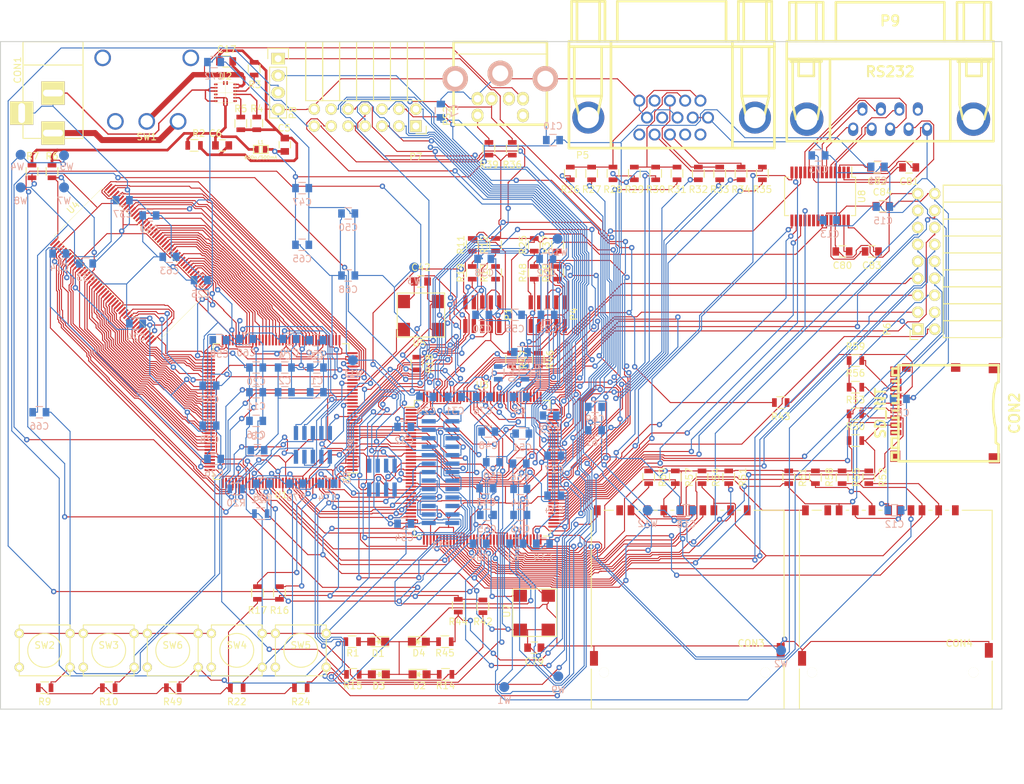
<source format=kicad_pcb>
(kicad_pcb (version 20160815) (host pcbnew 201610061319+7281~55~ubuntu16.04.1-)
  (layers (0 F.Cu signal) (1 Gnd.Cu power) (2 Pwr.Cu power) (31 B.Cu signal) (34 B.Paste user) (35 F.Paste user) (36 B.SilkS user) (37 F.SilkS user) (38 B.Mask user) (39 F.Mask user) (44 Edge.Cuts user))
  (net 0 "")
  (net 1 VCC)
  (net 2 GND)
  (net 3 VEE)
  (net 4 +3V3)
  (net 5 VAA)
  (net 6 +5V)
  (net 7 "Net-(CON1-Pad1)")
  (net 8 "Net-(CON2-Pad8)")
  (net 9 /SPI_MISO)
  (net 10 /SPI_SCLK)
  (net 11 /SPI_MOSI)
  (net 12 /SPI_SS0)
  (net 13 "Net-(CON2-Pad1)")
  (net 14 "Net-(D1-Pad2)")
  (net 15 "Net-(D2-Pad2)")
  (net 16 "Net-(D3-Pad2)")
  (net 17 "Net-(D4-Pad2)")
  (net 18 /PRI_TCK)
  (net 19 /PRI_TDO)
  (net 20 /PRI_TMS)
  (net 21 "Net-(P1-Pad6)")
  (net 22 "Net-(P1-Pad7)")
  (net 23 /PRI_JTAGEN)
  (net 24 /PRI_TDI)
  (net 25 /PRI_CONFSEL)
  (net 26 /PRI_DBG0)
  (net 27 /PRI_FDBG)
  (net 28 /PRI_DBG1)
  (net 29 /PRI_DBGRX)
  (net 30 /PRI_DBG2)
  (net 31 /PRI_DBGTX)
  (net 32 /PRI_DBG3)
  (net 33 /PRI_DBG5)
  (net 34 /PRI_DBG4)
  (net 35 /AUX_CONFSEL)
  (net 36 /AUX_DBG2)
  (net 37 /AUX_DBG0)
  (net 38 /AUX_DBG3)
  (net 39 /AUX_DBG1)
  (net 40 /AUX_DBG4)
  (net 41 /AUX_TDI)
  (net 42 /AUX_JTAGEN)
  (net 43 "Net-(P4-Pad7)")
  (net 44 "Net-(P4-Pad6)")
  (net 45 /AUX_TMS)
  (net 46 /AUX_TDO)
  (net 47 /AUX_TCK)
  (net 48 "Net-(P5-Pad1)")
  (net 49 "Net-(P5-Pad2)")
  (net 50 "Net-(P5-Pad3)")
  (net 51 "Net-(P5-Pad4)")
  (net 52 "Net-(P5-Pad9)")
  (net 53 /GIO_PIN0)
  (net 54 /GIO_PIN8)
  (net 55 /GIO_PIN1)
  (net 56 /GIO_PIN9)
  (net 57 /GIO_PIN2)
  (net 58 /GIO_PIN10)
  (net 59 /GIO_PIN3)
  (net 60 /GIO_PIN11)
  (net 61 /GIO_PIN4)
  (net 62 /GIO_PIN12)
  (net 63 /GIO_PIN5)
  (net 64 /GIO_PIN13)
  (net 65 /GIO_PIN6)
  (net 66 /GIO_PIN14)
  (net 67 /GIO_PIN7)
  (net 68 /GIO_PIN15)
  (net 69 /EXB_MISO0)
  (net 70 /EXB_MOSI0)
  (net 71 /EXB_MISO1)
  (net 72 /EXB_MOSI1)
  (net 73 /EXB_MISO2)
  (net 74 /EXB_MOSI2)
  (net 75 /EXB_MISO3)
  (net 76 /EXB_MOSI3)
  (net 77 /EXB_SS0)
  (net 78 /EXB_SS1)
  (net 79 /EXB_INT)
  (net 80 /EXB_CLK)
  (net 81 /TTL_RX)
  (net 82 /TTL_TX)
  (net 83 /TTL_RTS)
  (net 84 "Net-(P9-Pad9)")
  (net 85 /SER_CTS)
  (net 86 /SER_RTS)
  (net 87 /SER_DSR)
  (net 88 /SER_DTR)
  (net 89 /SER_TX)
  (net 90 /SER_RX)
  (net 91 /SER_DCD)
  (net 92 "Net-(R3-Pad1)")
  (net 93 "Net-(R4-Pad1)")
  (net 94 "Net-(R5-Pad1)")
  (net 95 /PRI_INT)
  (net 96 /PRI_RST)
  (net 97 /PRI_CONFDONE)
  (net 98 /PRI_FHLT)
  (net 99 /PRI_NSTATUS)
  (net 100 /PRI_CRCERR)
  (net 101 /PRI_DEVCLRN)
  (net 102 /PRI_DEVOE)
  (net 103 /PRI_NCONFIG)
  (net 104 /AUX_NCONFIG)
  (net 105 /VGA_R0)
  (net 106 /VGA_R1)
  (net 107 /VGA_R2)
  (net 108 /VGA_G0)
  (net 109 /VGA_G1)
  (net 110 /VGA_G2)
  (net 111 /VGA_B0)
  (net 112 /VGA_B1)
  (net 113 /VGA_HS)
  (net 114 "Net-(P5-Pad13)")
  (net 115 "Net-(P5-Pad14)")
  (net 116 /VGA_VS)
  (net 117 /AUX_DEVCLRN)
  (net 118 /AUX_DEVOE)
  (net 119 /AUX_CONFDONE)
  (net 120 /AUX_NSTATUS)
  (net 121 /AUX_CRCERR)
  (net 122 /AUX_RST)
  (net 123 /SPI_SS1)
  (net 124 /SPI_SS2)
  (net 125 /BUS_INT)
  (net 126 /MEM_CASn)
  (net 127 /MEM_WEn)
  (net 128 /MEM_CSn)
  (net 129 /MEM_RASn)
  (net 130 /MEM_CLK)
  (net 131 /MEM_CKE)
  (net 132 /MEM_A10)
  (net 133 /MEM_A9)
  (net 134 /MEM_A8)
  (net 135 /MEM_A6)
  (net 136 /MEM_A7)
  (net 137 /MEM_A5)
  (net 138 /MEM_A4)
  (net 139 /MEM_A11)
  (net 140 /MEM_A3)
  (net 141 /MEM_A2)
  (net 142 /MEM_A1)
  (net 143 /MEM_A0)
  (net 144 /MEM_DQ31)
  (net 145 /MEM_DQ30)
  (net 146 /MEM_DQ29)
  (net 147 /MEM_DQ7)
  (net 148 /MEM_DQ9)
  (net 149 /MEM_DQ6)
  (net 150 /MEM_DQ8)
  (net 151 /MEM_DQ5)
  (net 152 /MEM_DQ11)
  (net 153 /MEM_DQ4)
  (net 154 /MEM_DQ10)
  (net 155 /MEM_DQ1)
  (net 156 /MEM_DQ3)
  (net 157 /MEM_DQ0)
  (net 158 /MEM_DQ2)
  (net 159 /MEM_BA1)
  (net 160 /PRI_CLK)
  (net 161 /BUS_SS1)
  (net 162 /BUS_CLK)
  (net 163 /BUS_MISO7)
  (net 164 /BUS_SS0)
  (net 165 /MEM_BA0)
  (net 166 /MEM_DQ23)
  (net 167 /MEM_DQ22)
  (net 168 /MEM_DQ15)
  (net 169 /MEM_DQ14)
  (net 170 /MEM_DQ13)
  (net 171 /MEM_DQ12)
  (net 172 /MEM_DQ19)
  (net 173 /MEM_DQ18)
  (net 174 /MEM_DQ28)
  (net 175 /MEM_DQ17)
  (net 176 /MEM_DQ16)
  (net 177 /MEM_DQ27)
  (net 178 /MEM_DQ26)
  (net 179 /MEM_DQ25)
  (net 180 /MEM_DQ24)
  (net 181 /MEM_DQ21)
  (net 182 /MEM_DQ20)
  (net 183 /BUS_MISO5)
  (net 184 /BUS_MISO4)
  (net 185 /BUS_MISO6)
  (net 186 /BUS_MISO3)
  (net 187 /BUS_MISO2)
  (net 188 /BUS_MISO1)
  (net 189 /BUS_MISO0)
  (net 190 /MEM_DQM3)
  (net 191 /MEM_DQM2)
  (net 192 /MEM_DQM1)
  (net 193 /MEM_DQM0)
  (net 194 /BUS_MOSI7)
  (net 195 /BUS_MOSI6)
  (net 196 /BUS_MOSI5)
  (net 197 /BUS_MOSI4)
  (net 198 /BUS_MOSI3)
  (net 199 /BUS_MOSI2)
  (net 200 /BUS_MOSI1)
  (net 201 /BUS_MOSI0)
  (net 202 "Net-(U2-Pad1)")
  (net 203 "Net-(U2-Pad4)")
  (net 204 "Net-(U4-Pad14)")
  (net 205 "Net-(U4-Pad30)")
  (net 206 /AUX_CLK)
  (net 207 /SPI_WP0)
  (net 208 /SPI_WP1)
  (net 209 /SPI_CD0)
  (net 210 /SPI_CD1)
  (net 211 "Net-(CON3-Pad9)")
  (net 212 "Net-(CON3-Pad8)")
  (net 213 "Net-(CON4-Pad8)")
  (net 214 "Net-(CON4-Pad9)")
  (net 215 "Net-(P5-Pad11)")
  (net 216 "Net-(P5-Pad12)")
  (net 217 "Net-(P5-Pad15)")
  (net 218 "Net-(P10-Pad2)")
  (net 219 "Net-(P10-Pad6)")
  (net 220 "Net-(U2-Pad16)")
  (net 221 "Net-(U2-Pad15)")
  (net 222 "Net-(U2-Pad9)")
  (net 223 "Net-(U4-Pad73)")
  (net 224 "Net-(U4-Pad70)")
  (net 225 "Net-(U4-Pad69)")
  (net 226 "Net-(U4-Pad57)")
  (net 227 "Net-(C80-Pad1)")
  (net 228 "Net-(C81-Pad1)")
  (net 229 "Net-(C81-Pad2)")
  (net 230 "Net-(C82-Pad2)")
  (net 231 "Net-(C83-Pad1)")
  (net 232 "Net-(C83-Pad2)")
  (net 233 /AUX_DBG5)
  (net 234 /AUX_DBG6)
  (net 235 "Net-(P9-Pad3)")
  (net 236 "Net-(P9-Pad2)")
  (net 237 "Net-(P9-Pad1)")
  (net 238 "Net-(P9-Pad4)")
  (net 239 "Net-(P9-Pad8)")
  (net 240 "Net-(P9-Pad7)")
  (net 241 "Net-(P9-Pad6)")
  (net 242 /PS2_CLK)
  (net 243 /PS2_DAT)
  (net 244 "Net-(U8-Pad8)")
  (net 245 "Net-(U8-Pad19)")
  (net 246 "Net-(U8-Pad20)")
  (net 247 "Net-(U8-Pad21)")
  (module altera:SW_SLIDE_PWR (layer F.Cu) (at 91.9 50.7)
    (fp_text reference SW1 (at 0 2.31) (layer F.SilkS))
    (fp_text value POWER)
    (pad 5 thru_hole circle (at 6.605 -9.53) (size 2.5 2.5) (drill 1.85) (layers *.Cu *.Mask))
    (pad 4 thru_hole circle (at -6.605 -9.53) (size 2.5 2.5) (drill 1.85) (layers *.Cu *.Mask))
    (pad 3 thru_hole circle (at -4.7 0) (size 2.5 2.5) (drill 1.85) (layers *.Cu *.Mask))
    (pad 2 thru_hole circle (at 0 0) (size 2.5 2.5) (drill 1.85) (layers *.Cu *.Mask) (net 6 +5V))
    (pad 1 thru_hole circle (at 4.7 0) (size 2.5 2.5) (drill 1.85) (layers *.Cu *.Mask) (net 7 "Net-(CON1-Pad1)"))
  )
  (module din:00JG-MiniDin6 (layer F.Cu) (at 144.9 38.8)
    (fp_text reference P10 hide)
    (fp_text value PS2 (at -8 11.1 90) (layer F.SilkS) (effects (font (size 1.016 1.016) (thickness 0.1524))))
    (pad 2 thru_hole oval (at 1.3 8.5) (size 1.778 2.032) (drill 1.1) (layers *.Cu *.Mask F.SilkS) (net 218 "Net-(P10-Pad2)"))
    (pad 1 thru_hole oval (at -1.3 8.5) (size 1.778 2.032) (drill 1.1) (layers *.Cu *.Mask F.SilkS) (net 243 /PS2_DAT))
    (pad 6 thru_hole oval (at 3.4 11) (size 1.778 2.032) (drill 1.1) (layers *.Cu *.Mask F.SilkS) (net 219 "Net-(P10-Pad6)"))
    (pad 3 thru_hole circle (at 0 4.7) (size 3.81 3.81) (drill 2.4) (layers *.Cu *.SilkS *.Mask) (net 2 GND))
    (pad 4 thru_hole oval (at 3.4 8.5) (size 1.778 2.032) (drill 1.1) (layers *.Cu *.Mask F.SilkS) (net 6 +5V))
    (pad 5 thru_hole oval (at -3.4 11) (size 1.778 2.032) (drill 1.1) (layers *.Cu *.Mask F.SilkS) (net 242 /PS2_CLK))
    (pad 3 thru_hole oval (at -3.4 8.5) (size 1.778 2.032) (drill 1.1) (layers *.Cu *.Mask F.SilkS) (net 2 GND))
    (pad 3 thru_hole circle (at -6.76 5.51) (size 3.81 3.81) (drill 2.4) (layers *.Cu *.SilkS *.Mask) (net 2 GND))
    (pad 3 thru_hole circle (at 6.76 5.51) (size 3.81 3.81) (drill 2.4) (layers *.Cu *.SilkS *.Mask) (net 2 GND))
  )
  (module w_smd_inductors:inductor_smd_0603 (layer F.Cu) (at 109 54.9)
    (fp_text reference L1 (at 0 -1.09982) (layer F.SilkS) (effects (font (size 0.49784 0.49784) (thickness 0.09906))))
    (fp_text value 600o/500mA (at 0 1.19888) (layer F.SilkS) (effects (font (size 0.49784 0.49784) (thickness 0.09906))))
    (pad 1 smd rect (at -0.63754 0) (size 0.635 1.016) (layers F.Cu F.Paste F.Mask) (net 4 +3V3))
    (pad 2 smd rect (at 0.63754 0) (size 0.635 1.016) (layers F.Cu F.Paste F.Mask) (net 3 VEE))
  )
  (module Capacitors_SMD:C_0805 (layer B.Cu) (at 117.4 91.3 180)
    (fp_text reference C1 (at 0 1.7 180) (layer B.SilkS) (effects (justify mirror)))
    (fp_text value 0.1u)
    (pad 1 smd rect (at -1 0 180) (size 1 1.25) (layers B.Cu B.Paste B.Mask) (net 1 VCC))
    (pad 2 smd rect (at 1 0 180) (size 1 1.25) (layers B.Cu B.Paste B.Mask) (net 2 GND))
  )
  (module Capacitors_SMD:C_0805 (layer B.Cu) (at 112.6 91.3)
    (fp_text reference C2 (at 0 -1.7) (layer B.SilkS) (effects (justify mirror)))
    (fp_text value 0.1u)
    (pad 2 smd rect (at 1 0) (size 1 1.25) (layers B.Cu B.Paste B.Mask) (net 2 GND))
    (pad 1 smd rect (at -1 0) (size 1 1.25) (layers B.Cu B.Paste B.Mask) (net 1 VCC))
  )
  (module Capacitors_SMD:C_0805 (layer B.Cu) (at 117.4 87.6 180)
    (fp_text reference C3 (at 0 1.7 180) (layer B.SilkS) (effects (justify mirror)))
    (fp_text value 0.1u)
    (pad 1 smd rect (at -1 0 180) (size 1 1.25) (layers B.Cu B.Paste B.Mask) (net 1 VCC))
    (pad 2 smd rect (at 1 0 180) (size 1 1.25) (layers B.Cu B.Paste B.Mask) (net 2 GND))
  )
  (module Capacitors_SMD:C_0805 (layer B.Cu) (at 112.6 87.6)
    (fp_text reference C4 (at 0 -1.7) (layer B.SilkS) (effects (justify mirror)))
    (fp_text value 0.1u)
    (pad 2 smd rect (at 1 0) (size 1 1.25) (layers B.Cu B.Paste B.Mask) (net 2 GND))
    (pad 1 smd rect (at -1 0) (size 1 1.25) (layers B.Cu B.Paste B.Mask) (net 1 VCC))
  )
  (module Capacitors_SMD:C_0805 (layer F.Cu) (at 112.6 54.2 90)
    (fp_text reference C5 (at 2.5 -0.1 180) (layer F.SilkS))
    (fp_text value 10u)
    (pad 2 smd rect (at 1 0 90) (size 1 1.25) (layers F.Cu F.Paste F.Mask) (net 2 GND))
    (pad 1 smd rect (at -1 0 90) (size 1 1.25) (layers F.Cu F.Paste F.Mask) (net 3 VEE))
  )
  (module Capacitors_SMD:C_0805 (layer F.Cu) (at 103.2 54.3)
    (fp_text reference C6 (at -1 -1.8) (layer F.SilkS))
    (fp_text value 47u/16v)
    (pad 2 smd rect (at 1 0) (size 1 1.25) (layers F.Cu F.Paste F.Mask) (net 2 GND))
    (pad 1 smd rect (at -1 0) (size 1 1.25) (layers F.Cu F.Paste F.Mask) (net 4 +3V3))
  )
  (module Capacitors_SMD:C_0805 (layer B.Cu) (at 136 49.1 90)
    (fp_text reference C7 (at 0 2.1 90) (layer B.SilkS) (effects (justify mirror)))
    (fp_text value 0.1u)
    (pad 1 smd rect (at -1 0 90) (size 1 1.25) (layers B.Cu B.Paste B.Mask) (net 3 VEE))
    (pad 2 smd rect (at 1 0 90) (size 1 1.25) (layers B.Cu B.Paste B.Mask) (net 2 GND))
  )
  (module Capacitors_SMD:C_0805 (layer B.Cu) (at 108.5 100 180)
    (fp_text reference C8 (at 0 2.1 180) (layer B.SilkS) (effects (justify mirror)))
    (fp_text value 0.1u)
    (pad 1 smd rect (at -1 0 180) (size 1 1.25) (layers B.Cu B.Paste B.Mask) (net 1 VCC))
    (pad 2 smd rect (at 1 0 180) (size 1 1.25) (layers B.Cu B.Paste B.Mask) (net 2 GND))
  )
  (module Capacitors_SMD:C_0805 (layer B.Cu) (at 147.8 92)
    (fp_text reference C9 (at 0 2.1) (layer B.SilkS) (effects (justify mirror)))
    (fp_text value 0.1u)
    (pad 1 smd rect (at -1 0) (size 1 1.25) (layers B.Cu B.Paste B.Mask) (net 5 VAA))
    (pad 2 smd rect (at 1 0) (size 1 1.25) (layers B.Cu B.Paste B.Mask) (net 2 GND))
  )
  (module Capacitors_SMD:C_0805 (layer B.Cu) (at 152.8 53.5 180)
    (fp_text reference C10 (at 0 2.1 180) (layer B.SilkS) (effects (justify mirror)))
    (fp_text value 0.1u)
    (pad 2 smd rect (at 1 0 180) (size 1 1.25) (layers B.Cu B.Paste B.Mask) (net 2 GND))
    (pad 1 smd rect (at -1 0 180) (size 1 1.25) (layers B.Cu B.Paste B.Mask) (net 3 VEE))
  )
  (module Capacitors_SMD:C_0805 (layer B.Cu) (at 108.3 91.3)
    (fp_text reference C11 (at 0 2.1) (layer B.SilkS) (effects (justify mirror)))
    (fp_text value 0.1u)
    (pad 2 smd rect (at 1 0) (size 1 1.25) (layers B.Cu B.Paste B.Mask) (net 2 GND))
    (pad 1 smd rect (at -1 0) (size 1 1.25) (layers B.Cu B.Paste B.Mask) (net 1 VCC))
  )
  (module Capacitors_SMD:C_0805 (layer B.Cu) (at 204 109)
    (fp_text reference C12 (at 0 2.1) (layer B.SilkS) (effects (justify mirror)))
    (fp_text value 1u)
    (pad 2 smd rect (at 1 0) (size 1 1.25) (layers B.Cu B.Paste B.Mask) (net 2 GND))
    (pad 1 smd rect (at -1 0) (size 1 1.25) (layers B.Cu B.Paste B.Mask) (net 5 VAA))
  )
  (module Capacitors_SMD:C_0805 (layer B.Cu) (at 194.3 65.5)
    (fp_text reference C13 (at 0 2.1) (layer B.SilkS) (effects (justify mirror)))
    (fp_text value 0.1u)
    (pad 2 smd rect (at 1 0) (size 1 1.25) (layers B.Cu B.Paste B.Mask) (net 2 GND))
    (pad 1 smd rect (at -1 0) (size 1 1.25) (layers B.Cu B.Paste B.Mask) (net 5 VAA))
  )
  (module Capacitors_SMD:C_0805 (layer B.Cu) (at 78.8 70.5)
    (fp_text reference C14 (at 0 2.1) (layer B.SilkS) (effects (justify mirror)))
    (fp_text value 0.1u)
    (pad 1 smd rect (at -1 0) (size 1 1.25) (layers B.Cu B.Paste B.Mask) (net 3 VEE))
    (pad 2 smd rect (at 1 0) (size 1 1.25) (layers B.Cu B.Paste B.Mask) (net 2 GND))
  )
  (module Capacitors_SMD:C_0805 (layer B.Cu) (at 202.3 63.5)
    (fp_text reference C15 (at 0 2.1) (layer B.SilkS) (effects (justify mirror)))
    (fp_text value 1u)
    (pad 1 smd rect (at -1 0) (size 1 1.25) (layers B.Cu B.Paste B.Mask) (net 5 VAA))
    (pad 2 smd rect (at 1 0) (size 1 1.25) (layers B.Cu B.Paste B.Mask) (net 2 GND))
  )
  (module Capacitors_SMD:C_0805 (layer B.Cu) (at 108.3 95.6)
    (fp_text reference C16 (at 0 2.1) (layer B.SilkS) (effects (justify mirror)))
    (fp_text value 0.1u)
    (pad 1 smd rect (at -1 0) (size 1 1.25) (layers B.Cu B.Paste B.Mask) (net 1 VCC))
    (pad 2 smd rect (at 1 0) (size 1 1.25) (layers B.Cu B.Paste B.Mask) (net 2 GND))
  )
  (module Capacitors_SMD:C_0805 (layer F.Cu) (at 103.8 41.7 180)
    (fp_text reference C17 (at -0.1 1.8 180) (layer F.SilkS))
    (fp_text value 4.7u)
    (pad 1 smd rect (at -1 0 180) (size 1 1.25) (layers F.Cu F.Paste F.Mask) (net 6 +5V))
    (pad 2 smd rect (at 1 0 180) (size 1 1.25) (layers F.Cu F.Paste F.Mask) (net 2 GND))
  )
  (module Capacitors_SMD:C_0805 (layer B.Cu) (at 172.8 109)
    (fp_text reference C18 (at 0 2.1) (layer B.SilkS) (effects (justify mirror)))
    (fp_text value 0.1u)
    (pad 1 smd rect (at -1 0) (size 1 1.25) (layers B.Cu B.Paste B.Mask) (net 5 VAA))
    (pad 2 smd rect (at 1 0) (size 1 1.25) (layers B.Cu B.Paste B.Mask) (net 2 GND))
  )
  (module Capacitors_SMD:C_0805 (layer B.Cu) (at 151.3 114)
    (fp_text reference C19 (at 0 2.1) (layer B.SilkS) (effects (justify mirror)))
    (fp_text value 0.1u)
    (pad 2 smd rect (at 1 0) (size 1 1.25) (layers B.Cu B.Paste B.Mask) (net 2 GND))
    (pad 1 smd rect (at -1 0) (size 1 1.25) (layers B.Cu B.Paste B.Mask) (net 3 VEE))
  )
  (module Capacitors_SMD:C_0805 (layer B.Cu) (at 108.3 87.6)
    (fp_text reference C20 (at 0 2.1) (layer B.SilkS) (effects (justify mirror)))
    (fp_text value 0.1u)
    (pad 2 smd rect (at 1 0) (size 1 1.25) (layers B.Cu B.Paste B.Mask) (net 2 GND))
    (pad 1 smd rect (at -1 0) (size 1 1.25) (layers B.Cu B.Paste B.Mask) (net 1 VCC))
  )
  (module Capacitors_SMD:C_0805 (layer B.Cu) (at 152 79.7)
    (fp_text reference C21 (at 0 2.1) (layer B.SilkS) (effects (justify mirror)))
    (fp_text value 1u)
    (pad 2 smd rect (at 1 0) (size 1 1.25) (layers B.Cu B.Paste B.Mask) (net 2 GND))
    (pad 1 smd rect (at -1 0) (size 1 1.25) (layers B.Cu B.Paste B.Mask) (net 5 VAA))
  )
  (module Capacitors_SMD:C_0805 (layer B.Cu) (at 151.8 71.3)
    (fp_text reference C22 (at 0 2.1) (layer B.SilkS) (effects (justify mirror)))
    (fp_text value 0.1u)
    (pad 1 smd rect (at -1 0) (size 1 1.25) (layers B.Cu B.Paste B.Mask) (net 5 VAA))
    (pad 2 smd rect (at 1 0) (size 1 1.25) (layers B.Cu B.Paste B.Mask) (net 2 GND))
  )
  (module Capacitors_SMD:C_0805 (layer B.Cu) (at 152.3 94.8)
    (fp_text reference C23 (at 0 2.1) (layer B.SilkS) (effects (justify mirror)))
    (fp_text value 0.1u)
    (pad 1 smd rect (at -1 0) (size 1 1.25) (layers B.Cu B.Paste B.Mask) (net 3 VEE))
    (pad 2 smd rect (at 1 0) (size 1 1.25) (layers B.Cu B.Paste B.Mask) (net 2 GND))
  )
  (module Capacitors_SMD:C_0805 (layer B.Cu) (at 90.3 81)
    (fp_text reference C24 (at 0 2.1) (layer B.SilkS) (effects (justify mirror)))
    (fp_text value 1u)
    (pad 2 smd rect (at 1 0) (size 1 1.25) (layers B.Cu B.Paste B.Mask) (net 2 GND))
    (pad 1 smd rect (at -1 0) (size 1 1.25) (layers B.Cu B.Paste B.Mask) (net 5 VAA))
  )
  (module Capacitors_SMD:C_0805 (layer B.Cu) (at 100 74.5)
    (fp_text reference C25 (at 0 2.1) (layer B.SilkS) (effects (justify mirror)))
    (fp_text value 0.1u)
    (pad 1 smd rect (at -1 0) (size 1 1.25) (layers B.Cu B.Paste B.Mask) (net 5 VAA))
    (pad 2 smd rect (at 1 0) (size 1 1.25) (layers B.Cu B.Paste B.Mask) (net 2 GND))
  )
  (module Capacitors_SMD:C_0805 (layer B.Cu) (at 102 101.3)
    (fp_text reference C26 (at 0 2.1) (layer B.SilkS) (effects (justify mirror)))
    (fp_text value 0.1u)
    (pad 2 smd rect (at 1 0) (size 1 1.25) (layers B.Cu B.Paste B.Mask) (net 2 GND))
    (pad 1 smd rect (at -1 0) (size 1 1.25) (layers B.Cu B.Paste B.Mask) (net 3 VEE))
  )
  (module Capacitors_SMD:C_0805 (layer B.Cu) (at 153 100.8)
    (fp_text reference C27 (at 0 2.1) (layer B.SilkS) (effects (justify mirror)))
    (fp_text value 1u)
    (pad 2 smd rect (at 1 0) (size 1 1.25) (layers B.Cu B.Paste B.Mask) (net 2 GND))
    (pad 1 smd rect (at -1 0) (size 1 1.25) (layers B.Cu B.Paste B.Mask) (net 5 VAA))
  )
  (module Capacitors_SMD:C_0805 (layer B.Cu) (at 101.3 96.3)
    (fp_text reference C28 (at 0 2.1) (layer B.SilkS) (effects (justify mirror)))
    (fp_text value 0.1u)
    (pad 1 smd rect (at -1 0) (size 1 1.25) (layers B.Cu B.Paste B.Mask) (net 5 VAA))
    (pad 2 smd rect (at 1 0) (size 1 1.25) (layers B.Cu B.Paste B.Mask) (net 2 GND))
  )
  (module Capacitors_SMD:C_0805 (layer B.Cu) (at 133.8 92)
    (fp_text reference C29 (at 0 2.1) (layer B.SilkS) (effects (justify mirror)))
    (fp_text value 0.1u)
    (pad 1 smd rect (at -1 0) (size 1 1.25) (layers B.Cu B.Paste B.Mask) (net 3 VEE))
    (pad 2 smd rect (at 1 0) (size 1 1.25) (layers B.Cu B.Paste B.Mask) (net 2 GND))
  )
  (module Capacitors_SMD:C_0805 (layer B.Cu) (at 142.2 79.7)
    (fp_text reference C30 (at 0 2.1) (layer B.SilkS) (effects (justify mirror)))
    (fp_text value 1u)
    (pad 2 smd rect (at 1 0) (size 1 1.25) (layers B.Cu B.Paste B.Mask) (net 2 GND))
    (pad 1 smd rect (at -1 0) (size 1 1.25) (layers B.Cu B.Paste B.Mask) (net 5 VAA))
  )
  (module Capacitors_SMD:C_0805 (layer B.Cu) (at 138.1 92)
    (fp_text reference C31 (at 0 2.1) (layer B.SilkS) (effects (justify mirror)))
    (fp_text value 0.1u)
    (pad 1 smd rect (at -1 0) (size 1 1.25) (layers B.Cu B.Paste B.Mask) (net 5 VAA))
    (pad 2 smd rect (at 1 0) (size 1 1.25) (layers B.Cu B.Paste B.Mask) (net 2 GND))
  )
  (module Capacitors_SMD:C_0805 (layer B.Cu) (at 130.5 96.5)
    (fp_text reference C32 (at 0 2.1) (layer B.SilkS) (effects (justify mirror)))
    (fp_text value 0.1u)
    (pad 2 smd rect (at 1 0) (size 1 1.25) (layers B.Cu B.Paste B.Mask) (net 2 GND))
    (pad 1 smd rect (at -1 0) (size 1 1.25) (layers B.Cu B.Paste B.Mask) (net 3 VEE))
  )
  (module Capacitors_SMD:C_0805 (layer B.Cu) (at 82.8 72)
    (fp_text reference C33 (at 0 2.1) (layer B.SilkS) (effects (justify mirror)))
    (fp_text value 1u)
    (pad 2 smd rect (at 1 0) (size 1 1.25) (layers B.Cu B.Paste B.Mask) (net 2 GND))
    (pad 1 smd rect (at -1 0) (size 1 1.25) (layers B.Cu B.Paste B.Mask) (net 5 VAA))
  )
  (module Capacitors_SMD:C_0805 (layer B.Cu) (at 153 106.8)
    (fp_text reference C34 (at 0 2.1) (layer B.SilkS) (effects (justify mirror)))
    (fp_text value 0.1u)
    (pad 1 smd rect (at -1 0) (size 1 1.25) (layers B.Cu B.Paste B.Mask) (net 5 VAA))
    (pad 2 smd rect (at 1 0) (size 1 1.25) (layers B.Cu B.Paste B.Mask) (net 2 GND))
  )
  (module Capacitors_SMD:C_0805 (layer B.Cu) (at 109.3 105)
    (fp_text reference C36 (at 0 2.1) (layer B.SilkS) (effects (justify mirror)))
    (fp_text value 1u)
    (pad 2 smd rect (at 1 0) (size 1 1.25) (layers B.Cu B.Paste B.Mask) (net 2 GND))
    (pad 1 smd rect (at -1 0) (size 1 1.25) (layers B.Cu B.Paste B.Mask) (net 5 VAA))
  )
  (module Capacitors_SMD:C_0805 (layer B.Cu) (at 88.3 62.5)
    (fp_text reference C37 (at 0 2.1) (layer B.SilkS) (effects (justify mirror)))
    (fp_text value 0.1u)
    (pad 2 smd rect (at 1 0) (size 1 1.25) (layers B.Cu B.Paste B.Mask) (net 2 GND))
    (pad 1 smd rect (at -1 0) (size 1 1.25) (layers B.Cu B.Paste B.Mask) (net 5 VAA))
  )
  (module Capacitors_SMD:C_0805 (layer B.Cu) (at 142.5 71.3)
    (fp_text reference C38 (at 0 2.1) (layer B.SilkS) (effects (justify mirror)))
    (fp_text value 1u)
    (pad 1 smd rect (at -1 0) (size 1 1.25) (layers B.Cu B.Paste B.Mask) (net 5 VAA))
    (pad 2 smd rect (at 1 0) (size 1 1.25) (layers B.Cu B.Paste B.Mask) (net 2 GND))
  )
  (module Capacitors_SMD:C_0805 (layer F.Cu) (at 133 74.7)
    (fp_text reference C42 (at 0 -2.1) (layer F.SilkS))
    (fp_text value 0.1u)
    (pad 1 smd rect (at -1 0) (size 1 1.25) (layers F.Cu F.Paste F.Mask) (net 2 GND))
    (pad 2 smd rect (at 1 0) (size 1 1.25) (layers F.Cu F.Paste F.Mask) (net 1 VCC))
  )
  (module Capacitors_SMD:C_0805 (layer B.Cu) (at 142.8 105.7)
    (fp_text reference C43 (at 0 2.1) (layer B.SilkS) (effects (justify mirror)))
    (fp_text value 0.1u)
    (pad 2 smd rect (at 1 0) (size 1 1.25) (layers B.Cu B.Paste B.Mask) (net 2 GND))
    (pad 1 smd rect (at -1 0) (size 1 1.25) (layers B.Cu B.Paste B.Mask) (net 1 VCC))
  )
  (module Capacitors_SMD:C_0805 (layer B.Cu) (at 147.9 105.8)
    (fp_text reference C44 (at 0 2.1) (layer B.SilkS) (effects (justify mirror)))
    (fp_text value 0.1u)
    (pad 1 smd rect (at -1 0) (size 1 1.25) (layers B.Cu B.Paste B.Mask) (net 1 VCC))
    (pad 2 smd rect (at 1 0) (size 1 1.25) (layers B.Cu B.Paste B.Mask) (net 2 GND))
  )
  (module Capacitors_SMD:C_0805 (layer B.Cu) (at 142.9 109.7)
    (fp_text reference C45 (at 0 2.1) (layer B.SilkS) (effects (justify mirror)))
    (fp_text value 0.1u)
    (pad 2 smd rect (at 1 0) (size 1 1.25) (layers B.Cu B.Paste B.Mask) (net 2 GND))
    (pad 1 smd rect (at -1 0) (size 1 1.25) (layers B.Cu B.Paste B.Mask) (net 1 VCC))
  )
  (module Capacitors_SMD:C_0805 (layer B.Cu) (at 147.9 109.7)
    (fp_text reference C46 (at 0 2.1) (layer B.SilkS) (effects (justify mirror)))
    (fp_text value 0.1u)
    (pad 1 smd rect (at -1 0) (size 1 1.25) (layers B.Cu B.Paste B.Mask) (net 1 VCC))
    (pad 2 smd rect (at 1 0) (size 1 1.25) (layers B.Cu B.Paste B.Mask) (net 2 GND))
  )
  (module Capacitors_SMD:C_0805 (layer B.Cu) (at 115.2 60.7)
    (fp_text reference C47 (at 0 2.1) (layer B.SilkS) (effects (justify mirror)))
    (fp_text value 0.1u)
    (pad 2 smd rect (at 1 0) (size 1 1.25) (layers B.Cu B.Paste B.Mask) (net 2 GND))
    (pad 1 smd rect (at -1 0) (size 1 1.25) (layers B.Cu B.Paste B.Mask) (net 3 VEE))
  )
  (module Capacitors_SMD:C_0805 (layer B.Cu) (at 143.1 97.2)
    (fp_text reference C48 (at 0 2.1) (layer B.SilkS) (effects (justify mirror)))
    (fp_text value 0.1u)
    (pad 2 smd rect (at 1 0) (size 1 1.25) (layers B.Cu B.Paste B.Mask) (net 2 GND))
    (pad 1 smd rect (at -1 0) (size 1 1.25) (layers B.Cu B.Paste B.Mask) (net 1 VCC))
  )
  (module Capacitors_SMD:C_0805 (layer B.Cu) (at 92.3 64.8)
    (fp_text reference C49 (at 0 2.1) (layer B.SilkS) (effects (justify mirror)))
    (fp_text value 0.1u)
    (pad 2 smd rect (at 1 0) (size 1 1.25) (layers B.Cu B.Paste B.Mask) (net 2 GND))
    (pad 1 smd rect (at -1 0) (size 1 1.25) (layers B.Cu B.Paste B.Mask) (net 5 VAA))
  )
  (module Capacitors_SMD:C_0805 (layer B.Cu) (at 122.1 64.5)
    (fp_text reference C50 (at 0 2.1) (layer B.SilkS) (effects (justify mirror)))
    (fp_text value 0.1u)
    (pad 1 smd rect (at -1 0) (size 1 1.25) (layers B.Cu B.Paste B.Mask) (net 3 VEE))
    (pad 2 smd rect (at 1 0) (size 1 1.25) (layers B.Cu B.Paste B.Mask) (net 2 GND))
  )
  (module Capacitors_SMD:C_0805 (layer B.Cu) (at 148.2 97.5)
    (fp_text reference C51 (at 0 2.1) (layer B.SilkS) (effects (justify mirror)))
    (fp_text value 0.1u)
    (pad 1 smd rect (at -1 0) (size 1 1.25) (layers B.Cu B.Paste B.Mask) (net 1 VCC))
    (pad 2 smd rect (at 1 0) (size 1 1.25) (layers B.Cu B.Paste B.Mask) (net 2 GND))
  )
  (module Capacitors_SMD:C_0805 (layer B.Cu) (at 117.3 83.5)
    (fp_text reference C52 (at 0 2.1) (layer B.SilkS) (effects (justify mirror)))
    (fp_text value 1u)
    (pad 1 smd rect (at -1 0) (size 1 1.25) (layers B.Cu B.Paste B.Mask) (net 5 VAA))
    (pad 2 smd rect (at 1 0) (size 1 1.25) (layers B.Cu B.Paste B.Mask) (net 2 GND))
  )
  (module Capacitors_SMD:C_0805 (layer B.Cu) (at 148 85.3)
    (fp_text reference C53 (at 0 2.1) (layer B.SilkS) (effects (justify mirror)))
    (fp_text value 0.1u)
    (pad 1 smd rect (at -1 0) (size 1 1.25) (layers B.Cu B.Paste B.Mask) (net 5 VAA))
    (pad 2 smd rect (at 1 0) (size 1 1.25) (layers B.Cu B.Paste B.Mask) (net 2 GND))
  )
  (module Capacitors_SMD:C_0805 (layer B.Cu) (at 130.5 111)
    (fp_text reference C54 (at 0 2.1) (layer B.SilkS) (effects (justify mirror)))
    (fp_text value 0.1u)
    (pad 2 smd rect (at 1 0) (size 1 1.25) (layers B.Cu B.Paste B.Mask) (net 2 GND))
    (pad 1 smd rect (at -1 0) (size 1 1.25) (layers B.Cu B.Paste B.Mask) (net 3 VEE))
  )
  (module Capacitors_SMD:C_0805 (layer B.Cu) (at 147.1 79.7)
    (fp_text reference C55 (at 0 2.1) (layer B.SilkS) (effects (justify mirror)))
    (fp_text value 1u)
    (pad 2 smd rect (at 1 0) (size 1 1.25) (layers B.Cu B.Paste B.Mask) (net 2 GND))
    (pad 1 smd rect (at -1 0) (size 1 1.25) (layers B.Cu B.Paste B.Mask) (net 5 VAA))
  )
  (module Capacitors_SMD:C_0805 (layer B.Cu) (at 147.8 102)
    (fp_text reference C56 (at 0 2.1) (layer B.SilkS) (effects (justify mirror)))
    (fp_text value 0.1u)
    (pad 2 smd rect (at 1 0) (size 1 1.25) (layers B.Cu B.Paste B.Mask) (net 2 GND))
    (pad 1 smd rect (at -1 0) (size 1 1.25) (layers B.Cu B.Paste B.Mask) (net 1 VCC))
  )
  (module Capacitors_SMD:C_0805 (layer B.Cu) (at 101.3 90.3)
    (fp_text reference C57 (at 0 2.1) (layer B.SilkS) (effects (justify mirror)))
    (fp_text value 0.1u)
    (pad 2 smd rect (at 1 0) (size 1 1.25) (layers B.Cu B.Paste B.Mask) (net 2 GND))
    (pad 1 smd rect (at -1 0) (size 1 1.25) (layers B.Cu B.Paste B.Mask) (net 5 VAA))
  )
  (module Capacitors_SMD:C_0805 (layer B.Cu) (at 102.8 83.5)
    (fp_text reference C58 (at 0 2.1) (layer B.SilkS) (effects (justify mirror)))
    (fp_text value 0.1u)
    (pad 1 smd rect (at -1 0) (size 1 1.25) (layers B.Cu B.Paste B.Mask) (net 3 VEE))
    (pad 2 smd rect (at 1 0) (size 1 1.25) (layers B.Cu B.Paste B.Mask) (net 2 GND))
  )
  (module Capacitors_SMD:C_0805 (layer B.Cu) (at 143.8 101.8)
    (fp_text reference C59 (at 0 2.1) (layer B.SilkS) (effects (justify mirror)))
    (fp_text value 0.1u)
    (pad 1 smd rect (at -1 0) (size 1 1.25) (layers B.Cu B.Paste B.Mask) (net 1 VCC))
    (pad 2 smd rect (at 1 0) (size 1 1.25) (layers B.Cu B.Paste B.Mask) (net 2 GND))
  )
  (module Capacitors_SMD:C_0805 (layer B.Cu) (at 106.8 83.3)
    (fp_text reference C60 (at 0 2.1) (layer B.SilkS) (effects (justify mirror)))
    (fp_text value 1u)
    (pad 1 smd rect (at -1 0) (size 1 1.25) (layers B.Cu B.Paste B.Mask) (net 5 VAA))
    (pad 2 smd rect (at 1 0) (size 1 1.25) (layers B.Cu B.Paste B.Mask) (net 2 GND))
  )
  (module Capacitors_SMD:C_0805 (layer B.Cu) (at 159.1 97)
    (fp_text reference C61 (at 0 1.8) (layer B.SilkS) (effects (justify mirror)))
    (fp_text value 0.1u)
    (pad 2 smd rect (at 1 0) (size 1 1.25) (layers B.Cu B.Paste B.Mask) (net 2 GND))
    (pad 1 smd rect (at -1 0) (size 1 1.25) (layers B.Cu B.Paste B.Mask) (net 5 VAA))
  )
  (module Capacitors_SMD:C_0805 (layer B.Cu) (at 147.3 114)
    (fp_text reference C62 (at 0 2.1) (layer B.SilkS) (effects (justify mirror)))
    (fp_text value 0.1u)
    (pad 2 smd rect (at 1 0) (size 1 1.25) (layers B.Cu B.Paste B.Mask) (net 2 GND))
    (pad 1 smd rect (at -1 0) (size 1 1.25) (layers B.Cu B.Paste B.Mask) (net 3 VEE))
  )
  (module Capacitors_SMD:C_0805 (layer B.Cu) (at 95.3 71)
    (fp_text reference C63 (at 0 2.1) (layer B.SilkS) (effects (justify mirror)))
    (fp_text value 1u)
    (pad 1 smd rect (at -1 0) (size 1 1.25) (layers B.Cu B.Paste B.Mask) (net 5 VAA))
    (pad 2 smd rect (at 1 0) (size 1 1.25) (layers B.Cu B.Paste B.Mask) (net 2 GND))
  )
  (module Capacitors_SMD:C_0805 (layer B.Cu) (at 141.8 114)
    (fp_text reference C64 (at 0 2.1) (layer B.SilkS) (effects (justify mirror)))
    (fp_text value 0.1u)
    (pad 2 smd rect (at 1 0) (size 1 1.25) (layers B.Cu B.Paste B.Mask) (net 2 GND))
    (pad 1 smd rect (at -1 0) (size 1 1.25) (layers B.Cu B.Paste B.Mask) (net 5 VAA))
  )
  (module Capacitors_SMD:C_0805 (layer B.Cu) (at 115.2 69.2)
    (fp_text reference C65 (at 0 2.1) (layer B.SilkS) (effects (justify mirror)))
    (fp_text value 0.1u)
    (pad 1 smd rect (at -1 0) (size 1 1.25) (layers B.Cu B.Paste B.Mask) (net 3 VEE))
    (pad 2 smd rect (at 1 0) (size 1 1.25) (layers B.Cu B.Paste B.Mask) (net 2 GND))
  )
  (module Capacitors_SMD:C_0805 (layer B.Cu) (at 75.8 94.3)
    (fp_text reference C66 (at 0 2.1) (layer B.SilkS) (effects (justify mirror)))
    (fp_text value 1u)
    (pad 1 smd rect (at -1 0) (size 1 1.25) (layers B.Cu B.Paste B.Mask) (net 5 VAA))
    (pad 2 smd rect (at 1 0) (size 1 1.25) (layers B.Cu B.Paste B.Mask) (net 2 GND))
  )
  (module Capacitors_SMD:C_0805 (layer B.Cu) (at 204.8 92.3)
    (fp_text reference C67 (at 0 2.1) (layer B.SilkS) (effects (justify mirror)))
    (fp_text value 0.1u)
    (pad 2 smd rect (at 1 0) (size 1 1.25) (layers B.Cu B.Paste B.Mask) (net 2 GND))
    (pad 1 smd rect (at -1 0) (size 1 1.25) (layers B.Cu B.Paste B.Mask) (net 5 VAA))
  )
  (module Capacitors_SMD:C_0805 (layer B.Cu) (at 122.1 73.8)
    (fp_text reference C68 (at 0 2.1) (layer B.SilkS) (effects (justify mirror)))
    (fp_text value 0.1u)
    (pad 2 smd rect (at 1 0) (size 1 1.25) (layers B.Cu B.Paste B.Mask) (net 2 GND))
    (pad 1 smd rect (at -1 0) (size 1 1.25) (layers B.Cu B.Paste B.Mask) (net 3 VEE))
  )
  (module Capacitors_SMD:C_0805 (layer B.Cu) (at 159.1 93.5)
    (fp_text reference C69 (at 0 1.8) (layer B.SilkS) (effects (justify mirror)))
    (fp_text value 1u)
    (pad 1 smd rect (at -1 0) (size 1 1.25) (layers B.Cu B.Paste B.Mask) (net 5 VAA))
    (pad 2 smd rect (at 1 0) (size 1 1.25) (layers B.Cu B.Paste B.Mask) (net 2 GND))
  )
  (module Capacitors_SMD:C_0805 (layer B.Cu) (at 113.3 83.3)
    (fp_text reference C70 (at 0 2.1) (layer B.SilkS) (effects (justify mirror)))
    (fp_text value 0.1u)
    (pad 2 smd rect (at 1 0) (size 1 1.25) (layers B.Cu B.Paste B.Mask) (net 2 GND))
    (pad 1 smd rect (at -1 0) (size 1 1.25) (layers B.Cu B.Paste B.Mask) (net 5 VAA))
  )
  (module Capacitors_SMD:C_0805 (layer B.Cu) (at 201.5 57.5)
    (fp_text reference C71 (at 0 2.1) (layer B.SilkS) (effects (justify mirror)))
    (fp_text value 0.1u)
    (pad 1 smd rect (at -1 0) (size 1 1.25) (layers B.Cu B.Paste B.Mask) (net 3 VEE))
    (pad 2 smd rect (at 1 0) (size 1 1.25) (layers B.Cu B.Paste B.Mask) (net 2 GND))
  )
  (module Capacitors_SMD:C_0805 (layer B.Cu) (at 102 41.8)
    (fp_text reference C72 (at 0 2.1) (layer B.SilkS) (effects (justify mirror)))
    (fp_text value 1u)
    (pad 1 smd rect (at -1 0) (size 1 1.25) (layers B.Cu B.Paste B.Mask) (net 5 VAA))
    (pad 2 smd rect (at 1 0) (size 1 1.25) (layers B.Cu B.Paste B.Mask) (net 2 GND))
  )
  (module Capacitors_SMD:C_0805 (layer B.Cu) (at 192.6 55.8)
    (fp_text reference C73 (at 0 2.1) (layer B.SilkS) (effects (justify mirror)))
    (fp_text value 0.1u)
    (pad 1 smd rect (at -1 0) (size 1 1.25) (layers B.Cu B.Paste B.Mask) (net 5 VAA))
    (pad 2 smd rect (at 1 0) (size 1 1.25) (layers B.Cu B.Paste B.Mask) (net 2 GND))
  )
  (module Capacitors_SMD:C_0805 (layer B.Cu) (at 119 105)
    (fp_text reference C74 (at 0 2.1) (layer B.SilkS) (effects (justify mirror)))
    (fp_text value 1u)
    (pad 2 smd rect (at 1 0) (size 1 1.25) (layers B.Cu B.Paste B.Mask) (net 2 GND))
    (pad 1 smd rect (at -1 0) (size 1 1.25) (layers B.Cu B.Paste B.Mask) (net 5 VAA))
  )
  (module Capacitors_SMD:C_0805 (layer B.Cu) (at 114.3 105)
    (fp_text reference C75 (at 0 2.1) (layer B.SilkS) (effects (justify mirror)))
    (fp_text value 0.1u)
    (pad 1 smd rect (at -1 0) (size 1 1.25) (layers B.Cu B.Paste B.Mask) (net 5 VAA))
    (pad 2 smd rect (at 1 0) (size 1 1.25) (layers B.Cu B.Paste B.Mask) (net 2 GND))
  )
  (module Capacitors_SMD:C_0805 (layer B.Cu) (at 142.3 92)
    (fp_text reference C76 (at 0 2.1) (layer B.SilkS) (effects (justify mirror)))
    (fp_text value 1u)
    (pad 2 smd rect (at 1 0) (size 1 1.25) (layers B.Cu B.Paste B.Mask) (net 2 GND))
    (pad 1 smd rect (at -1 0) (size 1 1.25) (layers B.Cu B.Paste B.Mask) (net 5 VAA))
  )
  (module Capacitors_SMD:C_0805 (layer F.Cu) (at 150 129.6 180)
    (fp_text reference C79 (at 0 -2.1 180) (layer F.SilkS))
    (fp_text value 0.1u)
    (pad 2 smd rect (at 1 0 180) (size 1 1.25) (layers F.Cu F.Paste F.Mask) (net 1 VCC))
    (pad 1 smd rect (at -1 0 180) (size 1 1.25) (layers F.Cu F.Paste F.Mask) (net 2 GND))
  )
  (module Capacitors_SMD:C_0805 (layer F.Cu) (at 196.2 70.2 180)
    (fp_text reference C80 (at 0 -2.1 180) (layer F.SilkS))
    (fp_text value 0.1u)
    (pad 2 smd rect (at 1 0 180) (size 1 1.25) (layers F.Cu F.Paste F.Mask) (net 2 GND))
    (pad 1 smd rect (at -1 0 180) (size 1 1.25) (layers F.Cu F.Paste F.Mask) (net 227 "Net-(C80-Pad1)"))
  )
  (module Capacitors_SMD:C_0805 (layer F.Cu) (at 206.2 57.6 180)
    (fp_text reference C81 (at 0 -2.1 180) (layer F.SilkS))
    (fp_text value 0.1u)
    (pad 1 smd rect (at -1 0 180) (size 1 1.25) (layers F.Cu F.Paste F.Mask) (net 228 "Net-(C81-Pad1)"))
    (pad 2 smd rect (at 1 0 180) (size 1 1.25) (layers F.Cu F.Paste F.Mask) (net 229 "Net-(C81-Pad2)"))
  )
  (module Capacitors_SMD:C_0805 (layer F.Cu) (at 201.4 57.6 180)
    (fp_text reference C82 (at 0 -2.1 180) (layer F.SilkS))
    (fp_text value 0.1u)
    (pad 2 smd rect (at 1 0 180) (size 1 1.25) (layers F.Cu F.Paste F.Mask) (net 230 "Net-(C82-Pad2)"))
    (pad 1 smd rect (at -1 0 180) (size 1 1.25) (layers F.Cu F.Paste F.Mask) (net 2 GND))
  )
  (module Capacitors_SMD:C_0805 (layer F.Cu) (at 200.6 70.2 180)
    (fp_text reference C83 (at 0 -2.1 180) (layer F.SilkS))
    (fp_text value 0.1u)
    (pad 1 smd rect (at -1 0 180) (size 1 1.25) (layers F.Cu F.Paste F.Mask) (net 231 "Net-(C83-Pad1)"))
    (pad 2 smd rect (at 1 0 180) (size 1 1.25) (layers F.Cu F.Paste F.Mask) (net 232 "Net-(C83-Pad2)"))
  )
  (module Capacitors_SMD:C_0805 (layer F.Cu) (at 202.2 63.4)
    (fp_text reference C84 (at 0 -2.1) (layer F.SilkS))
    (fp_text value 0.1u)
    (pad 1 smd rect (at -1 0) (size 1 1.25) (layers F.Cu F.Paste F.Mask) (net 5 VAA))
    (pad 2 smd rect (at 1 0) (size 1 1.25) (layers F.Cu F.Paste F.Mask) (net 2 GND))
  )
  (module Connect:BARREL_JACK (layer F.Cu) (at 77.85 46.25 270)
    (fp_text reference CON1 (at -3.25 5.3 90) (layer F.SilkS))
    (fp_text value POWER_IN_5V)
    (pad 1 thru_hole rect (at 6.20014 0 270) (size 3.50012 3.50012) (drill oval 1.00076 2.99974) (layers *.Cu *.Mask F.SilkS) (net 7 "Net-(CON1-Pad1)"))
    (pad 2 thru_hole rect (at 0.20066 0 270) (size 3.50012 3.50012) (drill oval 1.00076 2.99974) (layers *.Cu *.Mask F.SilkS) (net 2 GND))
    (pad 3 thru_hole rect (at 3.2004 4.699 270) (size 3.50012 3.50012) (drill oval 2.99974 1.00076) (layers *.Cu *.Mask F.SilkS) (net 2 GND))
  )
  (module w_conn_misc:microsd_socket (layer F.Cu) (at 211.6 94.45 90)
    (fp_text reference CON2 (at 0 10.39876 90) (layer F.SilkS) (effects (font (thickness 0.3048))))
    (fp_text value SD_INT (at 0 -9.70026 90) (layer F.SilkS) (effects (font (thickness 0.3048))))
    (pad 8 smd rect (at 4.8006 -7.38378 90) (size 0.8001 1.67894) (layers F.Cu F.Paste F.Mask) (net 8 "Net-(CON2-Pad8)") (clearance 0.20066))
    (pad 7 smd rect (at 3.70078 -7.38378 90) (size 0.8001 1.67894) (layers F.Cu F.Paste F.Mask) (net 9 /SPI_MISO) (clearance 0.20066))
    (pad 6 smd rect (at 2.60096 -7.38378 90) (size 0.8001 1.67894) (layers F.Cu F.Paste F.Mask) (net 2 GND) (clearance 0.20066))
    (pad 5 smd rect (at 1.50114 -7.38378 90) (size 0.8001 1.67894) (layers F.Cu F.Paste F.Mask) (net 10 /SPI_SCLK) (clearance 0.20066))
    (pad 4 smd rect (at 0.39878 -7.38378 90) (size 0.8001 1.67894) (layers F.Cu F.Paste F.Mask) (net 5 VAA) (clearance 0.20066))
    (pad 3 smd rect (at -0.70104 -7.38378 90) (size 0.8001 1.67894) (layers F.Cu F.Paste F.Mask) (net 11 /SPI_MOSI) (clearance 0.20066))
    (pad 2 smd rect (at -1.80086 -7.38378 90) (size 0.8001 1.67894) (layers F.Cu F.Paste F.Mask) (net 12 /SPI_SS0) (clearance 0.20066))
    (pad 1 smd rect (at -2.90068 -7.38378 90) (size 0.8001 1.67894) (layers F.Cu F.Paste F.Mask) (net 13 "Net-(CON2-Pad1)") (clearance 0.20066))
    (pad CD2 smd rect (at 6.85546 -5.82422 90) (size 1.29032 1.30048) (layers F.Cu F.Paste F.Mask) (clearance 0.20066))
    (pad "" smd rect (at 6.74878 7.37616 90) (size 1.50114 1.69926) (layers F.Cu F.Paste F.Mask))
    (pad "" smd rect (at -6.44906 -7.47522 90) (size 1.69926 1.50114) (layers F.Cu F.Paste F.Mask))
    (pad CD1 smd rect (at 6.85546 1.5748 90) (size 1.29032 1.39954) (layers F.Cu F.Paste F.Mask))
    (pad "" smd rect (at -6.74878 7.37616 90) (size 1.50114 1.69926) (layers F.Cu F.Paste F.Mask))
    (pad "" smd rect (at 6.2103 -7.47522 90) (size 1.6002 1.50114) (layers F.Cu F.Paste F.Mask) (clearance 0.20066))
  )
  (module Connect:SD_Card_Receptacle (layer F.Cu) (at 172.55 109)
    (fp_text reference CON3 (at 9.96386 19.9312) (layer F.SilkS))
    (fp_text value SD_A)
    (pad "" np_thru_hole circle (at -12.1 24.3) (size 1.5 1.5) (drill 1.5) (layers *.Cu *.Mask F.SilkS))
    (pad "" np_thru_hole circle (at 12.1 24.3) (size 1.5 1.5) (drill 1.5) (layers *.Cu *.Mask F.SilkS))
    (pad 13 smd rect (at -13.6 22.2) (size 1.2 2.2) (layers F.Cu F.Paste F.Mask) (net 2 GND))
    (pad 12 smd rect (at 14.4 21) (size 1.2 2.2) (layers F.Cu F.Paste F.Mask) (net 2 GND))
    (pad 11 smd rect (at -13.1 0) (size 1 1.5) (layers F.Cu F.Paste F.Mask) (net 207 /SPI_WP0))
    (pad 10 smd rect (at 2.725 0) (size 1 1.5) (layers F.Cu F.Paste F.Mask) (net 209 /SPI_CD0))
    (pad 9 smd rect (at 9.375 0) (size 1 1.5) (layers F.Cu F.Paste F.Mask) (net 211 "Net-(CON3-Pad9)"))
    (pad 8 smd rect (at -9.75 0) (size 1 1.5) (layers F.Cu F.Paste F.Mask) (net 212 "Net-(CON3-Pad8)"))
    (pad 7 smd rect (at -8.05 0) (size 1 1.5) (layers F.Cu F.Paste F.Mask) (net 9 /SPI_MISO))
    (pad 6 smd rect (at -5.625 0) (size 1 1.5) (layers F.Cu F.Paste F.Mask) (net 2 GND))
    (pad 5 smd rect (at -3.125 0) (size 1 1.5) (layers F.Cu F.Paste F.Mask) (net 10 /SPI_SCLK))
    (pad 4 smd rect (at -0.625 0) (size 1 1.5) (layers F.Cu F.Paste F.Mask) (net 5 VAA))
    (pad 3 smd rect (at 1.075 0) (size 1 1.5) (layers F.Cu F.Paste F.Mask) (net 2 GND))
    (pad 2 smd rect (at 4.375 0) (size 1 1.5) (layers F.Cu F.Paste F.Mask) (net 11 /SPI_MOSI))
    (pad 1 smd rect (at 6.875 0) (size 1 1.5) (layers F.Cu F.Paste F.Mask) (net 123 /SPI_SS1))
  )
  (module Connect:SD_Card_Receptacle (layer F.Cu) (at 203.75 109)
    (fp_text reference CON4 (at 9.96386 19.9312) (layer F.SilkS))
    (fp_text value SD_B)
    (pad 1 smd rect (at 6.875 0) (size 1 1.5) (layers F.Cu F.Paste F.Mask) (net 124 /SPI_SS2))
    (pad 2 smd rect (at 4.375 0) (size 1 1.5) (layers F.Cu F.Paste F.Mask) (net 11 /SPI_MOSI))
    (pad 3 smd rect (at 1.075 0) (size 1 1.5) (layers F.Cu F.Paste F.Mask) (net 2 GND))
    (pad 4 smd rect (at -0.625 0) (size 1 1.5) (layers F.Cu F.Paste F.Mask) (net 5 VAA))
    (pad 5 smd rect (at -3.125 0) (size 1 1.5) (layers F.Cu F.Paste F.Mask) (net 10 /SPI_SCLK))
    (pad 6 smd rect (at -5.625 0) (size 1 1.5) (layers F.Cu F.Paste F.Mask) (net 2 GND))
    (pad 7 smd rect (at -8.05 0) (size 1 1.5) (layers F.Cu F.Paste F.Mask) (net 9 /SPI_MISO))
    (pad 8 smd rect (at -9.75 0) (size 1 1.5) (layers F.Cu F.Paste F.Mask) (net 213 "Net-(CON4-Pad8)"))
    (pad 9 smd rect (at 9.375 0) (size 1 1.5) (layers F.Cu F.Paste F.Mask) (net 214 "Net-(CON4-Pad9)"))
    (pad 10 smd rect (at 2.725 0) (size 1 1.5) (layers F.Cu F.Paste F.Mask) (net 210 /SPI_CD1))
    (pad 11 smd rect (at -13.1 0) (size 1 1.5) (layers F.Cu F.Paste F.Mask) (net 208 /SPI_WP1))
    (pad 12 smd rect (at 14.4 21) (size 1.2 2.2) (layers F.Cu F.Paste F.Mask) (net 2 GND))
    (pad 13 smd rect (at -13.6 22.2) (size 1.2 2.2) (layers F.Cu F.Paste F.Mask) (net 2 GND))
    (pad "" np_thru_hole circle (at 12.1 24.3) (size 1.5 1.5) (drill 1.5) (layers *.Cu *.Mask F.SilkS))
    (pad "" np_thru_hole circle (at -12.1 24.3) (size 1.5 1.5) (drill 1.5) (layers *.Cu *.Mask F.SilkS))
  )
  (module LEDs:LED_0805 (layer F.Cu) (at 126.6 128.7 180)
    (fp_text reference D1 (at 0 -1.75 180) (layer F.SilkS))
    (fp_text value POWER)
    (pad 2 smd rect (at 1.04902 0) (size 1.19888 1.19888) (layers F.Cu F.Paste F.Mask) (net 14 "Net-(D1-Pad2)"))
    (pad 1 smd rect (at -1.04902 0) (size 1.19888 1.19888) (layers F.Cu F.Paste F.Mask) (net 2 GND))
  )
  (module LEDs:LED_0805 (layer F.Cu) (at 132.8 133.6)
    (fp_text reference D2 (at 0 1.7) (layer F.SilkS))
    (fp_text value CONF_DONE)
    (pad 2 smd rect (at 1.04902 0 180) (size 1.19888 1.19888) (layers F.Cu F.Paste F.Mask) (net 15 "Net-(D2-Pad2)"))
    (pad 1 smd rect (at -1.04902 0 180) (size 1.19888 1.19888) (layers F.Cu F.Paste F.Mask) (net 2 GND))
  )
  (module LEDs:LED_0805 (layer F.Cu) (at 126.7 133.6 180)
    (fp_text reference D3 (at 0 -1.75 180) (layer F.SilkS))
    (fp_text value HALT)
    (pad 1 smd rect (at -1.04902 0) (size 1.19888 1.19888) (layers F.Cu F.Paste F.Mask) (net 2 GND))
    (pad 2 smd rect (at 1.04902 0) (size 1.19888 1.19888) (layers F.Cu F.Paste F.Mask) (net 16 "Net-(D3-Pad2)"))
  )
  (module LEDs:LED_0805 (layer F.Cu) (at 132.7 128.7)
    (fp_text reference D4 (at 0 1.7) (layer F.SilkS))
    (fp_text value CONF_DONE)
    (pad 1 smd rect (at -1.04902 0 180) (size 1.19888 1.19888) (layers F.Cu F.Paste F.Mask) (net 2 GND))
    (pad 2 smd rect (at 1.04902 0 180) (size 1.19888 1.19888) (layers F.Cu F.Paste F.Mask) (net 17 "Net-(D4-Pad2)"))
  )
  (module Socket_Strips:Socket_Strip_Angled_2x09 (layer F.Cu) (at 207.5 81.85 90)
    (fp_text reference P6 (at 0 -4.6 90) (layer F.SilkS))
    (fp_text value GPIO)
    (pad 1 thru_hole rect (at 0 0 90) (size 1.7272 1.7272) (drill 1.016) (layers *.Cu *.Mask F.SilkS) (net 53 /GIO_PIN0))
    (pad 2 thru_hole oval (at 0 2.54 90) (size 1.7272 1.7272) (drill 1.016) (layers *.Cu *.Mask F.SilkS) (net 54 /GIO_PIN8))
    (pad 3 thru_hole oval (at 2.54 0 90) (size 1.7272 1.7272) (drill 1.016) (layers *.Cu *.Mask F.SilkS) (net 55 /GIO_PIN1))
    (pad 4 thru_hole oval (at 2.54 2.54 90) (size 1.7272 1.7272) (drill 1.016) (layers *.Cu *.Mask F.SilkS) (net 56 /GIO_PIN9))
    (pad 5 thru_hole oval (at 5.08 0 90) (size 1.7272 1.7272) (drill 1.016) (layers *.Cu *.Mask F.SilkS) (net 57 /GIO_PIN2))
    (pad 6 thru_hole oval (at 5.08 2.54 90) (size 1.7272 1.7272) (drill 1.016) (layers *.Cu *.Mask F.SilkS) (net 58 /GIO_PIN10))
    (pad 7 thru_hole oval (at 7.62 0 90) (size 1.7272 1.7272) (drill 1.016) (layers *.Cu *.Mask F.SilkS) (net 59 /GIO_PIN3))
    (pad 8 thru_hole oval (at 7.62 2.54 90) (size 1.7272 1.7272) (drill 1.016) (layers *.Cu *.Mask F.SilkS) (net 60 /GIO_PIN11))
    (pad 9 thru_hole oval (at 10.16 0 90) (size 1.7272 1.7272) (drill 1.016) (layers *.Cu *.Mask F.SilkS) (net 61 /GIO_PIN4))
    (pad 10 thru_hole oval (at 10.16 2.54 90) (size 1.7272 1.7272) (drill 1.016) (layers *.Cu *.Mask F.SilkS) (net 62 /GIO_PIN12))
    (pad 11 thru_hole oval (at 12.7 0 90) (size 1.7272 1.7272) (drill 1.016) (layers *.Cu *.Mask F.SilkS) (net 63 /GIO_PIN5))
    (pad 12 thru_hole oval (at 12.7 2.54 90) (size 1.7272 1.7272) (drill 1.016) (layers *.Cu *.Mask F.SilkS) (net 64 /GIO_PIN13))
    (pad 13 thru_hole oval (at 15.24 0 90) (size 1.7272 1.7272) (drill 1.016) (layers *.Cu *.Mask F.SilkS) (net 65 /GIO_PIN6))
    (pad 14 thru_hole oval (at 15.24 2.54 90) (size 1.7272 1.7272) (drill 1.016) (layers *.Cu *.Mask F.SilkS) (net 66 /GIO_PIN14))
    (pad 15 thru_hole oval (at 17.78 0 90) (size 1.7272 1.7272) (drill 1.016) (layers *.Cu *.Mask F.SilkS) (net 67 /GIO_PIN7))
    (pad 16 thru_hole oval (at 17.78 2.54 90) (size 1.7272 1.7272) (drill 1.016) (layers *.Cu *.Mask F.SilkS) (net 68 /GIO_PIN15))
    (pad 17 thru_hole oval (at 20.32 0 90) (size 1.7272 1.7272) (drill 1.016) (layers *.Cu *.Mask F.SilkS) (net 5 VAA))
    (pad 18 thru_hole oval (at 20.32 2.54 90) (size 1.7272 1.7272) (drill 1.016) (layers *.Cu *.Mask F.SilkS) (net 2 GND))
  )
  (module Socket_Strips:Socket_Strip_Angled_2x07 (layer F.Cu) (at 132.25 51.4 180)
    (fp_text reference P7 (at 0 -4.6 180) (layer F.SilkS))
    (fp_text value SYSX_EXT)
    (pad 1 thru_hole rect (at 0 0 180) (size 1.7272 1.7272) (drill 1.016) (layers *.Cu *.Mask F.SilkS) (net 69 /EXB_MISO0))
    (pad 2 thru_hole oval (at 0 2.54 180) (size 1.7272 1.7272) (drill 1.016) (layers *.Cu *.Mask F.SilkS) (net 70 /EXB_MOSI0))
    (pad 3 thru_hole oval (at 2.54 0 180) (size 1.7272 1.7272) (drill 1.016) (layers *.Cu *.Mask F.SilkS) (net 71 /EXB_MISO1))
    (pad 4 thru_hole oval (at 2.54 2.54 180) (size 1.7272 1.7272) (drill 1.016) (layers *.Cu *.Mask F.SilkS) (net 72 /EXB_MOSI1))
    (pad 5 thru_hole oval (at 5.08 0 180) (size 1.7272 1.7272) (drill 1.016) (layers *.Cu *.Mask F.SilkS) (net 73 /EXB_MISO2))
    (pad 6 thru_hole oval (at 5.08 2.54 180) (size 1.7272 1.7272) (drill 1.016) (layers *.Cu *.Mask F.SilkS) (net 74 /EXB_MOSI2))
    (pad 7 thru_hole oval (at 7.62 0 180) (size 1.7272 1.7272) (drill 1.016) (layers *.Cu *.Mask F.SilkS) (net 75 /EXB_MISO3))
    (pad 8 thru_hole oval (at 7.62 2.54 180) (size 1.7272 1.7272) (drill 1.016) (layers *.Cu *.Mask F.SilkS) (net 76 /EXB_MOSI3))
    (pad 9 thru_hole oval (at 10.16 0 180) (size 1.7272 1.7272) (drill 1.016) (layers *.Cu *.Mask F.SilkS) (net 77 /EXB_SS0))
    (pad 10 thru_hole oval (at 10.16 2.54 180) (size 1.7272 1.7272) (drill 1.016) (layers *.Cu *.Mask F.SilkS) (net 78 /EXB_SS1))
    (pad 11 thru_hole oval (at 12.7 0 180) (size 1.7272 1.7272) (drill 1.016) (layers *.Cu *.Mask F.SilkS) (net 79 /EXB_INT))
    (pad 12 thru_hole oval (at 12.7 2.54 180) (size 1.7272 1.7272) (drill 1.016) (layers *.Cu *.Mask F.SilkS) (net 80 /EXB_CLK))
    (pad 13 thru_hole oval (at 15.24 0 180) (size 1.7272 1.7272) (drill 1.016) (layers *.Cu *.Mask F.SilkS) (net 5 VAA))
    (pad 14 thru_hole oval (at 15.24 2.54 180) (size 1.7272 1.7272) (drill 1.016) (layers *.Cu *.Mask F.SilkS) (net 2 GND))
  )
  (module Socket_Strips:Socket_Strip_Straight_1x04 (layer F.Cu) (at 111.6 41.3 270)
    (fp_text reference P8 (at 8.1 -2.2 270) (layer F.SilkS))
    (fp_text value TTL_SERIAL)
    (pad 1 thru_hole rect (at 0 0 270) (size 1.7272 2.032) (drill 1.016) (layers *.Cu *.Mask F.SilkS) (net 81 /TTL_RX))
    (pad 2 thru_hole oval (at 2.54 0 270) (size 1.7272 2.032) (drill 1.016) (layers *.Cu *.Mask F.SilkS) (net 82 /TTL_TX))
    (pad 3 thru_hole oval (at 5.08 0 270) (size 1.7272 2.032) (drill 1.016) (layers *.Cu *.Mask F.SilkS) (net 83 /TTL_RTS))
    (pad 4 thru_hole oval (at 7.62 0 270) (size 1.7272 2.032) (drill 1.016) (layers *.Cu *.Mask F.SilkS) (net 2 GND))
  )
  (module w_conn_d-sub:DB_9F (layer F.Cu) (at 203.35 43.25 180)
    (fp_text reference P9 (at 0 7.62 180) (layer F.SilkS) (effects (font (thickness 0.3048))))
    (fp_text value RS232 (at 0 0 180) (layer F.SilkS) (effects (font (thickness 0.3048))))
    (pad "" thru_hole circle (at 12.49426 -7.112 180) (size 5.00126 5.00126) (drill 3.2004) (layers *.Cu *.Mask))
    (pad 3 thru_hole oval (at 0 -8.382 180) (size 1.50114 1.99898) (drill 0.89916 (offset 0 -0.24892)) (layers *.Cu *.Mask) (net 235 "Net-(P9-Pad3)"))
    (pad 2 thru_hole oval (at 2.77114 -8.382 180) (size 1.50114 1.99898) (drill 0.89916 (offset 0 -0.24892)) (layers *.Cu *.Mask) (net 236 "Net-(P9-Pad2)"))
    (pad 1 thru_hole oval (at 5.53974 -8.382 180) (size 1.50114 1.99898) (drill 0.89916 (offset 0 -0.24892)) (layers *.Cu *.Mask) (net 237 "Net-(P9-Pad1)"))
    (pad 4 thru_hole oval (at -2.77114 -8.382 180) (size 1.50114 1.99898) (drill 0.89916 (offset 0 -0.24892)) (layers *.Cu *.Mask) (net 238 "Net-(P9-Pad4)"))
    (pad 5 thru_hole oval (at -5.53974 -8.382 180) (size 1.50114 1.99898) (drill 0.89916 (offset 0 -0.24892)) (layers *.Cu *.Mask) (net 2 GND))
    (pad 9 thru_hole oval (at -4.15544 -5.842 180) (size 1.50114 1.99898) (drill 0.89916 (offset 0 0.24892)) (layers *.Cu *.Mask) (net 84 "Net-(P9-Pad9)"))
    (pad 8 thru_hole oval (at -1.3843 -5.842 180) (size 1.50114 1.99898) (drill 0.89916 (offset 0 0.24892)) (layers *.Cu *.Mask) (net 239 "Net-(P9-Pad8)"))
    (pad 7 thru_hole oval (at 1.3843 -5.842 180) (size 1.50114 1.99898) (drill 0.89916 (offset 0 0.24892)) (layers *.Cu *.Mask) (net 240 "Net-(P9-Pad7)"))
    (pad 6 thru_hole oval (at 4.15544 -5.842 180) (size 1.50114 1.99898) (drill 0.89916 (offset 0 0.24892)) (layers *.Cu *.Mask) (net 241 "Net-(P9-Pad6)"))
    (pad "" thru_hole circle (at -12.49426 -7.112 180) (size 5.00126 5.00126) (drill 3.2004) (layers *.Cu *.Mask))
  )
  (module Resistors_SMD:R_0805 (layer F.Cu) (at 122.7 128.7 180)
    (fp_text reference R1 (at -0.1 -1.7 180) (layer F.SilkS))
    (fp_text value 1K)
    (pad 2 smd rect (at 0.95 0 180) (size 0.7 1.3) (layers F.Cu F.Paste F.Mask) (net 4 +3V3))
    (pad 1 smd rect (at -0.95 0 180) (size 0.7 1.3) (layers F.Cu F.Paste F.Mask) (net 14 "Net-(D1-Pad2)"))
  )
  (module Resistors_SMD:R_0805 (layer F.Cu) (at 99 54.3)
    (fp_text reference R2 (at 0.7 -1.8) (layer F.SilkS))
    (fp_text value DNI)
    (pad 1 smd rect (at -0.95 0) (size 0.7 1.3) (layers F.Cu F.Paste F.Mask) (net 4 +3V3))
    (pad 2 smd rect (at 0.95 0) (size 0.7 1.3) (layers F.Cu F.Paste F.Mask) (net 2 GND))
  )
  (module Resistors_SMD:R_0805 (layer F.Cu) (at 108 42.8 90)
    (fp_text reference R3 (at -2.4 0.1 180) (layer F.SilkS))
    (fp_text value 0)
    (pad 1 smd rect (at -0.95 0 90) (size 0.7 1.3) (layers F.Cu F.Paste F.Mask) (net 92 "Net-(R3-Pad1)"))
    (pad 2 smd rect (at 0.95 0 90) (size 0.7 1.3) (layers F.Cu F.Paste F.Mask) (net 2 GND))
  )
  (module Resistors_SMD:R_0805 (layer F.Cu) (at 108.4 51 270)
    (fp_text reference R4 (at -2.2 0) (layer F.SilkS))
    (fp_text value 0)
    (pad 2 smd rect (at 0.95 0 270) (size 0.7 1.3) (layers F.Cu F.Paste F.Mask) (net 2 GND))
    (pad 1 smd rect (at -0.95 0 270) (size 0.7 1.3) (layers F.Cu F.Paste F.Mask) (net 93 "Net-(R4-Pad1)"))
  )
  (module Resistors_SMD:R_0805 (layer F.Cu) (at 106 51 270)
    (fp_text reference R5 (at -2.2 0) (layer F.SilkS))
    (fp_text value 0)
    (pad 1 smd rect (at -0.95 0 270) (size 0.7 1.3) (layers F.Cu F.Paste F.Mask) (net 94 "Net-(R5-Pad1)"))
    (pad 2 smd rect (at 0.95 0 270) (size 0.7 1.3) (layers F.Cu F.Paste F.Mask) (net 2 GND))
  )
  (module Resistors_SMD:R_0805 (layer F.Cu) (at 77.7 58.2 270)
    (fp_text reference R6 (at -2.3 0) (layer F.SilkS))
    (fp_text value 0.1)
    (pad 2 smd rect (at 0.95 0 270) (size 0.7 1.3) (layers F.Cu F.Paste F.Mask) (net 1 VCC))
    (pad 1 smd rect (at -0.95 0 270) (size 0.7 1.3) (layers F.Cu F.Paste F.Mask) (net 4 +3V3))
  )
  (module Resistors_SMD:R_0805 (layer F.Cu) (at 74.7 58.2 270)
    (fp_text reference R7 (at -2.3 -0.1) (layer F.SilkS))
    (fp_text value 0.1)
    (pad 1 smd rect (at -0.95 0 270) (size 0.7 1.3) (layers F.Cu F.Paste F.Mask) (net 4 +3V3))
    (pad 2 smd rect (at 0.95 0 270) (size 0.7 1.3) (layers F.Cu F.Paste F.Mask) (net 5 VAA))
  )
  (module Resistors_SMD:R_0805 (layer F.Cu) (at 76.6 135.6 180)
    (fp_text reference R9 (at 0 -2.1 180) (layer F.SilkS))
    (fp_text value 3.3K)
    (pad 1 smd rect (at -0.95 0 180) (size 0.7 1.3) (layers F.Cu F.Paste F.Mask) (net 95 /PRI_INT))
    (pad 2 smd rect (at 0.95 0 180) (size 0.7 1.3) (layers F.Cu F.Paste F.Mask) (net 5 VAA))
  )
  (module Resistors_SMD:R_0805 (layer F.Cu) (at 86.2 135.6 180)
    (fp_text reference R10 (at 0 -2.1 180) (layer F.SilkS))
    (fp_text value 3.3K)
    (pad 2 smd rect (at 0.95 0 180) (size 0.7 1.3) (layers F.Cu F.Paste F.Mask) (net 5 VAA))
    (pad 1 smd rect (at -0.95 0 180) (size 0.7 1.3) (layers F.Cu F.Paste F.Mask) (net 96 /PRI_RST))
  )
  (module Resistors_SMD:R_0805 (layer F.Cu) (at 140.7 69.2 90)
    (fp_text reference R11 (at 0 -1.7 90) (layer F.SilkS))
    (fp_text value 10K)
    (pad 2 smd rect (at 0.95 0 90) (size 0.7 1.3) (layers F.Cu F.Paste F.Mask) (net 5 VAA))
    (pad 1 smd rect (at -0.95 0 90) (size 0.7 1.3) (layers F.Cu F.Paste F.Mask) (net 24 /PRI_TDI))
  )
  (module Resistors_SMD:R_0805 (layer F.Cu) (at 144.2 69.2 90)
    (fp_text reference R12 (at 0 -1.7 90) (layer F.SilkS))
    (fp_text value 10K)
    (pad 1 smd rect (at -0.95 0 90) (size 0.7 1.3) (layers F.Cu F.Paste F.Mask) (net 20 /PRI_TMS))
    (pad 2 smd rect (at 0.95 0 90) (size 0.7 1.3) (layers F.Cu F.Paste F.Mask) (net 5 VAA))
  )
  (module Resistors_SMD:R_0805 (layer F.Cu) (at 144.2 73.4 270)
    (fp_text reference R13 (at 0 1.7 270) (layer F.SilkS))
    (fp_text value 1K)
    (pad 1 smd rect (at -0.95 0 270) (size 0.7 1.3) (layers F.Cu F.Paste F.Mask) (net 2 GND))
    (pad 2 smd rect (at 0.95 0 270) (size 0.7 1.3) (layers F.Cu F.Paste F.Mask) (net 18 /PRI_TCK))
  )
  (module Resistors_SMD:R_0805 (layer F.Cu) (at 136.7 133.6)
    (fp_text reference R14 (at 0 1.7) (layer F.SilkS))
    (fp_text value 1K)
    (pad 1 smd rect (at -0.95 0) (size 0.7 1.3) (layers F.Cu F.Paste F.Mask) (net 15 "Net-(D2-Pad2)"))
    (pad 2 smd rect (at 0.95 0) (size 0.7 1.3) (layers F.Cu F.Paste F.Mask) (net 97 /PRI_CONFDONE))
  )
  (module Resistors_SMD:R_0805 (layer F.Cu) (at 122.8 133.6 180)
    (fp_text reference R15 (at 0 -1.7 180) (layer F.SilkS))
    (fp_text value 1K)
    (pad 2 smd rect (at 0.95 0 180) (size 0.7 1.3) (layers F.Cu F.Paste F.Mask) (net 98 /PRI_FHLT))
    (pad 1 smd rect (at -0.95 0 180) (size 0.7 1.3) (layers F.Cu F.Paste F.Mask) (net 16 "Net-(D3-Pad2)"))
  )
  (module Resistors_SMD:R_0805 (layer F.Cu) (at 111.8 121.4 90)
    (fp_text reference R16 (at -2.6 0 180) (layer F.SilkS))
    (fp_text value 1K)
    (pad 1 smd rect (at -0.95 0 90) (size 0.7 1.3) (layers F.Cu F.Paste F.Mask) (net 5 VAA))
    (pad 2 smd rect (at 0.95 0 90) (size 0.7 1.3) (layers F.Cu F.Paste F.Mask) (net 99 /PRI_NSTATUS))
  )
  (module Resistors_SMD:R_0805 (layer F.Cu) (at 108.5 121.4 90)
    (fp_text reference R17 (at -2.6 0 180) (layer F.SilkS))
    (fp_text value 1K)
    (pad 2 smd rect (at 0.95 0 90) (size 0.7 1.3) (layers F.Cu F.Paste F.Mask) (net 100 /PRI_CRCERR))
    (pad 1 smd rect (at -0.95 0 90) (size 0.7 1.3) (layers F.Cu F.Paste F.Mask) (net 5 VAA))
  )
  (module Resistors_SMD:R_0805 (layer F.Cu) (at 132.4 87 270)
    (fp_text reference R18 (at 0 -1.9 270) (layer F.SilkS))
    (fp_text value 10K)
    (pad 2 smd rect (at 0.95 0 270) (size 0.7 1.3) (layers F.Cu F.Paste F.Mask) (net 25 /PRI_CONFSEL))
    (pad 1 smd rect (at -0.95 0 270) (size 0.7 1.3) (layers F.Cu F.Paste F.Mask) (net 2 GND))
  )
  (module Resistors_SMD:R_0805 (layer F.Cu) (at 140.7 73.4 90)
    (fp_text reference R19 (at 0 -1.7 90) (layer F.SilkS))
    (fp_text value 10K)
    (pad 2 smd rect (at 0.95 0 90) (size 0.7 1.3) (layers F.Cu F.Paste F.Mask) (net 5 VAA))
    (pad 1 smd rect (at -0.95 0 90) (size 0.7 1.3) (layers F.Cu F.Paste F.Mask) (net 23 /PRI_JTAGEN))
  )
  (module Resistors_SMD:R_0805 (layer B.Cu) (at 105.3 105.8)
    (fp_text reference R20 (at 0 2.1) (layer B.SilkS) (effects (justify mirror)))
    (fp_text value 0)
    (pad 2 smd rect (at 0.95 0) (size 0.7 1.3) (layers B.Cu B.Paste B.Mask) (net 2 GND))
    (pad 1 smd rect (at -0.95 0) (size 0.7 1.3) (layers B.Cu B.Paste B.Mask) (net 101 /PRI_DEVCLRN))
  )
  (module Resistors_SMD:R_0805 (layer B.Cu) (at 109 109.5 180)
    (fp_text reference R21 (at 0 2.1 180) (layer B.SilkS) (effects (justify mirror)))
    (fp_text value 0)
    (pad 1 smd rect (at -0.95 0 180) (size 0.7 1.3) (layers B.Cu B.Paste B.Mask) (net 102 /PRI_DEVOE))
    (pad 2 smd rect (at 0.95 0 180) (size 0.7 1.3) (layers B.Cu B.Paste B.Mask) (net 2 GND))
  )
  (module Resistors_SMD:R_0805 (layer F.Cu) (at 105.4 135.6 180)
    (fp_text reference R22 (at 0 -2.1 180) (layer F.SilkS))
    (fp_text value 10K)
    (pad 1 smd rect (at -0.95 0 180) (size 0.7 1.3) (layers F.Cu F.Paste F.Mask) (net 103 /PRI_NCONFIG))
    (pad 2 smd rect (at 0.95 0 180) (size 0.7 1.3) (layers F.Cu F.Paste F.Mask) (net 5 VAA))
  )
  (module Resistors_SMD:R_0805 (layer F.Cu) (at 115 135.6 180)
    (fp_text reference R24 (at 0 -2.1 180) (layer F.SilkS))
    (fp_text value 10K)
    (pad 1 smd rect (at -0.95 0 180) (size 0.7 1.3) (layers F.Cu F.Paste F.Mask) (net 104 /AUX_NCONFIG))
    (pad 2 smd rect (at 0.95 0 180) (size 0.7 1.3) (layers F.Cu F.Paste F.Mask) (net 5 VAA))
  )
  (module Resistors_SMD:R_0805 (layer F.Cu) (at 150 69.2 90)
    (fp_text reference R25 (at 0 -1.7 90) (layer F.SilkS))
    (fp_text value 10K)
    (pad 1 smd rect (at -0.95 0 90) (size 0.7 1.3) (layers F.Cu F.Paste F.Mask) (net 41 /AUX_TDI))
    (pad 2 smd rect (at 0.95 0 90) (size 0.7 1.3) (layers F.Cu F.Paste F.Mask) (net 5 VAA))
  )
  (module Resistors_SMD:R_0805 (layer F.Cu) (at 155.4 58.5 270)
    (fp_text reference R26 (at 2.4 0) (layer F.SilkS))
    (fp_text value 2K)
    (pad 1 smd rect (at -0.95 0 270) (size 0.7 1.3) (layers F.Cu F.Paste F.Mask) (net 48 "Net-(P5-Pad1)"))
    (pad 2 smd rect (at 0.95 0 270) (size 0.7 1.3) (layers F.Cu F.Paste F.Mask) (net 105 /VGA_R0))
  )
  (module Resistors_SMD:R_0805 (layer F.Cu) (at 158.6 58.5 270)
    (fp_text reference R27 (at 2.4 0) (layer F.SilkS))
    (fp_text value 1K)
    (pad 2 smd rect (at 0.95 0 270) (size 0.7 1.3) (layers F.Cu F.Paste F.Mask) (net 106 /VGA_R1))
    (pad 1 smd rect (at -0.95 0 270) (size 0.7 1.3) (layers F.Cu F.Paste F.Mask) (net 48 "Net-(P5-Pad1)"))
  )
  (module Resistors_SMD:R_0805 (layer F.Cu) (at 161.8 58.5 270)
    (fp_text reference R28 (at 2.4 0) (layer F.SilkS))
    (fp_text value 510)
    (pad 1 smd rect (at -0.95 0 270) (size 0.7 1.3) (layers F.Cu F.Paste F.Mask) (net 48 "Net-(P5-Pad1)"))
    (pad 2 smd rect (at 0.95 0 270) (size 0.7 1.3) (layers F.Cu F.Paste F.Mask) (net 107 /VGA_R2))
  )
  (module Resistors_SMD:R_0805 (layer F.Cu) (at 165 58.5 270)
    (fp_text reference R29 (at 2.4 0) (layer F.SilkS))
    (fp_text value 2K)
    (pad 2 smd rect (at 0.95 0 270) (size 0.7 1.3) (layers F.Cu F.Paste F.Mask) (net 108 /VGA_G0))
    (pad 1 smd rect (at -0.95 0 270) (size 0.7 1.3) (layers F.Cu F.Paste F.Mask) (net 49 "Net-(P5-Pad2)"))
  )
  (module Resistors_SMD:R_0805 (layer F.Cu) (at 168.2 58.5 270)
    (fp_text reference R30 (at 2.4 0) (layer F.SilkS))
    (fp_text value 1K)
    (pad 2 smd rect (at 0.95 0 270) (size 0.7 1.3) (layers F.Cu F.Paste F.Mask) (net 109 /VGA_G1))
    (pad 1 smd rect (at -0.95 0 270) (size 0.7 1.3) (layers F.Cu F.Paste F.Mask) (net 49 "Net-(P5-Pad2)"))
  )
  (module Resistors_SMD:R_0805 (layer F.Cu) (at 171.4 58.5 270)
    (fp_text reference R31 (at 2.4 0) (layer F.SilkS))
    (fp_text value 510)
    (pad 2 smd rect (at 0.95 0 270) (size 0.7 1.3) (layers F.Cu F.Paste F.Mask) (net 110 /VGA_G2))
    (pad 1 smd rect (at -0.95 0 270) (size 0.7 1.3) (layers F.Cu F.Paste F.Mask) (net 49 "Net-(P5-Pad2)"))
  )
  (module Resistors_SMD:R_0805 (layer F.Cu) (at 174.6 58.5 270)
    (fp_text reference R32 (at 2.4 0) (layer F.SilkS))
    (fp_text value 1K)
    (pad 1 smd rect (at -0.95 0 270) (size 0.7 1.3) (layers F.Cu F.Paste F.Mask) (net 50 "Net-(P5-Pad3)"))
    (pad 2 smd rect (at 0.95 0 270) (size 0.7 1.3) (layers F.Cu F.Paste F.Mask) (net 111 /VGA_B0))
  )
  (module Resistors_SMD:R_0805 (layer F.Cu) (at 177.8 58.5 270)
    (fp_text reference R33 (at 2.4 0) (layer F.SilkS))
    (fp_text value 510)
    (pad 2 smd rect (at 0.95 0 270) (size 0.7 1.3) (layers F.Cu F.Paste F.Mask) (net 112 /VGA_B1))
    (pad 1 smd rect (at -0.95 0 270) (size 0.7 1.3) (layers F.Cu F.Paste F.Mask) (net 50 "Net-(P5-Pad3)"))
  )
  (module Resistors_SMD:R_0805 (layer F.Cu) (at 181 58.5 270)
    (fp_text reference R34 (at 2.4 0) (layer F.SilkS))
    (fp_text value 100)
    (pad 1 smd rect (at -0.95 0 270) (size 0.7 1.3) (layers F.Cu F.Paste F.Mask) (net 114 "Net-(P5-Pad13)"))
    (pad 2 smd rect (at 0.95 0 270) (size 0.7 1.3) (layers F.Cu F.Paste F.Mask) (net 113 /VGA_HS))
  )
  (module Resistors_SMD:R_0805 (layer F.Cu) (at 184.2 58.5 270)
    (fp_text reference R35 (at 2.4 0) (layer F.SilkS))
    (fp_text value 100)
    (pad 1 smd rect (at -0.95 0 270) (size 0.7 1.3) (layers F.Cu F.Paste F.Mask) (net 115 "Net-(P5-Pad14)"))
    (pad 2 smd rect (at 0.95 0 270) (size 0.7 1.3) (layers F.Cu F.Paste F.Mask) (net 116 /VGA_VS))
  )
  (module Resistors_SMD:R_0805 (layer F.Cu) (at 146.7 54.8 90)
    (fp_text reference R36 (at -2.4 0 180) (layer F.SilkS))
    (fp_text value 10K)
    (pad 2 smd rect (at 0.95 0 90) (size 0.7 1.3) (layers F.Cu F.Paste F.Mask) (net 243 /PS2_DAT))
    (pad 1 smd rect (at -0.95 0 90) (size 0.7 1.3) (layers F.Cu F.Paste F.Mask) (net 5 VAA))
  )
  (module Resistors_SMD:R_0805 (layer F.Cu) (at 153.5 69.2 90)
    (fp_text reference R37 (at 0 -1.7 90) (layer F.SilkS))
    (fp_text value 10K)
    (pad 2 smd rect (at 0.95 0 90) (size 0.7 1.3) (layers F.Cu F.Paste F.Mask) (net 5 VAA))
    (pad 1 smd rect (at -0.95 0 90) (size 0.7 1.3) (layers F.Cu F.Paste F.Mask) (net 45 /AUX_TMS))
  )
  (module Resistors_SMD:R_0805 (layer F.Cu) (at 153.5 73.4 270)
    (fp_text reference R38 (at 0 1.7 270) (layer F.SilkS))
    (fp_text value 1K)
    (pad 2 smd rect (at 0.95 0 270) (size 0.7 1.3) (layers F.Cu F.Paste F.Mask) (net 47 /AUX_TCK))
    (pad 1 smd rect (at -0.95 0 270) (size 0.7 1.3) (layers F.Cu F.Paste F.Mask) (net 2 GND))
  )
  (module Resistors_SMD:R_0805 (layer F.Cu) (at 143.2 54.8 90)
    (fp_text reference R39 (at -2.4 0 180) (layer F.SilkS))
    (fp_text value 10K)
    (pad 2 smd rect (at 0.95 0 90) (size 0.7 1.3) (layers F.Cu F.Paste F.Mask) (net 242 /PS2_CLK))
    (pad 1 smd rect (at -0.95 0 90) (size 0.7 1.3) (layers F.Cu F.Paste F.Mask) (net 5 VAA))
  )
  (module Resistors_SMD:R_0805 (layer B.Cu) (at 144.6 88.4 90)
    (fp_text reference R40 (at 0 2.1 90) (layer B.SilkS) (effects (justify mirror)))
    (fp_text value 0)
    (pad 1 smd rect (at -0.95 0 90) (size 0.7 1.3) (layers B.Cu B.Paste B.Mask) (net 117 /AUX_DEVCLRN))
    (pad 2 smd rect (at 0.95 0 90) (size 0.7 1.3) (layers B.Cu B.Paste B.Mask) (net 2 GND))
  )
  (module Resistors_SMD:R_0805 (layer B.Cu) (at 148.6 88.4 90)
    (fp_text reference R41 (at 0 2.1 90) (layer B.SilkS) (effects (justify mirror)))
    (fp_text value 0)
    (pad 2 smd rect (at 0.95 0 90) (size 0.7 1.3) (layers B.Cu B.Paste B.Mask) (net 2 GND))
    (pad 1 smd rect (at -0.95 0 90) (size 0.7 1.3) (layers B.Cu B.Paste B.Mask) (net 118 /AUX_DEVOE))
  )
  (module Resistors_SMD:R_0805 (layer F.Cu) (at 142.3 123.4 270)
    (fp_text reference R42 (at 2.3 0) (layer F.SilkS))
    (fp_text value 3.3K)
    (pad 1 smd rect (at -0.95 0 270) (size 0.7 1.3) (layers F.Cu F.Paste F.Mask) (net 5 VAA))
    (pad 2 smd rect (at 0.95 0 270) (size 0.7 1.3) (layers F.Cu F.Paste F.Mask) (net 97 /PRI_CONFDONE))
  )
  (module Resistors_SMD:R_0805 (layer F.Cu) (at 186.95 92.85 180)
    (fp_text reference R43 (at 0 -2.1 180) (layer F.SilkS))
    (fp_text value 10K)
    (pad 2 smd rect (at 0.95 0 180) (size 0.7 1.3) (layers F.Cu F.Paste F.Mask) (net 35 /AUX_CONFSEL))
    (pad 1 smd rect (at -0.95 0 180) (size 0.7 1.3) (layers F.Cu F.Paste F.Mask) (net 2 GND))
  )
  (module Resistors_SMD:R_0805 (layer F.Cu) (at 138.6 123.3 270)
    (fp_text reference R44 (at 2.4 0) (layer F.SilkS))
    (fp_text value 3.3K)
    (pad 2 smd rect (at 0.95 0 270) (size 0.7 1.3) (layers F.Cu F.Paste F.Mask) (net 119 /AUX_CONFDONE))
    (pad 1 smd rect (at -0.95 0 270) (size 0.7 1.3) (layers F.Cu F.Paste F.Mask) (net 5 VAA))
  )
  (module Resistors_SMD:R_0805 (layer F.Cu) (at 136.6 128.7)
    (fp_text reference R45 (at 0 1.7) (layer F.SilkS))
    (fp_text value 1K)
    (pad 2 smd rect (at 0.95 0) (size 0.7 1.3) (layers F.Cu F.Paste F.Mask) (net 119 /AUX_CONFDONE))
    (pad 1 smd rect (at -0.95 0) (size 0.7 1.3) (layers F.Cu F.Paste F.Mask) (net 17 "Net-(D4-Pad2)"))
  )
  (module Resistors_SMD:R_0805 (layer F.Cu) (at 150.6 86.4 270)
    (fp_text reference R46 (at 0 -1.8 270) (layer F.SilkS))
    (fp_text value 1K)
    (pad 2 smd rect (at 0.95 0 270) (size 0.7 1.3) (layers F.Cu F.Paste F.Mask) (net 120 /AUX_NSTATUS))
    (pad 1 smd rect (at -0.95 0 270) (size 0.7 1.3) (layers F.Cu F.Paste F.Mask) (net 5 VAA))
  )
  (module Resistors_SMD:R_0805 (layer F.Cu) (at 146.6 86.4 270)
    (fp_text reference R47 (at 0 -1.8 270) (layer F.SilkS))
    (fp_text value 1K)
    (pad 1 smd rect (at -0.95 0 270) (size 0.7 1.3) (layers F.Cu F.Paste F.Mask) (net 5 VAA))
    (pad 2 smd rect (at 0.95 0 270) (size 0.7 1.3) (layers F.Cu F.Paste F.Mask) (net 121 /AUX_CRCERR))
  )
  (module Resistors_SMD:R_0805 (layer F.Cu) (at 150 73.4 90)
    (fp_text reference R48 (at 0 -1.7 90) (layer F.SilkS))
    (fp_text value 10K)
    (pad 1 smd rect (at -0.95 0 90) (size 0.7 1.3) (layers F.Cu F.Paste F.Mask) (net 42 /AUX_JTAGEN))
    (pad 2 smd rect (at 0.95 0 90) (size 0.7 1.3) (layers F.Cu F.Paste F.Mask) (net 5 VAA))
  )
  (module Resistors_SMD:R_0805 (layer F.Cu) (at 95.8 135.6 180)
    (fp_text reference R49 (at 0 -2.1 180) (layer F.SilkS))
    (fp_text value 10K)
    (pad 1 smd rect (at -0.95 0 180) (size 0.7 1.3) (layers F.Cu F.Paste F.Mask) (net 122 /AUX_RST))
    (pad 2 smd rect (at 0.95 0 180) (size 0.7 1.3) (layers F.Cu F.Paste F.Mask) (net 5 VAA))
  )
  (module Resistors_SMD:R_0805 (layer F.Cu) (at 198.15 98.55)
    (fp_text reference R50 (at 0 -2.1) (layer F.SilkS))
    (fp_text value 10K)
    (pad 2 smd rect (at 0.95 0) (size 0.7 1.3) (layers F.Cu F.Paste F.Mask) (net 12 /SPI_SS0))
    (pad 1 smd rect (at -0.95 0) (size 0.7 1.3) (layers F.Cu F.Paste F.Mask) (net 5 VAA))
  )
  (module Resistors_SMD:R_0805 (layer F.Cu) (at 179.15 104.05 270)
    (fp_text reference R51 (at 0 -2.1 270) (layer F.SilkS))
    (fp_text value 10K)
    (pad 2 smd rect (at 0.95 0 270) (size 0.7 1.3) (layers F.Cu F.Paste F.Mask) (net 123 /SPI_SS1))
    (pad 1 smd rect (at -0.95 0 270) (size 0.7 1.3) (layers F.Cu F.Paste F.Mask) (net 5 VAA))
  )
  (module Resistors_SMD:R_0805 (layer F.Cu) (at 200.15 104.05 270)
    (fp_text reference R52 (at 0 -2.1 270) (layer F.SilkS))
    (fp_text value 10K)
    (pad 2 smd rect (at 0.95 0 270) (size 0.7 1.3) (layers F.Cu F.Paste F.Mask) (net 124 /SPI_SS2))
    (pad 1 smd rect (at -0.95 0 270) (size 0.7 1.3) (layers F.Cu F.Paste F.Mask) (net 5 VAA))
  )
  (module Resistors_SMD:R_0805 (layer F.Cu) (at 198.15 94.55)
    (fp_text reference R53 (at 0 -2.1) (layer F.SilkS))
    (fp_text value 10K)
    (pad 1 smd rect (at -0.95 0) (size 0.7 1.3) (layers F.Cu F.Paste F.Mask) (net 5 VAA))
    (pad 2 smd rect (at 0.95 0) (size 0.7 1.3) (layers F.Cu F.Paste F.Mask) (net 11 /SPI_MOSI))
  )
  (module Resistors_SMD:R_0805 (layer F.Cu) (at 175.15 104.05 270)
    (fp_text reference R54 (at 0 -2.1 270) (layer F.SilkS))
    (fp_text value 10K)
    (pad 1 smd rect (at -0.95 0 270) (size 0.7 1.3) (layers F.Cu F.Paste F.Mask) (net 5 VAA))
    (pad 2 smd rect (at 0.95 0 270) (size 0.7 1.3) (layers F.Cu F.Paste F.Mask) (net 11 /SPI_MOSI))
  )
  (module Resistors_SMD:R_0805 (layer F.Cu) (at 196.15 104.05 270)
    (fp_text reference R55 (at 0 -2.1 270) (layer F.SilkS))
    (fp_text value 10K)
    (pad 1 smd rect (at -0.95 0 270) (size 0.7 1.3) (layers F.Cu F.Paste F.Mask) (net 5 VAA))
    (pad 2 smd rect (at 0.95 0 270) (size 0.7 1.3) (layers F.Cu F.Paste F.Mask) (net 11 /SPI_MOSI))
  )
  (module Resistors_SMD:R_0805 (layer F.Cu) (at 198.15 90.55)
    (fp_text reference R56 (at 0 -2.1) (layer F.SilkS))
    (fp_text value 10K)
    (pad 2 smd rect (at 0.95 0) (size 0.7 1.3) (layers F.Cu F.Paste F.Mask) (net 10 /SPI_SCLK))
    (pad 1 smd rect (at -0.95 0) (size 0.7 1.3) (layers F.Cu F.Paste F.Mask) (net 5 VAA))
  )
  (module Resistors_SMD:R_0805 (layer F.Cu) (at 171.15 104.05 270)
    (fp_text reference R57 (at 0 -2.1 270) (layer F.SilkS))
    (fp_text value 10K)
    (pad 2 smd rect (at 0.95 0 270) (size 0.7 1.3) (layers F.Cu F.Paste F.Mask) (net 10 /SPI_SCLK))
    (pad 1 smd rect (at -0.95 0 270) (size 0.7 1.3) (layers F.Cu F.Paste F.Mask) (net 5 VAA))
  )
  (module Resistors_SMD:R_0805 (layer F.Cu) (at 192.15 104.05 270)
    (fp_text reference R58 (at 0 -2.1 270) (layer F.SilkS))
    (fp_text value 10K)
    (pad 2 smd rect (at 0.95 0 270) (size 0.7 1.3) (layers F.Cu F.Paste F.Mask) (net 10 /SPI_SCLK))
    (pad 1 smd rect (at -0.95 0 270) (size 0.7 1.3) (layers F.Cu F.Paste F.Mask) (net 5 VAA))
  )
  (module Resistors_SMD:R_0805 (layer F.Cu) (at 198.15 86.55)
    (fp_text reference R59 (at 0 -2.1) (layer F.SilkS))
    (fp_text value 10K)
    (pad 1 smd rect (at -0.95 0) (size 0.7 1.3) (layers F.Cu F.Paste F.Mask) (net 5 VAA))
    (pad 2 smd rect (at 0.95 0) (size 0.7 1.3) (layers F.Cu F.Paste F.Mask) (net 9 /SPI_MISO))
  )
  (module Resistors_SMD:R_0805 (layer F.Cu) (at 167.15 104.05 270)
    (fp_text reference R60 (at 0 -2.1 270) (layer F.SilkS))
    (fp_text value 10K)
    (pad 1 smd rect (at -0.95 0 270) (size 0.7 1.3) (layers F.Cu F.Paste F.Mask) (net 5 VAA))
    (pad 2 smd rect (at 0.95 0 270) (size 0.7 1.3) (layers F.Cu F.Paste F.Mask) (net 9 /SPI_MISO))
  )
  (module Resistors_SMD:R_0805 (layer F.Cu) (at 188.15 104.05 270)
    (fp_text reference R61 (at 0 -2.1 270) (layer F.SilkS))
    (fp_text value 10K)
    (pad 1 smd rect (at -0.95 0 270) (size 0.7 1.3) (layers F.Cu F.Paste F.Mask) (net 5 VAA))
    (pad 2 smd rect (at 0.95 0 270) (size 0.7 1.3) (layers F.Cu F.Paste F.Mask) (net 9 /SPI_MISO))
  )
  (module Housings_QFP:LQFP-144_20x20mm_Pitch0.5mm (layer F.Cu) (at 112.05 94.2 180)
    (fp_text reference U1 (at 0 -12.475 180) (layer F.SilkS))
    (fp_text value MAX10-10M16SC-E144)
    (pad 1 smd rect (at -10.7 -8.75 180) (size 1.55 0.3) (layers F.Cu F.Paste F.Mask) (net 1 VCC))
    (pad 2 smd rect (at -10.7 -8.25 180) (size 1.55 0.3) (layers F.Cu F.Paste F.Mask) (net 3 VEE))
    (pad 3 smd rect (at -10.7 -7.75 180) (size 1.55 0.3) (layers F.Cu F.Paste F.Mask) (net 2 GND))
    (pad 4 smd rect (at -10.7 -7.25 180) (size 1.55 0.3) (layers F.Cu F.Paste F.Mask) (net 2 GND))
    (pad 5 smd rect (at -10.7 -6.75 180) (size 1.55 0.3) (layers F.Cu F.Paste F.Mask) (net 3 VEE))
    (pad 6 smd rect (at -10.7 -6.25 180) (size 1.55 0.3) (layers F.Cu F.Paste F.Mask) (net 201 /BUS_MOSI0))
    (pad 7 smd rect (at -10.7 -5.75 180) (size 1.55 0.3) (layers F.Cu F.Paste F.Mask) (net 200 /BUS_MOSI1))
    (pad 8 smd rect (at -10.7 -5.25 180) (size 1.55 0.3) (layers F.Cu F.Paste F.Mask) (net 199 /BUS_MOSI2))
    (pad 9 smd rect (at -10.7 -4.75 180) (size 1.55 0.3) (layers F.Cu F.Paste F.Mask) (net 5 VAA))
    (pad 10 smd rect (at -10.7 -4.25 180) (size 1.55 0.3) (layers F.Cu F.Paste F.Mask) (net 198 /BUS_MOSI3))
    (pad 11 smd rect (at -10.7 -3.75 180) (size 1.55 0.3) (layers F.Cu F.Paste F.Mask) (net 197 /BUS_MOSI4))
    (pad 12 smd rect (at -10.7 -3.25 180) (size 1.55 0.3) (layers F.Cu F.Paste F.Mask) (net 196 /BUS_MOSI5))
    (pad 13 smd rect (at -10.7 -2.75 180) (size 1.55 0.3) (layers F.Cu F.Paste F.Mask) (net 195 /BUS_MOSI6))
    (pad 14 smd rect (at -10.7 -2.25 180) (size 1.55 0.3) (layers F.Cu F.Paste F.Mask) (net 194 /BUS_MOSI7))
    (pad 15 smd rect (at -10.7 -1.75 180) (size 1.55 0.3) (layers F.Cu F.Paste F.Mask) (net 23 /PRI_JTAGEN))
    (pad 16 smd rect (at -10.7 -1.25 180) (size 1.55 0.3) (layers F.Cu F.Paste F.Mask) (net 20 /PRI_TMS))
    (pad 17 smd rect (at -10.7 -0.75 180) (size 1.55 0.3) (layers F.Cu F.Paste F.Mask) (net 26 /PRI_DBG0))
    (pad 18 smd rect (at -10.7 -0.25 180) (size 1.55 0.3) (layers F.Cu F.Paste F.Mask) (net 18 /PRI_TCK))
    (pad 19 smd rect (at -10.7 0.25 180) (size 1.55 0.3) (layers F.Cu F.Paste F.Mask) (net 24 /PRI_TDI))
    (pad 20 smd rect (at -10.7 0.75 180) (size 1.55 0.3) (layers F.Cu F.Paste F.Mask) (net 19 /PRI_TDO))
    (pad 21 smd rect (at -10.7 1.25 180) (size 1.55 0.3) (layers F.Cu F.Paste F.Mask) (net 27 /PRI_FDBG))
    (pad 22 smd rect (at -10.7 1.75 180) (size 1.55 0.3) (layers F.Cu F.Paste F.Mask) (net 32 /PRI_DBG3))
    (pad 23 smd rect (at -10.7 2.25 180) (size 1.55 0.3) (layers F.Cu F.Paste F.Mask) (net 5 VAA))
    (pad 24 smd rect (at -10.7 2.75 180) (size 1.55 0.3) (layers F.Cu F.Paste F.Mask) (net 95 /PRI_INT))
    (pad 25 smd rect (at -10.7 3.25 180) (size 1.55 0.3) (layers F.Cu F.Paste F.Mask) (net 96 /PRI_RST))
    (pad 26 smd rect (at -10.7 3.75 180) (size 1.55 0.3) (layers F.Cu F.Paste F.Mask) (net 160 /PRI_CLK))
    (pad 27 smd rect (at -10.7 4.25 180) (size 1.55 0.3) (layers F.Cu F.Paste F.Mask) (net 28 /PRI_DBG1))
    (pad 28 smd rect (at -10.7 4.75 180) (size 1.55 0.3) (layers F.Cu F.Paste F.Mask) (net 168 /MEM_DQ15))
    (pad 29 smd rect (at -10.7 5.25 180) (size 1.55 0.3) (layers F.Cu F.Paste F.Mask) (net 169 /MEM_DQ14))
    (pad 30 smd rect (at -10.7 5.75 180) (size 1.55 0.3) (layers F.Cu F.Paste F.Mask) (net 170 /MEM_DQ13))
    (pad 31 smd rect (at -10.7 6.25 180) (size 1.55 0.3) (layers F.Cu F.Paste F.Mask) (net 5 VAA))
    (pad 32 smd rect (at -10.7 6.75 180) (size 1.55 0.3) (layers F.Cu F.Paste F.Mask) (net 171 /MEM_DQ12))
    (pad 33 smd rect (at -10.7 7.25 180) (size 1.55 0.3) (layers F.Cu F.Paste F.Mask) (net 162 /BUS_CLK))
    (pad 34 smd rect (at -10.7 7.75 180) (size 1.55 0.3) (layers F.Cu F.Paste F.Mask) (net 3 VEE))
    (pad 35 smd rect (at -10.7 8.25 180) (size 1.55 0.3) (layers F.Cu F.Paste F.Mask) (net 3 VEE))
    (pad 36 smd rect (at -10.7 8.75 180) (size 1.55 0.3) (layers F.Cu F.Paste F.Mask) (net 1 VCC))
    (pad 37 smd rect (at -8.75 10.7 270) (size 1.55 0.3) (layers F.Cu F.Paste F.Mask) (net 1 VCC))
    (pad 38 smd rect (at -8.25 10.7 270) (size 1.55 0.3) (layers F.Cu F.Paste F.Mask) (net 152 /MEM_DQ11))
    (pad 39 smd rect (at -7.75 10.7 270) (size 1.55 0.3) (layers F.Cu F.Paste F.Mask) (net 154 /MEM_DQ10))
    (pad 40 smd rect (at -7.25 10.7 270) (size 1.55 0.3) (layers F.Cu F.Paste F.Mask) (net 5 VAA))
    (pad 41 smd rect (at -6.75 10.7 270) (size 1.55 0.3) (layers F.Cu F.Paste F.Mask) (net 148 /MEM_DQ9))
    (pad 42 smd rect (at -6.25 10.7 270) (size 1.55 0.3) (layers F.Cu F.Paste F.Mask) (net 2 GND))
    (pad 43 smd rect (at -5.75 10.7 270) (size 1.55 0.3) (layers F.Cu F.Paste F.Mask) (net 150 /MEM_DQ8))
    (pad 44 smd rect (at -5.25 10.7 270) (size 1.55 0.3) (layers F.Cu F.Paste F.Mask) (net 192 /MEM_DQM1))
    (pad 45 smd rect (at -4.75 10.7 270) (size 1.55 0.3) (layers F.Cu F.Paste F.Mask) (net 130 /MEM_CLK))
    (pad 46 smd rect (at -4.25 10.7 270) (size 1.55 0.3) (layers F.Cu F.Paste F.Mask) (net 131 /MEM_CKE))
    (pad 47 smd rect (at -3.75 10.7 270) (size 1.55 0.3) (layers F.Cu F.Paste F.Mask) (net 133 /MEM_A9))
    (pad 48 smd rect (at -3.25 10.7 270) (size 1.55 0.3) (layers F.Cu F.Paste F.Mask) (net 134 /MEM_A8))
    (pad 49 smd rect (at -2.75 10.7 270) (size 1.55 0.3) (layers F.Cu F.Paste F.Mask) (net 5 VAA))
    (pad 50 smd rect (at -2.25 10.7 270) (size 1.55 0.3) (layers F.Cu F.Paste F.Mask) (net 136 /MEM_A7))
    (pad 51 smd rect (at -1.75 10.7 270) (size 1.55 0.3) (layers F.Cu F.Paste F.Mask) (net 1 VCC))
    (pad 52 smd rect (at -1.25 10.7 270) (size 1.55 0.3) (layers F.Cu F.Paste F.Mask) (net 135 /MEM_A6))
    (pad 53 smd rect (at -0.75 10.7 270) (size 1.55 0.3) (layers F.Cu F.Paste F.Mask) (net 2 GND))
    (pad 54 smd rect (at -0.25 10.7 270) (size 1.55 0.3) (layers F.Cu F.Paste F.Mask) (net 34 /PRI_DBG4))
    (pad 55 smd rect (at 0.25 10.7 270) (size 1.55 0.3) (layers F.Cu F.Paste F.Mask) (net 137 /MEM_A5))
    (pad 56 smd rect (at 0.75 10.7 270) (size 1.55 0.3) (layers F.Cu F.Paste F.Mask) (net 138 /MEM_A4))
    (pad 57 smd rect (at 1.25 10.7 270) (size 1.55 0.3) (layers F.Cu F.Paste F.Mask) (net 140 /MEM_A3))
    (pad 58 smd rect (at 1.75 10.7 270) (size 1.55 0.3) (layers F.Cu F.Paste F.Mask) (net 190 /MEM_DQM3))
    (pad 59 smd rect (at 2.25 10.7 270) (size 1.55 0.3) (layers F.Cu F.Paste F.Mask) (net 144 /MEM_DQ31))
    (pad 60 smd rect (at 2.75 10.7 270) (size 1.55 0.3) (layers F.Cu F.Paste F.Mask) (net 145 /MEM_DQ30))
    (pad 61 smd rect (at 3.25 10.7 270) (size 1.55 0.3) (layers F.Cu F.Paste F.Mask) (net 146 /MEM_DQ29))
    (pad 62 smd rect (at 3.75 10.7 270) (size 1.55 0.3) (layers F.Cu F.Paste F.Mask) (net 98 /PRI_FHLT))
    (pad 63 smd rect (at 4.25 10.7 270) (size 1.55 0.3) (layers F.Cu F.Paste F.Mask) (net 2 GND))
    (pad 64 smd rect (at 4.75 10.7 270) (size 1.55 0.3) (layers F.Cu F.Paste F.Mask) (net 174 /MEM_DQ28))
    (pad 65 smd rect (at 5.25 10.7 270) (size 1.55 0.3) (layers F.Cu F.Paste F.Mask) (net 177 /MEM_DQ27))
    (pad 66 smd rect (at 5.75 10.7 270) (size 1.55 0.3) (layers F.Cu F.Paste F.Mask) (net 31 /PRI_DBGTX))
    (pad 67 smd rect (at 6.25 10.7 270) (size 1.55 0.3) (layers F.Cu F.Paste F.Mask) (net 5 VAA))
    (pad 68 smd rect (at 6.75 10.7 270) (size 1.55 0.3) (layers F.Cu F.Paste F.Mask) (net 2 GND))
    (pad 69 smd rect (at 7.25 10.7 270) (size 1.55 0.3) (layers F.Cu F.Paste F.Mask) (net 178 /MEM_DQ26))
    (pad 70 smd rect (at 7.75 10.7 270) (size 1.55 0.3) (layers F.Cu F.Paste F.Mask) (net 179 /MEM_DQ25))
    (pad 71 smd rect (at 8.25 10.7 270) (size 1.55 0.3) (layers F.Cu F.Paste F.Mask) (net 3 VEE))
    (pad 72 smd rect (at 8.75 10.7 270) (size 1.55 0.3) (layers F.Cu F.Paste F.Mask) (net 1 VCC))
    (pad 73 smd rect (at 10.7 8.75 180) (size 1.55 0.3) (layers F.Cu F.Paste F.Mask) (net 1 VCC))
    (pad 74 smd rect (at 10.7 8.25 180) (size 1.55 0.3) (layers F.Cu F.Paste F.Mask) (net 180 /MEM_DQ24))
    (pad 75 smd rect (at 10.7 7.75 180) (size 1.55 0.3) (layers F.Cu F.Paste F.Mask) (net 166 /MEM_DQ23))
    (pad 76 smd rect (at 10.7 7.25 180) (size 1.55 0.3) (layers F.Cu F.Paste F.Mask) (net 167 /MEM_DQ22))
    (pad 77 smd rect (at 10.7 6.75 180) (size 1.55 0.3) (layers F.Cu F.Paste F.Mask) (net 181 /MEM_DQ21))
    (pad 78 smd rect (at 10.7 6.25 180) (size 1.55 0.3) (layers F.Cu F.Paste F.Mask) (net 182 /MEM_DQ20))
    (pad 79 smd rect (at 10.7 5.75 180) (size 1.55 0.3) (layers F.Cu F.Paste F.Mask) (net 172 /MEM_DQ19))
    (pad 80 smd rect (at 10.7 5.25 180) (size 1.55 0.3) (layers F.Cu F.Paste F.Mask) (net 173 /MEM_DQ18))
    (pad 81 smd rect (at 10.7 4.75 180) (size 1.55 0.3) (layers F.Cu F.Paste F.Mask) (net 175 /MEM_DQ17))
    (pad 82 smd rect (at 10.7 4.25 180) (size 1.55 0.3) (layers F.Cu F.Paste F.Mask) (net 5 VAA))
    (pad 83 smd rect (at 10.7 3.75 180) (size 1.55 0.3) (layers F.Cu F.Paste F.Mask) (net 2 GND))
    (pad 84 smd rect (at 10.7 3.25 180) (size 1.55 0.3) (layers F.Cu F.Paste F.Mask) (net 176 /MEM_DQ16))
    (pad 85 smd rect (at 10.7 2.75 180) (size 1.55 0.3) (layers F.Cu F.Paste F.Mask) (net 191 /MEM_DQM2))
    (pad 86 smd rect (at 10.7 2.25 180) (size 1.55 0.3) (layers F.Cu F.Paste F.Mask) (net 141 /MEM_A2))
    (pad 87 smd rect (at 10.7 1.75 180) (size 1.55 0.3) (layers F.Cu F.Paste F.Mask) (net 142 /MEM_A1))
    (pad 88 smd rect (at 10.7 1.25 180) (size 1.55 0.3) (layers F.Cu F.Paste F.Mask) (net 143 /MEM_A0))
    (pad 89 smd rect (at 10.7 0.75 180) (size 1.55 0.3) (layers F.Cu F.Paste F.Mask) (net 132 /MEM_A10))
    (pad 90 smd rect (at 10.7 0.25 180) (size 1.55 0.3) (layers F.Cu F.Paste F.Mask) (net 159 /MEM_BA1))
    (pad 91 smd rect (at 10.7 -0.25 180) (size 1.55 0.3) (layers F.Cu F.Paste F.Mask) (net 165 /MEM_BA0))
    (pad 92 smd rect (at 10.7 -0.75 180) (size 1.55 0.3) (layers F.Cu F.Paste F.Mask) (net 139 /MEM_A11))
    (pad 93 smd rect (at 10.7 -1.25 180) (size 1.55 0.3) (layers F.Cu F.Paste F.Mask) (net 128 /MEM_CSn))
    (pad 94 smd rect (at 10.7 -1.75 180) (size 1.55 0.3) (layers F.Cu F.Paste F.Mask) (net 5 VAA))
    (pad 95 smd rect (at 10.7 -2.25 180) (size 1.55 0.3) (layers F.Cu F.Paste F.Mask) (net 2 GND))
    (pad 96 smd rect (at 10.7 -2.75 180) (size 1.55 0.3) (layers F.Cu F.Paste F.Mask) (net 129 /MEM_RASn))
    (pad 97 smd rect (at 10.7 -3.25 180) (size 1.55 0.3) (layers F.Cu F.Paste F.Mask) (net 126 /MEM_CASn))
    (pad 98 smd rect (at 10.7 -3.75 180) (size 1.55 0.3) (layers F.Cu F.Paste F.Mask) (net 127 /MEM_WEn))
    (pad 99 smd rect (at 10.7 -4.25 180) (size 1.55 0.3) (layers F.Cu F.Paste F.Mask) (net 193 /MEM_DQM0))
    (pad 100 smd rect (at 10.7 -4.75 180) (size 1.55 0.3) (layers F.Cu F.Paste F.Mask) (net 147 /MEM_DQ7))
    (pad 101 smd rect (at 10.7 -5.25 180) (size 1.55 0.3) (layers F.Cu F.Paste F.Mask) (net 149 /MEM_DQ6))
    (pad 102 smd rect (at 10.7 -5.75 180) (size 1.55 0.3) (layers F.Cu F.Paste F.Mask) (net 151 /MEM_DQ5))
    (pad 103 smd rect (at 10.7 -6.25 180) (size 1.55 0.3) (layers F.Cu F.Paste F.Mask) (net 5 VAA))
    (pad 104 smd rect (at 10.7 -6.75 180) (size 1.55 0.3) (layers F.Cu F.Paste F.Mask) (net 2 GND))
    (pad 105 smd rect (at 10.7 -7.25 180) (size 1.55 0.3) (layers F.Cu F.Paste F.Mask) (net 153 /MEM_DQ4))
    (pad 106 smd rect (at 10.7 -7.75 180) (size 1.55 0.3) (layers F.Cu F.Paste F.Mask) (net 156 /MEM_DQ3))
    (pad 107 smd rect (at 10.7 -8.25 180) (size 1.55 0.3) (layers F.Cu F.Paste F.Mask) (net 3 VEE))
    (pad 108 smd rect (at 10.7 -8.75 180) (size 1.55 0.3) (layers F.Cu F.Paste F.Mask) (net 1 VCC))
    (pad 109 smd rect (at 8.75 -10.7 270) (size 1.55 0.3) (layers F.Cu F.Paste F.Mask) (net 1 VCC))
    (pad 110 smd rect (at 8.25 -10.7 270) (size 1.55 0.3) (layers F.Cu F.Paste F.Mask) (net 158 /MEM_DQ2))
    (pad 111 smd rect (at 7.75 -10.7 270) (size 1.55 0.3) (layers F.Cu F.Paste F.Mask) (net 155 /MEM_DQ1))
    (pad 112 smd rect (at 7.25 -10.7 270) (size 1.55 0.3) (layers F.Cu F.Paste F.Mask) (net 157 /MEM_DQ0))
    (pad 113 smd rect (at 6.75 -10.7 270) (size 1.55 0.3) (layers F.Cu F.Paste F.Mask) (net 30 /PRI_DBG2))
    (pad 114 smd rect (at 6.25 -10.7 270) (size 1.55 0.3) (layers F.Cu F.Paste F.Mask) (net 33 /PRI_DBG5))
    (pad 115 smd rect (at 5.75 -10.7 270) (size 1.55 0.3) (layers F.Cu F.Paste F.Mask) (net 1 VCC))
    (pad 116 smd rect (at 5.25 -10.7 270) (size 1.55 0.3) (layers F.Cu F.Paste F.Mask) (net 2 GND))
    (pad 117 smd rect (at 4.75 -10.7 270) (size 1.55 0.3) (layers F.Cu F.Paste F.Mask) (net 5 VAA))
    (pad 118 smd rect (at 4.25 -10.7 270) (size 1.55 0.3) (layers F.Cu F.Paste F.Mask) (net 29 /PRI_DBGRX))
    (pad 119 smd rect (at 3.75 -10.7 270) (size 1.55 0.3) (layers F.Cu F.Paste F.Mask) (net 161 /BUS_SS1))
    (pad 120 smd rect (at 3.25 -10.7 270) (size 1.55 0.3) (layers F.Cu F.Paste F.Mask) (net 163 /BUS_MISO7))
    (pad 121 smd rect (at 2.75 -10.7 270) (size 1.55 0.3) (layers F.Cu F.Paste F.Mask) (net 101 /PRI_DEVCLRN))
    (pad 122 smd rect (at 2.25 -10.7 270) (size 1.55 0.3) (layers F.Cu F.Paste F.Mask) (net 102 /PRI_DEVOE))
    (pad 123 smd rect (at 1.75 -10.7 270) (size 1.55 0.3) (layers F.Cu F.Paste F.Mask) (net 164 /BUS_SS0))
    (pad 124 smd rect (at 1.25 -10.7 270) (size 1.55 0.3) (layers F.Cu F.Paste F.Mask) (net 185 /BUS_MISO6))
    (pad 125 smd rect (at 0.75 -10.7 270) (size 1.55 0.3) (layers F.Cu F.Paste F.Mask) (net 2 GND))
    (pad 126 smd rect (at 0.25 -10.7 270) (size 1.55 0.3) (layers F.Cu F.Paste F.Mask) (net 25 /PRI_CONFSEL))
    (pad 127 smd rect (at -0.25 -10.7 270) (size 1.55 0.3) (layers F.Cu F.Paste F.Mask) (net 183 /BUS_MISO5))
    (pad 128 smd rect (at -0.75 -10.7 270) (size 1.55 0.3) (layers F.Cu F.Paste F.Mask) (net 5 VAA))
    (pad 129 smd rect (at -1.25 -10.7 270) (size 1.55 0.3) (layers F.Cu F.Paste F.Mask) (net 103 /PRI_NCONFIG))
    (pad 130 smd rect (at -1.75 -10.7 270) (size 1.55 0.3) (layers F.Cu F.Paste F.Mask) (net 187 /BUS_MISO2))
    (pad 131 smd rect (at -2.25 -10.7 270) (size 1.55 0.3) (layers F.Cu F.Paste F.Mask) (net 186 /BUS_MISO3))
    (pad 132 smd rect (at -2.75 -10.7 270) (size 1.55 0.3) (layers F.Cu F.Paste F.Mask) (net 184 /BUS_MISO4))
    (pad 133 smd rect (at -3.25 -10.7 270) (size 1.55 0.3) (layers F.Cu F.Paste F.Mask) (net 2 GND))
    (pad 134 smd rect (at -3.75 -10.7 270) (size 1.55 0.3) (layers F.Cu F.Paste F.Mask) (net 100 /PRI_CRCERR))
    (pad 135 smd rect (at -4.25 -10.7 270) (size 1.55 0.3) (layers F.Cu F.Paste F.Mask) (net 125 /BUS_INT))
    (pad 136 smd rect (at -4.75 -10.7 270) (size 1.55 0.3) (layers F.Cu F.Paste F.Mask) (net 99 /PRI_NSTATUS))
    (pad 137 smd rect (at -5.25 -10.7 270) (size 1.55 0.3) (layers F.Cu F.Paste F.Mask) (net 2 GND))
    (pad 138 smd rect (at -5.75 -10.7 270) (size 1.55 0.3) (layers F.Cu F.Paste F.Mask) (net 97 /PRI_CONFDONE))
    (pad 139 smd rect (at -6.25 -10.7 270) (size 1.55 0.3) (layers F.Cu F.Paste F.Mask) (net 5 VAA))
    (pad 140 smd rect (at -6.75 -10.7 270) (size 1.55 0.3) (layers F.Cu F.Paste F.Mask) (net 188 /BUS_MISO1))
    (pad 141 smd rect (at -7.25 -10.7 270) (size 1.55 0.3) (layers F.Cu F.Paste F.Mask) (net 189 /BUS_MISO0))
    (pad 142 smd rect (at -7.75 -10.7 270) (size 1.55 0.3) (layers F.Cu F.Paste F.Mask) (net 2 GND))
    (pad 143 smd rect (at -8.25 -10.7 270) (size 1.55 0.3) (layers F.Cu F.Paste F.Mask) (net 3 VEE))
    (pad 144 smd rect (at -8.75 -10.7 270) (size 1.55 0.3) (layers F.Cu F.Paste F.Mask) (net 1 VCC))
  )
  (module altera:QFN-16-ALTERA (layer F.Cu) (at 103.7 46.4)
    (fp_text reference U2 (at 0 -2.5) (layer F.SilkS))
    (fp_text value EP5388QI)
    (pad 16 smd roundrect (at -0.25 -1.45) (size 0.25 0.55) (layers F.Cu F.Paste F.Mask) (net 220 "Net-(U2-Pad16)"))
    (pad 15 smd roundrect (at 0.25 -1.45) (size 0.25 0.55) (layers F.Cu F.Paste F.Mask) (net 221 "Net-(U2-Pad15)"))
    (pad 8 smd roundrect (at 0.25 1.45) (size 0.25 0.55) (layers F.Cu F.Paste F.Mask) (net 4 +3V3))
    (pad 1 smd roundrect (at -1.45 -1.25) (size 0.55 0.25) (layers F.Cu F.Paste F.Mask) (net 202 "Net-(U2-Pad1)"))
    (pad 6 smd roundrect (at -1.45 1.25) (size 0.55 0.25) (layers F.Cu F.Paste F.Mask) (net 2 GND))
    (pad 9 smd roundrect (at 1.45 1.25) (size 0.55 0.25) (layers F.Cu F.Paste F.Mask) (net 222 "Net-(U2-Pad9)"))
    (pad 14 smd roundrect (at 1.45 -1.25) (size 0.55 0.25) (layers F.Cu F.Paste F.Mask) (net 6 +5V))
    (pad 2 smd roundrect (at -1.45 -0.75) (size 0.55 0.25) (layers F.Cu F.Paste F.Mask) (net 2 GND))
    (pad 3 smd roundrect (at -1.45 -0.25) (size 0.55 0.25) (layers F.Cu F.Paste F.Mask) (net 2 GND))
    (pad 5 smd roundrect (at -1.45 0.75) (size 0.55 0.25) (layers F.Cu F.Paste F.Mask) (net 4 +3V3))
    (pad 4 smd roundrect (at -1.45 0.25) (size 0.55 0.25) (layers F.Cu F.Paste F.Mask) (net 203 "Net-(U2-Pad4)"))
    (pad 10 smd roundrect (at 1.45 0.75) (size 0.55 0.25) (layers F.Cu F.Paste F.Mask) (net 94 "Net-(R5-Pad1)"))
    (pad 11 smd roundrect (at 1.45 0.25) (size 0.55 0.25) (layers F.Cu F.Paste F.Mask) (net 93 "Net-(R4-Pad1)"))
    (pad 13 smd roundrect (at 1.45 -0.75) (size 0.55 0.25) (layers F.Cu F.Paste F.Mask) (net 6 +5V))
    (pad 12 smd roundrect (at 1.45 -0.25) (size 0.55 0.25) (layers F.Cu F.Paste F.Mask) (net 92 "Net-(R3-Pad1)"))
    (pad 7 smd roundrect (at -0.25 1.45) (size 0.25 0.55) (layers F.Cu F.Paste F.Mask) (net 4 +3V3))
  )
  (module altera:TSOP-86 (layer F.Cu) (at 78.05 67.85 45)
    (fp_text reference U4 (at 5 -1 45) (layer F.SilkS))
    (fp_text value IS45S32800J)
    (pad 1 smd rect (at -0.73 0.61 45) (size 1.4 0.28) (layers F.Cu F.Paste F.Mask) (net 1 VCC))
    (pad 12 smd rect (at -0.73 6.109999 45) (size 1.4 0.28) (layers F.Cu F.Paste F.Mask) (net 2 GND))
    (pad 86 smd rect (at 10.89 0.61 45) (size 1.4 0.28) (layers F.Cu F.Paste F.Mask) (net 2 GND))
    (pad 85 smd rect (at 10.89 1.11 45) (size 1.4 0.28) (layers F.Cu F.Paste F.Mask) (net 168 /MEM_DQ15))
    (pad 84 smd rect (at 10.89 1.61 45) (size 1.4 0.28) (layers F.Cu F.Paste F.Mask) (net 2 GND))
    (pad 83 smd rect (at 10.89 2.11 45) (size 1.4 0.28) (layers F.Cu F.Paste F.Mask) (net 169 /MEM_DQ14))
    (pad 82 smd rect (at 10.89 2.61 45) (size 1.4 0.28) (layers F.Cu F.Paste F.Mask) (net 170 /MEM_DQ13))
    (pad 81 smd rect (at 10.89 3.11 45) (size 1.4 0.28) (layers F.Cu F.Paste F.Mask) (net 5 VAA))
    (pad 80 smd rect (at 10.89 3.61 45) (size 1.4 0.28) (layers F.Cu F.Paste F.Mask) (net 171 /MEM_DQ12))
    (pad 79 smd rect (at 10.89 4.11 45) (size 1.4 0.28) (layers F.Cu F.Paste F.Mask) (net 152 /MEM_DQ11))
    (pad 78 smd rect (at 10.89 4.61 45) (size 1.4 0.28) (layers F.Cu F.Paste F.Mask) (net 2 GND))
    (pad 77 smd rect (at 10.89 5.11 45) (size 1.4 0.28) (layers F.Cu F.Paste F.Mask) (net 154 /MEM_DQ10))
    (pad 76 smd rect (at 10.89 5.61 45) (size 1.4 0.28) (layers F.Cu F.Paste F.Mask) (net 148 /MEM_DQ9))
    (pad 75 smd rect (at 10.89 6.11 45) (size 1.4 0.28) (layers F.Cu F.Paste F.Mask) (net 5 VAA))
    (pad 74 smd rect (at 10.89 6.61 45) (size 1.4 0.28) (layers F.Cu F.Paste F.Mask) (net 150 /MEM_DQ8))
    (pad 73 smd rect (at 10.89 7.11 45) (size 1.4 0.28) (layers F.Cu F.Paste F.Mask) (net 223 "Net-(U4-Pad73)"))
    (pad 72 smd rect (at 10.89 7.61 45) (size 1.4 0.28) (layers F.Cu F.Paste F.Mask) (net 2 GND))
    (pad 71 smd rect (at 10.89 8.11 45) (size 1.4 0.28) (layers F.Cu F.Paste F.Mask) (net 192 /MEM_DQM1))
    (pad 70 smd rect (at 10.89 8.61 45) (size 1.4 0.28) (layers F.Cu F.Paste F.Mask) (net 224 "Net-(U4-Pad70)"))
    (pad 69 smd rect (at 10.89 9.11 45) (size 1.4 0.28) (layers F.Cu F.Paste F.Mask) (net 225 "Net-(U4-Pad69)"))
    (pad 68 smd rect (at 10.89 9.61 45) (size 1.4 0.28) (layers F.Cu F.Paste F.Mask) (net 130 /MEM_CLK))
    (pad 67 smd rect (at 10.89 10.11 45) (size 1.4 0.28) (layers F.Cu F.Paste F.Mask) (net 131 /MEM_CKE))
    (pad 66 smd rect (at 10.89 10.61 45) (size 1.4 0.28) (layers F.Cu F.Paste F.Mask) (net 133 /MEM_A9))
    (pad 65 smd rect (at 10.89 11.11 45) (size 1.4 0.28) (layers F.Cu F.Paste F.Mask) (net 134 /MEM_A8))
    (pad 64 smd rect (at 10.89 11.61 45) (size 1.4 0.28) (layers F.Cu F.Paste F.Mask) (net 136 /MEM_A7))
    (pad 63 smd rect (at 10.89 12.11 45) (size 1.4 0.28) (layers F.Cu F.Paste F.Mask) (net 135 /MEM_A6))
    (pad 62 smd rect (at 10.89 12.61 45) (size 1.4 0.28) (layers F.Cu F.Paste F.Mask) (net 137 /MEM_A5))
    (pad 61 smd rect (at 10.89 13.11 45) (size 1.4 0.28) (layers F.Cu F.Paste F.Mask) (net 138 /MEM_A4))
    (pad 60 smd rect (at 10.89 13.61 45) (size 1.4 0.28) (layers F.Cu F.Paste F.Mask) (net 140 /MEM_A3))
    (pad 59 smd rect (at 10.89 14.11 45) (size 1.4 0.28) (layers F.Cu F.Paste F.Mask) (net 190 /MEM_DQM3))
    (pad 58 smd rect (at 10.89 14.61 45) (size 1.4 0.28) (layers F.Cu F.Paste F.Mask) (net 2 GND))
    (pad 57 smd rect (at 10.89 15.11 45) (size 1.4 0.28) (layers F.Cu F.Paste F.Mask) (net 226 "Net-(U4-Pad57)"))
    (pad 56 smd rect (at 10.89 15.61 45) (size 1.4 0.28) (layers F.Cu F.Paste F.Mask) (net 144 /MEM_DQ31))
    (pad 55 smd rect (at 10.89 16.11 45) (size 1.4 0.28) (layers F.Cu F.Paste F.Mask) (net 5 VAA))
    (pad 54 smd rect (at 10.89 16.61 45) (size 1.4 0.28) (layers F.Cu F.Paste F.Mask) (net 145 /MEM_DQ30))
    (pad 53 smd rect (at 10.89 17.11 45) (size 1.4 0.28) (layers F.Cu F.Paste F.Mask) (net 146 /MEM_DQ29))
    (pad 52 smd rect (at 10.89 17.61 45) (size 1.4 0.28) (layers F.Cu F.Paste F.Mask) (net 2 GND))
    (pad 51 smd rect (at 10.89 18.11 45) (size 1.4 0.28) (layers F.Cu F.Paste F.Mask) (net 174 /MEM_DQ28))
    (pad 50 smd rect (at 10.89 18.61 45) (size 1.4 0.28) (layers F.Cu F.Paste F.Mask) (net 177 /MEM_DQ27))
    (pad 49 smd rect (at 10.89 19.11 45) (size 1.4 0.28) (layers F.Cu F.Paste F.Mask) (net 5 VAA))
    (pad 48 smd rect (at 10.89 19.61 45) (size 1.4 0.28) (layers F.Cu F.Paste F.Mask) (net 178 /MEM_DQ26))
    (pad 47 smd rect (at 10.89 20.11 45) (size 1.4 0.28) (layers F.Cu F.Paste F.Mask) (net 179 /MEM_DQ25))
    (pad 46 smd rect (at 10.89 20.61 45) (size 1.4 0.28) (layers F.Cu F.Paste F.Mask) (net 2 GND))
    (pad 45 smd rect (at 10.89 21.11 45) (size 1.4 0.28) (layers F.Cu F.Paste F.Mask) (net 180 /MEM_DQ24))
    (pad 44 smd rect (at 10.89 21.61 45) (size 1.4 0.28) (layers F.Cu F.Paste F.Mask) (net 2 GND))
    (pad 43 smd rect (at -0.729999 21.61 45) (size 1.4 0.28) (layers F.Cu F.Paste F.Mask) (net 1 VCC))
    (pad 42 smd rect (at -0.73 21.11 45) (size 1.4 0.28) (layers F.Cu F.Paste F.Mask) (net 166 /MEM_DQ23))
    (pad 41 smd rect (at -0.73 20.61 45) (size 1.4 0.28) (layers F.Cu F.Paste F.Mask) (net 5 VAA))
    (pad 40 smd rect (at -0.73 20.109999 45) (size 1.4 0.28) (layers F.Cu F.Paste F.Mask) (net 167 /MEM_DQ22))
    (pad 39 smd rect (at -0.73 19.61 45) (size 1.4 0.28) (layers F.Cu F.Paste F.Mask) (net 181 /MEM_DQ21))
    (pad 38 smd rect (at -0.73 19.110001 45) (size 1.4 0.28) (layers F.Cu F.Paste F.Mask) (net 2 GND))
    (pad 37 smd rect (at -0.73 18.61 45) (size 1.4 0.28) (layers F.Cu F.Paste F.Mask) (net 182 /MEM_DQ20))
    (pad 36 smd rect (at -0.73 18.11 45) (size 1.4 0.28) (layers F.Cu F.Paste F.Mask) (net 172 /MEM_DQ19))
    (pad 35 smd rect (at -0.73 17.609999 45) (size 1.4 0.28) (layers F.Cu F.Paste F.Mask) (net 5 VAA))
    (pad 34 smd rect (at -0.73 17.11 45) (size 1.4 0.28) (layers F.Cu F.Paste F.Mask) (net 173 /MEM_DQ18))
    (pad 33 smd rect (at -0.73 16.610001 45) (size 1.4 0.28) (layers F.Cu F.Paste F.Mask) (net 175 /MEM_DQ17))
    (pad 32 smd rect (at -0.73 16.11 45) (size 1.4 0.28) (layers F.Cu F.Paste F.Mask) (net 2 GND))
    (pad 31 smd rect (at -0.73 15.61 45) (size 1.4 0.28) (layers F.Cu F.Paste F.Mask) (net 176 /MEM_DQ16))
    (pad 30 smd rect (at -0.729999 15.11 45) (size 1.4 0.28) (layers F.Cu F.Paste F.Mask) (net 205 "Net-(U4-Pad30)"))
    (pad 29 smd rect (at -0.73 14.61 45) (size 1.4 0.28) (layers F.Cu F.Paste F.Mask) (net 1 VCC))
    (pad 28 smd rect (at -0.73 14.11 45) (size 1.4 0.28) (layers F.Cu F.Paste F.Mask) (net 191 /MEM_DQM2))
    (pad 27 smd rect (at -0.73 13.61 45) (size 1.4 0.28) (layers F.Cu F.Paste F.Mask) (net 141 /MEM_A2))
    (pad 26 smd rect (at -0.73 13.11 45) (size 1.4 0.28) (layers F.Cu F.Paste F.Mask) (net 142 /MEM_A1))
    (pad 25 smd rect (at -0.729999 12.61 45) (size 1.4 0.28) (layers F.Cu F.Paste F.Mask) (net 143 /MEM_A0))
    (pad 24 smd rect (at -0.73 12.11 45) (size 1.4 0.28) (layers F.Cu F.Paste F.Mask) (net 132 /MEM_A10))
    (pad 23 smd rect (at -0.73 11.61 45) (size 1.4 0.28) (layers F.Cu F.Paste F.Mask) (net 159 /MEM_BA1))
    (pad 22 smd rect (at -0.73 11.11 45) (size 1.4 0.28) (layers F.Cu F.Paste F.Mask) (net 165 /MEM_BA0))
    (pad 21 smd rect (at -0.73 10.61 45) (size 1.4 0.28) (layers F.Cu F.Paste F.Mask) (net 139 /MEM_A11))
    (pad 20 smd rect (at -0.73 10.110001 45) (size 1.4 0.28) (layers F.Cu F.Paste F.Mask) (net 128 /MEM_CSn))
    (pad 19 smd rect (at -0.73 9.61 45) (size 1.4 0.28) (layers F.Cu F.Paste F.Mask) (net 129 /MEM_RASn))
    (pad 18 smd rect (at -0.73 9.11 45) (size 1.4 0.28) (layers F.Cu F.Paste F.Mask) (net 126 /MEM_CASn))
    (pad 17 smd rect (at -0.73 8.609999 45) (size 1.4 0.28) (layers F.Cu F.Paste F.Mask) (net 127 /MEM_WEn))
    (pad 16 smd rect (at -0.73 8.11 45) (size 1.4 0.28) (layers F.Cu F.Paste F.Mask) (net 193 /MEM_DQM0))
    (pad 15 smd rect (at -0.73 7.610001 45) (size 1.4 0.28) (layers F.Cu F.Paste F.Mask) (net 1 VCC))
    (pad 14 smd rect (at -0.73 7.11 45) (size 1.4 0.28) (layers F.Cu F.Paste F.Mask) (net 204 "Net-(U4-Pad14)"))
    (pad 13 smd rect (at -0.73 6.61 45) (size 1.4 0.28) (layers F.Cu F.Paste F.Mask) (net 147 /MEM_DQ7))
    (pad 11 smd rect (at -0.73 5.61 45) (size 1.4 0.28) (layers F.Cu F.Paste F.Mask) (net 149 /MEM_DQ6))
    (pad 10 smd rect (at -0.73 5.11 45) (size 1.4 0.28) (layers F.Cu F.Paste F.Mask) (net 151 /MEM_DQ5))
    (pad 9 smd rect (at -0.73 4.61 45) (size 1.4 0.28) (layers F.Cu F.Paste F.Mask) (net 5 VAA))
    (pad 8 smd rect (at -0.73 4.11 45) (size 1.4 0.28) (layers F.Cu F.Paste F.Mask) (net 153 /MEM_DQ4))
    (pad 7 smd rect (at -0.729999 3.61 45) (size 1.4 0.28) (layers F.Cu F.Paste F.Mask) (net 156 /MEM_DQ3))
    (pad 6 smd rect (at -0.73 3.11 45) (size 1.4 0.28) (layers F.Cu F.Paste F.Mask) (net 2 GND))
    (pad 5 smd rect (at -0.73 2.61 45) (size 1.4 0.28) (layers F.Cu F.Paste F.Mask) (net 158 /MEM_DQ2))
    (pad 4 smd rect (at -0.73 2.11 45) (size 1.4 0.28) (layers F.Cu F.Paste F.Mask) (net 155 /MEM_DQ1))
    (pad 3 smd rect (at -0.73 1.61 45) (size 1.4 0.28) (layers F.Cu F.Paste F.Mask) (net 5 VAA))
    (pad 2 smd rect (at -0.729999 1.11 45) (size 1.4 0.28) (layers F.Cu F.Paste F.Mask) (net 157 /MEM_DQ0))
  )
  (module altera:CRYSTAL_CTS (layer F.Cu) (at 135.55 77.7 180)
    (fp_text reference U5 (at 2.794 -6.223 180) (layer F.SilkS))
    (fp_text value CB3LV-3C-50M0000)
    (pad 4 smd rect (at 0 -4.2 180) (size 1.8 2) (layers F.Cu F.Paste F.Mask) (net 1 VCC))
    (pad 3 smd rect (at 5.08 -4.2 180) (size 1.8 2) (layers F.Cu F.Paste F.Mask) (net 160 /PRI_CLK))
    (pad 2 smd rect (at 5.08 0 180) (size 1.8 2) (layers F.Cu F.Paste F.Mask) (net 2 GND))
    (pad 1 smd rect (at 0 0 180) (size 1.8 2) (layers F.Cu F.Paste F.Mask) (net 1 VCC))
  )
  (module altera:CRYSTAL_CTS (layer F.Cu) (at 152.1 126.9 90)
    (fp_text reference U7 (at 2.794 -6.223 90) (layer F.SilkS))
    (fp_text value CB3LV-3C-50M0000)
    (pad 1 smd rect (at 0 0 90) (size 1.8 2) (layers F.Cu F.Paste F.Mask) (net 1 VCC))
    (pad 2 smd rect (at 5.08 0 90) (size 1.8 2) (layers F.Cu F.Paste F.Mask) (net 2 GND))
    (pad 3 smd rect (at 5.08 -4.2 90) (size 1.8 2) (layers F.Cu F.Paste F.Mask) (net 206 /AUX_CLK))
    (pad 4 smd rect (at 0 -4.2 90) (size 1.8 2) (layers F.Cu F.Paste F.Mask) (net 1 VCC))
  )
  (module Housings_SSOP:SSOP-28_5.3x10.2mm_Pitch0.65mm (layer F.Cu) (at 192.85 61.95 270)
    (fp_text reference U8 (at 0 -6.25 270) (layer F.SilkS))
    (fp_text value MAX3244)
    (pad 1 smd rect (at -3.6 -4.225 270) (size 1.75 0.45) (layers F.Cu F.Paste F.Mask) (net 228 "Net-(C81-Pad1)"))
    (pad 2 smd rect (at -3.6 -3.575 270) (size 1.75 0.45) (layers F.Cu F.Paste F.Mask) (net 229 "Net-(C81-Pad2)"))
    (pad 3 smd rect (at -3.6 -2.925 270) (size 1.75 0.45) (layers F.Cu F.Paste F.Mask) (net 230 "Net-(C82-Pad2)"))
    (pad 4 smd rect (at -3.6 -2.275 270) (size 1.75 0.45) (layers F.Cu F.Paste F.Mask) (net 236 "Net-(P9-Pad2)"))
    (pad 5 smd rect (at -3.6 -1.625 270) (size 1.75 0.45) (layers F.Cu F.Paste F.Mask) (net 239 "Net-(P9-Pad8)"))
    (pad 6 smd rect (at -3.6 -0.975 270) (size 1.75 0.45) (layers F.Cu F.Paste F.Mask) (net 237 "Net-(P9-Pad1)"))
    (pad 7 smd rect (at -3.6 -0.325 270) (size 1.75 0.45) (layers F.Cu F.Paste F.Mask) (net 241 "Net-(P9-Pad6)"))
    (pad 8 smd rect (at -3.6 0.325 270) (size 1.75 0.45) (layers F.Cu F.Paste F.Mask) (net 244 "Net-(U8-Pad8)"))
    (pad 9 smd rect (at -3.6 0.975 270) (size 1.75 0.45) (layers F.Cu F.Paste F.Mask) (net 238 "Net-(P9-Pad4)"))
    (pad 10 smd rect (at -3.6 1.625 270) (size 1.75 0.45) (layers F.Cu F.Paste F.Mask) (net 240 "Net-(P9-Pad7)"))
    (pad 11 smd rect (at -3.6 2.275 270) (size 1.75 0.45) (layers F.Cu F.Paste F.Mask) (net 235 "Net-(P9-Pad3)"))
    (pad 12 smd rect (at -3.6 2.925 270) (size 1.75 0.45) (layers F.Cu F.Paste F.Mask) (net 88 /SER_DTR))
    (pad 13 smd rect (at -3.6 3.575 270) (size 1.75 0.45) (layers F.Cu F.Paste F.Mask) (net 86 /SER_RTS))
    (pad 14 smd rect (at -3.6 4.225 270) (size 1.75 0.45) (layers F.Cu F.Paste F.Mask) (net 89 /SER_TX))
    (pad 15 smd rect (at 3.6 4.225 270) (size 1.75 0.45) (layers F.Cu F.Paste F.Mask) (net 90 /SER_RX))
    (pad 16 smd rect (at 3.6 3.575 270) (size 1.75 0.45) (layers F.Cu F.Paste F.Mask) (net 85 /SER_CTS))
    (pad 17 smd rect (at 3.6 2.925 270) (size 1.75 0.45) (layers F.Cu F.Paste F.Mask) (net 91 /SER_DCD))
    (pad 18 smd rect (at 3.6 2.275 270) (size 1.75 0.45) (layers F.Cu F.Paste F.Mask) (net 87 /SER_DSR))
    (pad 19 smd rect (at 3.6 1.625 270) (size 1.75 0.45) (layers F.Cu F.Paste F.Mask) (net 245 "Net-(U8-Pad19)"))
    (pad 20 smd rect (at 3.6 0.975 270) (size 1.75 0.45) (layers F.Cu F.Paste F.Mask) (net 246 "Net-(U8-Pad20)"))
    (pad 21 smd rect (at 3.6 0.325 270) (size 1.75 0.45) (layers F.Cu F.Paste F.Mask) (net 247 "Net-(U8-Pad21)"))
    (pad 22 smd rect (at 3.6 -0.325 270) (size 1.75 0.45) (layers F.Cu F.Paste F.Mask) (net 5 VAA))
    (pad 23 smd rect (at 3.6 -0.975 270) (size 1.75 0.45) (layers F.Cu F.Paste F.Mask) (net 5 VAA))
    (pad 24 smd rect (at 3.6 -1.625 270) (size 1.75 0.45) (layers F.Cu F.Paste F.Mask) (net 232 "Net-(C83-Pad2)"))
    (pad 25 smd rect (at 3.6 -2.275 270) (size 1.75 0.45) (layers F.Cu F.Paste F.Mask) (net 2 GND))
    (pad 26 smd rect (at 3.6 -2.925 270) (size 1.75 0.45) (layers F.Cu F.Paste F.Mask) (net 5 VAA))
    (pad 27 smd rect (at 3.6 -3.575 270) (size 1.75 0.45) (layers F.Cu F.Paste F.Mask) (net 227 "Net-(C80-Pad1)"))
    (pad 28 smd rect (at 3.6 -4.225 270) (size 1.75 0.45) (layers F.Cu F.Paste F.Mask) (net 231 "Net-(C83-Pad1)"))
  )
  (module Measurement_Points:Measurement_Point_Round-SMD-Pad_Small (layer B.Cu) (at 145.5 135.5)
    (fp_text reference W1 (at 0 2) (layer B.SilkS) (effects (justify mirror)))
    (fp_text value TEST_1P)
    (pad 1 smd circle (at 0 0) (size 1.5 1.5) (layers B.Cu B.Mask) (net 3 VEE))
  )
  (module Measurement_Points:Measurement_Point_Round-SMD-Pad_Small (layer B.Cu) (at 187 130)
    (fp_text reference W2 (at 0 2) (layer B.SilkS) (effects (justify mirror)))
    (fp_text value GND)
    (pad 1 smd circle (at 0 0) (size 1.5 1.5) (layers B.Cu B.Mask) (net 2 GND))
  )
  (module Measurement_Points:Measurement_Point_Round-SMD-Pad_Small (layer B.Cu) (at 132 72.6)
    (fp_text reference W3 (at 0 2) (layer B.SilkS) (effects (justify mirror)))
    (fp_text value GND)
    (pad 1 smd circle (at 0 0) (size 1.5 1.5) (layers B.Cu B.Mask) (net 2 GND))
  )
  (module Measurement_Points:Measurement_Point_Round-SMD-Pad_Small (layer B.Cu) (at 73 55.7)
    (fp_text reference W4 (at -0.5 1.8) (layer B.SilkS) (effects (justify mirror)))
    (fp_text value TEST_1P)
    (pad 1 smd circle (at 0 0) (size 1.5 1.5) (layers B.Cu B.Mask) (net 4 +3V3))
  )
  (module Measurement_Points:Measurement_Point_Round-SMD-Pad_Small (layer B.Cu) (at 79.5 55.8)
    (fp_text reference W5 (at 0.4 1.7) (layer B.SilkS) (effects (justify mirror)))
    (fp_text value TEST_1P)
    (pad 1 smd circle (at 0 0) (size 1.5 1.5) (layers B.Cu B.Mask) (net 4 +3V3))
  )
  (module Measurement_Points:Measurement_Point_Round-SMD-Pad_Small (layer B.Cu) (at 79.5 60.6)
    (fp_text reference W7 (at 0 2) (layer B.SilkS) (effects (justify mirror)))
    (fp_text value TEST_1P)
    (pad 1 smd circle (at 0 0) (size 1.5 1.5) (layers B.Cu B.Mask) (net 1 VCC))
  )
  (module Measurement_Points:Measurement_Point_Round-SMD-Pad_Small (layer B.Cu) (at 73 60.6)
    (fp_text reference W8 (at 0 2) (layer B.SilkS) (effects (justify mirror)))
    (fp_text value TEST_1P)
    (pad 1 smd circle (at 0 0) (size 1.5 1.5) (layers B.Cu B.Mask) (net 5 VAA))
  )
  (module Measurement_Points:Measurement_Point_Round-SMD-Pad_Small (layer B.Cu) (at 153.6 133.9)
    (fp_text reference W9 (at 0 2) (layer B.SilkS) (effects (justify mirror)))
    (fp_text value V_CORE)
    (pad 1 smd circle (at 0 0) (size 1.5 1.5) (layers B.Cu B.Mask) (net 1 VCC))
  )
  (module Measurement_Points:Measurement_Point_Round-SMD-Pad_Small (layer B.Cu) (at 153.5 68.3)
    (fp_text reference W10 (at 0 2) (layer B.SilkS) (effects (justify mirror)))
    (fp_text value V_IO)
    (pad 1 smd circle (at 0 0) (size 1.5 1.5) (layers B.Cu B.Mask) (net 5 VAA))
  )
  (module Measurement_Points:Measurement_Point_Round-SMD-Pad_Small (layer B.Cu) (at 122.8 86.5)
    (fp_text reference W11 (at 0 2) (layer B.SilkS) (effects (justify mirror)))
    (fp_text value V_VCCIO)
    (pad 1 smd circle (at 0 0) (size 1.5 1.5) (layers B.Cu B.Mask) (net 3 VEE))
  )
  (module Measurement_Points:Measurement_Point_Round-SMD-Pad_Small (layer B.Cu) (at 167 109)
    (fp_text reference W12 (at 0 2) (layer B.SilkS) (effects (justify mirror)))
    (fp_text value GND)
    (pad 1 smd circle (at 0 0) (size 1.5 1.5) (layers B.Cu B.Mask) (net 2 GND))
  )
  (module altera:SMD_STRIP_10 (layer F.Cu) (at 138.4 79.6 270)
    (fp_text reference P1 (at 0 -7.7 270) (layer F.SilkS))
    (fp_text value PRI_PROG)
    (pad 10 smd rect (at 1.778 -1.27 270) (size 2.1 0.65) (layers F.Cu F.Paste F.Mask) (net 2 GND))
    (pad 9 smd rect (at -1.778 -1.27 270) (size 2.1 0.65) (layers F.Cu F.Paste F.Mask) (net 24 /PRI_TDI))
    (pad 8 smd rect (at 1.778 -2.54 270) (size 2.1 0.65) (layers F.Cu F.Paste F.Mask) (net 23 /PRI_JTAGEN))
    (pad 7 smd rect (at -1.778 -2.54 270) (size 2.1 0.65) (layers F.Cu F.Paste F.Mask) (net 22 "Net-(P1-Pad7)"))
    (pad 6 smd rect (at 1.778 -3.81 270) (size 2.1 0.65) (layers F.Cu F.Paste F.Mask) (net 21 "Net-(P1-Pad6)"))
    (pad 5 smd rect (at -1.778 -3.81 270) (size 2.1 0.65) (layers F.Cu F.Paste F.Mask) (net 20 /PRI_TMS))
    (pad 4 smd rect (at 1.778 -5.08 270) (size 2.1 0.65) (layers F.Cu F.Paste F.Mask) (net 5 VAA))
    (pad 3 smd rect (at -1.778 -5.08 270) (size 2.1 0.65) (layers F.Cu F.Paste F.Mask) (net 19 /PRI_TDO))
    (pad 2 smd rect (at 1.778 -6.35 270) (size 2.1 0.65) (layers F.Cu F.Paste F.Mask) (net 2 GND))
    (pad 1 smd rect (at -1.778 -6.35 270) (size 2.1 0.65) (layers F.Cu F.Paste F.Mask) (net 18 /PRI_TCK))
  )
  (module altera:SMD_STRIP_10 (layer B.Cu) (at 113 99.2 90)
    (fp_text reference P2 (at 0 9.652 90) (layer B.SilkS) (effects (justify mirror)))
    (fp_text value PRI_DBG)
    (pad 1 smd rect (at -1.778 6.35 90) (size 2.1 0.65) (layers B.Cu B.Paste B.Mask) (net 25 /PRI_CONFSEL))
    (pad 2 smd rect (at 1.778 6.35 90) (size 2.1 0.65) (layers B.Cu B.Paste B.Mask) (net 26 /PRI_DBG0))
    (pad 3 smd rect (at -1.778 5.08 90) (size 2.1 0.65) (layers B.Cu B.Paste B.Mask) (net 27 /PRI_FDBG))
    (pad 4 smd rect (at 1.778 5.08 90) (size 2.1 0.65) (layers B.Cu B.Paste B.Mask) (net 28 /PRI_DBG1))
    (pad 5 smd rect (at -1.778 3.81 90) (size 2.1 0.65) (layers B.Cu B.Paste B.Mask) (net 29 /PRI_DBGRX))
    (pad 6 smd rect (at 1.778 3.81 90) (size 2.1 0.65) (layers B.Cu B.Paste B.Mask) (net 30 /PRI_DBG2))
    (pad 7 smd rect (at -1.778 2.54 90) (size 2.1 0.65) (layers B.Cu B.Paste B.Mask) (net 31 /PRI_DBGTX))
    (pad 8 smd rect (at 1.778 2.54 90) (size 2.1 0.65) (layers B.Cu B.Paste B.Mask) (net 32 /PRI_DBG3))
    (pad 9 smd rect (at -1.778 1.27 90) (size 2.1 0.65) (layers B.Cu B.Paste B.Mask) (net 33 /PRI_DBG5))
    (pad 10 smd rect (at 1.778 1.27 90) (size 2.1 0.65) (layers B.Cu B.Paste B.Mask) (net 34 /PRI_DBG4))
  )
  (module altera:SMD_STRIP_8 (layer B.Cu) (at 131.6 104.1 270)
    (fp_text reference P3 (at 0 9.652 270) (layer B.SilkS) (effects (justify mirror)))
    (fp_text value AUX_DBG)
    (pad 1 smd rect (at -1.778 6.35 270) (size 2.1 0.65) (layers B.Cu B.Paste B.Mask) (net 35 /AUX_CONFSEL))
    (pad 2 smd rect (at 1.778 6.35 270) (size 2.1 0.65) (layers B.Cu B.Paste B.Mask) (net 36 /AUX_DBG2))
    (pad 3 smd rect (at -1.778 5.08 270) (size 2.1 0.65) (layers B.Cu B.Paste B.Mask) (net 37 /AUX_DBG0))
    (pad 4 smd rect (at 1.778 5.08 270) (size 2.1 0.65) (layers B.Cu B.Paste B.Mask) (net 38 /AUX_DBG3))
    (pad 5 smd rect (at -1.778 3.81 270) (size 2.1 0.65) (layers B.Cu B.Paste B.Mask) (net 39 /AUX_DBG1))
    (pad 6 smd rect (at 1.778 3.81 270) (size 2.1 0.65) (layers B.Cu B.Paste B.Mask) (net 40 /AUX_DBG4))
    (pad 7 smd rect (at -1.778 2.54 270) (size 2.1 0.65) (layers B.Cu B.Paste B.Mask) (net 233 /AUX_DBG5))
    (pad 8 smd rect (at 1.778 2.54 270) (size 2.1 0.65) (layers B.Cu B.Paste B.Mask) (net 234 /AUX_DBG6))
  )
  (module altera:SMD_STRIP_10 (layer F.Cu) (at 148.2 79.6 270)
    (fp_text reference P4 (at 0 -7.7 270) (layer F.SilkS))
    (fp_text value AUX_PROG)
    (pad 1 smd rect (at -1.778 -6.35 270) (size 2.1 0.65) (layers F.Cu F.Paste F.Mask) (net 47 /AUX_TCK))
    (pad 2 smd rect (at 1.778 -6.35 270) (size 2.1 0.65) (layers F.Cu F.Paste F.Mask) (net 2 GND))
    (pad 3 smd rect (at -1.778 -5.08 270) (size 2.1 0.65) (layers F.Cu F.Paste F.Mask) (net 46 /AUX_TDO))
    (pad 4 smd rect (at 1.778 -5.08 270) (size 2.1 0.65) (layers F.Cu F.Paste F.Mask) (net 5 VAA))
    (pad 5 smd rect (at -1.778 -3.81 270) (size 2.1 0.65) (layers F.Cu F.Paste F.Mask) (net 45 /AUX_TMS))
    (pad 6 smd rect (at 1.778 -3.81 270) (size 2.1 0.65) (layers F.Cu F.Paste F.Mask) (net 44 "Net-(P4-Pad6)"))
    (pad 7 smd rect (at -1.778 -2.54 270) (size 2.1 0.65) (layers F.Cu F.Paste F.Mask) (net 43 "Net-(P4-Pad7)"))
    (pad 8 smd rect (at 1.778 -2.54 270) (size 2.1 0.65) (layers F.Cu F.Paste F.Mask) (net 42 /AUX_JTAGEN))
    (pad 9 smd rect (at -1.778 -1.27 270) (size 2.1 0.65) (layers F.Cu F.Paste F.Mask) (net 41 /AUX_TDI))
    (pad 10 smd rect (at 1.778 -1.27 270) (size 2.1 0.65) (layers F.Cu F.Paste F.Mask) (net 2 GND))
  )
  (module altera:SMD_STRIP_28 (layer B.Cu) (at 135.95 104.55)
    (fp_text reference P11 (at 0 9.652) (layer B.SilkS) (effects (justify mirror)))
    (fp_text value SYSX_INT)
    (pad 1 smd rect (at -1.778 6.35) (size 2.1 0.65) (layers B.Cu B.Paste B.Mask) (net 2 GND))
    (pad 2 smd rect (at 1.778 6.35) (size 2.1 0.65) (layers B.Cu B.Paste B.Mask) (net 2 GND))
    (pad 3 smd rect (at -1.778 5.08) (size 2.1 0.65) (layers B.Cu B.Paste B.Mask) (net 189 /BUS_MISO0))
    (pad 4 smd rect (at 1.778 5.08) (size 2.1 0.65) (layers B.Cu B.Paste B.Mask) (net 201 /BUS_MOSI0))
    (pad 5 smd rect (at -1.778 3.81) (size 2.1 0.65) (layers B.Cu B.Paste B.Mask) (net 185 /BUS_MISO6))
    (pad 6 smd rect (at 1.778 3.81) (size 2.1 0.65) (layers B.Cu B.Paste B.Mask) (net 200 /BUS_MOSI1))
    (pad 7 smd rect (at -1.778 2.54) (size 2.1 0.65) (layers B.Cu B.Paste B.Mask) (net 183 /BUS_MISO5))
    (pad 8 smd rect (at 1.778 2.54) (size 2.1 0.65) (layers B.Cu B.Paste B.Mask) (net 199 /BUS_MOSI2))
    (pad 9 smd rect (at -1.778 1.27) (size 2.1 0.65) (layers B.Cu B.Paste B.Mask) (net 184 /BUS_MISO4))
    (pad 10 smd rect (at 1.778 1.27) (size 2.1 0.65) (layers B.Cu B.Paste B.Mask) (net 198 /BUS_MOSI3))
    (pad 11 smd rect (at -1.778 0) (size 2.1 0.65) (layers B.Cu B.Paste B.Mask) (net 187 /BUS_MISO2))
    (pad 12 smd rect (at 1.778 0) (size 2.1 0.65) (layers B.Cu B.Paste B.Mask) (net 197 /BUS_MOSI4))
    (pad 13 smd rect (at -1.778 -1.27) (size 2.1 0.65) (layers B.Cu B.Paste B.Mask) (net 186 /BUS_MISO3))
    (pad 14 smd rect (at 1.778 -1.27) (size 2.1 0.65) (layers B.Cu B.Paste B.Mask) (net 196 /BUS_MOSI5))
    (pad 15 smd rect (at -1.778 -2.54) (size 2.1 0.65) (layers B.Cu B.Paste B.Mask) (net 188 /BUS_MISO1))
    (pad 16 smd rect (at 1.778 -2.54) (size 2.1 0.65) (layers B.Cu B.Paste B.Mask) (net 195 /BUS_MOSI6))
    (pad 17 smd rect (at -1.778 -3.81) (size 2.1 0.65) (layers B.Cu B.Paste B.Mask) (net 163 /BUS_MISO7))
    (pad 18 smd rect (at 1.778 -3.81) (size 2.1 0.65) (layers B.Cu B.Paste B.Mask) (net 194 /BUS_MOSI7))
    (pad 19 smd rect (at -1.778 -5.08) (size 2.1 0.65) (layers B.Cu B.Paste B.Mask) (net 2 GND))
    (pad 20 smd rect (at 1.778 -5.08) (size 2.1 0.65) (layers B.Cu B.Paste B.Mask) (net 164 /BUS_SS0))
    (pad 21 smd rect (at -1.778 -6.35) (size 2.1 0.65) (layers B.Cu B.Paste B.Mask) (net 162 /BUS_CLK))
    (pad 22 smd rect (at 1.778 -6.35) (size 2.1 0.65) (layers B.Cu B.Paste B.Mask) (net 161 /BUS_SS1))
    (pad 23 smd rect (at -1.778 -7.62) (size 2.1 0.65) (layers B.Cu B.Paste B.Mask) (net 2 GND))
    (pad 24 smd rect (at 1.778 -7.62) (size 2.1 0.65) (layers B.Cu B.Paste B.Mask) (net 2 GND))
    (pad 25 smd rect (at -1.778 -8.89) (size 2.1 0.65) (layers B.Cu B.Paste B.Mask) (net 125 /BUS_INT))
    (pad 26 smd rect (at 1.778 -8.89) (size 2.1 0.65) (layers B.Cu B.Paste B.Mask) (net 2 GND))
    (pad 27 smd rect (at -1.778 -10.16) (size 2.1 0.65) (layers B.Cu B.Paste B.Mask) (net 2 GND))
    (pad 28 smd rect (at 1.778 -10.16) (size 2.1 0.65) (layers B.Cu B.Paste B.Mask) (net 5 VAA))
  )
  (module Buttons_Switches_ThroughHole:SW_PUSH_SMALL (layer F.Cu) (at 76.6 130)
    (fp_text reference SW2 (at 0 -0.762) (layer F.SilkS))
    (fp_text value CORE_INT)
    (pad 1 thru_hole circle (at 3.81 -2.54) (size 1.397 1.397) (drill 0.8128) (layers *.Cu *.Mask F.SilkS) (net 2 GND))
    (pad 2 thru_hole circle (at 3.81 2.54) (size 1.397 1.397) (drill 0.8128) (layers *.Cu *.Mask F.SilkS) (net 95 /PRI_INT))
    (pad 1 thru_hole circle (at -3.81 -2.54) (size 1.397 1.397) (drill 0.8128) (layers *.Cu *.Mask F.SilkS) (net 2 GND))
    (pad 2 thru_hole circle (at -3.81 2.54) (size 1.397 1.397) (drill 0.8128) (layers *.Cu *.Mask F.SilkS) (net 95 /PRI_INT))
  )
  (module Buttons_Switches_ThroughHole:SW_PUSH_SMALL (layer F.Cu) (at 86.2 130)
    (fp_text reference SW3 (at 0 -0.762) (layer F.SilkS))
    (fp_text value CORE_RST)
    (pad 2 thru_hole circle (at -3.81 2.54) (size 1.397 1.397) (drill 0.8128) (layers *.Cu *.Mask F.SilkS) (net 96 /PRI_RST))
    (pad 1 thru_hole circle (at -3.81 -2.54) (size 1.397 1.397) (drill 0.8128) (layers *.Cu *.Mask F.SilkS) (net 2 GND))
    (pad 2 thru_hole circle (at 3.81 2.54) (size 1.397 1.397) (drill 0.8128) (layers *.Cu *.Mask F.SilkS) (net 96 /PRI_RST))
    (pad 1 thru_hole circle (at 3.81 -2.54) (size 1.397 1.397) (drill 0.8128) (layers *.Cu *.Mask F.SilkS) (net 2 GND))
  )
  (module Buttons_Switches_ThroughHole:SW_PUSH_SMALL (layer F.Cu) (at 105.4 130)
    (fp_text reference SW4 (at 0 -0.762) (layer F.SilkS))
    (fp_text value PRI_CONFIG)
    (pad 2 thru_hole circle (at -3.81 2.54) (size 1.397 1.397) (drill 0.8128) (layers *.Cu *.Mask F.SilkS) (net 103 /PRI_NCONFIG))
    (pad 1 thru_hole circle (at -3.81 -2.54) (size 1.397 1.397) (drill 0.8128) (layers *.Cu *.Mask F.SilkS) (net 2 GND))
    (pad 2 thru_hole circle (at 3.81 2.54) (size 1.397 1.397) (drill 0.8128) (layers *.Cu *.Mask F.SilkS) (net 103 /PRI_NCONFIG))
    (pad 1 thru_hole circle (at 3.81 -2.54) (size 1.397 1.397) (drill 0.8128) (layers *.Cu *.Mask F.SilkS) (net 2 GND))
  )
  (module Buttons_Switches_ThroughHole:SW_PUSH_SMALL (layer F.Cu) (at 115 130)
    (fp_text reference SW5 (at 0 -0.762) (layer F.SilkS))
    (fp_text value AUX_CONFIG)
    (pad 2 thru_hole circle (at -3.81 2.54) (size 1.397 1.397) (drill 0.8128) (layers *.Cu *.Mask F.SilkS) (net 104 /AUX_NCONFIG))
    (pad 1 thru_hole circle (at -3.81 -2.54) (size 1.397 1.397) (drill 0.8128) (layers *.Cu *.Mask F.SilkS) (net 2 GND))
    (pad 2 thru_hole circle (at 3.81 2.54) (size 1.397 1.397) (drill 0.8128) (layers *.Cu *.Mask F.SilkS) (net 104 /AUX_NCONFIG))
    (pad 1 thru_hole circle (at 3.81 -2.54) (size 1.397 1.397) (drill 0.8128) (layers *.Cu *.Mask F.SilkS) (net 2 GND))
  )
  (module Buttons_Switches_ThroughHole:SW_PUSH_SMALL (layer F.Cu) (at 95.8 130)
    (fp_text reference SW6 (at 0 -0.762) (layer F.SilkS))
    (fp_text value IO_RST)
    (pad 1 thru_hole circle (at 3.81 -2.54) (size 1.397 1.397) (drill 0.8128) (layers *.Cu *.Mask F.SilkS) (net 2 GND))
    (pad 2 thru_hole circle (at 3.81 2.54) (size 1.397 1.397) (drill 0.8128) (layers *.Cu *.Mask F.SilkS) (net 122 /AUX_RST))
    (pad 1 thru_hole circle (at -3.81 -2.54) (size 1.397 1.397) (drill 0.8128) (layers *.Cu *.Mask F.SilkS) (net 2 GND))
    (pad 2 thru_hole circle (at -3.81 2.54) (size 1.397 1.397) (drill 0.8128) (layers *.Cu *.Mask F.SilkS) (net 122 /AUX_RST))
  )
  (module Housings_QFP:LQFP-144_20x20mm_Pitch0.5mm (layer F.Cu) (at 142.2 102.7)
    (fp_text reference U3 (at 0 -12.475) (layer F.SilkS))
    (fp_text value MAX10-10M16SC-E144)
    (pad 144 smd rect (at -8.75 -10.7 90) (size 1.55 0.3) (layers F.Cu F.Paste F.Mask) (net 1 VCC))
    (pad 143 smd rect (at -8.25 -10.7 90) (size 1.55 0.3) (layers F.Cu F.Paste F.Mask) (net 3 VEE))
    (pad 142 smd rect (at -7.75 -10.7 90) (size 1.55 0.3) (layers F.Cu F.Paste F.Mask) (net 2 GND))
    (pad 141 smd rect (at -7.25 -10.7 90) (size 1.55 0.3) (layers F.Cu F.Paste F.Mask) (net 242 /PS2_CLK))
    (pad 140 smd rect (at -6.75 -10.7 90) (size 1.55 0.3) (layers F.Cu F.Paste F.Mask) (net 243 /PS2_DAT))
    (pad 139 smd rect (at -6.25 -10.7 90) (size 1.55 0.3) (layers F.Cu F.Paste F.Mask) (net 5 VAA))
    (pad 138 smd rect (at -5.75 -10.7 90) (size 1.55 0.3) (layers F.Cu F.Paste F.Mask) (net 119 /AUX_CONFDONE))
    (pad 137 smd rect (at -5.25 -10.7 90) (size 1.55 0.3) (layers F.Cu F.Paste F.Mask) (net 2 GND))
    (pad 136 smd rect (at -4.75 -10.7 90) (size 1.55 0.3) (layers F.Cu F.Paste F.Mask) (net 120 /AUX_NSTATUS))
    (pad 135 smd rect (at -4.25 -10.7 90) (size 1.55 0.3) (layers F.Cu F.Paste F.Mask) (net 233 /AUX_DBG5))
    (pad 134 smd rect (at -3.75 -10.7 90) (size 1.55 0.3) (layers F.Cu F.Paste F.Mask) (net 121 /AUX_CRCERR))
    (pad 133 smd rect (at -3.25 -10.7 90) (size 1.55 0.3) (layers F.Cu F.Paste F.Mask) (net 2 GND))
    (pad 132 smd rect (at -2.75 -10.7 90) (size 1.55 0.3) (layers F.Cu F.Paste F.Mask) (net 59 /GIO_PIN3))
    (pad 131 smd rect (at -2.25 -10.7 90) (size 1.55 0.3) (layers F.Cu F.Paste F.Mask) (net 57 /GIO_PIN2))
    (pad 130 smd rect (at -1.75 -10.7 90) (size 1.55 0.3) (layers F.Cu F.Paste F.Mask) (net 122 /AUX_RST))
    (pad 129 smd rect (at -1.25 -10.7 90) (size 1.55 0.3) (layers F.Cu F.Paste F.Mask) (net 104 /AUX_NCONFIG))
    (pad 128 smd rect (at -0.75 -10.7 90) (size 1.55 0.3) (layers F.Cu F.Paste F.Mask) (net 5 VAA))
    (pad 127 smd rect (at -0.25 -10.7 90) (size 1.55 0.3) (layers F.Cu F.Paste F.Mask) (net 55 /GIO_PIN1))
    (pad 126 smd rect (at 0.25 -10.7 90) (size 1.55 0.3) (layers F.Cu F.Paste F.Mask) (net 35 /AUX_CONFSEL))
    (pad 125 smd rect (at 0.75 -10.7 90) (size 1.55 0.3) (layers F.Cu F.Paste F.Mask) (net 2 GND))
    (pad 124 smd rect (at 1.25 -10.7 90) (size 1.55 0.3) (layers F.Cu F.Paste F.Mask) (net 125 /BUS_INT))
    (pad 123 smd rect (at 1.75 -10.7 90) (size 1.55 0.3) (layers F.Cu F.Paste F.Mask) (net 234 /AUX_DBG6))
    (pad 122 smd rect (at 2.25 -10.7 90) (size 1.55 0.3) (layers F.Cu F.Paste F.Mask) (net 118 /AUX_DEVOE))
    (pad 121 smd rect (at 2.75 -10.7 90) (size 1.55 0.3) (layers F.Cu F.Paste F.Mask) (net 117 /AUX_DEVCLRN))
    (pad 120 smd rect (at 3.25 -10.7 90) (size 1.55 0.3) (layers F.Cu F.Paste F.Mask) (net 53 /GIO_PIN0))
    (pad 119 smd rect (at 3.75 -10.7 90) (size 1.55 0.3) (layers F.Cu F.Paste F.Mask) (net 79 /EXB_INT))
    (pad 118 smd rect (at 4.25 -10.7 90) (size 1.55 0.3) (layers F.Cu F.Paste F.Mask) (net 78 /EXB_SS1))
    (pad 117 smd rect (at 4.75 -10.7 90) (size 1.55 0.3) (layers F.Cu F.Paste F.Mask) (net 5 VAA))
    (pad 116 smd rect (at 5.25 -10.7 90) (size 1.55 0.3) (layers F.Cu F.Paste F.Mask) (net 2 GND))
    (pad 115 smd rect (at 5.75 -10.7 90) (size 1.55 0.3) (layers F.Cu F.Paste F.Mask) (net 1 VCC))
    (pad 114 smd rect (at 6.25 -10.7 90) (size 1.55 0.3) (layers F.Cu F.Paste F.Mask) (net 68 /GIO_PIN15))
    (pad 113 smd rect (at 6.75 -10.7 90) (size 1.55 0.3) (layers F.Cu F.Paste F.Mask) (net 66 /GIO_PIN14))
    (pad 112 smd rect (at 7.25 -10.7 90) (size 1.55 0.3) (layers F.Cu F.Paste F.Mask) (net 76 /EXB_MOSI3))
    (pad 111 smd rect (at 7.75 -10.7 90) (size 1.55 0.3) (layers F.Cu F.Paste F.Mask) (net 77 /EXB_SS0))
    (pad 110 smd rect (at 8.25 -10.7 90) (size 1.55 0.3) (layers F.Cu F.Paste F.Mask) (net 80 /EXB_CLK))
    (pad 109 smd rect (at 8.75 -10.7 90) (size 1.55 0.3) (layers F.Cu F.Paste F.Mask) (net 1 VCC))
    (pad 108 smd rect (at 10.7 -8.75) (size 1.55 0.3) (layers F.Cu F.Paste F.Mask) (net 1 VCC))
    (pad 107 smd rect (at 10.7 -8.25) (size 1.55 0.3) (layers F.Cu F.Paste F.Mask) (net 3 VEE))
    (pad 106 smd rect (at 10.7 -7.75) (size 1.55 0.3) (layers F.Cu F.Paste F.Mask) (net 72 /EXB_MOSI1))
    (pad 105 smd rect (at 10.7 -7.25) (size 1.55 0.3) (layers F.Cu F.Paste F.Mask) (net 70 /EXB_MOSI0))
    (pad 104 smd rect (at 10.7 -6.75) (size 1.55 0.3) (layers F.Cu F.Paste F.Mask) (net 2 GND))
    (pad 103 smd rect (at 10.7 -6.25) (size 1.55 0.3) (layers F.Cu F.Paste F.Mask) (net 5 VAA))
    (pad 102 smd rect (at 10.7 -5.75) (size 1.55 0.3) (layers F.Cu F.Paste F.Mask) (net 75 /EXB_MISO3))
    (pad 101 smd rect (at 10.7 -5.25) (size 1.55 0.3) (layers F.Cu F.Paste F.Mask) (net 71 /EXB_MISO1))
    (pad 100 smd rect (at 10.7 -4.75) (size 1.55 0.3) (layers F.Cu F.Paste F.Mask) (net 73 /EXB_MISO2))
    (pad 99 smd rect (at 10.7 -4.25) (size 1.55 0.3) (layers F.Cu F.Paste F.Mask) (net 69 /EXB_MISO0))
    (pad 98 smd rect (at 10.7 -3.75) (size 1.55 0.3) (layers F.Cu F.Paste F.Mask) (net 112 /VGA_B1))
    (pad 97 smd rect (at 10.7 -3.25) (size 1.55 0.3) (layers F.Cu F.Paste F.Mask) (net 74 /EXB_MOSI2))
    (pad 96 smd rect (at 10.7 -2.75) (size 1.55 0.3) (layers F.Cu F.Paste F.Mask) (net 111 /VGA_B0))
    (pad 95 smd rect (at 10.7 -2.25) (size 1.55 0.3) (layers F.Cu F.Paste F.Mask) (net 2 GND))
    (pad 94 smd rect (at 10.7 -1.75) (size 1.55 0.3) (layers F.Cu F.Paste F.Mask) (net 5 VAA))
    (pad 93 smd rect (at 10.7 -1.25) (size 1.55 0.3) (layers F.Cu F.Paste F.Mask) (net 110 /VGA_G2))
    (pad 92 smd rect (at 10.7 -0.75) (size 1.55 0.3) (layers F.Cu F.Paste F.Mask) (net 109 /VGA_G1))
    (pad 91 smd rect (at 10.7 -0.25) (size 1.55 0.3) (layers F.Cu F.Paste F.Mask) (net 108 /VGA_G0))
    (pad 90 smd rect (at 10.7 0.25) (size 1.55 0.3) (layers F.Cu F.Paste F.Mask) (net 107 /VGA_R2))
    (pad 89 smd rect (at 10.7 0.75) (size 1.55 0.3) (layers F.Cu F.Paste F.Mask) (net 106 /VGA_R1))
    (pad 88 smd rect (at 10.7 1.25) (size 1.55 0.3) (layers F.Cu F.Paste F.Mask) (net 105 /VGA_R0))
    (pad 87 smd rect (at 10.7 1.75) (size 1.55 0.3) (layers F.Cu F.Paste F.Mask) (net 116 /VGA_VS))
    (pad 86 smd rect (at 10.7 2.25) (size 1.55 0.3) (layers F.Cu F.Paste F.Mask) (net 113 /VGA_HS))
    (pad 85 smd rect (at 10.7 2.75) (size 1.55 0.3) (layers F.Cu F.Paste F.Mask) (net 91 /SER_DCD))
    (pad 84 smd rect (at 10.7 3.25) (size 1.55 0.3) (layers F.Cu F.Paste F.Mask) (net 82 /TTL_TX))
    (pad 83 smd rect (at 10.7 3.75) (size 1.55 0.3) (layers F.Cu F.Paste F.Mask) (net 2 GND))
    (pad 82 smd rect (at 10.7 4.25) (size 1.55 0.3) (layers F.Cu F.Paste F.Mask) (net 5 VAA))
    (pad 81 smd rect (at 10.7 4.75) (size 1.55 0.3) (layers F.Cu F.Paste F.Mask) (net 85 /SER_CTS))
    (pad 80 smd rect (at 10.7 5.25) (size 1.55 0.3) (layers F.Cu F.Paste F.Mask) (net 89 /SER_TX))
    (pad 79 smd rect (at 10.7 5.75) (size 1.55 0.3) (layers F.Cu F.Paste F.Mask) (net 86 /SER_RTS))
    (pad 78 smd rect (at 10.7 6.25) (size 1.55 0.3) (layers F.Cu F.Paste F.Mask) (net 90 /SER_RX))
    (pad 77 smd rect (at 10.7 6.75) (size 1.55 0.3) (layers F.Cu F.Paste F.Mask) (net 54 /GIO_PIN8))
    (pad 76 smd rect (at 10.7 7.25) (size 1.55 0.3) (layers F.Cu F.Paste F.Mask) (net 87 /SER_DSR))
    (pad 75 smd rect (at 10.7 7.75) (size 1.55 0.3) (layers F.Cu F.Paste F.Mask) (net 67 /GIO_PIN7))
    (pad 74 smd rect (at 10.7 8.25) (size 1.55 0.3) (layers F.Cu F.Paste F.Mask) (net 56 /GIO_PIN9))
    (pad 73 smd rect (at 10.7 8.75) (size 1.55 0.3) (layers F.Cu F.Paste F.Mask) (net 1 VCC))
    (pad 72 smd rect (at 8.75 10.7 90) (size 1.55 0.3) (layers F.Cu F.Paste F.Mask) (net 1 VCC))
    (pad 71 smd rect (at 8.25 10.7 90) (size 1.55 0.3) (layers F.Cu F.Paste F.Mask) (net 3 VEE))
    (pad 70 smd rect (at 7.75 10.7 90) (size 1.55 0.3) (layers F.Cu F.Paste F.Mask) (net 62 /GIO_PIN12))
    (pad 69 smd rect (at 7.25 10.7 90) (size 1.55 0.3) (layers F.Cu F.Paste F.Mask) (net 88 /SER_DTR))
    (pad 68 smd rect (at 6.75 10.7 90) (size 1.55 0.3) (layers F.Cu F.Paste F.Mask) (net 2 GND))
    (pad 67 smd rect (at 6.25 10.7 90) (size 1.55 0.3) (layers F.Cu F.Paste F.Mask) (net 5 VAA))
    (pad 66 smd rect (at 5.75 10.7 90) (size 1.55 0.3) (layers F.Cu F.Paste F.Mask) (net 161 /BUS_SS1))
    (pad 65 smd rect (at 5.25 10.7 90) (size 1.55 0.3) (layers F.Cu F.Paste F.Mask) (net 60 /GIO_PIN11))
    (pad 64 smd rect (at 4.75 10.7 90) (size 1.55 0.3) (layers F.Cu F.Paste F.Mask) (net 58 /GIO_PIN10))
    (pad 63 smd rect (at 4.25 10.7 90) (size 1.55 0.3) (layers F.Cu F.Paste F.Mask) (net 2 GND))
    (pad 62 smd rect (at 3.75 10.7 90) (size 1.55 0.3) (layers F.Cu F.Paste F.Mask) (net 164 /BUS_SS0))
    (pad 61 smd rect (at 3.25 10.7 90) (size 1.55 0.3) (layers F.Cu F.Paste F.Mask) (net 64 /GIO_PIN13))
    (pad 60 smd rect (at 2.75 10.7 90) (size 1.55 0.3) (layers F.Cu F.Paste F.Mask) (net 10 /SPI_SCLK))
    (pad 59 smd rect (at 2.25 10.7 90) (size 1.55 0.3) (layers F.Cu F.Paste F.Mask) (net 124 /SPI_SS2))
    (pad 58 smd rect (at 1.75 10.7 90) (size 1.55 0.3) (layers F.Cu F.Paste F.Mask) (net 208 /SPI_WP1))
    (pad 57 smd rect (at 1.25 10.7 90) (size 1.55 0.3) (layers F.Cu F.Paste F.Mask) (net 207 /SPI_WP0))
    (pad 56 smd rect (at 0.75 10.7 90) (size 1.55 0.3) (layers F.Cu F.Paste F.Mask) (net 210 /SPI_CD1))
    (pad 55 smd rect (at 0.25 10.7 90) (size 1.55 0.3) (layers F.Cu F.Paste F.Mask) (net 209 /SPI_CD0))
    (pad 54 smd rect (at -0.25 10.7 90) (size 1.55 0.3) (layers F.Cu F.Paste F.Mask) (net 83 /TTL_RTS))
    (pad 53 smd rect (at -0.75 10.7 90) (size 1.55 0.3) (layers F.Cu F.Paste F.Mask) (net 2 GND))
    (pad 52 smd rect (at -1.25 10.7 90) (size 1.55 0.3) (layers F.Cu F.Paste F.Mask) (net 81 /TTL_RX))
    (pad 51 smd rect (at -1.75 10.7 90) (size 1.55 0.3) (layers F.Cu F.Paste F.Mask) (net 1 VCC))
    (pad 50 smd rect (at -2.25 10.7 90) (size 1.55 0.3) (layers F.Cu F.Paste F.Mask) (net 65 /GIO_PIN6))
    (pad 49 smd rect (at -2.75 10.7 90) (size 1.55 0.3) (layers F.Cu F.Paste F.Mask) (net 5 VAA))
    (pad 48 smd rect (at -3.25 10.7 90) (size 1.55 0.3) (layers F.Cu F.Paste F.Mask) (net 123 /SPI_SS1))
    (pad 47 smd rect (at -3.75 10.7 90) (size 1.55 0.3) (layers F.Cu F.Paste F.Mask) (net 63 /GIO_PIN5))
    (pad 46 smd rect (at -4.25 10.7 90) (size 1.55 0.3) (layers F.Cu F.Paste F.Mask) (net 61 /GIO_PIN4))
    (pad 45 smd rect (at -4.75 10.7 90) (size 1.55 0.3) (layers F.Cu F.Paste F.Mask) (net 12 /SPI_SS0))
    (pad 44 smd rect (at -5.25 10.7 90) (size 1.55 0.3) (layers F.Cu F.Paste F.Mask) (net 11 /SPI_MOSI))
    (pad 43 smd rect (at -5.75 10.7 90) (size 1.55 0.3) (layers F.Cu F.Paste F.Mask) (net 9 /SPI_MISO))
    (pad 42 smd rect (at -6.25 10.7 90) (size 1.55 0.3) (layers F.Cu F.Paste F.Mask) (net 2 GND))
    (pad 41 smd rect (at -6.75 10.7 90) (size 1.55 0.3) (layers F.Cu F.Paste F.Mask) (net 163 /BUS_MISO7))
    (pad 40 smd rect (at -7.25 10.7 90) (size 1.55 0.3) (layers F.Cu F.Paste F.Mask) (net 5 VAA))
    (pad 39 smd rect (at -7.75 10.7 90) (size 1.55 0.3) (layers F.Cu F.Paste F.Mask) (net 185 /BUS_MISO6))
    (pad 38 smd rect (at -8.25 10.7 90) (size 1.55 0.3) (layers F.Cu F.Paste F.Mask) (net 183 /BUS_MISO5))
    (pad 37 smd rect (at -8.75 10.7 90) (size 1.55 0.3) (layers F.Cu F.Paste F.Mask) (net 1 VCC))
    (pad 36 smd rect (at -10.7 8.75) (size 1.55 0.3) (layers F.Cu F.Paste F.Mask) (net 1 VCC))
    (pad 35 smd rect (at -10.7 8.25) (size 1.55 0.3) (layers F.Cu F.Paste F.Mask) (net 3 VEE))
    (pad 34 smd rect (at -10.7 7.75) (size 1.55 0.3) (layers F.Cu F.Paste F.Mask) (net 3 VEE))
    (pad 33 smd rect (at -10.7 7.25) (size 1.55 0.3) (layers F.Cu F.Paste F.Mask) (net 187 /BUS_MISO2))
    (pad 32 smd rect (at -10.7 6.75) (size 1.55 0.3) (layers F.Cu F.Paste F.Mask) (net 186 /BUS_MISO3))
    (pad 31 smd rect (at -10.7 6.25) (size 1.55 0.3) (layers F.Cu F.Paste F.Mask) (net 5 VAA))
    (pad 30 smd rect (at -10.7 5.75) (size 1.55 0.3) (layers F.Cu F.Paste F.Mask) (net 184 /BUS_MISO4))
    (pad 29 smd rect (at -10.7 5.25) (size 1.55 0.3) (layers F.Cu F.Paste F.Mask) (net 188 /BUS_MISO1))
    (pad 28 smd rect (at -10.7 4.75) (size 1.55 0.3) (layers F.Cu F.Paste F.Mask) (net 206 /AUX_CLK))
    (pad 27 smd rect (at -10.7 4.25) (size 1.55 0.3) (layers F.Cu F.Paste F.Mask) (net 189 /BUS_MISO0))
    (pad 26 smd rect (at -10.7 3.75) (size 1.55 0.3) (layers F.Cu F.Paste F.Mask) (net 162 /BUS_CLK))
    (pad 25 smd rect (at -10.7 3.25) (size 1.55 0.3) (layers F.Cu F.Paste F.Mask) (net 38 /AUX_DBG3))
    (pad 24 smd rect (at -10.7 2.75) (size 1.55 0.3) (layers F.Cu F.Paste F.Mask) (net 36 /AUX_DBG2))
    (pad 23 smd rect (at -10.7 2.25) (size 1.55 0.3) (layers F.Cu F.Paste F.Mask) (net 5 VAA))
    (pad 22 smd rect (at -10.7 1.75) (size 1.55 0.3) (layers F.Cu F.Paste F.Mask) (net 39 /AUX_DBG1))
    (pad 21 smd rect (at -10.7 1.25) (size 1.55 0.3) (layers F.Cu F.Paste F.Mask) (net 37 /AUX_DBG0))
    (pad 20 smd rect (at -10.7 0.75) (size 1.55 0.3) (layers F.Cu F.Paste F.Mask) (net 46 /AUX_TDO))
    (pad 19 smd rect (at -10.7 0.25) (size 1.55 0.3) (layers F.Cu F.Paste F.Mask) (net 41 /AUX_TDI))
    (pad 18 smd rect (at -10.7 -0.25) (size 1.55 0.3) (layers F.Cu F.Paste F.Mask) (net 47 /AUX_TCK))
    (pad 17 smd rect (at -10.7 -0.75) (size 1.55 0.3) (layers F.Cu F.Paste F.Mask) (net 40 /AUX_DBG4))
    (pad 16 smd rect (at -10.7 -1.25) (size 1.55 0.3) (layers F.Cu F.Paste F.Mask) (net 45 /AUX_TMS))
    (pad 15 smd rect (at -10.7 -1.75) (size 1.55 0.3) (layers F.Cu F.Paste F.Mask) (net 42 /AUX_JTAGEN))
    (pad 14 smd rect (at -10.7 -2.25) (size 1.55 0.3) (layers F.Cu F.Paste F.Mask) (net 201 /BUS_MOSI0))
    (pad 13 smd rect (at -10.7 -2.75) (size 1.55 0.3) (layers F.Cu F.Paste F.Mask) (net 200 /BUS_MOSI1))
    (pad 12 smd rect (at -10.7 -3.25) (size 1.55 0.3) (layers F.Cu F.Paste F.Mask) (net 199 /BUS_MOSI2))
    (pad 11 smd rect (at -10.7 -3.75) (size 1.55 0.3) (layers F.Cu F.Paste F.Mask) (net 198 /BUS_MOSI3))
    (pad 10 smd rect (at -10.7 -4.25) (size 1.55 0.3) (layers F.Cu F.Paste F.Mask) (net 197 /BUS_MOSI4))
    (pad 9 smd rect (at -10.7 -4.75) (size 1.55 0.3) (layers F.Cu F.Paste F.Mask) (net 5 VAA))
    (pad 8 smd rect (at -10.7 -5.25) (size 1.55 0.3) (layers F.Cu F.Paste F.Mask) (net 196 /BUS_MOSI5))
    (pad 7 smd rect (at -10.7 -5.75) (size 1.55 0.3) (layers F.Cu F.Paste F.Mask) (net 195 /BUS_MOSI6))
    (pad 6 smd rect (at -10.7 -6.25) (size 1.55 0.3) (layers F.Cu F.Paste F.Mask) (net 194 /BUS_MOSI7))
    (pad 5 smd rect (at -10.7 -6.75) (size 1.55 0.3) (layers F.Cu F.Paste F.Mask) (net 3 VEE))
    (pad 4 smd rect (at -10.7 -7.25) (size 1.55 0.3) (layers F.Cu F.Paste F.Mask) (net 2 GND))
    (pad 3 smd rect (at -10.7 -7.75) (size 1.55 0.3) (layers F.Cu F.Paste F.Mask) (net 2 GND))
    (pad 2 smd rect (at -10.7 -8.25) (size 1.55 0.3) (layers F.Cu F.Paste F.Mask) (net 3 VEE))
    (pad 1 smd rect (at -10.7 -8.75) (size 1.55 0.3) (layers F.Cu F.Paste F.Mask) (net 1 VCC))
  )
  (module altera:DB15F-VGA-AMP (layer F.Cu) (at 155.2 54.7)
    (fp_text reference P5 (at 2.04 1.06) (layer F.SilkS))
    (fp_text value VGA)
    (pad 17 thru_hole circle (at 2.9 -4.57) (size 4.8 4.8) (drill 3.18) (layers *.Cu *.Mask))
    (pad 16 thru_hole circle (at 27.89 -4.57) (size 4.8 4.8) (drill 3.18) (layers *.Cu *.Mask))
    (pad 1 thru_hole circle (at 19.71 -7.11) (size 1.8 1.8) (drill 1.19) (layers *.Cu *.Mask) (net 48 "Net-(P5-Pad1)"))
    (pad 15 thru_hole circle (at 10.55 -2.03) (size 1.8 1.8) (drill 1.19) (layers *.Cu *.Mask) (net 217 "Net-(P5-Pad15)"))
    (pad 14 thru_hole circle (at 12.84 -2.03) (size 1.8 1.8) (drill 1.19) (layers *.Cu *.Mask) (net 115 "Net-(P5-Pad14)"))
    (pad 13 thru_hole circle (at 15.13 -2.03) (size 1.8 1.8) (drill 1.19) (layers *.Cu *.Mask) (net 114 "Net-(P5-Pad13)"))
    (pad 12 thru_hole circle (at 17.42 -2.03) (size 1.8 1.8) (drill 1.19) (layers *.Cu *.Mask) (net 216 "Net-(P5-Pad12)"))
    (pad 11 thru_hole circle (at 19.71 -2.03) (size 1.8 1.8) (drill 1.19) (layers *.Cu *.Mask) (net 215 "Net-(P5-Pad11)"))
    (pad 10 thru_hole circle (at 11.69 -4.57) (size 1.8 1.8) (drill 1.19) (layers *.Cu *.Mask) (net 2 GND))
    (pad 9 thru_hole circle (at 13.98 -4.57) (size 1.8 1.8) (drill 1.19) (layers *.Cu *.Mask) (net 52 "Net-(P5-Pad9)"))
    (pad 8 thru_hole circle (at 16.27 -4.57) (size 1.8 1.8) (drill 1.19) (layers *.Cu *.Mask) (net 2 GND))
    (pad 7 thru_hole circle (at 18.56 -4.57) (size 1.8 1.8) (drill 1.19) (layers *.Cu *.Mask) (net 2 GND))
    (pad 6 thru_hole circle (at 20.85 -4.57) (size 1.8 1.8) (drill 1.19) (layers *.Cu *.Mask) (net 2 GND))
    (pad 5 thru_hole circle (at 10.55 -7.11) (size 1.8 1.8) (drill 1.19) (layers *.Cu *.Mask) (net 2 GND))
    (pad 4 thru_hole circle (at 12.84 -7.11) (size 1.8 1.8) (drill 1.19) (layers *.Cu *.Mask) (net 51 "Net-(P5-Pad4)"))
    (pad 3 thru_hole circle (at 15.13 -7.11) (size 1.8 1.8) (drill 1.19) (layers *.Cu *.Mask) (net 50 "Net-(P5-Pad3)"))
    (pad 2 thru_hole circle (at 17.42 -7.11) (size 1.8 1.8) (drill 1.19) (layers *.Cu *.Mask) (net 49 "Net-(P5-Pad2)"))
  )
  (gr_line (start 69.977 138.811) (end 69.977 38.735) (layer Edge.Cuts) (width 0.15))
  (gr_line (start 220.091 138.811) (end 69.977 138.811) (layer Edge.Cuts) (width 0.15))
  (gr_line (start 220.091 38.735) (end 220.091 138.811) (layer Edge.Cuts) (width 0.15))
  (gr_line (start 69.977 38.735) (end 220.091 38.735) (layer Edge.Cuts) (width 0.15))
  (via (at 79.0804 59.1229) (size 0.8) (layers F.Cu B.Cu) (net 1))
  (via (at 150.6204 130.7934) (size 0.8) (layers F.Cu B.Cu) (net 1))
  (via (at 84.0297 70.3449) (size 0.8) (layers F.Cu B.Cu) (net 1))
  (via (at 104.7937 85.45) (size 0.8) (layers F.Cu B.Cu) (net 1))
  (via (at 118.4414 85.45) (size 0.8) (layers F.Cu B.Cu) (net 1))
  (via (at 130.2749 85.7263) (size 0.8) (layers F.Cu B.Cu) (net 1))
  (via (at 153.4246 113.4) (size 0.8) (layers F.Cu B.Cu) (net 1))
  (via (at 154.5863 111.4627) (size 0.8) (layers F.Cu B.Cu) (net 1))
  (via (at 151.5494 93.5708) (size 0.8) (layers F.Cu B.Cu) (net 1))
  (via (at 116.2435 85.3444) (size 0.8) (layers F.Cu B.Cu) (net 1))
  (via (at 118.3165 115.6588) (size 0.8) (layers F.Cu B.Cu) (net 1))
  (via (at 119.6678 111.7184) (size 0.8) (layers F.Cu B.Cu) (net 1))
  (via (at 141.9 108.5216) (size 0.8) (layers F.Cu B.Cu) (net 1))
  (via (at 143.6646 126.8214) (size 0.8) (layers F.Cu B.Cu) (net 1))
  (via (at 141.3726 121.0774) (size 0.8) (layers F.Cu B.Cu) (net 1))
  (via (at 128.9699 91.9271) (size 0.8) (layers F.Cu B.Cu) (net 1))
  (via (at 122.8748 103.7679) (size 0.8) (layers F.Cu B.Cu) (net 1))
  (via (at 131.7063 91.0978) (size 0.8) (layers F.Cu B.Cu) (net 1))
  (via (at 105.6355 102.724) (size 0.8) (layers F.Cu B.Cu) (net 1))
  (via (at 146.0725 126.8214) (size 0.8) (layers F.Cu B.Cu) (net 1))
  (segment (start 149 126.9) (end 149 128.7461) (width 0.1524) (layer F.Cu) (net 1))
  (segment (start 149 126.9) (end 152.1 126.9) (width 0.1524) (layer F.Cu) (net 1))
  (segment (start 134 74.7) (end 134 75.5539) (width 0.1524) (layer F.Cu) (net 1))
  (segment (start 77.7 59.15) (end 77.9651 59.15) (width 0.1524) (layer F.Cu) (net 1))
  (segment (start 77.9651 59.15) (end 78.5789 59.15) (width 0.1524) (layer F.Cu) (net 1))
  (segment (start 122.75 102.95) (end 121.7461 102.95) (width 0.1524) (layer F.Cu) (net 1))
  (segment (start 103.3 104.9) (end 103.3 103.8961) (width 0.1524) (layer F.Cu) (net 1))
  (segment (start 101.35 102.95) (end 102.3539 102.95) (width 0.1524) (layer F.Cu) (net 1))
  (segment (start 103.3 103.8961) (end 102.3539 102.95) (width 0.1524) (layer F.Cu) (net 1))
  (segment (start 77.9651 68.7975) (end 78.568 68.1946) (width 0.1524) (layer F.Cu) (net 1))
  (segment (start 149 129.6) (end 149 129.173) (width 0.1524) (layer F.Cu) (net 1))
  (segment (start 149 129.173) (end 149 128.7461) (width 0.1524) (layer F.Cu) (net 1))
  (segment (start 149 129.173) (end 150.6204 130.7934) (width 0.1524) (layer F.Cu) (net 1))
  (segment (start 142.8 101.8) (end 142.8 101.0224) (width 0.1524) (layer B.Cu) (net 1))
  (segment (start 146.9 105.7913) (end 146.9 104.9461) (width 0.1524) (layer B.Cu) (net 1))
  (segment (start 146.9 105.8) (end 146.9 105.7913) (width 0.1524) (layer B.Cu) (net 1))
  (segment (start 135.55 77.7) (end 134.9856 77.7) (width 0.1524) (layer F.Cu) (net 1))
  (segment (start 134.9856 77.7) (end 134.4211 77.7) (width 0.1524) (layer F.Cu) (net 1))
  (segment (start 106.3 104.398) (end 106.3 103.8961) (width 0.1524) (layer F.Cu) (net 1))
  (segment (start 107.3 91.3) (end 107.3 95.6) (width 0.1524) (layer B.Cu) (net 1))
  (segment (start 78.568 59.7529) (end 78.568 68.1946) (width 0.1524) (layer F.Cu) (net 1))
  (segment (start 77.9651 59.15) (end 78.568 59.7529) (width 0.1524) (layer F.Cu) (net 1))
  (segment (start 82.9149 73.7473) (end 83.3477 73.3145) (width 0.1524) (layer F.Cu) (net 1))
  (segment (start 87.8646 78.697) (end 88.1391 78.4225) (width 0.1524) (layer F.Cu) (net 1))
  (segment (start 103.3 83.5) (end 103.3 84.5039) (width 0.1524) (layer F.Cu) (net 1))
  (segment (start 107.3 95.6) (end 107.3 96.4539) (width 0.1524) (layer B.Cu) (net 1))
  (segment (start 109.5 100) (end 109.1356 100) (width 0.1524) (layer B.Cu) (net 1))
  (segment (start 109.1356 100) (end 108.7711 100) (width 0.1524) (layer B.Cu) (net 1))
  (segment (start 147.2 97.5) (end 146.4711 97.5) (width 0.1524) (layer B.Cu) (net 1))
  (segment (start 132.002 93.95) (end 132.5039 93.95) (width 0.1524) (layer F.Cu) (net 1))
  (segment (start 132.002 93.95) (end 131.5 93.95) (width 0.1524) (layer F.Cu) (net 1))
  (segment (start 150.95 92) (end 150.95 93.0039) (width 0.1524) (layer F.Cu) (net 1))
  (segment (start 84.0297 72.9071) (end 83.7091 73.2277) (width 0.1524) (layer F.Cu) (net 1))
  (segment (start 84.0297 70.3449) (end 84.0297 72.9071) (width 0.1524) (layer F.Cu) (net 1))
  (segment (start 83.4345 73.2277) (end 83.3477 73.3145) (width 0.1524) (layer F.Cu) (net 1))
  (segment (start 83.7091 73.2277) (end 83.4345 73.2277) (width 0.1524) (layer F.Cu) (net 1))
  (segment (start 100.8481 85.45) (end 100.3461 85.45) (width 0.1524) (layer F.Cu) (net 1))
  (segment (start 100.8481 85.45) (end 101.35 85.45) (width 0.1524) (layer F.Cu) (net 1))
  (segment (start 111.6 91.3) (end 111.6 87.6) (width 0.1524) (layer B.Cu) (net 1))
  (segment (start 120.8 83.5) (end 120.8 84.5039) (width 0.1524) (layer F.Cu) (net 1))
  (segment (start 107.3 87.6) (end 106.5711 87.6) (width 0.1524) (layer B.Cu) (net 1))
  (segment (start 101.35 85.45) (end 104.7937 85.45) (width 0.1524) (layer F.Cu) (net 1))
  (segment (start 122.75 85.45) (end 122.2862 85.45) (width 0.1524) (layer F.Cu) (net 1))
  (segment (start 146.8 102) (end 146.0711 102) (width 0.1524) (layer B.Cu) (net 1))
  (segment (start 132.388 111.45) (end 132.5039 111.45) (width 0.1524) (layer F.Cu) (net 1))
  (segment (start 132.002 111.45) (end 132.388 111.45) (width 0.1524) (layer F.Cu) (net 1))
  (segment (start 152.9 93.95) (end 151.8961 93.95) (width 0.1524) (layer F.Cu) (net 1))
  (segment (start 88.1391 78.4225) (end 88.3541 78.2075) (width 0.1524) (layer F.Cu) (net 1))
  (segment (start 88.3541 77.8727) (end 83.7091 73.2277) (width 0.1524) (layer F.Cu) (net 1))
  (segment (start 88.3541 78.2075) (end 88.3541 77.8727) (width 0.1524) (layer F.Cu) (net 1))
  (segment (start 92.8144 83.6468) (end 93.4713 82.9899) (width 0.1524) (layer F.Cu) (net 1))
  (segment (start 146.8 102) (end 146.8 102.8539) (width 0.1524) (layer B.Cu) (net 1))
  (segment (start 147.95 92) (end 147.95 93.0039) (width 0.1524) (layer F.Cu) (net 1))
  (segment (start 150.95 93.0039) (end 147.95 93.0039) (width 0.1524) (layer F.Cu) (net 1))
  (segment (start 141.9 109.273) (end 141.9 108.8461) (width 0.1524) (layer B.Cu) (net 1))
  (segment (start 101.6771 84.119) (end 100.3461 85.45) (width 0.1524) (layer F.Cu) (net 1))
  (segment (start 102.71 84.119) (end 101.6771 84.119) (width 0.1524) (layer F.Cu) (net 1))
  (segment (start 103.0783 84.4873) (end 102.71 84.119) (width 0.1524) (layer F.Cu) (net 1))
  (segment (start 103.0783 84.4874) (end 103.0783 84.4873) (width 0.1524) (layer F.Cu) (net 1))
  (segment (start 103.0948 84.5039) (end 103.0783 84.4874) (width 0.1524) (layer F.Cu) (net 1))
  (segment (start 103.3 84.5039) (end 103.0948 84.5039) (width 0.1524) (layer F.Cu) (net 1))
  (segment (start 133.45 92.5019) (end 133.45 93.0039) (width 0.1524) (layer F.Cu) (net 1))
  (segment (start 94.5491 78.2075) (end 88.3541 78.2075) (width 0.1524) (layer F.Cu) (net 1))
  (segment (start 94.6311 78.2895) (end 94.5491 78.2075) (width 0.1524) (layer F.Cu) (net 1))
  (segment (start 95.0627 78.2895) (end 94.6311 78.2895) (width 0.1524) (layer F.Cu) (net 1))
  (segment (start 95.9562 79.183) (end 95.0627 78.2895) (width 0.1524) (layer F.Cu) (net 1))
  (segment (start 95.9562 80.2295) (end 95.9562 79.183) (width 0.1524) (layer F.Cu) (net 1))
  (segment (start 95.6511 80.5346) (end 95.9562 80.2295) (width 0.1524) (layer F.Cu) (net 1))
  (segment (start 95.6511 80.8101) (end 95.6511 80.5346) (width 0.1524) (layer F.Cu) (net 1))
  (segment (start 93.4713 82.9899) (end 95.6511 80.8101) (width 0.1524) (layer F.Cu) (net 1))
  (segment (start 146.9 105.8) (end 146.9 106.6539) (width 0.1524) (layer B.Cu) (net 1))
  (segment (start 150.95 113.4) (end 153.4246 113.4) (width 0.1524) (layer F.Cu) (net 1))
  (segment (start 121.1421 84.846) (end 120.8 84.5039) (width 0.1524) (layer F.Cu) (net 1))
  (segment (start 121.1421 85.45) (end 121.1421 84.846) (width 0.1524) (layer F.Cu) (net 1))
  (segment (start 122.2862 85.45) (end 121.1421 85.45) (width 0.1524) (layer F.Cu) (net 1))
  (segment (start 154.5736 111.45) (end 154.5863 111.4627) (width 0.1524) (layer F.Cu) (net 1))
  (segment (start 152.9 111.45) (end 154.5736 111.45) (width 0.1524) (layer F.Cu) (net 1))
  (segment (start 146.9 109.273) (end 146.9 108.8461) (width 0.1524) (layer B.Cu) (net 1))
  (segment (start 146.9 109.273) (end 146.9 109.7) (width 0.1524) (layer B.Cu) (net 1))
  (segment (start 118.4 87.6) (end 118.4 88.4539) (width 0.1524) (layer B.Cu) (net 1))
  (segment (start 154.5863 112.2383) (end 153.4246 113.4) (width 0.1524) (layer B.Cu) (net 1))
  (segment (start 154.5863 111.4627) (end 154.5863 112.2383) (width 0.1524) (layer B.Cu) (net 1))
  (segment (start 131.751 111.45) (end 132.002 111.45) (width 0.1524) (layer F.Cu) (net 1))
  (segment (start 142.1 97.2) (end 142.1 98.0539) (width 0.1524) (layer B.Cu) (net 1))
  (segment (start 118.4 90.4461) (end 118.4 88.4539) (width 0.1524) (layer B.Cu) (net 1))
  (segment (start 118.4 91.3) (end 118.4 90.873) (width 0.1524) (layer B.Cu) (net 1))
  (segment (start 118.4 90.873) (end 118.4 90.4461) (width 0.1524) (layer B.Cu) (net 1))
  (segment (start 117.0859 92.1871) (end 111.6 92.1871) (width 0.1524) (layer B.Cu) (net 1))
  (segment (start 118.4 90.873) (end 117.0859 92.1871) (width 0.1524) (layer B.Cu) (net 1))
  (segment (start 111.6 91.3) (end 111.6 92.1871) (width 0.1524) (layer B.Cu) (net 1))
  (segment (start 114.8401 85.544) (end 113.8 84.5039) (width 0.1524) (layer F.Cu) (net 1))
  (segment (start 116.0439 85.544) (end 114.8401 85.544) (width 0.1524) (layer F.Cu) (net 1))
  (segment (start 116.2435 85.3444) (end 116.0439 85.544) (width 0.1524) (layer F.Cu) (net 1))
  (segment (start 113.8 83.5) (end 113.8 84.5039) (width 0.1524) (layer F.Cu) (net 1))
  (segment (start 107.3 91.3) (end 107.3 87.6) (width 0.1524) (layer B.Cu) (net 1))
  (segment (start 84.0297 65.1297) (end 84.0297 70.3449) (width 0.1524) (layer B.Cu) (net 1))
  (segment (start 79.5 60.6) (end 84.0297 65.1297) (width 0.1524) (layer B.Cu) (net 1))
  (segment (start 131.751 111.45) (end 131.5 111.45) (width 0.1524) (layer F.Cu) (net 1))
  (segment (start 131.5 111.45) (end 130.4961 111.45) (width 0.1524) (layer F.Cu) (net 1))
  (segment (start 141.9 109.273) (end 141.9 109.7) (width 0.1524) (layer B.Cu) (net 1))
  (segment (start 133.45 113.4) (end 133.45 112.3961) (width 0.1524) (layer F.Cu) (net 1))
  (segment (start 106.3 104.398) (end 106.3 104.9) (width 0.1524) (layer F.Cu) (net 1))
  (segment (start 106.5711 87.2274) (end 104.7937 85.45) (width 0.1524) (layer B.Cu) (net 1))
  (segment (start 106.5711 87.6) (end 106.5711 87.2274) (width 0.1524) (layer B.Cu) (net 1))
  (segment (start 106.3 104.9) (end 106.3 105.9039) (width 0.1524) (layer F.Cu) (net 1))
  (segment (start 133.45 93.0444) (end 133.45 93.0039) (width 0.1524) (layer F.Cu) (net 1))
  (segment (start 132.5444 93.95) (end 133.45 93.0444) (width 0.1524) (layer F.Cu) (net 1))
  (segment (start 132.5039 93.95) (end 132.5444 93.95) (width 0.1524) (layer F.Cu) (net 1))
  (segment (start 149 126.9) (end 147.9 126.9) (width 0.1524) (layer F.Cu) (net 1))
  (segment (start 79.5 59.5425) (end 79.0804 59.1229) (width 0.1524) (layer B.Cu) (net 1))
  (segment (start 79.5 60.6) (end 79.5 59.5425) (width 0.1524) (layer B.Cu) (net 1))
  (segment (start 78.606 59.1229) (end 79.0804 59.1229) (width 0.1524) (layer F.Cu) (net 1))
  (segment (start 78.5789 59.15) (end 78.606 59.1229) (width 0.1524) (layer F.Cu) (net 1))
  (segment (start 133.45 92.5019) (end 133.45 92) (width 0.1524) (layer F.Cu) (net 1))
  (segment (start 133.45 92) (end 133.45 90.9961) (width 0.1524) (layer F.Cu) (net 1))
  (segment (start 120.8 104.9) (end 120.8 103.8961) (width 0.1524) (layer F.Cu) (net 1))
  (segment (start 121.5796 103.8961) (end 120.8 103.8961) (width 0.1524) (layer F.Cu) (net 1))
  (segment (start 121.7461 103.7296) (end 121.5796 103.8961) (width 0.1524) (layer F.Cu) (net 1))
  (segment (start 121.7461 102.95) (end 121.7461 103.7296) (width 0.1524) (layer F.Cu) (net 1))
  (segment (start 140.45 113.4) (end 140.45 112.3961) (width 0.1524) (layer F.Cu) (net 1))
  (segment (start 106.3 103.8961) (end 105.6355 103.8961) (width 0.1524) (layer F.Cu) (net 1))
  (segment (start 105.6355 103.8961) (end 103.3 103.8961) (width 0.1524) (layer F.Cu) (net 1))
  (segment (start 106.8835 100.8741) (end 106.8256 100.8161) (width 0.1524) (layer B.Cu) (net 1))
  (segment (start 108.1014 100.8741) (end 106.8835 100.8741) (width 0.1524) (layer B.Cu) (net 1))
  (segment (start 108.7711 100.2044) (end 108.1014 100.8741) (width 0.1524) (layer B.Cu) (net 1))
  (segment (start 108.7711 100) (end 108.7711 100.2044) (width 0.1524) (layer B.Cu) (net 1))
  (segment (start 105.6355 102.0062) (end 105.6355 102.724) (width 0.1524) (layer B.Cu) (net 1))
  (segment (start 106.8256 100.8161) (end 105.6355 102.0062) (width 0.1524) (layer B.Cu) (net 1))
  (segment (start 105.6355 103.8961) (end 105.6355 102.724) (width 0.1524) (layer F.Cu) (net 1))
  (segment (start 118.4 85.4914) (end 118.4414 85.45) (width 0.1524) (layer B.Cu) (net 1))
  (segment (start 118.4 87.6) (end 118.4 85.4914) (width 0.1524) (layer B.Cu) (net 1))
  (segment (start 118.5615 85.5701) (end 118.4414 85.45) (width 0.1524) (layer F.Cu) (net 1))
  (segment (start 121.022 85.5701) (end 118.5615 85.5701) (width 0.1524) (layer F.Cu) (net 1))
  (segment (start 121.1421 85.45) (end 121.022 85.5701) (width 0.1524) (layer F.Cu) (net 1))
  (segment (start 111.6 97.5356) (end 109.1356 100) (width 0.1524) (layer B.Cu) (net 1))
  (segment (start 111.6 92.1871) (end 111.6 97.5356) (width 0.1524) (layer B.Cu) (net 1))
  (segment (start 141.8 105.273) (end 141.8 104.8461) (width 0.1524) (layer B.Cu) (net 1))
  (segment (start 141.8 105.273) (end 141.8 105.7) (width 0.1524) (layer B.Cu) (net 1))
  (segment (start 106.8654 96.8885) (end 107.3 96.4539) (width 0.1524) (layer B.Cu) (net 1))
  (segment (start 106.8654 98.049) (end 106.8654 96.8885) (width 0.1524) (layer B.Cu) (net 1))
  (segment (start 106.7676 98.1468) (end 106.8654 98.049) (width 0.1524) (layer B.Cu) (net 1))
  (segment (start 106.7676 100.7582) (end 106.7676 98.1468) (width 0.1524) (layer B.Cu) (net 1))
  (segment (start 106.8256 100.8161) (end 106.7676 100.7582) (width 0.1524) (layer B.Cu) (net 1))
  (segment (start 141.8 105.7) (end 141.8 106.5539) (width 0.1524) (layer B.Cu) (net 1))
  (segment (start 150.6204 131.5795) (end 150.6204 130.7934) (width 0.1524) (layer B.Cu) (net 1))
  (segment (start 152.9409 133.9) (end 150.6204 131.5795) (width 0.1524) (layer B.Cu) (net 1))
  (segment (start 153.6 133.9) (end 152.9409 133.9) (width 0.1524) (layer B.Cu) (net 1))
  (segment (start 146.9 109.7) (end 146.9 110.5539) (width 0.1524) (layer B.Cu) (net 1))
  (segment (start 153.4246 127.9892) (end 150.6204 130.7934) (width 0.1524) (layer B.Cu) (net 1))
  (segment (start 153.4246 113.4) (end 153.4246 127.9892) (width 0.1524) (layer B.Cu) (net 1))
  (segment (start 146.9 108.8461) (end 146.9 106.6539) (width 0.1524) (layer B.Cu) (net 1))
  (segment (start 134 77.2789) (end 134.4211 77.7) (width 0.1524) (layer F.Cu) (net 1))
  (segment (start 134 75.5539) (end 134 77.2789) (width 0.1524) (layer F.Cu) (net 1))
  (segment (start 131.808 90.9961) (end 133.45 90.9961) (width 0.1524) (layer F.Cu) (net 1))
  (segment (start 131.7063 91.0978) (end 131.808 90.9961) (width 0.1524) (layer F.Cu) (net 1))
  (segment (start 141.3726 124.5294) (end 141.3726 121.0774) (width 0.1524) (layer B.Cu) (net 1))
  (segment (start 143.6646 126.8214) (end 141.3726 124.5294) (width 0.1524) (layer B.Cu) (net 1))
  (segment (start 151.5169 93.5708) (end 150.95 93.0039) (width 0.1524) (layer F.Cu) (net 1))
  (segment (start 151.5494 93.5708) (end 151.5169 93.5708) (width 0.1524) (layer F.Cu) (net 1))
  (segment (start 151.5494 93.6033) (end 151.5494 93.5708) (width 0.1524) (layer F.Cu) (net 1))
  (segment (start 151.8961 93.95) (end 151.5494 93.6033) (width 0.1524) (layer F.Cu) (net 1))
  (segment (start 146.8 104.8461) (end 146.9 104.9461) (width 0.1524) (layer B.Cu) (net 1))
  (segment (start 146.8 102.8539) (end 146.8 104.8461) (width 0.1524) (layer B.Cu) (net 1))
  (segment (start 145.2164 125.9653) (end 146.0725 126.8214) (width 0.1524) (layer B.Cu) (net 1))
  (segment (start 145.2164 112.2375) (end 145.2164 125.9653) (width 0.1524) (layer B.Cu) (net 1))
  (segment (start 146.9 110.5539) (end 145.2164 112.2375) (width 0.1524) (layer B.Cu) (net 1))
  (segment (start 146.1511 126.9) (end 146.0725 126.8214) (width 0.1524) (layer F.Cu) (net 1))
  (segment (start 147.9 126.9) (end 146.1511 126.9) (width 0.1524) (layer F.Cu) (net 1))
  (segment (start 146.0725 126.8214) (end 143.6646 126.8214) (width 0.1524) (layer F.Cu) (net 1))
  (segment (start 131.7063 87.1577) (end 131.7063 91.0978) (width 0.1524) (layer B.Cu) (net 1))
  (segment (start 130.2749 85.7263) (end 131.7063 87.1577) (width 0.1524) (layer B.Cu) (net 1))
  (segment (start 118.3165 113.0697) (end 118.3165 115.6588) (width 0.1524) (layer B.Cu) (net 1))
  (segment (start 119.6678 111.7184) (end 118.3165 113.0697) (width 0.1524) (layer B.Cu) (net 1))
  (segment (start 130.2277 111.7184) (end 130.4961 111.45) (width 0.1524) (layer F.Cu) (net 1))
  (segment (start 119.6678 111.7184) (end 130.2277 111.7184) (width 0.1524) (layer F.Cu) (net 1))
  (segment (start 116.0549 115.6588) (end 106.3 105.9039) (width 0.1524) (layer F.Cu) (net 1))
  (segment (start 118.3165 115.6588) (end 116.0549 115.6588) (width 0.1524) (layer F.Cu) (net 1))
  (segment (start 133.45 112.3961) (end 132.5039 111.45) (width 0.1524) (layer F.Cu) (net 1))
  (segment (start 121.7844 103.7679) (end 122.8748 103.7679) (width 0.1524) (layer F.Cu) (net 1))
  (segment (start 121.7461 103.7296) (end 121.7844 103.7679) (width 0.1524) (layer F.Cu) (net 1))
  (segment (start 145.8916 101.8205) (end 146.0711 102) (width 0.1524) (layer B.Cu) (net 1))
  (segment (start 145.8916 100.9461) (end 145.8916 101.8205) (width 0.1524) (layer B.Cu) (net 1))
  (segment (start 146.4711 97.9625) (end 146.4711 97.5) (width 0.1524) (layer B.Cu) (net 1))
  (segment (start 146.5079 97.9993) (end 146.4711 97.9625) (width 0.1524) (layer B.Cu) (net 1))
  (segment (start 146.508 97.9993) (end 146.5079 97.9993) (width 0.1524) (layer B.Cu) (net 1))
  (segment (start 146.8448 98.3361) (end 146.508 97.9993) (width 0.1524) (layer B.Cu) (net 1))
  (segment (start 146.8448 98.3362) (end 146.8448 98.3361) (width 0.1524) (layer B.Cu) (net 1))
  (segment (start 146.9093 98.4007) (end 146.8448 98.3362) (width 0.1524) (layer B.Cu) (net 1))
  (segment (start 146.9093 99.9284) (end 146.9093 98.4007) (width 0.1524) (layer B.Cu) (net 1))
  (segment (start 145.8916 100.9461) (end 146.9093 99.9284) (width 0.1524) (layer B.Cu) (net 1))
  (segment (start 142.8 101.8) (end 142.8 102.6539) (width 0.1524) (layer B.Cu) (net 1))
  (segment (start 127.3062 91.9271) (end 128.9699 91.9271) (width 0.1524) (layer B.Cu) (net 1))
  (segment (start 122.8748 96.3585) (end 127.3062 91.9271) (width 0.1524) (layer B.Cu) (net 1))
  (segment (start 122.8748 103.7679) (end 122.8748 96.3585) (width 0.1524) (layer B.Cu) (net 1))
  (segment (start 129.7992 91.0978) (end 128.9699 91.9271) (width 0.1524) (layer F.Cu) (net 1))
  (segment (start 131.7063 91.0978) (end 129.7992 91.0978) (width 0.1524) (layer F.Cu) (net 1))
  (segment (start 142.1989 104.4472) (end 141.8 104.8461) (width 0.1524) (layer B.Cu) (net 1))
  (segment (start 142.1989 103.255) (end 142.1989 104.4472) (width 0.1524) (layer B.Cu) (net 1))
  (segment (start 142.8 102.6539) (end 142.1989 103.255) (width 0.1524) (layer B.Cu) (net 1))
  (segment (start 121.1319 118.4742) (end 118.3165 115.6588) (width 0.1524) (layer F.Cu) (net 1))
  (segment (start 138.7694 118.4742) (end 121.1319 118.4742) (width 0.1524) (layer F.Cu) (net 1))
  (segment (start 141.3726 121.0774) (end 138.7694 118.4742) (width 0.1524) (layer F.Cu) (net 1))
  (segment (start 141.9 108.5216) (end 141.9 108.8461) (width 0.1524) (layer B.Cu) (net 1))
  (segment (start 141.8 108.4216) (end 141.9 108.5216) (width 0.1524) (layer B.Cu) (net 1))
  (segment (start 141.8 106.5539) (end 141.8 108.4216) (width 0.1524) (layer B.Cu) (net 1))
  (segment (start 140.45 109.9716) (end 141.9 108.5216) (width 0.1524) (layer F.Cu) (net 1))
  (segment (start 140.45 112.3961) (end 140.45 109.9716) (width 0.1524) (layer F.Cu) (net 1))
  (segment (start 145.8916 100.9461) (end 142.8381 100.9461) (width 0.1524) (layer B.Cu) (net 1))
  (segment (start 142.8381 100.9843) (end 142.8381 100.9461) (width 0.1524) (layer B.Cu) (net 1))
  (segment (start 142.8 101.0224) (end 142.8381 100.9843) (width 0.1524) (layer B.Cu) (net 1))
  (segment (start 142.8381 98.792) (end 142.1 98.0539) (width 0.1524) (layer B.Cu) (net 1))
  (segment (start 142.8381 100.9461) (end 142.8381 98.792) (width 0.1524) (layer B.Cu) (net 1))
  (segment (start 135.55 81.9) (end 134.5602 81.9) (width 0.1524) (layer F.Cu) (net 1))
  (segment (start 134.2403 81.7609) (end 134.4211 81.7609) (width 0.1524) (layer F.Cu) (net 1))
  (segment (start 130.2749 85.7263) (end 134.2403 81.7609) (width 0.1524) (layer F.Cu) (net 1))
  (segment (start 134.5602 81.9) (end 134.4211 81.7609) (width 0.1524) (layer F.Cu) (net 1))
  (segment (start 134.4211 78.2645) (end 134.9856 77.7) (width 0.1524) (layer F.Cu) (net 1))
  (segment (start 134.4211 81.7609) (end 134.4211 78.2645) (width 0.1524) (layer F.Cu) (net 1))
  (segment (start 151.5494 93.1127) (end 151.5494 93.5708) (width 0.1524) (layer B.Cu) (net 1))
  (segment (start 152.6503 92.0118) (end 151.5494 93.1127) (width 0.1524) (layer B.Cu) (net 1))
  (segment (start 153.0423 92.0118) (end 152.6503 92.0118) (width 0.1524) (layer B.Cu) (net 1))
  (segment (start 153.8105 92.78) (end 153.0423 92.0118) (width 0.1524) (layer B.Cu) (net 1))
  (segment (start 153.8105 92.8822) (end 153.8105 92.78) (width 0.1524) (layer B.Cu) (net 1))
  (segment (start 154.0457 93.1174) (end 153.8105 92.8822) (width 0.1524) (layer B.Cu) (net 1))
  (segment (start 154.0457 98.4683) (end 154.0457 93.1174) (width 0.1524) (layer B.Cu) (net 1))
  (segment (start 153.8805 98.6335) (end 154.0457 98.4683) (width 0.1524) (layer B.Cu) (net 1))
  (segment (start 153.8805 99.2081) (end 153.8805 98.6335) (width 0.1524) (layer B.Cu) (net 1))
  (segment (start 154.729 100.0566) (end 153.8805 99.2081) (width 0.1524) (layer B.Cu) (net 1))
  (segment (start 154.729 101.8507) (end 154.729 100.0566) (width 0.1524) (layer B.Cu) (net 1))
  (segment (start 153.9723 102.6074) (end 154.729 101.8507) (width 0.1524) (layer B.Cu) (net 1))
  (segment (start 153.9723 105.1899) (end 153.9723 102.6074) (width 0.1524) (layer B.Cu) (net 1))
  (segment (start 155.0427 106.2603) (end 153.9723 105.1899) (width 0.1524) (layer B.Cu) (net 1))
  (segment (start 155.0427 111.0063) (end 155.0427 106.2603) (width 0.1524) (layer B.Cu) (net 1))
  (segment (start 154.5863 111.4627) (end 155.0427 111.0063) (width 0.1524) (layer B.Cu) (net 1))
  (segment (start 100.0607 85.1646) (end 100.3461 85.45) (width 0.1524) (layer F.Cu) (net 1))
  (segment (start 95.2236 85.1646) (end 100.0607 85.1646) (width 0.1524) (layer F.Cu) (net 1))
  (segment (start 94.8556 85.5326) (end 95.2236 85.1646) (width 0.1524) (layer F.Cu) (net 1))
  (segment (start 94.7862 85.5326) (end 94.8556 85.5326) (width 0.1524) (layer F.Cu) (net 1))
  (segment (start 94.737 85.4834) (end 94.7862 85.5326) (width 0.1524) (layer F.Cu) (net 1))
  (segment (start 94.737 84.2557) (end 94.737 85.4834) (width 0.1524) (layer F.Cu) (net 1))
  (segment (start 93.4713 82.9899) (end 94.737 84.2557) (width 0.1524) (layer F.Cu) (net 1))
  (segment (start 102.25 47.65) (end 101.05 47.65) (width 0.2) (layer F.Cu) (net 2))
  (segment (start 100.7 46) (end 101.1 46) (width 0.2) (layer F.Cu) (net 2))
  (segment (start 100.7 47.3) (end 100.7 46) (width 0.2) (layer F.Cu) (net 2))
  (segment (start 101.05 47.65) (end 100.7 47.3) (width 0.2) (layer F.Cu) (net 2))
  (segment (start 101.1 46) (end 98.7 46) (width 0.2) (layer F.Cu) (net 2))
  (segment (start 79.95066 46.45066) (end 77.85 46.45066) (width 0.2) (layer F.Cu) (net 2))
  (segment (start 86.1 52.6) (end 79.95066 46.45066) (width 0.2) (layer F.Cu) (net 2))
  (segment (start 93.1 52.6) (end 86.1 52.6) (width 0.2) (layer F.Cu) (net 2))
  (segment (start 93.7 52) (end 93.1 52.6) (width 0.2) (layer F.Cu) (net 2))
  (segment (start 93.7 51) (end 93.7 52) (width 0.2) (layer F.Cu) (net 2))
  (segment (start 98.7 46) (end 93.7 51) (width 0.2) (layer F.Cu) (net 2))
  (segment (start 102.25 46.15) (end 101.25 46.15) (width 0.2) (layer F.Cu) (net 2))
  (segment (start 101.45 45.65) (end 101.1 46) (width 0.2) (layer F.Cu) (net 2))
  (segment (start 101.45 45.65) (end 102.25 45.65) (width 0.2) (layer F.Cu) (net 2))
  (segment (start 101.25 46.15) (end 101.1 46) (width 0.2) (layer F.Cu) (net 2))
  (via (at 204.587 110.3027) (size 0.8) (layers F.Cu B.Cu) (net 2))
  (via (at 206.8533 92.1119) (size 0.8) (layers F.Cu B.Cu) (net 2))
  (via (at 170.9858 110.538) (size 0.8) (layers F.Cu B.Cu) (net 2))
  (via (at 152.4987 112.7631) (size 0.8) (layers F.Cu B.Cu) (net 2))
  (via (at 144.5668 79.7699) (size 0.8) (layers F.Cu B.Cu) (net 2))
  (via (at 102.8889 102.4805) (size 0.8) (layers F.Cu B.Cu) (net 2))
  (via (at 88.1515 67.1466) (size 0.8) (layers F.Cu B.Cu) (net 2))
  (via (at 89.011 60.95) (size 0.8) (layers F.Cu B.Cu) (net 2))
  (via (at 92.3646 81.2307) (size 0.8) (layers F.Cu B.Cu) (net 2))
  (via (at 81.2011 75.6375) (size 0.8) (layers F.Cu B.Cu) (net 2))
  (via (at 111.4119 85.5473) (size 0.8) (layers F.Cu B.Cu) (net 2))
  (via (at 187.5301 128.3268) (size 0.8) (layers F.Cu B.Cu) (net 2))
  (via (at 97.9904 94.3056) (size 0.8) (layers F.Cu B.Cu) (net 2))
  (via (at 97.8951 89.3807) (size 0.8) (layers F.Cu B.Cu) (net 2))
  (via (at 160.473 102.1847) (size 0.8) (layers F.Cu B.Cu) (net 2))
  (via (at 139.2089 79.7053) (size 0.8) (layers F.Cu B.Cu) (net 2))
  (via (at 141.0299 119.1375) (size 0.8) (layers F.Cu B.Cu) (net 2))
  (via (at 133.5345 85.3932) (size 0.8) (layers F.Cu B.Cu) (net 2))
  (via (at 172.2624 113.2753) (size 0.8) (layers F.Cu B.Cu) (net 2))
  (via (at 149.2303 83.7411) (size 0.8) (layers F.Cu B.Cu) (net 2))
  (via (at 158.4439 95.7939) (size 0.8) (layers F.Cu B.Cu) (net 2))
  (via (at 113.3751 103.5649) (size 0.8) (layers F.Cu B.Cu) (net 2))
  (via (at 110.6189 103.4991) (size 0.8) (layers F.Cu B.Cu) (net 2))
  (via (at 142.7115 93.3416) (size 0.8) (layers F.Cu B.Cu) (net 2))
  (via (at 141.6895 100.6608) (size 0.8) (layers F.Cu B.Cu) (net 2))
  (segment (start 106.25 40.1) (end 108 41.85) (width 0.4) (layer F.Cu) (net 2))
  (segment (start 103.4 40.1) (end 106.25 40.1) (width 0.4) (layer F.Cu) (net 2))
  (segment (start 102.8 40.7) (end 103.4 40.1) (width 0.4) (layer F.Cu) (net 2))
  (segment (start 102.8 41.7) (end 102.8 40.7) (width 0.4) (layer F.Cu) (net 2))
  (segment (start 113.6 53.2) (end 112.6 53.2) (width 0.4) (layer F.Cu) (net 2))
  (segment (start 114.4 54) (end 113.6 53.2) (width 0.4) (layer F.Cu) (net 2))
  (segment (start 114.4 56.2) (end 114.4 54) (width 0.4) (layer F.Cu) (net 2))
  (segment (start 114 56.6) (end 114.4 56.2) (width 0.4) (layer F.Cu) (net 2))
  (segment (start 107.5 56.6) (end 114 56.6) (width 0.4) (layer F.Cu) (net 2))
  (segment (start 106.6 55.7) (end 107.5 56.6) (width 0.4) (layer F.Cu) (net 2))
  (segment (start 102.8 55.7) (end 106.6 55.7) (width 0.4) (layer F.Cu) (net 2))
  (segment (start 106 51.95) (end 108.4 51.95) (width 0.4) (layer F.Cu) (net 2))
  (segment (start 111.35 51.95) (end 112.6 53.2) (width 0.4) (layer F.Cu) (net 2))
  (segment (start 102.8 55.7) (end 104.2 54.3) (width 0.4) (layer F.Cu) (net 2))
  (segment (start 109.8 43.1) (end 109.8 48.8599) (width 0.4) (layer F.Cu) (net 2))
  (segment (start 108.55 41.85) (end 109.8 43.1) (width 0.4) (layer F.Cu) (net 2))
  (segment (start 108 41.85) (end 108.55 41.85) (width 0.4) (layer F.Cu) (net 2))
  (segment (start 110.295 48.8599) (end 110.3551 48.92) (width 0.1524) (layer F.Cu) (net 2))
  (segment (start 109.8 48.8599) (end 110.295 48.8599) (width 0.1524) (layer F.Cu) (net 2))
  (segment (start 176.05 50.13) (end 173.76 50.13) (width 0.1524) (layer F.Cu) (net 2))
  (segment (start 111.0708 48.92) (end 110.3551 48.92) (width 0.1524) (layer F.Cu) (net 2))
  (segment (start 111.0708 48.92) (end 111.6 48.92) (width 0.1524) (layer F.Cu) (net 2))
  (segment (start 115.8575 48.92) (end 115.9175 48.86) (width 0.1524) (layer F.Cu) (net 2))
  (segment (start 111.6 48.92) (end 115.8575 48.92) (width 0.1524) (layer F.Cu) (net 2))
  (segment (start 162.47 44.31) (end 151.66 44.31) (width 0.1524) (layer F.Cu) (net 2))
  (segment (start 165.75 47.59) (end 162.47 44.31) (width 0.1524) (layer F.Cu) (net 2))
  (segment (start 145.71 44.31) (end 144.9 43.5) (width 0.1524) (layer F.Cu) (net 2))
  (segment (start 151.66 44.31) (end 145.71 44.31) (width 0.1524) (layer F.Cu) (net 2))
  (segment (start 111.19 127.46) (end 109.21 127.46) (width 0.1524) (layer F.Cu) (net 2))
  (segment (start 91.99 127.46) (end 90.01 127.46) (width 0.1524) (layer F.Cu) (net 2))
  (segment (start 101.59 127.46) (end 99.61 127.46) (width 0.1524) (layer F.Cu) (net 2))
  (segment (start 126.8207 128.3894) (end 126.8207 128.7) (width 0.1524) (layer F.Cu) (net 2))
  (segment (start 125.8913 127.46) (end 126.8207 128.3894) (width 0.1524) (layer F.Cu) (net 2))
  (segment (start 118.81 127.46) (end 125.8913 127.46) (width 0.1524) (layer F.Cu) (net 2))
  (segment (start 127.649 128.7) (end 126.8207 128.7) (width 0.1524) (layer F.Cu) (net 2))
  (segment (start 134.172 96.93) (end 132.8931 96.93) (width 0.1524) (layer B.Cu) (net 2))
  (segment (start 153.5 72.45) (end 153.5 73.0289) (width 0.1524) (layer F.Cu) (net 2))
  (segment (start 132 76.7345) (end 132 74.7) (width 0.1524) (layer F.Cu) (net 2))
  (segment (start 131.0345 77.7) (end 132 76.7345) (width 0.1524) (layer F.Cu) (net 2))
  (segment (start 121.7461 101.45) (end 121.7461 101.95) (width 0.1524) (layer F.Cu) (net 2))
  (segment (start 144.2 72.45) (end 144.2 73.0289) (width 0.1524) (layer F.Cu) (net 2))
  (segment (start 99.61 127.46) (end 91.99 127.46) (width 0.1524) (layer F.Cu) (net 2))
  (segment (start 210.04 61.53) (end 210.04 60.4375) (width 0.1524) (layer B.Cu) (net 2))
  (segment (start 204.6578 62.6711) (end 203.9289 63.4) (width 0.1524) (layer F.Cu) (net 2))
  (segment (start 207.9431 62.6711) (end 204.6578 62.6711) (width 0.1524) (layer F.Cu) (net 2))
  (segment (start 208.9475 61.6667) (end 207.9431 62.6711) (width 0.1524) (layer F.Cu) (net 2))
  (segment (start 208.9475 61.53) (end 208.9475 61.6667) (width 0.1524) (layer F.Cu) (net 2))
  (segment (start 210.04 61.53) (end 208.9475 61.53) (width 0.1524) (layer F.Cu) (net 2))
  (segment (start 203.2 63.4) (end 203.9289 63.4) (width 0.1524) (layer F.Cu) (net 2))
  (segment (start 127.749 133.6) (end 129.75 133.6) (width 0.1524) (layer F.Cu) (net 2))
  (segment (start 129.75 133.6) (end 131.751 133.6) (width 0.1524) (layer F.Cu) (net 2))
  (segment (start 129.75 133.6) (end 129.75 128.7) (width 0.1524) (layer F.Cu) (net 2))
  (segment (start 191.4789 128.6711) (end 190.15 130) (width 0.1524) (layer F.Cu) (net 2))
  (segment (start 218.15 128.6711) (end 191.4789 128.6711) (width 0.1524) (layer F.Cu) (net 2))
  (segment (start 190.15 131.2) (end 190.15 130) (width 0.1524) (layer F.Cu) (net 2))
  (segment (start 190.15 130) (end 190.15 129.8711) (width 0.1524) (layer F.Cu) (net 2))
  (segment (start 218.15 130) (end 218.15 128.6711) (width 0.1524) (layer F.Cu) (net 2))
  (segment (start 204.825 109) (end 204.825 109.9789) (width 0.1524) (layer F.Cu) (net 2))
  (segment (start 198.125 109) (end 198.125 109.9026) (width 0.1524) (layer F.Cu) (net 2))
  (segment (start 173.625 109) (end 173.625 109.9789) (width 0.1524) (layer F.Cu) (net 2))
  (segment (start 166.925 109) (end 166.925 109.9026) (width 0.1524) (layer F.Cu) (net 2))
  (segment (start 186.95 130) (end 186.95 129.3355) (width 0.1524) (layer F.Cu) (net 2))
  (segment (start 158.95 131.2) (end 158.95 130.5355) (width 0.1524) (layer F.Cu) (net 2))
  (segment (start 73.151 49.4504) (end 75.13 49.4504) (width 0.1524) (layer B.Cu) (net 2))
  (segment (start 77.85 46.4507) (end 77.85 48.4297) (width 0.1524) (layer B.Cu) (net 2))
  (segment (start 207.9102 52.8187) (end 207.9102 51.632) (width 0.1524) (layer F.Cu) (net 2))
  (segment (start 203.1289 57.6) (end 207.9102 52.8187) (width 0.1524) (layer F.Cu) (net 2))
  (segment (start 202.4 57.6) (end 203.1289 57.6) (width 0.1524) (layer F.Cu) (net 2))
  (segment (start 208.8897 51.632) (end 207.9102 51.632) (width 0.1524) (layer F.Cu) (net 2))
  (segment (start 152.1 121.82) (end 152.1 122.3844) (width 0.1524) (layer F.Cu) (net 2))
  (segment (start 114.3 83.3) (end 114.3 84.1539) (width 0.1524) (layer B.Cu) (net 2))
  (segment (start 205 109) (end 205.7289 109) (width 0.1524) (layer B.Cu) (net 2))
  (segment (start 102.3 90.3) (end 102.3 96.3) (width 0.1524) (layer B.Cu) (net 2))
  (segment (start 148.1 79.7) (end 148.8289 79.7) (width 0.1524) (layer B.Cu) (net 2))
  (segment (start 149 85.3) (end 149 84.4461) (width 0.1524) (layer B.Cu) (net 2))
  (segment (start 134.172 110.9) (end 132.8931 110.9) (width 0.1524) (layer B.Cu) (net 2))
  (segment (start 90.4533 62.5) (end 89.3 62.5) (width 0.1524) (layer B.Cu) (net 2))
  (segment (start 92.5711 64.6178) (end 90.4533 62.5) (width 0.1524) (layer B.Cu) (net 2))
  (segment (start 92.5711 64.8) (end 92.5711 64.6178) (width 0.1524) (layer B.Cu) (net 2))
  (segment (start 111.6 48.92) (end 111.6 50.0125) (width 0.1524) (layer B.Cu) (net 2))
  (segment (start 143.8 105.7) (end 143.8 106.5539) (width 0.1524) (layer B.Cu) (net 2))
  (segment (start 92.9356 64.8) (end 92.5711 64.8) (width 0.1524) (layer B.Cu) (net 2))
  (segment (start 92.9356 64.8) (end 93.3 64.8) (width 0.1524) (layer B.Cu) (net 2))
  (segment (start 93.3 64.8) (end 94.0289 64.8) (width 0.1524) (layer B.Cu) (net 2))
  (segment (start 103 97.8539) (end 102.3 97.1539) (width 0.1524) (layer B.Cu) (net 2))
  (segment (start 103 101.3) (end 103 97.8539) (width 0.1524) (layer B.Cu) (net 2))
  (segment (start 102.3 96.3) (end 102.3 97.1539) (width 0.1524) (layer B.Cu) (net 2))
  (segment (start 210.04 61.53) (end 210.04 62.6225) (width 0.1524) (layer B.Cu) (net 2))
  (segment (start 205.8 108.9289) (end 205.7289 109) (width 0.1524) (layer B.Cu) (net 2))
  (segment (start 205.8 92.3) (end 205.8 108.9289) (width 0.1524) (layer B.Cu) (net 2))
  (segment (start 205.8 92.3) (end 206.5289 92.3) (width 0.1524) (layer B.Cu) (net 2))
  (segment (start 113.6 87.6) (end 113.6 91.3) (width 0.1524) (layer B.Cu) (net 2))
  (segment (start 116.4 87.6) (end 115.6711 87.6) (width 0.1524) (layer B.Cu) (net 2))
  (segment (start 204.0289 63.4089) (end 204.0289 63.5) (width 0.1524) (layer B.Cu) (net 2))
  (segment (start 208.1506 59.2872) (end 204.0289 63.4089) (width 0.1524) (layer B.Cu) (net 2))
  (segment (start 208.8897 59.2872) (end 208.1506 59.2872) (width 0.1524) (layer B.Cu) (net 2))
  (segment (start 208.8897 51.632) (end 208.8897 59.2872) (width 0.1524) (layer B.Cu) (net 2))
  (segment (start 208.8897 59.2872) (end 210.04 60.4375) (width 0.1524) (layer B.Cu) (net 2))
  (segment (start 203.3 63.5) (end 204.0289 63.5) (width 0.1524) (layer B.Cu) (net 2))
  (segment (start 201.7711 57.6822) (end 201.7711 57.5) (width 0.1524) (layer B.Cu) (net 2))
  (segment (start 201.0667 58.3866) (end 201.7711 57.6822) (width 0.1524) (layer B.Cu) (net 2))
  (segment (start 195.3 58.3866) (end 201.0667 58.3866) (width 0.1524) (layer B.Cu) (net 2))
  (segment (start 195.3 65.5) (end 195.3 58.3866) (width 0.1524) (layer B.Cu) (net 2))
  (segment (start 195.3 56.7711) (end 194.3289 55.8) (width 0.1524) (layer B.Cu) (net 2))
  (segment (start 195.3 58.3866) (end 195.3 56.7711) (width 0.1524) (layer B.Cu) (net 2))
  (segment (start 111.6 48.92) (end 110.3551 48.92) (width 0.1524) (layer B.Cu) (net 2))
  (segment (start 202.5 57.5) (end 202.3407 57.5) (width 0.1524) (layer B.Cu) (net 2))
  (segment (start 202.3407 57.5) (end 201.7711 57.5) (width 0.1524) (layer B.Cu) (net 2))
  (segment (start 203.3 58.4593) (end 203.3 63.5) (width 0.1524) (layer B.Cu) (net 2))
  (segment (start 202.3407 57.5) (end 203.3 58.4593) (width 0.1524) (layer B.Cu) (net 2))
  (segment (start 123.1 64.5) (end 122.3711 64.5) (width 0.1524) (layer B.Cu) (net 2))
  (segment (start 95.9356 71) (end 95.5711 71) (width 0.1524) (layer B.Cu) (net 2))
  (segment (start 95.9356 71) (end 96.3 71) (width 0.1524) (layer B.Cu) (net 2))
  (segment (start 96.3 71) (end 97.0289 71) (width 0.1524) (layer B.Cu) (net 2))
  (segment (start 107.9907 83.3) (end 107.9802 83.3) (width 0.1524) (layer B.Cu) (net 2))
  (segment (start 107.8 83.3) (end 107.9802 83.3) (width 0.1524) (layer B.Cu) (net 2))
  (segment (start 107.9907 83.3) (end 108.5289 83.3) (width 0.1524) (layer B.Cu) (net 2))
  (segment (start 105.1829 84.154) (end 104.5289 83.5) (width 0.1524) (layer B.Cu) (net 2))
  (segment (start 107.1262 84.154) (end 105.1829 84.154) (width 0.1524) (layer B.Cu) (net 2))
  (segment (start 107.9802 83.3) (end 107.1262 84.154) (width 0.1524) (layer B.Cu) (net 2))
  (segment (start 104.1645 83.5) (end 104.5289 83.5) (width 0.1524) (layer B.Cu) (net 2))
  (segment (start 102.3 90.3) (end 103.0289 90.3) (width 0.1524) (layer B.Cu) (net 2))
  (segment (start 117.5711 87.1578) (end 117.1289 87.6) (width 0.1524) (layer B.Cu) (net 2))
  (segment (start 117.5711 83.5) (end 117.5711 87.1578) (width 0.1524) (layer B.Cu) (net 2))
  (segment (start 118.3 83.5) (end 117.5711 83.5) (width 0.1524) (layer B.Cu) (net 2))
  (segment (start 130.47 77.7) (end 131.0345 77.7) (width 0.1524) (layer F.Cu) (net 2))
  (segment (start 148.1 79.7) (end 147.3711 79.7) (width 0.1524) (layer B.Cu) (net 2))
  (segment (start 143.2 79.7) (end 143.9289 79.7) (width 0.1524) (layer B.Cu) (net 2))
  (segment (start 109.3 87.6) (end 109.3 91.3) (width 0.1524) (layer B.Cu) (net 2))
  (segment (start 101 74.5) (end 100.2711 74.5) (width 0.1524) (layer B.Cu) (net 2))
  (segment (start 193.6 55.8) (end 193.9645 55.8) (width 0.1524) (layer B.Cu) (net 2))
  (segment (start 193.9645 55.8) (end 194.3289 55.8) (width 0.1524) (layer B.Cu) (net 2))
  (segment (start 136 48.1) (end 136 47.3711) (width 0.1524) (layer B.Cu) (net 2))
  (segment (start 116.4 87.9645) (end 116.4 91.3) (width 0.1524) (layer B.Cu) (net 2))
  (segment (start 116.7645 87.6) (end 116.4 87.9645) (width 0.1524) (layer B.Cu) (net 2))
  (segment (start 138.14 46.3011) (end 138.14 44.31) (width 0.1524) (layer B.Cu) (net 2))
  (segment (start 137.07 46.3011) (end 138.14 46.3011) (width 0.1524) (layer B.Cu) (net 2))
  (segment (start 136 47.3711) (end 137.07 46.3011) (width 0.1524) (layer B.Cu) (net 2))
  (segment (start 139.3832 46.3011) (end 140.3821 47.3) (width 0.1524) (layer B.Cu) (net 2))
  (segment (start 138.14 46.3011) (end 139.3832 46.3011) (width 0.1524) (layer B.Cu) (net 2))
  (segment (start 141.5 47.3) (end 140.9411 47.3) (width 0.1524) (layer B.Cu) (net 2))
  (segment (start 140.9411 47.3) (end 140.3821 47.3) (width 0.1524) (layer B.Cu) (net 2))
  (segment (start 144.7411 43.5) (end 144.9 43.5) (width 0.1524) (layer B.Cu) (net 2))
  (segment (start 140.9411 47.3) (end 144.7411 43.5) (width 0.1524) (layer B.Cu) (net 2))
  (segment (start 151.8 44.45) (end 151.8 53.5) (width 0.1524) (layer B.Cu) (net 2))
  (segment (start 151.66 44.31) (end 151.8 44.45) (width 0.1524) (layer B.Cu) (net 2))
  (segment (start 79.8 70.5) (end 79.0711 70.5) (width 0.1524) (layer B.Cu) (net 2))
  (segment (start 135.95 113.9019) (end 135.95 114.4039) (width 0.1524) (layer F.Cu) (net 2))
  (segment (start 173.8 109) (end 173.8 109.8539) (width 0.1524) (layer B.Cu) (net 2))
  (segment (start 154.55 80.8148) (end 154.55 80.1754) (width 0.1524) (layer F.Cu) (net 2))
  (segment (start 160.1 97) (end 160.1 97.8539) (width 0.1524) (layer B.Cu) (net 2))
  (segment (start 95.5711 66.3422) (end 94.0289 64.8) (width 0.1524) (layer B.Cu) (net 2))
  (segment (start 95.5711 71) (end 95.5711 66.3422) (width 0.1524) (layer B.Cu) (net 2))
  (segment (start 101.35 100.95) (end 102.3539 100.95) (width 0.1524) (layer F.Cu) (net 2))
  (segment (start 151.5711 114.1822) (end 151.5711 114) (width 0.1524) (layer B.Cu) (net 2))
  (segment (start 150.8954 114.8579) (end 151.5711 114.1822) (width 0.1524) (layer B.Cu) (net 2))
  (segment (start 149.6691 114.8579) (end 150.8954 114.8579) (width 0.1524) (layer B.Cu) (net 2))
  (segment (start 148.3 113.4888) (end 149.6691 114.8579) (width 0.1524) (layer B.Cu) (net 2))
  (segment (start 148.3 113.2677) (end 148.3 113.4888) (width 0.1524) (layer B.Cu) (net 2))
  (segment (start 152.3 114) (end 151.5711 114) (width 0.1524) (layer B.Cu) (net 2))
  (segment (start 205 109.8897) (end 204.587 110.3027) (width 0.1524) (layer B.Cu) (net 2))
  (segment (start 205 109) (end 205 109.8897) (width 0.1524) (layer B.Cu) (net 2))
  (segment (start 191.9188 53.7543) (end 193.9645 55.8) (width 0.1524) (layer B.Cu) (net 2))
  (segment (start 179.6743 53.7543) (end 191.9188 53.7543) (width 0.1524) (layer B.Cu) (net 2))
  (segment (start 176.05 50.13) (end 179.6743 53.7543) (width 0.1524) (layer B.Cu) (net 2))
  (segment (start 144.2289 78.292) (end 144.7829 78.846) (width 0.1524) (layer B.Cu) (net 2))
  (segment (start 144.2289 71.3) (end 144.2289 78.292) (width 0.1524) (layer B.Cu) (net 2))
  (segment (start 147.3711 79.5178) (end 147.3711 79.7) (width 0.1524) (layer B.Cu) (net 2))
  (segment (start 146.6993 78.846) (end 147.3711 79.5178) (width 0.1524) (layer B.Cu) (net 2))
  (segment (start 144.7829 78.846) (end 146.6993 78.846) (width 0.1524) (layer B.Cu) (net 2))
  (segment (start 143.5 71.3) (end 144.2289 71.3) (width 0.1524) (layer B.Cu) (net 2))
  (segment (start 117.01 48.86) (end 116.4638 48.86) (width 0.1524) (layer F.Cu) (net 2))
  (segment (start 116.4638 48.86) (end 115.9175 48.86) (width 0.1524) (layer F.Cu) (net 2))
  (segment (start 121.0138 44.31) (end 138.14 44.31) (width 0.1524) (layer F.Cu) (net 2))
  (segment (start 116.4638 48.86) (end 121.0138 44.31) (width 0.1524) (layer F.Cu) (net 2))
  (segment (start 204.2162 91.849) (end 205.2846 91.849) (width 0.1524) (layer F.Cu) (net 2))
  (segment (start 205.5475 92.1119) (end 205.2846 91.849) (width 0.1524) (layer F.Cu) (net 2))
  (segment (start 206.8533 92.1119) (end 205.5475 92.1119) (width 0.1524) (layer F.Cu) (net 2))
  (segment (start 206.717 92.1119) (end 206.8533 92.1119) (width 0.1524) (layer B.Cu) (net 2))
  (segment (start 206.5289 92.3) (end 206.717 92.1119) (width 0.1524) (layer B.Cu) (net 2))
  (segment (start 135.95 113.9019) (end 135.95 113.4) (width 0.1524) (layer F.Cu) (net 2))
  (segment (start 116.2 54.6125) (end 116.2 60.7) (width 0.1524) (layer B.Cu) (net 2))
  (segment (start 111.6 50.0125) (end 116.2 54.6125) (width 0.1524) (layer B.Cu) (net 2))
  (segment (start 131.5 95.45) (end 132.2908 95.45) (width 0.1524) (layer F.Cu) (net 2))
  (segment (start 106.25 105.8) (end 106.8289 105.8) (width 0.1524) (layer B.Cu) (net 2))
  (segment (start 149.47 81.378) (end 149.47 80.0991) (width 0.1524) (layer F.Cu) (net 2))
  (segment (start 144.75 81.378) (end 144.75 80.0991) (width 0.1524) (layer F.Cu) (net 2))
  (segment (start 139.67 81.9411) (end 139.67 81.378) (width 0.1524) (layer F.Cu) (net 2))
  (segment (start 139.67 81.378) (end 139.67 80.0991) (width 0.1524) (layer F.Cu) (net 2))
  (segment (start 132 74.7) (end 132.7289 74.7) (width 0.1524) (layer F.Cu) (net 2))
  (segment (start 195.125 69.2711) (end 195.125 65.55) (width 0.1524) (layer F.Cu) (net 2))
  (segment (start 195.2 69.3461) (end 195.125 69.2711) (width 0.1524) (layer F.Cu) (net 2))
  (segment (start 139.67 81.9411) (end 139.67 82.5806) (width 0.1524) (layer F.Cu) (net 2))
  (segment (start 79.7329 70.5653) (end 80.3898 69.9084) (width 0.1524) (layer F.Cu) (net 2))
  (segment (start 86.1817 60.5809) (end 85.5248 61.2378) (width 0.1524) (layer F.Cu) (net 2))
  (segment (start 86.2318 61.9448) (end 85.5248 61.2378) (width 0.1524) (layer F.Cu) (net 2))
  (segment (start 86.232 61.9448) (end 86.2318 61.9448) (width 0.1524) (layer F.Cu) (net 2))
  (segment (start 89.0102 63.4094) (end 88.3534 64.0662) (width 0.1524) (layer F.Cu) (net 2))
  (segment (start 122.75 101.45) (end 121.7461 101.45) (width 0.1524) (layer F.Cu) (net 2))
  (segment (start 122.75 101.95) (end 121.7461 101.95) (width 0.1524) (layer F.Cu) (net 2))
  (segment (start 112.8 83.5) (end 112.8 84.4276) (width 0.1524) (layer F.Cu) (net 2))
  (segment (start 101 55.7) (end 102.8 55.7) (width 0.4) (layer F.Cu) (net 2))
  (segment (start 99.95 54.65) (end 101 55.7) (width 0.4) (layer F.Cu) (net 2))
  (segment (start 99.95 54.3) (end 99.95 54.65) (width 0.4) (layer F.Cu) (net 2))
  (segment (start 83.8 72) (end 83.9823 72) (width 0.1524) (layer B.Cu) (net 2))
  (segment (start 109.3 91.3) (end 109.3 95.6) (width 0.1524) (layer B.Cu) (net 2))
  (segment (start 109.3 95.6) (end 108.5711 95.6) (width 0.1524) (layer B.Cu) (net 2))
  (segment (start 79.0711 70.2661) (end 79.0711 70.5) (width 0.1524) (layer B.Cu) (net 2))
  (segment (start 78.451 69.646) (end 79.0711 70.2661) (width 0.1524) (layer B.Cu) (net 2))
  (segment (start 77.194 69.646) (end 78.451 69.646) (width 0.1524) (layer B.Cu) (net 2))
  (segment (start 76.8 70.04) (end 77.194 69.646) (width 0.1524) (layer B.Cu) (net 2))
  (segment (start 76.8 94.3) (end 76.8 70.04) (width 0.1524) (layer B.Cu) (net 2))
  (segment (start 107.8645 100) (end 108.2289 100) (width 0.1524) (layer B.Cu) (net 2))
  (segment (start 107.8645 100) (end 107.5 100) (width 0.1524) (layer B.Cu) (net 2))
  (segment (start 152.1 122.3844) (end 152.1 122.9126) (width 0.1524) (layer F.Cu) (net 2))
  (segment (start 131.651 128.7) (end 132.4793 128.7) (width 0.1524) (layer F.Cu) (net 2))
  (segment (start 76.8 94.3) (end 77.5289 94.3) (width 0.1524) (layer B.Cu) (net 2))
  (segment (start 144.8 101.8) (end 144.8 102.6539) (width 0.1524) (layer B.Cu) (net 2))
  (segment (start 195.2 70.2) (end 195.2 69.773) (width 0.1524) (layer F.Cu) (net 2))
  (segment (start 195.2 69.773) (end 195.2 69.3461) (width 0.1524) (layer F.Cu) (net 2))
  (segment (start 203.2 70.1) (end 203.2 63.4) (width 0.1524) (layer F.Cu) (net 2))
  (segment (start 202.246 71.054) (end 203.2 70.1) (width 0.1524) (layer F.Cu) (net 2))
  (segment (start 201.0008 71.054) (end 202.246 71.054) (width 0.1524) (layer F.Cu) (net 2))
  (segment (start 200.3395 70.3927) (end 201.0008 71.054) (width 0.1524) (layer F.Cu) (net 2))
  (segment (start 200.3395 69.4861) (end 200.3395 70.3927) (width 0.1524) (layer F.Cu) (net 2))
  (segment (start 200.1539 69.3005) (end 200.3395 69.4861) (width 0.1524) (layer F.Cu) (net 2))
  (segment (start 199.0113 69.3005) (end 200.1539 69.3005) (width 0.1524) (layer F.Cu) (net 2))
  (segment (start 198.273 70.0388) (end 199.0113 69.3005) (width 0.1524) (layer F.Cu) (net 2))
  (segment (start 198.273 70.5824) (end 198.273 70.0388) (width 0.1524) (layer F.Cu) (net 2))
  (segment (start 197.8014 71.054) (end 198.273 70.5824) (width 0.1524) (layer F.Cu) (net 2))
  (segment (start 196.481 71.054) (end 197.8014 71.054) (width 0.1524) (layer F.Cu) (net 2))
  (segment (start 195.2 69.773) (end 196.481 71.054) (width 0.1524) (layer F.Cu) (net 2))
  (segment (start 100.2711 74.2422) (end 100.2711 74.5) (width 0.1524) (layer B.Cu) (net 2))
  (segment (start 97.0289 71) (end 100.2711 74.2422) (width 0.1524) (layer B.Cu) (net 2))
  (segment (start 91.1315 65.5307) (end 90.4747 66.1875) (width 0.1524) (layer F.Cu) (net 2))
  (segment (start 204.587 110.2169) (end 204.587 110.3027) (width 0.1524) (layer F.Cu) (net 2))
  (segment (start 148.95 113.4) (end 148.95 114.4039) (width 0.1524) (layer F.Cu) (net 2))
  (segment (start 152.9 95.95) (end 151.9724 95.95) (width 0.1524) (layer F.Cu) (net 2))
  (segment (start 143.9289 79.7) (end 144.2129 79.416) (width 0.1524) (layer B.Cu) (net 2))
  (segment (start 144.2129 79.416) (end 144.7829 78.846) (width 0.1524) (layer B.Cu) (net 2))
  (segment (start 144.2129 79.416) (end 144.5668 79.7699) (width 0.1524) (layer B.Cu) (net 2))
  (segment (start 144.75 79.8221) (end 144.75 80.0991) (width 0.1524) (layer F.Cu) (net 2))
  (segment (start 144.619 79.8221) (end 144.5668 79.7699) (width 0.1524) (layer F.Cu) (net 2))
  (segment (start 144.75 79.8221) (end 144.619 79.8221) (width 0.1524) (layer F.Cu) (net 2))
  (segment (start 101.031 75.4302) (end 100.4281 76.0331) (width 0.1524) (layer F.Cu) (net 2))
  (segment (start 96.0812 70.4804) (end 95.4243 71.1373) (width 0.1524) (layer F.Cu) (net 2))
  (segment (start 88.3534 66.1875) (end 88.3534 64.0662) (width 0.1524) (layer F.Cu) (net 2))
  (segment (start 90.4746 66.1875) (end 90.4747 66.1875) (width 0.1524) (layer F.Cu) (net 2))
  (segment (start 88.3534 66.1875) (end 90.4746 66.1875) (width 0.1524) (layer F.Cu) (net 2))
  (segment (start 119.8 104.4743) (end 119.8 103.8961) (width 0.1524) (layer F.Cu) (net 2))
  (segment (start 119.8 104.4743) (end 119.8 104.9) (width 0.1524) (layer F.Cu) (net 2))
  (segment (start 103 102.3694) (end 102.8889 102.4805) (width 0.1524) (layer B.Cu) (net 2))
  (segment (start 103 101.3) (end 103 102.3694) (width 0.1524) (layer B.Cu) (net 2))
  (segment (start 206.6664 90.4672) (end 205.2846 91.849) (width 0.1524) (layer F.Cu) (net 2))
  (segment (start 206.6664 86.7802) (end 206.6664 90.4672) (width 0.1524) (layer F.Cu) (net 2))
  (segment (start 205.5323 85.6461) (end 206.6664 86.7802) (width 0.1524) (layer F.Cu) (net 2))
  (segment (start 195.6828 85.6461) (end 205.5323 85.6461) (width 0.1524) (layer F.Cu) (net 2))
  (segment (start 188.4789 92.85) (end 195.6828 85.6461) (width 0.1524) (layer F.Cu) (net 2))
  (segment (start 187.9 92.85) (end 188.4789 92.85) (width 0.1524) (layer F.Cu) (net 2))
  (segment (start 123.1 73.8) (end 123.1 64.5) (width 0.1524) (layer B.Cu) (net 2))
  (segment (start 137.728 110.9) (end 136.4491 110.9) (width 0.1524) (layer B.Cu) (net 2))
  (segment (start 134.172 110.9) (end 135.4509 110.9) (width 0.1524) (layer B.Cu) (net 2))
  (segment (start 152.3 112.9618) (end 152.4987 112.7631) (width 0.1524) (layer B.Cu) (net 2))
  (segment (start 152.3 114) (end 152.3 112.9618) (width 0.1524) (layer B.Cu) (net 2))
  (segment (start 88.1515 67.8308) (end 83.9823 72) (width 0.1524) (layer B.Cu) (net 2))
  (segment (start 88.1515 67.1466) (end 88.1515 67.8308) (width 0.1524) (layer B.Cu) (net 2))
  (segment (start 88.1515 67.5276) (end 88.1515 67.1466) (width 0.1524) (layer F.Cu) (net 2))
  (segment (start 85.9432 67.5276) (end 88.1515 67.5276) (width 0.1524) (layer F.Cu) (net 2))
  (segment (start 81.9761 71.4947) (end 85.9432 67.5276) (width 0.1524) (layer F.Cu) (net 2))
  (segment (start 114.9356 105) (end 114.5711 105) (width 0.1524) (layer B.Cu) (net 2))
  (segment (start 89.3 65.9981) (end 89.3 62.5) (width 0.1524) (layer B.Cu) (net 2))
  (segment (start 88.1515 67.1466) (end 89.3 65.9981) (width 0.1524) (layer B.Cu) (net 2))
  (segment (start 86.7305 61.4463) (end 86.232 61.9448) (width 0.1524) (layer F.Cu) (net 2))
  (segment (start 86.7305 61.4463) (end 86.8888 61.288) (width 0.1524) (layer F.Cu) (net 2))
  (segment (start 88.6922 60.6312) (end 89.011 60.95) (width 0.1524) (layer F.Cu) (net 2))
  (segment (start 87.5456 60.6312) (end 88.6922 60.6312) (width 0.1524) (layer F.Cu) (net 2))
  (segment (start 89.3 61.239) (end 89.011 60.95) (width 0.1524) (layer B.Cu) (net 2))
  (segment (start 89.3 62.5) (end 89.3 61.239) (width 0.1524) (layer B.Cu) (net 2))
  (segment (start 86.8888 61.288) (end 87.5456 60.6312) (width 0.1524) (layer F.Cu) (net 2))
  (segment (start 113.6 87.6) (end 114.3289 87.6) (width 0.1524) (layer B.Cu) (net 2))
  (segment (start 105.3 83.5) (end 105.3 84.4276) (width 0.1524) (layer F.Cu) (net 2))
  (segment (start 107.8 83.5) (end 107.8 84.5039) (width 0.1524) (layer F.Cu) (net 2))
  (segment (start 170.9858 110.284) (end 170.9858 110.538) (width 0.1524) (layer F.Cu) (net 2))
  (segment (start 91.712 81.2307) (end 92.3646 81.2307) (width 0.1524) (layer F.Cu) (net 2))
  (segment (start 91.7035 81.2221) (end 91.712 81.2307) (width 0.1524) (layer F.Cu) (net 2))
  (segment (start 91.0466 81.879) (end 91.7035 81.2221) (width 0.1524) (layer F.Cu) (net 2))
  (segment (start 91.3 81.2307) (end 92.3646 81.2307) (width 0.1524) (layer B.Cu) (net 2))
  (segment (start 91.3 81.2307) (end 91.3 81) (width 0.1524) (layer B.Cu) (net 2))
  (segment (start 170.9858 110.5139) (end 170.9858 110.538) (width 0.1524) (layer B.Cu) (net 2))
  (segment (start 82.1557 72.3851) (end 82.4571 72.0837) (width 0.1524) (layer F.Cu) (net 2))
  (segment (start 82.1557 72.3851) (end 81.8542 72.6866) (width 0.1524) (layer F.Cu) (net 2))
  (segment (start 81.2011 73.3471) (end 81.2011 75.6375) (width 0.1524) (layer F.Cu) (net 2))
  (segment (start 81.1974 73.3434) (end 81.2011 73.3471) (width 0.1524) (layer F.Cu) (net 2))
  (segment (start 81.8542 72.6866) (end 81.1974 73.3434) (width 0.1524) (layer F.Cu) (net 2))
  (segment (start 109.3 87.6) (end 109.3 85.1655) (width 0.1524) (layer B.Cu) (net 2))
  (segment (start 109.3 84.0711) (end 108.5289 83.3) (width 0.1524) (layer B.Cu) (net 2))
  (segment (start 109.3 85.1655) (end 109.3 84.0711) (width 0.1524) (layer B.Cu) (net 2))
  (segment (start 113.6 84.8539) (end 113.6 85.1655) (width 0.1524) (layer B.Cu) (net 2))
  (segment (start 114.3 84.1539) (end 113.6 84.8539) (width 0.1524) (layer B.Cu) (net 2))
  (segment (start 113.6 85.1655) (end 113.6 87.6) (width 0.1524) (layer B.Cu) (net 2))
  (segment (start 113.6 85.1655) (end 111.4119 85.1655) (width 0.1524) (layer B.Cu) (net 2))
  (segment (start 148.6 86.5539) (end 148.6 86.8711) (width 0.1524) (layer B.Cu) (net 2))
  (segment (start 149 86.1539) (end 148.6 86.5539) (width 0.1524) (layer B.Cu) (net 2))
  (segment (start 132.4 86.05) (end 133.2789 86.05) (width 0.1524) (layer F.Cu) (net 2))
  (segment (start 105.3 83.5) (end 105.3 82.4961) (width 0.1524) (layer F.Cu) (net 2))
  (segment (start 134.172 94.39) (end 134.7383 94.39) (width 0.1524) (layer B.Cu) (net 2))
  (segment (start 134.8 92) (end 134.8 92.8539) (width 0.1524) (layer B.Cu) (net 2))
  (segment (start 148.9 105.8) (end 148.9 104.9461) (width 0.1524) (layer B.Cu) (net 2))
  (segment (start 169.4719 109) (end 167 109) (width 0.1524) (layer B.Cu) (net 2))
  (segment (start 170.9858 110.5139) (end 169.4719 109) (width 0.1524) (layer B.Cu) (net 2))
  (segment (start 173.14 110.5139) (end 171.8936 110.5139) (width 0.1524) (layer B.Cu) (net 2))
  (segment (start 173.8 109.8539) (end 173.14 110.5139) (width 0.1524) (layer B.Cu) (net 2))
  (segment (start 171.8936 110.5139) (end 170.9858 110.5139) (width 0.1524) (layer B.Cu) (net 2))
  (segment (start 210.1532 62.6225) (end 210.04 62.6225) (width 0.1524) (layer B.Cu) (net 2))
  (segment (start 212.0815 64.5508) (end 210.1532 62.6225) (width 0.1524) (layer B.Cu) (net 2))
  (segment (start 212.0815 86.8837) (end 212.0815 64.5508) (width 0.1524) (layer B.Cu) (net 2))
  (segment (start 206.8533 92.1119) (end 212.0815 86.8837) (width 0.1524) (layer B.Cu) (net 2))
  (segment (start 149 85.3) (end 149 86.1539) (width 0.1524) (layer B.Cu) (net 2))
  (segment (start 123.1 73.8) (end 123.8289 73.8) (width 0.1524) (layer B.Cu) (net 2))
  (segment (start 94.286 81.2307) (end 92.3646 81.2307) (width 0.1524) (layer F.Cu) (net 2))
  (segment (start 95.6511 79.8656) (end 94.286 81.2307) (width 0.1524) (layer F.Cu) (net 2))
  (segment (start 95.6511 79.3095) (end 95.6511 79.8656) (width 0.1524) (layer F.Cu) (net 2))
  (segment (start 95.1957 78.8541) (end 95.6511 79.3095) (width 0.1524) (layer F.Cu) (net 2))
  (segment (start 89.8289 78.8541) (end 95.1957 78.8541) (width 0.1524) (layer F.Cu) (net 2))
  (segment (start 88.9253 79.7577) (end 89.8289 78.8541) (width 0.1524) (layer F.Cu) (net 2))
  (segment (start 106.8 104.4743) (end 106.8 103.8961) (width 0.1524) (layer F.Cu) (net 2))
  (segment (start 106.8 104.4743) (end 106.8 104.9) (width 0.1524) (layer F.Cu) (net 2))
  (segment (start 98.2017 94.3056) (end 97.9904 94.3056) (width 0.1524) (layer F.Cu) (net 2))
  (segment (start 100.3461 96.45) (end 98.2017 94.3056) (width 0.1524) (layer F.Cu) (net 2))
  (segment (start 101.35 96.45) (end 100.3461 96.45) (width 0.1524) (layer F.Cu) (net 2))
  (segment (start 98.9644 90.45) (end 97.8951 89.3807) (width 0.1524) (layer F.Cu) (net 2))
  (segment (start 101.35 90.45) (end 98.9644 90.45) (width 0.1524) (layer F.Cu) (net 2))
  (segment (start 187.5301 128.3268) (end 187.5301 128.6711) (width 0.1524) (layer F.Cu) (net 2))
  (segment (start 187 128.8569) (end 187.5301 128.3268) (width 0.1524) (layer B.Cu) (net 2))
  (segment (start 187 130) (end 187 128.8569) (width 0.1524) (layer B.Cu) (net 2))
  (segment (start 114.9356 105) (end 115.3 105) (width 0.1524) (layer B.Cu) (net 2))
  (segment (start 103.8 83.5) (end 103.9823 83.5) (width 0.1524) (layer B.Cu) (net 2))
  (segment (start 103.9823 83.5) (end 104.1645 83.5) (width 0.1524) (layer B.Cu) (net 2))
  (segment (start 97.9904 95.467) (end 97.9904 94.3056) (width 0.1524) (layer B.Cu) (net 2))
  (segment (start 99.6774 97.154) (end 97.9904 95.467) (width 0.1524) (layer B.Cu) (net 2))
  (segment (start 100.9409 97.154) (end 99.6774 97.154) (width 0.1524) (layer B.Cu) (net 2))
  (segment (start 101.0342 97.0607) (end 100.9409 97.154) (width 0.1524) (layer B.Cu) (net 2))
  (segment (start 101.0342 82.8116) (end 101.0342 97.0607) (width 0.1524) (layer B.Cu) (net 2))
  (segment (start 101.221 82.6248) (end 101.0342 82.8116) (width 0.1524) (layer B.Cu) (net 2))
  (segment (start 103.1071 82.6248) (end 101.221 82.6248) (width 0.1524) (layer B.Cu) (net 2))
  (segment (start 103.9823 83.5) (end 103.1071 82.6248) (width 0.1524) (layer B.Cu) (net 2))
  (segment (start 146.45 113.9019) (end 146.45 114.4039) (width 0.1524) (layer F.Cu) (net 2))
  (segment (start 154.55 80.8148) (end 154.55 81.378) (width 0.1524) (layer F.Cu) (net 2))
  (segment (start 142.8 113.573) (end 142.8 113.1461) (width 0.1524) (layer B.Cu) (net 2))
  (segment (start 142.8 113.573) (end 142.8 114) (width 0.1524) (layer B.Cu) (net 2))
  (segment (start 148.6 87.45) (end 148.6 87.1605) (width 0.1524) (layer B.Cu) (net 2))
  (segment (start 148.6 87.1605) (end 148.6 86.8711) (width 0.1524) (layer B.Cu) (net 2))
  (segment (start 145.7684 87.1605) (end 145.4789 87.45) (width 0.1524) (layer B.Cu) (net 2))
  (segment (start 148.6 87.1605) (end 145.7684 87.1605) (width 0.1524) (layer B.Cu) (net 2))
  (segment (start 144.6 87.45) (end 145.4789 87.45) (width 0.1524) (layer B.Cu) (net 2))
  (segment (start 144.1 97.2) (end 144.8289 97.2) (width 0.1524) (layer B.Cu) (net 2))
  (segment (start 146.45 113.9019) (end 146.45 113.4) (width 0.1524) (layer F.Cu) (net 2))
  (segment (start 98.2025 72.6018) (end 98.8594 71.9449) (width 0.1524) (layer F.Cu) (net 2))
  (segment (start 171.8936 112.9065) (end 171.8936 110.5139) (width 0.1524) (layer B.Cu) (net 2))
  (segment (start 172.2624 113.2753) (end 171.8936 112.9065) (width 0.1524) (layer B.Cu) (net 2))
  (segment (start 186.395 130) (end 187 130) (width 0.1524) (layer B.Cu) (net 2))
  (segment (start 172.2624 115.8674) (end 186.395 130) (width 0.1524) (layer B.Cu) (net 2))
  (segment (start 172.2624 113.2753) (end 172.2624 115.8674) (width 0.1524) (layer B.Cu) (net 2))
  (segment (start 141.45 113.4) (end 141.45 114.4039) (width 0.1524) (layer F.Cu) (net 2))
  (segment (start 149.2 97.5) (end 149.2 96.6461) (width 0.1524) (layer B.Cu) (net 2))
  (segment (start 149.2 97.5) (end 149.2 98.3539) (width 0.1524) (layer B.Cu) (net 2))
  (segment (start 152.4987 112.5381) (end 152.4987 112.7631) (width 0.1524) (layer B.Cu) (net 2))
  (segment (start 154.7207 110.3161) (end 152.4987 112.5381) (width 0.1524) (layer B.Cu) (net 2))
  (segment (start 154.7207 106.8) (end 154.7207 110.3161) (width 0.1524) (layer B.Cu) (net 2))
  (segment (start 148.9 105.8) (end 148.9 106.6539) (width 0.1524) (layer B.Cu) (net 2))
  (segment (start 107.8 84.5039) (end 107.6446 84.5039) (width 0.1524) (layer F.Cu) (net 2))
  (segment (start 105.3763 84.5039) (end 105.3 84.4276) (width 0.1524) (layer F.Cu) (net 2))
  (segment (start 107.6446 84.5039) (end 105.3763 84.5039) (width 0.1524) (layer F.Cu) (net 2))
  (segment (start 152.3981 100.45) (end 151.8961 100.45) (width 0.1524) (layer F.Cu) (net 2))
  (segment (start 100.3201 76.0331) (end 100.4281 76.0331) (width 0.1524) (layer F.Cu) (net 2))
  (segment (start 99.667 75.38) (end 100.3201 76.0331) (width 0.1524) (layer F.Cu) (net 2))
  (segment (start 100.3239 74.7231) (end 99.667 75.38) (width 0.1524) (layer F.Cu) (net 2))
  (segment (start 148.8 92.4269) (end 148.8 92.8539) (width 0.1524) (layer B.Cu) (net 2))
  (segment (start 148.8 92.4269) (end 148.8 92) (width 0.1524) (layer B.Cu) (net 2))
  (segment (start 143.3 92) (end 142.5711 92) (width 0.1524) (layer B.Cu) (net 2))
  (segment (start 98.8921 71.9777) (end 98.8594 71.9449) (width 0.1524) (layer F.Cu) (net 2))
  (segment (start 100.3959 71.9777) (end 98.8921 71.9777) (width 0.1524) (layer F.Cu) (net 2))
  (segment (start 101.6175 73.1993) (end 100.3959 71.9777) (width 0.1524) (layer F.Cu) (net 2))
  (segment (start 101.8403 73.1993) (end 101.6175 73.1993) (width 0.1524) (layer F.Cu) (net 2))
  (segment (start 103.1645 74.5235) (end 101.8403 73.1993) (width 0.1524) (layer F.Cu) (net 2))
  (segment (start 103.1645 74.7463) (end 103.1645 74.5235) (width 0.1524) (layer F.Cu) (net 2))
  (segment (start 107.8 79.3818) (end 103.1645 74.7463) (width 0.1524) (layer F.Cu) (net 2))
  (segment (start 107.8 83.5) (end 107.8 79.3818) (width 0.1524) (layer F.Cu) (net 2))
  (segment (start 100.4281 76.1657) (end 100.4281 76.0331) (width 0.1524) (layer F.Cu) (net 2))
  (segment (start 101.8319 77.5695) (end 100.4281 76.1657) (width 0.1524) (layer F.Cu) (net 2))
  (segment (start 102.0418 77.5695) (end 101.8319 77.5695) (width 0.1524) (layer F.Cu) (net 2))
  (segment (start 103.4437 78.9714) (end 102.0418 77.5695) (width 0.1524) (layer F.Cu) (net 2))
  (segment (start 103.4437 79.0487) (end 103.4437 78.9714) (width 0.1524) (layer F.Cu) (net 2))
  (segment (start 105.3 80.905) (end 103.4437 79.0487) (width 0.1524) (layer F.Cu) (net 2))
  (segment (start 105.3 82.4961) (end 105.3 80.905) (width 0.1524) (layer F.Cu) (net 2))
  (segment (start 148.8 92) (end 149.5289 92) (width 0.1524) (layer B.Cu) (net 2))
  (segment (start 115.3672 87.9039) (end 115.6711 87.6) (width 0.1524) (layer B.Cu) (net 2))
  (segment (start 114.6328 87.9039) (end 115.3672 87.9039) (width 0.1524) (layer B.Cu) (net 2))
  (segment (start 114.3289 87.6) (end 114.6328 87.9039) (width 0.1524) (layer B.Cu) (net 2))
  (segment (start 115.3 104.9) (end 115.3 103.8961) (width 0.1524) (layer F.Cu) (net 2))
  (segment (start 142.8 114) (end 142.8 114.8539) (width 0.1524) (layer B.Cu) (net 2))
  (segment (start 149.47 80.0991) (end 151.2951 80.0991) (width 0.1524) (layer F.Cu) (net 2))
  (segment (start 113.3751 103.8227) (end 113.3751 103.5649) (width 0.1524) (layer B.Cu) (net 2))
  (segment (start 114.5711 104.787) (end 114.5711 105) (width 0.1524) (layer B.Cu) (net 2))
  (segment (start 113.6068 103.8227) (end 114.5711 104.787) (width 0.1524) (layer B.Cu) (net 2))
  (segment (start 113.3751 103.8227) (end 113.6068 103.8227) (width 0.1524) (layer B.Cu) (net 2))
  (segment (start 134.172 94.39) (end 132.8931 94.39) (width 0.1524) (layer B.Cu) (net 2))
  (segment (start 132.4631 94.82) (end 132.8931 94.39) (width 0.1524) (layer B.Cu) (net 2))
  (segment (start 132.4631 96.5) (end 132.4631 94.82) (width 0.1524) (layer B.Cu) (net 2))
  (segment (start 131.5 96.5) (end 132.4631 96.5) (width 0.1524) (layer B.Cu) (net 2))
  (segment (start 132.4631 96.5) (end 132.8931 96.93) (width 0.1524) (layer B.Cu) (net 2))
  (segment (start 153 79.7) (end 153 78.8461) (width 0.1524) (layer B.Cu) (net 2))
  (segment (start 132.7931 111) (end 132.8931 110.9) (width 0.1524) (layer B.Cu) (net 2))
  (segment (start 131.5 111) (end 132.7931 111) (width 0.1524) (layer B.Cu) (net 2))
  (segment (start 131.5 111) (end 130.7711 111) (width 0.1524) (layer B.Cu) (net 2))
  (segment (start 103 41.8) (end 103.7289 41.8) (width 0.1524) (layer B.Cu) (net 2))
  (segment (start 152.8 71.7269) (end 152.8 72.1539) (width 0.1524) (layer B.Cu) (net 2))
  (segment (start 152.8 71.7269) (end 152.8 71.3) (width 0.1524) (layer B.Cu) (net 2))
  (segment (start 137.0886 95.66) (end 136.4491 95.66) (width 0.1524) (layer B.Cu) (net 2))
  (segment (start 148.8289 83.4671) (end 149.103 83.7412) (width 0.1524) (layer B.Cu) (net 2))
  (segment (start 148.8289 79.7) (end 148.8289 83.4671) (width 0.1524) (layer B.Cu) (net 2))
  (segment (start 134.172 96.93) (end 135.4509 96.93) (width 0.1524) (layer B.Cu) (net 2))
  (segment (start 160.1 95.7939) (end 158.4439 95.7939) (width 0.1524) (layer B.Cu) (net 2))
  (segment (start 160.1 93.5) (end 160.1 95.7939) (width 0.1524) (layer B.Cu) (net 2))
  (segment (start 160.1 95.7939) (end 160.1 97) (width 0.1524) (layer B.Cu) (net 2))
  (segment (start 158.95 130.0536) (end 158.95 129.8711) (width 0.1524) (layer F.Cu) (net 2))
  (segment (start 158.95 130.5355) (end 158.95 130.0536) (width 0.1524) (layer F.Cu) (net 2))
  (segment (start 143.1711 109.9695) (end 143.1711 109.7) (width 0.1524) (layer B.Cu) (net 2))
  (segment (start 143.4762 110.2746) (end 143.1711 109.9695) (width 0.1524) (layer B.Cu) (net 2))
  (segment (start 143.4762 110.4787) (end 143.4762 110.2746) (width 0.1524) (layer B.Cu) (net 2))
  (segment (start 143.5173 110.5198) (end 143.4762 110.4787) (width 0.1524) (layer B.Cu) (net 2))
  (segment (start 143.5173 110.9514) (end 143.5173 110.5198) (width 0.1524) (layer B.Cu) (net 2))
  (segment (start 143.5812 111.0153) (end 143.5173 110.9514) (width 0.1524) (layer B.Cu) (net 2))
  (segment (start 143.5812 112.3649) (end 143.5812 111.0153) (width 0.1524) (layer B.Cu) (net 2))
  (segment (start 142.8 113.1461) (end 143.5812 112.3649) (width 0.1524) (layer B.Cu) (net 2))
  (segment (start 111.3 104.9) (end 111.3 103.8961) (width 0.1524) (layer F.Cu) (net 2))
  (segment (start 110.6189 103.8227) (end 110.6189 103.4991) (width 0.1524) (layer B.Cu) (net 2))
  (segment (start 111.0159 103.8961) (end 110.6189 103.4991) (width 0.1524) (layer F.Cu) (net 2))
  (segment (start 111.3 103.8961) (end 111.0159 103.8961) (width 0.1524) (layer F.Cu) (net 2))
  (segment (start 110.3 105) (end 110.3 105.8539) (width 0.1524) (layer B.Cu) (net 2))
  (segment (start 110.4034 110.379) (end 109.21 110.379) (width 0.1524) (layer B.Cu) (net 2))
  (segment (start 110.529 110.2534) (end 110.4034 110.379) (width 0.1524) (layer B.Cu) (net 2))
  (segment (start 110.529 106.0829) (end 110.529 110.2534) (width 0.1524) (layer B.Cu) (net 2))
  (segment (start 110.3 105.8539) (end 110.529 106.0829) (width 0.1524) (layer B.Cu) (net 2))
  (segment (start 136.4491 110.9) (end 135.4509 110.9) (width 0.1524) (layer B.Cu) (net 2))
  (segment (start 118.81 127.46) (end 111.19 127.46) (width 0.1524) (layer F.Cu) (net 2))
  (segment (start 137.1931 96.93) (end 136.5254 96.93) (width 0.1524) (layer B.Cu) (net 2))
  (segment (start 137.1931 96.93) (end 137.728 96.93) (width 0.1524) (layer B.Cu) (net 2))
  (segment (start 134.45 92.4638) (end 134.45 92.9276) (width 0.1524) (layer F.Cu) (net 2))
  (segment (start 134.45 92.4638) (end 134.45 92) (width 0.1524) (layer F.Cu) (net 2))
  (segment (start 108.5711 99.6578) (end 108.2289 100) (width 0.1524) (layer B.Cu) (net 2))
  (segment (start 108.5711 95.6) (end 108.5711 99.6578) (width 0.1524) (layer B.Cu) (net 2))
  (segment (start 104.1645 87.9593) (end 104.1645 83.5) (width 0.1524) (layer B.Cu) (net 2))
  (segment (start 104.5488 88.3436) (end 104.1645 87.9593) (width 0.1524) (layer B.Cu) (net 2))
  (segment (start 104.5488 88.8647) (end 104.5488 88.3436) (width 0.1524) (layer B.Cu) (net 2))
  (segment (start 103.1135 90.3) (end 104.5488 88.8647) (width 0.1524) (layer B.Cu) (net 2))
  (segment (start 103.0289 90.3) (end 103.1135 90.3) (width 0.1524) (layer B.Cu) (net 2))
  (segment (start 151.9724 95.95) (end 150.8262 95.95) (width 0.1524) (layer F.Cu) (net 2))
  (segment (start 148.9 108.8461) (end 148.9 106.6539) (width 0.1524) (layer B.Cu) (net 2))
  (segment (start 145.3039 79.2682) (end 144.75 79.8221) (width 0.1524) (layer F.Cu) (net 2))
  (segment (start 145.3039 74.0064) (end 145.3039 79.2682) (width 0.1524) (layer F.Cu) (net 2))
  (segment (start 144.3264 73.0289) (end 145.3039 74.0064) (width 0.1524) (layer F.Cu) (net 2))
  (segment (start 144.2 73.0289) (end 144.3264 73.0289) (width 0.1524) (layer F.Cu) (net 2))
  (segment (start 121.718 63.6167) (end 116.2 63.6167) (width 0.1524) (layer B.Cu) (net 2))
  (segment (start 122.3711 64.2698) (end 121.718 63.6167) (width 0.1524) (layer B.Cu) (net 2))
  (segment (start 122.3711 64.5) (end 122.3711 64.2698) (width 0.1524) (layer B.Cu) (net 2))
  (segment (start 116.2 69.2) (end 116.2 63.6167) (width 0.1524) (layer B.Cu) (net 2))
  (segment (start 167 108.7117) (end 160.473 102.1847) (width 0.1524) (layer B.Cu) (net 2))
  (segment (start 167 109) (end 167 108.7117) (width 0.1524) (layer B.Cu) (net 2))
  (segment (start 142.95 93.1031) (end 142.7115 93.3416) (width 0.1524) (layer F.Cu) (net 2))
  (segment (start 142.95 92) (end 142.95 93.1031) (width 0.1524) (layer F.Cu) (net 2))
  (segment (start 134.7383 92.9156) (end 134.7383 94.39) (width 0.1524) (layer B.Cu) (net 2))
  (segment (start 134.8 92.8539) (end 134.7383 92.9156) (width 0.1524) (layer B.Cu) (net 2))
  (segment (start 116.0289 104.6355) (end 116.0289 105) (width 0.1524) (layer B.Cu) (net 2))
  (segment (start 117.7374 102.927) (end 116.0289 104.6355) (width 0.1524) (layer B.Cu) (net 2))
  (segment (start 118.7809 102.927) (end 117.7374 102.927) (width 0.1524) (layer B.Cu) (net 2))
  (segment (start 120 104.1461) (end 118.7809 102.927) (width 0.1524) (layer B.Cu) (net 2))
  (segment (start 120 105) (end 120 104.1461) (width 0.1524) (layer B.Cu) (net 2))
  (segment (start 115.3 105) (end 116.0289 105) (width 0.1524) (layer B.Cu) (net 2))
  (segment (start 106.8289 108.8578) (end 107.4711 109.5) (width 0.1524) (layer B.Cu) (net 2))
  (segment (start 106.8289 105.8) (end 106.8289 108.8578) (width 0.1524) (layer B.Cu) (net 2))
  (segment (start 134.172 99.47) (end 135.4509 99.47) (width 0.1524) (layer B.Cu) (net 2))
  (segment (start 129.0322 75.5678) (end 132 72.6) (width 0.1524) (layer B.Cu) (net 2))
  (segment (start 142.4949 117.6725) (end 141.0299 119.1375) (width 0.1524) (layer B.Cu) (net 2))
  (segment (start 142.4949 115.159) (end 142.4949 117.6725) (width 0.1524) (layer B.Cu) (net 2))
  (segment (start 142.8 114.8539) (end 142.4949 115.159) (width 0.1524) (layer B.Cu) (net 2))
  (segment (start 135.4509 97.7004) (end 135.4509 99.47) (width 0.1524) (layer B.Cu) (net 2))
  (segment (start 135.337 97.5865) (end 135.4509 97.7004) (width 0.1524) (layer B.Cu) (net 2))
  (segment (start 135.337 97.0655) (end 135.337 97.5865) (width 0.1524) (layer B.Cu) (net 2))
  (segment (start 135.4509 96.9516) (end 135.337 97.0655) (width 0.1524) (layer B.Cu) (net 2))
  (segment (start 135.4509 96.93) (end 135.4509 96.9516) (width 0.1524) (layer B.Cu) (net 2))
  (segment (start 140.6836 119.1375) (end 135.95 114.4039) (width 0.1524) (layer F.Cu) (net 2))
  (segment (start 141.0299 119.1375) (end 140.6836 119.1375) (width 0.1524) (layer F.Cu) (net 2))
  (segment (start 139.4645 92) (end 139.8289 92) (width 0.1524) (layer B.Cu) (net 2))
  (segment (start 139.4645 92) (end 139.1 92) (width 0.1524) (layer B.Cu) (net 2))
  (segment (start 136.95 92) (end 136.95 93.0039) (width 0.1524) (layer F.Cu) (net 2))
  (segment (start 136.4491 96.8537) (end 136.4491 96.6971) (width 0.1524) (layer B.Cu) (net 2))
  (segment (start 136.5254 96.93) (end 136.4491 96.8537) (width 0.1524) (layer B.Cu) (net 2))
  (segment (start 133.5919 85.737) (end 133.2789 86.05) (width 0.1524) (layer F.Cu) (net 2))
  (segment (start 133.5919 85.4506) (end 133.5919 85.737) (width 0.1524) (layer F.Cu) (net 2))
  (segment (start 133.5919 85.4506) (end 133.5345 85.3932) (width 0.1524) (layer F.Cu) (net 2))
  (segment (start 127.2644 73.8) (end 123.8289 73.8) (width 0.1524) (layer B.Cu) (net 2))
  (segment (start 129.0322 75.5678) (end 127.2644 73.8) (width 0.1524) (layer B.Cu) (net 2))
  (segment (start 116.2 61.5539) (end 116.2 63.6167) (width 0.1524) (layer B.Cu) (net 2))
  (segment (start 116.2 60.7) (end 116.2 61.5539) (width 0.1524) (layer B.Cu) (net 2))
  (segment (start 143.9322 106.5539) (end 143.8 106.5539) (width 0.1524) (layer B.Cu) (net 2))
  (segment (start 144.205 106.2811) (end 143.9322 106.5539) (width 0.1524) (layer B.Cu) (net 2))
  (segment (start 144.2549 106.2811) (end 144.205 106.2811) (width 0.1524) (layer B.Cu) (net 2))
  (segment (start 144.273 106.263) (end 144.2549 106.2811) (width 0.1524) (layer B.Cu) (net 2))
  (segment (start 144.273 105.814) (end 144.273 106.263) (width 0.1524) (layer B.Cu) (net 2))
  (segment (start 144.2362 105.7772) (end 144.273 105.814) (width 0.1524) (layer B.Cu) (net 2))
  (segment (start 144.2362 105.2562) (end 144.2362 105.7772) (width 0.1524) (layer B.Cu) (net 2))
  (segment (start 144.2755 105.2169) (end 144.2362 105.2562) (width 0.1524) (layer B.Cu) (net 2))
  (segment (start 144.2755 105.1539) (end 144.2755 105.2169) (width 0.1524) (layer B.Cu) (net 2))
  (segment (start 144.1616 105.04) (end 144.2755 105.1539) (width 0.1524) (layer B.Cu) (net 2))
  (segment (start 144.1616 105.0399) (end 144.1616 105.04) (width 0.1524) (layer B.Cu) (net 2))
  (segment (start 144.4037 104.7978) (end 144.1616 105.0399) (width 0.1524) (layer B.Cu) (net 2))
  (segment (start 144.4037 103.0502) (end 144.4037 104.7978) (width 0.1524) (layer B.Cu) (net 2))
  (segment (start 144.8 102.6539) (end 144.4037 103.0502) (width 0.1524) (layer B.Cu) (net 2))
  (segment (start 80.41 97.1811) (end 77.5289 94.3) (width 0.1524) (layer B.Cu) (net 2))
  (segment (start 80.41 127.46) (end 80.41 97.1811) (width 0.1524) (layer B.Cu) (net 2))
  (segment (start 144.1 97.2) (end 143.3711 97.2) (width 0.1524) (layer B.Cu) (net 2))
  (segment (start 150.8971 90.6318) (end 149.5289 92) (width 0.1524) (layer B.Cu) (net 2))
  (segment (start 150.8971 82.8313) (end 150.8971 90.6318) (width 0.1524) (layer B.Cu) (net 2))
  (segment (start 153 80.7284) (end 150.8971 82.8313) (width 0.1524) (layer B.Cu) (net 2))
  (segment (start 153 79.7) (end 153 80.7284) (width 0.1524) (layer B.Cu) (net 2))
  (segment (start 141.3632 100.3345) (end 141.6895 100.6608) (width 0.1524) (layer B.Cu) (net 2))
  (segment (start 141.3632 96.4509) (end 141.3632 100.3345) (width 0.1524) (layer B.Cu) (net 2))
  (segment (start 141.4993 96.3148) (end 141.3632 96.4509) (width 0.1524) (layer B.Cu) (net 2))
  (segment (start 142.6681 96.3148) (end 141.4993 96.3148) (width 0.1524) (layer B.Cu) (net 2))
  (segment (start 143.3711 97.0178) (end 142.6681 96.3148) (width 0.1524) (layer B.Cu) (net 2))
  (segment (start 143.3711 97.2) (end 143.3711 97.0178) (width 0.1524) (layer B.Cu) (net 2))
  (segment (start 137.0886 95.66) (end 137.728 95.66) (width 0.1524) (layer B.Cu) (net 2))
  (segment (start 137.728 95.66) (end 139.0069 95.66) (width 0.1524) (layer B.Cu) (net 2))
  (segment (start 141.934 92.8727) (end 140.7016 92.8727) (width 0.1524) (layer B.Cu) (net 2))
  (segment (start 142.0883 92.7184) (end 141.934 92.8727) (width 0.1524) (layer B.Cu) (net 2))
  (segment (start 160.0832 101.7949) (end 160.473 102.1847) (width 0.1524) (layer B.Cu) (net 2))
  (segment (start 160.0832 97.8707) (end 160.0832 101.7949) (width 0.1524) (layer B.Cu) (net 2))
  (segment (start 160.1 97.8539) (end 160.0832 97.8707) (width 0.1524) (layer B.Cu) (net 2))
  (segment (start 134.45 93.0038) (end 134.4501 93.0039) (width 0.1524) (layer F.Cu) (net 2))
  (segment (start 134.45 92.9276) (end 134.45 93.0038) (width 0.1524) (layer F.Cu) (net 2))
  (segment (start 134.4501 93.0039) (end 136.95 93.0039) (width 0.1524) (layer F.Cu) (net 2))
  (segment (start 134.8 92) (end 134.0711 92) (width 0.1524) (layer B.Cu) (net 2))
  (segment (start 138.95 93.0039) (end 136.95 93.0039) (width 0.1524) (layer F.Cu) (net 2))
  (segment (start 138.95 92) (end 138.95 93.0039) (width 0.1524) (layer F.Cu) (net 2))
  (segment (start 148.8 98.7539) (end 149.2 98.3539) (width 0.1524) (layer B.Cu) (net 2))
  (segment (start 148.8 101.1461) (end 148.8 98.7539) (width 0.1524) (layer B.Cu) (net 2))
  (segment (start 142.5508 120.6584) (end 141.0299 119.1375) (width 0.1524) (layer F.Cu) (net 2))
  (segment (start 150.374 120.6584) (end 142.5508 120.6584) (width 0.1524) (layer F.Cu) (net 2))
  (segment (start 152.1 122.3844) (end 150.374 120.6584) (width 0.1524) (layer F.Cu) (net 2))
  (segment (start 156.8 112.7631) (end 152.4987 112.7631) (width 0.1524) (layer F.Cu) (net 2))
  (segment (start 157.7931 113.7562) (end 156.8 112.7631) (width 0.1524) (layer F.Cu) (net 2))
  (segment (start 150.0973 83.7411) (end 149.2303 83.7411) (width 0.1524) (layer F.Cu) (net 2))
  (segment (start 151.2951 82.5433) (end 150.0973 83.7411) (width 0.1524) (layer F.Cu) (net 2))
  (segment (start 151.2951 80.0991) (end 151.2951 82.5433) (width 0.1524) (layer F.Cu) (net 2))
  (segment (start 153.6264 73.0289) (end 153.5 73.0289) (width 0.1524) (layer F.Cu) (net 2))
  (segment (start 155.1047 74.5072) (end 153.6264 73.0289) (width 0.1524) (layer F.Cu) (net 2))
  (segment (start 155.1047 78.9733) (end 155.1047 74.5072) (width 0.1524) (layer F.Cu) (net 2))
  (segment (start 154.232 79.846) (end 155.1047 78.9733) (width 0.1524) (layer F.Cu) (net 2))
  (segment (start 154.55 80.164) (end 154.232 79.846) (width 0.1524) (layer F.Cu) (net 2))
  (segment (start 154.55 80.1754) (end 154.55 80.164) (width 0.1524) (layer F.Cu) (net 2))
  (segment (start 134.473 84.5695) (end 133.5919 85.4506) (width 0.1524) (layer F.Cu) (net 2))
  (segment (start 136.8652 84.5695) (end 134.473 84.5695) (width 0.1524) (layer F.Cu) (net 2))
  (segment (start 137.1381 84.8424) (end 136.8652 84.5695) (width 0.1524) (layer F.Cu) (net 2))
  (segment (start 137.7494 84.8424) (end 137.1381 84.8424) (width 0.1524) (layer F.Cu) (net 2))
  (segment (start 139.4098 83.182) (end 137.7494 84.8424) (width 0.1524) (layer F.Cu) (net 2))
  (segment (start 139.4098 82.8408) (end 139.4098 83.182) (width 0.1524) (layer F.Cu) (net 2))
  (segment (start 139.67 82.5806) (end 139.4098 82.8408) (width 0.1524) (layer F.Cu) (net 2))
  (segment (start 151.6746 79.7196) (end 151.2951 80.0991) (width 0.1524) (layer F.Cu) (net 2))
  (segment (start 154.1056 79.7196) (end 151.6746 79.7196) (width 0.1524) (layer F.Cu) (net 2))
  (segment (start 154.232 79.846) (end 154.1056 79.7196) (width 0.1524) (layer F.Cu) (net 2))
  (segment (start 152.8 78.6461) (end 153 78.8461) (width 0.1524) (layer B.Cu) (net 2))
  (segment (start 152.8 72.1539) (end 152.8 78.6461) (width 0.1524) (layer B.Cu) (net 2))
  (segment (start 159.7273 113.7562) (end 157.7931 113.7562) (width 0.1524) (layer F.Cu) (net 2))
  (segment (start 160.0956 114.1245) (end 159.7273 113.7562) (width 0.1524) (layer F.Cu) (net 2))
  (segment (start 160.0956 114.6457) (end 160.0956 114.1245) (width 0.1524) (layer F.Cu) (net 2))
  (segment (start 159.7273 115.014) (end 160.0956 114.6457) (width 0.1524) (layer F.Cu) (net 2))
  (segment (start 159.2887 115.014) (end 159.7273 115.014) (width 0.1524) (layer F.Cu) (net 2))
  (segment (start 158.901 115.4017) (end 159.2887 115.014) (width 0.1524) (layer F.Cu) (net 2))
  (segment (start 158.0667 115.4017) (end 158.901 115.4017) (width 0.1524) (layer F.Cu) (net 2))
  (segment (start 157.2152 116.2532) (end 158.0667 115.4017) (width 0.1524) (layer F.Cu) (net 2))
  (segment (start 154.8346 116.2532) (end 157.2152 116.2532) (width 0.1524) (layer F.Cu) (net 2))
  (segment (start 154.6633 116.0819) (end 154.8346 116.2532) (width 0.1524) (layer F.Cu) (net 2))
  (segment (start 148.9016 116.0819) (end 154.6633 116.0819) (width 0.1524) (layer F.Cu) (net 2))
  (segment (start 148.5782 115.7585) (end 148.9016 116.0819) (width 0.1524) (layer F.Cu) (net 2))
  (segment (start 147.8046 115.7585) (end 148.5782 115.7585) (width 0.1524) (layer F.Cu) (net 2))
  (segment (start 146.45 114.4039) (end 147.8046 115.7585) (width 0.1524) (layer F.Cu) (net 2))
  (segment (start 171.175 114.3627) (end 172.2624 113.2753) (width 0.1524) (layer F.Cu) (net 2))
  (segment (start 163.998 114.3627) (end 171.175 114.3627) (width 0.1524) (layer F.Cu) (net 2))
  (segment (start 161.2109 117.1498) (end 163.998 114.3627) (width 0.1524) (layer F.Cu) (net 2))
  (segment (start 159.7425 117.1498) (end 161.2109 117.1498) (width 0.1524) (layer F.Cu) (net 2))
  (segment (start 159.66 117.2323) (end 159.7425 117.1498) (width 0.1524) (layer F.Cu) (net 2))
  (segment (start 158.8258 117.2323) (end 159.66 117.2323) (width 0.1524) (layer F.Cu) (net 2))
  (segment (start 157.9743 118.0838) (end 158.8258 117.2323) (width 0.1524) (layer F.Cu) (net 2))
  (segment (start 154.0756 118.0838) (end 157.9743 118.0838) (width 0.1524) (layer F.Cu) (net 2))
  (segment (start 153.9043 117.9125) (end 154.0756 118.0838) (width 0.1524) (layer F.Cu) (net 2))
  (segment (start 148.1426 117.9125) (end 153.9043 117.9125) (width 0.1524) (layer F.Cu) (net 2))
  (segment (start 147.8192 117.5891) (end 148.1426 117.9125) (width 0.1524) (layer F.Cu) (net 2))
  (segment (start 146.6965 117.5891) (end 147.8192 117.5891) (width 0.1524) (layer F.Cu) (net 2))
  (segment (start 146.6667 117.5593) (end 146.6965 117.5891) (width 0.1524) (layer F.Cu) (net 2))
  (segment (start 144.6325 117.5593) (end 146.6667 117.5593) (width 0.1524) (layer F.Cu) (net 2))
  (segment (start 144.2398 117.1666) (end 144.6325 117.5593) (width 0.1524) (layer F.Cu) (net 2))
  (segment (start 143.8055 117.1666) (end 144.2398 117.1666) (width 0.1524) (layer F.Cu) (net 2))
  (segment (start 141.8324 115.1935) (end 143.8055 117.1666) (width 0.1524) (layer F.Cu) (net 2))
  (segment (start 141.8324 114.7863) (end 141.8324 115.1935) (width 0.1524) (layer F.Cu) (net 2))
  (segment (start 141.45 114.4039) (end 141.8324 114.7863) (width 0.1524) (layer F.Cu) (net 2))
  (segment (start 130.7711 115.4989) (end 130.7711 111) (width 0.1524) (layer B.Cu) (net 2))
  (segment (start 118.81 127.46) (end 130.7711 115.4989) (width 0.1524) (layer B.Cu) (net 2))
  (segment (start 150.8262 99.3801) (end 150.8262 95.95) (width 0.1524) (layer F.Cu) (net 2))
  (segment (start 151.8961 100.45) (end 150.8262 99.3801) (width 0.1524) (layer F.Cu) (net 2))
  (segment (start 113.7063 103.8961) (end 113.3751 103.5649) (width 0.1524) (layer F.Cu) (net 2))
  (segment (start 115.3 103.8961) (end 113.7063 103.8961) (width 0.1524) (layer F.Cu) (net 2))
  (segment (start 121.7461 100.7244) (end 121.7461 101.45) (width 0.1524) (layer F.Cu) (net 2))
  (segment (start 121.0711 100.0494) (end 121.7461 100.7244) (width 0.1524) (layer F.Cu) (net 2))
  (segment (start 119.1467 100.0494) (end 121.0711 100.0494) (width 0.1524) (layer F.Cu) (net 2))
  (segment (start 115.3 103.8961) (end 119.1467 100.0494) (width 0.1524) (layer F.Cu) (net 2))
  (segment (start 157.7931 114.1545) (end 157.7931 113.7562) (width 0.1524) (layer F.Cu) (net 2))
  (segment (start 156.6097 115.3379) (end 157.7931 114.1545) (width 0.1524) (layer F.Cu) (net 2))
  (segment (start 155.2141 115.3379) (end 156.6097 115.3379) (width 0.1524) (layer F.Cu) (net 2))
  (segment (start 154.9581 115.0819) (end 155.2141 115.3379) (width 0.1524) (layer F.Cu) (net 2))
  (segment (start 149.628 115.0819) (end 154.9581 115.0819) (width 0.1524) (layer F.Cu) (net 2))
  (segment (start 148.95 114.4039) (end 149.628 115.0819) (width 0.1524) (layer F.Cu) (net 2))
  (segment (start 148.7322 102.9217) (end 148.8 102.8539) (width 0.1524) (layer B.Cu) (net 2))
  (segment (start 148.7322 104.7783) (end 148.7322 102.9217) (width 0.1524) (layer B.Cu) (net 2))
  (segment (start 148.9 104.9461) (end 148.7322 104.7783) (width 0.1524) (layer B.Cu) (net 2))
  (segment (start 119.8 103.0897) (end 119.8 103.8961) (width 0.1524) (layer F.Cu) (net 2))
  (segment (start 120.9397 101.95) (end 119.8 103.0897) (width 0.1524) (layer F.Cu) (net 2))
  (segment (start 121.7461 101.95) (end 120.9397 101.95) (width 0.1524) (layer F.Cu) (net 2))
  (segment (start 117.3 103.4085) (end 117.3 104.9) (width 0.1524) (layer F.Cu) (net 2))
  (segment (start 117.7973 102.9112) (end 117.3 103.4085) (width 0.1524) (layer F.Cu) (net 2))
  (segment (start 119.6215 102.9112) (end 117.7973 102.9112) (width 0.1524) (layer F.Cu) (net 2))
  (segment (start 119.8 103.0897) (end 119.6215 102.9112) (width 0.1524) (layer F.Cu) (net 2))
  (segment (start 131.5 94.95) (end 132.3236 94.95) (width 0.1524) (layer F.Cu) (net 2))
  (segment (start 132.5572 95.1836) (end 132.5572 95.1835) (width 0.1524) (layer F.Cu) (net 2))
  (segment (start 132.2908 95.45) (end 132.5572 95.1836) (width 0.1524) (layer F.Cu) (net 2))
  (segment (start 132.3237 94.95) (end 132.5572 95.1835) (width 0.1524) (layer F.Cu) (net 2))
  (segment (start 132.3236 94.95) (end 132.3237 94.95) (width 0.1524) (layer F.Cu) (net 2))
  (segment (start 132.9877 95.1835) (end 134.4501 93.7211) (width 0.1524) (layer F.Cu) (net 2))
  (segment (start 132.5572 95.1835) (end 132.9877 95.1835) (width 0.1524) (layer F.Cu) (net 2))
  (segment (start 144.7455 95.3756) (end 142.7115 93.3416) (width 0.1524) (layer F.Cu) (net 2))
  (segment (start 147.0915 95.3756) (end 144.7455 95.3756) (width 0.1524) (layer F.Cu) (net 2))
  (segment (start 147.3442 95.1229) (end 147.0915 95.3756) (width 0.1524) (layer F.Cu) (net 2))
  (segment (start 148.3198 95.1229) (end 147.3442 95.1229) (width 0.1524) (layer F.Cu) (net 2))
  (segment (start 133.5345 85.3932) (end 133.5855 85.3932) (width 0.1524) (layer B.Cu) (net 2))
  (segment (start 133.5855 85.3422) (end 133.5855 85.3932) (width 0.1524) (layer B.Cu) (net 2))
  (segment (start 133.9422 84.9855) (end 133.5855 85.3422) (width 0.1524) (layer B.Cu) (net 2))
  (segment (start 133.9422 84.1305) (end 133.9422 84.9855) (width 0.1524) (layer B.Cu) (net 2))
  (segment (start 132.2388 82.4271) (end 133.9422 84.1305) (width 0.1524) (layer B.Cu) (net 2))
  (segment (start 132.1679 82.4271) (end 132.2388 82.4271) (width 0.1524) (layer B.Cu) (net 2))
  (segment (start 129.0322 79.2914) (end 132.1679 82.4271) (width 0.1524) (layer B.Cu) (net 2))
  (segment (start 129.0322 75.5678) (end 129.0322 79.2914) (width 0.1524) (layer B.Cu) (net 2))
  (segment (start 133.5855 91.5144) (end 134.0711 92) (width 0.1524) (layer B.Cu) (net 2))
  (segment (start 133.5855 85.3932) (end 133.5855 91.5144) (width 0.1524) (layer B.Cu) (net 2))
  (segment (start 148.6675 92.9864) (end 148.8 92.8539) (width 0.1524) (layer B.Cu) (net 2))
  (segment (start 148.6675 96.46) (end 148.6675 92.9864) (width 0.1524) (layer B.Cu) (net 2))
  (segment (start 92.3646 88.6798) (end 92.3646 81.2307) (width 0.1524) (layer B.Cu) (net 2))
  (segment (start 95.4654 91.7806) (end 92.3646 88.6798) (width 0.1524) (layer B.Cu) (net 2))
  (segment (start 95.4952 91.7806) (end 95.4654 91.7806) (width 0.1524) (layer B.Cu) (net 2))
  (segment (start 97.8951 89.3807) (end 95.4952 91.7806) (width 0.1524) (layer B.Cu) (net 2))
  (segment (start 95.4952 91.8104) (end 97.9904 94.3056) (width 0.1524) (layer B.Cu) (net 2))
  (segment (start 95.4952 91.7806) (end 95.4952 91.8104) (width 0.1524) (layer B.Cu) (net 2))
  (segment (start 139.2762 79.7053) (end 139.2089 79.7053) (width 0.1524) (layer F.Cu) (net 2))
  (segment (start 139.67 80.0991) (end 139.2762 79.7053) (width 0.1524) (layer F.Cu) (net 2))
  (segment (start 132.7289 74.6127) (end 132.7289 74.7) (width 0.1524) (layer F.Cu) (net 2))
  (segment (start 132.6843 74.5681) (end 132.7289 74.6127) (width 0.1524) (layer F.Cu) (net 2))
  (segment (start 132.6843 74.568) (end 132.6843 74.5681) (width 0.1524) (layer F.Cu) (net 2))
  (segment (start 132.5765 74.4602) (end 132.6843 74.568) (width 0.1524) (layer F.Cu) (net 2))
  (segment (start 132.5765 74.2072) (end 132.5765 74.4602) (width 0.1524) (layer F.Cu) (net 2))
  (segment (start 132.9444 73.8393) (end 132.5765 74.2072) (width 0.1524) (layer F.Cu) (net 2))
  (segment (start 135.0347 73.8393) (end 132.9444 73.8393) (width 0.1524) (layer F.Cu) (net 2))
  (segment (start 138.2903 77.0949) (end 135.0347 73.8393) (width 0.1524) (layer F.Cu) (net 2))
  (segment (start 138.2903 78.7867) (end 138.2903 77.0949) (width 0.1524) (layer F.Cu) (net 2))
  (segment (start 139.2089 79.7053) (end 138.2903 78.7867) (width 0.1524) (layer F.Cu) (net 2))
  (segment (start 142.5711 92.2356) (end 142.0883 92.7184) (width 0.1524) (layer B.Cu) (net 2))
  (segment (start 142.5711 92) (end 142.5711 92.2356) (width 0.1524) (layer B.Cu) (net 2))
  (segment (start 142.0883 92.7184) (end 142.7115 93.3416) (width 0.1524) (layer B.Cu) (net 2))
  (segment (start 149 83.8442) (end 149.103 83.7412) (width 0.1524) (layer B.Cu) (net 2))
  (segment (start 149 84.4461) (end 149 83.8442) (width 0.1524) (layer B.Cu) (net 2))
  (segment (start 149.2303 83.7412) (end 149.2303 83.7411) (width 0.1524) (layer B.Cu) (net 2))
  (segment (start 149.103 83.7412) (end 149.2303 83.7412) (width 0.1524) (layer B.Cu) (net 2))
  (segment (start 188.95 128.6711) (end 187.5301 128.6711) (width 0.1524) (layer F.Cu) (net 2))
  (segment (start 190.15 129.8711) (end 188.95 128.6711) (width 0.1524) (layer F.Cu) (net 2))
  (segment (start 88.1515 67.5276) (end 88.3534 67.5276) (width 0.1524) (layer F.Cu) (net 2))
  (segment (start 148.8 101.1461) (end 148.8 102) (width 0.1524) (layer B.Cu) (net 2))
  (segment (start 148.8 102) (end 148.8 102.8539) (width 0.1524) (layer B.Cu) (net 2))
  (segment (start 108.6289 109.5) (end 108.05 109.5) (width 0.1524) (layer B.Cu) (net 2))
  (segment (start 108.05 109.5) (end 107.4711 109.5) (width 0.1524) (layer B.Cu) (net 2))
  (segment (start 109.8 50.4) (end 111.35 51.95) (width 0.4) (layer F.Cu) (net 2))
  (segment (start 109.8 48.8599) (end 109.8 50.4) (width 0.4) (layer F.Cu) (net 2))
  (segment (start 111.35 51.95) (end 108.4 51.95) (width 0.4) (layer F.Cu) (net 2))
  (segment (start 204.825 109.9789) (end 204.587 110.2169) (width 0.1524) (layer F.Cu) (net 2))
  (segment (start 198.4393 110.2169) (end 198.125 109.9026) (width 0.1524) (layer F.Cu) (net 2))
  (segment (start 204.587 110.2169) (end 198.4393 110.2169) (width 0.1524) (layer F.Cu) (net 2))
  (segment (start 91.8146 67.5276) (end 88.3534 67.5276) (width 0.1524) (layer F.Cu) (net 2))
  (segment (start 95.4243 71.1373) (end 91.8146 67.5276) (width 0.1524) (layer F.Cu) (net 2))
  (segment (start 88.3534 67.5276) (end 88.3534 66.1875) (width 0.1524) (layer F.Cu) (net 2))
  (segment (start 186.95 129.2512) (end 186.95 129.3355) (width 0.1524) (layer F.Cu) (net 2))
  (segment (start 187.5301 128.6711) (end 186.95 129.2512) (width 0.1524) (layer F.Cu) (net 2))
  (segment (start 139.0069 94.5674) (end 140.7016 92.8727) (width 0.1524) (layer B.Cu) (net 2))
  (segment (start 139.0069 95.66) (end 139.0069 94.5674) (width 0.1524) (layer B.Cu) (net 2))
  (segment (start 140.7016 92.8727) (end 139.8289 92) (width 0.1524) (layer B.Cu) (net 2))
  (segment (start 108.5535 103.8227) (end 110.6189 103.8227) (width 0.1524) (layer B.Cu) (net 2))
  (segment (start 108.2753 104.1009) (end 108.5535 103.8227) (width 0.1524) (layer B.Cu) (net 2))
  (segment (start 107.7316 104.1009) (end 108.2753 104.1009) (width 0.1524) (layer B.Cu) (net 2))
  (segment (start 106.8289 105.0036) (end 107.7316 104.1009) (width 0.1524) (layer B.Cu) (net 2))
  (segment (start 106.8289 105.8) (end 106.8289 105.0036) (width 0.1524) (layer B.Cu) (net 2))
  (segment (start 110.6189 103.8227) (end 113.3751 103.8227) (width 0.1524) (layer B.Cu) (net 2))
  (segment (start 111.4119 85.5473) (end 111.4119 85.1655) (width 0.1524) (layer B.Cu) (net 2))
  (segment (start 111.4119 85.1655) (end 109.3 85.1655) (width 0.1524) (layer B.Cu) (net 2))
  (segment (start 87.4342 81.8706) (end 81.2011 75.6375) (width 0.1524) (layer B.Cu) (net 2))
  (segment (start 90.6601 81.8706) (end 87.4342 81.8706) (width 0.1524) (layer B.Cu) (net 2))
  (segment (start 91.3 81.2307) (end 90.6601 81.8706) (width 0.1524) (layer B.Cu) (net 2))
  (segment (start 79.8 72.961) (end 79.8 70.5) (width 0.1524) (layer B.Cu) (net 2))
  (segment (start 81.2011 74.3621) (end 79.8 72.961) (width 0.1524) (layer B.Cu) (net 2))
  (segment (start 81.2011 75.6375) (end 81.2011 74.3621) (width 0.1524) (layer B.Cu) (net 2))
  (segment (start 167.3064 110.284) (end 170.9858 110.284) (width 0.1524) (layer F.Cu) (net 2))
  (segment (start 166.925 109.9026) (end 167.3064 110.284) (width 0.1524) (layer F.Cu) (net 2))
  (segment (start 173.3199 110.284) (end 173.625 109.9789) (width 0.1524) (layer F.Cu) (net 2))
  (segment (start 170.9858 110.284) (end 173.3199 110.284) (width 0.1524) (layer F.Cu) (net 2))
  (segment (start 80.3898 69.9084) (end 81.9761 71.4947) (width 0.1524) (layer F.Cu) (net 2))
  (segment (start 82.4571 71.9758) (end 82.4571 72.0837) (width 0.1524) (layer F.Cu) (net 2))
  (segment (start 81.9761 71.4947) (end 82.4571 71.9758) (width 0.1524) (layer F.Cu) (net 2))
  (segment (start 102.8889 101.485) (end 102.8889 102.4805) (width 0.1524) (layer F.Cu) (net 2))
  (segment (start 102.3539 100.95) (end 102.8889 101.485) (width 0.1524) (layer F.Cu) (net 2))
  (segment (start 106.8 102.9496) (end 106.8 103.8961) (width 0.1524) (layer F.Cu) (net 2))
  (segment (start 105.8961 102.0457) (end 106.8 102.9496) (width 0.1524) (layer F.Cu) (net 2))
  (segment (start 103.3237 102.0457) (end 105.8961 102.0457) (width 0.1524) (layer F.Cu) (net 2))
  (segment (start 102.8889 102.4805) (end 103.3237 102.0457) (width 0.1524) (layer F.Cu) (net 2))
  (segment (start 148.3 114) (end 148.3 113.2677) (width 0.1524) (layer B.Cu) (net 2))
  (segment (start 148.9 112.6677) (end 148.9 110.5539) (width 0.1524) (layer B.Cu) (net 2))
  (segment (start 148.3 113.2677) (end 148.9 112.6677) (width 0.1524) (layer B.Cu) (net 2))
  (segment (start 116.4 87.6) (end 116.7645 87.6) (width 0.1524) (layer B.Cu) (net 2))
  (segment (start 116.7645 87.6) (end 117.1289 87.6) (width 0.1524) (layer B.Cu) (net 2))
  (segment (start 89.011 59.5907) (end 77.85 48.4297) (width 0.1524) (layer B.Cu) (net 2))
  (segment (start 89.011 60.95) (end 89.011 59.5907) (width 0.1524) (layer B.Cu) (net 2))
  (segment (start 76.1507 48.4297) (end 75.13 49.4504) (width 0.1524) (layer B.Cu) (net 2))
  (segment (start 77.85 48.4297) (end 76.1507 48.4297) (width 0.1524) (layer B.Cu) (net 2))
  (segment (start 131.651 128.7) (end 129.75 128.7) (width 0.1524) (layer F.Cu) (net 2))
  (segment (start 129.75 128.7) (end 127.649 128.7) (width 0.1524) (layer F.Cu) (net 2))
  (segment (start 90.01 127.46) (end 82.39 127.46) (width 0.1524) (layer F.Cu) (net 2))
  (segment (start 168.0617 48.9583) (end 166.89 50.13) (width 0.1524) (layer B.Cu) (net 2))
  (segment (start 170.2983 48.9583) (end 168.0617 48.9583) (width 0.1524) (layer B.Cu) (net 2))
  (segment (start 171.47 50.13) (end 170.2983 48.9583) (width 0.1524) (layer B.Cu) (net 2))
  (segment (start 165.75 48.99) (end 165.75 47.59) (width 0.1524) (layer B.Cu) (net 2))
  (segment (start 166.89 50.13) (end 165.75 48.99) (width 0.1524) (layer B.Cu) (net 2))
  (segment (start 82.39 127.46) (end 80.41 127.46) (width 0.1524) (layer F.Cu) (net 2))
  (segment (start 80.41 127.46) (end 72.79 127.46) (width 0.1524) (layer F.Cu) (net 2))
  (segment (start 109.21 127.46) (end 109.21 110.379) (width 0.1524) (layer B.Cu) (net 2))
  (segment (start 109.21 110.0811) (end 108.6289 109.5) (width 0.1524) (layer B.Cu) (net 2))
  (segment (start 109.21 110.379) (end 109.21 110.0811) (width 0.1524) (layer B.Cu) (net 2))
  (segment (start 148.6675 96.6461) (end 148.6675 96.46) (width 0.1524) (layer B.Cu) (net 2))
  (segment (start 149.2 96.6461) (end 148.6675 96.6461) (width 0.1524) (layer B.Cu) (net 2))
  (segment (start 144.8289 96.9727) (end 144.8289 97.2) (width 0.1524) (layer B.Cu) (net 2))
  (segment (start 145.5277 96.2739) (end 144.8289 96.9727) (width 0.1524) (layer B.Cu) (net 2))
  (segment (start 147.2374 96.2739) (end 145.5277 96.2739) (width 0.1524) (layer B.Cu) (net 2))
  (segment (start 147.4235 96.46) (end 147.2374 96.2739) (width 0.1524) (layer B.Cu) (net 2))
  (segment (start 148.6675 96.46) (end 147.4235 96.46) (width 0.1524) (layer B.Cu) (net 2))
  (segment (start 148.3198 93.8215) (end 148.3198 95.1229) (width 0.1524) (layer F.Cu) (net 2))
  (segment (start 147.45 92.9517) (end 148.3198 93.8215) (width 0.1524) (layer F.Cu) (net 2))
  (segment (start 147.45 92) (end 147.45 92.9517) (width 0.1524) (layer F.Cu) (net 2))
  (segment (start 149.9991 95.1229) (end 150.8262 95.95) (width 0.1524) (layer F.Cu) (net 2))
  (segment (start 148.3198 95.1229) (end 149.9991 95.1229) (width 0.1524) (layer F.Cu) (net 2))
  (segment (start 134.4501 93.0039) (end 134.4501 93.7211) (width 0.1524) (layer F.Cu) (net 2))
  (segment (start 141.3898 100.6608) (end 141.6895 100.6608) (width 0.1524) (layer F.Cu) (net 2))
  (segment (start 134.4501 93.7211) (end 141.3898 100.6608) (width 0.1524) (layer F.Cu) (net 2))
  (segment (start 136.4491 95.66) (end 136.4491 96.6971) (width 0.1524) (layer B.Cu) (net 2))
  (segment (start 135.6838 96.6971) (end 135.4509 96.93) (width 0.1524) (layer B.Cu) (net 2))
  (segment (start 136.4491 96.6971) (end 135.6838 96.6971) (width 0.1524) (layer B.Cu) (net 2))
  (segment (start 148.9 110.5539) (end 148.9 109.7) (width 0.1524) (layer B.Cu) (net 2))
  (segment (start 148.9 109.7) (end 148.9 108.8461) (width 0.1524) (layer B.Cu) (net 2))
  (segment (start 152.3981 100.45) (end 152.9 100.45) (width 0.1524) (layer F.Cu) (net 2))
  (segment (start 158.4439 96.805) (end 158.4439 95.7939) (width 0.1524) (layer F.Cu) (net 2))
  (segment (start 154.7989 100.45) (end 158.4439 96.805) (width 0.1524) (layer F.Cu) (net 2))
  (segment (start 152.9 100.45) (end 154.7989 100.45) (width 0.1524) (layer F.Cu) (net 2))
  (segment (start 107.9958 85.5473) (end 111.4119 85.5473) (width 0.1524) (layer F.Cu) (net 2))
  (segment (start 107.6446 85.1961) (end 107.9958 85.5473) (width 0.1524) (layer F.Cu) (net 2))
  (segment (start 107.6446 84.5039) (end 107.6446 85.1961) (width 0.1524) (layer F.Cu) (net 2))
  (segment (start 151 129.6) (end 151.7289 129.6) (width 0.1524) (layer F.Cu) (net 2))
  (segment (start 158.95 129.3355) (end 158.95 129.8711) (width 0.1524) (layer F.Cu) (net 2))
  (segment (start 186.95 129.3355) (end 158.95 129.3355) (width 0.1524) (layer F.Cu) (net 2))
  (segment (start 154 106.8) (end 154.3604 106.8) (width 0.1524) (layer B.Cu) (net 2))
  (segment (start 154.3604 106.8) (end 154.7207 106.8) (width 0.1524) (layer B.Cu) (net 2))
  (segment (start 160.6178 102.1847) (end 160.473 102.1847) (width 0.1524) (layer F.Cu) (net 2))
  (segment (start 161.367 101.4355) (end 160.6178 102.1847) (width 0.1524) (layer F.Cu) (net 2))
  (segment (start 161.367 100.8383) (end 161.367 101.4355) (width 0.1524) (layer F.Cu) (net 2))
  (segment (start 161.0398 100.5111) (end 161.367 100.8383) (width 0.1524) (layer F.Cu) (net 2))
  (segment (start 160.4024 100.5111) (end 161.0398 100.5111) (width 0.1524) (layer F.Cu) (net 2))
  (segment (start 158.8537 102.0598) (end 160.4024 100.5111) (width 0.1524) (layer F.Cu) (net 2))
  (segment (start 158.8537 102.3925) (end 158.8537 102.0598) (width 0.1524) (layer F.Cu) (net 2))
  (segment (start 154.7962 106.45) (end 158.8537 102.3925) (width 0.1524) (layer F.Cu) (net 2))
  (segment (start 152.9 106.45) (end 154.7962 106.45) (width 0.1524) (layer F.Cu) (net 2))
  (segment (start 153.6361 102.0178) (end 154 101.6539) (width 0.1524) (layer B.Cu) (net 2))
  (segment (start 153.6361 106.0757) (end 153.6361 102.0178) (width 0.1524) (layer B.Cu) (net 2))
  (segment (start 154.3604 106.8) (end 153.6361 106.0757) (width 0.1524) (layer B.Cu) (net 2))
  (segment (start 143.9 109.7) (end 143.5356 109.7) (width 0.1524) (layer B.Cu) (net 2))
  (segment (start 143.5356 109.7) (end 143.1711 109.7) (width 0.1524) (layer B.Cu) (net 2))
  (segment (start 143.5356 106.8183) (end 143.8 106.5539) (width 0.1524) (layer B.Cu) (net 2))
  (segment (start 143.5356 109.7) (end 143.5356 106.8183) (width 0.1524) (layer B.Cu) (net 2))
  (segment (start 111.6803 85.5473) (end 112.8 84.4276) (width 0.1524) (layer F.Cu) (net 2))
  (segment (start 111.4119 85.5473) (end 111.6803 85.5473) (width 0.1524) (layer F.Cu) (net 2))
  (segment (start 118.3 83.5) (end 118.3 84.5039) (width 0.1524) (layer F.Cu) (net 2))
  (segment (start 114.3714 85.999) (end 112.8 84.4276) (width 0.1524) (layer F.Cu) (net 2))
  (segment (start 116.8049 85.999) (end 114.3714 85.999) (width 0.1524) (layer F.Cu) (net 2))
  (segment (start 118.3 84.5039) (end 116.8049 85.999) (width 0.1524) (layer F.Cu) (net 2))
  (segment (start 158.95 129.3355) (end 153.3924 129.3355) (width 0.1524) (layer F.Cu) (net 2))
  (segment (start 151.9934 129.3355) (end 151.7289 129.6) (width 0.1524) (layer F.Cu) (net 2))
  (segment (start 153.3924 129.3355) (end 151.9934 129.3355) (width 0.1524) (layer F.Cu) (net 2))
  (segment (start 151.9069 123.7317) (end 151.9069 123.1057) (width 0.1524) (layer F.Cu) (net 2))
  (segment (start 153.3924 125.2172) (end 151.9069 123.7317) (width 0.1524) (layer F.Cu) (net 2))
  (segment (start 153.3924 129.3355) (end 153.3924 125.2172) (width 0.1524) (layer F.Cu) (net 2))
  (segment (start 152.1 122.9126) (end 151.9069 123.1057) (width 0.1524) (layer F.Cu) (net 2))
  (segment (start 132.4793 128.3894) (end 132.4793 128.7) (width 0.1524) (layer F.Cu) (net 2))
  (segment (start 137.2363 123.6324) (end 132.4793 128.3894) (width 0.1524) (layer F.Cu) (net 2))
  (segment (start 150.7542 123.6324) (end 137.2363 123.6324) (width 0.1524) (layer F.Cu) (net 2))
  (segment (start 151.2809 123.1057) (end 150.7542 123.6324) (width 0.1524) (layer F.Cu) (net 2))
  (segment (start 151.9069 123.1057) (end 151.2809 123.1057) (width 0.1524) (layer F.Cu) (net 2))
  (segment (start 154 101.2269) (end 154 101.6539) (width 0.1524) (layer B.Cu) (net 2))
  (segment (start 154 101.2269) (end 154 100.8) (width 0.1524) (layer B.Cu) (net 2))
  (segment (start 153.5515 95.9054) (end 153.3 95.6539) (width 0.1524) (layer B.Cu) (net 2))
  (segment (start 153.5515 99.4976) (end 153.5515 95.9054) (width 0.1524) (layer B.Cu) (net 2))
  (segment (start 154 99.9461) (end 153.5515 99.4976) (width 0.1524) (layer B.Cu) (net 2))
  (segment (start 154 100.8) (end 154 99.9461) (width 0.1524) (layer B.Cu) (net 2))
  (segment (start 153.3 94.8) (end 153.3 95.6539) (width 0.1524) (layer B.Cu) (net 2))
  (segment (start 110.3551 48.4262) (end 110.3551 48.92) (width 0.1524) (layer B.Cu) (net 2))
  (segment (start 103.7289 41.8) (end 110.3551 48.4262) (width 0.1524) (layer B.Cu) (net 2))
  (via (at 111.1 55.2) (size 0.8) (layers F.Cu B.Cu) (net 3))
  (via (at 100.011 102.45) (size 0.8) (layers F.Cu B.Cu) (net 3))
  (via (at 128.4429 111.0238) (size 0.8) (layers F.Cu B.Cu) (net 3))
  (via (at 102.4494 84.8189) (size 0.8) (layers F.Cu B.Cu) (net 3))
  (via (at 142.5014 56.7099) (size 0.8) (layers F.Cu B.Cu) (net 3))
  (via (at 114.2 58.9966) (size 0.8) (layers F.Cu B.Cu) (net 3))
  (via (at 150.45 112.0665) (size 0.8) (layers F.Cu B.Cu) (net 3))
  (via (at 152.8258 92.726) (size 0.8) (layers F.Cu B.Cu) (net 3))
  (via (at 155.9063 114.4039) (size 0.8) (layers F.Cu B.Cu) (net 3))
  (via (at 161.3749 89.7964) (size 0.8) (layers F.Cu B.Cu) (net 3))
  (via (at 132.3588 93.2461) (size 0.8) (layers F.Cu B.Cu) (net 3))
  (via (at 121.0803 102.6988) (size 0.8) (layers F.Cu B.Cu) (net 3))
  (via (at 129.5237 95.2938) (size 0.8) (layers F.Cu B.Cu) (net 3))
  (via (at 120.1233 88.974) (size 0.8) (layers F.Cu B.Cu) (net 3))
  (via (at 103.9199 88.6041) (size 0.8) (layers F.Cu B.Cu) (net 3))
  (segment (start 109.638 54.9) (end 109.6375 54.9) (width 0.1524) (layer F.Cu) (net 3))
  (segment (start 130.9981 94.45) (end 131.5 94.45) (width 0.1524) (layer F.Cu) (net 3))
  (segment (start 131.5 110.45) (end 132.5039 110.45) (width 0.1524) (layer F.Cu) (net 3))
  (segment (start 110.8 54.9) (end 109.638 54.9) (width 0.4) (layer F.Cu) (net 3))
  (segment (start 111.1 55.2) (end 110.8 54.9) (width 0.4) (layer F.Cu) (net 3))
  (segment (start 112.6 55.2) (end 111.1 55.2) (width 0.4) (layer F.Cu) (net 3))
  (segment (start 130.9981 94.45) (end 130.5724 94.45) (width 0.1524) (layer F.Cu) (net 3))
  (segment (start 122.75 85.95) (end 121.7461 85.95) (width 0.1524) (layer F.Cu) (net 3))
  (segment (start 122.75 86.45) (end 121.7461 86.45) (width 0.1524) (layer F.Cu) (net 3))
  (segment (start 120.3 104.4743) (end 120.3 103.8961) (width 0.1524) (layer F.Cu) (net 3))
  (segment (start 121.1 73.8) (end 121.4645 73.8) (width 0.1524) (layer B.Cu) (net 3))
  (segment (start 121.4645 73.8) (end 121.8289 73.8) (width 0.1524) (layer B.Cu) (net 3))
  (segment (start 121.1 64.5) (end 121.1 65.3539) (width 0.1524) (layer B.Cu) (net 3))
  (segment (start 114.2 60.7) (end 114.2 69.2) (width 0.1524) (layer B.Cu) (net 3))
  (segment (start 114.2 69.2) (end 114.9289 69.2) (width 0.1524) (layer B.Cu) (net 3))
  (segment (start 101 101.3) (end 101 100.4461) (width 0.1524) (layer B.Cu) (net 3))
  (segment (start 131.0744 95.95) (end 130.4961 95.95) (width 0.1524) (layer F.Cu) (net 3))
  (segment (start 131.0744 95.95) (end 131.5 95.95) (width 0.1524) (layer F.Cu) (net 3))
  (segment (start 101 101.3) (end 100.2711 101.3) (width 0.1524) (layer B.Cu) (net 3))
  (segment (start 101.35 102.45) (end 100.3461 102.45) (width 0.1524) (layer F.Cu) (net 3))
  (segment (start 100.3461 102.45) (end 100.011 102.45) (width 0.1524) (layer F.Cu) (net 3))
  (segment (start 101.7089 83.5) (end 101.6178 83.5) (width 0.1524) (layer B.Cu) (net 3))
  (segment (start 101.7089 83.5) (end 101.8 83.5) (width 0.1524) (layer B.Cu) (net 3))
  (segment (start 200.5 57.5) (end 199.7711 57.5) (width 0.1524) (layer B.Cu) (net 3))
  (segment (start 100.011 101.5601) (end 100.011 102.45) (width 0.1524) (layer B.Cu) (net 3))
  (segment (start 100.2711 101.3) (end 100.011 101.5601) (width 0.1524) (layer B.Cu) (net 3))
  (segment (start 103.8 83.5) (end 103.8 84.5039) (width 0.1524) (layer F.Cu) (net 3))
  (segment (start 129.5 111) (end 128.7711 111) (width 0.1524) (layer B.Cu) (net 3))
  (segment (start 131.9638 110.95) (end 132.4276 110.95) (width 0.1524) (layer F.Cu) (net 3))
  (segment (start 131.9638 110.95) (end 131.5 110.95) (width 0.1524) (layer F.Cu) (net 3))
  (segment (start 122.75 102.45) (end 123.7539 102.45) (width 0.1524) (layer F.Cu) (net 3))
  (segment (start 153.8 53.5) (end 153.0711 53.5) (width 0.1524) (layer B.Cu) (net 3))
  (segment (start 136 50.1) (end 136 50.8289) (width 0.1524) (layer B.Cu) (net 3))
  (segment (start 101.6178 84.8189) (end 102.4494 84.8189) (width 0.1524) (layer B.Cu) (net 3))
  (segment (start 101.6178 83.5) (end 101.6178 84.8189) (width 0.1524) (layer B.Cu) (net 3))
  (segment (start 114.2 58.3) (end 114.2 58.9966) (width 0.1524) (layer B.Cu) (net 3))
  (segment (start 111.1 55.2) (end 114.2 58.3) (width 0.1524) (layer B.Cu) (net 3))
  (segment (start 114.2 58.9966) (end 114.2 60.7) (width 0.1524) (layer B.Cu) (net 3))
  (segment (start 77.4556 78.4845) (end 100.2711 101.3) (width 0.1524) (layer B.Cu) (net 3))
  (segment (start 77.4556 70.8444) (end 77.4556 78.4845) (width 0.1524) (layer B.Cu) (net 3))
  (segment (start 77.8 70.5) (end 77.4556 70.8444) (width 0.1524) (layer B.Cu) (net 3))
  (segment (start 120.3 104.4743) (end 120.3 104.9) (width 0.1524) (layer F.Cu) (net 3))
  (segment (start 132.5039 110.8737) (end 132.5039 110.45) (width 0.1524) (layer F.Cu) (net 3))
  (segment (start 132.4276 110.95) (end 132.5039 110.8737) (width 0.1524) (layer F.Cu) (net 3))
  (segment (start 150.45 113.4) (end 150.45 112.0665) (width 0.1524) (layer F.Cu) (net 3))
  (segment (start 151.3 94.8) (end 152.0086 94.8) (width 0.1524) (layer B.Cu) (net 3))
  (segment (start 152.0086 94.8) (end 152.0289 94.8) (width 0.1524) (layer B.Cu) (net 3))
  (segment (start 152.9 94.45) (end 153.9039 94.45) (width 0.1524) (layer F.Cu) (net 3))
  (segment (start 132.5039 94.45) (end 131.5 94.45) (width 0.1524) (layer F.Cu) (net 3))
  (segment (start 133.95 93.0039) (end 132.5039 94.45) (width 0.1524) (layer F.Cu) (net 3))
  (segment (start 133.95 92) (end 133.95 93.0039) (width 0.1524) (layer F.Cu) (net 3))
  (segment (start 150.45 113.4) (end 150.45 114.4039) (width 0.1524) (layer F.Cu) (net 3))
  (segment (start 123.252 100.95) (end 123.7539 100.95) (width 0.1524) (layer F.Cu) (net 3))
  (segment (start 123.252 100.95) (end 122.75 100.95) (width 0.1524) (layer F.Cu) (net 3))
  (segment (start 146.3 114) (end 146.3 114.8539) (width 0.1524) (layer B.Cu) (net 3))
  (segment (start 132.8 92) (end 132.8 91.573) (width 0.1524) (layer B.Cu) (net 3))
  (segment (start 132.8 91.573) (end 132.8 91.1461) (width 0.1524) (layer B.Cu) (net 3))
  (segment (start 123.7539 100.95) (end 123.7539 102.45) (width 0.1524) (layer F.Cu) (net 3))
  (segment (start 136.7667 50.8289) (end 136 50.8289) (width 0.1524) (layer B.Cu) (net 3))
  (segment (start 137.0718 50.5238) (end 136.7667 50.8289) (width 0.1524) (layer B.Cu) (net 3))
  (segment (start 138.6757 50.5238) (end 137.0718 50.5238) (width 0.1524) (layer B.Cu) (net 3))
  (segment (start 142.5177 54.3658) (end 138.6757 50.5238) (width 0.1524) (layer B.Cu) (net 3))
  (segment (start 142.5177 56.6936) (end 142.5014 56.7099) (width 0.1524) (layer B.Cu) (net 3))
  (segment (start 142.5177 54.3658) (end 142.5177 56.6936) (width 0.1524) (layer B.Cu) (net 3))
  (segment (start 132.3588 92.0142) (end 132.3588 93.2461) (width 0.1524) (layer B.Cu) (net 3))
  (segment (start 132.8 91.573) (end 132.3588 92.0142) (width 0.1524) (layer B.Cu) (net 3))
  (segment (start 122.75 102.45) (end 121.7461 102.45) (width 0.1524) (layer F.Cu) (net 3))
  (segment (start 129.5 96.5) (end 128.7711 96.5) (width 0.1524) (layer B.Cu) (net 3))
  (segment (start 119.3467 73.8) (end 119.6806 73.8) (width 0.1524) (layer B.Cu) (net 3))
  (segment (start 114.9289 69.3822) (end 119.3467 73.8) (width 0.1524) (layer B.Cu) (net 3))
  (segment (start 114.9289 69.2) (end 114.9289 69.3822) (width 0.1524) (layer B.Cu) (net 3))
  (segment (start 119.6806 73.8) (end 121.1 73.8) (width 0.1524) (layer B.Cu) (net 3))
  (segment (start 120.1233 86.4378) (end 120.1233 88.974) (width 0.1524) (layer B.Cu) (net 3))
  (segment (start 119.6806 85.9951) (end 120.1233 86.4378) (width 0.1524) (layer B.Cu) (net 3))
  (segment (start 119.6806 73.8) (end 119.6806 85.9951) (width 0.1524) (layer B.Cu) (net 3))
  (segment (start 104.2898 88.974) (end 103.9199 88.6041) (width 0.1524) (layer F.Cu) (net 3))
  (segment (start 120.1233 88.974) (end 104.2898 88.974) (width 0.1524) (layer F.Cu) (net 3))
  (segment (start 101.6178 84.8189) (end 101.6178 88.6041) (width 0.1524) (layer B.Cu) (net 3))
  (segment (start 103.9199 88.6041) (end 101.6178 88.6041) (width 0.1524) (layer B.Cu) (net 3))
  (segment (start 101.5606 99.8855) (end 101 100.4461) (width 0.1524) (layer B.Cu) (net 3))
  (segment (start 101.5606 88.6613) (end 101.5606 99.8855) (width 0.1524) (layer B.Cu) (net 3))
  (segment (start 101.6178 88.6041) (end 101.5606 88.6613) (width 0.1524) (layer B.Cu) (net 3))
  (segment (start 103.485 84.8189) (end 102.4494 84.8189) (width 0.1524) (layer F.Cu) (net 3))
  (segment (start 103.8 84.5039) (end 103.485 84.8189) (width 0.1524) (layer F.Cu) (net 3))
  (segment (start 107.0268 86.3042) (end 121.7461 86.3042) (width 0.1524) (layer F.Cu) (net 3))
  (segment (start 105.5317 84.8091) (end 107.0268 86.3042) (width 0.1524) (layer F.Cu) (net 3))
  (segment (start 104.1052 84.8091) (end 105.5317 84.8091) (width 0.1524) (layer F.Cu) (net 3))
  (segment (start 103.8 84.5039) (end 104.1052 84.8091) (width 0.1524) (layer F.Cu) (net 3))
  (segment (start 121.7461 85.95) (end 121.7461 86.3042) (width 0.1524) (layer F.Cu) (net 3))
  (segment (start 121.7461 86.3042) (end 121.7461 86.45) (width 0.1524) (layer F.Cu) (net 3))
  (segment (start 152.3875 54.3658) (end 142.5177 54.3658) (width 0.1524) (layer B.Cu) (net 3))
  (segment (start 153.0711 53.6822) (end 152.3875 54.3658) (width 0.1524) (layer B.Cu) (net 3))
  (segment (start 153.0711 53.5) (end 153.0711 53.6822) (width 0.1524) (layer B.Cu) (net 3))
  (segment (start 120.9334 73.2689) (end 121.4645 73.8) (width 0.1524) (layer B.Cu) (net 3))
  (segment (start 120.9334 65.5205) (end 120.9334 73.2689) (width 0.1524) (layer B.Cu) (net 3))
  (segment (start 121.1 65.3539) (end 120.9334 65.5205) (width 0.1524) (layer B.Cu) (net 3))
  (segment (start 130.4961 95.95) (end 130.4961 95.2938) (width 0.1524) (layer F.Cu) (net 3))
  (segment (start 130.4961 94.5263) (end 130.5724 94.45) (width 0.1524) (layer F.Cu) (net 3))
  (segment (start 130.4961 95.2938) (end 130.4961 94.5263) (width 0.1524) (layer F.Cu) (net 3))
  (segment (start 128.5167 110.95) (end 128.4429 111.0238) (width 0.1524) (layer F.Cu) (net 3))
  (segment (start 131.5 110.95) (end 128.5167 110.95) (width 0.1524) (layer F.Cu) (net 3))
  (segment (start 129.5 95.3175) (end 129.5237 95.2938) (width 0.1524) (layer B.Cu) (net 3))
  (segment (start 129.5 96.5) (end 129.5 95.3175) (width 0.1524) (layer B.Cu) (net 3))
  (segment (start 130.4961 95.2938) (end 129.5237 95.2938) (width 0.1524) (layer F.Cu) (net 3))
  (segment (start 121.8289 85.5289) (end 122.8 86.5) (width 0.1524) (layer B.Cu) (net 3))
  (segment (start 121.8289 73.8) (end 121.8289 85.5289) (width 0.1524) (layer B.Cu) (net 3))
  (segment (start 128.4429 111) (end 128.4429 111.0238) (width 0.1524) (layer B.Cu) (net 3))
  (segment (start 140.2147 58.9966) (end 142.5014 56.7099) (width 0.1524) (layer F.Cu) (net 3))
  (segment (start 114.2 58.9966) (end 140.2147 58.9966) (width 0.1524) (layer F.Cu) (net 3))
  (segment (start 152.5453 93.0065) (end 152.8258 92.726) (width 0.1524) (layer B.Cu) (net 3))
  (segment (start 152.5453 94.2633) (end 152.5453 93.0065) (width 0.1524) (layer B.Cu) (net 3))
  (segment (start 152.0086 94.8) (end 152.5453 94.2633) (width 0.1524) (layer B.Cu) (net 3))
  (segment (start 153.8642 91.6876) (end 152.8258 92.726) (width 0.1524) (layer F.Cu) (net 3))
  (segment (start 154.4711 91.6876) (end 153.8642 91.6876) (width 0.1524) (layer F.Cu) (net 3))
  (segment (start 156.3623 89.7964) (end 154.4711 91.6876) (width 0.1524) (layer F.Cu) (net 3))
  (segment (start 161.3749 89.7964) (end 156.3623 89.7964) (width 0.1524) (layer F.Cu) (net 3))
  (segment (start 153.9039 93.7042) (end 153.9039 94.45) (width 0.1524) (layer F.Cu) (net 3))
  (segment (start 152.9257 92.726) (end 153.9039 93.7042) (width 0.1524) (layer F.Cu) (net 3))
  (segment (start 152.8258 92.726) (end 152.9257 92.726) (width 0.1524) (layer F.Cu) (net 3))
  (segment (start 132.0411 93.5638) (end 132.3588 93.2461) (width 0.1524) (layer F.Cu) (net 3))
  (segment (start 130.6352 93.5638) (end 132.0411 93.5638) (width 0.1524) (layer F.Cu) (net 3))
  (segment (start 130.4897 93.7093) (end 130.6352 93.5638) (width 0.1524) (layer F.Cu) (net 3))
  (segment (start 130.4897 94.3673) (end 130.4897 93.7093) (width 0.1524) (layer F.Cu) (net 3))
  (segment (start 130.5724 94.45) (end 130.4897 94.3673) (width 0.1524) (layer F.Cu) (net 3))
  (segment (start 126.0948 86.5) (end 122.8 86.5) (width 0.1524) (layer B.Cu) (net 3))
  (segment (start 131.3215 91.7267) (end 126.0948 86.5) (width 0.1524) (layer B.Cu) (net 3))
  (segment (start 132.0136 91.7267) (end 131.3215 91.7267) (width 0.1524) (layer B.Cu) (net 3))
  (segment (start 132.4248 91.3155) (end 132.0136 91.7267) (width 0.1524) (layer B.Cu) (net 3))
  (segment (start 132.6232 91.3155) (end 132.4248 91.3155) (width 0.1524) (layer B.Cu) (net 3))
  (segment (start 132.7926 91.1461) (end 132.6232 91.3155) (width 0.1524) (layer B.Cu) (net 3))
  (segment (start 132.8 91.1461) (end 132.7926 91.1461) (width 0.1524) (layer B.Cu) (net 3))
  (segment (start 121.0803 103.1158) (end 121.0803 102.6988) (width 0.1524) (layer F.Cu) (net 3))
  (segment (start 120.3 103.8961) (end 121.0803 103.1158) (width 0.1524) (layer F.Cu) (net 3))
  (segment (start 121.4973 102.6988) (end 121.0803 102.6988) (width 0.1524) (layer F.Cu) (net 3))
  (segment (start 121.7461 102.45) (end 121.4973 102.6988) (width 0.1524) (layer F.Cu) (net 3))
  (segment (start 150.45 114.4039) (end 155.9063 114.4039) (width 0.1524) (layer F.Cu) (net 3))
  (segment (start 152.0289 95.4218) (end 152.0289 94.8) (width 0.1524) (layer B.Cu) (net 3))
  (segment (start 153.0571 96.45) (end 152.0289 95.4218) (width 0.1524) (layer B.Cu) (net 3))
  (segment (start 153.0571 109.4594) (end 153.0571 96.45) (width 0.1524) (layer B.Cu) (net 3))
  (segment (start 150.45 112.0665) (end 153.0571 109.4594) (width 0.1524) (layer B.Cu) (net 3))
  (segment (start 128.7711 111) (end 128.4429 111) (width 0.1524) (layer B.Cu) (net 3))
  (segment (start 147.7984 129.9975) (end 149.4005 131.5995) (width 0.1524) (layer B.Cu) (net 3))
  (segment (start 147.7984 119.2513) (end 147.7984 129.9975) (width 0.1524) (layer B.Cu) (net 3))
  (segment (start 146.3001 117.753) (end 147.7984 119.2513) (width 0.1524) (layer B.Cu) (net 3))
  (segment (start 146.3001 114.8539) (end 146.3001 117.753) (width 0.1524) (layer B.Cu) (net 3))
  (segment (start 146.3 114.8539) (end 146.3001 114.8539) (width 0.1524) (layer B.Cu) (net 3))
  (segment (start 155.9063 133.4262) (end 155.9063 114.4039) (width 0.1524) (layer B.Cu) (net 3))
  (segment (start 154.1007 135.2318) (end 155.9063 133.4262) (width 0.1524) (layer B.Cu) (net 3))
  (segment (start 153.0327 135.2318) (end 154.1007 135.2318) (width 0.1524) (layer B.Cu) (net 3))
  (segment (start 149.4005 131.5995) (end 153.0327 135.2318) (width 0.1524) (layer B.Cu) (net 3))
  (segment (start 145.5 135.5) (end 149.4005 131.5995) (width 0.1524) (layer B.Cu) (net 3))
  (segment (start 122.5695 104.4001) (end 125.9565 104.4001) (width 0.1524) (layer B.Cu) (net 3))
  (segment (start 121.0803 102.9109) (end 122.5695 104.4001) (width 0.1524) (layer B.Cu) (net 3))
  (segment (start 121.0803 102.6988) (end 121.0803 102.9109) (width 0.1524) (layer B.Cu) (net 3))
  (segment (start 125.9565 108.5136) (end 125.9565 104.4001) (width 0.1524) (layer B.Cu) (net 3))
  (segment (start 128.4429 111) (end 125.9565 108.5136) (width 0.1524) (layer B.Cu) (net 3))
  (segment (start 128.7711 97.1686) (end 128.7711 96.5) (width 0.1524) (layer B.Cu) (net 3))
  (segment (start 126.2612 99.6785) (end 128.7711 97.1686) (width 0.1524) (layer B.Cu) (net 3))
  (segment (start 126.2612 100.33) (end 126.2612 99.6785) (width 0.1524) (layer B.Cu) (net 3))
  (segment (start 125.9565 100.6347) (end 126.2612 100.33) (width 0.1524) (layer B.Cu) (net 3))
  (segment (start 125.9565 104.4001) (end 125.9565 100.6347) (width 0.1524) (layer B.Cu) (net 3))
  (segment (start 150.3 114) (end 150.3 113.573) (width 0.1524) (layer B.Cu) (net 3))
  (segment (start 150.45 113.423) (end 150.45 112.0665) (width 0.1524) (layer B.Cu) (net 3))
  (segment (start 150.3 113.573) (end 150.45 113.423) (width 0.1524) (layer B.Cu) (net 3))
  (segment (start 165.5133 51.2903) (end 162.9251 53.8785) (width 0.1524) (layer B.Cu) (net 3))
  (segment (start 174.1989 51.2903) (end 165.5133 51.2903) (width 0.1524) (layer B.Cu) (net 3))
  (segment (start 174.905 50.5842) (end 174.1989 51.2903) (width 0.1524) (layer B.Cu) (net 3))
  (segment (start 174.905 49.6135) (end 174.905 50.5842) (width 0.1524) (layer B.Cu) (net 3))
  (segment (start 175.5639 48.9546) (end 174.905 49.6135) (width 0.1524) (layer B.Cu) (net 3))
  (segment (start 177.3843 48.9546) (end 175.5639 48.9546) (width 0.1524) (layer B.Cu) (net 3))
  (segment (start 181.5738 53.1441) (end 177.3843 48.9546) (width 0.1524) (layer B.Cu) (net 3))
  (segment (start 195.4152 53.1441) (end 181.5738 53.1441) (width 0.1524) (layer B.Cu) (net 3))
  (segment (start 199.7711 57.5) (end 195.4152 53.1441) (width 0.1524) (layer B.Cu) (net 3))
  (segment (start 162.1033 89.7964) (end 161.3749 89.7964) (width 0.1524) (layer B.Cu) (net 3))
  (segment (start 162.8629 89.0368) (end 162.1033 89.7964) (width 0.1524) (layer B.Cu) (net 3))
  (segment (start 162.8629 70.6854) (end 162.8629 89.0368) (width 0.1524) (layer B.Cu) (net 3))
  (segment (start 163.0777 70.4706) (end 162.8629 70.6854) (width 0.1524) (layer B.Cu) (net 3))
  (segment (start 163.0777 69.4434) (end 163.0777 70.4706) (width 0.1524) (layer B.Cu) (net 3))
  (segment (start 163.0382 69.4039) (end 163.0777 69.4434) (width 0.1524) (layer B.Cu) (net 3))
  (segment (start 163.0382 53.9916) (end 163.0382 69.4039) (width 0.1524) (layer B.Cu) (net 3))
  (segment (start 162.9251 53.8785) (end 163.0382 53.9916) (width 0.1524) (layer B.Cu) (net 3))
  (segment (start 154.9074 53.8785) (end 154.5289 53.5) (width 0.1524) (layer B.Cu) (net 3))
  (segment (start 162.9251 53.8785) (end 154.9074 53.8785) (width 0.1524) (layer B.Cu) (net 3))
  (segment (start 153.8 53.5) (end 154.5289 53.5) (width 0.1524) (layer B.Cu) (net 3))
  (via (at 79.3705 57.1045) (size 0.8) (layers F.Cu B.Cu) (net 4))
  (via (at 120.5995 128.9944) (size 0.8) (layers F.Cu B.Cu) (net 4))
  (segment (start 75.4 55) (end 78.5 55) (width 0.4) (layer F.Cu) (net 4))
  (segment (start 74.7 55.7) (end 75.4 55) (width 0.4) (layer F.Cu) (net 4))
  (segment (start 74.7 57.25) (end 74.7 55.7) (width 0.4) (layer F.Cu) (net 4))
  (segment (start 95 55) (end 78.5 55) (width 0.4) (layer F.Cu) (net 4))
  (segment (start 97.5 52.5) (end 95 55) (width 0.4) (layer F.Cu) (net 4))
  (segment (start 98.9 52.5) (end 97.5 52.5) (width 0.4) (layer F.Cu) (net 4))
  (segment (start 102.8 52.5) (end 98.9 52.5) (width 0.4) (layer F.Cu) (net 4))
  (segment (start 103.7 51.6) (end 102.8 52.5) (width 0.4) (layer F.Cu) (net 4))
  (segment (start 103.7 48.5) (end 103.7 51.6) (width 0.4) (layer F.Cu) (net 4))
  (segment (start 103.45 48.25) (end 103.45 47.85) (width 0.2) (layer F.Cu) (net 4))
  (segment (start 103.7 48.5) (end 103.45 48.25) (width 0.2) (layer F.Cu) (net 4))
  (segment (start 103.95 48.25) (end 103.7 48.5) (width 0.2) (layer F.Cu) (net 4))
  (segment (start 103.95 47.85) (end 103.95 48.25) (width 0.2) (layer F.Cu) (net 4))
  (segment (start 103.95 47.35) (end 103.95 47.85) (width 0.2) (layer F.Cu) (net 4))
  (segment (start 103.75 47.15) (end 103.95 47.35) (width 0.2) (layer F.Cu) (net 4))
  (segment (start 103.45 47.85) (end 103.45 47.15) (width 0.2) (layer F.Cu) (net 4))
  (segment (start 103.45 47.15) (end 103.75 47.15) (width 0.2) (layer F.Cu) (net 4))
  (segment (start 102.25 47.15) (end 103.45 47.15) (width 0.2) (layer F.Cu) (net 4))
  (segment (start 103.45 47.15) (end 103.75 47.15) (width 0.2) (layer F.Cu) (net 4))
  (segment (start 102.2 53.1) (end 102.75 52.55) (width 0.4) (layer F.Cu) (net 4))
  (segment (start 102.2 54.3) (end 102.2 53.1) (width 0.4) (layer F.Cu) (net 4))
  (segment (start 102.75 52.55) (end 102.8 52.5) (width 0.4) (layer F.Cu) (net 4))
  (segment (start 103.2 53) (end 102.75 52.55) (width 0.4) (layer F.Cu) (net 4))
  (segment (start 105.3 53) (end 103.2 53) (width 0.4) (layer F.Cu) (net 4))
  (segment (start 107.2 54.9) (end 105.3 53) (width 0.4) (layer F.Cu) (net 4))
  (segment (start 108.362 54.9) (end 107.2 54.9) (width 0.4) (layer F.Cu) (net 4))
  (segment (start 108.362 54.9) (end 108.3625 54.9) (width 0.1524) (layer F.Cu) (net 4))
  (segment (start 77.7 55.8) (end 77.7 56.525) (width 0.4) (layer F.Cu) (net 4))
  (segment (start 78.5 55) (end 77.7 55.8) (width 0.4) (layer F.Cu) (net 4))
  (segment (start 77.7 56.525) (end 77.7 57.25) (width 0.4) (layer F.Cu) (net 4))
  (segment (start 78.791 56.525) (end 79.3705 57.1045) (width 0.1524) (layer F.Cu) (net 4))
  (segment (start 77.7 56.525) (end 78.791 56.525) (width 0.1524) (layer F.Cu) (net 4))
  (segment (start 98.05 53.35) (end 98.05 54.3) (width 0.4) (layer F.Cu) (net 4))
  (segment (start 98.9 52.5) (end 98.05 53.35) (width 0.4) (layer F.Cu) (net 4))
  (segment (start 79.5 56.6072) (end 79.219 56.8882) (width 0.1524) (layer B.Cu) (net 4))
  (segment (start 79.5 55.8) (end 79.5 56.6072) (width 0.1524) (layer B.Cu) (net 4))
  (segment (start 79.3705 57.0397) (end 79.219 56.8882) (width 0.1524) (layer B.Cu) (net 4))
  (segment (start 79.3705 57.1045) (end 79.3705 57.0397) (width 0.1524) (layer B.Cu) (net 4))
  (segment (start 74.1882 56.8882) (end 73 55.7) (width 0.1524) (layer B.Cu) (net 4))
  (segment (start 79.219 56.8882) (end 74.1882 56.8882) (width 0.1524) (layer B.Cu) (net 4))
  (segment (start 115.7657 133.8282) (end 120.5995 128.9944) (width 0.1524) (layer B.Cu) (net 4))
  (segment (start 80.3455 133.8282) (end 115.7657 133.8282) (width 0.1524) (layer B.Cu) (net 4))
  (segment (start 78.7859 132.2686) (end 80.3455 133.8282) (width 0.1524) (layer B.Cu) (net 4))
  (segment (start 78.7859 104.216) (end 78.7859 132.2686) (width 0.1524) (layer B.Cu) (net 4))
  (segment (start 71.658 97.0881) (end 78.7859 104.216) (width 0.1524) (layer B.Cu) (net 4))
  (segment (start 71.658 57.042) (end 71.658 97.0881) (width 0.1524) (layer B.Cu) (net 4))
  (segment (start 73 55.7) (end 71.658 57.042) (width 0.1524) (layer B.Cu) (net 4))
  (segment (start 120.8939 128.7) (end 120.5995 128.9944) (width 0.1524) (layer F.Cu) (net 4))
  (segment (start 121.75 128.7) (end 120.8939 128.7) (width 0.1524) (layer F.Cu) (net 4))
  (via (at 201.4826 95.8431) (size 0.8) (layers F.Cu B.Cu) (net 5))
  (via (at 169.6348 103.1) (size 0.8) (layers F.Cu B.Cu) (net 5))
  (via (at 202.0704 108.0211) (size 0.8) (layers F.Cu B.Cu) (net 5))
  (via (at 98.3259 63.8132) (size 0.8) (layers F.Cu B.Cu) (net 5))
  (via (at 75.0367 60.0656) (size 0.8) (layers F.Cu B.Cu) (net 5))
  (via (at 95.8204 72.4852) (size 0.8) (layers F.Cu B.Cu) (net 5))
  (via (at 160.7121 101.14) (size 0.8) (layers F.Cu B.Cu) (net 5))
  (via (at 132.1601 121.9087) (size 0.8) (layers F.Cu B.Cu) (net 5))
  (via (at 151.2174 70.0956) (size 0.8) (layers F.Cu B.Cu) (net 5))
  (via (at 79.9172 74.1113) (size 0.8) (layers F.Cu B.Cu) (net 5))
  (via (at 78.0845 71.7124) (size 0.8) (layers F.Cu B.Cu) (net 5))
  (via (at 115.2084 84.836) (size 0.8) (layers F.Cu B.Cu) (net 5))
  (via (at 151.5564 96.5975) (size 0.8) (layers F.Cu B.Cu) (net 5))
  (via (at 92.3546 80.2123) (size 0.8) (layers F.Cu B.Cu) (net 5))
  (via (at 147.0741 93.4654) (size 0.8) (layers F.Cu B.Cu) (net 5))
  (via (at 93.082 82.0624) (size 0.8) (layers F.Cu B.Cu) (net 5))
  (via (at 107.6876 106.2291) (size 0.8) (layers F.Cu B.Cu) (net 5))
  (via (at 105.8603 80.5755) (size 0.8) (layers F.Cu B.Cu) (net 5))
  (via (at 120.3096 84.9412) (size 0.8) (layers F.Cu B.Cu) (net 5))
  (via (at 120.8434 87.95) (size 0.8) (layers F.Cu B.Cu) (net 5))
  (via (at 115.0539 87.275) (size 0.8) (layers F.Cu B.Cu) (net 5))
  (via (at 151.091 101.8092) (size 0.8) (layers F.Cu B.Cu) (net 5))
  (via (at 140.5933 115.3634) (size 0.8) (layers F.Cu B.Cu) (net 5))
  (via (at 119.3949 121.8241) (size 0.8) (layers F.Cu B.Cu) (net 5))
  (via (at 120.4667 106.937) (size 0.8) (layers F.Cu B.Cu) (net 5))
  (segment (start 193.825 66.6539) (end 193.175 66.6539) (width 0.1524) (layer F.Cu) (net 5))
  (segment (start 193.825 65.55) (end 193.825 66.6539) (width 0.1524) (layer F.Cu) (net 5))
  (segment (start 193.175 66.1019) (end 193.175 65.55) (width 0.1524) (layer F.Cu) (net 5))
  (segment (start 102.973 136.4981) (end 103.8711 135.6) (width 0.1524) (layer F.Cu) (net 5))
  (segment (start 96.2546 136.4981) (end 102.973 136.4981) (width 0.1524) (layer F.Cu) (net 5))
  (segment (start 95.4289 135.6724) (end 96.2546 136.4981) (width 0.1524) (layer F.Cu) (net 5))
  (segment (start 95.4289 135.6) (end 95.4289 135.6724) (width 0.1524) (layer F.Cu) (net 5))
  (segment (start 146.6 85.45) (end 146.6 85.1605) (width 0.1524) (layer F.Cu) (net 5))
  (segment (start 150 68.5394) (end 150 68.8289) (width 0.1524) (layer F.Cu) (net 5))
  (segment (start 153.5 68.25) (end 152.6211 68.25) (width 0.1524) (layer F.Cu) (net 5))
  (segment (start 104.7501 136.479) (end 103.8711 135.6) (width 0.1524) (layer F.Cu) (net 5))
  (segment (start 112.5921 136.479) (end 104.7501 136.479) (width 0.1524) (layer F.Cu) (net 5))
  (segment (start 113.4711 135.6) (end 112.5921 136.479) (width 0.1524) (layer F.Cu) (net 5))
  (segment (start 114.05 135.6) (end 113.4711 135.6) (width 0.1524) (layer F.Cu) (net 5))
  (segment (start 95.1395 135.6) (end 95.4289 135.6) (width 0.1524) (layer F.Cu) (net 5))
  (segment (start 95.1395 135.6) (end 94.85 135.6) (width 0.1524) (layer F.Cu) (net 5))
  (segment (start 85.8289 135.6724) (end 85.8289 135.6) (width 0.1524) (layer F.Cu) (net 5))
  (segment (start 86.6355 136.479) (end 85.8289 135.6724) (width 0.1524) (layer F.Cu) (net 5))
  (segment (start 93.3921 136.479) (end 86.6355 136.479) (width 0.1524) (layer F.Cu) (net 5))
  (segment (start 94.2711 135.6) (end 93.3921 136.479) (width 0.1524) (layer F.Cu) (net 5))
  (segment (start 94.85 135.6) (end 94.2711 135.6) (width 0.1524) (layer F.Cu) (net 5))
  (segment (start 85.25 135.6) (end 85.8289 135.6) (width 0.1524) (layer F.Cu) (net 5))
  (segment (start 83.773 136.4981) (end 84.6711 135.6) (width 0.1524) (layer F.Cu) (net 5))
  (segment (start 77.0546 136.4981) (end 83.773 136.4981) (width 0.1524) (layer F.Cu) (net 5))
  (segment (start 76.2289 135.6724) (end 77.0546 136.4981) (width 0.1524) (layer F.Cu) (net 5))
  (segment (start 76.2289 135.6) (end 76.2289 135.6724) (width 0.1524) (layer F.Cu) (net 5))
  (segment (start 75.65 135.6) (end 76.2289 135.6) (width 0.1524) (layer F.Cu) (net 5))
  (segment (start 85.25 135.6) (end 84.6711 135.6) (width 0.1524) (layer F.Cu) (net 5))
  (segment (start 192.15 103.1) (end 196.15 103.1) (width 0.1524) (layer F.Cu) (net 5))
  (segment (start 175.15 103.1) (end 179.15 103.1) (width 0.1524) (layer F.Cu) (net 5))
  (segment (start 204.2162 94.0512) (end 203.1478 94.0512) (width 0.1524) (layer F.Cu) (net 5))
  (segment (start 192.15 103.1) (end 188.15 103.1) (width 0.1524) (layer F.Cu) (net 5))
  (segment (start 150.2358 85.45) (end 149.7211 85.45) (width 0.1524) (layer F.Cu) (net 5))
  (segment (start 138.6 122.35) (end 139.4789 122.35) (width 0.1524) (layer F.Cu) (net 5))
  (segment (start 197.2 94.55) (end 197.7789 94.55) (width 0.1524) (layer F.Cu) (net 5))
  (segment (start 150 68.25) (end 150 68.3947) (width 0.1524) (layer F.Cu) (net 5))
  (segment (start 150 68.3947) (end 150 68.5394) (width 0.1524) (layer F.Cu) (net 5))
  (segment (start 117.01 51.4) (end 118.1025 51.4) (width 0.1524) (layer F.Cu) (net 5))
  (segment (start 140.7 72.45) (end 140.7 71.8711) (width 0.1524) (layer F.Cu) (net 5))
  (segment (start 150 72.45) (end 150 71.8711) (width 0.1524) (layer F.Cu) (net 5))
  (segment (start 144.2 68.25) (end 144.95 68.25) (width 0.1524) (layer F.Cu) (net 5))
  (segment (start 144.95 68.25) (end 145.0789 68.25) (width 0.1524) (layer F.Cu) (net 5))
  (segment (start 201.9289 63.2178) (end 201.9289 63.4) (width 0.1524) (layer F.Cu) (net 5))
  (segment (start 203.6167 61.53) (end 201.9289 63.2178) (width 0.1524) (layer F.Cu) (net 5))
  (segment (start 207.5 61.53) (end 203.6167 61.53) (width 0.1524) (layer F.Cu) (net 5))
  (segment (start 113.3 105) (end 114.0289 105) (width 0.1524) (layer B.Cu) (net 5))
  (segment (start 115.5711 83.0444) (end 115.5711 83.5) (width 0.1524) (layer B.Cu) (net 5))
  (segment (start 114.9513 82.4246) (end 115.5711 83.0444) (width 0.1524) (layer B.Cu) (net 5))
  (segment (start 113.7221 82.4246) (end 114.9513 82.4246) (width 0.1524) (layer B.Cu) (net 5))
  (segment (start 113.0289 83.1178) (end 113.7221 82.4246) (width 0.1524) (layer B.Cu) (net 5))
  (segment (start 113.0289 83.3) (end 113.0289 83.1178) (width 0.1524) (layer B.Cu) (net 5))
  (segment (start 112.3 83.3) (end 113.0289 83.3) (width 0.1524) (layer B.Cu) (net 5))
  (segment (start 116.3 83.5) (end 115.5711 83.5) (width 0.1524) (layer B.Cu) (net 5))
  (segment (start 203 109) (end 203 108.1461) (width 0.1524) (layer B.Cu) (net 5))
  (segment (start 86.9356 62.5) (end 86.5711 62.5) (width 0.1524) (layer B.Cu) (net 5))
  (segment (start 86.9356 62.5) (end 87.3 62.5) (width 0.1524) (layer B.Cu) (net 5))
  (segment (start 113.3 105) (end 112.5711 105) (width 0.1524) (layer B.Cu) (net 5))
  (segment (start 192.5711 56.0422) (end 192.3289 55.8) (width 0.1524) (layer B.Cu) (net 5))
  (segment (start 192.5711 65.5) (end 192.5711 56.0422) (width 0.1524) (layer B.Cu) (net 5))
  (segment (start 191.6 55.8) (end 192.3289 55.8) (width 0.1524) (layer B.Cu) (net 5))
  (segment (start 207.5 61.53) (end 207.5 62.0762) (width 0.1524) (layer B.Cu) (net 5))
  (segment (start 201.3 63.5) (end 202.0289 63.5) (width 0.1524) (layer B.Cu) (net 5))
  (segment (start 193.3 65.5) (end 192.9356 65.5) (width 0.1524) (layer B.Cu) (net 5))
  (segment (start 192.9356 65.5) (end 192.5711 65.5) (width 0.1524) (layer B.Cu) (net 5))
  (segment (start 197.7171 66.354) (end 200.5711 63.5) (width 0.1524) (layer B.Cu) (net 5))
  (segment (start 193.7896 66.354) (end 197.7171 66.354) (width 0.1524) (layer B.Cu) (net 5))
  (segment (start 192.9356 65.5) (end 193.7896 66.354) (width 0.1524) (layer B.Cu) (net 5))
  (segment (start 201.3 63.5) (end 200.5711 63.5) (width 0.1524) (layer B.Cu) (net 5))
  (segment (start 94.3 71) (end 93.9356 71) (width 0.1524) (layer B.Cu) (net 5))
  (segment (start 93.9356 71) (end 93.5711 71) (width 0.1524) (layer B.Cu) (net 5))
  (segment (start 110.6969 82.4258) (end 111.5711 83.3) (width 0.1524) (layer B.Cu) (net 5))
  (segment (start 107.2209 82.4258) (end 110.6969 82.4258) (width 0.1524) (layer B.Cu) (net 5))
  (segment (start 106.5289 83.1178) (end 107.2209 82.4258) (width 0.1524) (layer B.Cu) (net 5))
  (segment (start 106.5289 83.3) (end 106.5289 83.1178) (width 0.1524) (layer B.Cu) (net 5))
  (segment (start 147 85.3) (end 146.2711 85.3) (width 0.1524) (layer B.Cu) (net 5))
  (segment (start 99 74.5) (end 99 75.3539) (width 0.1524) (layer B.Cu) (net 5))
  (segment (start 158.1 93.5) (end 158.8289 93.5) (width 0.1524) (layer B.Cu) (net 5))
  (segment (start 201.5645 63.4) (end 201.9289 63.4) (width 0.1524) (layer F.Cu) (net 5))
  (segment (start 193.825 65.55) (end 193.825 64.4461) (width 0.1524) (layer F.Cu) (net 5))
  (segment (start 141.5645 79.7) (end 141.9289 79.7) (width 0.1524) (layer B.Cu) (net 5))
  (segment (start 141.5 71.3) (end 141.5 72.1539) (width 0.1524) (layer B.Cu) (net 5))
  (segment (start 111.8 122.35) (end 111.8 121.7711) (width 0.1524) (layer F.Cu) (net 5))
  (segment (start 138.6 122.35) (end 138.6 121.7711) (width 0.1524) (layer F.Cu) (net 5))
  (segment (start 175.15 103.1) (end 174.2711 103.1) (width 0.1524) (layer F.Cu) (net 5))
  (segment (start 141.3 92) (end 141.3 91.1461) (width 0.1524) (layer B.Cu) (net 5))
  (segment (start 150.2358 85.45) (end 150.6 85.45) (width 0.1524) (layer F.Cu) (net 5))
  (segment (start 81.8 72) (end 82.5289 72) (width 0.1524) (layer B.Cu) (net 5))
  (segment (start 197.2 95.8431) (end 197.2 94.55) (width 0.1524) (layer F.Cu) (net 5))
  (segment (start 203 95.8431) (end 203 108.1461) (width 0.1524) (layer B.Cu) (net 5))
  (segment (start 85.4112 75.0645) (end 88.887 75.0645) (width 0.1524) (layer B.Cu) (net 5))
  (segment (start 82.5289 72.1822) (end 85.4112 75.0645) (width 0.1524) (layer B.Cu) (net 5))
  (segment (start 82.5289 72) (end 82.5289 72.1822) (width 0.1524) (layer B.Cu) (net 5))
  (segment (start 92.9515 71) (end 88.887 75.0645) (width 0.1524) (layer B.Cu) (net 5))
  (segment (start 93.5711 71) (end 92.9515 71) (width 0.1524) (layer B.Cu) (net 5))
  (segment (start 88.887 79.7331) (end 89.3 80.1461) (width 0.1524) (layer B.Cu) (net 5))
  (segment (start 88.887 75.0645) (end 88.887 79.7331) (width 0.1524) (layer B.Cu) (net 5))
  (segment (start 89.3 81) (end 89.3 80.1461) (width 0.1524) (layer B.Cu) (net 5))
  (segment (start 203 95.8431) (end 201.4826 95.8431) (width 0.1524) (layer B.Cu) (net 5))
  (segment (start 197.2 95.8431) (end 201.4826 95.8431) (width 0.1524) (layer F.Cu) (net 5))
  (segment (start 197.2 86.55) (end 197.2 90.55) (width 0.1524) (layer F.Cu) (net 5))
  (segment (start 171.15 103.1) (end 171.9526 103.1) (width 0.1524) (layer F.Cu) (net 5))
  (segment (start 172.029 107.9171) (end 172.029 103.1) (width 0.1524) (layer F.Cu) (net 5))
  (segment (start 171.925 108.0211) (end 172.029 107.9171) (width 0.1524) (layer F.Cu) (net 5))
  (segment (start 171.9526 103.1) (end 172.029 103.1) (width 0.1524) (layer F.Cu) (net 5))
  (segment (start 171.925 109) (end 171.925 108.0211) (width 0.1524) (layer F.Cu) (net 5))
  (segment (start 91.3 68.7289) (end 93.5711 71) (width 0.1524) (layer B.Cu) (net 5))
  (segment (start 91.3 64.8) (end 91.3 68.7289) (width 0.1524) (layer B.Cu) (net 5))
  (segment (start 167.15 103.1) (end 169.6348 103.1) (width 0.1524) (layer F.Cu) (net 5))
  (segment (start 169.6348 103.1) (end 171.15 103.1) (width 0.1524) (layer F.Cu) (net 5))
  (segment (start 74.8 94.3) (end 75.5289 94.3) (width 0.1524) (layer B.Cu) (net 5))
  (segment (start 150.6 85.45) (end 150.6 84.8711) (width 0.1524) (layer F.Cu) (net 5))
  (segment (start 153.28 81.378) (end 153.28 82.6569) (width 0.1524) (layer F.Cu) (net 5))
  (segment (start 151 79.7) (end 151 78.8461) (width 0.1524) (layer B.Cu) (net 5))
  (segment (start 81.8 72) (end 81.0711 72) (width 0.1524) (layer B.Cu) (net 5))
  (segment (start 195.775 65.55) (end 195.775 64.4461) (width 0.1524) (layer F.Cu) (net 5))
  (segment (start 99.2632 73.6624) (end 98.6064 74.3192) (width 0.1524) (layer F.Cu) (net 5))
  (segment (start 101.35 100.45) (end 102.3539 100.45) (width 0.1524) (layer F.Cu) (net 5))
  (segment (start 112.8 104.9) (end 112.8 103.8961) (width 0.1524) (layer F.Cu) (net 5))
  (segment (start 97.1419 71.5411) (end 96.539 72.144) (width 0.1524) (layer F.Cu) (net 5))
  (segment (start 201.5645 63.4) (end 201.2 63.4) (width 0.1524) (layer F.Cu) (net 5))
  (segment (start 195.775 64.4461) (end 193.825 64.4461) (width 0.1524) (layer F.Cu) (net 5))
  (segment (start 196.8211 63.4) (end 195.775 64.4461) (width 0.1524) (layer F.Cu) (net 5))
  (segment (start 201.2 63.4) (end 196.8211 63.4) (width 0.1524) (layer F.Cu) (net 5))
  (segment (start 104.45 135.6) (end 104.1606 135.6) (width 0.1524) (layer F.Cu) (net 5))
  (segment (start 104.1606 135.6) (end 103.8711 135.6) (width 0.1524) (layer F.Cu) (net 5))
  (segment (start 104.1606 127.2683) (end 108.5 122.9289) (width 0.1524) (layer F.Cu) (net 5))
  (segment (start 104.1606 135.6) (end 104.1606 127.2683) (width 0.1524) (layer F.Cu) (net 5))
  (segment (start 108.5 122.35) (end 108.5 122.9289) (width 0.1524) (layer F.Cu) (net 5))
  (segment (start 117.01 51.4) (end 115.9175 51.4) (width 0.1524) (layer B.Cu) (net 5))
  (segment (start 143.2 55.75) (end 142.3211 55.75) (width 0.1524) (layer F.Cu) (net 5))
  (segment (start 172.029 103.1) (end 174.2711 103.1) (width 0.1524) (layer F.Cu) (net 5))
  (segment (start 106.1645 83.3) (end 106.5289 83.3) (width 0.1524) (layer B.Cu) (net 5))
  (segment (start 151 79.7) (end 151 80.5539) (width 0.1524) (layer B.Cu) (net 5))
  (segment (start 101 41.8) (end 101.3645 41.8) (width 0.1524) (layer B.Cu) (net 5))
  (segment (start 101.3645 41.8) (end 101.7289 41.8) (width 0.1524) (layer B.Cu) (net 5))
  (segment (start 203.125 109) (end 203.125 108.0211) (width 0.1524) (layer F.Cu) (net 5))
  (segment (start 202.1954 108.1461) (end 202.0704 108.0211) (width 0.1524) (layer B.Cu) (net 5))
  (segment (start 203 108.1461) (end 202.1954 108.1461) (width 0.1524) (layer B.Cu) (net 5))
  (segment (start 203.125 108.0211) (end 202.0704 108.0211) (width 0.1524) (layer F.Cu) (net 5))
  (segment (start 150.8 71.3) (end 150.8 72.1539) (width 0.1524) (layer B.Cu) (net 5))
  (segment (start 149.4316 85.1605) (end 149.7211 85.45) (width 0.1524) (layer F.Cu) (net 5))
  (segment (start 146.6 85.1605) (end 149.4316 85.1605) (width 0.1524) (layer F.Cu) (net 5))
  (segment (start 137.1 92) (end 137.8289 92) (width 0.1524) (layer B.Cu) (net 5))
  (segment (start 197.2 90.55) (end 197.7789 90.55) (width 0.1524) (layer F.Cu) (net 5))
  (segment (start 197.7789 94.0731) (end 198.1813 93.6707) (width 0.1524) (layer F.Cu) (net 5))
  (segment (start 197.7789 94.55) (end 197.7789 94.0731) (width 0.1524) (layer F.Cu) (net 5))
  (segment (start 198.1813 90.9524) (end 197.7789 90.55) (width 0.1524) (layer F.Cu) (net 5))
  (segment (start 198.1813 93.6707) (end 198.1813 90.9524) (width 0.1524) (layer F.Cu) (net 5))
  (segment (start 90.7278 63.8132) (end 98.3259 63.8132) (width 0.1524) (layer F.Cu) (net 5))
  (segment (start 90.7277 63.8131) (end 90.7278 63.8132) (width 0.1524) (layer F.Cu) (net 5))
  (segment (start 90.0708 64.47) (end 90.7277 63.8131) (width 0.1524) (layer F.Cu) (net 5))
  (segment (start 101.3645 41.8) (end 101.3645 62.4751) (width 0.1524) (layer B.Cu) (net 5))
  (segment (start 99.664 62.4751) (end 101.3645 62.4751) (width 0.1524) (layer B.Cu) (net 5))
  (segment (start 98.3259 63.8132) (end 99.664 62.4751) (width 0.1524) (layer B.Cu) (net 5))
  (segment (start 114.8 83.5) (end 114.8 84.4276) (width 0.1524) (layer F.Cu) (net 5))
  (segment (start 87.9495 62.3487) (end 87.2927 63.0055) (width 0.1524) (layer F.Cu) (net 5))
  (segment (start 146.8 92) (end 147.5289 92) (width 0.1524) (layer B.Cu) (net 5))
  (segment (start 188.15 103.1) (end 187.2711 103.1) (width 0.1524) (layer F.Cu) (net 5))
  (segment (start 179.15 103.1) (end 180.0289 103.1) (width 0.1524) (layer F.Cu) (net 5))
  (segment (start 180.1033 103.0256) (end 180.0289 103.1) (width 0.1524) (layer F.Cu) (net 5))
  (segment (start 187.1967 103.0256) (end 180.1033 103.0256) (width 0.1524) (layer F.Cu) (net 5))
  (segment (start 187.2711 103.1) (end 187.1967 103.0256) (width 0.1524) (layer F.Cu) (net 5))
  (segment (start 197.2 98.55) (end 197.2 99.4289) (width 0.1524) (layer F.Cu) (net 5))
  (segment (start 146.95 92) (end 146.95 93.0039) (width 0.1524) (layer F.Cu) (net 5))
  (segment (start 86.5711 68.693) (end 86.5711 62.5) (width 0.1524) (layer B.Cu) (net 5))
  (segment (start 84.2903 70.9738) (end 86.5711 68.693) (width 0.1524) (layer B.Cu) (net 5))
  (segment (start 81.0711 70.9738) (end 84.2903 70.9738) (width 0.1524) (layer B.Cu) (net 5))
  (segment (start 81.0711 70.9738) (end 81.0711 72) (width 0.1524) (layer B.Cu) (net 5))
  (segment (start 203.8 92.3) (end 203.8 91.4461) (width 0.1524) (layer B.Cu) (net 5))
  (segment (start 207.5 62.0762) (end 207.2903 62.2859) (width 0.1524) (layer B.Cu) (net 5))
  (segment (start 202.0289 63.6822) (end 202.0289 63.5) (width 0.1524) (layer B.Cu) (net 5))
  (segment (start 202.7007 64.354) (end 202.0289 63.6822) (width 0.1524) (layer B.Cu) (net 5))
  (segment (start 205.2222 64.354) (end 202.7007 64.354) (width 0.1524) (layer B.Cu) (net 5))
  (segment (start 207.2903 62.2859) (end 205.2222 64.354) (width 0.1524) (layer B.Cu) (net 5))
  (segment (start 95.4208 72.4852) (end 95.8204 72.4852) (width 0.1524) (layer B.Cu) (net 5))
  (segment (start 93.9356 71) (end 95.4208 72.4852) (width 0.1524) (layer B.Cu) (net 5))
  (segment (start 96.0537 72.2519) (end 95.8204 72.4852) (width 0.1524) (layer F.Cu) (net 5))
  (segment (start 96.539 72.2519) (end 96.0537 72.2519) (width 0.1524) (layer F.Cu) (net 5))
  (segment (start 96.539 72.144) (end 96.539 72.2519) (width 0.1524) (layer F.Cu) (net 5))
  (segment (start 97.5457 73.2586) (end 98.6064 74.3192) (width 0.1524) (layer F.Cu) (net 5))
  (segment (start 97.5457 73.2585) (end 97.5457 73.2586) (width 0.1524) (layer F.Cu) (net 5))
  (segment (start 97.5456 73.2585) (end 97.5457 73.2585) (width 0.1524) (layer F.Cu) (net 5))
  (segment (start 96.539 72.2519) (end 97.5456 73.2585) (width 0.1524) (layer F.Cu) (net 5))
  (segment (start 97.8352 74.5) (end 99 74.5) (width 0.1524) (layer B.Cu) (net 5))
  (segment (start 95.8204 72.4852) (end 97.8352 74.5) (width 0.1524) (layer B.Cu) (net 5))
  (segment (start 203.8 95.0431) (end 203.8 92.3) (width 0.1524) (layer B.Cu) (net 5))
  (segment (start 203 95.8431) (end 203.8 95.0431) (width 0.1524) (layer B.Cu) (net 5))
  (segment (start 197.2 98.55) (end 197.2 95.8431) (width 0.1524) (layer F.Cu) (net 5))
  (segment (start 150.8 70.873) (end 150.8 71.3) (width 0.1524) (layer B.Cu) (net 5))
  (segment (start 74.7 59.15) (end 74.7 58.5711) (width 0.1524) (layer F.Cu) (net 5))
  (segment (start 79.9172 72.5024) (end 79.9172 74.1113) (width 0.1524) (layer F.Cu) (net 5))
  (segment (start 80.7936 71.626) (end 79.9172 72.5024) (width 0.1524) (layer F.Cu) (net 5))
  (segment (start 79.9172 73.5451) (end 78.0845 71.7124) (width 0.1524) (layer B.Cu) (net 5))
  (segment (start 79.9172 74.1113) (end 79.9172 73.5451) (width 0.1524) (layer B.Cu) (net 5))
  (segment (start 78.0257 70.1717) (end 78.0155 70.1614) (width 0.1524) (layer F.Cu) (net 5))
  (segment (start 78.0257 71.6536) (end 78.0257 70.1717) (width 0.1524) (layer F.Cu) (net 5))
  (segment (start 78.0845 71.7124) (end 78.0257 71.6536) (width 0.1524) (layer F.Cu) (net 5))
  (segment (start 78.6723 69.5046) (end 78.0155 70.1614) (width 0.1524) (layer F.Cu) (net 5))
  (segment (start 102.3539 100.45) (end 102.3539 95.95) (width 0.1524) (layer F.Cu) (net 5))
  (segment (start 202.7673 93.6707) (end 203.1478 94.0512) (width 0.1524) (layer F.Cu) (net 5))
  (segment (start 198.1813 93.6707) (end 202.7673 93.6707) (width 0.1524) (layer F.Cu) (net 5))
  (segment (start 152.9 96.45) (end 151.8961 96.45) (width 0.1524) (layer F.Cu) (net 5))
  (segment (start 152 100.8) (end 152 99.9461) (width 0.1524) (layer B.Cu) (net 5))
  (segment (start 150.8 70.873) (end 150.8 70.6595) (width 0.1524) (layer B.Cu) (net 5))
  (segment (start 150.8 70.6595) (end 150.8 70.4461) (width 0.1524) (layer B.Cu) (net 5))
  (segment (start 141.5 71.3) (end 142.2289 71.3) (width 0.1524) (layer B.Cu) (net 5))
  (segment (start 140.8 114) (end 140.0711 114) (width 0.1524) (layer B.Cu) (net 5))
  (segment (start 141.3823 79.7) (end 141.5645 79.7) (width 0.1524) (layer B.Cu) (net 5))
  (segment (start 89.986 80.8183) (end 90.6428 80.1615) (width 0.1524) (layer F.Cu) (net 5))
  (segment (start 90.6935 80.2123) (end 92.3546 80.2123) (width 0.1524) (layer F.Cu) (net 5))
  (segment (start 90.6428 80.1615) (end 90.6935 80.2123) (width 0.1524) (layer F.Cu) (net 5))
  (segment (start 115.5711 84.4733) (end 115.2084 84.836) (width 0.1524) (layer B.Cu) (net 5))
  (segment (start 115.5711 83.5) (end 115.5711 84.4733) (width 0.1524) (layer B.Cu) (net 5))
  (segment (start 114.8 84.4276) (end 115.2084 84.836) (width 0.1524) (layer F.Cu) (net 5))
  (segment (start 112.3 83.3) (end 111.5711 83.3) (width 0.1524) (layer B.Cu) (net 5))
  (segment (start 152.9 106.95) (end 153.9039 106.95) (width 0.1524) (layer F.Cu) (net 5))
  (segment (start 143.2 55.75) (end 144.0789 55.75) (width 0.1524) (layer F.Cu) (net 5))
  (segment (start 141.2 79.7) (end 141.3823 79.7) (width 0.1524) (layer B.Cu) (net 5))
  (segment (start 101.35 89.95) (end 102.3539 89.95) (width 0.1524) (layer F.Cu) (net 5))
  (segment (start 101.729 75.2277) (end 101.0952 75.8615) (width 0.1524) (layer B.Cu) (net 5))
  (segment (start 101.729 62.8396) (end 101.729 75.2277) (width 0.1524) (layer B.Cu) (net 5))
  (segment (start 101.3645 62.4751) (end 101.729 62.8396) (width 0.1524) (layer B.Cu) (net 5))
  (segment (start 99.5076 75.8615) (end 99 75.3539) (width 0.1524) (layer B.Cu) (net 5))
  (segment (start 101.0952 75.8615) (end 99.5076 75.8615) (width 0.1524) (layer B.Cu) (net 5))
  (segment (start 208.9474 63.943) (end 207.2903 62.2859) (width 0.1524) (layer B.Cu) (net 5))
  (segment (start 208.9474 64.553) (end 208.9474 63.943) (width 0.1524) (layer B.Cu) (net 5))
  (segment (start 209.7344 65.34) (end 208.9474 64.553) (width 0.1524) (layer B.Cu) (net 5))
  (segment (start 210.3462 65.34) (end 209.7344 65.34) (width 0.1524) (layer B.Cu) (net 5))
  (segment (start 211.7468 66.7406) (end 210.3462 65.34) (width 0.1524) (layer B.Cu) (net 5))
  (segment (start 211.7468 83.4993) (end 211.7468 66.7406) (width 0.1524) (layer B.Cu) (net 5))
  (segment (start 203.8 91.4461) (end 211.7468 83.4993) (width 0.1524) (layer B.Cu) (net 5))
  (segment (start 197.5908 99.8197) (end 197.2 99.4289) (width 0.1524) (layer F.Cu) (net 5))
  (segment (start 197.5908 103.1) (end 197.5908 99.8197) (width 0.1524) (layer F.Cu) (net 5))
  (segment (start 196.15 103.1) (end 197.5908 103.1) (width 0.1524) (layer F.Cu) (net 5))
  (segment (start 197.5908 103.1) (end 200.15 103.1) (width 0.1524) (layer F.Cu) (net 5))
  (segment (start 101.852 95.95) (end 102.3539 95.95) (width 0.1524) (layer F.Cu) (net 5))
  (segment (start 101.852 95.95) (end 101.35 95.95) (width 0.1524) (layer F.Cu) (net 5))
  (segment (start 100.3 90.3) (end 100.3 96.3) (width 0.1524) (layer B.Cu) (net 5))
  (segment (start 143.48 81.378) (end 143.48 82.6569) (width 0.1524) (layer F.Cu) (net 5))
  (segment (start 92.2884 80.1461) (end 92.3546 80.2123) (width 0.1524) (layer B.Cu) (net 5))
  (segment (start 89.3 80.1461) (end 92.2884 80.1461) (width 0.1524) (layer B.Cu) (net 5))
  (segment (start 93.082 80.9397) (end 93.082 82.0624) (width 0.1524) (layer B.Cu) (net 5))
  (segment (start 92.3546 80.2123) (end 93.082 80.9397) (width 0.1524) (layer B.Cu) (net 5))
  (segment (start 92.9846 82.0624) (end 92.1073 82.9397) (width 0.1524) (layer F.Cu) (net 5))
  (segment (start 93.082 82.0624) (end 92.9846 82.0624) (width 0.1524) (layer F.Cu) (net 5))
  (segment (start 108.3 105) (end 108.6645 105) (width 0.1524) (layer B.Cu) (net 5))
  (segment (start 108.6645 105) (end 109.0289 105) (width 0.1524) (layer B.Cu) (net 5))
  (segment (start 106.1645 83.3) (end 105.8 83.3) (width 0.1524) (layer B.Cu) (net 5))
  (segment (start 105.8 83.3) (end 105.671 83.3) (width 0.1524) (layer B.Cu) (net 5))
  (segment (start 105.671 83.3) (end 105.0711 83.3) (width 0.1524) (layer B.Cu) (net 5))
  (segment (start 105.671 80.7648) (end 105.8603 80.5755) (width 0.1524) (layer B.Cu) (net 5))
  (segment (start 105.671 83.3) (end 105.671 80.7648) (width 0.1524) (layer B.Cu) (net 5))
  (segment (start 105.8 82.3287) (end 105.8 83.5) (width 0.1524) (layer F.Cu) (net 5))
  (segment (start 105.671 82.1997) (end 105.8 82.3287) (width 0.1524) (layer F.Cu) (net 5))
  (segment (start 105.671 80.7648) (end 105.671 82.1997) (width 0.1524) (layer F.Cu) (net 5))
  (segment (start 105.8603 80.5755) (end 105.671 80.7648) (width 0.1524) (layer F.Cu) (net 5))
  (segment (start 137.728 94.39) (end 136.4491 94.39) (width 0.1524) (layer B.Cu) (net 5))
  (segment (start 122.75 87.95) (end 120.8434 87.95) (width 0.1524) (layer F.Cu) (net 5))
  (segment (start 105.0711 83.3) (end 102.5927 80.8215) (width 0.1524) (layer B.Cu) (net 5))
  (segment (start 119.3 83.5) (end 119.3 84.5039) (width 0.1524) (layer F.Cu) (net 5))
  (segment (start 100.533 82.8812) (end 102.5927 80.8215) (width 0.1524) (layer B.Cu) (net 5))
  (segment (start 100.533 83.3128) (end 100.533 82.8812) (width 0.1524) (layer B.Cu) (net 5))
  (segment (start 100.4396 83.4062) (end 100.533 83.3128) (width 0.1524) (layer B.Cu) (net 5))
  (segment (start 100.4396 86.1652) (end 100.4396 83.4062) (width 0.1524) (layer B.Cu) (net 5))
  (segment (start 100.3 86.3048) (end 100.4396 86.1652) (width 0.1524) (layer B.Cu) (net 5))
  (segment (start 100.3 90.3) (end 100.3 86.3048) (width 0.1524) (layer B.Cu) (net 5))
  (segment (start 102.3539 95.95) (end 102.3539 89.95) (width 0.1524) (layer F.Cu) (net 5))
  (segment (start 140.7 68.25) (end 140.7 68.8289) (width 0.1524) (layer F.Cu) (net 5))
  (segment (start 111.7171 104.146) (end 112.5711 105) (width 0.1524) (layer B.Cu) (net 5))
  (segment (start 109.7007 104.146) (end 111.7171 104.146) (width 0.1524) (layer B.Cu) (net 5))
  (segment (start 109.0289 104.8178) (end 109.7007 104.146) (width 0.1524) (layer B.Cu) (net 5))
  (segment (start 109.0289 105) (end 109.0289 104.8178) (width 0.1524) (layer B.Cu) (net 5))
  (segment (start 134.95 113.4) (end 134.95 112.3961) (width 0.1524) (layer F.Cu) (net 5))
  (segment (start 151.7486 96.5975) (end 151.5564 96.5975) (width 0.1524) (layer F.Cu) (net 5))
  (segment (start 151.8961 96.45) (end 151.7486 96.5975) (width 0.1524) (layer F.Cu) (net 5))
  (segment (start 139.45 112.898) (end 139.45 112.3961) (width 0.1524) (layer F.Cu) (net 5))
  (segment (start 148.45 113.4) (end 148.45 112.3961) (width 0.1524) (layer F.Cu) (net 5))
  (segment (start 142.3 122.45) (end 141.4211 122.45) (width 0.1524) (layer F.Cu) (net 5))
  (segment (start 158.1 93.5) (end 158.1 94.3539) (width 0.1524) (layer B.Cu) (net 5))
  (segment (start 101.0952 79.3241) (end 102.5927 80.8215) (width 0.1524) (layer B.Cu) (net 5))
  (segment (start 101.0952 75.8615) (end 101.0952 79.3241) (width 0.1524) (layer B.Cu) (net 5))
  (segment (start 122.75 98.95) (end 121.7461 98.95) (width 0.1524) (layer F.Cu) (net 5))
  (segment (start 115.0539 84.9905) (end 115.2084 84.836) (width 0.1524) (layer B.Cu) (net 5))
  (segment (start 115.0539 87.275) (end 115.0539 84.9905) (width 0.1524) (layer B.Cu) (net 5))
  (segment (start 117.6356 105) (end 117.7952 105) (width 0.1524) (layer B.Cu) (net 5))
  (segment (start 117.6356 105) (end 117.2711 105) (width 0.1524) (layer B.Cu) (net 5))
  (segment (start 108.6645 105.2522) (end 107.6876 106.2291) (width 0.1524) (layer B.Cu) (net 5))
  (segment (start 108.6645 105) (end 108.6645 105.2522) (width 0.1524) (layer B.Cu) (net 5))
  (segment (start 107.3624 105.9039) (end 107.6876 106.2291) (width 0.1524) (layer F.Cu) (net 5))
  (segment (start 107.3 105.9039) (end 107.3624 105.9039) (width 0.1524) (layer F.Cu) (net 5))
  (segment (start 107.3 104.9) (end 107.3 105.9039) (width 0.1524) (layer F.Cu) (net 5))
  (segment (start 114.0289 105.1822) (end 114.0289 105) (width 0.1524) (layer B.Cu) (net 5))
  (segment (start 114.7007 105.854) (end 114.0289 105.1822) (width 0.1524) (layer B.Cu) (net 5))
  (segment (start 116.4171 105.854) (end 114.7007 105.854) (width 0.1524) (layer B.Cu) (net 5))
  (segment (start 117.2711 105) (end 116.4171 105.854) (width 0.1524) (layer B.Cu) (net 5))
  (segment (start 111.8 122.35) (end 108.5 122.35) (width 0.1524) (layer F.Cu) (net 5))
  (segment (start 74.7 59.15) (end 74.7 59.7289) (width 0.1524) (layer F.Cu) (net 5))
  (segment (start 146.8 92) (end 146.8 92.8539) (width 0.1524) (layer B.Cu) (net 5))
  (segment (start 85.1714 63.0055) (end 84.5185 63.6584) (width 0.1524) (layer F.Cu) (net 5))
  (segment (start 87.2926 63.0055) (end 85.1714 63.0055) (width 0.1524) (layer F.Cu) (net 5))
  (segment (start 87.2927 63.0055) (end 87.2926 63.0055) (width 0.1524) (layer F.Cu) (net 5))
  (segment (start 84.5185 63.6584) (end 78.6723 69.5046) (width 0.1524) (layer F.Cu) (net 5))
  (segment (start 150.8669 70.4461) (end 151.2174 70.0956) (width 0.1524) (layer B.Cu) (net 5))
  (segment (start 150.8 70.4461) (end 150.8669 70.4461) (width 0.1524) (layer B.Cu) (net 5))
  (segment (start 141.3578 68.8289) (end 140.7 68.8289) (width 0.1524) (layer F.Cu) (net 5))
  (segment (start 141.45 92) (end 141.45 93.0039) (width 0.1524) (layer F.Cu) (net 5))
  (segment (start 157.815 96.715) (end 158.1 97) (width 0.1524) (layer B.Cu) (net 5))
  (segment (start 157.815 94.6389) (end 157.815 96.715) (width 0.1524) (layer B.Cu) (net 5))
  (segment (start 158.1 94.3539) (end 157.815 94.6389) (width 0.1524) (layer B.Cu) (net 5))
  (segment (start 150.879 70.0956) (end 151.2174 70.0956) (width 0.1524) (layer F.Cu) (net 5))
  (segment (start 150.879 70.9921) (end 150 71.8711) (width 0.1524) (layer F.Cu) (net 5))
  (segment (start 150.879 70.0956) (end 150.879 70.9921) (width 0.1524) (layer F.Cu) (net 5))
  (segment (start 144.2 68.25) (end 143.3211 68.25) (width 0.1524) (layer F.Cu) (net 5))
  (segment (start 132.2977 121.7711) (end 138.6 121.7711) (width 0.1524) (layer F.Cu) (net 5))
  (segment (start 132.1601 121.9087) (end 132.2977 121.7711) (width 0.1524) (layer F.Cu) (net 5))
  (segment (start 112.0595 47.542) (end 115.9175 51.4) (width 0.1524) (layer B.Cu) (net 5))
  (segment (start 111.0131 47.542) (end 112.0595 47.542) (width 0.1524) (layer B.Cu) (net 5))
  (segment (start 104.4171 40.946) (end 111.0131 47.542) (width 0.1524) (layer B.Cu) (net 5))
  (segment (start 102.4007 40.946) (end 104.4171 40.946) (width 0.1524) (layer B.Cu) (net 5))
  (segment (start 101.7289 41.6178) (end 102.4007 40.946) (width 0.1524) (layer B.Cu) (net 5))
  (segment (start 101.7289 41.8) (end 101.7289 41.6178) (width 0.1524) (layer B.Cu) (net 5))
  (segment (start 139.45 112.898) (end 139.45 113.4) (width 0.1524) (layer F.Cu) (net 5))
  (segment (start 140.3884 115.3634) (end 140.5933 115.3634) (width 0.1524) (layer F.Cu) (net 5))
  (segment (start 139.45 114.425) (end 140.3884 115.3634) (width 0.1524) (layer F.Cu) (net 5))
  (segment (start 139.45 113.4) (end 139.45 114.425) (width 0.1524) (layer F.Cu) (net 5))
  (segment (start 140.5933 115.0606) (end 140.8 114.8539) (width 0.1524) (layer B.Cu) (net 5))
  (segment (start 140.5933 115.3634) (end 140.5933 115.0606) (width 0.1524) (layer B.Cu) (net 5))
  (segment (start 140.8 114) (end 140.8 114.8539) (width 0.1524) (layer B.Cu) (net 5))
  (segment (start 117.8976 105) (end 117.7952 105) (width 0.1524) (layer B.Cu) (net 5))
  (segment (start 106.3742 102.0922) (end 106.3742 101.3383) (width 0.1524) (layer F.Cu) (net 5))
  (segment (start 107.3 103.018) (end 106.3742 102.0922) (width 0.1524) (layer F.Cu) (net 5))
  (segment (start 107.3 104.9) (end 107.3 103.018) (width 0.1524) (layer F.Cu) (net 5))
  (segment (start 151 72.3539) (end 150.8 72.1539) (width 0.1524) (layer B.Cu) (net 5))
  (segment (start 151 78.8461) (end 151 72.3539) (width 0.1524) (layer B.Cu) (net 5))
  (segment (start 103.2422 101.3383) (end 106.3742 101.3383) (width 0.1524) (layer F.Cu) (net 5))
  (segment (start 102.3539 100.45) (end 103.2422 101.3383) (width 0.1524) (layer F.Cu) (net 5))
  (segment (start 119.8723 84.5039) (end 120.3096 84.9412) (width 0.1524) (layer F.Cu) (net 5))
  (segment (start 119.3 84.5039) (end 119.8723 84.5039) (width 0.1524) (layer F.Cu) (net 5))
  (segment (start 120.4378 85.0694) (end 120.3096 84.9412) (width 0.1524) (layer B.Cu) (net 5))
  (segment (start 120.4378 87.5444) (end 120.4378 85.0694) (width 0.1524) (layer B.Cu) (net 5))
  (segment (start 120.8434 87.95) (end 120.4378 87.5444) (width 0.1524) (layer B.Cu) (net 5))
  (segment (start 152.9 100.95) (end 152.2014 100.95) (width 0.1524) (layer F.Cu) (net 5))
  (segment (start 193.175 66.1019) (end 193.175 66.5776) (width 0.1524) (layer F.Cu) (net 5))
  (segment (start 193.175 66.5776) (end 193.175 66.6539) (width 0.1524) (layer F.Cu) (net 5))
  (segment (start 153.5 68.25) (end 153.5 68.8289) (width 0.1524) (layer F.Cu) (net 5))
  (segment (start 131.5 104.95) (end 132.5039 104.95) (width 0.1524) (layer F.Cu) (net 5))
  (segment (start 146.1 79.7) (end 146.1 80.5539) (width 0.1524) (layer B.Cu) (net 5))
  (segment (start 146.7 55.75) (end 145.8211 55.75) (width 0.1524) (layer F.Cu) (net 5))
  (segment (start 144.98 56.5911) (end 145.8211 55.75) (width 0.1524) (layer F.Cu) (net 5))
  (segment (start 144.1388 55.75) (end 144.0789 55.75) (width 0.1524) (layer F.Cu) (net 5))
  (segment (start 144.98 56.5911) (end 144.1388 55.75) (width 0.1524) (layer F.Cu) (net 5))
  (segment (start 142.3211 55.8912) (end 142.3211 55.75) (width 0.1524) (layer F.Cu) (net 5))
  (segment (start 141.4523 56.76) (end 142.3211 55.8912) (width 0.1524) (layer F.Cu) (net 5))
  (segment (start 123.3119 56.76) (end 141.4523 56.76) (width 0.1524) (layer F.Cu) (net 5))
  (segment (start 118.1025 51.5506) (end 123.3119 56.76) (width 0.1524) (layer F.Cu) (net 5))
  (segment (start 118.1025 51.4) (end 118.1025 51.5506) (width 0.1524) (layer F.Cu) (net 5))
  (segment (start 142.3332 75.4305) (end 141.5 75.4305) (width 0.1524) (layer B.Cu) (net 5))
  (segment (start 142.7051 75.8024) (end 142.3332 75.4305) (width 0.1524) (layer B.Cu) (net 5))
  (segment (start 142.7051 78.5594) (end 142.7051 75.8024) (width 0.1524) (layer B.Cu) (net 5))
  (segment (start 141.5645 79.7) (end 142.7051 78.5594) (width 0.1524) (layer B.Cu) (net 5))
  (segment (start 141.5 75.4305) (end 141.5 72.1539) (width 0.1524) (layer B.Cu) (net 5))
  (segment (start 146.6 85.45) (end 146.1606 85.45) (width 0.1524) (layer F.Cu) (net 5))
  (segment (start 141.3211 122.35) (end 139.4789 122.35) (width 0.1524) (layer F.Cu) (net 5))
  (segment (start 141.4211 122.45) (end 141.3211 122.35) (width 0.1524) (layer F.Cu) (net 5))
  (segment (start 147.5289 91.3866) (end 147.5289 92) (width 0.1524) (layer B.Cu) (net 5))
  (segment (start 148.2198 90.6957) (end 147.5289 91.3866) (width 0.1524) (layer B.Cu) (net 5))
  (segment (start 148.6195 90.6957) (end 148.2198 90.6957) (width 0.1524) (layer B.Cu) (net 5))
  (segment (start 150.2868 89.0284) (end 148.6195 90.6957) (width 0.1524) (layer B.Cu) (net 5))
  (segment (start 150.2868 81.2671) (end 150.2868 89.0284) (width 0.1524) (layer B.Cu) (net 5))
  (segment (start 151 80.5539) (end 150.2868 81.2671) (width 0.1524) (layer B.Cu) (net 5))
  (segment (start 117.8976 105) (end 118 105) (width 0.1524) (layer B.Cu) (net 5))
  (segment (start 118.3 104.9) (end 118.3 105.9039) (width 0.1524) (layer F.Cu) (net 5))
  (segment (start 137.1 92) (end 136.3711 92) (width 0.1524) (layer B.Cu) (net 5))
  (segment (start 137.1 92) (end 137.1 92.8539) (width 0.1524) (layer B.Cu) (net 5))
  (segment (start 119.3419 121.7711) (end 119.3949 121.8241) (width 0.1524) (layer F.Cu) (net 5))
  (segment (start 111.8 121.7711) (end 119.3419 121.7711) (width 0.1524) (layer F.Cu) (net 5))
  (segment (start 141.9289 79.8822) (end 141.9289 79.7) (width 0.1524) (layer B.Cu) (net 5))
  (segment (start 142.6006 80.5539) (end 141.9289 79.8822) (width 0.1524) (layer B.Cu) (net 5))
  (segment (start 146.1 80.5539) (end 142.6006 80.5539) (width 0.1524) (layer B.Cu) (net 5))
  (segment (start 120.1414 91.95) (end 122.75 91.95) (width 0.1524) (layer F.Cu) (net 5))
  (segment (start 119.9513 91.7599) (end 120.1414 91.95) (width 0.1524) (layer F.Cu) (net 5))
  (segment (start 119.3894 91.7599) (end 119.9513 91.7599) (width 0.1524) (layer F.Cu) (net 5))
  (segment (start 119.021 92.1283) (end 119.3894 91.7599) (width 0.1524) (layer F.Cu) (net 5))
  (segment (start 119.021 98.4162) (end 119.021 92.1283) (width 0.1524) (layer F.Cu) (net 5))
  (segment (start 138.48 91.1461) (end 141.3 91.1461) (width 0.1524) (layer B.Cu) (net 5))
  (segment (start 137.8289 91.7972) (end 138.48 91.1461) (width 0.1524) (layer B.Cu) (net 5))
  (segment (start 137.8289 92) (end 137.8289 91.7972) (width 0.1524) (layer B.Cu) (net 5))
  (segment (start 119.8143 106.2846) (end 120.4667 106.937) (width 0.1524) (layer F.Cu) (net 5))
  (segment (start 118.6807 106.2846) (end 119.8143 106.2846) (width 0.1524) (layer F.Cu) (net 5))
  (segment (start 118.3 105.9039) (end 118.6807 106.2846) (width 0.1524) (layer F.Cu) (net 5))
  (segment (start 152 106.8) (end 152 101.8092) (width 0.1524) (layer B.Cu) (net 5))
  (segment (start 152 101.8092) (end 152 100.8) (width 0.1524) (layer B.Cu) (net 5))
  (segment (start 141.6524 69.1235) (end 141.3578 68.8289) (width 0.1524) (layer F.Cu) (net 5))
  (segment (start 141.6524 70.9187) (end 141.6524 69.1235) (width 0.1524) (layer F.Cu) (net 5))
  (segment (start 140.7 71.8711) (end 141.6524 70.9187) (width 0.1524) (layer F.Cu) (net 5))
  (segment (start 149.8553 68.25) (end 145.0789 68.25) (width 0.1524) (layer F.Cu) (net 5))
  (segment (start 150 68.3947) (end 149.8553 68.25) (width 0.1524) (layer F.Cu) (net 5))
  (segment (start 147.0741 93.128) (end 147.0741 93.4654) (width 0.1524) (layer B.Cu) (net 5))
  (segment (start 146.8 92.8539) (end 147.0741 93.128) (width 0.1524) (layer B.Cu) (net 5))
  (segment (start 146.95 93.3413) (end 147.0741 93.4654) (width 0.1524) (layer F.Cu) (net 5))
  (segment (start 146.95 93.0039) (end 146.95 93.3413) (width 0.1524) (layer F.Cu) (net 5))
  (segment (start 145.3662 85.45) (end 146.1606 85.45) (width 0.1524) (layer F.Cu) (net 5))
  (segment (start 143.48 83.5638) (end 145.3662 85.45) (width 0.1524) (layer F.Cu) (net 5))
  (segment (start 143.48 82.6569) (end 143.48 83.5638) (width 0.1524) (layer F.Cu) (net 5))
  (segment (start 132.0755 121.8241) (end 132.1601 121.9087) (width 0.1524) (layer F.Cu) (net 5))
  (segment (start 119.3949 121.8241) (end 132.0755 121.8241) (width 0.1524) (layer F.Cu) (net 5))
  (segment (start 135.95 92) (end 135.95 90.9961) (width 0.1524) (layer F.Cu) (net 5))
  (segment (start 151.0658 84.8711) (end 150.6 84.8711) (width 0.1524) (layer F.Cu) (net 5))
  (segment (start 153.28 82.6569) (end 151.0658 84.8711) (width 0.1524) (layer F.Cu) (net 5))
  (segment (start 79.354 58.4939) (end 84.5185 63.6584) (width 0.1524) (layer F.Cu) (net 5))
  (segment (start 74.7772 58.4939) (end 79.354 58.4939) (width 0.1524) (layer F.Cu) (net 5))
  (segment (start 74.7 58.5711) (end 74.7772 58.4939) (width 0.1524) (layer F.Cu) (net 5))
  (segment (start 146.2711 80.725) (end 146.1 80.5539) (width 0.1524) (layer B.Cu) (net 5))
  (segment (start 146.2711 85.3) (end 146.2711 80.725) (width 0.1524) (layer B.Cu) (net 5))
  (segment (start 150.511 68.5394) (end 150.879 68.9074) (width 0.1524) (layer F.Cu) (net 5))
  (segment (start 150 68.5394) (end 150.511 68.5394) (width 0.1524) (layer F.Cu) (net 5))
  (segment (start 150.879 68.9074) (end 150.879 70.0956) (width 0.1524) (layer F.Cu) (net 5))
  (segment (start 189.2009 70.628) (end 193.175 66.6539) (width 0.1524) (layer F.Cu) (net 5))
  (segment (start 159.7687 70.628) (end 189.2009 70.628) (width 0.1524) (layer F.Cu) (net 5))
  (segment (start 157.9696 68.8289) (end 159.7687 70.628) (width 0.1524) (layer F.Cu) (net 5))
  (segment (start 153.5 68.8289) (end 157.9696 68.8289) (width 0.1524) (layer F.Cu) (net 5))
  (segment (start 136.589 90.3571) (end 135.95 90.9961) (width 0.1524) (layer F.Cu) (net 5))
  (segment (start 136.589 89.6619) (end 136.589 90.3571) (width 0.1524) (layer F.Cu) (net 5))
  (segment (start 142.6871 83.5638) (end 136.589 89.6619) (width 0.1524) (layer F.Cu) (net 5))
  (segment (start 143.48 83.5638) (end 142.6871 83.5638) (width 0.1524) (layer F.Cu) (net 5))
  (segment (start 141.3578 68.5509) (end 141.3578 68.8289) (width 0.1524) (layer F.Cu) (net 5))
  (segment (start 141.3666 68.5421) (end 141.3578 68.5509) (width 0.1524) (layer F.Cu) (net 5))
  (segment (start 141.3666 68.4612) (end 141.3666 68.5421) (width 0.1524) (layer F.Cu) (net 5))
  (segment (start 141.3876 68.4402) (end 141.3666 68.4612) (width 0.1524) (layer F.Cu) (net 5))
  (segment (start 141.3876 68.3043) (end 141.3876 68.4402) (width 0.1524) (layer F.Cu) (net 5))
  (segment (start 141.3863 68.303) (end 141.3876 68.3043) (width 0.1524) (layer F.Cu) (net 5))
  (segment (start 141.3863 67.677) (end 141.3863 68.303) (width 0.1524) (layer F.Cu) (net 5))
  (segment (start 141.7307 67.3326) (end 141.3863 67.677) (width 0.1524) (layer F.Cu) (net 5))
  (segment (start 142.4037 67.3326) (end 141.7307 67.3326) (width 0.1524) (layer F.Cu) (net 5))
  (segment (start 143.3211 68.25) (end 142.4037 67.3326) (width 0.1524) (layer F.Cu) (net 5))
  (segment (start 134.9493 90.5782) (end 136.3711 92) (width 0.1524) (layer B.Cu) (net 5))
  (segment (start 134.9493 89.4523) (end 134.9493 90.5782) (width 0.1524) (layer B.Cu) (net 5))
  (segment (start 135.1667 89.2349) (end 134.9493 89.4523) (width 0.1524) (layer B.Cu) (net 5))
  (segment (start 135.1667 86.8487) (end 135.1667 89.2349) (width 0.1524) (layer B.Cu) (net 5))
  (segment (start 135.7652 86.2502) (end 135.1667 86.8487) (width 0.1524) (layer B.Cu) (net 5))
  (segment (start 135.7652 85.902) (end 135.7652 86.2502) (width 0.1524) (layer B.Cu) (net 5))
  (segment (start 136.127 85.5402) (end 135.7652 85.902) (width 0.1524) (layer B.Cu) (net 5))
  (segment (start 136.127 80.8035) (end 136.127 85.5402) (width 0.1524) (layer B.Cu) (net 5))
  (segment (start 141.5 75.4305) (end 136.127 80.8035) (width 0.1524) (layer B.Cu) (net 5))
  (segment (start 146.6 71.4631) (end 146.6 85.1605) (width 0.1524) (layer F.Cu) (net 5))
  (segment (start 149.2342 68.8289) (end 146.6 71.4631) (width 0.1524) (layer F.Cu) (net 5))
  (segment (start 150 68.8289) (end 149.2342 68.8289) (width 0.1524) (layer F.Cu) (net 5))
  (segment (start 150.6601 70.7994) (end 150.8 70.6595) (width 0.1524) (layer B.Cu) (net 5))
  (segment (start 148.5215 70.7994) (end 150.6601 70.7994) (width 0.1524) (layer B.Cu) (net 5))
  (segment (start 148.1675 70.4454) (end 148.5215 70.7994) (width 0.1524) (layer B.Cu) (net 5))
  (segment (start 142.4697 70.4454) (end 148.1675 70.4454) (width 0.1524) (layer B.Cu) (net 5))
  (segment (start 142.0765 70.8386) (end 142.4697 70.4454) (width 0.1524) (layer B.Cu) (net 5))
  (segment (start 142.0765 71.0916) (end 142.0765 70.8386) (width 0.1524) (layer B.Cu) (net 5))
  (segment (start 142.1843 71.1994) (end 142.0765 71.0916) (width 0.1524) (layer B.Cu) (net 5))
  (segment (start 142.1843 71.1995) (end 142.1843 71.1994) (width 0.1524) (layer B.Cu) (net 5))
  (segment (start 142.2289 71.2441) (end 142.1843 71.1995) (width 0.1524) (layer B.Cu) (net 5))
  (segment (start 142.2289 71.3) (end 142.2289 71.2441) (width 0.1524) (layer B.Cu) (net 5))
  (segment (start 136.4684 93.4855) (end 137.1 92.8539) (width 0.1524) (layer B.Cu) (net 5))
  (segment (start 136.4684 94.328) (end 136.4684 93.4855) (width 0.1524) (layer B.Cu) (net 5))
  (segment (start 136.4491 94.3473) (end 136.4684 94.328) (width 0.1524) (layer B.Cu) (net 5))
  (segment (start 136.4491 94.39) (end 136.4491 94.3473) (width 0.1524) (layer B.Cu) (net 5))
  (segment (start 120.6438 120.5752) (end 119.3949 121.8241) (width 0.1524) (layer B.Cu) (net 5))
  (segment (start 120.6438 107.1141) (end 120.6438 120.5752) (width 0.1524) (layer B.Cu) (net 5))
  (segment (start 120.4667 106.937) (end 120.6438 107.1141) (width 0.1524) (layer B.Cu) (net 5))
  (segment (start 144.98 56.5912) (end 144.98 56.5911) (width 0.1524) (layer F.Cu) (net 5))
  (segment (start 144.98 65.3009) (end 144.98 56.5912) (width 0.1524) (layer F.Cu) (net 5))
  (segment (start 144.7069 65.574) (end 144.98 65.3009) (width 0.1524) (layer F.Cu) (net 5))
  (segment (start 144.7069 66.095) (end 144.7069 65.574) (width 0.1524) (layer F.Cu) (net 5))
  (segment (start 144.95 66.3381) (end 144.7069 66.095) (width 0.1524) (layer F.Cu) (net 5))
  (segment (start 144.95 68.25) (end 144.95 66.3381) (width 0.1524) (layer F.Cu) (net 5))
  (segment (start 151.5364 68.25) (end 150.879 68.9074) (width 0.1524) (layer F.Cu) (net 5))
  (segment (start 152.6211 68.25) (end 151.5364 68.25) (width 0.1524) (layer F.Cu) (net 5))
  (segment (start 151.7044 70.0956) (end 153.5 68.3) (width 0.1524) (layer B.Cu) (net 5))
  (segment (start 151.2174 70.0956) (end 151.7044 70.0956) (width 0.1524) (layer B.Cu) (net 5))
  (segment (start 119.5548 98.95) (end 119.021 98.4162) (width 0.1524) (layer F.Cu) (net 5))
  (segment (start 121.7461 98.95) (end 119.5548 98.95) (width 0.1524) (layer F.Cu) (net 5))
  (segment (start 132.1624 121.9087) (end 140.0711 114) (width 0.1524) (layer B.Cu) (net 5))
  (segment (start 132.1601 121.9087) (end 132.1624 121.9087) (width 0.1524) (layer B.Cu) (net 5))
  (segment (start 152.4057 97.4468) (end 151.5564 96.5975) (width 0.1524) (layer B.Cu) (net 5))
  (segment (start 152.4057 99.5404) (end 152.4057 97.4468) (width 0.1524) (layer B.Cu) (net 5))
  (segment (start 152 99.9461) (end 152.4057 99.5404) (width 0.1524) (layer B.Cu) (net 5))
  (segment (start 152.2014 100.95) (end 151.4923 100.95) (width 0.1524) (layer F.Cu) (net 5))
  (segment (start 152 101.8092) (end 151.091 101.8092) (width 0.1524) (layer B.Cu) (net 5))
  (segment (start 75.0367 60.0656) (end 74.7 59.7289) (width 0.1524) (layer F.Cu) (net 5))
  (segment (start 150.4047 99.8624) (end 147.8373 99.8624) (width 0.1524) (layer F.Cu) (net 5))
  (segment (start 151.4923 100.95) (end 150.4047 99.8624) (width 0.1524) (layer F.Cu) (net 5))
  (segment (start 141.45 93.4751) (end 141.45 93.0039) (width 0.1524) (layer F.Cu) (net 5))
  (segment (start 147.8373 99.8624) (end 141.45 93.4751) (width 0.1524) (layer F.Cu) (net 5))
  (segment (start 146.2048 101.4949) (end 147.8373 99.8624) (width 0.1524) (layer F.Cu) (net 5))
  (segment (start 146.2048 103.1009) (end 146.2048 101.4949) (width 0.1524) (layer F.Cu) (net 5))
  (segment (start 145.5478 103.7579) (end 146.2048 103.1009) (width 0.1524) (layer F.Cu) (net 5))
  (segment (start 143.6812 103.7579) (end 145.5478 103.7579) (width 0.1524) (layer F.Cu) (net 5))
  (segment (start 142.0028 102.0795) (end 143.6812 103.7579) (width 0.1524) (layer F.Cu) (net 5))
  (segment (start 137.4414 102.0795) (end 142.0028 102.0795) (width 0.1524) (layer F.Cu) (net 5))
  (segment (start 133.3119 97.95) (end 137.4414 102.0795) (width 0.1524) (layer F.Cu) (net 5))
  (segment (start 131.5 97.95) (end 133.3119 97.95) (width 0.1524) (layer F.Cu) (net 5))
  (segment (start 151.4923 101.4079) (end 151.091 101.8092) (width 0.1524) (layer F.Cu) (net 5))
  (segment (start 151.4923 100.95) (end 151.4923 101.4079) (width 0.1524) (layer F.Cu) (net 5))
  (segment (start 135.7866 111.5595) (end 134.95 112.3961) (width 0.1524) (layer F.Cu) (net 5))
  (segment (start 137.1489 111.5595) (end 135.7866 111.5595) (width 0.1524) (layer F.Cu) (net 5))
  (segment (start 137.8389 111.5595) (end 137.1489 111.5595) (width 0.1524) (layer F.Cu) (net 5))
  (segment (start 137.9009 111.6215) (end 137.8389 111.5595) (width 0.1524) (layer F.Cu) (net 5))
  (segment (start 137.9009 112.3961) (end 137.9009 111.6215) (width 0.1524) (layer F.Cu) (net 5))
  (segment (start 139.45 112.3961) (end 137.9009 112.3961) (width 0.1524) (layer F.Cu) (net 5))
  (segment (start 149.5645 107.9419) (end 148.45 107.9419) (width 0.1524) (layer F.Cu) (net 5))
  (segment (start 150.5564 106.95) (end 149.5645 107.9419) (width 0.1524) (layer F.Cu) (net 5))
  (segment (start 152.9 106.95) (end 150.5564 106.95) (width 0.1524) (layer F.Cu) (net 5))
  (segment (start 145.7515 107.9419) (end 145.6771 107.8675) (width 0.1524) (layer F.Cu) (net 5))
  (segment (start 148.45 107.9419) (end 145.7515 107.9419) (width 0.1524) (layer F.Cu) (net 5))
  (segment (start 148.45 112.3961) (end 148.45 107.9419) (width 0.1524) (layer F.Cu) (net 5))
  (segment (start 145.6771 105.4002) (end 145.6771 107.8675) (width 0.1524) (layer F.Cu) (net 5))
  (segment (start 148.5991 105.4002) (end 145.6771 105.4002) (width 0.1524) (layer F.Cu) (net 5))
  (segment (start 151.091 102.9083) (end 148.5991 105.4002) (width 0.1524) (layer F.Cu) (net 5))
  (segment (start 151.091 101.8092) (end 151.091 102.9083) (width 0.1524) (layer F.Cu) (net 5))
  (segment (start 132.6491 105.0952) (end 132.5039 104.95) (width 0.1524) (layer F.Cu) (net 5))
  (segment (start 141.4921 105.0952) (end 132.6491 105.0952) (width 0.1524) (layer F.Cu) (net 5))
  (segment (start 141.7971 105.4002) (end 141.4921 105.0952) (width 0.1524) (layer F.Cu) (net 5))
  (segment (start 145.6771 105.4002) (end 141.7971 105.4002) (width 0.1524) (layer F.Cu) (net 5))
  (segment (start 74.5108 60.6) (end 73 60.6) (width 0.1524) (layer B.Cu) (net 5))
  (segment (start 74.5108 60.5915) (end 75.0367 60.0656) (width 0.1524) (layer B.Cu) (net 5))
  (segment (start 74.5108 60.6) (end 74.5108 60.5915) (width 0.1524) (layer B.Cu) (net 5))
  (segment (start 104.3596 87.275) (end 115.0539 87.275) (width 0.1524) (layer F.Cu) (net 5))
  (segment (start 102.3539 89.2807) (end 104.3596 87.275) (width 0.1524) (layer F.Cu) (net 5))
  (segment (start 102.3539 89.95) (end 102.3539 89.2807) (width 0.1524) (layer F.Cu) (net 5))
  (segment (start 115.7289 87.95) (end 120.8434 87.95) (width 0.1524) (layer F.Cu) (net 5))
  (segment (start 115.0539 87.275) (end 115.7289 87.95) (width 0.1524) (layer F.Cu) (net 5))
  (segment (start 112.7185 103.8146) (end 112.8 103.8961) (width 0.1524) (layer F.Cu) (net 5))
  (segment (start 112.7185 101.8428) (end 112.7185 103.8146) (width 0.1524) (layer F.Cu) (net 5))
  (segment (start 116.1451 98.4162) (end 112.7185 101.8428) (width 0.1524) (layer F.Cu) (net 5))
  (segment (start 119.021 98.4162) (end 116.1451 98.4162) (width 0.1524) (layer F.Cu) (net 5))
  (segment (start 106.8799 100.8326) (end 106.3742 101.3383) (width 0.1524) (layer F.Cu) (net 5))
  (segment (start 111.7083 100.8326) (end 106.8799 100.8326) (width 0.1524) (layer F.Cu) (net 5))
  (segment (start 112.7185 101.8428) (end 111.7083 100.8326) (width 0.1524) (layer F.Cu) (net 5))
  (segment (start 169.6348 103.1) (end 168.7681 103.9667) (width 0.1524) (layer B.Cu) (net 5))
  (segment (start 171.8 106.9987) (end 171.8 109) (width 0.1524) (layer B.Cu) (net 5))
  (segment (start 168.7681 103.9667) (end 171.8 106.9987) (width 0.1524) (layer B.Cu) (net 5))
  (segment (start 75.5289 70.8025) (end 80.1211 66.2103) (width 0.1524) (layer B.Cu) (net 5))
  (segment (start 75.5289 94.3) (end 75.5289 70.8025) (width 0.1524) (layer B.Cu) (net 5))
  (segment (start 81.0711 67.1603) (end 80.1211 66.2103) (width 0.1524) (layer B.Cu) (net 5))
  (segment (start 81.0711 70.9738) (end 81.0711 67.1603) (width 0.1524) (layer B.Cu) (net 5))
  (segment (start 80.1211 66.2103) (end 74.5108 60.6) (width 0.1524) (layer B.Cu) (net 5))
  (segment (start 162.4296 100.9999) (end 160.8522 100.9999) (width 0.1524) (layer B.Cu) (net 5))
  (segment (start 162.6758 101.2461) (end 162.4296 100.9999) (width 0.1524) (layer B.Cu) (net 5))
  (segment (start 166.0474 101.2461) (end 162.6758 101.2461) (width 0.1524) (layer B.Cu) (net 5))
  (segment (start 168.7681 103.9667) (end 166.0474 101.2461) (width 0.1524) (layer B.Cu) (net 5))
  (segment (start 160.8522 92.8035) (end 160.8522 100.9999) (width 0.1524) (layer B.Cu) (net 5))
  (segment (start 160.6947 92.646) (end 160.8522 92.8035) (width 0.1524) (layer B.Cu) (net 5))
  (segment (start 159.5007 92.646) (end 160.6947 92.646) (width 0.1524) (layer B.Cu) (net 5))
  (segment (start 158.8289 93.3178) (end 159.5007 92.646) (width 0.1524) (layer B.Cu) (net 5))
  (segment (start 158.8289 93.5) (end 158.8289 93.3178) (width 0.1524) (layer B.Cu) (net 5))
  (segment (start 160.8522 100.9999) (end 160.7121 101.14) (width 0.1524) (layer B.Cu) (net 5))
  (segment (start 135.9017 108.95) (end 137.1489 110.1972) (width 0.1524) (layer F.Cu) (net 5))
  (segment (start 131.5 108.95) (end 135.9017 108.95) (width 0.1524) (layer F.Cu) (net 5))
  (segment (start 137.1489 111.5595) (end 137.1489 110.1972) (width 0.1524) (layer F.Cu) (net 5))
  (segment (start 139.4786 107.8675) (end 145.6771 107.8675) (width 0.1524) (layer F.Cu) (net 5))
  (segment (start 137.1489 110.1972) (end 139.4786 107.8675) (width 0.1524) (layer F.Cu) (net 5))
  (segment (start 160.5377 101.14) (end 160.7121 101.14) (width 0.1524) (layer F.Cu) (net 5))
  (segment (start 154.7277 106.95) (end 160.5377 101.14) (width 0.1524) (layer F.Cu) (net 5))
  (segment (start 153.9039 106.95) (end 154.7277 106.95) (width 0.1524) (layer F.Cu) (net 5))
  (segment (start 104.8 42.4) (end 106.1 43.7) (width 0.4) (layer F.Cu) (net 6))
  (segment (start 104.8 41.7) (end 104.8 42.4) (width 0.4) (layer F.Cu) (net 6))
  (segment (start 106.5 44.1) (end 106.1 43.7) (width 0.4) (layer F.Cu) (net 6))
  (segment (start 106.5 45.1) (end 106.5 44.1) (width 0.4) (layer F.Cu) (net 6))
  (segment (start 106.2 45.4) (end 106.5 45.1) (width 0.4) (layer F.Cu) (net 6))
  (segment (start 105.9 45.4) (end 106.2 45.4) (width 0.4) (layer F.Cu) (net 6))
  (segment (start 105.65 45.15) (end 105.15 45.15) (width 0.2) (layer F.Cu) (net 6))
  (segment (start 105.9 45.4) (end 105.65 45.15) (width 0.2) (layer F.Cu) (net 6))
  (segment (start 105.65 45.65) (end 105.9 45.4) (width 0.2) (layer F.Cu) (net 6))
  (segment (start 105.15 45.65) (end 105.65 45.65) (width 0.2) (layer F.Cu) (net 6))
  (segment (start 106.1 43.7) (end 100.5619 43.7) (width 0.8) (layer F.Cu) (net 6))
  (segment (start 98.9 43.7) (end 91.9 50.7) (width 0.8) (layer F.Cu) (net 6))
  (segment (start 100.5619 43.7) (end 98.9 43.7) (width 0.8) (layer F.Cu) (net 6))
  (segment (start 146.6484 45.6484) (end 148.3 47.3) (width 0.1524) (layer F.Cu) (net 6))
  (segment (start 143.6565 45.6484) (end 146.6484 45.6484) (width 0.1524) (layer F.Cu) (net 6))
  (segment (start 137.6741 39.666) (end 143.6565 45.6484) (width 0.1524) (layer F.Cu) (net 6))
  (segment (start 103.2237 39.666) (end 137.6741 39.666) (width 0.1524) (layer F.Cu) (net 6))
  (segment (start 100.5619 42.3278) (end 103.2237 39.666) (width 0.1524) (layer F.Cu) (net 6))
  (segment (start 100.5619 43.7) (end 100.5619 42.3278) (width 0.1524) (layer F.Cu) (net 6))
  (segment (start 93.8 53.5) (end 96.6 50.7) (width 0.9) (layer F.Cu) (net 7))
  (segment (start 85.2 53.5) (end 93.8 53.5) (width 0.9) (layer F.Cu) (net 7))
  (segment (start 84.1501 52.4501) (end 85.2 53.5) (width 0.9) (layer F.Cu) (net 7))
  (segment (start 77.85 52.4501) (end 84.1501 52.4501) (width 0.9) (layer F.Cu) (net 7))
  (via (at 197.7271 107.6959) (size 0.8) (layers F.Cu B.Cu) (net 9))
  (via (at 202.5745 91.9083) (size 0.8) (layers F.Cu B.Cu) (net 9))
  (via (at 166.9277 111.2835) (size 0.8) (layers F.Cu B.Cu) (net 9))
  (via (at 163.7413 119.5189) (size 0.8) (layers F.Cu B.Cu) (net 9))
  (via (at 172.5225 111.1688) (size 0.8) (layers F.Cu B.Cu) (net 9))
  (via (at 181.4842 105.4114) (size 0.8) (layers F.Cu B.Cu) (net 9))
  (segment (start 199.6789 87.2803) (end 203.1478 90.7492) (width 0.1524) (layer F.Cu) (net 9))
  (segment (start 199.6789 86.55) (end 199.6789 87.2803) (width 0.1524) (layer F.Cu) (net 9))
  (segment (start 199.1 86.55) (end 199.6789 86.55) (width 0.1524) (layer F.Cu) (net 9))
  (segment (start 167.15 105) (end 167.15 105.5789) (width 0.1524) (layer F.Cu) (net 9))
  (segment (start 203.8065 90.7492) (end 203.1478 90.7492) (width 0.1524) (layer F.Cu) (net 9))
  (segment (start 203.8065 90.7492) (end 204.2162 90.7492) (width 0.1524) (layer F.Cu) (net 9))
  (segment (start 164.7078 108.0211) (end 164.5 108.0211) (width 0.1524) (layer F.Cu) (net 9))
  (segment (start 167.15 105.5789) (end 164.7078 108.0211) (width 0.1524) (layer F.Cu) (net 9))
  (segment (start 188.15 105) (end 188.15 105.5789) (width 0.1524) (layer F.Cu) (net 9))
  (segment (start 195.7 109) (end 195.7 108.0974) (width 0.1524) (layer F.Cu) (net 9))
  (segment (start 164.5 108.8513) (end 164.5 108.0211) (width 0.1524) (layer F.Cu) (net 9))
  (segment (start 164.5 108.9732) (end 164.5 108.8513) (width 0.1524) (layer F.Cu) (net 9))
  (segment (start 164.5 109) (end 164.5 108.9732) (width 0.1524) (layer F.Cu) (net 9))
  (segment (start 195.7 108.0974) (end 195.7 108.021) (width 0.1524) (layer F.Cu) (net 9))
  (segment (start 190.5921 108.021) (end 195.7 108.021) (width 0.1524) (layer F.Cu) (net 9))
  (segment (start 188.15 105.5789) (end 190.5921 108.021) (width 0.1524) (layer F.Cu) (net 9))
  (segment (start 197.402 108.021) (end 197.7271 107.6959) (width 0.1524) (layer F.Cu) (net 9))
  (segment (start 195.7 108.021) (end 197.402 108.021) (width 0.1524) (layer F.Cu) (net 9))
  (segment (start 188.15 105) (end 187.2711 105) (width 0.1524) (layer F.Cu) (net 9))
  (segment (start 202.5745 92.8096) (end 202.5745 91.9083) (width 0.1524) (layer B.Cu) (net 9))
  (segment (start 198.3358 97.0483) (end 202.5745 92.8096) (width 0.1524) (layer B.Cu) (net 9))
  (segment (start 198.3358 107.0872) (end 198.3358 97.0483) (width 0.1524) (layer B.Cu) (net 9))
  (segment (start 197.7271 107.6959) (end 198.3358 107.0872) (width 0.1524) (layer B.Cu) (net 9))
  (segment (start 202.5745 91.3225) (end 203.1478 90.7492) (width 0.1524) (layer F.Cu) (net 9))
  (segment (start 202.5745 91.9083) (end 202.5745 91.3225) (width 0.1524) (layer F.Cu) (net 9))
  (segment (start 136.45 113.4) (end 136.45 114.4039) (width 0.1524) (layer F.Cu) (net 9))
  (segment (start 181.4842 107.5487) (end 181.4842 105.4114) (width 0.1524) (layer B.Cu) (net 9))
  (segment (start 174.6675 114.3654) (end 181.4842 107.5487) (width 0.1524) (layer B.Cu) (net 9))
  (segment (start 173.6206 114.3654) (end 174.6675 114.3654) (width 0.1524) (layer B.Cu) (net 9))
  (segment (start 172.8913 113.6361) (end 173.6206 114.3654) (width 0.1524) (layer B.Cu) (net 9))
  (segment (start 172.8913 111.5376) (end 172.8913 113.6361) (width 0.1524) (layer B.Cu) (net 9))
  (segment (start 172.5225 111.1688) (end 172.8913 111.5376) (width 0.1524) (layer B.Cu) (net 9))
  (segment (start 186.8597 105.4114) (end 181.4842 105.4114) (width 0.1524) (layer F.Cu) (net 9))
  (segment (start 187.2711 105) (end 186.8597 105.4114) (width 0.1524) (layer F.Cu) (net 9))
  (segment (start 172.4078 111.2835) (end 166.9277 111.2835) (width 0.1524) (layer F.Cu) (net 9))
  (segment (start 172.5225 111.1688) (end 172.4078 111.2835) (width 0.1524) (layer F.Cu) (net 9))
  (segment (start 166.8103 111.2835) (end 164.5 108.9732) (width 0.1524) (layer F.Cu) (net 9))
  (segment (start 166.9277 111.2835) (end 166.8103 111.2835) (width 0.1524) (layer F.Cu) (net 9))
  (segment (start 163.7413 114.4699) (end 166.9277 111.2835) (width 0.1524) (layer B.Cu) (net 9))
  (segment (start 163.7413 119.5189) (end 163.7413 114.4699) (width 0.1524) (layer B.Cu) (net 9))
  (segment (start 140.5547 118.5086) (end 136.45 114.4039) (width 0.1524) (layer F.Cu) (net 9))
  (segment (start 141.2905 118.5086) (end 140.5547 118.5086) (width 0.1524) (layer F.Cu) (net 9))
  (segment (start 143.1352 120.3533) (end 141.2905 118.5086) (width 0.1524) (layer F.Cu) (net 9))
  (segment (start 152.4024 120.3533) (end 143.1352 120.3533) (width 0.1524) (layer F.Cu) (net 9))
  (segment (start 152.5876 120.5385) (end 152.4024 120.3533) (width 0.1524) (layer F.Cu) (net 9))
  (segment (start 162.7217 120.5385) (end 152.5876 120.5385) (width 0.1524) (layer F.Cu) (net 9))
  (segment (start 163.7413 119.5189) (end 162.7217 120.5385) (width 0.1524) (layer F.Cu) (net 9))
  (via (at 197.5423 106.186) (size 0.8) (layers F.Cu B.Cu) (net 10))
  (via (at 201.8118 92.6828) (size 0.8) (layers F.Cu B.Cu) (net 10))
  (segment (start 199.1 90.55) (end 199.6789 90.55) (width 0.1524) (layer F.Cu) (net 10))
  (segment (start 200.625 109) (end 200.625 108.0211) (width 0.1524) (layer F.Cu) (net 10))
  (segment (start 169.425 109) (end 169.425 108.0973) (width 0.1524) (layer F.Cu) (net 10))
  (segment (start 169.425 107.3039) (end 171.15 105.5789) (width 0.1524) (layer F.Cu) (net 10))
  (segment (start 169.425 108.0973) (end 169.425 107.3039) (width 0.1524) (layer F.Cu) (net 10))
  (segment (start 192.15 105) (end 192.15 105.2894) (width 0.1524) (layer F.Cu) (net 10))
  (segment (start 192.15 105.2894) (end 192.15 105.5789) (width 0.1524) (layer F.Cu) (net 10))
  (segment (start 169.425 109) (end 169.425 109.9789) (width 0.1524) (layer F.Cu) (net 10))
  (segment (start 144.95 113.4) (end 144.95 114.4039) (width 0.1524) (layer F.Cu) (net 10))
  (segment (start 171.15 105) (end 171.15 104.4211) (width 0.1524) (layer F.Cu) (net 10))
  (segment (start 171.15 105) (end 171.15 105.5789) (width 0.1524) (layer F.Cu) (net 10))
  (segment (start 204.2162 92.9489) (end 203.1478 92.9489) (width 0.1524) (layer F.Cu) (net 10))
  (segment (start 196.9352 105.5789) (end 197.5423 106.186) (width 0.1524) (layer F.Cu) (net 10))
  (segment (start 192.15 105.5789) (end 196.9352 105.5789) (width 0.1524) (layer F.Cu) (net 10))
  (segment (start 198.7899 106.186) (end 200.625 108.0211) (width 0.1524) (layer F.Cu) (net 10))
  (segment (start 197.5423 106.186) (end 198.7899 106.186) (width 0.1524) (layer F.Cu) (net 10))
  (segment (start 170.6555 109.9789) (end 169.425 109.9789) (width 0.1524) (layer F.Cu) (net 10))
  (segment (start 170.7253 109.9091) (end 170.6555 109.9789) (width 0.1524) (layer F.Cu) (net 10))
  (segment (start 171.2464 109.9091) (end 170.7253 109.9091) (width 0.1524) (layer F.Cu) (net 10))
  (segment (start 171.3162 109.9789) (end 171.2464 109.9091) (width 0.1524) (layer F.Cu) (net 10))
  (segment (start 172.5967 109.9789) (end 171.3162 109.9789) (width 0.1524) (layer F.Cu) (net 10))
  (segment (start 172.775 109.8006) (end 172.5967 109.9789) (width 0.1524) (layer F.Cu) (net 10))
  (segment (start 172.775 105.5684) (end 172.775 109.8006) (width 0.1524) (layer F.Cu) (net 10))
  (segment (start 174.3399 104.0035) (end 172.775 105.5684) (width 0.1524) (layer F.Cu) (net 10))
  (segment (start 180.3703 104.0035) (end 174.3399 104.0035) (width 0.1524) (layer F.Cu) (net 10))
  (segment (start 180.7396 104.3728) (end 180.3703 104.0035) (width 0.1524) (layer F.Cu) (net 10))
  (segment (start 191.2334 104.3728) (end 180.7396 104.3728) (width 0.1524) (layer F.Cu) (net 10))
  (segment (start 192.15 105.2894) (end 191.2334 104.3728) (width 0.1524) (layer F.Cu) (net 10))
  (segment (start 197.8473 96.6473) (end 201.8118 92.6828) (width 0.1524) (layer B.Cu) (net 10))
  (segment (start 197.8473 105.881) (end 197.8473 96.6473) (width 0.1524) (layer B.Cu) (net 10))
  (segment (start 197.5423 106.186) (end 197.8473 105.881) (width 0.1524) (layer B.Cu) (net 10))
  (segment (start 201.8117 92.6828) (end 201.8118 92.6828) (width 0.1524) (layer F.Cu) (net 10))
  (segment (start 199.6789 90.55) (end 201.8117 92.6828) (width 0.1524) (layer F.Cu) (net 10))
  (segment (start 202.0779 92.9489) (end 203.1478 92.9489) (width 0.1524) (layer F.Cu) (net 10))
  (segment (start 201.8118 92.6828) (end 202.0779 92.9489) (width 0.1524) (layer F.Cu) (net 10))
  (segment (start 166.3593 104.4211) (end 171.15 104.4211) (width 0.1524) (layer F.Cu) (net 10))
  (segment (start 163.529 107.2514) (end 166.3593 104.4211) (width 0.1524) (layer F.Cu) (net 10))
  (segment (start 163.529 112.0755) (end 163.529 107.2514) (width 0.1524) (layer F.Cu) (net 10))
  (segment (start 159.6751 115.9294) (end 163.529 112.0755) (width 0.1524) (layer F.Cu) (net 10))
  (segment (start 159.2365 115.9294) (end 159.6751 115.9294) (width 0.1524) (layer F.Cu) (net 10))
  (segment (start 159.154 116.0119) (end 159.2365 115.9294) (width 0.1524) (layer F.Cu) (net 10))
  (segment (start 158.3198 116.0119) (end 159.154 116.0119) (width 0.1524) (layer F.Cu) (net 10))
  (segment (start 157.4683 116.8634) (end 158.3198 116.0119) (width 0.1524) (layer F.Cu) (net 10))
  (segment (start 154.5816 116.8634) (end 157.4683 116.8634) (width 0.1524) (layer F.Cu) (net 10))
  (segment (start 154.4103 116.6921) (end 154.5816 116.8634) (width 0.1524) (layer F.Cu) (net 10))
  (segment (start 148.6486 116.6921) (end 154.4103 116.6921) (width 0.1524) (layer F.Cu) (net 10))
  (segment (start 148.3252 116.3687) (end 148.6486 116.6921) (width 0.1524) (layer F.Cu) (net 10))
  (segment (start 147.2025 116.3687) (end 148.3252 116.3687) (width 0.1524) (layer F.Cu) (net 10))
  (segment (start 147.1727 116.3389) (end 147.2025 116.3687) (width 0.1524) (layer F.Cu) (net 10))
  (segment (start 146.885 116.3389) (end 147.1727 116.3389) (width 0.1524) (layer F.Cu) (net 10))
  (segment (start 144.95 114.4039) (end 146.885 116.3389) (width 0.1524) (layer F.Cu) (net 10))
  (segment (start 199.1 94.55) (end 199.6789 94.55) (width 0.1524) (layer F.Cu) (net 11))
  (segment (start 175.15 105) (end 175.15 105.5789) (width 0.1524) (layer F.Cu) (net 11))
  (segment (start 136.95 113.4) (end 136.95 114.4039) (width 0.1524) (layer F.Cu) (net 11))
  (segment (start 208.125 109.4894) (end 208.125 109.9789) (width 0.1524) (layer F.Cu) (net 11))
  (segment (start 208.125 109.4894) (end 208.125 109) (width 0.1524) (layer F.Cu) (net 11))
  (segment (start 208.125 109) (end 208.125 108.0211) (width 0.1524) (layer F.Cu) (net 11))
  (segment (start 196.15 105) (end 197.0289 105) (width 0.1524) (layer F.Cu) (net 11))
  (segment (start 200.2799 95.151) (end 204.2162 95.151) (width 0.1524) (layer F.Cu) (net 11))
  (segment (start 199.6789 94.55) (end 200.2799 95.151) (width 0.1524) (layer F.Cu) (net 11))
  (segment (start 199.4672 104.2921) (end 198.7593 105) (width 0.1524) (layer F.Cu) (net 11))
  (segment (start 200.7939 104.2921) (end 199.4672 104.2921) (width 0.1524) (layer F.Cu) (net 11))
  (segment (start 202.5555 102.5305) (end 200.7939 104.2921) (width 0.1524) (layer F.Cu) (net 11))
  (segment (start 202.5555 100.505) (end 202.5555 102.5305) (width 0.1524) (layer F.Cu) (net 11))
  (segment (start 203.7589 99.3016) (end 202.5555 100.505) (width 0.1524) (layer F.Cu) (net 11))
  (segment (start 203.8668 99.3016) (end 203.7589 99.3016) (width 0.1524) (layer F.Cu) (net 11))
  (segment (start 205.2846 97.8838) (end 203.8668 99.3016) (width 0.1524) (layer F.Cu) (net 11))
  (segment (start 205.2846 95.151) (end 205.2846 97.8838) (width 0.1524) (layer F.Cu) (net 11))
  (segment (start 199.3383 105.579) (end 198.7593 105) (width 0.1524) (layer F.Cu) (net 11))
  (segment (start 205.6829 105.579) (end 199.3383 105.579) (width 0.1524) (layer F.Cu) (net 11))
  (segment (start 208.125 108.0211) (end 205.6829 105.579) (width 0.1524) (layer F.Cu) (net 11))
  (segment (start 198.7593 105) (end 197.0289 105) (width 0.1524) (layer F.Cu) (net 11))
  (segment (start 204.2162 95.151) (end 205.2846 95.151) (width 0.1524) (layer F.Cu) (net 11))
  (segment (start 180.154 111.2134) (end 184.7486 115.808) (width 0.1524) (layer F.Cu) (net 11))
  (segment (start 180.154 108.1505) (end 180.154 111.2134) (width 0.1524) (layer F.Cu) (net 11))
  (segment (start 179.9606 107.9571) (end 180.154 108.1505) (width 0.1524) (layer F.Cu) (net 11))
  (segment (start 176.925 107.9571) (end 179.9606 107.9571) (width 0.1524) (layer F.Cu) (net 11))
  (segment (start 176.925 109) (end 176.925 107.9571) (width 0.1524) (layer F.Cu) (net 11))
  (segment (start 176.925 107.3539) (end 175.15 105.5789) (width 0.1524) (layer F.Cu) (net 11))
  (segment (start 176.925 107.9571) (end 176.925 107.3539) (width 0.1524) (layer F.Cu) (net 11))
  (segment (start 202.2959 115.808) (end 184.7486 115.808) (width 0.1524) (layer F.Cu) (net 11))
  (segment (start 208.125 109.9789) (end 202.2959 115.808) (width 0.1524) (layer F.Cu) (net 11))
  (segment (start 140.7496 118.2035) (end 136.95 114.4039) (width 0.1524) (layer F.Cu) (net 11))
  (segment (start 141.417 118.2035) (end 140.7496 118.2035) (width 0.1524) (layer F.Cu) (net 11))
  (segment (start 143.2617 120.0482) (end 141.417 118.2035) (width 0.1524) (layer F.Cu) (net 11))
  (segment (start 152.5289 120.0482) (end 143.2617 120.0482) (width 0.1524) (layer F.Cu) (net 11))
  (segment (start 152.7141 120.2334) (end 152.5289 120.0482) (width 0.1524) (layer F.Cu) (net 11))
  (segment (start 161.6881 120.2334) (end 152.7141 120.2334) (width 0.1524) (layer F.Cu) (net 11))
  (segment (start 164.1663 117.7552) (end 161.6881 120.2334) (width 0.1524) (layer F.Cu) (net 11))
  (segment (start 182.8014 117.7552) (end 164.1663 117.7552) (width 0.1524) (layer F.Cu) (net 11))
  (segment (start 184.7486 115.808) (end 182.8014 117.7552) (width 0.1524) (layer F.Cu) (net 11))
  (via (at 182.147 103.6794) (size 0.8) (layers F.Cu B.Cu) (net 12))
  (via (at 174.1651 116.8807) (size 0.8) (layers F.Cu B.Cu) (net 12))
  (segment (start 201.978 96.2509) (end 204.2162 96.2509) (width 0.1524) (layer F.Cu) (net 12))
  (segment (start 199.6789 98.55) (end 201.978 96.2509) (width 0.1524) (layer F.Cu) (net 12))
  (segment (start 199.3895 98.55) (end 199.1 98.55) (width 0.1524) (layer F.Cu) (net 12))
  (segment (start 199.5641 98.55) (end 199.5642 98.55) (width 0.1524) (layer F.Cu) (net 12))
  (segment (start 199.3895 98.55) (end 199.5641 98.55) (width 0.1524) (layer F.Cu) (net 12))
  (segment (start 199.5642 98.55) (end 199.6789 98.55) (width 0.1524) (layer F.Cu) (net 12))
  (segment (start 137.45 113.4) (end 137.45 114.4039) (width 0.1524) (layer F.Cu) (net 12))
  (segment (start 200.946 103.6794) (end 182.147 103.6794) (width 0.1524) (layer F.Cu) (net 12))
  (segment (start 201.029 103.5964) (end 200.946 103.6794) (width 0.1524) (layer F.Cu) (net 12))
  (segment (start 201.029 100.0148) (end 201.029 103.5964) (width 0.1524) (layer F.Cu) (net 12))
  (segment (start 199.5642 98.55) (end 201.029 100.0148) (width 0.1524) (layer F.Cu) (net 12))
  (segment (start 182.147 108.8988) (end 174.1651 116.8807) (width 0.1524) (layer B.Cu) (net 12))
  (segment (start 182.147 103.6794) (end 182.147 108.8988) (width 0.1524) (layer B.Cu) (net 12))
  (segment (start 137.45 114.4043) (end 137.45 114.4039) (width 0.1524) (layer F.Cu) (net 12))
  (segment (start 140.9441 117.8984) (end 137.45 114.4043) (width 0.1524) (layer F.Cu) (net 12))
  (segment (start 141.5435 117.8984) (end 140.9441 117.8984) (width 0.1524) (layer F.Cu) (net 12))
  (segment (start 143.3882 119.7431) (end 141.5435 117.8984) (width 0.1524) (layer F.Cu) (net 12))
  (segment (start 152.6554 119.7431) (end 143.3882 119.7431) (width 0.1524) (layer F.Cu) (net 12))
  (segment (start 152.8406 119.9283) (end 152.6554 119.7431) (width 0.1524) (layer F.Cu) (net 12))
  (segment (start 161.5616 119.9283) (end 152.8406 119.9283) (width 0.1524) (layer F.Cu) (net 12))
  (segment (start 164.6092 116.8807) (end 161.5616 119.9283) (width 0.1524) (layer F.Cu) (net 12))
  (segment (start 174.1651 116.8807) (end 164.6092 116.8807) (width 0.1524) (layer F.Cu) (net 12))
  (segment (start 123.65 128.7) (end 125.551 128.7) (width 0.1524) (layer F.Cu) (net 14))
  (segment (start 135.75 133.6) (end 133.849 133.6) (width 0.1524) (layer F.Cu) (net 15))
  (segment (start 123.75 133.6) (end 125.651 133.6) (width 0.1524) (layer F.Cu) (net 16))
  (segment (start 135.65 128.7) (end 133.749 128.7) (width 0.1524) (layer F.Cu) (net 17))
  (via (at 140.7188 82.9821) (size 0.8) (layers F.Cu B.Cu) (net 18))
  (via (at 139.1364 85.4526) (size 0.8) (layers F.Cu B.Cu) (net 18))
  (segment (start 144.2 74.35) (end 144.2 74.9289) (width 0.1524) (layer F.Cu) (net 18))
  (segment (start 144.75 77.822) (end 144.75 76.5431) (width 0.1524) (layer F.Cu) (net 18))
  (segment (start 122.75 94.45) (end 123.7539 94.45) (width 0.1524) (layer F.Cu) (net 18))
  (segment (start 144.2 74.9289) (end 144.2 75.9931) (width 0.1524) (layer F.Cu) (net 18))
  (segment (start 144.2 75.9931) (end 144.75 76.5431) (width 0.1524) (layer F.Cu) (net 18))
  (segment (start 142.3506 82.9821) (end 140.7188 82.9821) (width 0.1524) (layer F.Cu) (net 18))
  (segment (start 142.9119 82.4208) (end 142.3506 82.9821) (width 0.1524) (layer F.Cu) (net 18))
  (segment (start 142.9119 76.6701) (end 142.9119 82.4208) (width 0.1524) (layer F.Cu) (net 18))
  (segment (start 143.5889 75.9931) (end 142.9119 76.6701) (width 0.1524) (layer F.Cu) (net 18))
  (segment (start 144.2 75.9931) (end 143.5889 75.9931) (width 0.1524) (layer F.Cu) (net 18))
  (segment (start 139.1364 84.5645) (end 139.1364 85.4526) (width 0.1524) (layer B.Cu) (net 18))
  (segment (start 140.7188 82.9821) (end 139.1364 84.5645) (width 0.1524) (layer B.Cu) (net 18))
  (segment (start 135.6348 85.4526) (end 139.1364 85.4526) (width 0.1524) (layer F.Cu) (net 18))
  (segment (start 135.3619 85.1797) (end 135.6348 85.4526) (width 0.1524) (layer F.Cu) (net 18))
  (segment (start 134.8408 85.1797) (end 135.3619 85.1797) (width 0.1524) (layer F.Cu) (net 18))
  (segment (start 134.4724 85.5481) (end 134.8408 85.1797) (width 0.1524) (layer F.Cu) (net 18))
  (segment (start 134.4724 85.8648) (end 134.4724 85.5481) (width 0.1524) (layer F.Cu) (net 18))
  (segment (start 133.1537 87.1835) (end 134.4724 85.8648) (width 0.1524) (layer F.Cu) (net 18))
  (segment (start 130.5117 87.1835) (end 133.1537 87.1835) (width 0.1524) (layer F.Cu) (net 18))
  (segment (start 130.1433 87.5519) (end 130.5117 87.1835) (width 0.1524) (layer F.Cu) (net 18))
  (segment (start 130.1433 88.0606) (end 130.1433 87.5519) (width 0.1524) (layer F.Cu) (net 18))
  (segment (start 123.7539 94.45) (end 130.1433 88.0606) (width 0.1524) (layer F.Cu) (net 18))
  (via (at 142.0307 67.9615) (size 0.8) (layers F.Cu B.Cu) (net 19))
  (via (at 134.8372 83.5615) (size 0.8) (layers F.Cu B.Cu) (net 19))
  (segment (start 122.75 93.45) (end 123.7539 93.45) (width 0.1524) (layer F.Cu) (net 19))
  (segment (start 142.9013 68.8321) (end 142.0307 67.9615) (width 0.1524) (layer F.Cu) (net 19))
  (segment (start 144.2126 68.8321) (end 142.9013 68.8321) (width 0.1524) (layer F.Cu) (net 19))
  (segment (start 145.664 70.2835) (end 144.2126 68.8321) (width 0.1524) (layer F.Cu) (net 19))
  (segment (start 145.664 82.1627) (end 145.664 70.2835) (width 0.1524) (layer F.Cu) (net 19))
  (segment (start 145.1697 82.657) (end 145.664 82.1627) (width 0.1524) (layer F.Cu) (net 19))
  (segment (start 144.3303 82.657) (end 145.1697 82.657) (width 0.1524) (layer F.Cu) (net 19))
  (segment (start 144.1961 82.5228) (end 144.3303 82.657) (width 0.1524) (layer F.Cu) (net 19))
  (segment (start 144.1961 80.2887) (end 144.1961 82.5228) (width 0.1524) (layer F.Cu) (net 19))
  (segment (start 143.48 79.5726) (end 144.1961 80.2887) (width 0.1524) (layer F.Cu) (net 19))
  (segment (start 143.48 77.822) (end 143.48 79.5726) (width 0.1524) (layer F.Cu) (net 19))
  (segment (start 134.8372 74.3458) (end 134.8372 83.5615) (width 0.1524) (layer B.Cu) (net 19))
  (segment (start 141.2215 67.9615) (end 134.8372 74.3458) (width 0.1524) (layer B.Cu) (net 19))
  (segment (start 142.0307 67.9615) (end 141.2215 67.9615) (width 0.1524) (layer B.Cu) (net 19))
  (segment (start 133.2534 83.5615) (end 134.8372 83.5615) (width 0.1524) (layer F.Cu) (net 19))
  (segment (start 132.6844 84.1305) (end 133.2534 83.5615) (width 0.1524) (layer F.Cu) (net 19))
  (segment (start 132.6844 84.2362) (end 132.6844 84.1305) (width 0.1524) (layer F.Cu) (net 19))
  (segment (start 130.3473 86.5733) (end 132.6844 84.2362) (width 0.1524) (layer F.Cu) (net 19))
  (segment (start 130.2587 86.5733) (end 130.3473 86.5733) (width 0.1524) (layer F.Cu) (net 19))
  (segment (start 129.5331 87.2989) (end 130.2587 86.5733) (width 0.1524) (layer F.Cu) (net 19))
  (segment (start 129.5331 87.6708) (end 129.5331 87.2989) (width 0.1524) (layer F.Cu) (net 19))
  (segment (start 123.7539 93.45) (end 129.5331 87.6708) (width 0.1524) (layer F.Cu) (net 19))
  (via (at 137.0044 86.4227) (size 0.8) (layers F.Cu B.Cu) (net 20))
  (via (at 142.0762 76.063) (size 0.8) (layers F.Cu B.Cu) (net 20))
  (segment (start 144.2 70.15) (end 144.2 70.7289) (width 0.1524) (layer F.Cu) (net 20))
  (segment (start 122.75 95.45) (end 123.7539 95.45) (width 0.1524) (layer F.Cu) (net 20))
  (segment (start 142.0762 72.8527) (end 142.0762 76.063) (width 0.1524) (layer F.Cu) (net 20))
  (segment (start 144.2 70.7289) (end 142.0762 72.8527) (width 0.1524) (layer F.Cu) (net 20))
  (segment (start 142.21 76.1968) (end 142.0762 76.063) (width 0.1524) (layer F.Cu) (net 20))
  (segment (start 142.21 77.822) (end 142.21 76.1968) (width 0.1524) (layer F.Cu) (net 20))
  (segment (start 141.8892 76.063) (end 142.0762 76.063) (width 0.1524) (layer B.Cu) (net 20))
  (segment (start 137.6396 80.3126) (end 141.8892 76.063) (width 0.1524) (layer B.Cu) (net 20))
  (segment (start 137.6396 83.5651) (end 137.6396 80.3126) (width 0.1524) (layer B.Cu) (net 20))
  (segment (start 138.0275 83.953) (end 137.6396 83.5651) (width 0.1524) (layer B.Cu) (net 20))
  (segment (start 138.0275 84.4741) (end 138.0275 83.953) (width 0.1524) (layer B.Cu) (net 20))
  (segment (start 137.6396 84.862) (end 138.0275 84.4741) (width 0.1524) (layer B.Cu) (net 20))
  (segment (start 137.6396 85.7875) (end 137.6396 84.862) (width 0.1524) (layer B.Cu) (net 20))
  (segment (start 137.0044 86.4227) (end 137.6396 85.7875) (width 0.1524) (layer B.Cu) (net 20))
  (segment (start 123.7539 94.9109) (end 123.7539 95.45) (width 0.1524) (layer F.Cu) (net 20))
  (segment (start 130.2234 88.4414) (end 123.7539 94.9109) (width 0.1524) (layer F.Cu) (net 20))
  (segment (start 131.1184 88.4414) (end 130.2234 88.4414) (width 0.1524) (layer F.Cu) (net 20))
  (segment (start 131.2711 88.5941) (end 131.1184 88.4414) (width 0.1524) (layer F.Cu) (net 20))
  (segment (start 133.105 88.5941) (end 131.2711 88.5941) (width 0.1524) (layer F.Cu) (net 20))
  (segment (start 133.2986 88.4005) (end 133.105 88.5941) (width 0.1524) (layer F.Cu) (net 20))
  (segment (start 133.2986 88.2865) (end 133.2986 88.4005) (width 0.1524) (layer F.Cu) (net 20))
  (segment (start 135.1127 86.4724) (end 133.2986 88.2865) (width 0.1524) (layer F.Cu) (net 20))
  (segment (start 136.9547 86.4724) (end 135.1127 86.4724) (width 0.1524) (layer F.Cu) (net 20))
  (segment (start 137.0044 86.4227) (end 136.9547 86.4724) (width 0.1524) (layer F.Cu) (net 20))
  (via (at 140.0699 75.5393) (size 0.8) (layers F.Cu B.Cu) (net 23))
  (via (at 135.1013 85.8086) (size 0.8) (layers F.Cu B.Cu) (net 23))
  (segment (start 140.94 80.7385) (end 140.94 80.0991) (width 0.1524) (layer F.Cu) (net 23))
  (segment (start 140.94 80.7385) (end 140.94 81.378) (width 0.1524) (layer F.Cu) (net 23))
  (segment (start 140.7 74.6394) (end 140.7 74.9289) (width 0.1524) (layer F.Cu) (net 23))
  (segment (start 140.7 74.6394) (end 140.7 74.35) (width 0.1524) (layer F.Cu) (net 23))
  (segment (start 122.75 95.95) (end 123.7539 95.95) (width 0.1524) (layer F.Cu) (net 23))
  (segment (start 140.7 75.5393) (end 140.0699 75.5393) (width 0.1524) (layer F.Cu) (net 23))
  (segment (start 140.7 74.9289) (end 140.7 75.5393) (width 0.1524) (layer F.Cu) (net 23))
  (segment (start 141.5103 79.5288) (end 140.94 80.0991) (width 0.1524) (layer F.Cu) (net 23))
  (segment (start 141.5103 76.3865) (end 141.5103 79.5288) (width 0.1524) (layer F.Cu) (net 23))
  (segment (start 140.7 75.5762) (end 141.5103 76.3865) (width 0.1524) (layer F.Cu) (net 23))
  (segment (start 140.7 75.5393) (end 140.7 75.5762) (width 0.1524) (layer F.Cu) (net 23))
  (segment (start 135.7713 85.1386) (end 135.1013 85.8086) (width 0.1524) (layer B.Cu) (net 23))
  (segment (start 135.7713 80.6542) (end 135.7713 85.1386) (width 0.1524) (layer B.Cu) (net 23))
  (segment (start 140.0699 76.3556) (end 135.7713 80.6542) (width 0.1524) (layer B.Cu) (net 23))
  (segment (start 140.0699 75.5393) (end 140.0699 76.3556) (width 0.1524) (layer B.Cu) (net 23))
  (segment (start 124.1383 95.5656) (end 123.7539 95.95) (width 0.1524) (layer F.Cu) (net 23))
  (segment (start 124.1383 94.9581) (end 124.1383 95.5656) (width 0.1524) (layer F.Cu) (net 23))
  (segment (start 130.3499 88.7465) (end 124.1383 94.9581) (width 0.1524) (layer F.Cu) (net 23))
  (segment (start 130.9919 88.7465) (end 130.3499 88.7465) (width 0.1524) (layer F.Cu) (net 23))
  (segment (start 131.1446 88.8992) (end 130.9919 88.7465) (width 0.1524) (layer F.Cu) (net 23))
  (segment (start 133.2314 88.8992) (end 131.1446 88.8992) (width 0.1524) (layer F.Cu) (net 23))
  (segment (start 133.6037 88.5269) (end 133.2314 88.8992) (width 0.1524) (layer F.Cu) (net 23))
  (segment (start 133.6037 88.4129) (end 133.6037 88.5269) (width 0.1524) (layer F.Cu) (net 23))
  (segment (start 134.9488 87.0678) (end 133.6037 88.4129) (width 0.1524) (layer F.Cu) (net 23))
  (segment (start 137.3099 87.0678) (end 134.9488 87.0678) (width 0.1524) (layer F.Cu) (net 23))
  (segment (start 137.6467 86.731) (end 137.3099 87.0678) (width 0.1524) (layer F.Cu) (net 23))
  (segment (start 137.6467 86.1291) (end 137.6467 86.731) (width 0.1524) (layer F.Cu) (net 23))
  (segment (start 137.3036 85.786) (end 137.6467 86.1291) (width 0.1524) (layer F.Cu) (net 23))
  (segment (start 135.1239 85.786) (end 137.3036 85.786) (width 0.1524) (layer F.Cu) (net 23))
  (segment (start 135.1013 85.8086) (end 135.1239 85.786) (width 0.1524) (layer F.Cu) (net 23))
  (segment (start 140.7 70.15) (end 140.7 70.7289) (width 0.1524) (layer F.Cu) (net 24))
  (segment (start 139.67 77.1825) (end 139.67 77.6702) (width 0.1524) (layer F.Cu) (net 24))
  (segment (start 139.67 77.1825) (end 139.67 76.5431) (width 0.1524) (layer F.Cu) (net 24))
  (segment (start 139.67 77.7461) (end 139.67 77.6702) (width 0.1524) (layer F.Cu) (net 24))
  (segment (start 139.67 77.7461) (end 139.67 77.822) (width 0.1524) (layer F.Cu) (net 24))
  (segment (start 139.67 77.822) (end 139.67 79.1009) (width 0.1524) (layer F.Cu) (net 24))
  (segment (start 122.75 93.95) (end 123.7539 93.95) (width 0.1524) (layer F.Cu) (net 24))
  (segment (start 129.8382 87.8657) (end 123.7539 93.95) (width 0.1524) (layer F.Cu) (net 24))
  (segment (start 129.8382 87.4254) (end 129.8382 87.8657) (width 0.1524) (layer F.Cu) (net 24))
  (segment (start 130.3852 86.8784) (end 129.8382 87.4254) (width 0.1524) (layer F.Cu) (net 24))
  (segment (start 132.9775 86.8784) (end 130.3852 86.8784) (width 0.1524) (layer F.Cu) (net 24))
  (segment (start 134.1673 85.6886) (end 132.9775 86.8784) (width 0.1524) (layer F.Cu) (net 24))
  (segment (start 134.1673 85.4216) (end 134.1673 85.6886) (width 0.1524) (layer F.Cu) (net 24))
  (segment (start 134.7143 84.8746) (end 134.1673 85.4216) (width 0.1524) (layer F.Cu) (net 24))
  (segment (start 135.4884 84.8746) (end 134.7143 84.8746) (width 0.1524) (layer F.Cu) (net 24))
  (segment (start 135.7613 85.1475) (end 135.4884 84.8746) (width 0.1524) (layer F.Cu) (net 24))
  (segment (start 137.8851 85.1475) (end 135.7613 85.1475) (width 0.1524) (layer F.Cu) (net 24))
  (segment (start 139.7149 83.3177) (end 137.8851 85.1475) (width 0.1524) (layer F.Cu) (net 24))
  (segment (start 139.7149 83.074) (end 139.7149 83.3177) (width 0.1524) (layer F.Cu) (net 24))
  (segment (start 140.2239 82.565) (end 139.7149 83.074) (width 0.1524) (layer F.Cu) (net 24))
  (segment (start 140.2239 79.6548) (end 140.2239 82.565) (width 0.1524) (layer F.Cu) (net 24))
  (segment (start 139.67 79.1009) (end 140.2239 79.6548) (width 0.1524) (layer F.Cu) (net 24))
  (segment (start 139.6688 71.7601) (end 140.7 70.7289) (width 0.1524) (layer F.Cu) (net 24))
  (segment (start 139.6688 73.0893) (end 139.6688 71.7601) (width 0.1524) (layer F.Cu) (net 24))
  (segment (start 139.407 73.3511) (end 139.6688 73.0893) (width 0.1524) (layer F.Cu) (net 24))
  (segment (start 139.407 76.2801) (end 139.407 73.3511) (width 0.1524) (layer F.Cu) (net 24))
  (segment (start 139.67 76.5431) (end 139.407 76.2801) (width 0.1524) (layer F.Cu) (net 24))
  (via (at 111.5776 103.1768) (size 0.8) (layers F.Cu B.Cu) (net 25))
  (via (at 108.704 101.4615) (size 0.8) (layers F.Cu B.Cu) (net 25))
  (via (at 103.7791 109.2652) (size 0.8) (layers F.Cu B.Cu) (net 25))
  (via (at 73.9138 98.4146) (size 0.8) (layers F.Cu B.Cu) (net 25))
  (via (at 87.5889 59.131) (size 0.8) (layers F.Cu B.Cu) (net 25))
  (via (at 121.5623 72.5996) (size 0.8) (layers F.Cu B.Cu) (net 25))
  (via (at 130.7722 87.8124) (size 0.8) (layers F.Cu B.Cu) (net 25))
  (segment (start 119.35 100.978) (end 119.35 102.2569) (width 0.1524) (layer B.Cu) (net 25))
  (segment (start 111.8 103.3992) (end 111.5776 103.1768) (width 0.1524) (layer F.Cu) (net 25))
  (segment (start 111.8 104.9) (end 111.8 103.3992) (width 0.1524) (layer F.Cu) (net 25))
  (segment (start 132.4 87.95) (end 131.5211 87.95) (width 0.1524) (layer F.Cu) (net 25))
  (segment (start 109.8623 101.4615) (end 108.704 101.4615) (width 0.1524) (layer F.Cu) (net 25))
  (segment (start 111.5776 103.1768) (end 109.8623 101.4615) (width 0.1524) (layer F.Cu) (net 25))
  (segment (start 105.2282 107.8161) (end 103.7791 109.2652) (width 0.1524) (layer B.Cu) (net 25))
  (segment (start 105.2282 104.9373) (end 105.2282 107.8161) (width 0.1524) (layer B.Cu) (net 25))
  (segment (start 108.704 101.4615) (end 105.2282 104.9373) (width 0.1524) (layer B.Cu) (net 25))
  (segment (start 92.9285 98.4146) (end 73.9138 98.4146) (width 0.1524) (layer F.Cu) (net 25))
  (segment (start 103.7791 109.2652) (end 92.9285 98.4146) (width 0.1524) (layer F.Cu) (net 25))
  (segment (start 112.1912 102.5632) (end 111.5776 103.1768) (width 0.1524) (layer B.Cu) (net 25))
  (segment (start 119.0437 102.5632) (end 112.1912 102.5632) (width 0.1524) (layer B.Cu) (net 25))
  (segment (start 119.35 102.2569) (end 119.0437 102.5632) (width 0.1524) (layer B.Cu) (net 25))
  (segment (start 122.1341 79.1743) (end 130.7722 87.8124) (width 0.1524) (layer B.Cu) (net 25))
  (segment (start 122.1341 73.1714) (end 122.1341 79.1743) (width 0.1524) (layer B.Cu) (net 25))
  (segment (start 121.5623 72.5996) (end 122.1341 73.1714) (width 0.1524) (layer B.Cu) (net 25))
  (segment (start 131.3835 87.8124) (end 130.7722 87.8124) (width 0.1524) (layer F.Cu) (net 25))
  (segment (start 131.5211 87.95) (end 131.3835 87.8124) (width 0.1524) (layer F.Cu) (net 25))
  (segment (start 86.9461 58.4882) (end 87.5889 59.131) (width 0.1524) (layer B.Cu) (net 25))
  (segment (start 73.7248 58.4882) (end 86.9461 58.4882) (width 0.1524) (layer B.Cu) (net 25))
  (segment (start 72.0054 60.2076) (end 73.7248 58.4882) (width 0.1524) (layer B.Cu) (net 25))
  (segment (start 72.0054 96.5062) (end 72.0054 60.2076) (width 0.1524) (layer B.Cu) (net 25))
  (segment (start 73.9138 98.4146) (end 72.0054 96.5062) (width 0.1524) (layer B.Cu) (net 25))
  (segment (start 108.0937 59.131) (end 121.5623 72.5996) (width 0.1524) (layer F.Cu) (net 25))
  (segment (start 87.5889 59.131) (end 108.0937 59.131) (width 0.1524) (layer F.Cu) (net 25))
  (via (at 120.3733 94.95) (size 0.8) (layers F.Cu B.Cu) (net 26))
  (segment (start 120.3733 95.1198) (end 120.3733 94.95) (width 0.1524) (layer B.Cu) (net 26))
  (segment (start 119.35 96.1431) (end 120.3733 95.1198) (width 0.1524) (layer B.Cu) (net 26))
  (segment (start 120.3733 94.95) (end 122.75 94.95) (width 0.1524) (layer F.Cu) (net 26))
  (segment (start 119.35 97.422) (end 119.35 96.1431) (width 0.1524) (layer B.Cu) (net 26))
  (via (at 121.4051 93.291) (size 0.8) (layers F.Cu B.Cu) (net 27))
  (segment (start 122.75 92.95) (end 121.7461 92.95) (width 0.1524) (layer F.Cu) (net 27))
  (segment (start 118.08 100.978) (end 118.08 99.6991) (width 0.1524) (layer B.Cu) (net 27))
  (segment (start 121.7461 92.95) (end 121.4051 93.291) (width 0.1524) (layer F.Cu) (net 27))
  (segment (start 118.8052 99.6991) (end 118.08 99.6991) (width 0.1524) (layer B.Cu) (net 27))
  (segment (start 121.4051 97.0992) (end 118.8052 99.6991) (width 0.1524) (layer B.Cu) (net 27))
  (segment (start 121.4051 93.291) (end 121.4051 97.0992) (width 0.1524) (layer B.Cu) (net 27))
  (via (at 121.1552 89.95) (size 0.8) (layers F.Cu B.Cu) (net 28))
  (segment (start 122.75 89.95) (end 121.1552 89.95) (width 0.1524) (layer F.Cu) (net 28))
  (segment (start 118.08 97.422) (end 118.08 96.1431) (width 0.1524) (layer B.Cu) (net 28))
  (segment (start 118.08 95.2799) (end 118.08 96.1431) (width 0.1524) (layer B.Cu) (net 28))
  (segment (start 121.1552 92.2047) (end 118.08 95.2799) (width 0.1524) (layer B.Cu) (net 28))
  (segment (start 121.1552 89.95) (end 121.1552 92.2047) (width 0.1524) (layer B.Cu) (net 28))
  (via (at 108.0147 103.472) (size 0.8) (layers F.Cu B.Cu) (net 29))
  (segment (start 107.8 103.6867) (end 107.8 104.9) (width 0.1524) (layer F.Cu) (net 29))
  (segment (start 108.0147 103.472) (end 107.8 103.6867) (width 0.1524) (layer F.Cu) (net 29))
  (segment (start 116.81 100.978) (end 116.81 99.6991) (width 0.1524) (layer B.Cu) (net 29))
  (segment (start 108.1594 103.472) (end 108.0147 103.472) (width 0.1524) (layer B.Cu) (net 29))
  (segment (start 111.8431 99.7883) (end 108.1594 103.472) (width 0.1524) (layer B.Cu) (net 29))
  (segment (start 112.6317 99.7883) (end 111.8431 99.7883) (width 0.1524) (layer B.Cu) (net 29))
  (segment (start 112.7209 99.6991) (end 112.6317 99.7883) (width 0.1524) (layer B.Cu) (net 29))
  (segment (start 116.81 99.6991) (end 112.7209 99.6991) (width 0.1524) (layer B.Cu) (net 29))
  (via (at 112.3711 99.1594) (size 0.8) (layers F.Cu B.Cu) (net 30))
  (via (at 106.1378 99.4906) (size 0.8) (layers F.Cu B.Cu) (net 30))
  (via (at 104.5992 107.0097) (size 0.8) (layers F.Cu B.Cu) (net 30))
  (segment (start 112.8296 98.7009) (end 112.3711 99.1594) (width 0.1524) (layer B.Cu) (net 30))
  (segment (start 116.81 98.7009) (end 112.8296 98.7009) (width 0.1524) (layer B.Cu) (net 30))
  (segment (start 105.3 106.3089) (end 104.5992 107.0097) (width 0.1524) (layer F.Cu) (net 30))
  (segment (start 105.3 104.9) (end 105.3 106.3089) (width 0.1524) (layer F.Cu) (net 30))
  (segment (start 112.0399 99.4906) (end 106.1378 99.4906) (width 0.1524) (layer F.Cu) (net 30))
  (segment (start 112.3711 99.1594) (end 112.0399 99.4906) (width 0.1524) (layer F.Cu) (net 30))
  (segment (start 116.81 97.422) (end 116.81 98.7009) (width 0.1524) (layer B.Cu) (net 30))
  (segment (start 105.0066 100.6218) (end 106.1378 99.4906) (width 0.1524) (layer B.Cu) (net 30))
  (segment (start 105.0066 103.6337) (end 105.0066 100.6218) (width 0.1524) (layer B.Cu) (net 30))
  (segment (start 103.7485 104.8918) (end 105.0066 103.6337) (width 0.1524) (layer B.Cu) (net 30))
  (segment (start 103.7485 106.5252) (end 103.7485 104.8918) (width 0.1524) (layer B.Cu) (net 30))
  (segment (start 104.233 107.0097) (end 103.7485 106.5252) (width 0.1524) (layer B.Cu) (net 30))
  (segment (start 104.5992 107.0097) (end 104.233 107.0097) (width 0.1524) (layer B.Cu) (net 30))
  (via (at 106.3 81.867) (size 0.8) (layers F.Cu B.Cu) (net 31))
  (segment (start 106.3 81.867) (end 106.3 83.5) (width 0.1524) (layer F.Cu) (net 31))
  (segment (start 115.54 100.978) (end 115.54 102.2569) (width 0.1524) (layer B.Cu) (net 31))
  (segment (start 117.2424 102.2569) (end 115.54 102.2569) (width 0.1524) (layer B.Cu) (net 31))
  (segment (start 117.364 102.1353) (end 117.2424 102.2569) (width 0.1524) (layer B.Cu) (net 31))
  (segment (start 117.364 95.5643) (end 117.364 102.1353) (width 0.1524) (layer B.Cu) (net 31))
  (segment (start 120.2915 92.6368) (end 117.364 95.5643) (width 0.1524) (layer B.Cu) (net 31))
  (segment (start 120.2915 92.0838) (end 120.2915 92.6368) (width 0.1524) (layer B.Cu) (net 31))
  (segment (start 119.4808 91.2731) (end 120.2915 92.0838) (width 0.1524) (layer B.Cu) (net 31))
  (segment (start 119.4808 86.227) (end 119.4808 91.2731) (width 0.1524) (layer B.Cu) (net 31))
  (segment (start 119.3755 86.1217) (end 119.4808 86.227) (width 0.1524) (layer B.Cu) (net 31))
  (segment (start 119.3755 82.6574) (end 119.3755 86.1217) (width 0.1524) (layer B.Cu) (net 31))
  (segment (start 118.1739 81.4558) (end 119.3755 82.6574) (width 0.1524) (layer B.Cu) (net 31))
  (segment (start 106.7112 81.4558) (end 118.1739 81.4558) (width 0.1524) (layer B.Cu) (net 31))
  (segment (start 106.3 81.867) (end 106.7112 81.4558) (width 0.1524) (layer B.Cu) (net 31))
  (via (at 119.6499 92.3888) (size 0.8) (layers F.Cu B.Cu) (net 32))
  (segment (start 115.54 97.422) (end 115.54 96.1431) (width 0.1524) (layer B.Cu) (net 32))
  (segment (start 115.8956 96.1431) (end 119.6499 92.3888) (width 0.1524) (layer B.Cu) (net 32))
  (segment (start 115.54 96.1431) (end 115.8956 96.1431) (width 0.1524) (layer B.Cu) (net 32))
  (segment (start 119.7111 92.45) (end 119.6499 92.3888) (width 0.1524) (layer F.Cu) (net 32))
  (segment (start 122.75 92.45) (end 119.7111 92.45) (width 0.1524) (layer F.Cu) (net 32))
  (via (at 105.9931 107.0068) (size 0.8) (layers F.Cu B.Cu) (net 33))
  (via (at 112.5664 98.0433) (size 0.8) (layers F.Cu B.Cu) (net 33))
  (via (at 112.5193 100.424) (size 0.8) (layers F.Cu B.Cu) (net 33))
  (segment (start 105.8 106.8137) (end 105.9931 107.0068) (width 0.1524) (layer F.Cu) (net 33))
  (segment (start 105.8 104.9) (end 105.8 106.8137) (width 0.1524) (layer F.Cu) (net 33))
  (segment (start 112.5193 100.4241) (end 112.5193 100.424) (width 0.1524) (layer B.Cu) (net 33))
  (segment (start 113.7161 100.4241) (end 112.5193 100.4241) (width 0.1524) (layer B.Cu) (net 33))
  (segment (start 114.27 100.978) (end 113.7161 100.4241) (width 0.1524) (layer B.Cu) (net 33))
  (segment (start 113.0001 98.477) (end 112.5664 98.0433) (width 0.1524) (layer F.Cu) (net 33))
  (segment (start 113.0001 99.9432) (end 113.0001 98.477) (width 0.1524) (layer F.Cu) (net 33))
  (segment (start 112.5193 100.424) (end 113.0001 99.9432) (width 0.1524) (layer F.Cu) (net 33))
  (segment (start 105.6575 106.6712) (end 105.9931 107.0068) (width 0.1524) (layer B.Cu) (net 33))
  (segment (start 105.6575 104.9397) (end 105.6575 106.6712) (width 0.1524) (layer B.Cu) (net 33))
  (segment (start 108.5068 102.0904) (end 105.6575 104.9397) (width 0.1524) (layer B.Cu) (net 33))
  (segment (start 109.0357 102.0904) (end 108.5068 102.0904) (width 0.1524) (layer B.Cu) (net 33))
  (segment (start 110.5714 100.5547) (end 109.0357 102.0904) (width 0.1524) (layer B.Cu) (net 33))
  (segment (start 110.5714 100.0383) (end 110.5714 100.5547) (width 0.1524) (layer B.Cu) (net 33))
  (segment (start 112.5664 98.0433) (end 110.5714 100.0383) (width 0.1524) (layer B.Cu) (net 33))
  (via (at 112.5611 82.108) (size 0.8) (layers F.Cu B.Cu) (net 34))
  (segment (start 112.3 82.3691) (end 112.5611 82.108) (width 0.1524) (layer F.Cu) (net 34))
  (segment (start 112.3 83.5) (end 112.3 82.3691) (width 0.1524) (layer F.Cu) (net 34))
  (segment (start 114.27 97.422) (end 114.27 96.1431) (width 0.1524) (layer B.Cu) (net 34))
  (segment (start 115.0062 96.1431) (end 114.27 96.1431) (width 0.1524) (layer B.Cu) (net 34))
  (segment (start 119.1313 92.018) (end 115.0062 96.1431) (width 0.1524) (layer B.Cu) (net 34))
  (segment (start 119.1313 86.3091) (end 119.1313 92.018) (width 0.1524) (layer B.Cu) (net 34))
  (segment (start 119.0704 86.2482) (end 119.1313 86.3091) (width 0.1524) (layer B.Cu) (net 34))
  (segment (start 119.0704 82.8124) (end 119.0704 86.2482) (width 0.1524) (layer B.Cu) (net 34))
  (segment (start 118.366 82.108) (end 119.0704 82.8124) (width 0.1524) (layer B.Cu) (net 34))
  (segment (start 112.5611 82.108) (end 118.366 82.108) (width 0.1524) (layer B.Cu) (net 34))
  (via (at 165.0528 87.4922) (size 0.8) (layers F.Cu B.Cu) (net 35))
  (via (at 164.1998 79.3622) (size 0.8) (layers F.Cu B.Cu) (net 35))
  (via (at 164.6092 69.6221) (size 0.8) (layers F.Cu B.Cu) (net 35))
  (via (at 145.3358 65.8345) (size 0.8) (layers F.Cu B.Cu) (net 35))
  (via (at 134.5377 88.8788) (size 0.8) (layers F.Cu B.Cu) (net 35))
  (via (at 127.3028 93.1166) (size 0.8) (layers F.Cu B.Cu) (net 35))
  (segment (start 125.25 102.322) (end 125.25 101.0431) (width 0.1524) (layer B.Cu) (net 35))
  (segment (start 158.4572 65.8345) (end 145.3358 65.8345) (width 0.1524) (layer F.Cu) (net 35))
  (segment (start 159.6457 67.023) (end 158.4572 65.8345) (width 0.1524) (layer F.Cu) (net 35))
  (segment (start 159.6457 67.4474) (end 159.6457 67.023) (width 0.1524) (layer F.Cu) (net 35))
  (segment (start 161.2213 69.023) (end 159.6457 67.4474) (width 0.1524) (layer F.Cu) (net 35))
  (segment (start 162.2257 69.023) (end 161.2213 69.023) (width 0.1524) (layer F.Cu) (net 35))
  (segment (start 162.8248 69.6221) (end 162.2257 69.023) (width 0.1524) (layer F.Cu) (net 35))
  (segment (start 164.6092 69.6221) (end 162.8248 69.6221) (width 0.1524) (layer F.Cu) (net 35))
  (segment (start 134.4724 88.8135) (end 134.5377 88.8788) (width 0.1524) (layer B.Cu) (net 35))
  (segment (start 134.4724 85.5481) (end 134.4724 88.8135) (width 0.1524) (layer B.Cu) (net 35))
  (segment (start 135.4662 84.5543) (end 134.4724 85.5481) (width 0.1524) (layer B.Cu) (net 35))
  (segment (start 135.4662 83.0133) (end 135.4662 84.5543) (width 0.1524) (layer B.Cu) (net 35))
  (segment (start 135.1518 82.6989) (end 135.4662 83.0133) (width 0.1524) (layer B.Cu) (net 35))
  (segment (start 135.1518 74.4628) (end 135.1518 82.6989) (width 0.1524) (layer B.Cu) (net 35))
  (segment (start 141.0241 68.5905) (end 135.1518 74.4628) (width 0.1524) (layer B.Cu) (net 35))
  (segment (start 142.5798 68.5905) (end 141.0241 68.5905) (width 0.1524) (layer B.Cu) (net 35))
  (segment (start 145.3358 65.8345) (end 142.5798 68.5905) (width 0.1524) (layer B.Cu) (net 35))
  (segment (start 159.7687 79.3622) (end 164.1998 79.3622) (width 0.1524) (layer F.Cu) (net 35))
  (segment (start 152.3719 86.759) (end 159.7687 79.3622) (width 0.1524) (layer F.Cu) (net 35))
  (segment (start 144.9696 86.759) (end 152.3719 86.759) (width 0.1524) (layer F.Cu) (net 35))
  (segment (start 144.9564 86.7722) (end 144.9696 86.759) (width 0.1524) (layer F.Cu) (net 35))
  (segment (start 144.1992 86.7722) (end 144.9564 86.7722) (width 0.1524) (layer F.Cu) (net 35))
  (segment (start 142.1687 88.8027) (end 144.1992 86.7722) (width 0.1524) (layer F.Cu) (net 35))
  (segment (start 142.1687 89.3238) (end 142.1687 88.8027) (width 0.1524) (layer F.Cu) (net 35))
  (segment (start 142.45 89.6051) (end 142.1687 89.3238) (width 0.1524) (layer F.Cu) (net 35))
  (segment (start 142.45 92) (end 142.45 89.6051) (width 0.1524) (layer F.Cu) (net 35))
  (segment (start 164.6092 78.9528) (end 164.6092 69.6221) (width 0.1524) (layer B.Cu) (net 35))
  (segment (start 164.1998 79.3622) (end 164.6092 78.9528) (width 0.1524) (layer B.Cu) (net 35))
  (segment (start 127.3028 92.7048) (end 127.3028 93.1166) (width 0.1524) (layer F.Cu) (net 35))
  (segment (start 129.5454 90.4622) (end 127.3028 92.7048) (width 0.1524) (layer F.Cu) (net 35))
  (segment (start 132.5133 90.4622) (end 129.5454 90.4622) (width 0.1524) (layer F.Cu) (net 35))
  (segment (start 132.617 90.5659) (end 132.5133 90.4622) (width 0.1524) (layer F.Cu) (net 35))
  (segment (start 133.1381 90.5659) (end 132.617 90.5659) (width 0.1524) (layer F.Cu) (net 35))
  (segment (start 133.5064 90.1976) (end 133.1381 90.5659) (width 0.1524) (layer F.Cu) (net 35))
  (segment (start 133.5064 89.744) (end 133.5064 90.1976) (width 0.1524) (layer F.Cu) (net 35))
  (segment (start 134.3716 88.8788) (end 133.5064 89.744) (width 0.1524) (layer F.Cu) (net 35))
  (segment (start 134.5377 88.8788) (end 134.3716 88.8788) (width 0.1524) (layer F.Cu) (net 35))
  (segment (start 127.3028 93.7096) (end 127.3028 93.1166) (width 0.1524) (layer B.Cu) (net 35))
  (segment (start 125.0033 96.0091) (end 127.3028 93.7096) (width 0.1524) (layer B.Cu) (net 35))
  (segment (start 125.0033 100.7964) (end 125.0033 96.0091) (width 0.1524) (layer B.Cu) (net 35))
  (segment (start 125.25 101.0431) (end 125.0033 100.7964) (width 0.1524) (layer B.Cu) (net 35))
  (segment (start 165.0528 80.2152) (end 165.0528 87.4922) (width 0.1524) (layer B.Cu) (net 35))
  (segment (start 164.1998 79.3622) (end 165.0528 80.2152) (width 0.1524) (layer B.Cu) (net 35))
  (segment (start 170.4106 92.85) (end 186 92.85) (width 0.1524) (layer F.Cu) (net 35))
  (segment (start 165.0528 87.4922) (end 170.4106 92.85) (width 0.1524) (layer F.Cu) (net 35))
  (via (at 118.6298 133.8678) (size 0.8) (layers F.Cu B.Cu) (net 36))
  (via (at 153.7303 132.5806) (size 0.8) (layers F.Cu B.Cu) (net 36))
  (via (at 156.4695 103.3787) (size 0.8) (layers F.Cu B.Cu) (net 36))
  (via (at 159.734 85.8208) (size 0.8) (layers F.Cu B.Cu) (net 36))
  (via (at 159.2709 73.7978) (size 0.8) (layers F.Cu B.Cu) (net 36))
  (via (at 155.3974 73.7978) (size 0.8) (layers F.Cu B.Cu) (net 36))
  (via (at 150.1294 101.878) (size 0.8) (layers F.Cu B.Cu) (net 36))
  (via (at 142.8278 103.794) (size 0.8) (layers F.Cu B.Cu) (net 36))
  (via (at 142.444 106.9335) (size 0.8) (layers F.Cu B.Cu) (net 36))
  (segment (start 142.7027 106.6748) (end 142.444 106.9335) (width 0.1524) (layer B.Cu) (net 36))
  (segment (start 142.7027 103.9191) (end 142.7027 106.6748) (width 0.1524) (layer B.Cu) (net 36))
  (segment (start 142.8278 103.794) (end 142.7027 103.9191) (width 0.1524) (layer B.Cu) (net 36))
  (segment (start 140.9605 105.45) (end 131.5 105.45) (width 0.1524) (layer F.Cu) (net 36))
  (segment (start 142.444 106.9335) (end 140.9605 105.45) (width 0.1524) (layer F.Cu) (net 36))
  (segment (start 118.6298 133.9054) (end 118.6298 133.8678) (width 0.1524) (layer B.Cu) (net 36))
  (segment (start 119.322 134.5976) (end 118.6298 133.9054) (width 0.1524) (layer B.Cu) (net 36))
  (segment (start 119.8431 134.5976) (end 119.322 134.5976) (width 0.1524) (layer B.Cu) (net 36))
  (segment (start 121.5435 132.8972) (end 119.8431 134.5976) (width 0.1524) (layer B.Cu) (net 36))
  (segment (start 121.5435 128.5361) (end 121.5435 132.8972) (width 0.1524) (layer B.Cu) (net 36))
  (segment (start 121.0478 128.0404) (end 121.5435 128.5361) (width 0.1524) (layer B.Cu) (net 36))
  (segment (start 119.585 128.0404) (end 121.0478 128.0404) (width 0.1524) (layer B.Cu) (net 36))
  (segment (start 119.2175 128.4079) (end 119.585 128.0404) (width 0.1524) (layer B.Cu) (net 36))
  (segment (start 118.389 128.4079) (end 119.2175 128.4079) (width 0.1524) (layer B.Cu) (net 36))
  (segment (start 117.8608 127.8797) (end 118.389 128.4079) (width 0.1524) (layer B.Cu) (net 36))
  (segment (start 117.8608 126.4634) (end 117.8608 127.8797) (width 0.1524) (layer B.Cu) (net 36))
  (segment (start 125.25 119.0742) (end 117.8608 126.4634) (width 0.1524) (layer B.Cu) (net 36))
  (segment (start 125.25 105.878) (end 125.25 119.0742) (width 0.1524) (layer B.Cu) (net 36))
  (segment (start 151.212 135.0989) (end 153.7303 132.5806) (width 0.1524) (layer F.Cu) (net 36))
  (segment (start 121.4877 135.0989) (end 151.212 135.0989) (width 0.1524) (layer F.Cu) (net 36))
  (segment (start 120.6353 134.2465) (end 121.4877 135.0989) (width 0.1524) (layer F.Cu) (net 36))
  (segment (start 120.6353 134.132) (end 120.6353 134.2465) (width 0.1524) (layer F.Cu) (net 36))
  (segment (start 119.8392 133.3359) (end 120.6353 134.132) (width 0.1524) (layer F.Cu) (net 36))
  (segment (start 119.3259 133.3359) (end 119.8392 133.3359) (width 0.1524) (layer F.Cu) (net 36))
  (segment (start 118.794 133.8678) (end 119.3259 133.3359) (width 0.1524) (layer F.Cu) (net 36))
  (segment (start 118.6298 133.8678) (end 118.794 133.8678) (width 0.1524) (layer F.Cu) (net 36))
  (segment (start 155.3974 73.7978) (end 159.2709 73.7978) (width 0.1524) (layer F.Cu) (net 36))
  (segment (start 150.4014 101.606) (end 150.1294 101.878) (width 0.1524) (layer B.Cu) (net 36))
  (segment (start 150.4014 100.4729) (end 150.4014 101.606) (width 0.1524) (layer B.Cu) (net 36))
  (segment (start 152.1006 98.7737) (end 150.4014 100.4729) (width 0.1524) (layer B.Cu) (net 36))
  (segment (start 152.1006 98.0813) (end 152.1006 98.7737) (width 0.1524) (layer B.Cu) (net 36))
  (segment (start 150.5564 96.5371) (end 152.1006 98.0813) (width 0.1524) (layer B.Cu) (net 36))
  (segment (start 150.5564 96.1797) (end 150.5564 96.5371) (width 0.1524) (layer B.Cu) (net 36))
  (segment (start 150.2512 95.8745) (end 150.5564 96.1797) (width 0.1524) (layer B.Cu) (net 36))
  (segment (start 150.2512 93.5215) (end 150.2512 95.8745) (width 0.1524) (layer B.Cu) (net 36))
  (segment (start 153.8029 89.9698) (end 150.2512 93.5215) (width 0.1524) (layer B.Cu) (net 36))
  (segment (start 153.8029 82.3647) (end 153.8029 89.9698) (width 0.1524) (layer B.Cu) (net 36))
  (segment (start 154.875 81.2926) (end 153.8029 82.3647) (width 0.1524) (layer B.Cu) (net 36))
  (segment (start 154.875 74.7188) (end 154.875 81.2926) (width 0.1524) (layer B.Cu) (net 36))
  (segment (start 154.4037 74.2475) (end 154.875 74.7188) (width 0.1524) (layer B.Cu) (net 36))
  (segment (start 154.4037 72.3732) (end 154.4037 74.2475) (width 0.1524) (layer B.Cu) (net 36))
  (segment (start 154.7865 71.9904) (end 154.4037 72.3732) (width 0.1524) (layer B.Cu) (net 36))
  (segment (start 155.3092 71.9904) (end 154.7865 71.9904) (width 0.1524) (layer B.Cu) (net 36))
  (segment (start 155.7234 72.4046) (end 155.3092 71.9904) (width 0.1524) (layer B.Cu) (net 36))
  (segment (start 155.7234 73.4718) (end 155.7234 72.4046) (width 0.1524) (layer B.Cu) (net 36))
  (segment (start 155.3974 73.7978) (end 155.7234 73.4718) (width 0.1524) (layer B.Cu) (net 36))
  (segment (start 143.0994 104.0656) (end 142.8278 103.794) (width 0.1524) (layer F.Cu) (net 36))
  (segment (start 145.7016 104.0656) (end 143.0994 104.0656) (width 0.1524) (layer F.Cu) (net 36))
  (segment (start 147.1546 102.6126) (end 145.7016 104.0656) (width 0.1524) (layer F.Cu) (net 36))
  (segment (start 147.1546 102.4746) (end 147.1546 102.6126) (width 0.1524) (layer F.Cu) (net 36))
  (segment (start 149.4065 100.2227) (end 147.1546 102.4746) (width 0.1524) (layer F.Cu) (net 36))
  (segment (start 149.9122 100.2227) (end 149.4065 100.2227) (width 0.1524) (layer F.Cu) (net 36))
  (segment (start 150.2989 100.6094) (end 149.9122 100.2227) (width 0.1524) (layer F.Cu) (net 36))
  (segment (start 150.2989 101.7085) (end 150.2989 100.6094) (width 0.1524) (layer F.Cu) (net 36))
  (segment (start 150.1294 101.878) (end 150.2989 101.7085) (width 0.1524) (layer F.Cu) (net 36))
  (segment (start 160.117 85.4378) (end 159.734 85.8208) (width 0.1524) (layer B.Cu) (net 36))
  (segment (start 160.117 80.3997) (end 160.117 85.4378) (width 0.1524) (layer B.Cu) (net 36))
  (segment (start 159.5699 79.8526) (end 160.117 80.3997) (width 0.1524) (layer B.Cu) (net 36))
  (segment (start 159.5699 74.0968) (end 159.5699 79.8526) (width 0.1524) (layer B.Cu) (net 36))
  (segment (start 159.2709 73.7978) (end 159.5699 74.0968) (width 0.1524) (layer B.Cu) (net 36))
  (segment (start 157.7228 104.632) (end 156.4695 103.3787) (width 0.1524) (layer B.Cu) (net 36))
  (segment (start 157.7228 108.8819) (end 157.7228 104.632) (width 0.1524) (layer B.Cu) (net 36))
  (segment (start 157.9198 109.0789) (end 157.7228 108.8819) (width 0.1524) (layer B.Cu) (net 36))
  (segment (start 157.9198 110.7188) (end 157.9198 109.0789) (width 0.1524) (layer B.Cu) (net 36))
  (segment (start 154.8328 113.8058) (end 157.9198 110.7188) (width 0.1524) (layer B.Cu) (net 36))
  (segment (start 154.8328 131.4781) (end 154.8328 113.8058) (width 0.1524) (layer B.Cu) (net 36))
  (segment (start 153.7303 132.5806) (end 154.8328 131.4781) (width 0.1524) (layer B.Cu) (net 36))
  (segment (start 156.4695 102.5259) (end 156.4695 103.3787) (width 0.1524) (layer F.Cu) (net 36))
  (segment (start 157.6592 101.3362) (end 156.4695 102.5259) (width 0.1524) (layer F.Cu) (net 36))
  (segment (start 158.0709 101.3362) (end 157.6592 101.3362) (width 0.1524) (layer F.Cu) (net 36))
  (segment (start 163.744 95.6631) (end 158.0709 101.3362) (width 0.1524) (layer F.Cu) (net 36))
  (segment (start 163.744 89.8308) (end 163.744 95.6631) (width 0.1524) (layer F.Cu) (net 36))
  (segment (start 159.734 85.8208) (end 163.744 89.8308) (width 0.1524) (layer F.Cu) (net 36))
  (via (at 130.0417 103.4956) (size 0.8) (layers F.Cu B.Cu) (net 37))
  (segment (start 131.5 103.95) (end 130.4961 103.95) (width 0.1524) (layer F.Cu) (net 37))
  (segment (start 130.0417 103.4956) (end 130.4961 103.95) (width 0.1524) (layer F.Cu) (net 37))
  (segment (start 126.52 102.322) (end 126.52 101.0431) (width 0.1524) (layer B.Cu) (net 37))
  (segment (start 130.0417 101.5473) (end 130.0417 103.4956) (width 0.1524) (layer B.Cu) (net 37))
  (segment (start 128.1039 99.6095) (end 130.0417 101.5473) (width 0.1524) (layer B.Cu) (net 37))
  (segment (start 127.1082 99.6095) (end 128.1039 99.6095) (width 0.1524) (layer B.Cu) (net 37))
  (segment (start 126.5663 100.1514) (end 127.1082 99.6095) (width 0.1524) (layer B.Cu) (net 37))
  (segment (start 126.5663 100.9968) (end 126.5663 100.1514) (width 0.1524) (layer B.Cu) (net 37))
  (segment (start 126.52 101.0431) (end 126.5663 100.9968) (width 0.1524) (layer B.Cu) (net 37))
  (via (at 126.642 104.2627) (size 0.8) (layers F.Cu B.Cu) (net 38))
  (segment (start 126.642 104.4771) (end 126.642 104.2627) (width 0.1524) (layer B.Cu) (net 38))
  (segment (start 126.52 104.5991) (end 126.642 104.4771) (width 0.1524) (layer B.Cu) (net 38))
  (segment (start 128.3293 105.95) (end 126.642 104.2627) (width 0.1524) (layer F.Cu) (net 38))
  (segment (start 131.5 105.95) (end 128.3293 105.95) (width 0.1524) (layer F.Cu) (net 38))
  (segment (start 126.52 105.878) (end 126.52 104.5991) (width 0.1524) (layer B.Cu) (net 38))
  (via (at 129.8111 104.45) (size 0.8) (layers F.Cu B.Cu) (net 39))
  (segment (start 129.463 104.45) (end 129.8111 104.45) (width 0.1524) (layer B.Cu) (net 39))
  (segment (start 127.79 102.777) (end 129.463 104.45) (width 0.1524) (layer B.Cu) (net 39))
  (segment (start 127.79 102.322) (end 127.79 102.777) (width 0.1524) (layer B.Cu) (net 39))
  (segment (start 131.5 104.45) (end 129.8111 104.45) (width 0.1524) (layer F.Cu) (net 39))
  (via (at 128.0627 103.9393) (size 0.8) (layers F.Cu B.Cu) (net 40))
  (segment (start 127.79 105.878) (end 127.79 104.5991) (width 0.1524) (layer B.Cu) (net 40))
  (segment (start 131.5 101.95) (end 130.4961 101.95) (width 0.1524) (layer F.Cu) (net 40))
  (segment (start 127.79 104.212) (end 128.0627 103.9393) (width 0.1524) (layer B.Cu) (net 40))
  (segment (start 127.79 104.5991) (end 127.79 104.212) (width 0.1524) (layer B.Cu) (net 40))
  (segment (start 130.052 101.95) (end 128.0627 103.9393) (width 0.1524) (layer F.Cu) (net 40))
  (segment (start 130.4961 101.95) (end 130.052 101.95) (width 0.1524) (layer F.Cu) (net 40))
  (via (at 123.8404 103.755) (size 0.8) (layers F.Cu B.Cu) (net 41))
  (via (at 125.8934 94.2294) (size 0.8) (layers F.Cu B.Cu) (net 41))
  (via (at 130.5362 92.9349) (size 0.8) (layers F.Cu B.Cu) (net 41))
  (via (at 125.8282 87.1361) (size 0.8) (layers F.Cu B.Cu) (net 41))
  (via (at 139.0399 72.8287) (size 0.8) (layers F.Cu B.Cu) (net 41))
  (via (at 148.782 70.1705) (size 0.8) (layers F.Cu B.Cu) (net 41))
  (segment (start 149.47 77.1825) (end 149.47 76.5431) (width 0.1524) (layer F.Cu) (net 41))
  (segment (start 149.47 77.1825) (end 149.47 77.822) (width 0.1524) (layer F.Cu) (net 41))
  (segment (start 149.0889 71.64) (end 150 70.7289) (width 0.1524) (layer F.Cu) (net 41))
  (segment (start 149.0889 76.162) (end 149.0889 71.64) (width 0.1524) (layer F.Cu) (net 41))
  (segment (start 149.47 76.5431) (end 149.0889 76.162) (width 0.1524) (layer F.Cu) (net 41))
  (segment (start 150 70.15) (end 150 70.7289) (width 0.1524) (layer F.Cu) (net 41))
  (segment (start 148.7517 70.1402) (end 148.782 70.1705) (width 0.1524) (layer B.Cu) (net 41))
  (segment (start 141.2008 70.1402) (end 148.7517 70.1402) (width 0.1524) (layer B.Cu) (net 41))
  (segment (start 139.0399 72.3011) (end 141.2008 70.1402) (width 0.1524) (layer B.Cu) (net 41))
  (segment (start 139.0399 72.8287) (end 139.0399 72.3011) (width 0.1524) (layer B.Cu) (net 41))
  (segment (start 149.1006 70.1705) (end 149.1211 70.15) (width 0.1524) (layer F.Cu) (net 41))
  (segment (start 148.782 70.1705) (end 149.1006 70.1705) (width 0.1524) (layer F.Cu) (net 41))
  (segment (start 150 70.15) (end 149.1211 70.15) (width 0.1524) (layer F.Cu) (net 41))
  (segment (start 132.4145 72.8287) (end 139.0399 72.8287) (width 0.1524) (layer F.Cu) (net 41))
  (segment (start 125.8282 79.415) (end 132.4145 72.8287) (width 0.1524) (layer F.Cu) (net 41))
  (segment (start 125.8282 87.1361) (end 125.8282 79.415) (width 0.1524) (layer F.Cu) (net 41))
  (segment (start 131.5 102.95) (end 130.4961 102.95) (width 0.1524) (layer F.Cu) (net 41))
  (segment (start 128.862 94.6091) (end 130.5362 92.9349) (width 0.1524) (layer F.Cu) (net 41))
  (segment (start 126.2731 94.6091) (end 128.862 94.6091) (width 0.1524) (layer F.Cu) (net 41))
  (segment (start 125.8934 94.2294) (end 126.2731 94.6091) (width 0.1524) (layer F.Cu) (net 41))
  (segment (start 123.707 103.8884) (end 123.8404 103.755) (width 0.1524) (layer F.Cu) (net 41))
  (segment (start 123.707 105.5717) (end 123.707 103.8884) (width 0.1524) (layer F.Cu) (net 41))
  (segment (start 124.0516 105.9163) (end 123.707 105.5717) (width 0.1524) (layer F.Cu) (net 41))
  (segment (start 124.6703 105.9163) (end 124.0516 105.9163) (width 0.1524) (layer F.Cu) (net 41))
  (segment (start 126.013 104.5736) (end 124.6703 105.9163) (width 0.1524) (layer F.Cu) (net 41))
  (segment (start 126.013 103.9391) (end 126.013 104.5736) (width 0.1524) (layer F.Cu) (net 41))
  (segment (start 126.3184 103.6337) (end 126.013 103.9391) (width 0.1524) (layer F.Cu) (net 41))
  (segment (start 126.9868 103.6337) (end 126.3184 103.6337) (width 0.1524) (layer F.Cu) (net 41))
  (segment (start 127.3894 104.0363) (end 126.9868 103.6337) (width 0.1524) (layer F.Cu) (net 41))
  (segment (start 127.3894 104.1707) (end 127.3894 104.0363) (width 0.1524) (layer F.Cu) (net 41))
  (segment (start 127.787 104.5683) (end 127.3894 104.1707) (width 0.1524) (layer F.Cu) (net 41))
  (segment (start 128.3863 104.5683) (end 127.787 104.5683) (width 0.1524) (layer F.Cu) (net 41))
  (segment (start 129.1821 103.7725) (end 128.3863 104.5683) (width 0.1524) (layer F.Cu) (net 41))
  (segment (start 129.1821 103.42) (end 129.1821 103.7725) (width 0.1524) (layer F.Cu) (net 41))
  (segment (start 129.7648 102.8373) (end 129.1821 103.42) (width 0.1524) (layer F.Cu) (net 41))
  (segment (start 130.3834 102.8373) (end 129.7648 102.8373) (width 0.1524) (layer F.Cu) (net 41))
  (segment (start 130.4961 102.95) (end 130.3834 102.8373) (width 0.1524) (layer F.Cu) (net 41))
  (segment (start 123.8404 96.2824) (end 125.8934 94.2294) (width 0.1524) (layer B.Cu) (net 41))
  (segment (start 123.8404 103.755) (end 123.8404 96.2824) (width 0.1524) (layer B.Cu) (net 41))
  (segment (start 125.9316 87.1361) (end 125.8282 87.1361) (width 0.1524) (layer B.Cu) (net 41))
  (segment (start 130.5362 91.7407) (end 125.9316 87.1361) (width 0.1524) (layer B.Cu) (net 41))
  (segment (start 130.5362 92.9349) (end 130.5362 91.7407) (width 0.1524) (layer B.Cu) (net 41))
  (via (at 141.3632 103.3373) (size 0.8) (layers F.Cu B.Cu) (net 42))
  (via (at 149.7455 79.4474) (size 0.8) (layers F.Cu B.Cu) (net 42))
  (segment (start 150.74 82.0174) (end 150.74 82.6569) (width 0.1524) (layer F.Cu) (net 42))
  (segment (start 150.74 82.0174) (end 150.74 81.378) (width 0.1524) (layer F.Cu) (net 42))
  (segment (start 150 74.35) (end 150 74.9289) (width 0.1524) (layer F.Cu) (net 42))
  (segment (start 149.0274 82.6569) (end 150.74 82.6569) (width 0.1524) (layer F.Cu) (net 42))
  (segment (start 148.8953 82.5248) (end 149.0274 82.6569) (width 0.1524) (layer F.Cu) (net 42))
  (segment (start 148.8953 80.2405) (end 148.8953 82.5248) (width 0.1524) (layer F.Cu) (net 42))
  (segment (start 149.6884 79.4474) (end 148.8953 80.2405) (width 0.1524) (layer F.Cu) (net 42))
  (segment (start 149.7455 79.4474) (end 149.6884 79.4474) (width 0.1524) (layer F.Cu) (net 42))
  (segment (start 150.0594 74.9883) (end 150 74.9289) (width 0.1524) (layer F.Cu) (net 42))
  (segment (start 150.0594 79.1335) (end 150.0594 74.9883) (width 0.1524) (layer F.Cu) (net 42))
  (segment (start 149.7455 79.4474) (end 150.0594 79.1335) (width 0.1524) (layer F.Cu) (net 42))
  (segment (start 141.0581 103.0322) (end 141.3632 103.3373) (width 0.1524) (layer B.Cu) (net 42))
  (segment (start 141.0581 96.2301) (end 141.0581 103.0322) (width 0.1524) (layer B.Cu) (net 42))
  (segment (start 144.7312 92.557) (end 141.0581 96.2301) (width 0.1524) (layer B.Cu) (net 42))
  (segment (start 144.7312 91.6675) (end 144.7312 92.557) (width 0.1524) (layer B.Cu) (net 42))
  (segment (start 147.6412 88.7575) (end 144.7312 91.6675) (width 0.1524) (layer B.Cu) (net 42))
  (segment (start 148.6802 88.7575) (end 147.6412 88.7575) (width 0.1524) (layer B.Cu) (net 42))
  (segment (start 149.8592 87.5785) (end 148.6802 88.7575) (width 0.1524) (layer B.Cu) (net 42))
  (segment (start 149.8592 79.5611) (end 149.8592 87.5785) (width 0.1524) (layer B.Cu) (net 42))
  (segment (start 149.7455 79.4474) (end 149.8592 79.5611) (width 0.1524) (layer B.Cu) (net 42))
  (segment (start 135.4487 100.95) (end 131.5 100.95) (width 0.1524) (layer F.Cu) (net 42))
  (segment (start 137.836 103.3373) (end 135.4487 100.95) (width 0.1524) (layer F.Cu) (net 42))
  (segment (start 141.3632 103.3373) (end 137.836 103.3373) (width 0.1524) (layer F.Cu) (net 42))
  (via (at 149.6389 100.8937) (size 0.8) (layers F.Cu B.Cu) (net 45))
  (via (at 153.579 75.9975) (size 0.8) (layers F.Cu B.Cu) (net 45))
  (segment (start 152.01 77.1825) (end 152.01 76.5431) (width 0.1524) (layer F.Cu) (net 45))
  (segment (start 152.01 77.1825) (end 152.01 77.822) (width 0.1524) (layer F.Cu) (net 45))
  (segment (start 153.5 70.3546) (end 153.5 70.6423) (width 0.1524) (layer F.Cu) (net 45))
  (segment (start 153.5 70.3546) (end 153.5 70.15) (width 0.1524) (layer F.Cu) (net 45))
  (segment (start 152.5556 75.9975) (end 152.01 76.5431) (width 0.1524) (layer F.Cu) (net 45))
  (segment (start 153.579 75.9975) (end 152.5556 75.9975) (width 0.1524) (layer F.Cu) (net 45))
  (segment (start 152.01 71.7007) (end 152.01 76.5431) (width 0.1524) (layer F.Cu) (net 45))
  (segment (start 153.0684 70.6423) (end 152.01 71.7007) (width 0.1524) (layer F.Cu) (net 45))
  (segment (start 153.5 70.6423) (end 153.0684 70.6423) (width 0.1524) (layer F.Cu) (net 45))
  (segment (start 149.9461 100.5865) (end 149.6389 100.8937) (width 0.1524) (layer B.Cu) (net 45))
  (segment (start 149.9461 96.5853) (end 149.9461 100.5865) (width 0.1524) (layer B.Cu) (net 45))
  (segment (start 149.641 96.2802) (end 149.9461 96.5853) (width 0.1524) (layer B.Cu) (net 45))
  (segment (start 149.641 93.2685) (end 149.641 96.2802) (width 0.1524) (layer B.Cu) (net 45))
  (segment (start 152.2399 90.6696) (end 149.641 93.2685) (width 0.1524) (layer B.Cu) (net 45))
  (segment (start 152.2399 82.3561) (end 152.2399 90.6696) (width 0.1524) (layer B.Cu) (net 45))
  (segment (start 153.7629 80.8331) (end 152.2399 82.3561) (width 0.1524) (layer B.Cu) (net 45))
  (segment (start 153.7629 76.1814) (end 153.7629 80.8331) (width 0.1524) (layer B.Cu) (net 45))
  (segment (start 153.579 75.9975) (end 153.7629 76.1814) (width 0.1524) (layer B.Cu) (net 45))
  (segment (start 146.0856 104.447) (end 149.6389 100.8937) (width 0.1524) (layer F.Cu) (net 45))
  (segment (start 142.5289 104.447) (end 146.0856 104.447) (width 0.1524) (layer F.Cu) (net 45))
  (segment (start 142.2238 104.1419) (end 142.5289 104.447) (width 0.1524) (layer F.Cu) (net 45))
  (segment (start 138.209 104.1419) (end 142.2238 104.1419) (width 0.1524) (layer F.Cu) (net 45))
  (segment (start 135.5171 101.45) (end 138.209 104.1419) (width 0.1524) (layer F.Cu) (net 45))
  (segment (start 131.5 101.45) (end 135.5171 101.45) (width 0.1524) (layer F.Cu) (net 45))
  (via (at 148.1033 103.3991) (size 0.8) (layers F.Cu B.Cu) (net 46))
  (via (at 157.9197 101.9651) (size 0.8) (layers F.Cu B.Cu) (net 46))
  (via (at 163.8475 87.3859) (size 0.8) (layers F.Cu B.Cu) (net 46))
  (via (at 163.911 74.0748) (size 0.8) (layers F.Cu B.Cu) (net 46))
  (segment (start 161.3861 71.5499) (end 163.911 74.0748) (width 0.1524) (layer F.Cu) (net 46))
  (segment (start 152.5924 71.5499) (end 161.3861 71.5499) (width 0.1524) (layer F.Cu) (net 46))
  (segment (start 152.3152 71.8271) (end 152.5924 71.5499) (width 0.1524) (layer F.Cu) (net 46))
  (segment (start 152.3152 74.4945) (end 152.3152 71.8271) (width 0.1524) (layer F.Cu) (net 46))
  (segment (start 153.1126 75.2919) (end 152.3152 74.4945) (width 0.1524) (layer F.Cu) (net 46))
  (segment (start 153.7996 75.2919) (end 153.1126 75.2919) (width 0.1524) (layer F.Cu) (net 46))
  (segment (start 154.2448 75.7371) (end 153.7996 75.2919) (width 0.1524) (layer F.Cu) (net 46))
  (segment (start 154.2448 76.372) (end 154.2448 75.7371) (width 0.1524) (layer F.Cu) (net 46))
  (segment (start 153.28 77.3368) (end 154.2448 76.372) (width 0.1524) (layer F.Cu) (net 46))
  (segment (start 153.28 77.822) (end 153.28 77.3368) (width 0.1524) (layer F.Cu) (net 46))
  (segment (start 163.5598 87.0982) (end 163.8475 87.3859) (width 0.1524) (layer B.Cu) (net 46))
  (segment (start 163.5598 74.426) (end 163.5598 87.0982) (width 0.1524) (layer B.Cu) (net 46))
  (segment (start 163.911 74.0748) (end 163.5598 74.426) (width 0.1524) (layer B.Cu) (net 46))
  (segment (start 163.5321 87.7013) (end 163.8475 87.3859) (width 0.1524) (layer F.Cu) (net 46))
  (segment (start 163.5321 88.6827) (end 163.5321 87.7013) (width 0.1524) (layer F.Cu) (net 46))
  (segment (start 164.0491 89.1997) (end 163.5321 88.6827) (width 0.1524) (layer F.Cu) (net 46))
  (segment (start 164.0491 95.8357) (end 164.0491 89.1997) (width 0.1524) (layer F.Cu) (net 46))
  (segment (start 157.9197 101.9651) (end 164.0491 95.8357) (width 0.1524) (layer F.Cu) (net 46))
  (segment (start 135.3491 103.45) (end 131.5 103.45) (width 0.1524) (layer F.Cu) (net 46))
  (segment (start 136.6891 104.79) (end 135.3491 103.45) (width 0.1524) (layer F.Cu) (net 46))
  (segment (start 141.6185 104.79) (end 136.6891 104.79) (width 0.1524) (layer F.Cu) (net 46))
  (segment (start 141.8857 105.0572) (end 141.6185 104.79) (width 0.1524) (layer F.Cu) (net 46))
  (segment (start 148.5105 105.0572) (end 141.8857 105.0572) (width 0.1524) (layer F.Cu) (net 46))
  (segment (start 149.9901 103.5776) (end 148.5105 105.0572) (width 0.1524) (layer F.Cu) (net 46))
  (segment (start 149.9901 103.0564) (end 149.9901 103.5776) (width 0.1524) (layer F.Cu) (net 46))
  (segment (start 149.5959 102.6622) (end 149.9901 103.0564) (width 0.1524) (layer F.Cu) (net 46))
  (segment (start 148.8402 102.6622) (end 149.5959 102.6622) (width 0.1524) (layer F.Cu) (net 46))
  (segment (start 148.1033 103.3991) (end 148.8402 102.6622) (width 0.1524) (layer F.Cu) (net 46))
  (segment (start 158.6381 102.6835) (end 157.9197 101.9651) (width 0.1524) (layer B.Cu) (net 46))
  (segment (start 158.6381 108.5024) (end 158.6381 102.6835) (width 0.1524) (layer B.Cu) (net 46))
  (segment (start 158.8351 108.6994) (end 158.6381 108.5024) (width 0.1524) (layer B.Cu) (net 46))
  (segment (start 158.8351 112.0339) (end 158.8351 108.6994) (width 0.1524) (layer B.Cu) (net 46))
  (segment (start 157.488 113.381) (end 158.8351 112.0339) (width 0.1524) (layer B.Cu) (net 46))
  (segment (start 157.488 132.3166) (end 157.488 113.381) (width 0.1524) (layer B.Cu) (net 46))
  (segment (start 153.643 136.1616) (end 157.488 132.3166) (width 0.1524) (layer B.Cu) (net 46))
  (segment (start 146.7527 136.1616) (end 153.643 136.1616) (width 0.1524) (layer B.Cu) (net 46))
  (segment (start 146.4289 136.4854) (end 146.7527 136.1616) (width 0.1524) (layer B.Cu) (net 46))
  (segment (start 145.0744 136.4854) (end 146.4289 136.4854) (width 0.1524) (layer B.Cu) (net 46))
  (segment (start 144.4959 135.9069) (end 145.0744 136.4854) (width 0.1524) (layer B.Cu) (net 46))
  (segment (start 144.4959 135.0681) (end 144.4959 135.9069) (width 0.1524) (layer B.Cu) (net 46))
  (segment (start 146.7118 132.8522) (end 144.4959 135.0681) (width 0.1524) (layer B.Cu) (net 46))
  (segment (start 146.7118 122.9469) (end 146.7118 132.8522) (width 0.1524) (layer B.Cu) (net 46))
  (segment (start 145.5215 121.7566) (end 146.7118 122.9469) (width 0.1524) (layer B.Cu) (net 46))
  (segment (start 145.5215 112.5944) (end 145.5215 121.7566) (width 0.1524) (layer B.Cu) (net 46))
  (segment (start 147.633 110.4829) (end 145.5215 112.5944) (width 0.1524) (layer B.Cu) (net 46))
  (segment (start 147.633 103.8694) (end 147.633 110.4829) (width 0.1524) (layer B.Cu) (net 46))
  (segment (start 148.1033 103.3991) (end 147.633 103.8694) (width 0.1524) (layer B.Cu) (net 46))
  (via (at 149.3612 103.317) (size 0.8) (layers F.Cu B.Cu) (net 47))
  (via (at 155.0405 72.6499) (size 0.8) (layers F.Cu B.Cu) (net 47))
  (segment (start 154.55 77.1825) (end 154.55 76.5431) (width 0.1524) (layer F.Cu) (net 47))
  (segment (start 154.55 77.1825) (end 154.55 77.822) (width 0.1524) (layer F.Cu) (net 47))
  (segment (start 153.5 74.35) (end 153.5 74.9289) (width 0.1524) (layer F.Cu) (net 47))
  (segment (start 153.5 74.35) (end 153.5 73.7711) (width 0.1524) (layer F.Cu) (net 47))
  (segment (start 153.9317 74.9289) (end 153.5 74.9289) (width 0.1524) (layer F.Cu) (net 47))
  (segment (start 154.55 75.5472) (end 153.9317 74.9289) (width 0.1524) (layer F.Cu) (net 47))
  (segment (start 154.55 76.5431) (end 154.55 75.5472) (width 0.1524) (layer F.Cu) (net 47))
  (segment (start 153.4276 73.7711) (end 153.5 73.7711) (width 0.1524) (layer F.Cu) (net 47))
  (segment (start 152.621 72.9645) (end 153.4276 73.7711) (width 0.1524) (layer F.Cu) (net 47))
  (segment (start 152.621 71.953) (end 152.621 72.9645) (width 0.1524) (layer F.Cu) (net 47))
  (segment (start 152.703 71.871) (end 152.621 71.953) (width 0.1524) (layer F.Cu) (net 47))
  (segment (start 154.2616 71.871) (end 152.703 71.871) (width 0.1524) (layer F.Cu) (net 47))
  (segment (start 155.0405 72.6499) (end 154.2616 71.871) (width 0.1524) (layer F.Cu) (net 47))
  (segment (start 151.079 105.0348) (end 149.3612 103.317) (width 0.1524) (layer B.Cu) (net 47))
  (segment (start 151.079 107.3983) (end 151.079 105.0348) (width 0.1524) (layer B.Cu) (net 47))
  (segment (start 151.3675 107.6868) (end 151.079 107.3983) (width 0.1524) (layer B.Cu) (net 47))
  (segment (start 152.6047 107.6868) (end 151.3675 107.6868) (width 0.1524) (layer B.Cu) (net 47))
  (segment (start 152.752 107.5395) (end 152.6047 107.6868) (width 0.1524) (layer B.Cu) (net 47))
  (segment (start 152.752 96.8926) (end 152.752 107.5395) (width 0.1524) (layer B.Cu) (net 47))
  (segment (start 151.7339 95.8745) (end 152.752 96.8926) (width 0.1524) (layer B.Cu) (net 47))
  (segment (start 150.9243 95.8745) (end 151.7339 95.8745) (width 0.1524) (layer B.Cu) (net 47))
  (segment (start 150.5563 95.5065) (end 150.9243 95.8745) (width 0.1524) (layer B.Cu) (net 47))
  (segment (start 150.5563 93.6742) (end 150.5563 95.5065) (width 0.1524) (layer B.Cu) (net 47))
  (segment (start 154.4131 89.8174) (end 150.5563 93.6742) (width 0.1524) (layer B.Cu) (net 47))
  (segment (start 154.4131 82.3908) (end 154.4131 89.8174) (width 0.1524) (layer B.Cu) (net 47))
  (segment (start 155.193 81.6109) (end 154.4131 82.3908) (width 0.1524) (layer B.Cu) (net 47))
  (segment (start 155.193 74.5899) (end 155.193 81.6109) (width 0.1524) (layer B.Cu) (net 47))
  (segment (start 154.7685 74.1654) (end 155.193 74.5899) (width 0.1524) (layer B.Cu) (net 47))
  (segment (start 154.7685 72.9219) (end 154.7685 74.1654) (width 0.1524) (layer B.Cu) (net 47))
  (segment (start 155.0405 72.6499) (end 154.7685 72.9219) (width 0.1524) (layer B.Cu) (net 47))
  (segment (start 136.0854 102.45) (end 131.5 102.45) (width 0.1524) (layer F.Cu) (net 47))
  (segment (start 138.1203 104.4849) (end 136.0854 102.45) (width 0.1524) (layer F.Cu) (net 47))
  (segment (start 142.1352 104.4849) (end 138.1203 104.4849) (width 0.1524) (layer F.Cu) (net 47))
  (segment (start 142.4024 104.7521) (end 142.1352 104.4849) (width 0.1524) (layer F.Cu) (net 47))
  (segment (start 147.9261 104.7521) (end 142.4024 104.7521) (width 0.1524) (layer F.Cu) (net 47))
  (segment (start 149.3612 103.317) (end 147.9261 104.7521) (width 0.1524) (layer F.Cu) (net 47))
  (segment (start 155.4 57.55) (end 158.6 57.55) (width 0.1524) (layer F.Cu) (net 48))
  (segment (start 158.6 57.55) (end 161.8 57.55) (width 0.1524) (layer F.Cu) (net 48))
  (segment (start 161.8 53.612) (end 161.8 57.55) (width 0.1524) (layer F.Cu) (net 48))
  (segment (start 166.895 48.517) (end 161.8 53.612) (width 0.1524) (layer F.Cu) (net 48))
  (segment (start 166.895 47.1096) (end 166.895 48.517) (width 0.1524) (layer F.Cu) (net 48))
  (segment (start 167.9479 46.0567) (end 166.895 47.1096) (width 0.1524) (layer F.Cu) (net 48))
  (segment (start 173.3767 46.0567) (end 167.9479 46.0567) (width 0.1524) (layer F.Cu) (net 48))
  (segment (start 174.91 47.59) (end 173.3767 46.0567) (width 0.1524) (layer F.Cu) (net 48))
  (segment (start 171.4 57.55) (end 168.2 57.55) (width 0.1524) (layer F.Cu) (net 49))
  (segment (start 171.4377 46.4077) (end 172.62 47.59) (width 0.1524) (layer F.Cu) (net 49))
  (segment (start 169.8869 46.4077) (end 171.4377 46.4077) (width 0.1524) (layer F.Cu) (net 49))
  (segment (start 169.185 47.1096) (end 169.8869 46.4077) (width 0.1524) (layer F.Cu) (net 49))
  (segment (start 169.185 48.1329) (end 169.185 47.1096) (width 0.1524) (layer F.Cu) (net 49))
  (segment (start 168.035 49.2829) (end 169.185 48.1329) (width 0.1524) (layer F.Cu) (net 49))
  (segment (start 168.035 50.5841) (end 168.035 49.2829) (width 0.1524) (layer F.Cu) (net 49))
  (segment (start 166.895 51.7241) (end 168.035 50.5841) (width 0.1524) (layer F.Cu) (net 49))
  (segment (start 166.895 57.55) (end 166.895 51.7241) (width 0.1524) (layer F.Cu) (net 49))
  (segment (start 168.2 57.55) (end 166.895 57.55) (width 0.1524) (layer F.Cu) (net 49))
  (segment (start 166.895 57.55) (end 165 57.55) (width 0.1524) (layer F.Cu) (net 49))
  (segment (start 173.53 57.55) (end 174.6 57.55) (width 0.1524) (layer F.Cu) (net 50))
  (segment (start 169.185 53.205) (end 173.53 57.55) (width 0.1524) (layer F.Cu) (net 50))
  (segment (start 169.185 51.7488) (end 169.185 53.205) (width 0.1524) (layer F.Cu) (net 50))
  (segment (start 170.33 50.6038) (end 169.185 51.7488) (width 0.1524) (layer F.Cu) (net 50))
  (segment (start 170.33 47.59) (end 170.33 50.6038) (width 0.1524) (layer F.Cu) (net 50))
  (segment (start 174.6 57.55) (end 177.8 57.55) (width 0.1524) (layer F.Cu) (net 50))
  (via (at 146.8295 94.7467) (size 0.8) (layers F.Cu B.Cu) (net 53))
  (via (at 147.6126 90.1508) (size 0.8) (layers F.Cu B.Cu) (net 53))
  (via (at 205.1575 80.6606) (size 0.8) (layers F.Cu B.Cu) (net 53))
  (segment (start 207.5 81.85) (end 206.4075 81.85) (width 0.1524) (layer B.Cu) (net 53))
  (segment (start 205.2181 80.6606) (end 205.1575 80.6606) (width 0.1524) (layer B.Cu) (net 53))
  (segment (start 206.4075 81.85) (end 205.2181 80.6606) (width 0.1524) (layer B.Cu) (net 53))
  (segment (start 146.0436 93.9608) (end 146.8295 94.7467) (width 0.1524) (layer B.Cu) (net 53))
  (segment (start 146.0436 91.2808) (end 146.0436 93.9608) (width 0.1524) (layer B.Cu) (net 53))
  (segment (start 147.1736 90.1508) (end 146.0436 91.2808) (width 0.1524) (layer B.Cu) (net 53))
  (segment (start 147.6126 90.1508) (end 147.1736 90.1508) (width 0.1524) (layer B.Cu) (net 53))
  (segment (start 145.7225 93.6397) (end 146.8295 94.7467) (width 0.1524) (layer F.Cu) (net 53))
  (segment (start 145.7225 93.2418) (end 145.7225 93.6397) (width 0.1524) (layer F.Cu) (net 53))
  (segment (start 145.45 92.9693) (end 145.7225 93.2418) (width 0.1524) (layer F.Cu) (net 53))
  (segment (start 145.45 92) (end 145.45 92.9693) (width 0.1524) (layer F.Cu) (net 53))
  (segment (start 162.6798 80.6606) (end 205.1575 80.6606) (width 0.1524) (layer F.Cu) (net 53))
  (segment (start 153.6555 89.6849) (end 162.6798 80.6606) (width 0.1524) (layer F.Cu) (net 53))
  (segment (start 152.6083 89.6849) (end 153.6555 89.6849) (width 0.1524) (layer F.Cu) (net 53))
  (segment (start 152.379 89.4556) (end 152.6083 89.6849) (width 0.1524) (layer F.Cu) (net 53))
  (segment (start 148.3078 89.4556) (end 152.379 89.4556) (width 0.1524) (layer F.Cu) (net 53))
  (segment (start 147.6126 90.1508) (end 148.3078 89.4556) (width 0.1524) (layer F.Cu) (net 53))
  (segment (start 210.04 81.85) (end 208.9475 81.85) (width 0.1524) (layer F.Cu) (net 54))
  (segment (start 208.9475 82.4553) (end 208.9475 81.85) (width 0.1524) (layer F.Cu) (net 54))
  (segment (start 208.4461 82.9567) (end 208.9475 82.4553) (width 0.1524) (layer F.Cu) (net 54))
  (segment (start 196.4639 82.9567) (end 208.4461 82.9567) (width 0.1524) (layer F.Cu) (net 54))
  (segment (start 187.1685 92.2521) (end 196.4639 82.9567) (width 0.1524) (layer F.Cu) (net 54))
  (segment (start 187.1685 93.025) (end 187.1685 92.2521) (width 0.1524) (layer F.Cu) (net 54))
  (segment (start 181.1056 99.0879) (end 187.1685 93.025) (width 0.1524) (layer F.Cu) (net 54))
  (segment (start 167.1223 99.0879) (end 181.1056 99.0879) (width 0.1524) (layer F.Cu) (net 54))
  (segment (start 160.4821 105.7281) (end 167.1223 99.0879) (width 0.1524) (layer F.Cu) (net 54))
  (segment (start 158.1076 105.7281) (end 160.4821 105.7281) (width 0.1524) (layer F.Cu) (net 54))
  (segment (start 154.3857 109.45) (end 158.1076 105.7281) (width 0.1524) (layer F.Cu) (net 54))
  (segment (start 152.9 109.45) (end 154.3857 109.45) (width 0.1524) (layer F.Cu) (net 54))
  (via (at 144.0095 88.4352) (size 0.8) (layers F.Cu B.Cu) (net 55))
  (via (at 141.3374 90.5158) (size 0.8) (layers F.Cu B.Cu) (net 55))
  (segment (start 141.95 92) (end 141.95 90.9961) (width 0.1524) (layer F.Cu) (net 55))
  (segment (start 141.8177 90.9961) (end 141.3374 90.5158) (width 0.1524) (layer F.Cu) (net 55))
  (segment (start 141.95 90.9961) (end 141.8177 90.9961) (width 0.1524) (layer F.Cu) (net 55))
  (segment (start 143.4265 89.0182) (end 144.0095 88.4352) (width 0.1524) (layer B.Cu) (net 55))
  (segment (start 143.4265 89.3239) (end 143.4265 89.0182) (width 0.1524) (layer B.Cu) (net 55))
  (segment (start 142.2347 90.5157) (end 143.4265 89.3239) (width 0.1524) (layer B.Cu) (net 55))
  (segment (start 141.3374 90.5157) (end 142.2347 90.5157) (width 0.1524) (layer B.Cu) (net 55))
  (segment (start 141.3374 90.5158) (end 141.3374 90.5157) (width 0.1524) (layer B.Cu) (net 55))
  (segment (start 152.1686 88.4352) (end 144.0095 88.4352) (width 0.1524) (layer F.Cu) (net 55))
  (segment (start 152.4818 88.122) (end 152.1686 88.4352) (width 0.1524) (layer F.Cu) (net 55))
  (segment (start 153.8502 88.122) (end 152.4818 88.122) (width 0.1524) (layer F.Cu) (net 55))
  (segment (start 161.981 79.9912) (end 153.8502 88.122) (width 0.1524) (layer F.Cu) (net 55))
  (segment (start 165.3811 79.9912) (end 161.981 79.9912) (width 0.1524) (layer F.Cu) (net 55))
  (segment (start 166.0623 79.31) (end 165.3811 79.9912) (width 0.1524) (layer F.Cu) (net 55))
  (segment (start 207.5 79.31) (end 166.0623 79.31) (width 0.1524) (layer F.Cu) (net 55))
  (via (at 190.5259 100.9066) (size 0.8) (layers F.Cu B.Cu) (net 56))
  (segment (start 209.9268 80.4025) (end 210.04 80.4025) (width 0.1524) (layer B.Cu) (net 56))
  (segment (start 208.662 81.6673) (end 209.9268 80.4025) (width 0.1524) (layer B.Cu) (net 56))
  (segment (start 208.662 82.7705) (end 208.662 81.6673) (width 0.1524) (layer B.Cu) (net 56))
  (segment (start 190.5259 100.9066) (end 208.662 82.7705) (width 0.1524) (layer B.Cu) (net 56))
  (segment (start 210.04 79.31) (end 210.04 80.4025) (width 0.1524) (layer B.Cu) (net 56))
  (segment (start 152.9 110.95) (end 153.9039 110.95) (width 0.1524) (layer F.Cu) (net 56))
  (segment (start 190.2169 101.2156) (end 190.5259 100.9066) (width 0.1524) (layer F.Cu) (net 56))
  (segment (start 169.4712 101.2156) (end 190.2169 101.2156) (width 0.1524) (layer F.Cu) (net 56))
  (segment (start 169.2561 101.0005) (end 169.4712 101.2156) (width 0.1524) (layer F.Cu) (net 56))
  (segment (start 166.5046 101.0005) (end 169.2561 101.0005) (width 0.1524) (layer F.Cu) (net 56))
  (segment (start 160.8617 106.6434) (end 166.5046 101.0005) (width 0.1524) (layer F.Cu) (net 56))
  (segment (start 158.4872 106.6434) (end 160.8617 106.6434) (width 0.1524) (layer F.Cu) (net 56))
  (segment (start 154.1806 110.95) (end 158.4872 106.6434) (width 0.1524) (layer F.Cu) (net 56))
  (segment (start 153.9039 110.95) (end 154.1806 110.95) (width 0.1524) (layer F.Cu) (net 56))
  (segment (start 139.95 92) (end 139.95 90.9961) (width 0.1524) (layer F.Cu) (net 57))
  (segment (start 161.8453 76.77) (end 207.5 76.77) (width 0.1524) (layer F.Cu) (net 57))
  (segment (start 152.1614 86.4539) (end 161.8453 76.77) (width 0.1524) (layer F.Cu) (net 57))
  (segment (start 144.8431 86.4539) (end 152.1614 86.4539) (width 0.1524) (layer F.Cu) (net 57))
  (segment (start 144.8299 86.4671) (end 144.8431 86.4539) (width 0.1524) (layer F.Cu) (net 57))
  (segment (start 144.0728 86.4671) (end 144.8299 86.4671) (width 0.1524) (layer F.Cu) (net 57))
  (segment (start 139.95 90.5899) (end 144.0728 86.4671) (width 0.1524) (layer F.Cu) (net 57))
  (segment (start 139.95 90.9961) (end 139.95 90.5899) (width 0.1524) (layer F.Cu) (net 57))
  (via (at 159.4667 114.3851) (size 0.8) (layers F.Cu B.Cu) (net 58))
  (segment (start 146.95 113.4) (end 146.95 114.4039) (width 0.1524) (layer F.Cu) (net 58))
  (segment (start 210.04 76.77) (end 208.9475 76.77) (width 0.1524) (layer B.Cu) (net 58))
  (segment (start 208.9475 76.9067) (end 208.9475 76.77) (width 0.1524) (layer B.Cu) (net 58))
  (segment (start 207.9917 77.8625) (end 208.9475 76.9067) (width 0.1524) (layer B.Cu) (net 58))
  (segment (start 207.0662 77.8625) (end 207.9917 77.8625) (width 0.1524) (layer B.Cu) (net 58))
  (segment (start 188.2473 96.6814) (end 207.0662 77.8625) (width 0.1524) (layer B.Cu) (net 58))
  (segment (start 188.2473 130.2001) (end 188.2473 96.6814) (width 0.1524) (layer B.Cu) (net 58))
  (segment (start 187.4589 130.9885) (end 188.2473 130.2001) (width 0.1524) (layer B.Cu) (net 58))
  (segment (start 174.2867 130.9885) (end 187.4589 130.9885) (width 0.1524) (layer B.Cu) (net 58))
  (segment (start 159.4667 116.1685) (end 174.2867 130.9885) (width 0.1524) (layer B.Cu) (net 58))
  (segment (start 159.4667 114.3851) (end 159.4667 116.1685) (width 0.1524) (layer B.Cu) (net 58))
  (segment (start 159.4667 114.4044) (end 159.4667 114.3851) (width 0.1524) (layer F.Cu) (net 58))
  (segment (start 158.7745 115.0966) (end 159.4667 114.4044) (width 0.1524) (layer F.Cu) (net 58))
  (segment (start 157.9402 115.0966) (end 158.7745 115.0966) (width 0.1524) (layer F.Cu) (net 58))
  (segment (start 157.0887 115.9481) (end 157.9402 115.0966) (width 0.1524) (layer F.Cu) (net 58))
  (segment (start 154.9611 115.9481) (end 157.0887 115.9481) (width 0.1524) (layer F.Cu) (net 58))
  (segment (start 154.7898 115.7768) (end 154.9611 115.9481) (width 0.1524) (layer F.Cu) (net 58))
  (segment (start 149.0281 115.7768) (end 154.7898 115.7768) (width 0.1524) (layer F.Cu) (net 58))
  (segment (start 148.7047 115.4534) (end 149.0281 115.7768) (width 0.1524) (layer F.Cu) (net 58))
  (segment (start 147.9995 115.4534) (end 148.7047 115.4534) (width 0.1524) (layer F.Cu) (net 58))
  (segment (start 146.95 114.4039) (end 147.9995 115.4534) (width 0.1524) (layer F.Cu) (net 58))
  (segment (start 139.45 92) (end 139.45 90.9961) (width 0.1524) (layer F.Cu) (net 59))
  (segment (start 207.5 74.23) (end 206.4075 74.23) (width 0.1524) (layer F.Cu) (net 59))
  (segment (start 205.6287 75.0088) (end 206.4075 74.23) (width 0.1524) (layer F.Cu) (net 59))
  (segment (start 163.1749 75.0088) (end 205.6287 75.0088) (width 0.1524) (layer F.Cu) (net 59))
  (segment (start 152.0349 86.1488) (end 163.1749 75.0088) (width 0.1524) (layer F.Cu) (net 59))
  (segment (start 144.7166 86.1488) (end 152.0349 86.1488) (width 0.1524) (layer F.Cu) (net 59))
  (segment (start 144.7034 86.162) (end 144.7166 86.1488) (width 0.1524) (layer F.Cu) (net 59))
  (segment (start 143.9464 86.162) (end 144.7034 86.162) (width 0.1524) (layer F.Cu) (net 59))
  (segment (start 139.45 90.6584) (end 143.9464 86.162) (width 0.1524) (layer F.Cu) (net 59))
  (segment (start 139.45 90.9961) (end 139.45 90.6584) (width 0.1524) (layer F.Cu) (net 59))
  (via (at 158.5139 114.4677) (size 0.8) (layers F.Cu B.Cu) (net 60))
  (segment (start 147.45 113.4) (end 147.45 114.4039) (width 0.1524) (layer F.Cu) (net 60))
  (segment (start 210.04 74.23) (end 210.04 75.3225) (width 0.1524) (layer B.Cu) (net 60))
  (segment (start 210.1943 75.3225) (end 210.04 75.3225) (width 0.1524) (layer B.Cu) (net 60))
  (segment (start 211.1366 76.2648) (end 210.1943 75.3225) (width 0.1524) (layer B.Cu) (net 60))
  (segment (start 211.1366 82.3205) (end 211.1366 76.2648) (width 0.1524) (layer B.Cu) (net 60))
  (segment (start 202.7714 90.6857) (end 211.1366 82.3205) (width 0.1524) (layer B.Cu) (net 60))
  (segment (start 202.4477 90.6857) (end 202.7714 90.6857) (width 0.1524) (layer B.Cu) (net 60))
  (segment (start 189.1087 104.0247) (end 202.4477 90.6857) (width 0.1524) (layer B.Cu) (net 60))
  (segment (start 189.1087 129.824) (end 189.1087 104.0247) (width 0.1524) (layer B.Cu) (net 60))
  (segment (start 187.6147 131.318) (end 189.1087 129.824) (width 0.1524) (layer B.Cu) (net 60))
  (segment (start 174.1709 131.318) (end 187.6147 131.318) (width 0.1524) (layer B.Cu) (net 60))
  (segment (start 158.5139 115.661) (end 174.1709 131.318) (width 0.1524) (layer B.Cu) (net 60))
  (segment (start 158.5139 114.4677) (end 158.5139 115.661) (width 0.1524) (layer B.Cu) (net 60))
  (segment (start 158.1375 114.4677) (end 158.5139 114.4677) (width 0.1524) (layer F.Cu) (net 60))
  (segment (start 156.9622 115.643) (end 158.1375 114.4677) (width 0.1524) (layer F.Cu) (net 60))
  (segment (start 155.0876 115.643) (end 156.9622 115.643) (width 0.1524) (layer F.Cu) (net 60))
  (segment (start 154.8486 115.404) (end 155.0876 115.643) (width 0.1524) (layer F.Cu) (net 60))
  (segment (start 149.0869 115.404) (end 154.8486 115.404) (width 0.1524) (layer F.Cu) (net 60))
  (segment (start 148.0868 114.4039) (end 149.0869 115.404) (width 0.1524) (layer F.Cu) (net 60))
  (segment (start 147.45 114.4039) (end 148.0868 114.4039) (width 0.1524) (layer F.Cu) (net 60))
  (via (at 183.0811 116.4582) (size 0.8) (layers F.Cu B.Cu) (net 61))
  (segment (start 137.95 113.4) (end 137.95 114.4039) (width 0.1524) (layer F.Cu) (net 61))
  (segment (start 207.5 71.69) (end 207.5 72.7825) (width 0.1524) (layer B.Cu) (net 61))
  (segment (start 207.3634 72.7825) (end 207.5 72.7825) (width 0.1524) (layer B.Cu) (net 61))
  (segment (start 200.1866 79.9593) (end 207.3634 72.7825) (width 0.1524) (layer B.Cu) (net 61))
  (segment (start 200.1866 80.9747) (end 200.1866 79.9593) (width 0.1524) (layer B.Cu) (net 61))
  (segment (start 183.0811 98.0802) (end 200.1866 80.9747) (width 0.1524) (layer B.Cu) (net 61))
  (segment (start 183.0811 116.4582) (end 183.0811 98.0802) (width 0.1524) (layer B.Cu) (net 61))
  (segment (start 137.95 114.4727) (end 137.95 114.4039) (width 0.1524) (layer F.Cu) (net 61))
  (segment (start 141.0706 117.5933) (end 137.95 114.4727) (width 0.1524) (layer F.Cu) (net 61))
  (segment (start 141.67 117.5933) (end 141.0706 117.5933) (width 0.1524) (layer F.Cu) (net 61))
  (segment (start 143.5147 119.438) (end 141.67 117.5933) (width 0.1524) (layer F.Cu) (net 61))
  (segment (start 152.7819 119.438) (end 143.5147 119.438) (width 0.1524) (layer F.Cu) (net 61))
  (segment (start 152.9671 119.6232) (end 152.7819 119.438) (width 0.1524) (layer F.Cu) (net 61))
  (segment (start 161.4351 119.6232) (end 152.9671 119.6232) (width 0.1524) (layer F.Cu) (net 61))
  (segment (start 164.5225 116.5358) (end 161.4351 119.6232) (width 0.1524) (layer F.Cu) (net 61))
  (segment (start 168.6501 116.5358) (end 164.5225 116.5358) (width 0.1524) (layer F.Cu) (net 61))
  (segment (start 168.9341 116.2518) (end 168.6501 116.5358) (width 0.1524) (layer F.Cu) (net 61))
  (segment (start 182.8747 116.2518) (end 168.9341 116.2518) (width 0.1524) (layer F.Cu) (net 61))
  (segment (start 183.0811 116.4582) (end 182.8747 116.2518) (width 0.1524) (layer F.Cu) (net 61))
  (via (at 196.9619 101.5465) (size 0.8) (layers F.Cu B.Cu) (net 62))
  (segment (start 210.1532 72.7825) (end 210.04 72.7825) (width 0.1524) (layer B.Cu) (net 62))
  (segment (start 211.4417 74.071) (end 210.1532 72.7825) (width 0.1524) (layer B.Cu) (net 62))
  (segment (start 211.4417 82.5327) (end 211.4417 74.071) (width 0.1524) (layer B.Cu) (net 62))
  (segment (start 202.8756 91.0988) (end 211.4417 82.5327) (width 0.1524) (layer B.Cu) (net 62))
  (segment (start 202.4662 91.0988) (end 202.8756 91.0988) (width 0.1524) (layer B.Cu) (net 62))
  (segment (start 196.9619 96.6031) (end 202.4662 91.0988) (width 0.1524) (layer B.Cu) (net 62))
  (segment (start 196.9619 101.5465) (end 196.9619 96.6031) (width 0.1524) (layer B.Cu) (net 62))
  (segment (start 210.04 71.69) (end 210.04 72.7825) (width 0.1524) (layer B.Cu) (net 62))
  (segment (start 169.3705 101.5465) (end 196.9619 101.5465) (width 0.1524) (layer F.Cu) (net 62))
  (segment (start 169.1296 101.3056) (end 169.3705 101.5465) (width 0.1524) (layer F.Cu) (net 62))
  (segment (start 166.6311 101.3056) (end 169.1296 101.3056) (width 0.1524) (layer F.Cu) (net 62))
  (segment (start 160.9882 106.9485) (end 166.6311 101.3056) (width 0.1524) (layer F.Cu) (net 62))
  (segment (start 158.6137 106.9485) (end 160.9882 106.9485) (width 0.1524) (layer F.Cu) (net 62))
  (segment (start 155.241 110.3212) (end 158.6137 106.9485) (width 0.1524) (layer F.Cu) (net 62))
  (segment (start 155.241 111.7233) (end 155.241 110.3212) (width 0.1524) (layer F.Cu) (net 62))
  (segment (start 154.8727 112.0916) (end 155.241 111.7233) (width 0.1524) (layer F.Cu) (net 62))
  (segment (start 152.2415 112.0916) (end 154.8727 112.0916) (width 0.1524) (layer F.Cu) (net 62))
  (segment (start 151.5459 111.396) (end 152.2415 112.0916) (width 0.1524) (layer F.Cu) (net 62))
  (segment (start 150.17 111.396) (end 151.5459 111.396) (width 0.1524) (layer F.Cu) (net 62))
  (segment (start 149.8134 111.7526) (end 150.17 111.396) (width 0.1524) (layer F.Cu) (net 62))
  (segment (start 149.8134 112.5147) (end 149.8134 111.7526) (width 0.1524) (layer F.Cu) (net 62))
  (segment (start 149.95 112.6513) (end 149.8134 112.5147) (width 0.1524) (layer F.Cu) (net 62))
  (segment (start 149.95 113.4) (end 149.95 112.6513) (width 0.1524) (layer F.Cu) (net 62))
  (via (at 183.8194 115.8271) (size 0.8) (layers F.Cu B.Cu) (net 63))
  (segment (start 138.45 113.4) (end 138.45 114.4039) (width 0.1524) (layer F.Cu) (net 63))
  (segment (start 207.5 69.15) (end 207.5 70.2425) (width 0.1524) (layer B.Cu) (net 63))
  (segment (start 207.6132 70.2425) (end 207.5 70.2425) (width 0.1524) (layer B.Cu) (net 63))
  (segment (start 208.6197 71.249) (end 207.6132 70.2425) (width 0.1524) (layer B.Cu) (net 63))
  (segment (start 208.6197 74.6715) (end 208.6197 71.249) (width 0.1524) (layer B.Cu) (net 63))
  (segment (start 207.9437 75.3475) (end 208.6197 74.6715) (width 0.1524) (layer B.Cu) (net 63))
  (segment (start 206.8887 75.3475) (end 207.9437 75.3475) (width 0.1524) (layer B.Cu) (net 63))
  (segment (start 183.8194 98.4168) (end 206.8887 75.3475) (width 0.1524) (layer B.Cu) (net 63))
  (segment (start 183.8194 115.8271) (end 183.8194 98.4168) (width 0.1524) (layer B.Cu) (net 63))
  (segment (start 138.45 114.5411) (end 138.45 114.4039) (width 0.1524) (layer F.Cu) (net 63))
  (segment (start 141.1971 117.2882) (end 138.45 114.5411) (width 0.1524) (layer F.Cu) (net 63))
  (segment (start 141.7965 117.2882) (end 141.1971 117.2882) (width 0.1524) (layer F.Cu) (net 63))
  (segment (start 143.6412 119.1329) (end 141.7965 117.2882) (width 0.1524) (layer F.Cu) (net 63))
  (segment (start 152.9084 119.1329) (end 143.6412 119.1329) (width 0.1524) (layer F.Cu) (net 63))
  (segment (start 153.0936 119.3181) (end 152.9084 119.1329) (width 0.1524) (layer F.Cu) (net 63))
  (segment (start 161.3087 119.3181) (end 153.0936 119.3181) (width 0.1524) (layer F.Cu) (net 63))
  (segment (start 164.3961 116.2307) (end 161.3087 119.3181) (width 0.1524) (layer F.Cu) (net 63))
  (segment (start 168.5236 116.2307) (end 164.3961 116.2307) (width 0.1524) (layer F.Cu) (net 63))
  (segment (start 168.8249 115.9294) (end 168.5236 116.2307) (width 0.1524) (layer F.Cu) (net 63))
  (segment (start 171.9805 115.9294) (end 168.8249 115.9294) (width 0.1524) (layer F.Cu) (net 63))
  (segment (start 172.0828 115.8271) (end 171.9805 115.9294) (width 0.1524) (layer F.Cu) (net 63))
  (segment (start 183.8194 115.8271) (end 172.0828 115.8271) (width 0.1524) (layer F.Cu) (net 63))
  (via (at 184.4483 102.3623) (size 0.8) (layers F.Cu B.Cu) (net 64))
  (segment (start 209.9268 70.2425) (end 210.04 70.2425) (width 0.1524) (layer B.Cu) (net 64))
  (segment (start 208.9361 71.2332) (end 209.9268 70.2425) (width 0.1524) (layer B.Cu) (net 64))
  (segment (start 208.9361 74.8255) (end 208.9361 71.2332) (width 0.1524) (layer B.Cu) (net 64))
  (segment (start 208.0854 75.6762) (end 208.9361 74.8255) (width 0.1524) (layer B.Cu) (net 64))
  (segment (start 206.9916 75.6762) (end 208.0854 75.6762) (width 0.1524) (layer B.Cu) (net 64))
  (segment (start 184.4483 98.2195) (end 206.9916 75.6762) (width 0.1524) (layer B.Cu) (net 64))
  (segment (start 184.4483 102.3623) (end 184.4483 98.2195) (width 0.1524) (layer B.Cu) (net 64))
  (segment (start 145.45 113.4) (end 145.45 114.4039) (width 0.1524) (layer F.Cu) (net 64))
  (segment (start 210.04 69.15) (end 210.04 70.2425) (width 0.1524) (layer B.Cu) (net 64))
  (segment (start 169.3307 102.3623) (end 184.4483 102.3623) (width 0.1524) (layer F.Cu) (net 64))
  (segment (start 169.1296 102.5634) (end 169.3307 102.3623) (width 0.1524) (layer F.Cu) (net 64))
  (segment (start 168.6085 102.5634) (end 169.1296 102.5634) (width 0.1524) (layer F.Cu) (net 64))
  (segment (start 168.5582 102.5131) (end 168.6085 102.5634) (width 0.1524) (layer F.Cu) (net 64))
  (segment (start 166.3361 102.5131) (end 168.5582 102.5131) (width 0.1524) (layer F.Cu) (net 64))
  (segment (start 160.5612 108.288) (end 166.3361 102.5131) (width 0.1524) (layer F.Cu) (net 64))
  (segment (start 160.5612 114.6117) (end 160.5612 108.288) (width 0.1524) (layer F.Cu) (net 64))
  (segment (start 159.8538 115.3191) (end 160.5612 114.6117) (width 0.1524) (layer F.Cu) (net 64))
  (segment (start 159.4152 115.3191) (end 159.8538 115.3191) (width 0.1524) (layer F.Cu) (net 64))
  (segment (start 159.0275 115.7068) (end 159.4152 115.3191) (width 0.1524) (layer F.Cu) (net 64))
  (segment (start 158.1933 115.7068) (end 159.0275 115.7068) (width 0.1524) (layer F.Cu) (net 64))
  (segment (start 157.3418 116.5583) (end 158.1933 115.7068) (width 0.1524) (layer F.Cu) (net 64))
  (segment (start 154.7081 116.5583) (end 157.3418 116.5583) (width 0.1524) (layer F.Cu) (net 64))
  (segment (start 154.5368 116.387) (end 154.7081 116.5583) (width 0.1524) (layer F.Cu) (net 64))
  (segment (start 148.7751 116.387) (end 154.5368 116.387) (width 0.1524) (layer F.Cu) (net 64))
  (segment (start 148.4517 116.0636) (end 148.7751 116.387) (width 0.1524) (layer F.Cu) (net 64))
  (segment (start 147.329 116.0636) (end 148.4517 116.0636) (width 0.1524) (layer F.Cu) (net 64))
  (segment (start 145.6693 114.4039) (end 147.329 116.0636) (width 0.1524) (layer F.Cu) (net 64))
  (segment (start 145.45 114.4039) (end 145.6693 114.4039) (width 0.1524) (layer F.Cu) (net 64))
  (via (at 173.8984 113.7316) (size 0.8) (layers F.Cu B.Cu) (net 65))
  (segment (start 207.5 66.61) (end 207.5 67.7025) (width 0.1524) (layer B.Cu) (net 65))
  (segment (start 139.95 113.4) (end 139.95 114.4039) (width 0.1524) (layer F.Cu) (net 65))
  (segment (start 206.9127 67.7025) (end 207.5 67.7025) (width 0.1524) (layer B.Cu) (net 65))
  (segment (start 177.1411 97.4741) (end 206.9127 67.7025) (width 0.1524) (layer B.Cu) (net 65))
  (segment (start 177.1411 110.4889) (end 177.1411 97.4741) (width 0.1524) (layer B.Cu) (net 65))
  (segment (start 173.8984 113.7316) (end 177.1411 110.4889) (width 0.1524) (layer B.Cu) (net 65))
  (segment (start 173.315 113.7316) (end 173.8984 113.7316) (width 0.1524) (layer F.Cu) (net 65))
  (segment (start 171.7274 115.3192) (end 173.315 113.7316) (width 0.1524) (layer F.Cu) (net 65))
  (segment (start 167.6171 115.3192) (end 171.7274 115.3192) (width 0.1524) (layer F.Cu) (net 65))
  (segment (start 167.3158 115.6205) (end 167.6171 115.3192) (width 0.1524) (layer F.Cu) (net 65))
  (segment (start 163.9271 115.6205) (end 167.3158 115.6205) (width 0.1524) (layer F.Cu) (net 65))
  (segment (start 161.7876 117.76) (end 163.9271 115.6205) (width 0.1524) (layer F.Cu) (net 65))
  (segment (start 159.9955 117.76) (end 161.7876 117.76) (width 0.1524) (layer F.Cu) (net 65))
  (segment (start 159.913 117.8425) (end 159.9955 117.76) (width 0.1524) (layer F.Cu) (net 65))
  (segment (start 159.0788 117.8425) (end 159.913 117.8425) (width 0.1524) (layer F.Cu) (net 65))
  (segment (start 158.2273 118.694) (end 159.0788 117.8425) (width 0.1524) (layer F.Cu) (net 65))
  (segment (start 153.8226 118.694) (end 158.2273 118.694) (width 0.1524) (layer F.Cu) (net 65))
  (segment (start 153.6513 118.5227) (end 153.8226 118.694) (width 0.1524) (layer F.Cu) (net 65))
  (segment (start 147.8896 118.5227) (end 153.6513 118.5227) (width 0.1524) (layer F.Cu) (net 65))
  (segment (start 147.5662 118.1993) (end 147.8896 118.5227) (width 0.1524) (layer F.Cu) (net 65))
  (segment (start 146.4435 118.1993) (end 147.5662 118.1993) (width 0.1524) (layer F.Cu) (net 65))
  (segment (start 146.4137 118.1695) (end 146.4435 118.1993) (width 0.1524) (layer F.Cu) (net 65))
  (segment (start 144.3795 118.1695) (end 146.4137 118.1695) (width 0.1524) (layer F.Cu) (net 65))
  (segment (start 143.9868 117.7768) (end 144.3795 118.1695) (width 0.1524) (layer F.Cu) (net 65))
  (segment (start 143.5525 117.7768) (end 143.9868 117.7768) (width 0.1524) (layer F.Cu) (net 65))
  (segment (start 141.2222 115.4465) (end 143.5525 117.7768) (width 0.1524) (layer F.Cu) (net 65))
  (segment (start 141.2222 115.1028) (end 141.2222 115.4465) (width 0.1524) (layer F.Cu) (net 65))
  (segment (start 140.8539 114.7345) (end 141.2222 115.1028) (width 0.1524) (layer F.Cu) (net 65))
  (segment (start 140.2806 114.7345) (end 140.8539 114.7345) (width 0.1524) (layer F.Cu) (net 65))
  (segment (start 139.95 114.4039) (end 140.2806 114.7345) (width 0.1524) (layer F.Cu) (net 65))
  (segment (start 148.95 92) (end 148.95 90.9961) (width 0.1524) (layer F.Cu) (net 66))
  (segment (start 210.04 66.61) (end 210.04 67.7025) (width 0.1524) (layer F.Cu) (net 66))
  (segment (start 209.9268 67.7025) (end 210.04 67.7025) (width 0.1524) (layer F.Cu) (net 66))
  (segment (start 208.77 68.8593) (end 209.9268 67.7025) (width 0.1524) (layer F.Cu) (net 66))
  (segment (start 208.77 79.6268) (end 208.77 68.8593) (width 0.1524) (layer F.Cu) (net 66))
  (segment (start 207.655 80.7418) (end 208.77 79.6268) (width 0.1524) (layer F.Cu) (net 66))
  (segment (start 205.9658 80.7418) (end 207.655 80.7418) (width 0.1524) (layer F.Cu) (net 66))
  (segment (start 204.5968 82.1108) (end 205.9658 80.7418) (width 0.1524) (layer F.Cu) (net 66))
  (segment (start 162.0927 82.1108) (end 204.5968 82.1108) (width 0.1524) (layer F.Cu) (net 66))
  (segment (start 153.9084 90.2951) (end 162.0927 82.1108) (width 0.1524) (layer F.Cu) (net 66))
  (segment (start 152.3553 90.2951) (end 153.9084 90.2951) (width 0.1524) (layer F.Cu) (net 66))
  (segment (start 152.126 90.0658) (end 152.3553 90.2951) (width 0.1524) (layer F.Cu) (net 66))
  (segment (start 149.8803 90.0658) (end 152.126 90.0658) (width 0.1524) (layer F.Cu) (net 66))
  (segment (start 148.95 90.9961) (end 149.8803 90.0658) (width 0.1524) (layer F.Cu) (net 66))
  (via (at 174.7031 100.5867) (size 0.8) (layers F.Cu B.Cu) (net 67))
  (segment (start 207.5 64.07) (end 207.5 65.1625) (width 0.1524) (layer B.Cu) (net 67))
  (segment (start 174.7031 97.803) (end 174.7031 100.5867) (width 0.1524) (layer B.Cu) (net 67))
  (segment (start 207.3436 65.1625) (end 174.7031 97.803) (width 0.1524) (layer B.Cu) (net 67))
  (segment (start 207.5 65.1625) (end 207.3436 65.1625) (width 0.1524) (layer B.Cu) (net 67))
  (segment (start 174.4724 100.8174) (end 174.7031 100.5867) (width 0.1524) (layer F.Cu) (net 67))
  (segment (start 169.5046 100.8174) (end 174.4724 100.8174) (width 0.1524) (layer F.Cu) (net 67))
  (segment (start 169.3826 100.6954) (end 169.5046 100.8174) (width 0.1524) (layer F.Cu) (net 67))
  (segment (start 166.3781 100.6954) (end 169.3826 100.6954) (width 0.1524) (layer F.Cu) (net 67))
  (segment (start 160.7352 106.3383) (end 166.3781 100.6954) (width 0.1524) (layer F.Cu) (net 67))
  (segment (start 158.3607 106.3383) (end 160.7352 106.3383) (width 0.1524) (layer F.Cu) (net 67))
  (segment (start 154.249 110.45) (end 158.3607 106.3383) (width 0.1524) (layer F.Cu) (net 67))
  (segment (start 152.9 110.45) (end 154.249 110.45) (width 0.1524) (layer F.Cu) (net 67))
  (via (at 198.4521 81.4625) (size 0.8) (layers F.Cu B.Cu) (net 68))
  (via (at 208.9608 65.4701) (size 0.8) (layers F.Cu B.Cu) (net 68))
  (segment (start 209.2684 65.1625) (end 210.04 65.1625) (width 0.1524) (layer F.Cu) (net 68))
  (segment (start 208.9608 65.4701) (end 209.2684 65.1625) (width 0.1524) (layer F.Cu) (net 68))
  (segment (start 210.04 64.07) (end 210.04 65.1625) (width 0.1524) (layer F.Cu) (net 68))
  (segment (start 148.45 92) (end 148.45 90.9961) (width 0.1524) (layer F.Cu) (net 68))
  (segment (start 198.4521 76.6067) (end 198.4521 81.4625) (width 0.1524) (layer B.Cu) (net 68))
  (segment (start 207.0014 68.0574) (end 198.4521 76.6067) (width 0.1524) (layer B.Cu) (net 68))
  (segment (start 207.6123 68.0574) (end 207.0014 68.0574) (width 0.1524) (layer B.Cu) (net 68))
  (segment (start 208.7949 66.8748) (end 207.6123 68.0574) (width 0.1524) (layer B.Cu) (net 68))
  (segment (start 208.7949 65.636) (end 208.7949 66.8748) (width 0.1524) (layer B.Cu) (net 68))
  (segment (start 208.9608 65.4701) (end 208.7949 65.636) (width 0.1524) (layer B.Cu) (net 68))
  (segment (start 162.3094 81.4625) (end 198.4521 81.4625) (width 0.1524) (layer F.Cu) (net 68))
  (segment (start 153.7819 89.99) (end 162.3094 81.4625) (width 0.1524) (layer F.Cu) (net 68))
  (segment (start 152.4818 89.99) (end 153.7819 89.99) (width 0.1524) (layer F.Cu) (net 68))
  (segment (start 152.2525 89.7607) (end 152.4818 89.99) (width 0.1524) (layer F.Cu) (net 68))
  (segment (start 149.6854 89.7607) (end 152.2525 89.7607) (width 0.1524) (layer F.Cu) (net 68))
  (segment (start 148.45 90.9961) (end 149.6854 89.7607) (width 0.1524) (layer F.Cu) (net 68))
  (via (at 134.4327 54.5747) (size 0.8) (layers F.Cu B.Cu) (net 69))
  (via (at 151.4551 98.45) (size 0.8) (layers F.Cu B.Cu) (net 69))
  (segment (start 152.9 98.45) (end 151.4551 98.45) (width 0.1524) (layer F.Cu) (net 69))
  (segment (start 150.2512 97.2461) (end 151.4551 98.45) (width 0.1524) (layer B.Cu) (net 69))
  (segment (start 150.2512 96.4588) (end 150.2512 97.2461) (width 0.1524) (layer B.Cu) (net 69))
  (segment (start 149.9461 96.1537) (end 150.2512 96.4588) (width 0.1524) (layer B.Cu) (net 69))
  (segment (start 149.9461 93.395) (end 149.9461 96.1537) (width 0.1524) (layer B.Cu) (net 69))
  (segment (start 153.4978 89.8433) (end 149.9461 93.395) (width 0.1524) (layer B.Cu) (net 69))
  (segment (start 153.4978 82.2381) (end 153.4978 89.8433) (width 0.1524) (layer B.Cu) (net 69))
  (segment (start 154.5618 81.1741) (end 153.4978 82.2381) (width 0.1524) (layer B.Cu) (net 69))
  (segment (start 154.5618 75.0739) (end 154.5618 81.1741) (width 0.1524) (layer B.Cu) (net 69))
  (segment (start 154.0986 74.6107) (end 154.5618 75.0739) (width 0.1524) (layer B.Cu) (net 69))
  (segment (start 154.0986 72.0464) (end 154.0986 74.6107) (width 0.1524) (layer B.Cu) (net 69))
  (segment (start 155.1144 71.0306) (end 154.0986 72.0464) (width 0.1524) (layer B.Cu) (net 69))
  (segment (start 155.1144 67.4933) (end 155.1144 71.0306) (width 0.1524) (layer B.Cu) (net 69))
  (segment (start 149.6929 62.0718) (end 155.1144 67.4933) (width 0.1524) (layer B.Cu) (net 69))
  (segment (start 142.9846 62.0718) (end 149.6929 62.0718) (width 0.1524) (layer B.Cu) (net 69))
  (segment (start 135.4875 54.5747) (end 142.9846 62.0718) (width 0.1524) (layer B.Cu) (net 69))
  (segment (start 134.4327 54.5747) (end 135.4875 54.5747) (width 0.1524) (layer B.Cu) (net 69))
  (via (at 156.2695 91.6422) (size 0.8) (layers F.Cu B.Cu) (net 70))
  (segment (start 152.9 95.45) (end 153.9039 95.45) (width 0.1524) (layer F.Cu) (net 70))
  (segment (start 132.25 48.86) (end 133.3425 48.86) (width 0.1524) (layer B.Cu) (net 70))
  (segment (start 156.2695 91.6812) (end 156.2695 91.6422) (width 0.1524) (layer F.Cu) (net 70))
  (segment (start 154.5141 93.4366) (end 156.2695 91.6812) (width 0.1524) (layer F.Cu) (net 70))
  (segment (start 154.5141 94.8398) (end 154.5141 93.4366) (width 0.1524) (layer F.Cu) (net 70))
  (segment (start 153.9039 95.45) (end 154.5141 94.8398) (width 0.1524) (layer F.Cu) (net 70))
  (segment (start 133.3425 50.201) (end 133.3425 48.86) (width 0.1524) (layer B.Cu) (net 70))
  (segment (start 143.6739 60.5324) (end 133.3425 50.201) (width 0.1524) (layer B.Cu) (net 70))
  (segment (start 150.4264 60.5324) (end 143.6739 60.5324) (width 0.1524) (layer B.Cu) (net 70))
  (segment (start 156.9439 67.0499) (end 150.4264 60.5324) (width 0.1524) (layer B.Cu) (net 70))
  (segment (start 156.9439 70.5081) (end 156.9439 67.0499) (width 0.1524) (layer B.Cu) (net 70))
  (segment (start 157.249 70.8132) (end 156.9439 70.5081) (width 0.1524) (layer B.Cu) (net 70))
  (segment (start 157.249 74.6692) (end 157.249 70.8132) (width 0.1524) (layer B.Cu) (net 70))
  (segment (start 156.9439 74.9743) (end 157.249 74.6692) (width 0.1524) (layer B.Cu) (net 70))
  (segment (start 156.9439 83.0269) (end 156.9439 74.9743) (width 0.1524) (layer B.Cu) (net 70))
  (segment (start 156.1716 83.7992) (end 156.9439 83.0269) (width 0.1524) (layer B.Cu) (net 70))
  (segment (start 156.1716 91.5443) (end 156.1716 83.7992) (width 0.1524) (layer B.Cu) (net 70))
  (segment (start 156.2695 91.6422) (end 156.1716 91.5443) (width 0.1524) (layer B.Cu) (net 70))
  (via (at 154.8286 96.1179) (size 0.8) (layers F.Cu B.Cu) (net 71))
  (segment (start 129.71 51.4) (end 130.8025 51.4) (width 0.1524) (layer B.Cu) (net 71))
  (segment (start 154.8286 96.5253) (end 153.9039 97.45) (width 0.1524) (layer F.Cu) (net 71))
  (segment (start 154.8286 96.1179) (end 154.8286 96.5253) (width 0.1524) (layer F.Cu) (net 71))
  (segment (start 152.9 97.45) (end 153.9039 97.45) (width 0.1524) (layer F.Cu) (net 71))
  (segment (start 130.8025 52.4782) (end 130.8025 51.4) (width 0.1524) (layer B.Cu) (net 71))
  (segment (start 131.1457 52.8214) (end 130.8025 52.4782) (width 0.1524) (layer B.Cu) (net 71))
  (segment (start 134.0584 52.8214) (end 131.1457 52.8214) (width 0.1524) (layer B.Cu) (net 71))
  (segment (start 134.2473 52.6325) (end 134.0584 52.8214) (width 0.1524) (layer B.Cu) (net 71))
  (segment (start 134.9108 52.6325) (end 134.2473 52.6325) (width 0.1524) (layer B.Cu) (net 71))
  (segment (start 143.4209 61.1426) (end 134.9108 52.6325) (width 0.1524) (layer B.Cu) (net 71))
  (segment (start 150.1069 61.1426) (end 143.4209 61.1426) (width 0.1524) (layer B.Cu) (net 71))
  (segment (start 156.3337 67.3694) (end 150.1069 61.1426) (width 0.1524) (layer B.Cu) (net 71))
  (segment (start 156.3337 70.7611) (end 156.3337 67.3694) (width 0.1524) (layer B.Cu) (net 71))
  (segment (start 156.6388 71.0662) (end 156.3337 70.7611) (width 0.1524) (layer B.Cu) (net 71))
  (segment (start 156.6388 74.4162) (end 156.6388 71.0662) (width 0.1524) (layer B.Cu) (net 71))
  (segment (start 156.3337 74.7213) (end 156.6388 74.4162) (width 0.1524) (layer B.Cu) (net 71))
  (segment (start 156.3337 82.7739) (end 156.3337 74.7213) (width 0.1524) (layer B.Cu) (net 71))
  (segment (start 155.3284 83.7792) (end 156.3337 82.7739) (width 0.1524) (layer B.Cu) (net 71))
  (segment (start 155.3284 92.0875) (end 155.3284 83.7792) (width 0.1524) (layer B.Cu) (net 71))
  (segment (start 155.8314 92.5905) (end 155.3284 92.0875) (width 0.1524) (layer B.Cu) (net 71))
  (segment (start 155.8314 95.1151) (end 155.8314 92.5905) (width 0.1524) (layer B.Cu) (net 71))
  (segment (start 154.8286 96.1179) (end 155.8314 95.1151) (width 0.1524) (layer B.Cu) (net 71))
  (via (at 156.8485 90.4254) (size 0.8) (layers F.Cu B.Cu) (net 72))
  (via (at 137.7841 51.1621) (size 0.8) (layers F.Cu B.Cu) (net 72))
  (segment (start 129.71 48.86) (end 130.8025 48.86) (width 0.1524) (layer F.Cu) (net 72))
  (segment (start 152.9 94.95) (end 153.9039 94.95) (width 0.1524) (layer F.Cu) (net 72))
  (segment (start 130.8025 48.9732) (end 130.8025 48.86) (width 0.1524) (layer F.Cu) (net 72))
  (segment (start 131.8317 50.0024) (end 130.8025 48.9732) (width 0.1524) (layer F.Cu) (net 72))
  (segment (start 136.6244 50.0024) (end 131.8317 50.0024) (width 0.1524) (layer F.Cu) (net 72))
  (segment (start 137.7841 51.1621) (end 136.6244 50.0024) (width 0.1524) (layer F.Cu) (net 72))
  (segment (start 156.165 90.4254) (end 156.8485 90.4254) (width 0.1524) (layer F.Cu) (net 72))
  (segment (start 154.5977 91.9927) (end 156.165 90.4254) (width 0.1524) (layer F.Cu) (net 72))
  (segment (start 154.1057 91.9927) (end 154.5977 91.9927) (width 0.1524) (layer F.Cu) (net 72))
  (segment (start 153.7983 92.3001) (end 154.1057 91.9927) (width 0.1524) (layer F.Cu) (net 72))
  (segment (start 153.7983 93.1671) (end 153.7983 92.3001) (width 0.1524) (layer F.Cu) (net 72))
  (segment (start 154.209 93.5778) (end 153.7983 93.1671) (width 0.1524) (layer F.Cu) (net 72))
  (segment (start 154.209 94.6449) (end 154.209 93.5778) (width 0.1524) (layer F.Cu) (net 72))
  (segment (start 153.9039 94.95) (end 154.209 94.6449) (width 0.1524) (layer F.Cu) (net 72))
  (segment (start 137.7841 53.3181) (end 137.7841 51.1621) (width 0.1524) (layer B.Cu) (net 72))
  (segment (start 142.3399 57.8739) (end 137.7841 53.3181) (width 0.1524) (layer B.Cu) (net 72))
  (segment (start 148.7156 57.8739) (end 142.3399 57.8739) (width 0.1524) (layer B.Cu) (net 72))
  (segment (start 157.5541 66.7124) (end 148.7156 57.8739) (width 0.1524) (layer B.Cu) (net 72))
  (segment (start 157.5541 70.2551) (end 157.5541 66.7124) (width 0.1524) (layer B.Cu) (net 72))
  (segment (start 157.8592 70.5602) (end 157.5541 70.2551) (width 0.1524) (layer B.Cu) (net 72))
  (segment (start 157.8592 74.9222) (end 157.8592 70.5602) (width 0.1524) (layer B.Cu) (net 72))
  (segment (start 157.5541 75.2273) (end 157.8592 74.9222) (width 0.1524) (layer B.Cu) (net 72))
  (segment (start 157.5541 89.7198) (end 157.5541 75.2273) (width 0.1524) (layer B.Cu) (net 72))
  (segment (start 156.8485 90.4254) (end 157.5541 89.7198) (width 0.1524) (layer B.Cu) (net 72))
  (via (at 154.4394 92.6217) (size 0.8) (layers F.Cu B.Cu) (net 73))
  (via (at 134.5789 53.6218) (size 0.8) (layers F.Cu B.Cu) (net 73))
  (segment (start 127.17 51.4) (end 128.2625 51.4) (width 0.1524) (layer F.Cu) (net 73))
  (segment (start 152.9 97.95) (end 153.9039 97.95) (width 0.1524) (layer F.Cu) (net 73))
  (segment (start 130.3711 53.6218) (end 134.5789 53.6218) (width 0.1524) (layer F.Cu) (net 73))
  (segment (start 128.2625 51.5132) (end 130.3711 53.6218) (width 0.1524) (layer F.Cu) (net 73))
  (segment (start 128.2625 51.4) (end 128.2625 51.5132) (width 0.1524) (layer F.Cu) (net 73))
  (segment (start 155.8314 96.0225) (end 153.9039 97.95) (width 0.1524) (layer F.Cu) (net 73))
  (segment (start 155.8314 93.2073) (end 155.8314 96.0225) (width 0.1524) (layer F.Cu) (net 73))
  (segment (start 156.8984 92.1403) (end 155.8314 93.2073) (width 0.1524) (layer F.Cu) (net 73))
  (segment (start 156.8984 91.3816) (end 156.8984 92.1403) (width 0.1524) (layer F.Cu) (net 73))
  (segment (start 156.5068 90.99) (end 156.8984 91.3816) (width 0.1524) (layer F.Cu) (net 73))
  (segment (start 156.032 90.99) (end 156.5068 90.99) (width 0.1524) (layer F.Cu) (net 73))
  (segment (start 154.4394 92.5826) (end 156.032 90.99) (width 0.1524) (layer F.Cu) (net 73))
  (segment (start 154.4394 92.6217) (end 154.4394 92.5826) (width 0.1524) (layer F.Cu) (net 73))
  (segment (start 134.9693 53.6218) (end 134.5789 53.6218) (width 0.1524) (layer B.Cu) (net 73))
  (segment (start 143.1142 61.7667) (end 134.9693 53.6218) (width 0.1524) (layer B.Cu) (net 73))
  (segment (start 149.8606 61.7667) (end 143.1142 61.7667) (width 0.1524) (layer B.Cu) (net 73))
  (segment (start 155.7235 67.6296) (end 149.8606 61.7667) (width 0.1524) (layer B.Cu) (net 73))
  (segment (start 155.7235 71.0141) (end 155.7235 67.6296) (width 0.1524) (layer B.Cu) (net 73))
  (segment (start 156.0286 71.3192) (end 155.7235 71.0141) (width 0.1524) (layer B.Cu) (net 73))
  (segment (start 156.0286 74.1632) (end 156.0286 71.3192) (width 0.1524) (layer B.Cu) (net 73))
  (segment (start 155.7235 74.4683) (end 156.0286 74.1632) (width 0.1524) (layer B.Cu) (net 73))
  (segment (start 155.7235 82.5209) (end 155.7235 74.4683) (width 0.1524) (layer B.Cu) (net 73))
  (segment (start 154.7182 83.5262) (end 155.7235 82.5209) (width 0.1524) (layer B.Cu) (net 73))
  (segment (start 154.7182 92.3429) (end 154.7182 83.5262) (width 0.1524) (layer B.Cu) (net 73))
  (segment (start 154.4394 92.6217) (end 154.7182 92.3429) (width 0.1524) (layer B.Cu) (net 73))
  (via (at 154.5402 98.9543) (size 0.8) (layers F.Cu B.Cu) (net 74))
  (segment (start 127.17 48.86) (end 128.2625 48.86) (width 0.1524) (layer B.Cu) (net 74))
  (segment (start 154.0445 99.45) (end 154.5402 98.9543) (width 0.1524) (layer F.Cu) (net 74))
  (segment (start 152.9 99.45) (end 154.0445 99.45) (width 0.1524) (layer F.Cu) (net 74))
  (segment (start 128.2625 48.7234) (end 128.2625 48.86) (width 0.1524) (layer B.Cu) (net 74))
  (segment (start 129.2527 47.7332) (end 128.2625 48.7234) (width 0.1524) (layer B.Cu) (net 74))
  (segment (start 130.1286 47.7332) (end 129.2527 47.7332) (width 0.1524) (layer B.Cu) (net 74))
  (segment (start 131.1573 48.7619) (end 130.1286 47.7332) (width 0.1524) (layer B.Cu) (net 74))
  (segment (start 131.1573 52.4014) (end 131.1573 48.7619) (width 0.1524) (layer B.Cu) (net 74))
  (segment (start 131.2722 52.5163) (end 131.1573 52.4014) (width 0.1524) (layer B.Cu) (net 74))
  (segment (start 133.9319 52.5163) (end 131.2722 52.5163) (width 0.1524) (layer B.Cu) (net 74))
  (segment (start 134.1208 52.3274) (end 133.9319 52.5163) (width 0.1524) (layer B.Cu) (net 74))
  (segment (start 135.0373 52.3274) (end 134.1208 52.3274) (width 0.1524) (layer B.Cu) (net 74))
  (segment (start 143.5474 60.8375) (end 135.0373 52.3274) (width 0.1524) (layer B.Cu) (net 74))
  (segment (start 150.2334 60.8375) (end 143.5474 60.8375) (width 0.1524) (layer B.Cu) (net 74))
  (segment (start 156.6388 67.2429) (end 150.2334 60.8375) (width 0.1524) (layer B.Cu) (net 74))
  (segment (start 156.6388 70.6346) (end 156.6388 67.2429) (width 0.1524) (layer B.Cu) (net 74))
  (segment (start 156.9439 70.9397) (end 156.6388 70.6346) (width 0.1524) (layer B.Cu) (net 74))
  (segment (start 156.9439 74.5427) (end 156.9439 70.9397) (width 0.1524) (layer B.Cu) (net 74))
  (segment (start 156.6388 74.8478) (end 156.9439 74.5427) (width 0.1524) (layer B.Cu) (net 74))
  (segment (start 156.6388 82.9004) (end 156.6388 74.8478) (width 0.1524) (layer B.Cu) (net 74))
  (segment (start 155.6335 83.9057) (end 156.6388 82.9004) (width 0.1524) (layer B.Cu) (net 74))
  (segment (start 155.6335 91.961) (end 155.6335 83.9057) (width 0.1524) (layer B.Cu) (net 74))
  (segment (start 156.1365 92.464) (end 155.6335 91.961) (width 0.1524) (layer B.Cu) (net 74))
  (segment (start 156.1365 96.9019) (end 156.1365 92.464) (width 0.1524) (layer B.Cu) (net 74))
  (segment (start 154.5402 98.4982) (end 156.1365 96.9019) (width 0.1524) (layer B.Cu) (net 74))
  (segment (start 154.5402 98.9543) (end 154.5402 98.4982) (width 0.1524) (layer B.Cu) (net 74))
  (via (at 155.1552 94.846) (size 0.8) (layers F.Cu B.Cu) (net 75))
  (segment (start 152.9 96.95) (end 153.9039 96.95) (width 0.1524) (layer F.Cu) (net 75))
  (segment (start 124.63 51.4) (end 124.63 50.3075) (width 0.1524) (layer B.Cu) (net 75))
  (segment (start 153.9039 96.0973) (end 153.9039 96.95) (width 0.1524) (layer F.Cu) (net 75))
  (segment (start 155.1552 94.846) (end 153.9039 96.0973) (width 0.1524) (layer F.Cu) (net 75))
  (segment (start 124.5168 50.3075) (end 124.63 50.3075) (width 0.1524) (layer B.Cu) (net 75))
  (segment (start 123.4877 49.2784) (end 124.5168 50.3075) (width 0.1524) (layer B.Cu) (net 75))
  (segment (start 123.4877 48.4082) (end 123.4877 49.2784) (width 0.1524) (layer B.Cu) (net 75))
  (segment (start 124.1529 47.743) (end 123.4877 48.4082) (width 0.1524) (layer B.Cu) (net 75))
  (segment (start 125.1077 47.743) (end 124.1529 47.743) (width 0.1524) (layer B.Cu) (net 75))
  (segment (start 125.8998 48.5351) (end 125.1077 47.743) (width 0.1524) (layer B.Cu) (net 75))
  (segment (start 125.8998 49.1488) (end 125.8998 48.5351) (width 0.1524) (layer B.Cu) (net 75))
  (segment (start 126.881 50.13) (end 125.8998 49.1488) (width 0.1524) (layer B.Cu) (net 75))
  (segment (start 127.477 50.13) (end 126.881 50.13) (width 0.1524) (layer B.Cu) (net 75))
  (segment (start 128.2875 50.9405) (end 127.477 50.13) (width 0.1524) (layer B.Cu) (net 75))
  (segment (start 128.2875 51.5922) (end 128.2875 50.9405) (width 0.1524) (layer B.Cu) (net 75))
  (segment (start 129.8218 53.1265) (end 128.2875 51.5922) (width 0.1524) (layer B.Cu) (net 75))
  (segment (start 134.1849 53.1265) (end 129.8218 53.1265) (width 0.1524) (layer B.Cu) (net 75))
  (segment (start 134.3738 52.9376) (end 134.1849 53.1265) (width 0.1524) (layer B.Cu) (net 75))
  (segment (start 134.7843 52.9376) (end 134.3738 52.9376) (width 0.1524) (layer B.Cu) (net 75))
  (segment (start 143.2944 61.4477) (end 134.7843 52.9376) (width 0.1524) (layer B.Cu) (net 75))
  (segment (start 149.9764 61.4477) (end 143.2944 61.4477) (width 0.1524) (layer B.Cu) (net 75))
  (segment (start 156.0286 67.4999) (end 149.9764 61.4477) (width 0.1524) (layer B.Cu) (net 75))
  (segment (start 156.0286 70.8876) (end 156.0286 67.4999) (width 0.1524) (layer B.Cu) (net 75))
  (segment (start 156.3337 71.1927) (end 156.0286 70.8876) (width 0.1524) (layer B.Cu) (net 75))
  (segment (start 156.3337 74.2897) (end 156.3337 71.1927) (width 0.1524) (layer B.Cu) (net 75))
  (segment (start 156.0286 74.5948) (end 156.3337 74.2897) (width 0.1524) (layer B.Cu) (net 75))
  (segment (start 156.0286 82.6474) (end 156.0286 74.5948) (width 0.1524) (layer B.Cu) (net 75))
  (segment (start 155.0233 83.6527) (end 156.0286 82.6474) (width 0.1524) (layer B.Cu) (net 75))
  (segment (start 155.0233 92.214) (end 155.0233 83.6527) (width 0.1524) (layer B.Cu) (net 75))
  (segment (start 155.1552 92.3459) (end 155.0233 92.214) (width 0.1524) (layer B.Cu) (net 75))
  (segment (start 155.1552 94.846) (end 155.1552 92.3459) (width 0.1524) (layer B.Cu) (net 75))
  (via (at 158.6821 86.4293) (size 0.8) (layers F.Cu B.Cu) (net 76))
  (via (at 141.1234 55.7678) (size 0.8) (layers F.Cu B.Cu) (net 76))
  (segment (start 124.63 48.86) (end 124.63 49.9525) (width 0.1524) (layer F.Cu) (net 76))
  (segment (start 149.45 92) (end 149.45 90.9961) (width 0.1524) (layer F.Cu) (net 76))
  (segment (start 141.0263 55.8649) (end 141.1234 55.7678) (width 0.1524) (layer F.Cu) (net 76))
  (segment (start 127.4983 55.8649) (end 141.0263 55.8649) (width 0.1524) (layer F.Cu) (net 76))
  (segment (start 123.5374 51.904) (end 127.4983 55.8649) (width 0.1524) (layer F.Cu) (net 76))
  (segment (start 123.5374 50.9319) (end 123.5374 51.904) (width 0.1524) (layer F.Cu) (net 76))
  (segment (start 124.5168 49.9525) (end 123.5374 50.9319) (width 0.1524) (layer F.Cu) (net 76))
  (segment (start 124.63 49.9525) (end 124.5168 49.9525) (width 0.1524) (layer F.Cu) (net 76))
  (segment (start 141.1234 56.2258) (end 141.1234 55.7678) (width 0.1524) (layer B.Cu) (net 76))
  (segment (start 142.4664 57.5688) (end 141.1234 56.2258) (width 0.1524) (layer B.Cu) (net 76))
  (segment (start 148.9134 57.5688) (end 142.4664 57.5688) (width 0.1524) (layer B.Cu) (net 76))
  (segment (start 157.8593 66.5147) (end 148.9134 57.5688) (width 0.1524) (layer B.Cu) (net 76))
  (segment (start 157.8593 70.1287) (end 157.8593 66.5147) (width 0.1524) (layer B.Cu) (net 76))
  (segment (start 158.1643 70.4337) (end 157.8593 70.1287) (width 0.1524) (layer B.Cu) (net 76))
  (segment (start 158.1643 75.0487) (end 158.1643 70.4337) (width 0.1524) (layer B.Cu) (net 76))
  (segment (start 157.8593 75.3537) (end 158.1643 75.0487) (width 0.1524) (layer B.Cu) (net 76))
  (segment (start 157.8593 85.6065) (end 157.8593 75.3537) (width 0.1524) (layer B.Cu) (net 76))
  (segment (start 158.6821 86.4293) (end 157.8593 85.6065) (width 0.1524) (layer B.Cu) (net 76))
  (segment (start 158.2058 86.4293) (end 158.6821 86.4293) (width 0.1524) (layer F.Cu) (net 76))
  (segment (start 154.0349 90.6002) (end 158.2058 86.4293) (width 0.1524) (layer F.Cu) (net 76))
  (segment (start 152.2288 90.6002) (end 154.0349 90.6002) (width 0.1524) (layer F.Cu) (net 76))
  (segment (start 151.9995 90.3709) (end 152.2288 90.6002) (width 0.1524) (layer F.Cu) (net 76))
  (segment (start 150.0752 90.3709) (end 151.9995 90.3709) (width 0.1524) (layer F.Cu) (net 76))
  (segment (start 149.45 90.9961) (end 150.0752 90.3709) (width 0.1524) (layer F.Cu) (net 76))
  (via (at 147.9129 55.1456) (size 0.8) (layers F.Cu B.Cu) (net 77))
  (via (at 159.0977 87.3822) (size 0.8) (layers F.Cu B.Cu) (net 77))
  (segment (start 122.09 51.4) (end 123.1825 51.4) (width 0.1524) (layer F.Cu) (net 77))
  (segment (start 149.95 92) (end 149.95 90.9961) (width 0.1524) (layer F.Cu) (net 77))
  (segment (start 142.4542 55.1456) (end 147.9129 55.1456) (width 0.1524) (layer F.Cu) (net 77))
  (segment (start 141.7523 55.8475) (end 142.4542 55.1456) (width 0.1524) (layer F.Cu) (net 77))
  (segment (start 141.7523 56.0284) (end 141.7523 55.8475) (width 0.1524) (layer F.Cu) (net 77))
  (segment (start 141.3416 56.4391) (end 141.7523 56.0284) (width 0.1524) (layer F.Cu) (net 77))
  (segment (start 127.559 56.4391) (end 141.3416 56.4391) (width 0.1524) (layer F.Cu) (net 77))
  (segment (start 123.1825 52.0626) (end 127.559 56.4391) (width 0.1524) (layer F.Cu) (net 77))
  (segment (start 123.1825 51.4) (end 123.1825 52.0626) (width 0.1524) (layer F.Cu) (net 77))
  (segment (start 159.9888 67.2215) (end 147.9129 55.1456) (width 0.1524) (layer B.Cu) (net 77))
  (segment (start 159.9888 79.8399) (end 159.9888 67.2215) (width 0.1524) (layer B.Cu) (net 77))
  (segment (start 160.4221 80.2732) (end 159.9888 79.8399) (width 0.1524) (layer B.Cu) (net 77))
  (segment (start 160.4221 86.0578) (end 160.4221 80.2732) (width 0.1524) (layer B.Cu) (net 77))
  (segment (start 159.0977 87.3822) (end 160.4221 86.0578) (width 0.1524) (layer B.Cu) (net 77))
  (segment (start 157.6845 87.3822) (end 159.0977 87.3822) (width 0.1524) (layer F.Cu) (net 77))
  (segment (start 154.1398 90.9269) (end 157.6845 87.3822) (width 0.1524) (layer F.Cu) (net 77))
  (segment (start 152.1239 90.9269) (end 154.1398 90.9269) (width 0.1524) (layer F.Cu) (net 77))
  (segment (start 151.873 90.676) (end 152.1239 90.9269) (width 0.1524) (layer F.Cu) (net 77))
  (segment (start 150.2701 90.676) (end 151.873 90.676) (width 0.1524) (layer F.Cu) (net 77))
  (segment (start 149.95 90.9961) (end 150.2701 90.676) (width 0.1524) (layer F.Cu) (net 77))
  (via (at 135.15 55.2049) (size 0.8) (layers F.Cu B.Cu) (net 78))
  (via (at 147.6586 94.2283) (size 0.8) (layers F.Cu B.Cu) (net 78))
  (segment (start 122.09 48.86) (end 123.1825 48.86) (width 0.1524) (layer F.Cu) (net 78))
  (segment (start 146.45 92) (end 146.45 93.0039) (width 0.1524) (layer F.Cu) (net 78))
  (segment (start 129.4192 55.2049) (end 135.15 55.2049) (width 0.1524) (layer F.Cu) (net 78))
  (segment (start 125.7226 51.5083) (end 129.4192 55.2049) (width 0.1524) (layer F.Cu) (net 78))
  (segment (start 125.7226 48.3843) (end 125.7226 51.5083) (width 0.1524) (layer F.Cu) (net 78))
  (segment (start 125.0901 47.7518) (end 125.7226 48.3843) (width 0.1524) (layer F.Cu) (net 78))
  (segment (start 124.1541 47.7518) (end 125.0901 47.7518) (width 0.1524) (layer F.Cu) (net 78))
  (segment (start 123.1825 48.7234) (end 124.1541 47.7518) (width 0.1524) (layer F.Cu) (net 78))
  (segment (start 123.1825 48.86) (end 123.1825 48.7234) (width 0.1524) (layer F.Cu) (net 78))
  (segment (start 147.5377 94.1074) (end 147.6586 94.2283) (width 0.1524) (layer F.Cu) (net 78))
  (segment (start 146.8115 94.1074) (end 147.5377 94.1074) (width 0.1524) (layer F.Cu) (net 78))
  (segment (start 146.4452 93.7411) (end 146.8115 94.1074) (width 0.1524) (layer F.Cu) (net 78))
  (segment (start 146.4452 93.0087) (end 146.4452 93.7411) (width 0.1524) (layer F.Cu) (net 78))
  (segment (start 146.45 93.0039) (end 146.4452 93.0087) (width 0.1524) (layer F.Cu) (net 78))
  (segment (start 135.15 56.0676) (end 135.15 55.2049) (width 0.1524) (layer B.Cu) (net 78))
  (segment (start 142.173 63.0906) (end 135.15 56.0676) (width 0.1524) (layer B.Cu) (net 78))
  (segment (start 149.7628 63.0906) (end 142.173 63.0906) (width 0.1524) (layer B.Cu) (net 78))
  (segment (start 154.4867 67.8145) (end 149.7628 63.0906) (width 0.1524) (layer B.Cu) (net 78))
  (segment (start 154.4867 68.7278) (end 154.4867 67.8145) (width 0.1524) (layer B.Cu) (net 78))
  (segment (start 152.8275 70.387) (end 154.4867 68.7278) (width 0.1524) (layer B.Cu) (net 78))
  (segment (start 152.233 70.387) (end 152.8275 70.387) (width 0.1524) (layer B.Cu) (net 78))
  (segment (start 152.0144 70.6056) (end 152.233 70.387) (width 0.1524) (layer B.Cu) (net 78))
  (segment (start 152.0144 81.2824) (end 152.0144 70.6056) (width 0.1524) (layer B.Cu) (net 78))
  (segment (start 150.5919 82.7049) (end 152.0144 81.2824) (width 0.1524) (layer B.Cu) (net 78))
  (segment (start 150.5919 89.1549) (end 150.5919 82.7049) (width 0.1524) (layer B.Cu) (net 78))
  (segment (start 148.746 91.0008) (end 150.5919 89.1549) (width 0.1524) (layer B.Cu) (net 78))
  (segment (start 148.3463 91.0008) (end 148.746 91.0008) (width 0.1524) (layer B.Cu) (net 78))
  (segment (start 147.9825 91.3646) (end 148.3463 91.0008) (width 0.1524) (layer B.Cu) (net 78))
  (segment (start 147.9825 93.9044) (end 147.9825 91.3646) (width 0.1524) (layer B.Cu) (net 78))
  (segment (start 147.6586 94.2283) (end 147.9825 93.9044) (width 0.1524) (layer B.Cu) (net 78))
  (via (at 152.8688 89.056) (size 0.8) (layers F.Cu B.Cu) (net 79))
  (via (at 138.1216 58.1193) (size 0.8) (layers F.Cu B.Cu) (net 79))
  (segment (start 119.55 51.4) (end 118.4575 51.4) (width 0.1524) (layer F.Cu) (net 79))
  (segment (start 145.95 92) (end 145.95 90.9961) (width 0.1524) (layer F.Cu) (net 79))
  (segment (start 118.4575 51.2868) (end 118.4575 51.4) (width 0.1524) (layer F.Cu) (net 79))
  (segment (start 117.4781 50.3074) (end 118.4575 51.2868) (width 0.1524) (layer F.Cu) (net 79))
  (segment (start 116.5375 50.3074) (end 117.4781 50.3074) (width 0.1524) (layer F.Cu) (net 79))
  (segment (start 115.8879 50.957) (end 116.5375 50.3074) (width 0.1524) (layer F.Cu) (net 79))
  (segment (start 115.8879 51.8426) (end 115.8879 50.957) (width 0.1524) (layer F.Cu) (net 79))
  (segment (start 122.1646 58.1193) (end 115.8879 51.8426) (width 0.1524) (layer F.Cu) (net 79))
  (segment (start 138.1216 58.1193) (end 122.1646 58.1193) (width 0.1524) (layer F.Cu) (net 79))
  (segment (start 152.8688 82.1588) (end 152.8688 89.056) (width 0.1524) (layer B.Cu) (net 79))
  (segment (start 154.2567 80.7709) (end 152.8688 82.1588) (width 0.1524) (layer B.Cu) (net 79))
  (segment (start 154.2567 75.2005) (end 154.2567 80.7709) (width 0.1524) (layer B.Cu) (net 79))
  (segment (start 153.7935 74.7373) (end 154.2567 75.2005) (width 0.1524) (layer B.Cu) (net 79))
  (segment (start 153.7935 71.7935) (end 153.7935 74.7373) (width 0.1524) (layer B.Cu) (net 79))
  (segment (start 154.8093 70.7777) (end 153.7935 71.7935) (width 0.1524) (layer B.Cu) (net 79))
  (segment (start 154.8093 67.647) (end 154.8093 70.7777) (width 0.1524) (layer B.Cu) (net 79))
  (segment (start 149.5392 62.3769) (end 154.8093 67.647) (width 0.1524) (layer B.Cu) (net 79))
  (segment (start 142.3792 62.3769) (end 149.5392 62.3769) (width 0.1524) (layer B.Cu) (net 79))
  (segment (start 138.1216 58.1193) (end 142.3792 62.3769) (width 0.1524) (layer B.Cu) (net 79))
  (segment (start 147.8181 89.056) (end 152.8688 89.056) (width 0.1524) (layer F.Cu) (net 79))
  (segment (start 145.95 90.9241) (end 147.8181 89.056) (width 0.1524) (layer F.Cu) (net 79))
  (segment (start 145.95 90.9961) (end 145.95 90.9241) (width 0.1524) (layer F.Cu) (net 79))
  (via (at 156.8202 89.1675) (size 0.8) (layers F.Cu B.Cu) (net 80))
  (segment (start 119.55 48.86) (end 120.6425 48.86) (width 0.1524) (layer B.Cu) (net 80))
  (segment (start 150.45 92) (end 150.45 90.9961) (width 0.1524) (layer F.Cu) (net 80))
  (segment (start 120.6425 48.3152) (end 120.6425 48.86) (width 0.1524) (layer B.Cu) (net 80))
  (segment (start 121.8811 47.0766) (end 120.6425 48.3152) (width 0.1524) (layer B.Cu) (net 80))
  (segment (start 132.0439 47.0766) (end 121.8811 47.0766) (width 0.1524) (layer B.Cu) (net 80))
  (segment (start 134.5899 49.6226) (end 132.0439 47.0766) (width 0.1524) (layer B.Cu) (net 80))
  (segment (start 134.5899 51.0168) (end 134.5899 49.6226) (width 0.1524) (layer B.Cu) (net 80))
  (segment (start 143.8004 60.2273) (end 134.5899 51.0168) (width 0.1524) (layer B.Cu) (net 80))
  (segment (start 150.5666 60.2273) (end 143.8004 60.2273) (width 0.1524) (layer B.Cu) (net 80))
  (segment (start 157.249 66.9097) (end 150.5666 60.2273) (width 0.1524) (layer B.Cu) (net 80))
  (segment (start 157.249 70.3816) (end 157.249 66.9097) (width 0.1524) (layer B.Cu) (net 80))
  (segment (start 157.5541 70.6867) (end 157.249 70.3816) (width 0.1524) (layer B.Cu) (net 80))
  (segment (start 157.5541 74.7957) (end 157.5541 70.6867) (width 0.1524) (layer B.Cu) (net 80))
  (segment (start 157.249 75.1008) (end 157.5541 74.7957) (width 0.1524) (layer B.Cu) (net 80))
  (segment (start 157.249 88.7387) (end 157.249 75.1008) (width 0.1524) (layer B.Cu) (net 80))
  (segment (start 156.8202 89.1675) (end 157.249 88.7387) (width 0.1524) (layer B.Cu) (net 80))
  (segment (start 156.5596 89.1675) (end 156.8202 89.1675) (width 0.1524) (layer F.Cu) (net 80))
  (segment (start 154.4412 91.2859) (end 156.5596 89.1675) (width 0.1524) (layer F.Cu) (net 80))
  (segment (start 152.0513 91.2859) (end 154.4412 91.2859) (width 0.1524) (layer F.Cu) (net 80))
  (segment (start 151.7615 90.9961) (end 152.0513 91.2859) (width 0.1524) (layer F.Cu) (net 80))
  (segment (start 150.45 90.9961) (end 151.7615 90.9961) (width 0.1524) (layer F.Cu) (net 80))
  (via (at 161.6083 68.0889) (size 0.8) (layers F.Cu B.Cu) (net 81))
  (via (at 167.0552 114.9916) (size 0.8) (layers F.Cu B.Cu) (net 81))
  (segment (start 140.95 113.4) (end 140.95 114.4039) (width 0.1524) (layer F.Cu) (net 81))
  (segment (start 138.8629 41.3) (end 111.6 41.3) (width 0.1524) (layer F.Cu) (net 81))
  (segment (start 143.5165 45.9536) (end 138.8629 41.3) (width 0.1524) (layer F.Cu) (net 81))
  (segment (start 143.9671 45.9536) (end 143.5165 45.9536) (width 0.1524) (layer F.Cu) (net 81))
  (segment (start 144.9 46.8865) (end 143.9671 45.9536) (width 0.1524) (layer F.Cu) (net 81))
  (segment (start 144.9 50.4404) (end 144.9 46.8865) (width 0.1524) (layer F.Cu) (net 81))
  (segment (start 160.2559 65.7963) (end 144.9 50.4404) (width 0.1524) (layer F.Cu) (net 81))
  (segment (start 160.2559 66.9258) (end 160.2559 65.7963) (width 0.1524) (layer F.Cu) (net 81))
  (segment (start 161.419 68.0889) (end 160.2559 66.9258) (width 0.1524) (layer F.Cu) (net 81))
  (segment (start 161.6083 68.0889) (end 161.419 68.0889) (width 0.1524) (layer F.Cu) (net 81))
  (segment (start 164.0873 114.9916) (end 167.0552 114.9916) (width 0.1524) (layer F.Cu) (net 81))
  (segment (start 161.624 117.4549) (end 164.0873 114.9916) (width 0.1524) (layer F.Cu) (net 81))
  (segment (start 159.869 117.4549) (end 161.624 117.4549) (width 0.1524) (layer F.Cu) (net 81))
  (segment (start 159.7865 117.5374) (end 159.869 117.4549) (width 0.1524) (layer F.Cu) (net 81))
  (segment (start 158.9523 117.5374) (end 159.7865 117.5374) (width 0.1524) (layer F.Cu) (net 81))
  (segment (start 158.1008 118.3889) (end 158.9523 117.5374) (width 0.1524) (layer F.Cu) (net 81))
  (segment (start 153.9491 118.3889) (end 158.1008 118.3889) (width 0.1524) (layer F.Cu) (net 81))
  (segment (start 153.7778 118.2176) (end 153.9491 118.3889) (width 0.1524) (layer F.Cu) (net 81))
  (segment (start 148.0161 118.2176) (end 153.7778 118.2176) (width 0.1524) (layer F.Cu) (net 81))
  (segment (start 147.6927 117.8942) (end 148.0161 118.2176) (width 0.1524) (layer F.Cu) (net 81))
  (segment (start 146.57 117.8942) (end 147.6927 117.8942) (width 0.1524) (layer F.Cu) (net 81))
  (segment (start 146.5402 117.8644) (end 146.57 117.8942) (width 0.1524) (layer F.Cu) (net 81))
  (segment (start 144.506 117.8644) (end 146.5402 117.8644) (width 0.1524) (layer F.Cu) (net 81))
  (segment (start 144.1133 117.4717) (end 144.506 117.8644) (width 0.1524) (layer F.Cu) (net 81))
  (segment (start 143.679 117.4717) (end 144.1133 117.4717) (width 0.1524) (layer F.Cu) (net 81))
  (segment (start 141.5273 115.32) (end 143.679 117.4717) (width 0.1524) (layer F.Cu) (net 81))
  (segment (start 141.5273 114.9763) (end 141.5273 115.32) (width 0.1524) (layer F.Cu) (net 81))
  (segment (start 140.9549 114.4039) (end 141.5273 114.9763) (width 0.1524) (layer F.Cu) (net 81))
  (segment (start 140.95 114.4039) (end 140.9549 114.4039) (width 0.1524) (layer F.Cu) (net 81))
  (segment (start 161.2097 68.4875) (end 161.6083 68.0889) (width 0.1524) (layer B.Cu) (net 81))
  (segment (start 161.2097 74.2977) (end 161.2097 68.4875) (width 0.1524) (layer B.Cu) (net 81))
  (segment (start 161.6425 74.7305) (end 161.2097 74.2977) (width 0.1524) (layer B.Cu) (net 81))
  (segment (start 161.6425 87.0218) (end 161.6425 74.7305) (width 0.1524) (layer B.Cu) (net 81))
  (segment (start 159.2332 89.4311) (end 161.6425 87.0218) (width 0.1524) (layer B.Cu) (net 81))
  (segment (start 159.2332 90.8878) (end 159.2332 89.4311) (width 0.1524) (layer B.Cu) (net 81))
  (segment (start 157.3569 92.7641) (end 159.2332 90.8878) (width 0.1524) (layer B.Cu) (net 81))
  (segment (start 157.3569 100.2999) (end 157.3569 92.7641) (width 0.1524) (layer B.Cu) (net 81))
  (segment (start 160.2859 103.2289) (end 157.3569 100.2999) (width 0.1524) (layer B.Cu) (net 81))
  (segment (start 160.2859 103.7051) (end 160.2859 103.2289) (width 0.1524) (layer B.Cu) (net 81))
  (segment (start 167.5567 110.9759) (end 160.2859 103.7051) (width 0.1524) (layer B.Cu) (net 81))
  (segment (start 167.5567 114.4901) (end 167.5567 110.9759) (width 0.1524) (layer B.Cu) (net 81))
  (segment (start 167.0552 114.9916) (end 167.5567 114.4901) (width 0.1524) (layer B.Cu) (net 81))
  (via (at 147.3006 59.5369) (size 0.8) (layers F.Cu B.Cu) (net 82))
  (via (at 163.6671 68.7179) (size 0.8) (layers F.Cu B.Cu) (net 82))
  (via (at 164.187 88.3762) (size 0.8) (layers F.Cu B.Cu) (net 82))
  (segment (start 152.9 105.95) (end 153.9039 105.95) (width 0.1524) (layer F.Cu) (net 82))
  (segment (start 129.3128 43.84) (end 111.6 43.84) (width 0.1524) (layer B.Cu) (net 82))
  (segment (start 134.9467 49.4739) (end 129.3128 43.84) (width 0.1524) (layer B.Cu) (net 82))
  (segment (start 134.9467 50.942) (end 134.9467 49.4739) (width 0.1524) (layer B.Cu) (net 82))
  (segment (start 143.5416 59.5369) (end 134.9467 50.942) (width 0.1524) (layer B.Cu) (net 82))
  (segment (start 147.3006 59.5369) (end 143.5416 59.5369) (width 0.1524) (layer B.Cu) (net 82))
  (segment (start 152.5912 59.5369) (end 147.3006 59.5369) (width 0.1524) (layer F.Cu) (net 82))
  (segment (start 159.9508 66.8965) (end 152.5912 59.5369) (width 0.1524) (layer F.Cu) (net 82))
  (segment (start 159.9508 67.3209) (end 159.9508 66.8965) (width 0.1524) (layer F.Cu) (net 82))
  (segment (start 161.3478 68.7179) (end 159.9508 67.3209) (width 0.1524) (layer F.Cu) (net 82))
  (segment (start 163.6671 68.7179) (end 161.3478 68.7179) (width 0.1524) (layer F.Cu) (net 82))
  (segment (start 163.8925 88.3762) (end 164.187 88.3762) (width 0.1524) (layer B.Cu) (net 82))
  (segment (start 163.2045 87.6882) (end 163.8925 88.3762) (width 0.1524) (layer B.Cu) (net 82))
  (segment (start 163.2045 73.8919) (end 163.2045 87.6882) (width 0.1524) (layer B.Cu) (net 82))
  (segment (start 163.6671 73.4293) (end 163.2045 73.8919) (width 0.1524) (layer B.Cu) (net 82))
  (segment (start 163.6671 68.7179) (end 163.6671 73.4293) (width 0.1524) (layer B.Cu) (net 82))
  (segment (start 164.3542 88.5434) (end 164.187 88.3762) (width 0.1524) (layer F.Cu) (net 82))
  (segment (start 164.3542 96.0239) (end 164.3542 88.5434) (width 0.1524) (layer F.Cu) (net 82))
  (segment (start 158.5486 101.8295) (end 164.3542 96.0239) (width 0.1524) (layer F.Cu) (net 82))
  (segment (start 158.5486 102.266) (end 158.5486 101.8295) (width 0.1524) (layer F.Cu) (net 82))
  (segment (start 154.8646 105.95) (end 158.5486 102.266) (width 0.1524) (layer F.Cu) (net 82))
  (segment (start 153.9039 105.95) (end 154.8646 105.95) (width 0.1524) (layer F.Cu) (net 82))
  (via (at 143.1243 115.4546) (size 0.8) (layers F.Cu B.Cu) (net 83))
  (via (at 140.3332 121.1881) (size 0.8) (layers F.Cu B.Cu) (net 83))
  (via (at 77.9557 121.1881) (size 0.8) (layers F.Cu B.Cu) (net 83))
  (segment (start 111.6 46.38) (end 111.6 45.2875) (width 0.1524) (layer B.Cu) (net 83))
  (segment (start 141.95 113.4) (end 141.95 114.4039) (width 0.1524) (layer F.Cu) (net 83))
  (segment (start 143.0007 115.4546) (end 143.1243 115.4546) (width 0.1524) (layer F.Cu) (net 83))
  (segment (start 141.95 114.4039) (end 143.0007 115.4546) (width 0.1524) (layer F.Cu) (net 83))
  (segment (start 143.1243 118.397) (end 140.3332 121.1881) (width 0.1524) (layer B.Cu) (net 83))
  (segment (start 143.1243 115.4546) (end 143.1243 118.397) (width 0.1524) (layer B.Cu) (net 83))
  (segment (start 71.123 114.3554) (end 77.9557 121.1881) (width 0.1524) (layer B.Cu) (net 83))
  (segment (start 71.123 47.6297) (end 71.123 114.3554) (width 0.1524) (layer B.Cu) (net 83))
  (segment (start 79.0625 39.6902) (end 71.123 47.6297) (width 0.1524) (layer B.Cu) (net 83))
  (segment (start 104.9102 39.6902) (end 79.0625 39.6902) (width 0.1524) (layer B.Cu) (net 83))
  (segment (start 110.5075 45.2875) (end 104.9102 39.6902) (width 0.1524) (layer B.Cu) (net 83))
  (segment (start 111.6 45.2875) (end 110.5075 45.2875) (width 0.1524) (layer B.Cu) (net 83))
  (segment (start 77.9557 121.1881) (end 140.3332 121.1881) (width 0.1524) (layer F.Cu) (net 83))
  (via (at 188.4603 67.8967) (size 0.8) (layers F.Cu B.Cu) (net 85))
  (via (at 168.7695 96.1542) (size 0.8) (layers F.Cu B.Cu) (net 85))
  (segment (start 152.9 107.45) (end 153.9039 107.45) (width 0.1524) (layer F.Cu) (net 85))
  (segment (start 187.7427 68.6143) (end 188.4603 67.8967) (width 0.1524) (layer B.Cu) (net 85))
  (segment (start 187.7427 77.181) (end 187.7427 68.6143) (width 0.1524) (layer B.Cu) (net 85))
  (segment (start 168.7695 96.1542) (end 187.7427 77.181) (width 0.1524) (layer B.Cu) (net 85))
  (segment (start 189.275 67.082) (end 188.4603 67.8967) (width 0.1524) (layer F.Cu) (net 85))
  (segment (start 189.275 65.55) (end 189.275 67.082) (width 0.1524) (layer F.Cu) (net 85))
  (segment (start 167.3981 96.1542) (end 168.7695 96.1542) (width 0.1524) (layer F.Cu) (net 85))
  (segment (start 163.1213 100.431) (end 167.3981 96.1542) (width 0.1524) (layer F.Cu) (net 85))
  (segment (start 163.1213 100.933) (end 163.1213 100.431) (width 0.1524) (layer F.Cu) (net 85))
  (segment (start 159.5466 104.5077) (end 163.1213 100.933) (width 0.1524) (layer F.Cu) (net 85))
  (segment (start 157.6016 104.5077) (end 159.5466 104.5077) (width 0.1524) (layer F.Cu) (net 85))
  (segment (start 154.6593 107.45) (end 157.6016 104.5077) (width 0.1524) (layer F.Cu) (net 85))
  (segment (start 153.9039 107.45) (end 154.6593 107.45) (width 0.1524) (layer F.Cu) (net 85))
  (via (at 172.9297 97.412) (size 0.8) (layers F.Cu B.Cu) (net 86))
  (via (at 189.1876 59.7853) (size 0.8) (layers F.Cu B.Cu) (net 86))
  (segment (start 189.275 59.6979) (end 189.275 58.35) (width 0.1524) (layer F.Cu) (net 86))
  (segment (start 189.1876 59.7853) (end 189.275 59.6979) (width 0.1524) (layer F.Cu) (net 86))
  (segment (start 189.4602 60.0579) (end 189.1876 59.7853) (width 0.1524) (layer B.Cu) (net 86))
  (segment (start 189.4602 80.8815) (end 189.4602 60.0579) (width 0.1524) (layer B.Cu) (net 86))
  (segment (start 172.9297 97.412) (end 189.4602 80.8815) (width 0.1524) (layer B.Cu) (net 86))
  (segment (start 167.5603 97.412) (end 172.9297 97.412) (width 0.1524) (layer F.Cu) (net 86))
  (segment (start 165.7549 99.2174) (end 167.5603 97.412) (width 0.1524) (layer F.Cu) (net 86))
  (segment (start 165.7549 99.5922) (end 165.7549 99.2174) (width 0.1524) (layer F.Cu) (net 86))
  (segment (start 160.2292 105.1179) (end 165.7549 99.5922) (width 0.1524) (layer F.Cu) (net 86))
  (segment (start 157.8546 105.1179) (end 160.2292 105.1179) (width 0.1524) (layer F.Cu) (net 86))
  (segment (start 154.5225 108.45) (end 157.8546 105.1179) (width 0.1524) (layer F.Cu) (net 86))
  (segment (start 152.9 108.45) (end 154.5225 108.45) (width 0.1524) (layer F.Cu) (net 86))
  (via (at 173.5532 100.1885) (size 0.8) (layers F.Cu B.Cu) (net 87))
  (via (at 190.5963 64.1151) (size 0.8) (layers F.Cu B.Cu) (net 87))
  (segment (start 190.575 64.1364) (end 190.5963 64.1151) (width 0.1524) (layer F.Cu) (net 87))
  (segment (start 190.575 65.55) (end 190.575 64.1364) (width 0.1524) (layer F.Cu) (net 87))
  (segment (start 190.5963 81.3672) (end 190.5963 64.1151) (width 0.1524) (layer B.Cu) (net 87))
  (segment (start 173.5532 98.4103) (end 190.5963 81.3672) (width 0.1524) (layer B.Cu) (net 87))
  (segment (start 173.5532 100.1885) (end 173.5532 98.4103) (width 0.1524) (layer B.Cu) (net 87))
  (segment (start 166.4534 100.1885) (end 173.5532 100.1885) (width 0.1524) (layer F.Cu) (net 87))
  (segment (start 160.6087 106.0332) (end 166.4534 100.1885) (width 0.1524) (layer F.Cu) (net 87))
  (segment (start 158.2341 106.0332) (end 160.6087 106.0332) (width 0.1524) (layer F.Cu) (net 87))
  (segment (start 154.3173 109.95) (end 158.2341 106.0332) (width 0.1524) (layer F.Cu) (net 87))
  (segment (start 152.9 109.95) (end 154.3173 109.95) (width 0.1524) (layer F.Cu) (net 87))
  (via (at 156.8591 114.199) (size 0.8) (layers F.Cu B.Cu) (net 88))
  (via (at 161.4291 67.1361) (size 0.8) (layers F.Cu B.Cu) (net 88))
  (segment (start 149.45 113.4) (end 149.45 114.4039) (width 0.1524) (layer F.Cu) (net 88))
  (segment (start 182.814 67.1361) (end 161.4291 67.1361) (width 0.1524) (layer F.Cu) (net 88))
  (segment (start 189.925 60.0251) (end 182.814 67.1361) (width 0.1524) (layer F.Cu) (net 88))
  (segment (start 189.925 58.35) (end 189.925 60.0251) (width 0.1524) (layer F.Cu) (net 88))
  (segment (start 156.8591 114.3406) (end 156.8591 114.199) (width 0.1524) (layer F.Cu) (net 88))
  (segment (start 156.1669 115.0328) (end 156.8591 114.3406) (width 0.1524) (layer F.Cu) (net 88))
  (segment (start 155.3406 115.0328) (end 156.1669 115.0328) (width 0.1524) (layer F.Cu) (net 88))
  (segment (start 155.0287 114.7209) (end 155.3406 115.0328) (width 0.1524) (layer F.Cu) (net 88))
  (segment (start 149.767 114.7209) (end 155.0287 114.7209) (width 0.1524) (layer F.Cu) (net 88))
  (segment (start 149.45 114.4039) (end 149.767 114.7209) (width 0.1524) (layer F.Cu) (net 88))
  (segment (start 160.9041 67.6611) (end 161.4291 67.1361) (width 0.1524) (layer B.Cu) (net 88))
  (segment (start 160.9041 74.4237) (end 160.9041 67.6611) (width 0.1524) (layer B.Cu) (net 88))
  (segment (start 161.3374 74.857) (end 160.9041 74.4237) (width 0.1524) (layer B.Cu) (net 88))
  (segment (start 161.3374 86.8953) (end 161.3374 74.857) (width 0.1524) (layer B.Cu) (net 88))
  (segment (start 158.9281 89.3046) (end 161.3374 86.8953) (width 0.1524) (layer B.Cu) (net 88))
  (segment (start 158.9281 90.7613) (end 158.9281 89.3046) (width 0.1524) (layer B.Cu) (net 88))
  (segment (start 157.0518 92.6376) (end 158.9281 90.7613) (width 0.1524) (layer B.Cu) (net 88))
  (segment (start 157.0518 102.6399) (end 157.0518 92.6376) (width 0.1524) (layer B.Cu) (net 88))
  (segment (start 158.333 103.9211) (end 157.0518 102.6399) (width 0.1524) (layer B.Cu) (net 88))
  (segment (start 158.333 108.6289) (end 158.333 103.9211) (width 0.1524) (layer B.Cu) (net 88))
  (segment (start 158.53 108.8259) (end 158.333 108.6289) (width 0.1524) (layer B.Cu) (net 88))
  (segment (start 158.53 111.2329) (end 158.53 108.8259) (width 0.1524) (layer B.Cu) (net 88))
  (segment (start 156.8591 112.9038) (end 158.53 111.2329) (width 0.1524) (layer B.Cu) (net 88))
  (segment (start 156.8591 114.199) (end 156.8591 112.9038) (width 0.1524) (layer B.Cu) (net 88))
  (via (at 165.1259 99.3316) (size 0.8) (layers F.Cu B.Cu) (net 89))
  (via (at 182.7815 58.821) (size 0.8) (layers F.Cu B.Cu) (net 89))
  (segment (start 188.625 58.35) (end 188.625 59.4539) (width 0.1524) (layer F.Cu) (net 89))
  (segment (start 188.1711 59.4539) (end 188.625 59.4539) (width 0.1524) (layer F.Cu) (net 89))
  (segment (start 187.5382 58.821) (end 188.1711 59.4539) (width 0.1524) (layer F.Cu) (net 89))
  (segment (start 182.7815 58.821) (end 187.5382 58.821) (width 0.1524) (layer F.Cu) (net 89))
  (segment (start 182.7815 71.806) (end 182.7815 58.821) (width 0.1524) (layer B.Cu) (net 89))
  (segment (start 174.7773 79.8102) (end 182.7815 71.806) (width 0.1524) (layer B.Cu) (net 89))
  (segment (start 174.7773 81.7694) (end 174.7773 79.8102) (width 0.1524) (layer B.Cu) (net 89))
  (segment (start 165.6163 90.9304) (end 174.7773 81.7694) (width 0.1524) (layer B.Cu) (net 89))
  (segment (start 165.6163 98.8412) (end 165.6163 90.9304) (width 0.1524) (layer B.Cu) (net 89))
  (segment (start 165.1259 99.3316) (end 165.6163 98.8412) (width 0.1524) (layer B.Cu) (net 89))
  (segment (start 165.1259 99.3602) (end 165.1259 99.3316) (width 0.1524) (layer F.Cu) (net 89))
  (segment (start 159.6733 104.8128) (end 165.1259 99.3602) (width 0.1524) (layer F.Cu) (net 89))
  (segment (start 157.7281 104.8128) (end 159.6733 104.8128) (width 0.1524) (layer F.Cu) (net 89))
  (segment (start 154.5909 107.95) (end 157.7281 104.8128) (width 0.1524) (layer F.Cu) (net 89))
  (segment (start 152.9 107.95) (end 154.5909 107.95) (width 0.1524) (layer F.Cu) (net 89))
  (via (at 167.6418 98.2241) (size 0.8) (layers F.Cu B.Cu) (net 90))
  (via (at 188.09 66.9291) (size 0.8) (layers F.Cu B.Cu) (net 90))
  (segment (start 188.625 65.55) (end 188.625 66.6539) (width 0.1524) (layer F.Cu) (net 90))
  (segment (start 188.3652 66.6539) (end 188.09 66.9291) (width 0.1524) (layer F.Cu) (net 90))
  (segment (start 188.625 66.6539) (end 188.3652 66.6539) (width 0.1524) (layer F.Cu) (net 90))
  (segment (start 175.0824 79.9367) (end 188.09 66.9291) (width 0.1524) (layer B.Cu) (net 90))
  (segment (start 175.0824 81.8959) (end 175.0824 79.9367) (width 0.1524) (layer B.Cu) (net 90))
  (segment (start 167.6418 89.3365) (end 175.0824 81.8959) (width 0.1524) (layer B.Cu) (net 90))
  (segment (start 167.6418 98.2241) (end 167.6418 89.3365) (width 0.1524) (layer B.Cu) (net 90))
  (segment (start 167.5545 98.2241) (end 167.6418 98.2241) (width 0.1524) (layer F.Cu) (net 90))
  (segment (start 160.3556 105.423) (end 167.5545 98.2241) (width 0.1524) (layer F.Cu) (net 90))
  (segment (start 157.9811 105.423) (end 160.3556 105.423) (width 0.1524) (layer F.Cu) (net 90))
  (segment (start 154.4541 108.95) (end 157.9811 105.423) (width 0.1524) (layer F.Cu) (net 90))
  (segment (start 152.9 108.95) (end 154.4541 108.95) (width 0.1524) (layer F.Cu) (net 90))
  (via (at 154.8134 105.1117) (size 0.8) (layers F.Cu B.Cu) (net 91))
  (via (at 156.9858 109.466) (size 0.8) (layers F.Cu B.Cu) (net 91))
  (via (at 188.8313 68.9237) (size 0.8) (layers F.Cu B.Cu) (net 91))
  (via (at 168.869 101.9345) (size 0.8) (layers F.Cu B.Cu) (net 91))
  (segment (start 189.925 67.83) (end 188.8313 68.9237) (width 0.1524) (layer F.Cu) (net 91))
  (segment (start 189.925 65.55) (end 189.925 67.83) (width 0.1524) (layer F.Cu) (net 91))
  (segment (start 168.869 99.6938) (end 168.869 101.9345) (width 0.1524) (layer B.Cu) (net 91))
  (segment (start 188.8313 79.7315) (end 168.869 99.6938) (width 0.1524) (layer B.Cu) (net 91))
  (segment (start 188.8313 68.9237) (end 188.8313 79.7315) (width 0.1524) (layer B.Cu) (net 91))
  (segment (start 159.1982 107.2536) (end 156.9858 109.466) (width 0.1524) (layer F.Cu) (net 91))
  (segment (start 161.1639 107.2536) (end 159.1982 107.2536) (width 0.1524) (layer F.Cu) (net 91))
  (segment (start 166.483 101.9345) (end 161.1639 107.2536) (width 0.1524) (layer F.Cu) (net 91))
  (segment (start 168.869 101.9345) (end 166.483 101.9345) (width 0.1524) (layer F.Cu) (net 91))
  (segment (start 156.9858 107.2841) (end 154.8134 105.1117) (width 0.1524) (layer B.Cu) (net 91))
  (segment (start 156.9858 109.466) (end 156.9858 107.2841) (width 0.1524) (layer B.Cu) (net 91))
  (segment (start 154.4751 105.45) (end 154.8134 105.1117) (width 0.1524) (layer F.Cu) (net 91))
  (segment (start 152.9 105.45) (end 154.4751 105.45) (width 0.1524) (layer F.Cu) (net 91))
  (segment (start 108 44.9) (end 108 43.75) (width 0.2) (layer F.Cu) (net 92))
  (segment (start 106.75 46.15) (end 108 44.9) (width 0.2) (layer F.Cu) (net 92))
  (segment (start 105.15 46.15) (end 106.75 46.15) (width 0.2) (layer F.Cu) (net 92))
  (segment (start 108.4 47.6) (end 108.4 50.05) (width 0.2) (layer F.Cu) (net 93))
  (segment (start 107.45 46.65) (end 108.4 47.6) (width 0.2) (layer F.Cu) (net 93))
  (segment (start 105.15 46.65) (end 107.45 46.65) (width 0.2) (layer F.Cu) (net 93))
  (segment (start 106 47.4) (end 106 50.05) (width 0.2) (layer F.Cu) (net 94))
  (segment (start 105.75 47.15) (end 106 47.4) (width 0.2) (layer F.Cu) (net 94))
  (segment (start 105.15 47.15) (end 105.75 47.15) (width 0.2) (layer F.Cu) (net 94))
  (via (at 106.6708 92.9603) (size 0.8) (layers F.Cu B.Cu) (net 95))
  (segment (start 78.2289 134.7211) (end 77.55 134.7211) (width 0.1524) (layer F.Cu) (net 95))
  (segment (start 80.41 132.54) (end 78.2289 134.7211) (width 0.1524) (layer F.Cu) (net 95))
  (segment (start 77.55 135.6) (end 77.55 134.7211) (width 0.1524) (layer F.Cu) (net 95))
  (segment (start 108.1811 91.45) (end 106.6708 92.9603) (width 0.1524) (layer F.Cu) (net 95))
  (segment (start 122.75 91.45) (end 108.1811 91.45) (width 0.1524) (layer F.Cu) (net 95))
  (segment (start 81.3586 133.4886) (end 80.41 132.54) (width 0.1524) (layer B.Cu) (net 95))
  (segment (start 90.4416 133.4886) (end 81.3586 133.4886) (width 0.1524) (layer B.Cu) (net 95))
  (segment (start 90.9375 132.9927) (end 90.4416 133.4886) (width 0.1524) (layer B.Cu) (net 95))
  (segment (start 90.9375 130.3692) (end 90.9375 132.9927) (width 0.1524) (layer B.Cu) (net 95))
  (segment (start 102.8331 118.4736) (end 90.9375 130.3692) (width 0.1524) (layer B.Cu) (net 95))
  (segment (start 102.8331 104.2204) (end 102.8331 118.4736) (width 0.1524) (layer B.Cu) (net 95))
  (segment (start 104.0913 102.9622) (end 102.8331 104.2204) (width 0.1524) (layer B.Cu) (net 95))
  (segment (start 104.0913 95.5398) (end 104.0913 102.9622) (width 0.1524) (layer B.Cu) (net 95))
  (segment (start 106.6708 92.9603) (end 104.0913 95.5398) (width 0.1524) (layer B.Cu) (net 95))
  (via (at 106.2446 90.95) (size 0.8) (layers F.Cu B.Cu) (net 96))
  (segment (start 87.8289 134.7211) (end 87.15 134.7211) (width 0.1524) (layer F.Cu) (net 96))
  (segment (start 90.01 132.54) (end 87.8289 134.7211) (width 0.1524) (layer F.Cu) (net 96))
  (segment (start 87.15 135.6) (end 87.15 134.7211) (width 0.1524) (layer F.Cu) (net 96))
  (segment (start 122.75 90.95) (end 106.2446 90.95) (width 0.1524) (layer F.Cu) (net 96))
  (segment (start 90.01 130.839) (end 90.01 132.54) (width 0.1524) (layer B.Cu) (net 96))
  (segment (start 102.1025 118.7465) (end 90.01 130.839) (width 0.1524) (layer B.Cu) (net 96))
  (segment (start 102.1025 104.2274) (end 102.1025 118.7465) (width 0.1524) (layer B.Cu) (net 96))
  (segment (start 103.763 102.5669) (end 102.1025 104.2274) (width 0.1524) (layer B.Cu) (net 96))
  (segment (start 103.763 93.4316) (end 103.763 102.5669) (width 0.1524) (layer B.Cu) (net 96))
  (segment (start 106.2446 90.95) (end 103.763 93.4316) (width 0.1524) (layer B.Cu) (net 96))
  (via (at 118.8096 106.9135) (size 0.8) (layers F.Cu B.Cu) (net 97))
  (via (at 118.4291 129.342) (size 0.8) (layers F.Cu B.Cu) (net 97))
  (segment (start 142.3 129.5289) (end 138.2289 133.6) (width 0.1524) (layer F.Cu) (net 97))
  (segment (start 142.3 124.9289) (end 142.3 129.5289) (width 0.1524) (layer F.Cu) (net 97))
  (segment (start 142.3 124.35) (end 142.3 124.9289) (width 0.1524) (layer F.Cu) (net 97))
  (segment (start 137.65 133.6) (end 138.2289 133.6) (width 0.1524) (layer F.Cu) (net 97))
  (segment (start 137.65 133.6) (end 137.0711 133.6) (width 0.1524) (layer F.Cu) (net 97))
  (segment (start 117.8 104.9) (end 117.8 105.9039) (width 0.1524) (layer F.Cu) (net 97))
  (segment (start 117.8 105.9039) (end 118.8096 106.9135) (width 0.1524) (layer F.Cu) (net 97))
  (segment (start 117.1592 128.0721) (end 118.4291 129.342) (width 0.1524) (layer B.Cu) (net 97))
  (segment (start 117.1592 108.5639) (end 117.1592 128.0721) (width 0.1524) (layer B.Cu) (net 97))
  (segment (start 118.8096 106.9135) (end 117.1592 108.5639) (width 0.1524) (layer B.Cu) (net 97))
  (segment (start 118.9878 129.342) (end 118.4291 129.342) (width 0.1524) (layer F.Cu) (net 97))
  (segment (start 122.429 132.7832) (end 118.9878 129.342) (width 0.1524) (layer F.Cu) (net 97))
  (segment (start 122.429 133.6312) (end 122.429 132.7832) (width 0.1524) (layer F.Cu) (net 97))
  (segment (start 123.2768 134.479) (end 122.429 133.6312) (width 0.1524) (layer F.Cu) (net 97))
  (segment (start 136.2645 134.479) (end 123.2768 134.479) (width 0.1524) (layer F.Cu) (net 97))
  (segment (start 137.0711 133.6724) (end 136.2645 134.479) (width 0.1524) (layer F.Cu) (net 97))
  (segment (start 137.0711 133.6) (end 137.0711 133.6724) (width 0.1524) (layer F.Cu) (net 97))
  (via (at 108.3 84.911) (size 0.8) (layers F.Cu B.Cu) (net 98))
  (via (at 107.9437 93.5994) (size 0.8) (layers F.Cu B.Cu) (net 98))
  (via (at 106.1392 95.2494) (size 0.8) (layers F.Cu B.Cu) (net 98))
  (via (at 110.2745 129.8446) (size 0.8) (layers F.Cu B.Cu) (net 98))
  (segment (start 121.85 133.6) (end 121.2711 133.6) (width 0.1524) (layer F.Cu) (net 98))
  (segment (start 106.2937 95.2494) (end 106.1392 95.2494) (width 0.1524) (layer F.Cu) (net 98))
  (segment (start 107.9437 93.5994) (end 106.2937 95.2494) (width 0.1524) (layer F.Cu) (net 98))
  (segment (start 108.3 93.2431) (end 108.3 84.911) (width 0.1524) (layer B.Cu) (net 98))
  (segment (start 107.9437 93.5994) (end 108.3 93.2431) (width 0.1524) (layer B.Cu) (net 98))
  (segment (start 108.3 83.5) (end 108.3 84.911) (width 0.1524) (layer F.Cu) (net 98))
  (segment (start 103.1382 122.7083) (end 110.2745 129.8446) (width 0.1524) (layer B.Cu) (net 98))
  (segment (start 103.1382 104.3469) (end 103.1382 122.7083) (width 0.1524) (layer B.Cu) (net 98))
  (segment (start 104.3964 103.0887) (end 103.1382 104.3469) (width 0.1524) (layer B.Cu) (net 98))
  (segment (start 104.3964 96.9922) (end 104.3964 103.0887) (width 0.1524) (layer B.Cu) (net 98))
  (segment (start 106.1392 95.2494) (end 104.3964 96.9922) (width 0.1524) (layer B.Cu) (net 98))
  (segment (start 117.5157 129.8446) (end 110.2745 129.8446) (width 0.1524) (layer F.Cu) (net 98))
  (segment (start 121.2711 133.6) (end 117.5157 129.8446) (width 0.1524) (layer F.Cu) (net 98))
  (via (at 117.0335 106.91) (size 0.8) (layers F.Cu B.Cu) (net 99))
  (via (at 115.128 120.3427) (size 0.8) (layers F.Cu B.Cu) (net 99))
  (segment (start 112.7862 120.3427) (end 112.6789 120.45) (width 0.1524) (layer F.Cu) (net 99))
  (segment (start 115.128 120.3427) (end 112.7862 120.3427) (width 0.1524) (layer F.Cu) (net 99))
  (segment (start 111.8 120.45) (end 112.6789 120.45) (width 0.1524) (layer F.Cu) (net 99))
  (segment (start 116.8 106.6765) (end 116.8 104.9) (width 0.1524) (layer F.Cu) (net 99))
  (segment (start 117.0335 106.91) (end 116.8 106.6765) (width 0.1524) (layer F.Cu) (net 99))
  (segment (start 115.128 108.8155) (end 115.128 120.3427) (width 0.1524) (layer B.Cu) (net 99))
  (segment (start 117.0335 106.91) (end 115.128 108.8155) (width 0.1524) (layer B.Cu) (net 99))
  (via (at 116.0965 106.4972) (size 0.8) (layers F.Cu B.Cu) (net 100))
  (via (at 114.3921 118.3276) (size 0.8) (layers F.Cu B.Cu) (net 100))
  (segment (start 108.5 120.45) (end 108.5 119.8711) (width 0.1524) (layer F.Cu) (net 100))
  (segment (start 115.8 104.9) (end 115.8 105.9039) (width 0.1524) (layer F.Cu) (net 100))
  (segment (start 115.8 106.2007) (end 116.0965 106.4972) (width 0.1524) (layer F.Cu) (net 100))
  (segment (start 115.8 105.9039) (end 115.8 106.2007) (width 0.1524) (layer F.Cu) (net 100))
  (segment (start 114.3921 108.2016) (end 114.3921 118.3276) (width 0.1524) (layer B.Cu) (net 100))
  (segment (start 116.0965 106.4972) (end 114.3921 108.2016) (width 0.1524) (layer B.Cu) (net 100))
  (segment (start 110.0435 118.3276) (end 114.3921 118.3276) (width 0.1524) (layer F.Cu) (net 100))
  (segment (start 108.5 119.8711) (end 110.0435 118.3276) (width 0.1524) (layer F.Cu) (net 100))
  (via (at 107.0053 101.6389) (size 0.8) (layers F.Cu B.Cu) (net 101))
  (segment (start 109.3 104.9) (end 109.3 103.8961) (width 0.1524) (layer F.Cu) (net 101))
  (segment (start 107.0711 101.6389) (end 107.0053 101.6389) (width 0.1524) (layer F.Cu) (net 101))
  (segment (start 109.3 103.8678) (end 107.0711 101.6389) (width 0.1524) (layer F.Cu) (net 101))
  (segment (start 109.3 103.8961) (end 109.3 103.8678) (width 0.1524) (layer F.Cu) (net 101))
  (segment (start 104.35 105.8) (end 104.35 104.9211) (width 0.1524) (layer B.Cu) (net 101))
  (segment (start 107.0053 102.2658) (end 104.35 104.9211) (width 0.1524) (layer B.Cu) (net 101))
  (segment (start 107.0053 101.6389) (end 107.0053 102.2658) (width 0.1524) (layer B.Cu) (net 101))
  (via (at 109.8 106.2514) (size 0.8) (layers F.Cu B.Cu) (net 102))
  (segment (start 109.95 106.4014) (end 109.8 106.2514) (width 0.1524) (layer B.Cu) (net 102))
  (segment (start 109.95 109.5) (end 109.95 106.4014) (width 0.1524) (layer B.Cu) (net 102))
  (segment (start 109.8 104.9) (end 109.8 106.2514) (width 0.1524) (layer F.Cu) (net 102))
  (via (at 113.3 106.2279) (size 0.8) (layers F.Cu B.Cu) (net 103))
  (segment (start 106.35 135.6) (end 106.35 134.7211) (width 0.1524) (layer F.Cu) (net 103))
  (segment (start 108.5311 132.54) (end 106.35 134.7211) (width 0.1524) (layer F.Cu) (net 103))
  (segment (start 109.21 132.54) (end 108.5311 132.54) (width 0.1524) (layer F.Cu) (net 103))
  (segment (start 113.3 104.9) (end 113.3 106.2279) (width 0.1524) (layer F.Cu) (net 103))
  (segment (start 113.7529 127.9971) (end 109.21 132.54) (width 0.1524) (layer B.Cu) (net 103))
  (segment (start 113.7529 106.6808) (end 113.7529 127.9971) (width 0.1524) (layer B.Cu) (net 103))
  (segment (start 113.3 106.2279) (end 113.7529 106.6808) (width 0.1524) (layer B.Cu) (net 103))
  (via (at 145.1251 128.764) (size 0.8) (layers F.Cu B.Cu) (net 104))
  (via (at 145.2559 103.1127) (size 0.8) (layers F.Cu B.Cu) (net 104))
  (segment (start 115.95 135.6) (end 115.95 134.7211) (width 0.1524) (layer F.Cu) (net 104))
  (segment (start 116.6289 134.7211) (end 115.95 134.7211) (width 0.1524) (layer F.Cu) (net 104))
  (segment (start 118.81 132.54) (end 116.6289 134.7211) (width 0.1524) (layer F.Cu) (net 104))
  (segment (start 140.95 92) (end 140.95 93.0039) (width 0.1524) (layer F.Cu) (net 104))
  (segment (start 144.9113 128.5502) (end 145.1251 128.764) (width 0.1524) (layer B.Cu) (net 104))
  (segment (start 144.9113 112.0682) (end 144.9113 128.5502) (width 0.1524) (layer B.Cu) (net 104))
  (segment (start 145.2559 111.7236) (end 144.9113 112.0682) (width 0.1524) (layer B.Cu) (net 104))
  (segment (start 145.2559 103.1127) (end 145.2559 111.7236) (width 0.1524) (layer B.Cu) (net 104))
  (segment (start 140.95 93.9731) (end 140.95 93.0039) (width 0.1524) (layer F.Cu) (net 104))
  (segment (start 145.2559 98.279) (end 140.95 93.9731) (width 0.1524) (layer F.Cu) (net 104))
  (segment (start 145.2559 103.1127) (end 145.2559 98.279) (width 0.1524) (layer F.Cu) (net 104))
  (segment (start 119.4749 132.54) (end 118.81 132.54) (width 0.1524) (layer F.Cu) (net 104))
  (segment (start 121.0484 134.1135) (end 119.4749 132.54) (width 0.1524) (layer F.Cu) (net 104))
  (segment (start 121.0484 134.2214) (end 121.0484 134.1135) (width 0.1524) (layer F.Cu) (net 104))
  (segment (start 121.6196 134.7926) (end 121.0484 134.2214) (width 0.1524) (layer F.Cu) (net 104))
  (segment (start 138.5847 134.7926) (end 121.6196 134.7926) (width 0.1524) (layer F.Cu) (net 104))
  (segment (start 144.6133 128.764) (end 138.5847 134.7926) (width 0.1524) (layer F.Cu) (net 104))
  (segment (start 145.1251 128.764) (end 144.6133 128.764) (width 0.1524) (layer F.Cu) (net 104))
  (via (at 154.9065 103.4378) (size 0.8) (layers F.Cu B.Cu) (net 105))
  (via (at 154.2092 58.8591) (size 0.8) (layers F.Cu B.Cu) (net 105))
  (segment (start 155.4 59.45) (end 155.4 58.8711) (width 0.1524) (layer F.Cu) (net 105))
  (segment (start 155.388 58.8591) (end 155.4 58.8711) (width 0.1524) (layer F.Cu) (net 105))
  (segment (start 154.2092 58.8591) (end 155.388 58.8591) (width 0.1524) (layer F.Cu) (net 105))
  (segment (start 156.4416 101.9027) (end 154.9065 103.4378) (width 0.1524) (layer B.Cu) (net 105))
  (segment (start 156.4416 92.3846) (end 156.4416 101.9027) (width 0.1524) (layer B.Cu) (net 105))
  (segment (start 158.2077 90.6185) (end 156.4416 92.3846) (width 0.1524) (layer B.Cu) (net 105))
  (segment (start 158.2077 89.1618) (end 158.2077 90.6185) (width 0.1524) (layer B.Cu) (net 105))
  (segment (start 160.7272 86.6423) (end 158.2077 89.1618) (width 0.1524) (layer B.Cu) (net 105))
  (segment (start 160.7272 80.1467) (end 160.7272 86.6423) (width 0.1524) (layer B.Cu) (net 105))
  (segment (start 160.2939 79.7134) (end 160.7272 80.1467) (width 0.1524) (layer B.Cu) (net 105))
  (segment (start 160.2939 64.9438) (end 160.2939 79.7134) (width 0.1524) (layer B.Cu) (net 105))
  (segment (start 154.2092 58.8591) (end 160.2939 64.9438) (width 0.1524) (layer B.Cu) (net 105))
  (segment (start 154.4161 103.4378) (end 154.9065 103.4378) (width 0.1524) (layer F.Cu) (net 105))
  (segment (start 153.9039 103.95) (end 154.4161 103.4378) (width 0.1524) (layer F.Cu) (net 105))
  (segment (start 152.9 103.95) (end 153.9039 103.95) (width 0.1524) (layer F.Cu) (net 105))
  (via (at 148.2684 107.309) (size 0.8) (layers F.Cu B.Cu) (net 106))
  (via (at 158.2651 60.3638) (size 0.8) (layers F.Cu B.Cu) (net 106))
  (segment (start 158.6 59.45) (end 158.6 60.0289) (width 0.1524) (layer F.Cu) (net 106))
  (segment (start 158.6 60.0289) (end 158.2651 60.3638) (width 0.1524) (layer F.Cu) (net 106))
  (segment (start 152.9 103.45) (end 151.8961 103.45) (width 0.1524) (layer F.Cu) (net 106))
  (segment (start 151.8961 103.6813) (end 151.8961 103.45) (width 0.1524) (layer F.Cu) (net 106))
  (segment (start 148.2684 107.309) (end 151.8961 103.6813) (width 0.1524) (layer F.Cu) (net 106))
  (segment (start 160.599 62.6977) (end 158.2651 60.3638) (width 0.1524) (layer B.Cu) (net 106))
  (segment (start 160.599 79.5869) (end 160.599 62.6977) (width 0.1524) (layer B.Cu) (net 106))
  (segment (start 161.0323 80.0202) (end 160.599 79.5869) (width 0.1524) (layer B.Cu) (net 106))
  (segment (start 161.0323 86.7688) (end 161.0323 80.0202) (width 0.1524) (layer B.Cu) (net 106))
  (segment (start 158.5128 89.2883) (end 161.0323 86.7688) (width 0.1524) (layer B.Cu) (net 106))
  (segment (start 158.5128 90.745) (end 158.5128 89.2883) (width 0.1524) (layer B.Cu) (net 106))
  (segment (start 156.7467 92.5111) (end 158.5128 90.745) (width 0.1524) (layer B.Cu) (net 106))
  (segment (start 156.7467 102.7664) (end 156.7467 92.5111) (width 0.1524) (layer B.Cu) (net 106))
  (segment (start 158.0279 104.0476) (end 156.7467 102.7664) (width 0.1524) (layer B.Cu) (net 106))
  (segment (start 158.0279 108.7554) (end 158.0279 104.0476) (width 0.1524) (layer B.Cu) (net 106))
  (segment (start 158.2249 108.9524) (end 158.0279 108.7554) (width 0.1524) (layer B.Cu) (net 106))
  (segment (start 158.2249 110.8908) (end 158.2249 108.9524) (width 0.1524) (layer B.Cu) (net 106))
  (segment (start 155.2772 113.8385) (end 158.2249 110.8908) (width 0.1524) (layer B.Cu) (net 106))
  (segment (start 155.2772 133.6237) (end 155.2772 113.8385) (width 0.1524) (layer B.Cu) (net 106))
  (segment (start 153.9742 134.9267) (end 155.2772 133.6237) (width 0.1524) (layer B.Cu) (net 106))
  (segment (start 153.1683 134.9267) (end 153.9742 134.9267) (width 0.1524) (layer B.Cu) (net 106))
  (segment (start 149.9767 131.7351) (end 153.1683 134.9267) (width 0.1524) (layer B.Cu) (net 106))
  (segment (start 149.9767 129.4866) (end 149.9767 131.7351) (width 0.1524) (layer B.Cu) (net 106))
  (segment (start 150.1533 129.31) (end 149.9767 129.4866) (width 0.1524) (layer B.Cu) (net 106))
  (segment (start 150.1533 120.3114) (end 150.1533 129.31) (width 0.1524) (layer B.Cu) (net 106))
  (segment (start 147.571 117.7291) (end 150.1533 120.3114) (width 0.1524) (layer B.Cu) (net 106))
  (segment (start 147.571 112.772) (end 147.571 117.7291) (width 0.1524) (layer B.Cu) (net 106))
  (segment (start 147.9383 112.4047) (end 147.571 112.772) (width 0.1524) (layer B.Cu) (net 106))
  (segment (start 147.9383 107.6391) (end 147.9383 112.4047) (width 0.1524) (layer B.Cu) (net 106))
  (segment (start 148.2684 107.309) (end 147.9383 107.6391) (width 0.1524) (layer B.Cu) (net 106))
  (via (at 163.1077 90.1132) (size 0.8) (layers F.Cu B.Cu) (net 107))
  (via (at 163.7935 59.8293) (size 0.8) (layers F.Cu B.Cu) (net 107))
  (segment (start 163.0582 59.8293) (end 162.6789 59.45) (width 0.1524) (layer F.Cu) (net 107))
  (segment (start 163.7935 59.8293) (end 163.0582 59.8293) (width 0.1524) (layer F.Cu) (net 107))
  (segment (start 161.8 59.45) (end 162.6789 59.45) (width 0.1524) (layer F.Cu) (net 107))
  (segment (start 152.9 102.95) (end 153.9039 102.95) (width 0.1524) (layer F.Cu) (net 107))
  (segment (start 154.0253 102.95) (end 153.9039 102.95) (width 0.1524) (layer F.Cu) (net 107))
  (segment (start 163.2176 93.7577) (end 154.0253 102.95) (width 0.1524) (layer F.Cu) (net 107))
  (segment (start 163.2176 90.2231) (end 163.2176 93.7577) (width 0.1524) (layer F.Cu) (net 107))
  (segment (start 163.1077 90.1132) (end 163.2176 90.2231) (width 0.1524) (layer F.Cu) (net 107))
  (segment (start 165.4377 58.1851) (end 163.7935 59.8293) (width 0.1524) (layer B.Cu) (net 107))
  (segment (start 166.8157 58.1851) (end 165.4377 58.1851) (width 0.1524) (layer B.Cu) (net 107))
  (segment (start 167.2475 58.6169) (end 166.8157 58.1851) (width 0.1524) (layer B.Cu) (net 107))
  (segment (start 167.2475 86.6368) (end 167.2475 58.6169) (width 0.1524) (layer B.Cu) (net 107))
  (segment (start 163.7711 90.1132) (end 167.2475 86.6368) (width 0.1524) (layer B.Cu) (net 107))
  (segment (start 163.1077 90.1132) (end 163.7711 90.1132) (width 0.1524) (layer B.Cu) (net 107))
  (via (at 161.7989 58.5326) (size 0.8) (layers F.Cu B.Cu) (net 108))
  (via (at 161.9684 89.0418) (size 0.8) (layers F.Cu B.Cu) (net 108))
  (segment (start 152.9 102.45) (end 153.9039 102.45) (width 0.1524) (layer F.Cu) (net 108))
  (segment (start 165 59.45) (end 165 58.8711) (width 0.1524) (layer F.Cu) (net 108))
  (segment (start 162.1374 58.8711) (end 161.7989 58.5326) (width 0.1524) (layer F.Cu) (net 108))
  (segment (start 165 58.8711) (end 162.1374 58.8711) (width 0.1524) (layer F.Cu) (net 108))
  (segment (start 154.0937 102.45) (end 153.9039 102.45) (width 0.1524) (layer F.Cu) (net 108))
  (segment (start 162.9125 93.6312) (end 154.0937 102.45) (width 0.1524) (layer F.Cu) (net 108))
  (segment (start 162.9125 90.8077) (end 162.9125 93.6312) (width 0.1524) (layer F.Cu) (net 108))
  (segment (start 162.3311 90.2263) (end 162.9125 90.8077) (width 0.1524) (layer F.Cu) (net 108))
  (segment (start 162.3311 89.4045) (end 162.3311 90.2263) (width 0.1524) (layer F.Cu) (net 108))
  (segment (start 161.9684 89.0418) (end 162.3311 89.4045) (width 0.1524) (layer F.Cu) (net 108))
  (segment (start 162.7331 59.4668) (end 161.7989 58.5326) (width 0.1524) (layer B.Cu) (net 108))
  (segment (start 162.7331 69.5304) (end 162.7331 59.4668) (width 0.1524) (layer B.Cu) (net 108))
  (segment (start 162.7726 69.5699) (end 162.7331 69.5304) (width 0.1524) (layer B.Cu) (net 108))
  (segment (start 162.7726 70.3441) (end 162.7726 69.5699) (width 0.1524) (layer B.Cu) (net 108))
  (segment (start 162.5578 70.5589) (end 162.7726 70.3441) (width 0.1524) (layer B.Cu) (net 108))
  (segment (start 162.5578 88.4524) (end 162.5578 70.5589) (width 0.1524) (layer B.Cu) (net 108))
  (segment (start 161.9684 89.0418) (end 162.5578 88.4524) (width 0.1524) (layer B.Cu) (net 108))
  (via (at 160.7372 92.0168) (size 0.8) (layers F.Cu B.Cu) (net 109))
  (via (at 166.6 58.8591) (size 0.8) (layers F.Cu B.Cu) (net 109))
  (segment (start 168.188 58.8591) (end 168.2 58.8711) (width 0.1524) (layer F.Cu) (net 109))
  (segment (start 166.6 58.8591) (end 168.188 58.8591) (width 0.1524) (layer F.Cu) (net 109))
  (segment (start 168.2 59.45) (end 168.2 58.8711) (width 0.1524) (layer F.Cu) (net 109))
  (segment (start 152.9 101.95) (end 153.9039 101.95) (width 0.1524) (layer F.Cu) (net 109))
  (segment (start 154.1621 101.95) (end 153.9039 101.95) (width 0.1524) (layer F.Cu) (net 109))
  (segment (start 160.7372 95.3749) (end 154.1621 101.95) (width 0.1524) (layer F.Cu) (net 109))
  (segment (start 160.7372 92.0168) (end 160.7372 95.3749) (width 0.1524) (layer F.Cu) (net 109))
  (segment (start 166.6 86.8527) (end 166.6 58.8591) (width 0.1524) (layer B.Cu) (net 109))
  (segment (start 164.4476 89.0051) (end 166.6 86.8527) (width 0.1524) (layer B.Cu) (net 109))
  (segment (start 163.3262 89.0051) (end 164.4476 89.0051) (width 0.1524) (layer B.Cu) (net 109))
  (segment (start 160.7372 91.5941) (end 163.3262 89.0051) (width 0.1524) (layer B.Cu) (net 109))
  (segment (start 160.7372 92.0168) (end 160.7372 91.5941) (width 0.1524) (layer B.Cu) (net 109))
  (via (at 158.8973 92.3541) (size 0.8) (layers F.Cu B.Cu) (net 110))
  (via (at 162.1028 60.9225) (size 0.8) (layers F.Cu B.Cu) (net 110))
  (segment (start 171.4 59.45) (end 171.4 60.0289) (width 0.1524) (layer F.Cu) (net 110))
  (segment (start 152.9 101.45) (end 153.9039 101.45) (width 0.1524) (layer F.Cu) (net 110))
  (segment (start 170.5064 60.9225) (end 162.1028 60.9225) (width 0.1524) (layer F.Cu) (net 110))
  (segment (start 171.4 60.0289) (end 170.5064 60.9225) (width 0.1524) (layer F.Cu) (net 110))
  (segment (start 159.089 92.5458) (end 158.8973 92.3541) (width 0.1524) (layer F.Cu) (net 110))
  (segment (start 159.089 96.5915) (end 159.089 92.5458) (width 0.1524) (layer F.Cu) (net 110))
  (segment (start 154.2305 101.45) (end 159.089 96.5915) (width 0.1524) (layer F.Cu) (net 110))
  (segment (start 153.9039 101.45) (end 154.2305 101.45) (width 0.1524) (layer F.Cu) (net 110))
  (segment (start 162.2372 61.0569) (end 162.1028 60.9225) (width 0.1524) (layer B.Cu) (net 110))
  (segment (start 162.2372 69.4661) (end 162.2372 61.0569) (width 0.1524) (layer B.Cu) (net 110))
  (segment (start 162.4675 69.6964) (end 162.2372 69.4661) (width 0.1524) (layer B.Cu) (net 110))
  (segment (start 162.4675 70.2176) (end 162.4675 69.6964) (width 0.1524) (layer B.Cu) (net 110))
  (segment (start 162.2527 70.4324) (end 162.4675 70.2176) (width 0.1524) (layer B.Cu) (net 110))
  (segment (start 162.2527 87.3923) (end 162.2527 70.4324) (width 0.1524) (layer B.Cu) (net 110))
  (segment (start 160.491 89.154) (end 162.2527 87.3923) (width 0.1524) (layer B.Cu) (net 110))
  (segment (start 160.491 91.1629) (end 160.491 89.154) (width 0.1524) (layer B.Cu) (net 110))
  (segment (start 159.2998 92.3541) (end 160.491 91.1629) (width 0.1524) (layer B.Cu) (net 110))
  (segment (start 158.8973 92.3541) (end 159.2998 92.3541) (width 0.1524) (layer B.Cu) (net 110))
  (via (at 161.9628 91.276) (size 0.8) (layers F.Cu B.Cu) (net 111))
  (via (at 173.3855 59.45) (size 0.8) (layers F.Cu B.Cu) (net 111))
  (segment (start 174.6 59.45) (end 173.7211 59.45) (width 0.1524) (layer F.Cu) (net 111))
  (segment (start 173.7211 59.45) (end 173.3855 59.45) (width 0.1524) (layer F.Cu) (net 111))
  (segment (start 152.9 99.95) (end 153.9039 99.95) (width 0.1524) (layer F.Cu) (net 111))
  (segment (start 160.3779 91.276) (end 161.9628 91.276) (width 0.1524) (layer F.Cu) (net 111))
  (segment (start 160.1227 91.5312) (end 160.3779 91.276) (width 0.1524) (layer F.Cu) (net 111))
  (segment (start 158.8034 91.5312) (end 160.1227 91.5312) (width 0.1524) (layer F.Cu) (net 111))
  (segment (start 157.6637 92.6709) (end 158.8034 91.5312) (width 0.1524) (layer F.Cu) (net 111))
  (segment (start 157.6637 97.1536) (end 157.6637 92.6709) (width 0.1524) (layer F.Cu) (net 111))
  (segment (start 154.8673 99.95) (end 157.6637 97.1536) (width 0.1524) (layer F.Cu) (net 111))
  (segment (start 153.9039 99.95) (end 154.8673 99.95) (width 0.1524) (layer F.Cu) (net 111))
  (segment (start 169.1319 63.7036) (end 173.3855 59.45) (width 0.1524) (layer B.Cu) (net 111))
  (segment (start 169.1319 85.184) (end 169.1319 63.7036) (width 0.1524) (layer B.Cu) (net 111))
  (segment (start 163.0399 91.276) (end 169.1319 85.184) (width 0.1524) (layer B.Cu) (net 111))
  (segment (start 161.9628 91.276) (end 163.0399 91.276) (width 0.1524) (layer B.Cu) (net 111))
  (via (at 162.2313 92.2288) (size 0.8) (layers F.Cu B.Cu) (net 112))
  (via (at 177.6416 60.3528) (size 0.8) (layers F.Cu B.Cu) (net 112))
  (segment (start 177.8 60.1944) (end 177.8 59.45) (width 0.1524) (layer F.Cu) (net 112))
  (segment (start 177.6416 60.3528) (end 177.8 60.1944) (width 0.1524) (layer F.Cu) (net 112))
  (segment (start 152.9 98.95) (end 153.9039 98.95) (width 0.1524) (layer F.Cu) (net 112))
  (segment (start 162.6074 91.8527) (end 162.2313 92.2288) (width 0.1524) (layer F.Cu) (net 112))
  (segment (start 162.6074 90.9965) (end 162.6074 91.8527) (width 0.1524) (layer F.Cu) (net 112))
  (segment (start 162.223 90.6121) (end 162.6074 90.9965) (width 0.1524) (layer F.Cu) (net 112))
  (segment (start 160.4614 90.6121) (end 162.223 90.6121) (width 0.1524) (layer F.Cu) (net 112))
  (segment (start 160.1227 90.2734) (end 160.4614 90.6121) (width 0.1524) (layer F.Cu) (net 112))
  (segment (start 159.1969 90.2734) (end 160.1227 90.2734) (width 0.1524) (layer F.Cu) (net 112))
  (segment (start 156.9451 92.5252) (end 159.1969 90.2734) (width 0.1524) (layer F.Cu) (net 112))
  (segment (start 156.9451 95.55) (end 156.9451 92.5252) (width 0.1524) (layer F.Cu) (net 112))
  (segment (start 153.9039 98.5912) (end 156.9451 95.55) (width 0.1524) (layer F.Cu) (net 112))
  (segment (start 153.9039 98.95) (end 153.9039 98.5912) (width 0.1524) (layer F.Cu) (net 112))
  (segment (start 169.437 68.5574) (end 177.6416 60.3528) (width 0.1524) (layer B.Cu) (net 112))
  (segment (start 169.437 85.3105) (end 169.437 68.5574) (width 0.1524) (layer B.Cu) (net 112))
  (segment (start 162.5187 92.2288) (end 169.437 85.3105) (width 0.1524) (layer B.Cu) (net 112))
  (segment (start 162.2313 92.2288) (end 162.5187 92.2288) (width 0.1524) (layer B.Cu) (net 112))
  (via (at 162.8604 95.3122) (size 0.8) (layers F.Cu B.Cu) (net 113))
  (via (at 179.4 59.4984) (size 0.8) (layers F.Cu B.Cu) (net 113))
  (segment (start 180.0727 59.4984) (end 180.1211 59.45) (width 0.1524) (layer F.Cu) (net 113))
  (segment (start 179.4 59.4984) (end 180.0727 59.4984) (width 0.1524) (layer F.Cu) (net 113))
  (segment (start 181 59.45) (end 180.1211 59.45) (width 0.1524) (layer F.Cu) (net 113))
  (segment (start 169.7421 69.1563) (end 179.4 59.4984) (width 0.1524) (layer B.Cu) (net 113))
  (segment (start 169.7421 85.437) (end 169.7421 69.1563) (width 0.1524) (layer B.Cu) (net 113))
  (segment (start 162.8604 92.3187) (end 169.7421 85.437) (width 0.1524) (layer B.Cu) (net 113))
  (segment (start 162.8604 95.3122) (end 162.8604 92.3187) (width 0.1524) (layer B.Cu) (net 113))
  (segment (start 162.8604 96.1152) (end 162.8604 95.3122) (width 0.1524) (layer F.Cu) (net 113))
  (segment (start 157.9445 101.0311) (end 162.8604 96.1152) (width 0.1524) (layer F.Cu) (net 113))
  (segment (start 157.5327 101.0311) (end 157.9445 101.0311) (width 0.1524) (layer F.Cu) (net 113))
  (segment (start 155.8405 102.7233) (end 157.5327 101.0311) (width 0.1524) (layer F.Cu) (net 113))
  (segment (start 155.8405 103.8249) (end 155.8405 102.7233) (width 0.1524) (layer F.Cu) (net 113))
  (segment (start 155.2936 104.3718) (end 155.8405 103.8249) (width 0.1524) (layer F.Cu) (net 113))
  (segment (start 154.4821 104.3718) (end 155.2936 104.3718) (width 0.1524) (layer F.Cu) (net 113))
  (segment (start 153.9039 104.95) (end 154.4821 104.3718) (width 0.1524) (layer F.Cu) (net 113))
  (segment (start 152.9 104.95) (end 153.9039 104.95) (width 0.1524) (layer F.Cu) (net 113))
  (segment (start 174.6311 56.9711) (end 181 56.9711) (width 0.1524) (layer F.Cu) (net 114))
  (segment (start 170.33 52.67) (end 174.6311 56.9711) (width 0.1524) (layer F.Cu) (net 114))
  (segment (start 181 57.55) (end 181 56.9711) (width 0.1524) (layer F.Cu) (net 114))
  (segment (start 173.4989 58.1289) (end 184.2 58.1289) (width 0.1524) (layer F.Cu) (net 115))
  (segment (start 168.04 52.67) (end 173.4989 58.1289) (width 0.1524) (layer F.Cu) (net 115))
  (segment (start 184.2 57.55) (end 184.2 58.1289) (width 0.1524) (layer F.Cu) (net 115))
  (via (at 161.4956 96.5904) (size 0.8) (layers F.Cu B.Cu) (net 116))
  (via (at 180.8564 61.1375) (size 0.8) (layers F.Cu B.Cu) (net 116))
  (segment (start 183.0914 61.1375) (end 184.2 60.0289) (width 0.1524) (layer F.Cu) (net 116))
  (segment (start 180.8564 61.1375) (end 183.0914 61.1375) (width 0.1524) (layer F.Cu) (net 116))
  (segment (start 184.2 59.45) (end 184.2 60.0289) (width 0.1524) (layer F.Cu) (net 116))
  (segment (start 162.4743 96.5904) (end 161.4956 96.5904) (width 0.1524) (layer B.Cu) (net 116))
  (segment (start 164.4028 94.6619) (end 162.4743 96.5904) (width 0.1524) (layer B.Cu) (net 116))
  (segment (start 164.4028 91.2078) (end 164.4028 94.6619) (width 0.1524) (layer B.Cu) (net 116))
  (segment (start 170.0473 85.5633) (end 164.4028 91.2078) (width 0.1524) (layer B.Cu) (net 116))
  (segment (start 170.0473 71.9466) (end 170.0473 85.5633) (width 0.1524) (layer B.Cu) (net 116))
  (segment (start 180.8564 61.1375) (end 170.0473 71.9466) (width 0.1524) (layer B.Cu) (net 116))
  (segment (start 155.5354 102.5506) (end 161.4956 96.5904) (width 0.1524) (layer F.Cu) (net 116))
  (segment (start 155.5354 103.6984) (end 155.5354 102.5506) (width 0.1524) (layer F.Cu) (net 116))
  (segment (start 155.1671 104.0667) (end 155.5354 103.6984) (width 0.1524) (layer F.Cu) (net 116))
  (segment (start 154.2872 104.0667) (end 155.1671 104.0667) (width 0.1524) (layer F.Cu) (net 116))
  (segment (start 153.9039 104.45) (end 154.2872 104.0667) (width 0.1524) (layer F.Cu) (net 116))
  (segment (start 152.9 104.45) (end 153.9039 104.45) (width 0.1524) (layer F.Cu) (net 116))
  (via (at 144.7925 90.6543) (size 0.8) (layers F.Cu B.Cu) (net 117))
  (segment (start 144.6 90.4618) (end 144.7925 90.6543) (width 0.1524) (layer B.Cu) (net 117))
  (segment (start 144.6 89.35) (end 144.6 90.4618) (width 0.1524) (layer B.Cu) (net 117))
  (segment (start 144.95 90.8118) (end 144.7925 90.6543) (width 0.1524) (layer F.Cu) (net 117))
  (segment (start 144.95 92) (end 144.95 90.8118) (width 0.1524) (layer F.Cu) (net 117))
  (via (at 144.9215 93.3302) (size 0.8) (layers F.Cu B.Cu) (net 118))
  (segment (start 144.45 92) (end 144.45 93.0039) (width 0.1524) (layer F.Cu) (net 118))
  (segment (start 145.0406 93.2111) (end 144.9215 93.3302) (width 0.1524) (layer B.Cu) (net 118))
  (segment (start 145.0406 91.8268) (end 145.0406 93.2111) (width 0.1524) (layer B.Cu) (net 118))
  (segment (start 147.5174 89.35) (end 145.0406 91.8268) (width 0.1524) (layer B.Cu) (net 118))
  (segment (start 148.6 89.35) (end 147.5174 89.35) (width 0.1524) (layer B.Cu) (net 118))
  (segment (start 144.5952 93.0039) (end 144.9215 93.3302) (width 0.1524) (layer F.Cu) (net 118))
  (segment (start 144.45 93.0039) (end 144.5952 93.0039) (width 0.1524) (layer F.Cu) (net 118))
  (via (at 139.2312 87.923) (size 0.8) (layers F.Cu B.Cu) (net 119))
  (via (at 138.2716 81.2858) (size 0.8) (layers F.Cu B.Cu) (net 119))
  (via (at 137.3563 78.1543) (size 0.8) (layers F.Cu B.Cu) (net 119))
  (via (at 151.1197 67.5776) (size 0.8) (layers F.Cu B.Cu) (net 119))
  (via (at 161.8386 69.957) (size 0.8) (layers F.Cu B.Cu) (net 119))
  (via (at 159.8621 90.9023) (size 0.8) (layers F.Cu B.Cu) (net 119))
  (via (at 155.805 98.1228) (size 0.8) (layers F.Cu B.Cu) (net 119))
  (via (at 152.0602 130.411) (size 0.8) (layers F.Cu B.Cu) (net 119))
  (via (at 143.8655 130.4526) (size 0.8) (layers F.Cu B.Cu) (net 119))
  (via (at 140.4301 125.5246) (size 0.8) (layers F.Cu B.Cu) (net 119))
  (segment (start 138.6 124.25) (end 138.6 124.8289) (width 0.1524) (layer F.Cu) (net 119))
  (segment (start 137.8395 128.7) (end 138.1289 128.7) (width 0.1524) (layer F.Cu) (net 119))
  (segment (start 137.8395 128.7) (end 137.55 128.7) (width 0.1524) (layer F.Cu) (net 119))
  (segment (start 138.1289 125.3) (end 138.6 124.8289) (width 0.1524) (layer F.Cu) (net 119))
  (segment (start 138.1289 128.7) (end 138.1289 125.3) (width 0.1524) (layer F.Cu) (net 119))
  (segment (start 139.2957 125.5246) (end 138.6 124.8289) (width 0.1524) (layer F.Cu) (net 119))
  (segment (start 140.4301 125.5246) (end 139.2957 125.5246) (width 0.1524) (layer F.Cu) (net 119))
  (segment (start 138.6 124.25) (end 138.6 124.8289) (width 0.1524) (layer F.Cu) (net 119))
  (segment (start 136.45 92) (end 136.45 90.9961) (width 0.1524) (layer F.Cu) (net 119))
  (segment (start 157.251 96.6768) (end 155.805 98.1228) (width 0.1524) (layer F.Cu) (net 119))
  (segment (start 157.251 92.6509) (end 157.251 96.6768) (width 0.1524) (layer F.Cu) (net 119))
  (segment (start 158.9996 90.9023) (end 157.251 92.6509) (width 0.1524) (layer F.Cu) (net 119))
  (segment (start 159.8621 90.9023) (end 158.9996 90.9023) (width 0.1524) (layer F.Cu) (net 119))
  (segment (start 137.3563 80.3705) (end 138.2716 81.2858) (width 0.1524) (layer F.Cu) (net 119))
  (segment (start 137.3563 78.1543) (end 137.3563 80.3705) (width 0.1524) (layer F.Cu) (net 119))
  (segment (start 140.4301 127.0172) (end 143.8655 130.4526) (width 0.1524) (layer B.Cu) (net 119))
  (segment (start 140.4301 125.5246) (end 140.4301 127.0172) (width 0.1524) (layer B.Cu) (net 119))
  (segment (start 144.8558 131.4429) (end 143.8655 130.4526) (width 0.1524) (layer F.Cu) (net 119))
  (segment (start 151.0283 131.4429) (end 144.8558 131.4429) (width 0.1524) (layer F.Cu) (net 119))
  (segment (start 152.0602 130.411) (end 151.0283 131.4429) (width 0.1524) (layer F.Cu) (net 119))
  (segment (start 136.9494 90.4967) (end 136.45 90.9961) (width 0.1524) (layer F.Cu) (net 119))
  (segment (start 136.9494 89.7331) (end 136.9494 90.4967) (width 0.1524) (layer F.Cu) (net 119))
  (segment (start 138.7595 87.923) (end 136.9494 89.7331) (width 0.1524) (layer F.Cu) (net 119))
  (segment (start 139.2312 87.923) (end 138.7595 87.923) (width 0.1524) (layer F.Cu) (net 119))
  (segment (start 138.9435 81.9577) (end 138.2716 81.2858) (width 0.1524) (layer B.Cu) (net 119))
  (segment (start 138.9435 83.1907) (end 138.9435 81.9577) (width 0.1524) (layer B.Cu) (net 119))
  (segment (start 138.6377 83.4965) (end 138.9435 83.1907) (width 0.1524) (layer B.Cu) (net 119))
  (segment (start 138.6377 84.7271) (end 138.6377 83.4965) (width 0.1524) (layer B.Cu) (net 119))
  (segment (start 138.5074 84.8574) (end 138.6377 84.7271) (width 0.1524) (layer B.Cu) (net 119))
  (segment (start 138.5074 87.1992) (end 138.5074 84.8574) (width 0.1524) (layer B.Cu) (net 119))
  (segment (start 139.2312 87.923) (end 138.5074 87.1992) (width 0.1524) (layer B.Cu) (net 119))
  (segment (start 138.411 77.0996) (end 137.3563 78.1543) (width 0.1524) (layer B.Cu) (net 119))
  (segment (start 138.411 72.4984) (end 138.411 77.0996) (width 0.1524) (layer B.Cu) (net 119))
  (segment (start 141.1463 69.7631) (end 138.411 72.4984) (width 0.1524) (layer B.Cu) (net 119))
  (segment (start 148.3 69.7631) (end 141.1463 69.7631) (width 0.1524) (layer B.Cu) (net 119))
  (segment (start 150.4855 67.5776) (end 148.3 69.7631) (width 0.1524) (layer B.Cu) (net 119))
  (segment (start 151.1197 67.5776) (end 150.4855 67.5776) (width 0.1524) (layer B.Cu) (net 119))
  (segment (start 157.1501 67.5776) (end 151.1197 67.5776) (width 0.1524) (layer F.Cu) (net 119))
  (segment (start 159.5295 69.957) (end 157.1501 67.5776) (width 0.1524) (layer F.Cu) (net 119))
  (segment (start 161.8386 69.957) (end 159.5295 69.957) (width 0.1524) (layer F.Cu) (net 119))
  (segment (start 161.9476 70.066) (end 161.8386 69.957) (width 0.1524) (layer B.Cu) (net 119))
  (segment (start 161.9476 87.1484) (end 161.9476 70.066) (width 0.1524) (layer B.Cu) (net 119))
  (segment (start 159.8621 89.2339) (end 161.9476 87.1484) (width 0.1524) (layer B.Cu) (net 119))
  (segment (start 159.8621 90.9023) (end 159.8621 89.2339) (width 0.1524) (layer B.Cu) (net 119))
  (segment (start 155.805 101.2064) (end 155.805 98.1228) (width 0.1524) (layer B.Cu) (net 119))
  (segment (start 154.2775 102.7339) (end 155.805 101.2064) (width 0.1524) (layer B.Cu) (net 119))
  (segment (start 154.2775 103.7669) (end 154.2775 102.7339) (width 0.1524) (layer B.Cu) (net 119))
  (segment (start 154.5798 104.0692) (end 154.2775 103.7669) (width 0.1524) (layer B.Cu) (net 119))
  (segment (start 154.731 104.0692) (end 154.5798 104.0692) (width 0.1524) (layer B.Cu) (net 119))
  (segment (start 157.4072 106.7454) (end 154.731 104.0692) (width 0.1524) (layer B.Cu) (net 119))
  (segment (start 157.4072 108.9979) (end 157.4072 106.7454) (width 0.1524) (layer B.Cu) (net 119))
  (segment (start 157.6147 109.2054) (end 157.4072 108.9979) (width 0.1524) (layer B.Cu) (net 119))
  (segment (start 157.6147 109.7266) (end 157.6147 109.2054) (width 0.1524) (layer B.Cu) (net 119))
  (segment (start 157.2464 110.0949) (end 157.6147 109.7266) (width 0.1524) (layer B.Cu) (net 119))
  (segment (start 156.3627 110.0949) (end 157.2464 110.0949) (width 0.1524) (layer B.Cu) (net 119))
  (segment (start 155.5743 110.8833) (end 156.3627 110.0949) (width 0.1524) (layer B.Cu) (net 119))
  (segment (start 155.5743 111.7823) (end 155.5743 110.8833) (width 0.1524) (layer B.Cu) (net 119))
  (segment (start 154.2224 113.1342) (end 155.5743 111.7823) (width 0.1524) (layer B.Cu) (net 119))
  (segment (start 154.2224 128.2488) (end 154.2224 113.1342) (width 0.1524) (layer B.Cu) (net 119))
  (segment (start 152.0602 130.411) (end 154.2224 128.2488) (width 0.1524) (layer B.Cu) (net 119))
  (via (at 137.5783 89.9936) (size 0.8) (layers F.Cu B.Cu) (net 120))
  (via (at 158.9433 81.463) (size 0.8) (layers F.Cu B.Cu) (net 120))
  (via (at 158.6385 66.9053) (size 0.8) (layers F.Cu B.Cu) (net 120))
  (via (at 147.4902 66.9053) (size 0.8) (layers F.Cu B.Cu) (net 120))
  (via (at 137.4472 77.1413) (size 0.8) (layers F.Cu B.Cu) (net 120))
  (via (at 137.3986 84.2135) (size 0.8) (layers F.Cu B.Cu) (net 120))
  (segment (start 137.45 90.1219) (end 137.5783 89.9936) (width 0.1524) (layer F.Cu) (net 120))
  (segment (start 137.45 92) (end 137.45 90.1219) (width 0.1524) (layer F.Cu) (net 120))
  (segment (start 135.9643 88.3796) (end 137.5783 89.9936) (width 0.1524) (layer B.Cu) (net 120))
  (segment (start 135.9643 87.7804) (end 135.9643 88.3796) (width 0.1524) (layer B.Cu) (net 120))
  (segment (start 136.3754 87.3693) (end 135.9643 87.7804) (width 0.1524) (layer B.Cu) (net 120))
  (segment (start 136.3754 86.155) (end 136.3754 87.3693) (width 0.1524) (layer B.Cu) (net 120))
  (segment (start 137.0077 85.5227) (end 136.3754 86.155) (width 0.1524) (layer B.Cu) (net 120))
  (segment (start 137.0077 84.6044) (end 137.0077 85.5227) (width 0.1524) (layer B.Cu) (net 120))
  (segment (start 137.3986 84.2135) (end 137.0077 84.6044) (width 0.1524) (layer B.Cu) (net 120))
  (segment (start 137.9292 84.2135) (end 137.3986 84.2135) (width 0.1524) (layer F.Cu) (net 120))
  (segment (start 138.9336 83.2091) (end 137.9292 84.2135) (width 0.1524) (layer F.Cu) (net 120))
  (segment (start 138.9336 80.5377) (end 138.9336 83.2091) (width 0.1524) (layer F.Cu) (net 120))
  (segment (start 137.9852 79.5893) (end 138.9336 80.5377) (width 0.1524) (layer F.Cu) (net 120))
  (segment (start 137.9852 77.6793) (end 137.9852 79.5893) (width 0.1524) (layer F.Cu) (net 120))
  (segment (start 137.4472 77.1413) (end 137.9852 77.6793) (width 0.1524) (layer F.Cu) (net 120))
  (segment (start 137.4472 73.0306) (end 137.4472 77.1413) (width 0.1524) (layer B.Cu) (net 120))
  (segment (start 141.1722 69.3056) (end 137.4472 73.0306) (width 0.1524) (layer B.Cu) (net 120))
  (segment (start 145.0899 69.3056) (end 141.1722 69.3056) (width 0.1524) (layer B.Cu) (net 120))
  (segment (start 147.4902 66.9053) (end 145.0899 69.3056) (width 0.1524) (layer B.Cu) (net 120))
  (segment (start 153.0563 87.35) (end 150.6 87.35) (width 0.1524) (layer F.Cu) (net 120))
  (segment (start 158.9433 81.463) (end 153.0563 87.35) (width 0.1524) (layer F.Cu) (net 120))
  (segment (start 158.6385 66.9053) (end 147.4902 66.9053) (width 0.1524) (layer F.Cu) (net 120))
  (segment (start 158.8371 81.3568) (end 158.9433 81.463) (width 0.1524) (layer B.Cu) (net 120))
  (segment (start 158.8371 80.2937) (end 158.8371 81.3568) (width 0.1524) (layer B.Cu) (net 120))
  (segment (start 159.1509 79.9799) (end 158.8371 80.2937) (width 0.1524) (layer B.Cu) (net 120))
  (segment (start 159.1509 75.7442) (end 159.1509 79.9799) (width 0.1524) (layer B.Cu) (net 120))
  (segment (start 158.6385 75.2318) (end 159.1509 75.7442) (width 0.1524) (layer B.Cu) (net 120))
  (segment (start 158.6385 66.9053) (end 158.6385 75.2318) (width 0.1524) (layer B.Cu) (net 120))
  (via (at 144.4428 85.5331) (size 0.8) (layers F.Cu B.Cu) (net 121))
  (via (at 148.2288 84.1524) (size 0.8) (layers F.Cu B.Cu) (net 121))
  (via (at 158.4911 78.7814) (size 0.8) (layers F.Cu B.Cu) (net 121))
  (via (at 159.4881 80.6603) (size 0.8) (layers F.Cu B.Cu) (net 121))
  (segment (start 143.913 85.5331) (end 144.4428 85.5331) (width 0.1524) (layer F.Cu) (net 121))
  (segment (start 138.45 90.9961) (end 143.913 85.5331) (width 0.1524) (layer F.Cu) (net 121))
  (segment (start 146.6 87.35) (end 146.6 87.9289) (width 0.1524) (layer F.Cu) (net 121))
  (segment (start 148.2288 85.5199) (end 148.2288 84.1524) (width 0.1524) (layer B.Cu) (net 121))
  (segment (start 147.5947 86.154) (end 148.2288 85.5199) (width 0.1524) (layer B.Cu) (net 121))
  (segment (start 145.0637 86.154) (end 147.5947 86.154) (width 0.1524) (layer B.Cu) (net 121))
  (segment (start 144.4428 85.5331) (end 145.0637 86.154) (width 0.1524) (layer B.Cu) (net 121))
  (segment (start 138.45 92) (end 138.45 90.9961) (width 0.1524) (layer F.Cu) (net 121))
  (segment (start 159.5875 80.7597) (end 159.4881 80.6603) (width 0.1524) (layer B.Cu) (net 121))
  (segment (start 159.5875 81.7918) (end 159.5875 80.7597) (width 0.1524) (layer B.Cu) (net 121))
  (segment (start 159.225 82.1543) (end 159.5875 81.7918) (width 0.1524) (layer B.Cu) (net 121))
  (segment (start 158.6775 82.1543) (end 159.225 82.1543) (width 0.1524) (layer B.Cu) (net 121))
  (segment (start 158.3144 81.7912) (end 158.6775 82.1543) (width 0.1524) (layer B.Cu) (net 121))
  (segment (start 158.3144 78.9581) (end 158.3144 81.7912) (width 0.1524) (layer B.Cu) (net 121))
  (segment (start 158.4911 78.7814) (end 158.3144 78.9581) (width 0.1524) (layer B.Cu) (net 121))
  (segment (start 158.4911 79.1356) (end 158.4911 78.7814) (width 0.1524) (layer F.Cu) (net 121))
  (segment (start 154.9697 82.657) (end 158.4911 79.1356) (width 0.1524) (layer F.Cu) (net 121))
  (segment (start 154.1133 82.657) (end 154.9697 82.657) (width 0.1524) (layer F.Cu) (net 121))
  (segment (start 153.834 82.3777) (end 154.1133 82.657) (width 0.1524) (layer F.Cu) (net 121))
  (segment (start 153.834 80.1512) (end 153.834 82.3777) (width 0.1524) (layer F.Cu) (net 121))
  (segment (start 153.7576 80.0748) (end 153.834 80.1512) (width 0.1524) (layer F.Cu) (net 121))
  (segment (start 152.8415 80.0748) (end 153.7576 80.0748) (width 0.1524) (layer F.Cu) (net 121))
  (segment (start 152.564 80.3523) (end 152.8415 80.0748) (width 0.1524) (layer F.Cu) (net 121))
  (segment (start 152.564 82.5824) (end 152.564 80.3523) (width 0.1524) (layer F.Cu) (net 121))
  (segment (start 150.7322 84.4142) (end 152.564 82.5824) (width 0.1524) (layer F.Cu) (net 121))
  (segment (start 148.4906 84.4142) (end 150.7322 84.4142) (width 0.1524) (layer F.Cu) (net 121))
  (segment (start 148.2288 84.1524) (end 148.4906 84.4142) (width 0.1524) (layer F.Cu) (net 121))
  (segment (start 152.2433 87.9289) (end 146.6 87.9289) (width 0.1524) (layer F.Cu) (net 121))
  (segment (start 152.3553 87.8169) (end 152.2433 87.9289) (width 0.1524) (layer F.Cu) (net 121))
  (segment (start 153.5889 87.8169) (end 152.3553 87.8169) (width 0.1524) (layer F.Cu) (net 121))
  (segment (start 159.5954 81.8104) (end 153.5889 87.8169) (width 0.1524) (layer F.Cu) (net 121))
  (segment (start 159.5954 80.7676) (end 159.5954 81.8104) (width 0.1524) (layer F.Cu) (net 121))
  (segment (start 159.4881 80.6603) (end 159.5954 80.7676) (width 0.1524) (layer F.Cu) (net 121))
  (via (at 143.8062 102.714) (size 0.8) (layers F.Cu B.Cu) (net 122))
  (via (at 103.5268 134.4793) (size 0.8) (layers F.Cu B.Cu) (net 122))
  (segment (start 97.4289 134.7211) (end 96.75 134.7211) (width 0.1524) (layer F.Cu) (net 122))
  (segment (start 99.61 132.54) (end 97.4289 134.7211) (width 0.1524) (layer F.Cu) (net 122))
  (segment (start 96.75 135.6) (end 96.75 134.7211) (width 0.1524) (layer F.Cu) (net 122))
  (segment (start 101.5493 134.4793) (end 103.5268 134.4793) (width 0.1524) (layer F.Cu) (net 122))
  (segment (start 99.61 132.54) (end 101.5493 134.4793) (width 0.1524) (layer F.Cu) (net 122))
  (segment (start 144.6894 101.8308) (end 143.8062 102.714) (width 0.1524) (layer F.Cu) (net 122))
  (segment (start 144.6894 98.6069) (end 144.6894 101.8308) (width 0.1524) (layer F.Cu) (net 122))
  (segment (start 140.45 94.3675) (end 144.6894 98.6069) (width 0.1524) (layer F.Cu) (net 122))
  (segment (start 140.45 92) (end 140.45 94.3675) (width 0.1524) (layer F.Cu) (net 122))
  (segment (start 143.8062 103.7051) (end 143.8062 102.714) (width 0.1524) (layer B.Cu) (net 122))
  (segment (start 143.0079 104.5034) (end 143.8062 103.7051) (width 0.1524) (layer B.Cu) (net 122))
  (segment (start 143.0079 106.6079) (end 143.0079 104.5034) (width 0.1524) (layer B.Cu) (net 122))
  (segment (start 143.0729 106.6729) (end 143.0079 106.6079) (width 0.1524) (layer B.Cu) (net 122))
  (segment (start 143.0729 107.1941) (end 143.0729 106.6729) (width 0.1524) (layer B.Cu) (net 122))
  (segment (start 142.7921 107.4749) (end 143.0729 107.1941) (width 0.1524) (layer B.Cu) (net 122))
  (segment (start 142.7921 110.49) (end 142.7921 107.4749) (width 0.1524) (layer B.Cu) (net 122))
  (segment (start 141.5289 111.7532) (end 142.7921 110.49) (width 0.1524) (layer B.Cu) (net 122))
  (segment (start 141.5289 115.3568) (end 141.5289 111.7532) (width 0.1524) (layer B.Cu) (net 122))
  (segment (start 121.983 134.9027) (end 141.5289 115.3568) (width 0.1524) (layer B.Cu) (net 122))
  (segment (start 103.9502 134.9027) (end 121.983 134.9027) (width 0.1524) (layer B.Cu) (net 122))
  (segment (start 103.5268 134.4793) (end 103.9502 134.9027) (width 0.1524) (layer B.Cu) (net 122))
  (via (at 177.77 110.3734) (size 0.8) (layers F.Cu B.Cu) (net 123))
  (via (at 179.452 105.9197) (size 0.8) (layers F.Cu B.Cu) (net 123))
  (segment (start 138.95 113.4) (end 138.95 114.4039) (width 0.1524) (layer F.Cu) (net 123))
  (segment (start 179.425 109) (end 179.425 109.9789) (width 0.1524) (layer F.Cu) (net 123))
  (segment (start 179.452 108.6914) (end 179.452 105.9197) (width 0.1524) (layer B.Cu) (net 123))
  (segment (start 177.77 110.3734) (end 179.452 108.6914) (width 0.1524) (layer B.Cu) (net 123))
  (segment (start 179.15 105.6177) (end 179.15 105) (width 0.1524) (layer F.Cu) (net 123))
  (segment (start 179.452 105.9197) (end 179.15 105.6177) (width 0.1524) (layer F.Cu) (net 123))
  (segment (start 177.9828 110.5862) (end 177.9828 110.5861) (width 0.1524) (layer F.Cu) (net 123))
  (segment (start 178.8177 110.5862) (end 177.9828 110.5862) (width 0.1524) (layer F.Cu) (net 123))
  (segment (start 179.425 109.9789) (end 178.8177 110.5862) (width 0.1524) (layer F.Cu) (net 123))
  (segment (start 177.9828 110.5861) (end 177.77 110.3734) (width 0.1524) (layer F.Cu) (net 123))
  (segment (start 173.2178 115.3511) (end 177.9828 110.5861) (width 0.1524) (layer F.Cu) (net 123))
  (segment (start 172.1271 115.3511) (end 173.2178 115.3511) (width 0.1524) (layer F.Cu) (net 123))
  (segment (start 171.8539 115.6243) (end 172.1271 115.3511) (width 0.1524) (layer F.Cu) (net 123))
  (segment (start 168.6984 115.6243) (end 171.8539 115.6243) (width 0.1524) (layer F.Cu) (net 123))
  (segment (start 168.6594 115.6633) (end 168.6984 115.6243) (width 0.1524) (layer F.Cu) (net 123))
  (segment (start 167.7046 115.6633) (end 168.6594 115.6633) (width 0.1524) (layer F.Cu) (net 123))
  (segment (start 167.4423 115.9256) (end 167.7046 115.6633) (width 0.1524) (layer F.Cu) (net 123))
  (segment (start 164.2696 115.9256) (end 167.4423 115.9256) (width 0.1524) (layer F.Cu) (net 123))
  (segment (start 163.4759 116.7193) (end 164.2696 115.9256) (width 0.1524) (layer F.Cu) (net 123))
  (segment (start 163.26 116.7193) (end 163.4759 116.7193) (width 0.1524) (layer F.Cu) (net 123))
  (segment (start 161.8379 118.1414) (end 163.26 116.7193) (width 0.1524) (layer F.Cu) (net 123))
  (segment (start 160.0457 118.1414) (end 161.8379 118.1414) (width 0.1524) (layer F.Cu) (net 123))
  (segment (start 160.0395 118.1476) (end 160.0457 118.1414) (width 0.1524) (layer F.Cu) (net 123))
  (segment (start 159.8149 118.1476) (end 160.0395 118.1476) (width 0.1524) (layer F.Cu) (net 123))
  (segment (start 159.5923 118.3702) (end 159.8149 118.1476) (width 0.1524) (layer F.Cu) (net 123))
  (segment (start 158.9827 118.3702) (end 159.5923 118.3702) (width 0.1524) (layer F.Cu) (net 123))
  (segment (start 158.3538 118.9991) (end 158.9827 118.3702) (width 0.1524) (layer F.Cu) (net 123))
  (segment (start 153.6961 118.9991) (end 158.3538 118.9991) (width 0.1524) (layer F.Cu) (net 123))
  (segment (start 153.6286 118.9316) (end 153.6961 118.9991) (width 0.1524) (layer F.Cu) (net 123))
  (segment (start 153.344 118.9316) (end 153.6286 118.9316) (width 0.1524) (layer F.Cu) (net 123))
  (segment (start 153.2489 118.8365) (end 153.344 118.9316) (width 0.1524) (layer F.Cu) (net 123))
  (segment (start 153.0436 118.8365) (end 153.2489 118.8365) (width 0.1524) (layer F.Cu) (net 123))
  (segment (start 153.0349 118.8278) (end 153.0436 118.8365) (width 0.1524) (layer F.Cu) (net 123))
  (segment (start 147.7631 118.8278) (end 153.0349 118.8278) (width 0.1524) (layer F.Cu) (net 123))
  (segment (start 147.6106 118.6753) (end 147.7631 118.8278) (width 0.1524) (layer F.Cu) (net 123))
  (segment (start 147.4501 118.6753) (end 147.6106 118.6753) (width 0.1524) (layer F.Cu) (net 123))
  (segment (start 147.2792 118.5044) (end 147.4501 118.6753) (width 0.1524) (layer F.Cu) (net 123))
  (segment (start 146.317 118.5044) (end 147.2792 118.5044) (width 0.1524) (layer F.Cu) (net 123))
  (segment (start 146.2872 118.4746) (end 146.317 118.5044) (width 0.1524) (layer F.Cu) (net 123))
  (segment (start 144.253 118.4746) (end 146.2872 118.4746) (width 0.1524) (layer F.Cu) (net 123))
  (segment (start 144.0714 118.293) (end 144.253 118.4746) (width 0.1524) (layer F.Cu) (net 123))
  (segment (start 143.6382 118.293) (end 144.0714 118.293) (width 0.1524) (layer F.Cu) (net 123))
  (segment (start 143.4271 118.0819) (end 143.6382 118.293) (width 0.1524) (layer F.Cu) (net 123))
  (segment (start 143.1273 118.0819) (end 143.4271 118.0819) (width 0.1524) (layer F.Cu) (net 123))
  (segment (start 142.7701 117.7247) (end 143.1273 118.0819) (width 0.1524) (layer F.Cu) (net 123))
  (segment (start 142.6646 117.7247) (end 142.7701 117.7247) (width 0.1524) (layer F.Cu) (net 123))
  (segment (start 141.923 116.9831) (end 142.6646 117.7247) (width 0.1524) (layer F.Cu) (net 123))
  (segment (start 141.5292 116.9831) (end 141.923 116.9831) (width 0.1524) (layer F.Cu) (net 123))
  (segment (start 140.5384 115.9923) (end 141.5292 116.9831) (width 0.1524) (layer F.Cu) (net 123))
  (segment (start 140.3328 115.9923) (end 140.5384 115.9923) (width 0.1524) (layer F.Cu) (net 123))
  (segment (start 139.9644 115.6239) (end 140.3328 115.9923) (width 0.1524) (layer F.Cu) (net 123))
  (segment (start 139.9644 115.4183) (end 139.9644 115.6239) (width 0.1524) (layer F.Cu) (net 123))
  (segment (start 138.95 114.4039) (end 139.9644 115.4183) (width 0.1524) (layer F.Cu) (net 123))
  (via (at 170.569 112.8184) (size 0.8) (layers F.Cu B.Cu) (net 124))
  (via (at 171.3445 118.7292) (size 0.8) (layers F.Cu B.Cu) (net 124))
  (segment (start 200.15 105) (end 201.0289 105) (width 0.1524) (layer F.Cu) (net 124))
  (segment (start 207.6039 105) (end 201.0289 105) (width 0.1524) (layer F.Cu) (net 124))
  (segment (start 210.625 108.0211) (end 207.6039 105) (width 0.1524) (layer F.Cu) (net 124))
  (segment (start 210.625 109) (end 210.625 108.0211) (width 0.1524) (layer F.Cu) (net 124))
  (segment (start 210.625 109) (end 210.625 109.9789) (width 0.1524) (layer F.Cu) (net 124))
  (segment (start 144.45 113.4) (end 144.45 114.4039) (width 0.1524) (layer F.Cu) (net 124))
  (segment (start 170.569 117.9537) (end 171.3445 118.7292) (width 0.1524) (layer B.Cu) (net 124))
  (segment (start 170.569 112.8184) (end 170.569 117.9537) (width 0.1524) (layer B.Cu) (net 124))
  (segment (start 201.8747 118.7292) (end 171.3445 118.7292) (width 0.1524) (layer F.Cu) (net 124))
  (segment (start 210.625 109.9789) (end 201.8747 118.7292) (width 0.1524) (layer F.Cu) (net 124))
  (segment (start 163.8158 112.8184) (end 170.569 112.8184) (width 0.1524) (layer F.Cu) (net 124))
  (segment (start 160.3997 116.2345) (end 163.8158 112.8184) (width 0.1524) (layer F.Cu) (net 124))
  (segment (start 159.363 116.2345) (end 160.3997 116.2345) (width 0.1524) (layer F.Cu) (net 124))
  (segment (start 159.2805 116.317) (end 159.363 116.2345) (width 0.1524) (layer F.Cu) (net 124))
  (segment (start 158.4463 116.317) (end 159.2805 116.317) (width 0.1524) (layer F.Cu) (net 124))
  (segment (start 157.5948 117.1685) (end 158.4463 116.317) (width 0.1524) (layer F.Cu) (net 124))
  (segment (start 154.4551 117.1685) (end 157.5948 117.1685) (width 0.1524) (layer F.Cu) (net 124))
  (segment (start 154.2838 116.9972) (end 154.4551 117.1685) (width 0.1524) (layer F.Cu) (net 124))
  (segment (start 148.5221 116.9972) (end 154.2838 116.9972) (width 0.1524) (layer F.Cu) (net 124))
  (segment (start 148.1987 116.6738) (end 148.5221 116.9972) (width 0.1524) (layer F.Cu) (net 124))
  (segment (start 147.076 116.6738) (end 148.1987 116.6738) (width 0.1524) (layer F.Cu) (net 124))
  (segment (start 147.0462 116.644) (end 147.076 116.6738) (width 0.1524) (layer F.Cu) (net 124))
  (segment (start 146.6901 116.644) (end 147.0462 116.644) (width 0.1524) (layer F.Cu) (net 124))
  (segment (start 144.45 114.4039) (end 146.6901 116.644) (width 0.1524) (layer F.Cu) (net 124))
  (via (at 142.7976 89.0633) (size 0.8) (layers F.Cu B.Cu) (net 125))
  (via (at 136.6169 88.0571) (size 0.8) (layers F.Cu B.Cu) (net 125))
  (via (at 130.7313 89.3754) (size 0.8) (layers F.Cu B.Cu) (net 125))
  (via (at 128.4026 87.8872) (size 0.8) (layers F.Cu B.Cu) (net 125))
  (via (at 124.555 90.8699) (size 0.8) (layers F.Cu B.Cu) (net 125))
  (via (at 120.7761 100.6944) (size 0.8) (layers F.Cu B.Cu) (net 125))
  (via (at 144.7508 94.303) (size 0.8) (layers F.Cu B.Cu) (net 125))
  (via (at 147.6047 95.7518) (size 0.8) (layers F.Cu B.Cu) (net 125))
  (via (at 145.7776 96.9134) (size 0.8) (layers F.Cu B.Cu) (net 125))
  (via (at 144.0565 99.084) (size 0.8) (layers F.Cu B.Cu) (net 125))
  (via (at 135.8395 94.0674) (size 0.8) (layers F.Cu B.Cu) (net 125))
  (segment (start 116.3 104.9) (end 116.3 103.8961) (width 0.1524) (layer F.Cu) (net 125))
  (segment (start 143.45 89.7157) (end 142.7976 89.0633) (width 0.1524) (layer F.Cu) (net 125))
  (segment (start 143.45 90.9961) (end 143.45 89.7157) (width 0.1524) (layer F.Cu) (net 125))
  (segment (start 129.2431 87.8872) (end 130.7313 89.3754) (width 0.1524) (layer B.Cu) (net 125))
  (segment (start 128.4026 87.8872) (end 129.2431 87.8872) (width 0.1524) (layer B.Cu) (net 125))
  (segment (start 138.4492 89.8894) (end 136.6169 88.0571) (width 0.1524) (layer B.Cu) (net 125))
  (segment (start 140.211 89.8894) (end 138.4492 89.8894) (width 0.1524) (layer B.Cu) (net 125))
  (segment (start 141.0371 89.0633) (end 140.211 89.8894) (width 0.1524) (layer B.Cu) (net 125))
  (segment (start 142.7976 89.0633) (end 141.0371 89.0633) (width 0.1524) (layer B.Cu) (net 125))
  (segment (start 134.3912 88.0571) (end 136.6169 88.0571) (width 0.1524) (layer F.Cu) (net 125))
  (segment (start 133.9088 88.5395) (end 134.3912 88.0571) (width 0.1524) (layer F.Cu) (net 125))
  (segment (start 133.9088 88.6536) (end 133.9088 88.5395) (width 0.1524) (layer F.Cu) (net 125))
  (segment (start 133.2543 89.3081) (end 133.9088 88.6536) (width 0.1524) (layer F.Cu) (net 125))
  (segment (start 130.7986 89.3081) (end 133.2543 89.3081) (width 0.1524) (layer F.Cu) (net 125))
  (segment (start 130.7313 89.3754) (end 130.7986 89.3081) (width 0.1524) (layer F.Cu) (net 125))
  (segment (start 143.45 91.498) (end 143.45 90.9961) (width 0.1524) (layer F.Cu) (net 125))
  (segment (start 143.45 91.498) (end 143.45 92) (width 0.1524) (layer F.Cu) (net 125))
  (segment (start 146.4431 96.9134) (end 145.7776 96.9134) (width 0.1524) (layer F.Cu) (net 125))
  (segment (start 147.6047 95.7518) (end 146.4431 96.9134) (width 0.1524) (layer F.Cu) (net 125))
  (segment (start 145.7776 97.3629) (end 144.0565 99.084) (width 0.1524) (layer B.Cu) (net 125))
  (segment (start 145.7776 96.9134) (end 145.7776 97.3629) (width 0.1524) (layer B.Cu) (net 125))
  (segment (start 140.8561 99.084) (end 135.8395 94.0674) (width 0.1524) (layer F.Cu) (net 125))
  (segment (start 144.0565 99.084) (end 140.8561 99.084) (width 0.1524) (layer F.Cu) (net 125))
  (segment (start 135.8395 95.2714) (end 135.4509 95.66) (width 0.1524) (layer B.Cu) (net 125))
  (segment (start 135.8395 94.0674) (end 135.8395 95.2714) (width 0.1524) (layer B.Cu) (net 125))
  (segment (start 143.45 92) (end 143.45 93.0039) (width 0.1524) (layer F.Cu) (net 125))
  (segment (start 134.172 95.66) (end 135.4509 95.66) (width 0.1524) (layer B.Cu) (net 125))
  (segment (start 146.1996 95.7518) (end 144.7508 94.303) (width 0.1524) (layer B.Cu) (net 125))
  (segment (start 147.6047 95.7518) (end 146.1996 95.7518) (width 0.1524) (layer B.Cu) (net 125))
  (segment (start 143.4517 93.0039) (end 144.7508 94.303) (width 0.1524) (layer F.Cu) (net 125))
  (segment (start 143.45 93.0039) (end 143.4517 93.0039) (width 0.1524) (layer F.Cu) (net 125))
  (segment (start 128.4026 87.9656) (end 128.4026 87.8872) (width 0.1524) (layer F.Cu) (net 125))
  (segment (start 125.4983 90.8699) (end 128.4026 87.9656) (width 0.1524) (layer F.Cu) (net 125))
  (segment (start 124.555 90.8699) (end 125.4983 90.8699) (width 0.1524) (layer F.Cu) (net 125))
  (segment (start 121.885 99.5855) (end 120.7761 100.6944) (width 0.1524) (layer B.Cu) (net 125))
  (segment (start 121.885 95.4043) (end 121.885 99.5855) (width 0.1524) (layer B.Cu) (net 125))
  (segment (start 124.555 92.7343) (end 121.885 95.4043) (width 0.1524) (layer B.Cu) (net 125))
  (segment (start 124.555 90.8699) (end 124.555 92.7343) (width 0.1524) (layer B.Cu) (net 125))
  (segment (start 119.5017 100.6944) (end 120.7761 100.6944) (width 0.1524) (layer F.Cu) (net 125))
  (segment (start 116.3 103.8961) (end 119.5017 100.6944) (width 0.1524) (layer F.Cu) (net 125))
  (segment (start 83.9756 74.8079) (end 83.3188 75.4647) (width 0.1524) (layer F.Cu) (net 126))
  (segment (start 101.35 97.45) (end 100.3461 97.45) (width 0.1524) (layer F.Cu) (net 126))
  (segment (start 98.8251 95.929) (end 100.3461 97.45) (width 0.1524) (layer F.Cu) (net 126))
  (segment (start 98.1829 95.929) (end 98.8251 95.929) (width 0.1524) (layer F.Cu) (net 126))
  (segment (start 97.5887 95.3348) (end 98.1829 95.929) (width 0.1524) (layer F.Cu) (net 126))
  (segment (start 97.3208 95.3348) (end 97.5887 95.3348) (width 0.1524) (layer F.Cu) (net 126))
  (segment (start 92.7053 90.7193) (end 97.3208 95.3348) (width 0.1524) (layer F.Cu) (net 126))
  (segment (start 92.6357 90.7193) (end 92.7053 90.7193) (width 0.1524) (layer F.Cu) (net 126))
  (segment (start 91.9707 90.0543) (end 92.6357 90.7193) (width 0.1524) (layer F.Cu) (net 126))
  (segment (start 90.9627 90.0543) (end 91.9707 90.0543) (width 0.1524) (layer F.Cu) (net 126))
  (segment (start 85.6708 84.7624) (end 90.9627 90.0543) (width 0.1524) (layer F.Cu) (net 126))
  (segment (start 85.6708 83.8794) (end 85.6708 84.7624) (width 0.1524) (layer F.Cu) (net 126))
  (segment (start 85.2748 83.4834) (end 85.6708 83.8794) (width 0.1524) (layer F.Cu) (net 126))
  (segment (start 85.2748 82.7052) (end 85.2748 83.4834) (width 0.1524) (layer F.Cu) (net 126))
  (segment (start 85.1968 82.6272) (end 85.2748 82.7052) (width 0.1524) (layer F.Cu) (net 126))
  (segment (start 85.1968 82.522) (end 85.1968 82.6272) (width 0.1524) (layer F.Cu) (net 126))
  (segment (start 84.3058 81.631) (end 85.1968 82.522) (width 0.1524) (layer F.Cu) (net 126))
  (segment (start 84.3058 81.2099) (end 84.3058 81.631) (width 0.1524) (layer F.Cu) (net 126))
  (segment (start 83.3188 80.2229) (end 84.3058 81.2099) (width 0.1524) (layer F.Cu) (net 126))
  (segment (start 83.3188 75.4648) (end 83.3188 80.2229) (width 0.1524) (layer F.Cu) (net 126))
  (segment (start 83.3188 75.4647) (end 83.3188 75.4648) (width 0.1524) (layer F.Cu) (net 126))
  (segment (start 83.622 74.4544) (end 82.9651 75.1113) (width 0.1524) (layer F.Cu) (net 127))
  (segment (start 101.35 97.95) (end 100.3461 97.95) (width 0.1524) (layer F.Cu) (net 127))
  (segment (start 99.3236 97.95) (end 100.3461 97.95) (width 0.1524) (layer F.Cu) (net 127))
  (segment (start 91.733 90.3594) (end 99.3236 97.95) (width 0.1524) (layer F.Cu) (net 127))
  (segment (start 90.8362 90.3594) (end 91.733 90.3594) (width 0.1524) (layer F.Cu) (net 127))
  (segment (start 85.3657 84.8889) (end 90.8362 90.3594) (width 0.1524) (layer F.Cu) (net 127))
  (segment (start 85.3657 84.2079) (end 85.3657 84.8889) (width 0.1524) (layer F.Cu) (net 127))
  (segment (start 82.9651 81.8073) (end 85.3657 84.2079) (width 0.1524) (layer F.Cu) (net 127))
  (segment (start 82.9651 75.1113) (end 82.9651 81.8073) (width 0.1524) (layer F.Cu) (net 127))
  (segment (start 84.6827 75.515) (end 84.0259 76.1718) (width 0.1524) (layer F.Cu) (net 128))
  (segment (start 101.35 95.45) (end 100.3461 95.45) (width 0.1524) (layer F.Cu) (net 128))
  (segment (start 100.293 95.3969) (end 100.3461 95.45) (width 0.1524) (layer F.Cu) (net 128))
  (segment (start 100.217 95.3969) (end 100.293 95.3969) (width 0.1524) (layer F.Cu) (net 128))
  (segment (start 99.1444 94.3243) (end 100.217 95.3969) (width 0.1524) (layer F.Cu) (net 128))
  (segment (start 98.9842 94.3243) (end 99.1444 94.3243) (width 0.1524) (layer F.Cu) (net 128))
  (segment (start 98.8347 94.1748) (end 98.9842 94.3243) (width 0.1524) (layer F.Cu) (net 128))
  (segment (start 98.7491 94.1748) (end 98.8347 94.1748) (width 0.1524) (layer F.Cu) (net 128))
  (segment (start 98.251 93.6767) (end 98.7491 94.1748) (width 0.1524) (layer F.Cu) (net 128))
  (segment (start 97.4165 93.6767) (end 98.251 93.6767) (width 0.1524) (layer F.Cu) (net 128))
  (segment (start 94.6613 90.9215) (end 97.4165 93.6767) (width 0.1524) (layer F.Cu) (net 128))
  (segment (start 94.4902 90.9215) (end 94.6613 90.9215) (width 0.1524) (layer F.Cu) (net 128))
  (segment (start 93.6778 90.1091) (end 94.4902 90.9215) (width 0.1524) (layer F.Cu) (net 128))
  (segment (start 92.8887 90.1091) (end 93.6778 90.1091) (width 0.1524) (layer F.Cu) (net 128))
  (segment (start 92.2237 89.4441) (end 92.8887 90.1091) (width 0.1524) (layer F.Cu) (net 128))
  (segment (start 91.2157 89.4441) (end 92.2237 89.4441) (width 0.1524) (layer F.Cu) (net 128))
  (segment (start 86.281 84.5094) (end 91.2157 89.4441) (width 0.1524) (layer F.Cu) (net 128))
  (segment (start 86.281 83.6264) (end 86.281 84.5094) (width 0.1524) (layer F.Cu) (net 128))
  (segment (start 85.885 83.2304) (end 86.281 83.6264) (width 0.1524) (layer F.Cu) (net 128))
  (segment (start 85.885 82.3741) (end 85.885 83.2304) (width 0.1524) (layer F.Cu) (net 128))
  (segment (start 85.807 82.2961) (end 85.885 82.3741) (width 0.1524) (layer F.Cu) (net 128))
  (segment (start 85.807 82.269) (end 85.807 82.2961) (width 0.1524) (layer F.Cu) (net 128))
  (segment (start 84.916 81.378) (end 85.807 82.269) (width 0.1524) (layer F.Cu) (net 128))
  (segment (start 84.916 80.5409) (end 84.916 81.378) (width 0.1524) (layer F.Cu) (net 128))
  (segment (start 84.4558 80.0807) (end 84.916 80.5409) (width 0.1524) (layer F.Cu) (net 128))
  (segment (start 84.4558 79.7468) (end 84.4558 80.0807) (width 0.1524) (layer F.Cu) (net 128))
  (segment (start 84.0259 79.3169) (end 84.4558 79.7468) (width 0.1524) (layer F.Cu) (net 128))
  (segment (start 84.0259 76.1719) (end 84.0259 79.3169) (width 0.1524) (layer F.Cu) (net 128))
  (segment (start 84.0259 76.1718) (end 84.0259 76.1719) (width 0.1524) (layer F.Cu) (net 128))
  (segment (start 84.3291 75.1615) (end 83.6723 75.8183) (width 0.1524) (layer F.Cu) (net 129))
  (segment (start 101.35 96.95) (end 100.3461 96.95) (width 0.1524) (layer F.Cu) (net 129))
  (segment (start 99.02 95.6239) (end 100.3461 96.95) (width 0.1524) (layer F.Cu) (net 129))
  (segment (start 98.3094 95.6239) (end 99.02 95.6239) (width 0.1524) (layer F.Cu) (net 129))
  (segment (start 97.7152 95.0297) (end 98.3094 95.6239) (width 0.1524) (layer F.Cu) (net 129))
  (segment (start 97.4473 95.0297) (end 97.7152 95.0297) (width 0.1524) (layer F.Cu) (net 129))
  (segment (start 92.8318 90.4142) (end 97.4473 95.0297) (width 0.1524) (layer F.Cu) (net 129))
  (segment (start 92.7622 90.4142) (end 92.8318 90.4142) (width 0.1524) (layer F.Cu) (net 129))
  (segment (start 92.0972 89.7492) (end 92.7622 90.4142) (width 0.1524) (layer F.Cu) (net 129))
  (segment (start 91.0892 89.7492) (end 92.0972 89.7492) (width 0.1524) (layer F.Cu) (net 129))
  (segment (start 85.9759 84.6359) (end 91.0892 89.7492) (width 0.1524) (layer F.Cu) (net 129))
  (segment (start 85.9759 83.7529) (end 85.9759 84.6359) (width 0.1524) (layer F.Cu) (net 129))
  (segment (start 85.5799 83.3569) (end 85.9759 83.7529) (width 0.1524) (layer F.Cu) (net 129))
  (segment (start 85.5799 82.5445) (end 85.5799 83.3569) (width 0.1524) (layer F.Cu) (net 129))
  (segment (start 85.5019 82.4665) (end 85.5799 82.5445) (width 0.1524) (layer F.Cu) (net 129))
  (segment (start 85.5019 82.3955) (end 85.5019 82.4665) (width 0.1524) (layer F.Cu) (net 129))
  (segment (start 84.6109 81.5045) (end 85.5019 82.3955) (width 0.1524) (layer F.Cu) (net 129))
  (segment (start 84.6109 80.9837) (end 84.6109 81.5045) (width 0.1524) (layer F.Cu) (net 129))
  (segment (start 83.7 80.0728) (end 84.6109 80.9837) (width 0.1524) (layer F.Cu) (net 129))
  (segment (start 83.7 79.4226) (end 83.7 80.0728) (width 0.1524) (layer F.Cu) (net 129))
  (segment (start 83.6723 79.3949) (end 83.7 79.4226) (width 0.1524) (layer F.Cu) (net 129))
  (segment (start 83.6723 75.8184) (end 83.6723 79.3949) (width 0.1524) (layer F.Cu) (net 129))
  (segment (start 83.6723 75.8183) (end 83.6723 75.8184) (width 0.1524) (layer F.Cu) (net 129))
  (segment (start 116.8 83.5) (end 116.8 82.4961) (width 0.1524) (layer F.Cu) (net 130))
  (segment (start 92.5457 66.9449) (end 93.2026 66.288) (width 0.1524) (layer F.Cu) (net 130))
  (segment (start 93.213 66.2985) (end 93.2026 66.288) (width 0.1524) (layer F.Cu) (net 130))
  (segment (start 100.6024 66.2985) (end 93.213 66.2985) (width 0.1524) (layer F.Cu) (net 130))
  (segment (start 116.8 82.4961) (end 100.6024 66.2985) (width 0.1524) (layer F.Cu) (net 130))
  (segment (start 92.8992 67.2985) (end 93.5561 66.6416) (width 0.1524) (layer F.Cu) (net 131))
  (segment (start 116.3 83.5) (end 116.3 82.4961) (width 0.1524) (layer F.Cu) (net 131))
  (segment (start 93.6043 66.6899) (end 93.5561 66.6416) (width 0.1524) (layer F.Cu) (net 131))
  (segment (start 100.456 66.6899) (end 93.6043 66.6899) (width 0.1524) (layer F.Cu) (net 131))
  (segment (start 103.3042 69.5381) (end 100.456 66.6899) (width 0.1524) (layer F.Cu) (net 131))
  (segment (start 103.3583 69.5381) (end 103.3042 69.5381) (width 0.1524) (layer F.Cu) (net 131))
  (segment (start 106.8257 73.0055) (end 103.3583 69.5381) (width 0.1524) (layer F.Cu) (net 131))
  (segment (start 106.8257 73.0218) (end 106.8257 73.0055) (width 0.1524) (layer F.Cu) (net 131))
  (segment (start 116.3 82.4961) (end 106.8257 73.0218) (width 0.1524) (layer F.Cu) (net 131))
  (segment (start 86.0969 76.9293) (end 85.4401 77.5861) (width 0.1524) (layer F.Cu) (net 132))
  (segment (start 101.35 93.45) (end 100.3461 93.45) (width 0.1524) (layer F.Cu) (net 132))
  (segment (start 99.8505 92.9544) (end 100.3461 93.45) (width 0.1524) (layer F.Cu) (net 132))
  (segment (start 99.2551 92.9544) (end 99.8505 92.9544) (width 0.1524) (layer F.Cu) (net 132))
  (segment (start 98.757 92.4563) (end 99.2551 92.9544) (width 0.1524) (layer F.Cu) (net 132))
  (segment (start 97.9225 92.4563) (end 98.757 92.4563) (width 0.1524) (layer F.Cu) (net 132))
  (segment (start 95.1673 89.7011) (end 97.9225 92.4563) (width 0.1524) (layer F.Cu) (net 132))
  (segment (start 94.9962 89.7011) (end 95.1673 89.7011) (width 0.1524) (layer F.Cu) (net 132))
  (segment (start 94.1838 88.8887) (end 94.9962 89.7011) (width 0.1524) (layer F.Cu) (net 132))
  (segment (start 93.3947 88.8887) (end 94.1838 88.8887) (width 0.1524) (layer F.Cu) (net 132))
  (segment (start 92.7297 88.2237) (end 93.3947 88.8887) (width 0.1524) (layer F.Cu) (net 132))
  (segment (start 91.7217 88.2237) (end 92.7297 88.2237) (width 0.1524) (layer F.Cu) (net 132))
  (segment (start 87.5014 84.0034) (end 91.7217 88.2237) (width 0.1524) (layer F.Cu) (net 132))
  (segment (start 87.5014 82.237) (end 87.5014 84.0034) (width 0.1524) (layer F.Cu) (net 132))
  (segment (start 86.1364 80.872) (end 87.5014 82.237) (width 0.1524) (layer F.Cu) (net 132))
  (segment (start 86.1364 80.0349) (end 86.1364 80.872) (width 0.1524) (layer F.Cu) (net 132))
  (segment (start 85.6762 79.5747) (end 86.1364 80.0349) (width 0.1524) (layer F.Cu) (net 132))
  (segment (start 85.6762 78.7801) (end 85.6762 79.5747) (width 0.1524) (layer F.Cu) (net 132))
  (segment (start 85.4401 78.544) (end 85.6762 78.7801) (width 0.1524) (layer F.Cu) (net 132))
  (segment (start 85.4401 77.5861) (end 85.4401 78.544) (width 0.1524) (layer F.Cu) (net 132))
  (segment (start 93.2528 67.652) (end 93.9097 66.9951) (width 0.1524) (layer F.Cu) (net 133))
  (segment (start 115.8 83.5) (end 115.8 82.4961) (width 0.1524) (layer F.Cu) (net 133))
  (segment (start 93.9221 67.0076) (end 93.9097 66.9951) (width 0.1524) (layer F.Cu) (net 133))
  (segment (start 100.2791 67.0076) (end 93.9221 67.0076) (width 0.1524) (layer F.Cu) (net 133))
  (segment (start 101.6584 68.3869) (end 100.2791 67.0076) (width 0.1524) (layer F.Cu) (net 133))
  (segment (start 101.6766 68.3869) (end 101.6584 68.3869) (width 0.1524) (layer F.Cu) (net 133))
  (segment (start 103.1329 69.8432) (end 101.6766 68.3869) (width 0.1524) (layer F.Cu) (net 133))
  (segment (start 103.2318 69.8432) (end 103.1329 69.8432) (width 0.1524) (layer F.Cu) (net 133))
  (segment (start 106.5206 73.132) (end 103.2318 69.8432) (width 0.1524) (layer F.Cu) (net 133))
  (segment (start 106.5206 73.2167) (end 106.5206 73.132) (width 0.1524) (layer F.Cu) (net 133))
  (segment (start 115.8 82.4961) (end 106.5206 73.2167) (width 0.1524) (layer F.Cu) (net 133))
  (segment (start 115.3 83.5) (end 115.3 82.4961) (width 0.1524) (layer F.Cu) (net 134))
  (segment (start 93.6063 68.0056) (end 94.2632 67.3487) (width 0.1524) (layer F.Cu) (net 134))
  (segment (start 94.3061 67.3917) (end 94.2632 67.3487) (width 0.1524) (layer F.Cu) (net 134))
  (segment (start 99.6555 67.3917) (end 94.3061 67.3917) (width 0.1524) (layer F.Cu) (net 134))
  (segment (start 99.8548 67.591) (end 99.6555 67.3917) (width 0.1524) (layer F.Cu) (net 134))
  (segment (start 100.0363 67.591) (end 99.8548 67.591) (width 0.1524) (layer F.Cu) (net 134))
  (segment (start 100.7835 68.3382) (end 100.0363 67.591) (width 0.1524) (layer F.Cu) (net 134))
  (segment (start 101.1421 68.3382) (end 100.7835 68.3382) (width 0.1524) (layer F.Cu) (net 134))
  (segment (start 102.9522 70.1483) (end 101.1421 68.3382) (width 0.1524) (layer F.Cu) (net 134))
  (segment (start 103.1053 70.1483) (end 102.9522 70.1483) (width 0.1524) (layer F.Cu) (net 134))
  (segment (start 106.2155 73.2585) (end 103.1053 70.1483) (width 0.1524) (layer F.Cu) (net 134))
  (segment (start 106.2155 73.4116) (end 106.2155 73.2585) (width 0.1524) (layer F.Cu) (net 134))
  (segment (start 115.3 82.4961) (end 106.2155 73.4116) (width 0.1524) (layer F.Cu) (net 134))
  (segment (start 94.3135 68.7127) (end 94.9703 68.0559) (width 0.1524) (layer F.Cu) (net 135))
  (segment (start 99.4565 68.0559) (end 94.9703 68.0559) (width 0.1524) (layer F.Cu) (net 135))
  (segment (start 99.6018 68.2012) (end 99.4565 68.0559) (width 0.1524) (layer F.Cu) (net 135))
  (segment (start 99.7646 68.2012) (end 99.6018 68.2012) (width 0.1524) (layer F.Cu) (net 135))
  (segment (start 100.8656 69.3022) (end 99.7646 68.2012) (width 0.1524) (layer F.Cu) (net 135))
  (segment (start 101.1892 69.3022) (end 100.8656 69.3022) (width 0.1524) (layer F.Cu) (net 135))
  (segment (start 102.6455 70.7585) (end 101.1892 69.3022) (width 0.1524) (layer F.Cu) (net 135))
  (segment (start 102.8523 70.7585) (end 102.6455 70.7585) (width 0.1524) (layer F.Cu) (net 135))
  (segment (start 105.6053 73.5115) (end 102.8523 70.7585) (width 0.1524) (layer F.Cu) (net 135))
  (segment (start 105.6053 73.7183) (end 105.6053 73.5115) (width 0.1524) (layer F.Cu) (net 135))
  (segment (start 110.3751 78.4881) (end 105.6053 73.7183) (width 0.1524) (layer F.Cu) (net 135))
  (segment (start 110.3751 78.8117) (end 110.3751 78.4881) (width 0.1524) (layer F.Cu) (net 135))
  (segment (start 111.8233 80.2599) (end 110.3751 78.8117) (width 0.1524) (layer F.Cu) (net 135))
  (segment (start 111.8233 80.4689) (end 111.8233 80.2599) (width 0.1524) (layer F.Cu) (net 135))
  (segment (start 113.3 81.9456) (end 111.8233 80.4689) (width 0.1524) (layer F.Cu) (net 135))
  (segment (start 113.3 83.5) (end 113.3 81.9456) (width 0.1524) (layer F.Cu) (net 135))
  (segment (start 93.9599 68.3591) (end 94.6168 67.7022) (width 0.1524) (layer F.Cu) (net 136))
  (segment (start 94.6652 67.7507) (end 94.6168 67.7022) (width 0.1524) (layer F.Cu) (net 136))
  (segment (start 99.5829 67.7507) (end 94.6652 67.7507) (width 0.1524) (layer F.Cu) (net 136))
  (segment (start 99.7283 67.8961) (end 99.5829 67.7507) (width 0.1524) (layer F.Cu) (net 136))
  (segment (start 99.891 67.8961) (end 99.7283 67.8961) (width 0.1524) (layer F.Cu) (net 136))
  (segment (start 100.992 68.9971) (end 99.891 67.8961) (width 0.1524) (layer F.Cu) (net 136))
  (segment (start 101.3157 68.9971) (end 100.992 68.9971) (width 0.1524) (layer F.Cu) (net 136))
  (segment (start 102.772 70.4534) (end 101.3157 68.9971) (width 0.1524) (layer F.Cu) (net 136))
  (segment (start 102.9788 70.4534) (end 102.772 70.4534) (width 0.1524) (layer F.Cu) (net 136))
  (segment (start 105.9104 73.385) (end 102.9788 70.4534) (width 0.1524) (layer F.Cu) (net 136))
  (segment (start 105.9104 73.5918) (end 105.9104 73.385) (width 0.1524) (layer F.Cu) (net 136))
  (segment (start 110.6802 78.3616) (end 105.9104 73.5918) (width 0.1524) (layer F.Cu) (net 136))
  (segment (start 110.6802 78.6853) (end 110.6802 78.3616) (width 0.1524) (layer F.Cu) (net 136))
  (segment (start 112.4102 80.4153) (end 110.6802 78.6853) (width 0.1524) (layer F.Cu) (net 136))
  (segment (start 112.4102 80.5685) (end 112.4102 80.4153) (width 0.1524) (layer F.Cu) (net 136))
  (segment (start 114.3 82.4583) (end 112.4102 80.5685) (width 0.1524) (layer F.Cu) (net 136))
  (segment (start 114.3 83.5) (end 114.3 82.4583) (width 0.1524) (layer F.Cu) (net 136))
  (segment (start 94.667 69.0662) (end 95.3239 68.4093) (width 0.1524) (layer F.Cu) (net 137))
  (segment (start 99.3782 68.4093) (end 95.3239 68.4093) (width 0.1524) (layer F.Cu) (net 137))
  (segment (start 99.4752 68.5063) (end 99.3782 68.4093) (width 0.1524) (layer F.Cu) (net 137))
  (segment (start 99.6381 68.5063) (end 99.4752 68.5063) (width 0.1524) (layer F.Cu) (net 137))
  (segment (start 100.7391 69.6073) (end 99.6381 68.5063) (width 0.1524) (layer F.Cu) (net 137))
  (segment (start 101.0627 69.6073) (end 100.7391 69.6073) (width 0.1524) (layer F.Cu) (net 137))
  (segment (start 102.519 71.0636) (end 101.0627 69.6073) (width 0.1524) (layer F.Cu) (net 137))
  (segment (start 102.7258 71.0636) (end 102.519 71.0636) (width 0.1524) (layer F.Cu) (net 137))
  (segment (start 105.3002 73.638) (end 102.7258 71.0636) (width 0.1524) (layer F.Cu) (net 137))
  (segment (start 105.3002 73.8448) (end 105.3002 73.638) (width 0.1524) (layer F.Cu) (net 137))
  (segment (start 110.07 78.6146) (end 105.3002 73.8448) (width 0.1524) (layer F.Cu) (net 137))
  (segment (start 110.07 78.9382) (end 110.07 78.6146) (width 0.1524) (layer F.Cu) (net 137))
  (segment (start 111.5182 80.3864) (end 110.07 78.9382) (width 0.1524) (layer F.Cu) (net 137))
  (segment (start 111.5182 80.5955) (end 111.5182 80.3864) (width 0.1524) (layer F.Cu) (net 137))
  (segment (start 111.8 80.8773) (end 111.5182 80.5955) (width 0.1524) (layer F.Cu) (net 137))
  (segment (start 111.8 83.5) (end 111.8 80.8773) (width 0.1524) (layer F.Cu) (net 137))
  (segment (start 95.0206 69.4198) (end 95.6774 68.763) (width 0.1524) (layer F.Cu) (net 138))
  (segment (start 111.3 83.5) (end 111.3 82.4961) (width 0.1524) (layer F.Cu) (net 138))
  (segment (start 95.7258 68.8114) (end 95.6774 68.763) (width 0.1524) (layer F.Cu) (net 138))
  (segment (start 99.5116 68.8114) (end 95.7258 68.8114) (width 0.1524) (layer F.Cu) (net 138))
  (segment (start 100.6126 69.9124) (end 99.5116 68.8114) (width 0.1524) (layer F.Cu) (net 138))
  (segment (start 100.9362 69.9124) (end 100.6126 69.9124) (width 0.1524) (layer F.Cu) (net 138))
  (segment (start 102.3925 71.3687) (end 100.9362 69.9124) (width 0.1524) (layer F.Cu) (net 138))
  (segment (start 102.5993 71.3687) (end 102.3925 71.3687) (width 0.1524) (layer F.Cu) (net 138))
  (segment (start 104.9951 73.7645) (end 102.5993 71.3687) (width 0.1524) (layer F.Cu) (net 138))
  (segment (start 104.9951 73.9713) (end 104.9951 73.7645) (width 0.1524) (layer F.Cu) (net 138))
  (segment (start 109.7649 78.7411) (end 104.9951 73.9713) (width 0.1524) (layer F.Cu) (net 138))
  (segment (start 109.7649 79.0647) (end 109.7649 78.7411) (width 0.1524) (layer F.Cu) (net 138))
  (segment (start 111.213 80.5128) (end 109.7649 79.0647) (width 0.1524) (layer F.Cu) (net 138))
  (segment (start 111.213 82.4091) (end 111.213 80.5128) (width 0.1524) (layer F.Cu) (net 138))
  (segment (start 111.3 82.4961) (end 111.213 82.4091) (width 0.1524) (layer F.Cu) (net 138))
  (segment (start 85.0362 75.8686) (end 84.3794 76.5254) (width 0.1524) (layer F.Cu) (net 139))
  (segment (start 100.2017 94.95) (end 101.35 94.95) (width 0.1524) (layer F.Cu) (net 139))
  (segment (start 99.2709 94.0192) (end 100.2017 94.95) (width 0.1524) (layer F.Cu) (net 139))
  (segment (start 99.1107 94.0192) (end 99.2709 94.0192) (width 0.1524) (layer F.Cu) (net 139))
  (segment (start 98.9612 93.8697) (end 99.1107 94.0192) (width 0.1524) (layer F.Cu) (net 139))
  (segment (start 98.8756 93.8697) (end 98.9612 93.8697) (width 0.1524) (layer F.Cu) (net 139))
  (segment (start 98.3775 93.3716) (end 98.8756 93.8697) (width 0.1524) (layer F.Cu) (net 139))
  (segment (start 97.543 93.3716) (end 98.3775 93.3716) (width 0.1524) (layer F.Cu) (net 139))
  (segment (start 94.7878 90.6164) (end 97.543 93.3716) (width 0.1524) (layer F.Cu) (net 139))
  (segment (start 94.6167 90.6164) (end 94.7878 90.6164) (width 0.1524) (layer F.Cu) (net 139))
  (segment (start 93.8043 89.804) (end 94.6167 90.6164) (width 0.1524) (layer F.Cu) (net 139))
  (segment (start 93.0152 89.804) (end 93.8043 89.804) (width 0.1524) (layer F.Cu) (net 139))
  (segment (start 92.3502 89.139) (end 93.0152 89.804) (width 0.1524) (layer F.Cu) (net 139))
  (segment (start 91.3422 89.139) (end 92.3502 89.139) (width 0.1524) (layer F.Cu) (net 139))
  (segment (start 86.5861 84.3829) (end 91.3422 89.139) (width 0.1524) (layer F.Cu) (net 139))
  (segment (start 86.5861 83.4999) (end 86.5861 84.3829) (width 0.1524) (layer F.Cu) (net 139))
  (segment (start 86.1901 83.1039) (end 86.5861 83.4999) (width 0.1524) (layer F.Cu) (net 139))
  (segment (start 86.1901 82.2476) (end 86.1901 83.1039) (width 0.1524) (layer F.Cu) (net 139))
  (segment (start 86.1121 82.1696) (end 86.1901 82.2476) (width 0.1524) (layer F.Cu) (net 139))
  (segment (start 86.1121 82.1425) (end 86.1121 82.1696) (width 0.1524) (layer F.Cu) (net 139))
  (segment (start 85.2211 81.2515) (end 86.1121 82.1425) (width 0.1524) (layer F.Cu) (net 139))
  (segment (start 85.2211 80.4144) (end 85.2211 81.2515) (width 0.1524) (layer F.Cu) (net 139))
  (segment (start 84.7609 79.9542) (end 85.2211 80.4144) (width 0.1524) (layer F.Cu) (net 139))
  (segment (start 84.7609 79.6203) (end 84.7609 79.9542) (width 0.1524) (layer F.Cu) (net 139))
  (segment (start 84.4071 79.2665) (end 84.7609 79.6203) (width 0.1524) (layer F.Cu) (net 139))
  (segment (start 84.4071 76.5532) (end 84.4071 79.2665) (width 0.1524) (layer F.Cu) (net 139))
  (segment (start 84.3794 76.5254) (end 84.4071 76.5532) (width 0.1524) (layer F.Cu) (net 139))
  (segment (start 95.3741 69.7733) (end 96.0309 69.1165) (width 0.1524) (layer F.Cu) (net 140))
  (segment (start 99.3851 69.1165) (end 96.0309 69.1165) (width 0.1524) (layer F.Cu) (net 140))
  (segment (start 100.4861 70.2175) (end 99.3851 69.1165) (width 0.1524) (layer F.Cu) (net 140))
  (segment (start 100.8097 70.2175) (end 100.4861 70.2175) (width 0.1524) (layer F.Cu) (net 140))
  (segment (start 102.266 71.6738) (end 100.8097 70.2175) (width 0.1524) (layer F.Cu) (net 140))
  (segment (start 102.4728 71.6738) (end 102.266 71.6738) (width 0.1524) (layer F.Cu) (net 140))
  (segment (start 104.69 73.891) (end 102.4728 71.6738) (width 0.1524) (layer F.Cu) (net 140))
  (segment (start 104.69 74.0978) (end 104.69 73.891) (width 0.1524) (layer F.Cu) (net 140))
  (segment (start 109.4598 78.8676) (end 104.69 74.0978) (width 0.1524) (layer F.Cu) (net 140))
  (segment (start 109.4598 79.1912) (end 109.4598 78.8676) (width 0.1524) (layer F.Cu) (net 140))
  (segment (start 110.8 80.5314) (end 109.4598 79.1912) (width 0.1524) (layer F.Cu) (net 140))
  (segment (start 110.8 83.5) (end 110.8 80.5314) (width 0.1524) (layer F.Cu) (net 140))
  (segment (start 99.5455 91.95) (end 101.35 91.95) (width 0.1524) (layer F.Cu) (net 141))
  (segment (start 99.1365 91.541) (end 99.5455 91.95) (width 0.1524) (layer F.Cu) (net 141))
  (segment (start 98.302 91.541) (end 99.1365 91.541) (width 0.1524) (layer F.Cu) (net 141))
  (segment (start 95.5468 88.7858) (end 98.302 91.541) (width 0.1524) (layer F.Cu) (net 141))
  (segment (start 95.3757 88.7858) (end 95.5468 88.7858) (width 0.1524) (layer F.Cu) (net 141))
  (segment (start 94.5633 87.9734) (end 95.3757 88.7858) (width 0.1524) (layer F.Cu) (net 141))
  (segment (start 93.7742 87.9734) (end 94.5633 87.9734) (width 0.1524) (layer F.Cu) (net 141))
  (segment (start 93.1092 87.3084) (end 93.7742 87.9734) (width 0.1524) (layer F.Cu) (net 141))
  (segment (start 92.1012 87.3084) (end 93.1092 87.3084) (width 0.1524) (layer F.Cu) (net 141))
  (segment (start 88.4167 83.6239) (end 92.1012 87.3084) (width 0.1524) (layer F.Cu) (net 141))
  (segment (start 88.4167 81.8575) (end 88.4167 83.6239) (width 0.1524) (layer F.Cu) (net 141))
  (segment (start 87.0517 80.4925) (end 88.4167 81.8575) (width 0.1524) (layer F.Cu) (net 141))
  (segment (start 87.0517 79.6554) (end 87.0517 80.4925) (width 0.1524) (layer F.Cu) (net 141))
  (segment (start 86.6882 79.2919) (end 87.0517 79.6554) (width 0.1524) (layer F.Cu) (net 141))
  (segment (start 86.6882 78.4592) (end 86.6882 79.2919) (width 0.1524) (layer F.Cu) (net 141))
  (segment (start 87.1575 77.9899) (end 86.6882 78.4592) (width 0.1524) (layer F.Cu) (net 141))
  (segment (start 86.804 77.6364) (end 86.1472 78.2932) (width 0.1524) (layer F.Cu) (net 142))
  (segment (start 101.35 92.45) (end 100.3461 92.45) (width 0.1524) (layer F.Cu) (net 142))
  (segment (start 100.2403 92.3442) (end 100.3461 92.45) (width 0.1524) (layer F.Cu) (net 142))
  (segment (start 99.5081 92.3442) (end 100.2403 92.3442) (width 0.1524) (layer F.Cu) (net 142))
  (segment (start 99.01 91.8461) (end 99.5081 92.3442) (width 0.1524) (layer F.Cu) (net 142))
  (segment (start 98.1755 91.8461) (end 99.01 91.8461) (width 0.1524) (layer F.Cu) (net 142))
  (segment (start 95.4203 89.0909) (end 98.1755 91.8461) (width 0.1524) (layer F.Cu) (net 142))
  (segment (start 95.2492 89.0909) (end 95.4203 89.0909) (width 0.1524) (layer F.Cu) (net 142))
  (segment (start 94.4368 88.2785) (end 95.2492 89.0909) (width 0.1524) (layer F.Cu) (net 142))
  (segment (start 93.6477 88.2785) (end 94.4368 88.2785) (width 0.1524) (layer F.Cu) (net 142))
  (segment (start 92.9827 87.6135) (end 93.6477 88.2785) (width 0.1524) (layer F.Cu) (net 142))
  (segment (start 91.9747 87.6135) (end 92.9827 87.6135) (width 0.1524) (layer F.Cu) (net 142))
  (segment (start 88.1116 83.7504) (end 91.9747 87.6135) (width 0.1524) (layer F.Cu) (net 142))
  (segment (start 88.1116 81.984) (end 88.1116 83.7504) (width 0.1524) (layer F.Cu) (net 142))
  (segment (start 86.7466 80.619) (end 88.1116 81.984) (width 0.1524) (layer F.Cu) (net 142))
  (segment (start 86.7466 79.7819) (end 86.7466 80.619) (width 0.1524) (layer F.Cu) (net 142))
  (segment (start 86.3033 79.3386) (end 86.7466 79.7819) (width 0.1524) (layer F.Cu) (net 142))
  (segment (start 86.3033 78.4493) (end 86.3033 79.3386) (width 0.1524) (layer F.Cu) (net 142))
  (segment (start 86.1472 78.2932) (end 86.3033 78.4493) (width 0.1524) (layer F.Cu) (net 142))
  (segment (start 86.4504 77.2828) (end 85.7935 77.9397) (width 0.1524) (layer F.Cu) (net 143))
  (segment (start 101.35 92.95) (end 100.3461 92.95) (width 0.1524) (layer F.Cu) (net 143))
  (segment (start 100.0454 92.6493) (end 100.3461 92.95) (width 0.1524) (layer F.Cu) (net 143))
  (segment (start 99.3816 92.6493) (end 100.0454 92.6493) (width 0.1524) (layer F.Cu) (net 143))
  (segment (start 98.8835 92.1512) (end 99.3816 92.6493) (width 0.1524) (layer F.Cu) (net 143))
  (segment (start 98.049 92.1512) (end 98.8835 92.1512) (width 0.1524) (layer F.Cu) (net 143))
  (segment (start 95.2938 89.396) (end 98.049 92.1512) (width 0.1524) (layer F.Cu) (net 143))
  (segment (start 95.1227 89.396) (end 95.2938 89.396) (width 0.1524) (layer F.Cu) (net 143))
  (segment (start 94.3103 88.5836) (end 95.1227 89.396) (width 0.1524) (layer F.Cu) (net 143))
  (segment (start 93.5212 88.5836) (end 94.3103 88.5836) (width 0.1524) (layer F.Cu) (net 143))
  (segment (start 92.8562 87.9186) (end 93.5212 88.5836) (width 0.1524) (layer F.Cu) (net 143))
  (segment (start 91.8482 87.9186) (end 92.8562 87.9186) (width 0.1524) (layer F.Cu) (net 143))
  (segment (start 87.8065 83.8769) (end 91.8482 87.9186) (width 0.1524) (layer F.Cu) (net 143))
  (segment (start 87.8065 82.1105) (end 87.8065 83.8769) (width 0.1524) (layer F.Cu) (net 143))
  (segment (start 86.4415 80.7455) (end 87.8065 82.1105) (width 0.1524) (layer F.Cu) (net 143))
  (segment (start 86.4415 79.9084) (end 86.4415 80.7455) (width 0.1524) (layer F.Cu) (net 143))
  (segment (start 85.9813 79.4482) (end 86.4415 79.9084) (width 0.1524) (layer F.Cu) (net 143))
  (segment (start 85.9813 78.5852) (end 85.9813 79.4482) (width 0.1524) (layer F.Cu) (net 143))
  (segment (start 85.7935 78.3974) (end 85.9813 78.5852) (width 0.1524) (layer F.Cu) (net 143))
  (segment (start 85.7935 77.9397) (end 85.7935 78.3974) (width 0.1524) (layer F.Cu) (net 143))
  (segment (start 96.7883 71.1875) (end 97.4451 70.5307) (width 0.1524) (layer F.Cu) (net 144))
  (segment (start 109.8 83.5) (end 109.8 82.4961) (width 0.1524) (layer F.Cu) (net 144))
  (segment (start 99.9362 70.5307) (end 97.4451 70.5307) (width 0.1524) (layer F.Cu) (net 144))
  (segment (start 100.2332 70.8277) (end 99.9362 70.5307) (width 0.1524) (layer F.Cu) (net 144))
  (segment (start 100.5567 70.8277) (end 100.2332 70.8277) (width 0.1524) (layer F.Cu) (net 144))
  (segment (start 102.013 72.284) (end 100.5567 70.8277) (width 0.1524) (layer F.Cu) (net 144))
  (segment (start 102.2198 72.284) (end 102.013 72.284) (width 0.1524) (layer F.Cu) (net 144))
  (segment (start 104.0798 74.144) (end 102.2198 72.284) (width 0.1524) (layer F.Cu) (net 144))
  (segment (start 104.0798 74.3508) (end 104.0798 74.144) (width 0.1524) (layer F.Cu) (net 144))
  (segment (start 108.8496 79.1206) (end 104.0798 74.3508) (width 0.1524) (layer F.Cu) (net 144))
  (segment (start 108.8496 79.4441) (end 108.8496 79.1206) (width 0.1524) (layer F.Cu) (net 144))
  (segment (start 109.8 80.3945) (end 108.8496 79.4441) (width 0.1524) (layer F.Cu) (net 144))
  (segment (start 109.8 82.4961) (end 109.8 80.3945) (width 0.1524) (layer F.Cu) (net 144))
  (segment (start 97.4954 71.8947) (end 98.1523 71.2378) (width 0.1524) (layer F.Cu) (net 145))
  (segment (start 98.1523 71.2379) (end 98.1523 71.2378) (width 0.1524) (layer F.Cu) (net 145))
  (segment (start 100.5353 71.2379) (end 98.1523 71.2379) (width 0.1524) (layer F.Cu) (net 145))
  (segment (start 101.8865 72.5891) (end 100.5353 71.2379) (width 0.1524) (layer F.Cu) (net 145))
  (segment (start 102.0933 72.5891) (end 101.8865 72.5891) (width 0.1524) (layer F.Cu) (net 145))
  (segment (start 103.7747 74.2705) (end 102.0933 72.5891) (width 0.1524) (layer F.Cu) (net 145))
  (segment (start 103.7747 74.4773) (end 103.7747 74.2705) (width 0.1524) (layer F.Cu) (net 145))
  (segment (start 108.5445 79.2471) (end 103.7747 74.4773) (width 0.1524) (layer F.Cu) (net 145))
  (segment (start 108.5445 79.5708) (end 108.5445 79.2471) (width 0.1524) (layer F.Cu) (net 145))
  (segment (start 109.3 80.3263) (end 108.5445 79.5708) (width 0.1524) (layer F.Cu) (net 145))
  (segment (start 109.3 83.5) (end 109.3 80.3263) (width 0.1524) (layer F.Cu) (net 145))
  (segment (start 97.849 72.2482) (end 98.5059 71.5913) (width 0.1524) (layer F.Cu) (net 146))
  (segment (start 98.5481 71.6336) (end 98.5059 71.5913) (width 0.1524) (layer F.Cu) (net 146))
  (segment (start 100.4994 71.6336) (end 98.5481 71.6336) (width 0.1524) (layer F.Cu) (net 146))
  (segment (start 101.76 72.8942) (end 100.4994 71.6336) (width 0.1524) (layer F.Cu) (net 146))
  (segment (start 101.9668 72.8942) (end 101.76 72.8942) (width 0.1524) (layer F.Cu) (net 146))
  (segment (start 103.4696 74.397) (end 101.9668 72.8942) (width 0.1524) (layer F.Cu) (net 146))
  (segment (start 103.4696 74.6038) (end 103.4696 74.397) (width 0.1524) (layer F.Cu) (net 146))
  (segment (start 108.1314 79.2656) (end 103.4696 74.6038) (width 0.1524) (layer F.Cu) (net 146))
  (segment (start 108.1314 80.6609) (end 108.1314 79.2656) (width 0.1524) (layer F.Cu) (net 146))
  (segment (start 108.8 81.3295) (end 108.1314 80.6609) (width 0.1524) (layer F.Cu) (net 146))
  (segment (start 108.8 83.5) (end 108.8 81.3295) (width 0.1524) (layer F.Cu) (net 146))
  (segment (start 82.2078 73.0402) (end 81.551 73.697) (width 0.1524) (layer F.Cu) (net 147))
  (segment (start 101.35 98.95) (end 100.3461 98.95) (width 0.1524) (layer F.Cu) (net 147))
  (segment (start 99.4466 98.95) (end 100.3461 98.95) (width 0.1524) (layer F.Cu) (net 147))
  (segment (start 91.4662 90.9696) (end 99.4466 98.95) (width 0.1524) (layer F.Cu) (net 147))
  (segment (start 90.5832 90.9696) (end 91.4662 90.9696) (width 0.1524) (layer F.Cu) (net 147))
  (segment (start 84.7555 85.1419) (end 90.5832 90.9696) (width 0.1524) (layer F.Cu) (net 147))
  (segment (start 84.7555 84.4678) (end 84.7555 85.1419) (width 0.1524) (layer F.Cu) (net 147))
  (segment (start 81.83 81.5423) (end 84.7555 84.4678) (width 0.1524) (layer F.Cu) (net 147))
  (segment (start 81.83 73.976) (end 81.83 81.5423) (width 0.1524) (layer F.Cu) (net 147))
  (segment (start 81.551 73.697) (end 81.83 73.976) (width 0.1524) (layer F.Cu) (net 147))
  (segment (start 89.7173 64.1165) (end 90.3741 63.4597) (width 0.1524) (layer F.Cu) (net 148))
  (segment (start 118.8 83.5) (end 118.8 82.4961) (width 0.1524) (layer F.Cu) (net 148))
  (segment (start 90.6495 63.1843) (end 90.3741 63.4597) (width 0.1524) (layer F.Cu) (net 148))
  (segment (start 98.5865 63.1843) (end 90.6495 63.1843) (width 0.1524) (layer F.Cu) (net 148))
  (segment (start 99.1751 63.7729) (end 98.5865 63.1843) (width 0.1524) (layer F.Cu) (net 148))
  (segment (start 100.0768 63.7729) (end 99.1751 63.7729) (width 0.1524) (layer F.Cu) (net 148))
  (segment (start 118.8 82.4961) (end 100.0768 63.7729) (width 0.1524) (layer F.Cu) (net 148))
  (segment (start 81.5007 72.3331) (end 80.8439 72.9899) (width 0.1524) (layer F.Cu) (net 149))
  (segment (start 101.35 99.45) (end 100.3461 99.45) (width 0.1524) (layer F.Cu) (net 149))
  (segment (start 99.515 99.45) (end 100.3461 99.45) (width 0.1524) (layer F.Cu) (net 149))
  (segment (start 91.3397 91.2747) (end 99.515 99.45) (width 0.1524) (layer F.Cu) (net 149))
  (segment (start 90.4567 91.2747) (end 91.3397 91.2747) (width 0.1524) (layer F.Cu) (net 149))
  (segment (start 84.4504 85.2684) (end 90.4567 91.2747) (width 0.1524) (layer F.Cu) (net 149))
  (segment (start 84.4504 84.5943) (end 84.4504 85.2684) (width 0.1524) (layer F.Cu) (net 149))
  (segment (start 80.8512 80.9951) (end 84.4504 84.5943) (width 0.1524) (layer F.Cu) (net 149))
  (segment (start 80.8512 76.177) (end 80.8512 80.9951) (width 0.1524) (layer F.Cu) (net 149))
  (segment (start 80.5722 75.898) (end 80.8512 76.177) (width 0.1524) (layer F.Cu) (net 149))
  (segment (start 80.5722 75.377) (end 80.5722 75.898) (width 0.1524) (layer F.Cu) (net 149))
  (segment (start 80.8512 75.098) (end 80.5722 75.377) (width 0.1524) (layer F.Cu) (net 149))
  (segment (start 80.8512 72.9972) (end 80.8512 75.098) (width 0.1524) (layer F.Cu) (net 149))
  (segment (start 80.8439 72.9899) (end 80.8512 72.9972) (width 0.1524) (layer F.Cu) (net 149))
  (segment (start 117.8 83.5) (end 117.8 82.4961) (width 0.1524) (layer F.Cu) (net 150))
  (segment (start 90.4244 64.8236) (end 91.0812 64.1668) (width 0.1524) (layer F.Cu) (net 150))
  (segment (start 91.3697 64.4553) (end 91.0812 64.1668) (width 0.1524) (layer F.Cu) (net 150))
  (segment (start 100.1624 64.4553) (end 91.3697 64.4553) (width 0.1524) (layer F.Cu) (net 150))
  (segment (start 117.8 82.0929) (end 100.1624 64.4553) (width 0.1524) (layer F.Cu) (net 150))
  (segment (start 117.8 82.4961) (end 117.8 82.0929) (width 0.1524) (layer F.Cu) (net 150))
  (segment (start 99.5834 99.95) (end 101.35 99.95) (width 0.1524) (layer F.Cu) (net 151))
  (segment (start 91.2132 91.5798) (end 99.5834 99.95) (width 0.1524) (layer F.Cu) (net 151))
  (segment (start 90.3302 91.5798) (end 91.2132 91.5798) (width 0.1524) (layer F.Cu) (net 151))
  (segment (start 84.1453 85.3949) (end 90.3302 91.5798) (width 0.1524) (layer F.Cu) (net 151))
  (segment (start 84.1453 84.7208) (end 84.1453 85.3949) (width 0.1524) (layer F.Cu) (net 151))
  (segment (start 80.5461 81.1216) (end 84.1453 84.7208) (width 0.1524) (layer F.Cu) (net 151))
  (segment (start 80.5461 76.3035) (end 80.5461 81.1216) (width 0.1524) (layer F.Cu) (net 151))
  (segment (start 80.2671 76.0245) (end 80.5461 76.3035) (width 0.1524) (layer F.Cu) (net 151))
  (segment (start 80.2671 75.2505) (end 80.2671 76.0245) (width 0.1524) (layer F.Cu) (net 151))
  (segment (start 80.5461 74.9715) (end 80.2671 75.2505) (width 0.1524) (layer F.Cu) (net 151))
  (segment (start 80.5461 73.8507) (end 80.5461 74.9715) (width 0.1524) (layer F.Cu) (net 151))
  (segment (start 80.4886 73.7932) (end 80.5461 73.8507) (width 0.1524) (layer F.Cu) (net 151))
  (segment (start 80.4886 72.638) (end 80.4886 73.7932) (width 0.1524) (layer F.Cu) (net 151))
  (segment (start 81.1471 71.9795) (end 80.4886 72.638) (width 0.1524) (layer F.Cu) (net 151))
  (segment (start 88.6566 63.0558) (end 89.3135 62.3989) (width 0.1524) (layer F.Cu) (net 152))
  (segment (start 120.3 83.5) (end 120.3 82.4961) (width 0.1524) (layer F.Cu) (net 152))
  (segment (start 89.4886 62.5741) (end 89.3135 62.3989) (width 0.1524) (layer F.Cu) (net 152))
  (segment (start 98.8395 62.5741) (end 89.4886 62.5741) (width 0.1524) (layer F.Cu) (net 152))
  (segment (start 98.8396 62.5742) (end 98.8395 62.5741) (width 0.1524) (layer F.Cu) (net 152))
  (segment (start 99.1165 62.5742) (end 98.8396 62.5742) (width 0.1524) (layer F.Cu) (net 152))
  (segment (start 99.705 63.1627) (end 99.1165 62.5742) (width 0.1524) (layer F.Cu) (net 152))
  (segment (start 100.9666 63.1627) (end 99.705 63.1627) (width 0.1524) (layer F.Cu) (net 152))
  (segment (start 120.3 82.4961) (end 100.9666 63.1627) (width 0.1524) (layer F.Cu) (net 152))
  (segment (start 100.451 101.45) (end 101.35 101.45) (width 0.1524) (layer F.Cu) (net 153))
  (segment (start 90.8859 91.8849) (end 100.451 101.45) (width 0.1524) (layer F.Cu) (net 153))
  (segment (start 90.2037 91.8849) (end 90.8859 91.8849) (width 0.1524) (layer F.Cu) (net 153))
  (segment (start 83.8402 85.5214) (end 90.2037 91.8849) (width 0.1524) (layer F.Cu) (net 153))
  (segment (start 83.8402 84.9478) (end 83.8402 85.5214) (width 0.1524) (layer F.Cu) (net 153))
  (segment (start 80.1206 81.2282) (end 83.8402 84.9478) (width 0.1524) (layer F.Cu) (net 153))
  (segment (start 80.1206 76.3096) (end 80.1206 81.2282) (width 0.1524) (layer F.Cu) (net 153))
  (segment (start 79.2883 75.4773) (end 80.1206 76.3096) (width 0.1524) (layer F.Cu) (net 153))
  (segment (start 79.2883 73.8508) (end 79.2883 75.4773) (width 0.1524) (layer F.Cu) (net 153))
  (segment (start 79.4297 73.7094) (end 79.2883 73.8508) (width 0.1524) (layer F.Cu) (net 153))
  (segment (start 79.4297 72.5515) (end 79.4297 73.7094) (width 0.1524) (layer F.Cu) (net 153))
  (segment (start 79.6287 72.3525) (end 79.4297 72.5515) (width 0.1524) (layer F.Cu) (net 153))
  (segment (start 79.6287 72.0837) (end 79.6287 72.3525) (width 0.1524) (layer F.Cu) (net 153))
  (segment (start 80.44 71.2724) (end 79.6287 72.0837) (width 0.1524) (layer F.Cu) (net 153))
  (segment (start 89.3637 63.7629) (end 90.0206 63.106) (width 0.1524) (layer F.Cu) (net 154))
  (segment (start 119.8 83.5) (end 119.8 82.4961) (width 0.1524) (layer F.Cu) (net 154))
  (segment (start 90.2474 62.8792) (end 90.0206 63.106) (width 0.1524) (layer F.Cu) (net 154))
  (segment (start 98.713 62.8792) (end 90.2474 62.8792) (width 0.1524) (layer F.Cu) (net 154))
  (segment (start 99.3016 63.4678) (end 98.713 62.8792) (width 0.1524) (layer F.Cu) (net 154))
  (segment (start 100.7717 63.4678) (end 99.3016 63.4678) (width 0.1524) (layer F.Cu) (net 154))
  (segment (start 119.8 82.4961) (end 100.7717 63.4678) (width 0.1524) (layer F.Cu) (net 154))
  (segment (start 104.3 104.9) (end 104.3 105.9039) (width 0.1524) (layer F.Cu) (net 155))
  (segment (start 79.0258 69.8582) (end 78.369 70.515) (width 0.1524) (layer F.Cu) (net 155))
  (segment (start 104.2315 105.9039) (end 104.3 105.9039) (width 0.1524) (layer F.Cu) (net 155))
  (segment (start 103.9264 106.209) (end 104.2315 105.9039) (width 0.1524) (layer F.Cu) (net 155))
  (segment (start 102.8838 106.209) (end 103.9264 106.209) (width 0.1524) (layer F.Cu) (net 155))
  (segment (start 100.8197 104.1449) (end 102.8838 106.209) (width 0.1524) (layer F.Cu) (net 155))
  (segment (start 100.3641 104.1449) (end 100.8197 104.1449) (width 0.1524) (layer F.Cu) (net 155))
  (segment (start 98.9586 102.7394) (end 100.3641 104.1449) (width 0.1524) (layer F.Cu) (net 155))
  (segment (start 98.9586 102.4872) (end 98.9586 102.7394) (width 0.1524) (layer F.Cu) (net 155))
  (segment (start 85.962 89.4906) (end 98.9586 102.4872) (width 0.1524) (layer F.Cu) (net 155))
  (segment (start 85.962 89.361) (end 85.962 89.4906) (width 0.1524) (layer F.Cu) (net 155))
  (segment (start 83.1914 86.5904) (end 85.962 89.361) (width 0.1524) (layer F.Cu) (net 155))
  (segment (start 83.1914 86.1674) (end 83.1914 86.5904) (width 0.1524) (layer F.Cu) (net 155))
  (segment (start 82.9249 85.9009) (end 83.1914 86.1674) (width 0.1524) (layer F.Cu) (net 155))
  (segment (start 82.9249 85.4495) (end 82.9249 85.9009) (width 0.1524) (layer F.Cu) (net 155))
  (segment (start 82.2238 84.7484) (end 82.9249 85.4495) (width 0.1524) (layer F.Cu) (net 155))
  (segment (start 82.2238 84.7347) (end 82.2238 84.7484) (width 0.1524) (layer F.Cu) (net 155))
  (segment (start 79.0976 81.6085) (end 82.2238 84.7347) (width 0.1524) (layer F.Cu) (net 155))
  (segment (start 79.0976 81.1769) (end 79.0976 81.6085) (width 0.1524) (layer F.Cu) (net 155))
  (segment (start 78.7127 80.792) (end 79.0976 81.1769) (width 0.1524) (layer F.Cu) (net 155))
  (segment (start 78.7127 80.5006) (end 78.7127 80.792) (width 0.1524) (layer F.Cu) (net 155))
  (segment (start 78.5565 80.3444) (end 78.7127 80.5006) (width 0.1524) (layer F.Cu) (net 155))
  (segment (start 78.5565 79.1977) (end 78.5565 80.3444) (width 0.1524) (layer F.Cu) (net 155))
  (segment (start 78.5144 79.1556) (end 78.5565 79.1977) (width 0.1524) (layer F.Cu) (net 155))
  (segment (start 78.5144 76.1904) (end 78.5144 79.1556) (width 0.1524) (layer F.Cu) (net 155))
  (segment (start 78.369 76.045) (end 78.5144 76.1904) (width 0.1524) (layer F.Cu) (net 155))
  (segment (start 78.369 72.3174) (end 78.369 76.045) (width 0.1524) (layer F.Cu) (net 155))
  (segment (start 78.7134 71.973) (end 78.369 72.3174) (width 0.1524) (layer F.Cu) (net 155))
  (segment (start 78.7134 71.4518) (end 78.7134 71.973) (width 0.1524) (layer F.Cu) (net 155))
  (segment (start 78.369 71.1074) (end 78.7134 71.4518) (width 0.1524) (layer F.Cu) (net 155))
  (segment (start 78.369 70.5151) (end 78.369 71.1074) (width 0.1524) (layer F.Cu) (net 155))
  (segment (start 78.369 70.515) (end 78.369 70.5151) (width 0.1524) (layer F.Cu) (net 155))
  (segment (start 80.0865 70.9188) (end 79.4297 71.5756) (width 0.1524) (layer F.Cu) (net 156))
  (segment (start 100.5193 101.95) (end 101.35 101.95) (width 0.1524) (layer F.Cu) (net 156))
  (segment (start 90.8967 92.3274) (end 100.5193 101.95) (width 0.1524) (layer F.Cu) (net 156))
  (segment (start 90.7882 92.3274) (end 90.8967 92.3274) (width 0.1524) (layer F.Cu) (net 156))
  (segment (start 90.6508 92.19) (end 90.7882 92.3274) (width 0.1524) (layer F.Cu) (net 156))
  (segment (start 90.0772 92.19) (end 90.6508 92.19) (width 0.1524) (layer F.Cu) (net 156))
  (segment (start 83.5351 85.6479) (end 90.0772 92.19) (width 0.1524) (layer F.Cu) (net 156))
  (segment (start 83.5351 85.0743) (end 83.5351 85.6479) (width 0.1524) (layer F.Cu) (net 156))
  (segment (start 79.7078 81.247) (end 83.5351 85.0743) (width 0.1524) (layer F.Cu) (net 156))
  (segment (start 79.7078 80.9238) (end 79.7078 81.247) (width 0.1524) (layer F.Cu) (net 156))
  (segment (start 79.3229 80.5389) (end 79.7078 80.9238) (width 0.1524) (layer F.Cu) (net 156))
  (segment (start 79.3229 80.1074) (end 79.3229 80.5389) (width 0.1524) (layer F.Cu) (net 156))
  (segment (start 79.2886 80.0731) (end 79.3229 80.1074) (width 0.1524) (layer F.Cu) (net 156))
  (segment (start 79.2886 79.0666) (end 79.2886 80.0731) (width 0.1524) (layer F.Cu) (net 156))
  (segment (start 79.1246 78.9026) (end 79.2886 79.0666) (width 0.1524) (layer F.Cu) (net 156))
  (segment (start 79.1246 75.9303) (end 79.1246 78.9026) (width 0.1524) (layer F.Cu) (net 156))
  (segment (start 78.9832 75.7889) (end 79.1246 75.9303) (width 0.1524) (layer F.Cu) (net 156))
  (segment (start 78.9832 73.7243) (end 78.9832 75.7889) (width 0.1524) (layer F.Cu) (net 156))
  (segment (start 79.1246 73.5829) (end 78.9832 73.7243) (width 0.1524) (layer F.Cu) (net 156))
  (segment (start 79.1246 72.425) (end 79.1246 73.5829) (width 0.1524) (layer F.Cu) (net 156))
  (segment (start 79.3236 72.226) (end 79.1246 72.425) (width 0.1524) (layer F.Cu) (net 156))
  (segment (start 79.3236 71.7415) (end 79.3236 72.226) (width 0.1524) (layer F.Cu) (net 156))
  (segment (start 79.4297 71.6354) (end 79.3236 71.7415) (width 0.1524) (layer F.Cu) (net 156))
  (segment (start 79.4297 71.5757) (end 79.4297 71.6354) (width 0.1524) (layer F.Cu) (net 156))
  (segment (start 79.4297 71.5756) (end 79.4297 71.5757) (width 0.1524) (layer F.Cu) (net 156))
  (segment (start 78.3187 69.1511) (end 77.6618 69.808) (width 0.1524) (layer F.Cu) (net 157))
  (segment (start 104.8 104.9) (end 104.8 105.9039) (width 0.1524) (layer F.Cu) (net 157))
  (segment (start 104.1898 106.5141) (end 104.8 105.9039) (width 0.1524) (layer F.Cu) (net 157))
  (segment (start 102.3017 106.5141) (end 104.1898 106.5141) (width 0.1524) (layer F.Cu) (net 157))
  (segment (start 77.4556 81.668) (end 102.3017 106.5141) (width 0.1524) (layer F.Cu) (net 157))
  (segment (start 77.4556 70.0142) (end 77.4556 81.668) (width 0.1524) (layer F.Cu) (net 157))
  (segment (start 77.6618 69.808) (end 77.4556 70.0142) (width 0.1524) (layer F.Cu) (net 157))
  (segment (start 103.8 104.9) (end 103.8 105.9039) (width 0.1524) (layer F.Cu) (net 158))
  (segment (start 79.3794 70.2117) (end 78.7226 70.8685) (width 0.1524) (layer F.Cu) (net 158))
  (segment (start 103.0103 105.9039) (end 103.8 105.9039) (width 0.1524) (layer F.Cu) (net 158))
  (segment (start 100.9462 103.8398) (end 103.0103 105.9039) (width 0.1524) (layer F.Cu) (net 158))
  (segment (start 100.4905 103.8398) (end 100.9462 103.8398) (width 0.1524) (layer F.Cu) (net 158))
  (segment (start 99.3347 102.684) (end 100.4905 103.8398) (width 0.1524) (layer F.Cu) (net 158))
  (segment (start 99.3347 102.4317) (end 99.3347 102.684) (width 0.1524) (layer F.Cu) (net 158))
  (segment (start 86.2671 89.3641) (end 99.3347 102.4317) (width 0.1524) (layer F.Cu) (net 158))
  (segment (start 86.2671 89.2345) (end 86.2671 89.3641) (width 0.1524) (layer F.Cu) (net 158))
  (segment (start 83.4965 86.4639) (end 86.2671 89.2345) (width 0.1524) (layer F.Cu) (net 158))
  (segment (start 83.4965 86.0409) (end 83.4965 86.4639) (width 0.1524) (layer F.Cu) (net 158))
  (segment (start 83.23 85.7744) (end 83.4965 86.0409) (width 0.1524) (layer F.Cu) (net 158))
  (segment (start 83.23 85.323) (end 83.23 85.7744) (width 0.1524) (layer F.Cu) (net 158))
  (segment (start 82.5289 84.6219) (end 83.23 85.323) (width 0.1524) (layer F.Cu) (net 158))
  (segment (start 82.5289 84.6082) (end 82.5289 84.6219) (width 0.1524) (layer F.Cu) (net 158))
  (segment (start 79.4027 81.482) (end 82.5289 84.6082) (width 0.1524) (layer F.Cu) (net 158))
  (segment (start 79.4027 81.0504) (end 79.4027 81.482) (width 0.1524) (layer F.Cu) (net 158))
  (segment (start 79.0178 80.6655) (end 79.4027 81.0504) (width 0.1524) (layer F.Cu) (net 158))
  (segment (start 79.0178 80.2783) (end 79.0178 80.6655) (width 0.1524) (layer F.Cu) (net 158))
  (segment (start 78.8617 80.1222) (end 79.0178 80.2783) (width 0.1524) (layer F.Cu) (net 158))
  (segment (start 78.8617 79.0713) (end 78.8617 80.1222) (width 0.1524) (layer F.Cu) (net 158))
  (segment (start 78.8195 79.0291) (end 78.8617 79.0713) (width 0.1524) (layer F.Cu) (net 158))
  (segment (start 78.8195 76.0639) (end 78.8195 79.0291) (width 0.1524) (layer F.Cu) (net 158))
  (segment (start 78.7226 75.967) (end 78.8195 76.0639) (width 0.1524) (layer F.Cu) (net 158))
  (segment (start 78.7226 75.9599) (end 78.7226 75.967) (width 0.1524) (layer F.Cu) (net 158))
  (segment (start 78.6781 75.9154) (end 78.7226 75.9599) (width 0.1524) (layer F.Cu) (net 158))
  (segment (start 78.6781 73.5978) (end 78.6781 75.9154) (width 0.1524) (layer F.Cu) (net 158))
  (segment (start 78.7226 73.5533) (end 78.6781 73.5978) (width 0.1524) (layer F.Cu) (net 158))
  (segment (start 78.7226 72.3954) (end 78.7226 73.5533) (width 0.1524) (layer F.Cu) (net 158))
  (segment (start 79.0185 72.0995) (end 78.7226 72.3954) (width 0.1524) (layer F.Cu) (net 158))
  (segment (start 79.0185 71.3253) (end 79.0185 72.0995) (width 0.1524) (layer F.Cu) (net 158))
  (segment (start 78.7226 71.0294) (end 79.0185 71.3253) (width 0.1524) (layer F.Cu) (net 158))
  (segment (start 78.7226 70.8686) (end 78.7226 71.0294) (width 0.1524) (layer F.Cu) (net 158))
  (segment (start 78.7226 70.8685) (end 78.7226 70.8686) (width 0.1524) (layer F.Cu) (net 158))
  (segment (start 85.7433 76.5757) (end 85.0864 77.2326) (width 0.1524) (layer F.Cu) (net 159))
  (segment (start 100.0649 93.95) (end 101.35 93.95) (width 0.1524) (layer F.Cu) (net 159))
  (segment (start 99.3744 93.2595) (end 100.0649 93.95) (width 0.1524) (layer F.Cu) (net 159))
  (segment (start 99.1286 93.2595) (end 99.3744 93.2595) (width 0.1524) (layer F.Cu) (net 159))
  (segment (start 98.6305 92.7614) (end 99.1286 93.2595) (width 0.1524) (layer F.Cu) (net 159))
  (segment (start 97.796 92.7614) (end 98.6305 92.7614) (width 0.1524) (layer F.Cu) (net 159))
  (segment (start 95.0408 90.0062) (end 97.796 92.7614) (width 0.1524) (layer F.Cu) (net 159))
  (segment (start 94.8697 90.0062) (end 95.0408 90.0062) (width 0.1524) (layer F.Cu) (net 159))
  (segment (start 94.0573 89.1938) (end 94.8697 90.0062) (width 0.1524) (layer F.Cu) (net 159))
  (segment (start 93.2682 89.1938) (end 94.0573 89.1938) (width 0.1524) (layer F.Cu) (net 159))
  (segment (start 92.6032 88.5288) (end 93.2682 89.1938) (width 0.1524) (layer F.Cu) (net 159))
  (segment (start 91.5952 88.5288) (end 92.6032 88.5288) (width 0.1524) (layer F.Cu) (net 159))
  (segment (start 87.1963 84.1299) (end 91.5952 88.5288) (width 0.1524) (layer F.Cu) (net 159))
  (segment (start 87.1963 82.3635) (end 87.1963 84.1299) (width 0.1524) (layer F.Cu) (net 159))
  (segment (start 85.8313 80.9985) (end 87.1963 82.3635) (width 0.1524) (layer F.Cu) (net 159))
  (segment (start 85.8313 80.1614) (end 85.8313 80.9985) (width 0.1524) (layer F.Cu) (net 159))
  (segment (start 85.3711 79.7012) (end 85.8313 80.1614) (width 0.1524) (layer F.Cu) (net 159))
  (segment (start 85.3711 79.2294) (end 85.3711 79.7012) (width 0.1524) (layer F.Cu) (net 159))
  (segment (start 85.0864 78.9447) (end 85.3711 79.2294) (width 0.1524) (layer F.Cu) (net 159))
  (segment (start 85.0864 77.2326) (end 85.0864 78.9447) (width 0.1524) (layer F.Cu) (net 159))
  (segment (start 122.75 90.45) (end 123.7539 90.45) (width 0.1524) (layer F.Cu) (net 160))
  (segment (start 130.47 81.9) (end 129.3411 81.9) (width 0.1524) (layer F.Cu) (net 160))
  (segment (start 124.0667 90.45) (end 123.7539 90.45) (width 0.1524) (layer F.Cu) (net 160))
  (segment (start 129.3411 85.1756) (end 124.0667 90.45) (width 0.1524) (layer F.Cu) (net 160))
  (segment (start 129.3411 81.9) (end 129.3411 85.1756) (width 0.1524) (layer F.Cu) (net 160))
  (via (at 147.2573 111.8364) (size 0.8) (layers F.Cu B.Cu) (net 161))
  (via (at 149.4749 122.5415) (size 0.8) (layers F.Cu B.Cu) (net 161))
  (via (at 113.124 122.6184) (size 0.8) (layers F.Cu B.Cu) (net 161))
  (via (at 111.1836 108.7875) (size 0.8) (layers F.Cu B.Cu) (net 161))
  (via (at 129.7541 122.6184) (size 0.8) (layers F.Cu B.Cu) (net 161))
  (segment (start 147.95 113.4) (end 147.95 112.3961) (width 0.1524) (layer F.Cu) (net 161))
  (segment (start 108.3 104.9) (end 108.3 105.9039) (width 0.1524) (layer F.Cu) (net 161))
  (segment (start 147.3903 111.8364) (end 147.2573 111.8364) (width 0.1524) (layer F.Cu) (net 161))
  (segment (start 147.95 112.3961) (end 147.3903 111.8364) (width 0.1524) (layer F.Cu) (net 161))
  (segment (start 137.728 98.2) (end 139.0069 98.2) (width 0.1524) (layer B.Cu) (net 161))
  (segment (start 147.2573 118.2052) (end 147.2573 111.8364) (width 0.1524) (layer B.Cu) (net 161))
  (segment (start 149.4749 120.4228) (end 147.2573 118.2052) (width 0.1524) (layer B.Cu) (net 161))
  (segment (start 149.4749 122.5415) (end 149.4749 120.4228) (width 0.1524) (layer B.Cu) (net 161))
  (segment (start 111.1836 120.678) (end 111.1836 108.7875) (width 0.1524) (layer B.Cu) (net 161))
  (segment (start 113.124 122.6184) (end 111.1836 120.678) (width 0.1524) (layer B.Cu) (net 161))
  (segment (start 110.9549 108.7875) (end 111.1836 108.7875) (width 0.1524) (layer F.Cu) (net 161))
  (segment (start 108.4949 106.3275) (end 110.9549 108.7875) (width 0.1524) (layer F.Cu) (net 161))
  (segment (start 108.4949 106.0988) (end 108.4949 106.3275) (width 0.1524) (layer F.Cu) (net 161))
  (segment (start 108.3 105.9039) (end 108.4949 106.0988) (width 0.1524) (layer F.Cu) (net 161))
  (segment (start 130.1647 123.029) (end 129.7541 122.6184) (width 0.1524) (layer F.Cu) (net 161))
  (segment (start 148.9874 123.029) (end 130.1647 123.029) (width 0.1524) (layer F.Cu) (net 161))
  (segment (start 149.4749 122.5415) (end 148.9874 123.029) (width 0.1524) (layer F.Cu) (net 161))
  (segment (start 129.7541 122.6184) (end 113.124 122.6184) (width 0.1524) (layer F.Cu) (net 161))
  (segment (start 140.3404 99.5335) (end 139.0069 98.2) (width 0.1524) (layer B.Cu) (net 161))
  (segment (start 140.3404 108.3044) (end 140.3404 99.5335) (width 0.1524) (layer B.Cu) (net 161))
  (segment (start 140.6289 108.5929) (end 140.3404 108.3044) (width 0.1524) (layer B.Cu) (net 161))
  (segment (start 140.6289 112.0346) (end 140.6289 108.5929) (width 0.1524) (layer B.Cu) (net 161))
  (segment (start 138.0081 114.6554) (end 140.6289 112.0346) (width 0.1524) (layer B.Cu) (net 161))
  (segment (start 137.4977 114.6554) (end 138.0081 114.6554) (width 0.1524) (layer B.Cu) (net 161))
  (segment (start 133.3284 118.8247) (end 137.4977 114.6554) (width 0.1524) (layer B.Cu) (net 161))
  (segment (start 133.3284 119.3637) (end 133.3284 118.8247) (width 0.1524) (layer B.Cu) (net 161))
  (segment (start 132.9601 119.732) (end 133.3284 119.3637) (width 0.1524) (layer B.Cu) (net 161))
  (segment (start 132.4388 119.732) (end 132.9601 119.732) (width 0.1524) (layer B.Cu) (net 161))
  (segment (start 129.7541 122.4167) (end 132.4388 119.732) (width 0.1524) (layer B.Cu) (net 161))
  (segment (start 129.7541 122.6184) (end 129.7541 122.4167) (width 0.1524) (layer B.Cu) (net 161))
  (via (at 121.4138 87.0126) (size 0.8) (layers F.Cu B.Cu) (net 162))
  (via (at 122.913 106.4161) (size 0.8) (layers F.Cu B.Cu) (net 162))
  (segment (start 122.75 86.95) (end 121.7461 86.95) (width 0.1524) (layer F.Cu) (net 162))
  (segment (start 121.6835 87.0126) (end 121.4138 87.0126) (width 0.1524) (layer F.Cu) (net 162))
  (segment (start 121.7461 86.95) (end 121.6835 87.0126) (width 0.1524) (layer F.Cu) (net 162))
  (segment (start 122.9469 106.45) (end 122.913 106.4161) (width 0.1524) (layer F.Cu) (net 162))
  (segment (start 131.5 106.45) (end 122.9469 106.45) (width 0.1524) (layer F.Cu) (net 162))
  (segment (start 131.6946 98.2) (end 134.172 98.2) (width 0.1524) (layer B.Cu) (net 162))
  (segment (start 130.4723 96.9777) (end 131.6946 98.2) (width 0.1524) (layer B.Cu) (net 162))
  (segment (start 130.4723 93.8291) (end 130.4723 96.9777) (width 0.1524) (layer B.Cu) (net 162))
  (segment (start 129.9028 93.2596) (end 130.4723 93.8291) (width 0.1524) (layer B.Cu) (net 162))
  (segment (start 129.9028 92.5558) (end 129.9028 93.2596) (width 0.1524) (layer B.Cu) (net 162))
  (segment (start 129.9921 92.4665) (end 129.9028 92.5558) (width 0.1524) (layer B.Cu) (net 162))
  (segment (start 129.9921 91.6282) (end 129.9921 92.4665) (width 0.1524) (layer B.Cu) (net 162))
  (segment (start 129.3169 90.953) (end 129.9921 91.6282) (width 0.1524) (layer B.Cu) (net 162))
  (segment (start 126.8684 90.953) (end 129.3169 90.953) (width 0.1524) (layer B.Cu) (net 162))
  (segment (start 122.1901 95.6313) (end 126.8684 90.953) (width 0.1524) (layer B.Cu) (net 162))
  (segment (start 122.1901 100.1698) (end 122.1901 95.6313) (width 0.1524) (layer B.Cu) (net 162))
  (segment (start 120.1249 102.235) (end 122.1901 100.1698) (width 0.1524) (layer B.Cu) (net 162))
  (segment (start 120.1249 103.628) (end 120.1249 102.235) (width 0.1524) (layer B.Cu) (net 162))
  (segment (start 122.913 106.4161) (end 120.1249 103.628) (width 0.1524) (layer B.Cu) (net 162))
  (segment (start 122.3258 87.9246) (end 121.4138 87.0126) (width 0.1524) (layer B.Cu) (net 162))
  (segment (start 124.3293 87.9246) (end 122.3258 87.9246) (width 0.1524) (layer B.Cu) (net 162))
  (segment (start 126.8684 90.4637) (end 124.3293 87.9246) (width 0.1524) (layer B.Cu) (net 162))
  (segment (start 126.8684 90.953) (end 126.8684 90.4637) (width 0.1524) (layer B.Cu) (net 162))
  (via (at 135.4047 114.7679) (size 0.8) (layers F.Cu B.Cu) (net 163))
  (segment (start 135.45 113.4) (end 135.45 114.4039) (width 0.1524) (layer F.Cu) (net 163))
  (segment (start 135.4047 114.7679) (end 135.6094 114.5632) (width 0.1524) (layer F.Cu) (net 163))
  (segment (start 134.172 100.74) (end 135.4509 100.74) (width 0.1524) (layer B.Cu) (net 163))
  (segment (start 135.4509 103.9835) (end 135.4509 100.74) (width 0.1524) (layer B.Cu) (net 163))
  (segment (start 135.7561 104.2887) (end 135.4509 103.9835) (width 0.1524) (layer B.Cu) (net 163))
  (segment (start 135.7561 105.5921) (end 135.7561 104.2887) (width 0.1524) (layer B.Cu) (net 163))
  (segment (start 136.538 106.374) (end 135.7561 105.5921) (width 0.1524) (layer B.Cu) (net 163))
  (segment (start 138.7413 106.374) (end 136.538 106.374) (width 0.1524) (layer B.Cu) (net 163))
  (segment (start 140.0187 107.6514) (end 138.7413 106.374) (width 0.1524) (layer B.Cu) (net 163))
  (segment (start 140.0187 108.4143) (end 140.0187 107.6514) (width 0.1524) (layer B.Cu) (net 163))
  (segment (start 140.3238 108.7194) (end 140.0187 108.4143) (width 0.1524) (layer B.Cu) (net 163))
  (segment (start 140.3238 111.9081) (end 140.3238 108.7194) (width 0.1524) (layer B.Cu) (net 163))
  (segment (start 137.8816 114.3503) (end 140.3238 111.9081) (width 0.1524) (layer B.Cu) (net 163))
  (segment (start 135.8223 114.3503) (end 137.8816 114.3503) (width 0.1524) (layer B.Cu) (net 163))
  (segment (start 135.4047 114.7679) (end 135.8223 114.3503) (width 0.1524) (layer B.Cu) (net 163))
  (segment (start 135.6094 114.5632) (end 135.45 114.4039) (width 0.1524) (layer F.Cu) (net 163))
  (segment (start 108.8 106.1882) (end 108.8 104.9) (width 0.1524) (layer F.Cu) (net 163))
  (segment (start 110.1393 107.5275) (end 108.8 106.1882) (width 0.1524) (layer F.Cu) (net 163))
  (segment (start 111.3864 107.5275) (end 110.1393 107.5275) (width 0.1524) (layer F.Cu) (net 163))
  (segment (start 121.0023 117.1434) (end 111.3864 107.5275) (width 0.1524) (layer F.Cu) (net 163))
  (segment (start 136.8748 117.1434) (end 121.0023 117.1434) (width 0.1524) (layer F.Cu) (net 163))
  (segment (start 137.2168 116.8014) (end 136.8748 117.1434) (width 0.1524) (layer F.Cu) (net 163))
  (segment (start 137.2168 116.1707) (end 137.2168 116.8014) (width 0.1524) (layer F.Cu) (net 163))
  (segment (start 135.6094 114.5632) (end 137.2168 116.1707) (width 0.1524) (layer F.Cu) (net 163))
  (via (at 136.5756 116.4776) (size 0.8) (layers F.Cu B.Cu) (net 164))
  (via (at 141.2579 111.1347) (size 0.8) (layers F.Cu B.Cu) (net 164))
  (segment (start 145.95 113.4) (end 145.95 112.3961) (width 0.1524) (layer F.Cu) (net 164))
  (segment (start 137.728 99.47) (end 136.4491 99.47) (width 0.1524) (layer B.Cu) (net 164))
  (segment (start 110.3 105.7416) (end 110.3 104.9) (width 0.1524) (layer F.Cu) (net 164))
  (segment (start 121.036 116.4776) (end 110.3 105.7416) (width 0.1524) (layer F.Cu) (net 164))
  (segment (start 136.5756 116.4776) (end 121.036 116.4776) (width 0.1524) (layer F.Cu) (net 164))
  (segment (start 143.009 111.1347) (end 141.2579 111.1347) (width 0.1524) (layer F.Cu) (net 164))
  (segment (start 144.2704 112.3961) (end 143.009 111.1347) (width 0.1524) (layer F.Cu) (net 164))
  (segment (start 145.95 112.3961) (end 144.2704 112.3961) (width 0.1524) (layer F.Cu) (net 164))
  (segment (start 141.2579 111.1347) (end 141.1042 111.1347) (width 0.1524) (layer B.Cu) (net 164))
  (segment (start 141.1042 108.6366) (end 141.1042 111.1347) (width 0.1524) (layer B.Cu) (net 164))
  (segment (start 140.7343 108.2667) (end 141.1042 108.6366) (width 0.1524) (layer B.Cu) (net 164))
  (segment (start 140.7343 99.4844) (end 140.7343 108.2667) (width 0.1524) (layer B.Cu) (net 164))
  (segment (start 138.8959 97.646) (end 140.7343 99.4844) (width 0.1524) (layer B.Cu) (net 164))
  (segment (start 136.5744 97.646) (end 138.8959 97.646) (width 0.1524) (layer B.Cu) (net 164))
  (segment (start 136.4491 97.7713) (end 136.5744 97.646) (width 0.1524) (layer B.Cu) (net 164))
  (segment (start 136.4491 99.47) (end 136.4491 97.7713) (width 0.1524) (layer B.Cu) (net 164))
  (segment (start 136.6175 116.4776) (end 136.5756 116.4776) (width 0.1524) (layer B.Cu) (net 164))
  (segment (start 141.1042 111.9909) (end 136.6175 116.4776) (width 0.1524) (layer B.Cu) (net 164))
  (segment (start 141.1042 111.1347) (end 141.1042 111.9909) (width 0.1524) (layer B.Cu) (net 164))
  (segment (start 85.3898 76.2221) (end 84.733 76.8789) (width 0.1524) (layer F.Cu) (net 165))
  (segment (start 101.35 94.45) (end 100.3461 94.45) (width 0.1524) (layer F.Cu) (net 165))
  (segment (start 100.3248 94.4287) (end 100.3461 94.45) (width 0.1524) (layer F.Cu) (net 165))
  (segment (start 100.112 94.4287) (end 100.3248 94.4287) (width 0.1524) (layer F.Cu) (net 165))
  (segment (start 99.3974 93.7141) (end 100.112 94.4287) (width 0.1524) (layer F.Cu) (net 165))
  (segment (start 99.2372 93.7141) (end 99.3974 93.7141) (width 0.1524) (layer F.Cu) (net 165))
  (segment (start 99.0877 93.5646) (end 99.2372 93.7141) (width 0.1524) (layer F.Cu) (net 165))
  (segment (start 99.0021 93.5646) (end 99.0877 93.5646) (width 0.1524) (layer F.Cu) (net 165))
  (segment (start 98.504 93.0665) (end 99.0021 93.5646) (width 0.1524) (layer F.Cu) (net 165))
  (segment (start 97.6695 93.0665) (end 98.504 93.0665) (width 0.1524) (layer F.Cu) (net 165))
  (segment (start 94.9143 90.3113) (end 97.6695 93.0665) (width 0.1524) (layer F.Cu) (net 165))
  (segment (start 94.7432 90.3113) (end 94.9143 90.3113) (width 0.1524) (layer F.Cu) (net 165))
  (segment (start 93.9308 89.4989) (end 94.7432 90.3113) (width 0.1524) (layer F.Cu) (net 165))
  (segment (start 93.1417 89.4989) (end 93.9308 89.4989) (width 0.1524) (layer F.Cu) (net 165))
  (segment (start 92.4767 88.8339) (end 93.1417 89.4989) (width 0.1524) (layer F.Cu) (net 165))
  (segment (start 91.4687 88.8339) (end 92.4767 88.8339) (width 0.1524) (layer F.Cu) (net 165))
  (segment (start 86.8912 84.2564) (end 91.4687 88.8339) (width 0.1524) (layer F.Cu) (net 165))
  (segment (start 86.8912 83.3734) (end 86.8912 84.2564) (width 0.1524) (layer F.Cu) (net 165))
  (segment (start 86.4952 82.9774) (end 86.8912 83.3734) (width 0.1524) (layer F.Cu) (net 165))
  (segment (start 86.4952 82.1211) (end 86.4952 82.9774) (width 0.1524) (layer F.Cu) (net 165))
  (segment (start 86.4172 82.0431) (end 86.4952 82.1211) (width 0.1524) (layer F.Cu) (net 165))
  (segment (start 86.4172 82.016) (end 86.4172 82.0431) (width 0.1524) (layer F.Cu) (net 165))
  (segment (start 85.5262 81.125) (end 86.4172 82.016) (width 0.1524) (layer F.Cu) (net 165))
  (segment (start 85.5262 80.2879) (end 85.5262 81.125) (width 0.1524) (layer F.Cu) (net 165))
  (segment (start 85.066 79.8277) (end 85.5262 80.2879) (width 0.1524) (layer F.Cu) (net 165))
  (segment (start 85.066 79.3559) (end 85.066 79.8277) (width 0.1524) (layer F.Cu) (net 165))
  (segment (start 84.733 79.0229) (end 85.066 79.3559) (width 0.1524) (layer F.Cu) (net 165))
  (segment (start 84.733 76.879) (end 84.733 79.0229) (width 0.1524) (layer F.Cu) (net 165))
  (segment (start 84.733 76.8789) (end 84.733 76.879) (width 0.1524) (layer F.Cu) (net 165))
  (segment (start 92.4608 83.2932) (end 91.804 83.95) (width 0.1524) (layer F.Cu) (net 166))
  (segment (start 101.35 86.45) (end 100.3461 86.45) (width 0.1524) (layer F.Cu) (net 166))
  (segment (start 99.2782 86.45) (end 100.3461 86.45) (width 0.1524) (layer F.Cu) (net 166))
  (segment (start 98.5042 85.676) (end 99.2782 86.45) (width 0.1524) (layer F.Cu) (net 166))
  (segment (start 95.1438 85.676) (end 98.5042 85.676) (width 0.1524) (layer F.Cu) (net 166))
  (segment (start 94.9821 85.8377) (end 95.1438 85.676) (width 0.1524) (layer F.Cu) (net 166))
  (segment (start 94.6597 85.8377) (end 94.9821 85.8377) (width 0.1524) (layer F.Cu) (net 166))
  (segment (start 93.3845 84.5625) (end 94.6597 85.8377) (width 0.1524) (layer F.Cu) (net 166))
  (segment (start 92.4165 84.5625) (end 93.3845 84.5625) (width 0.1524) (layer F.Cu) (net 166))
  (segment (start 91.804 83.95) (end 92.4165 84.5625) (width 0.1524) (layer F.Cu) (net 166))
  (segment (start 91.7537 82.5861) (end 91.0968 83.243) (width 0.1524) (layer F.Cu) (net 167))
  (segment (start 99.163 86.95) (end 101.35 86.95) (width 0.1524) (layer F.Cu) (net 167))
  (segment (start 98.1941 85.9811) (end 99.163 86.95) (width 0.1524) (layer F.Cu) (net 167))
  (segment (start 95.2703 85.9811) (end 98.1941 85.9811) (width 0.1524) (layer F.Cu) (net 167))
  (segment (start 95.1086 86.1428) (end 95.2703 85.9811) (width 0.1524) (layer F.Cu) (net 167))
  (segment (start 94.5332 86.1428) (end 95.1086 86.1428) (width 0.1524) (layer F.Cu) (net 167))
  (segment (start 93.258 84.8676) (end 94.5332 86.1428) (width 0.1524) (layer F.Cu) (net 167))
  (segment (start 92.2867 84.8676) (end 93.258 84.8676) (width 0.1524) (layer F.Cu) (net 167))
  (segment (start 91.0968 83.6777) (end 92.2867 84.8676) (width 0.1524) (layer F.Cu) (net 167))
  (segment (start 91.0968 83.243) (end 91.0968 83.6777) (width 0.1524) (layer F.Cu) (net 167))
  (segment (start 86.5353 60.9345) (end 87.1922 60.2776) (width 0.1524) (layer F.Cu) (net 168))
  (segment (start 122.75 89.45) (end 123.7539 89.45) (width 0.1524) (layer F.Cu) (net 168))
  (segment (start 87.2356 60.3211) (end 87.1922 60.2776) (width 0.1524) (layer F.Cu) (net 168))
  (segment (start 89.2716 60.3211) (end 87.2356 60.3211) (width 0.1524) (layer F.Cu) (net 168))
  (segment (start 89.3761 60.4256) (end 89.2716 60.3211) (width 0.1524) (layer F.Cu) (net 168))
  (segment (start 98.2971 60.4256) (end 89.3761 60.4256) (width 0.1524) (layer F.Cu) (net 168))
  (segment (start 98.5763 60.7048) (end 98.2971 60.4256) (width 0.1524) (layer F.Cu) (net 168))
  (segment (start 99.8711 60.7048) (end 98.5763 60.7048) (width 0.1524) (layer F.Cu) (net 168))
  (segment (start 101.4137 62.2474) (end 99.8711 60.7048) (width 0.1524) (layer F.Cu) (net 168))
  (segment (start 101.6617 62.2474) (end 101.4137 62.2474) (width 0.1524) (layer F.Cu) (net 168))
  (segment (start 124.4099 84.9956) (end 101.6617 62.2474) (width 0.1524) (layer F.Cu) (net 168))
  (segment (start 124.4099 88.3148) (end 124.4099 84.9956) (width 0.1524) (layer F.Cu) (net 168))
  (segment (start 123.8733 88.8514) (end 124.4099 88.3148) (width 0.1524) (layer F.Cu) (net 168))
  (segment (start 123.8733 89.078) (end 123.8733 88.8514) (width 0.1524) (layer F.Cu) (net 168))
  (segment (start 123.7539 89.1974) (end 123.8733 89.078) (width 0.1524) (layer F.Cu) (net 168))
  (segment (start 123.7539 89.45) (end 123.7539 89.1974) (width 0.1524) (layer F.Cu) (net 168))
  (via (at 124.5022 89.1119) (size 0.8) (layers F.Cu B.Cu) (net 169))
  (via (at 121.4192 88.95) (size 0.8) (layers F.Cu B.Cu) (net 169))
  (segment (start 87.2424 61.6416) (end 86.5856 62.2984) (width 0.1524) (layer F.Cu) (net 169))
  (segment (start 121.4192 88.95) (end 122.75 88.95) (width 0.1524) (layer F.Cu) (net 169))
  (segment (start 124.3403 88.95) (end 124.5022 89.1119) (width 0.1524) (layer B.Cu) (net 169))
  (segment (start 121.4192 88.95) (end 124.3403 88.95) (width 0.1524) (layer B.Cu) (net 169))
  (segment (start 86.5578 62.2707) (end 86.5856 62.2984) (width 0.1524) (layer F.Cu) (net 169))
  (segment (start 86.0919 62.2707) (end 86.5578 62.2707) (width 0.1524) (layer F.Cu) (net 169))
  (segment (start 85.1901 61.3689) (end 86.0919 62.2707) (width 0.1524) (layer F.Cu) (net 169))
  (segment (start 85.1901 61.0507) (end 85.1901 61.3689) (width 0.1524) (layer F.Cu) (net 169))
  (segment (start 86.5064 59.7344) (end 85.1901 61.0507) (width 0.1524) (layer F.Cu) (net 169))
  (segment (start 87.3029 59.7344) (end 86.5064 59.7344) (width 0.1524) (layer F.Cu) (net 169))
  (segment (start 87.3284 59.7599) (end 87.3029 59.7344) (width 0.1524) (layer F.Cu) (net 169))
  (segment (start 99.6413 59.7599) (end 87.3284 59.7599) (width 0.1524) (layer F.Cu) (net 169))
  (segment (start 124.7185 84.8371) (end 99.6413 59.7599) (width 0.1524) (layer F.Cu) (net 169))
  (segment (start 124.7185 88.8956) (end 124.7185 84.8371) (width 0.1524) (layer F.Cu) (net 169))
  (segment (start 124.5022 89.1119) (end 124.7185 88.8956) (width 0.1524) (layer F.Cu) (net 169))
  (segment (start 87.5959 61.9952) (end 88.2528 61.3383) (width 0.1524) (layer F.Cu) (net 170))
  (segment (start 122.75 88.45) (end 123.7539 88.45) (width 0.1524) (layer F.Cu) (net 170))
  (segment (start 88.4158 61.5014) (end 88.2528 61.3383) (width 0.1524) (layer F.Cu) (net 170))
  (segment (start 88.673 61.5014) (end 88.4158 61.5014) (width 0.1524) (layer F.Cu) (net 170))
  (segment (start 88.7505 61.5789) (end 88.673 61.5014) (width 0.1524) (layer F.Cu) (net 170))
  (segment (start 100.2408 61.5789) (end 88.7505 61.5789) (width 0.1524) (layer F.Cu) (net 170))
  (segment (start 100.4425 61.7806) (end 100.2408 61.5789) (width 0.1524) (layer F.Cu) (net 170))
  (segment (start 100.5153 61.7806) (end 100.4425 61.7806) (width 0.1524) (layer F.Cu) (net 170))
  (segment (start 101.2872 62.5525) (end 100.5153 61.7806) (width 0.1524) (layer F.Cu) (net 170))
  (segment (start 101.5352 62.5525) (end 101.2872 62.5525) (width 0.1524) (layer F.Cu) (net 170))
  (segment (start 124.0675 85.0848) (end 101.5352 62.5525) (width 0.1524) (layer F.Cu) (net 170))
  (segment (start 124.0675 87.9356) (end 124.0675 85.0848) (width 0.1524) (layer F.Cu) (net 170))
  (segment (start 123.7539 88.2492) (end 124.0675 87.9356) (width 0.1524) (layer F.Cu) (net 170))
  (segment (start 123.7539 88.45) (end 123.7539 88.2492) (width 0.1524) (layer F.Cu) (net 170))
  (segment (start 122.75 87.45) (end 123.7539 87.45) (width 0.1524) (layer F.Cu) (net 171))
  (segment (start 88.303 62.7023) (end 88.9599 62.0454) (width 0.1524) (layer F.Cu) (net 171))
  (segment (start 89.0081 62.0937) (end 88.9599 62.0454) (width 0.1524) (layer F.Cu) (net 171))
  (segment (start 100.3968 62.0937) (end 89.0081 62.0937) (width 0.1524) (layer F.Cu) (net 171))
  (segment (start 101.1607 62.8576) (end 100.3968 62.0937) (width 0.1524) (layer F.Cu) (net 171))
  (segment (start 101.4087 62.8576) (end 101.1607 62.8576) (width 0.1524) (layer F.Cu) (net 171))
  (segment (start 123.7539 85.2028) (end 101.4087 62.8576) (width 0.1524) (layer F.Cu) (net 171))
  (segment (start 123.7539 87.45) (end 123.7539 85.2028) (width 0.1524) (layer F.Cu) (net 171))
  (segment (start 90.3395 81.1719) (end 89.6827 81.8287) (width 0.1524) (layer F.Cu) (net 172))
  (segment (start 101.35 88.45) (end 100.3461 88.45) (width 0.1524) (layer F.Cu) (net 172))
  (segment (start 99.9137 88.0176) (end 100.3461 88.45) (width 0.1524) (layer F.Cu) (net 172))
  (segment (start 98.93 88.0176) (end 99.9137 88.0176) (width 0.1524) (layer F.Cu) (net 172))
  (segment (start 98.2726 87.3602) (end 98.93 88.0176) (width 0.1524) (layer F.Cu) (net 172))
  (segment (start 98.1633 87.3602) (end 98.2726 87.3602) (width 0.1524) (layer F.Cu) (net 172))
  (segment (start 98.1149 87.3118) (end 98.1633 87.3602) (width 0.1524) (layer F.Cu) (net 172))
  (segment (start 97.9065 87.3118) (end 98.1149 87.3118) (width 0.1524) (layer F.Cu) (net 172))
  (segment (start 97.4911 86.8964) (end 97.9065 87.3118) (width 0.1524) (layer F.Cu) (net 172))
  (segment (start 95.6498 86.8964) (end 97.4911 86.8964) (width 0.1524) (layer F.Cu) (net 172))
  (segment (start 95.4881 87.0581) (end 95.6498 86.8964) (width 0.1524) (layer F.Cu) (net 172))
  (segment (start 94.1537 87.0581) (end 95.4881 87.0581) (width 0.1524) (layer F.Cu) (net 172))
  (segment (start 92.8787 85.7831) (end 94.1537 87.0581) (width 0.1524) (layer F.Cu) (net 172))
  (segment (start 92.734 85.7831) (end 92.8787 85.7831) (width 0.1524) (layer F.Cu) (net 172))
  (segment (start 92.7339 85.783) (end 92.734 85.7831) (width 0.1524) (layer F.Cu) (net 172))
  (segment (start 91.8792 85.783) (end 92.7339 85.783) (width 0.1524) (layer F.Cu) (net 172))
  (segment (start 89.9036 83.8074) (end 91.8792 85.783) (width 0.1524) (layer F.Cu) (net 172))
  (segment (start 89.9036 83.3843) (end 89.9036 83.8074) (width 0.1524) (layer F.Cu) (net 172))
  (segment (start 89.7099 83.1906) (end 89.9036 83.3843) (width 0.1524) (layer F.Cu) (net 172))
  (segment (start 89.7099 81.856) (end 89.7099 83.1906) (width 0.1524) (layer F.Cu) (net 172))
  (segment (start 89.6827 81.8287) (end 89.7099 81.856) (width 0.1524) (layer F.Cu) (net 172))
  (via (at 95.8892 87.5467) (size 0.8) (layers F.Cu B.Cu) (net 173))
  (via (at 94.1762 80.4005) (size 0.8) (layers F.Cu B.Cu) (net 173))
  (segment (start 90.2893 79.808) (end 90.2893 79.8079) (width 0.1524) (layer F.Cu) (net 173))
  (segment (start 90.4744 79.808) (end 90.2893 79.808) (width 0.1524) (layer F.Cu) (net 173))
  (segment (start 90.7094 79.573) (end 90.4744 79.808) (width 0.1524) (layer F.Cu) (net 173))
  (segment (start 93.0705 79.573) (end 90.7094 79.573) (width 0.1524) (layer F.Cu) (net 173))
  (segment (start 93.898 80.4005) (end 93.0705 79.573) (width 0.1524) (layer F.Cu) (net 173))
  (segment (start 94.1762 80.4005) (end 93.898 80.4005) (width 0.1524) (layer F.Cu) (net 173))
  (segment (start 89.6324 80.4648) (end 90.2893 79.8079) (width 0.1524) (layer F.Cu) (net 173))
  (segment (start 94.1762 85.8337) (end 95.8892 87.5467) (width 0.1524) (layer B.Cu) (net 173))
  (segment (start 94.1762 80.4005) (end 94.1762 85.8337) (width 0.1524) (layer B.Cu) (net 173))
  (segment (start 96.8365 88.494) (end 95.8892 87.5467) (width 0.1524) (layer F.Cu) (net 173))
  (segment (start 99.569 88.494) (end 96.8365 88.494) (width 0.1524) (layer F.Cu) (net 173))
  (segment (start 100.025 88.95) (end 99.569 88.494) (width 0.1524) (layer F.Cu) (net 173))
  (segment (start 101.35 88.95) (end 100.025 88.95) (width 0.1524) (layer F.Cu) (net 173))
  (segment (start 98.5561 72.9553) (end 99.213 72.2984) (width 0.1524) (layer F.Cu) (net 174))
  (segment (start 99.2614 72.3469) (end 99.213 72.2984) (width 0.1524) (layer F.Cu) (net 174))
  (segment (start 100.2916 72.3469) (end 99.2614 72.3469) (width 0.1524) (layer F.Cu) (net 174))
  (segment (start 101.4491 73.5044) (end 100.2916 72.3469) (width 0.1524) (layer F.Cu) (net 174))
  (segment (start 101.7138 73.5044) (end 101.4491 73.5044) (width 0.1524) (layer F.Cu) (net 174))
  (segment (start 102.8594 74.65) (end 101.7138 73.5044) (width 0.1524) (layer F.Cu) (net 174))
  (segment (start 102.8594 74.9147) (end 102.8594 74.65) (width 0.1524) (layer F.Cu) (net 174))
  (segment (start 107.3 79.3553) (end 102.8594 74.9147) (width 0.1524) (layer F.Cu) (net 174))
  (segment (start 107.3 83.5) (end 107.3 79.3553) (width 0.1524) (layer F.Cu) (net 174))
  (via (at 94.9654 79.5178) (size 0.8) (layers F.Cu B.Cu) (net 175))
  (via (at 98.8545 89.45) (size 0.8) (layers F.Cu B.Cu) (net 175))
  (segment (start 89.2789 80.1112) (end 89.9357 79.4544) (width 0.1524) (layer F.Cu) (net 175))
  (segment (start 94.9654 85.5609) (end 98.8545 89.45) (width 0.1524) (layer B.Cu) (net 175))
  (segment (start 94.9654 79.5178) (end 94.9654 85.5609) (width 0.1524) (layer B.Cu) (net 175))
  (segment (start 98.8545 89.45) (end 101.35 89.45) (width 0.1524) (layer F.Cu) (net 175))
  (segment (start 89.9357 79.4545) (end 89.9357 79.4544) (width 0.1524) (layer F.Cu) (net 175))
  (segment (start 90.3954 79.4545) (end 89.9357 79.4545) (width 0.1524) (layer F.Cu) (net 175))
  (segment (start 90.6372 79.2127) (end 90.3954 79.4545) (width 0.1524) (layer F.Cu) (net 175))
  (segment (start 93.2942 79.2127) (end 90.6372 79.2127) (width 0.1524) (layer F.Cu) (net 175))
  (segment (start 93.5993 79.5178) (end 93.2942 79.2127) (width 0.1524) (layer F.Cu) (net 175))
  (segment (start 94.9654 79.5178) (end 93.5993 79.5178) (width 0.1524) (layer F.Cu) (net 175))
  (segment (start 101.35 90.95) (end 100.3461 90.95) (width 0.1524) (layer F.Cu) (net 176))
  (segment (start 88.5717 79.4041) (end 87.9149 80.0609) (width 0.1524) (layer F.Cu) (net 176))
  (segment (start 100.3269 90.9308) (end 100.3461 90.95) (width 0.1524) (layer F.Cu) (net 176))
  (segment (start 98.555 90.9308) (end 100.3269 90.9308) (width 0.1524) (layer F.Cu) (net 176))
  (segment (start 95.7998 88.1756) (end 98.555 90.9308) (width 0.1524) (layer F.Cu) (net 176))
  (segment (start 95.6287 88.1756) (end 95.7998 88.1756) (width 0.1524) (layer F.Cu) (net 176))
  (segment (start 94.8163 87.3632) (end 95.6287 88.1756) (width 0.1524) (layer F.Cu) (net 176))
  (segment (start 94.0272 87.3632) (end 94.8163 87.3632) (width 0.1524) (layer F.Cu) (net 176))
  (segment (start 93.3622 86.6982) (end 94.0272 87.3632) (width 0.1524) (layer F.Cu) (net 176))
  (segment (start 92.3542 86.6982) (end 93.3622 86.6982) (width 0.1524) (layer F.Cu) (net 176))
  (segment (start 89.0269 83.3709) (end 92.3542 86.6982) (width 0.1524) (layer F.Cu) (net 176))
  (segment (start 89.0269 81.6045) (end 89.0269 83.3709) (width 0.1524) (layer F.Cu) (net 176))
  (segment (start 87.9149 80.4925) (end 89.0269 81.6045) (width 0.1524) (layer F.Cu) (net 176))
  (segment (start 87.9149 80.0609) (end 87.9149 80.4925) (width 0.1524) (layer F.Cu) (net 176))
  (segment (start 98.9097 73.3089) (end 99.5665 72.6521) (width 0.1524) (layer F.Cu) (net 177))
  (segment (start 100.1309 72.6521) (end 99.5665 72.6521) (width 0.1524) (layer F.Cu) (net 177))
  (segment (start 101.2883 73.8095) (end 100.1309 72.6521) (width 0.1524) (layer F.Cu) (net 177))
  (segment (start 101.5873 73.8095) (end 101.2883 73.8095) (width 0.1524) (layer F.Cu) (net 177))
  (segment (start 102.5543 74.7765) (end 101.5873 73.8095) (width 0.1524) (layer F.Cu) (net 177))
  (segment (start 102.5543 75.0755) (end 102.5543 74.7765) (width 0.1524) (layer F.Cu) (net 177))
  (segment (start 106.9289 79.4501) (end 102.5543 75.0755) (width 0.1524) (layer F.Cu) (net 177))
  (segment (start 106.9289 82.1276) (end 106.9289 79.4501) (width 0.1524) (layer F.Cu) (net 177))
  (segment (start 106.8 82.2565) (end 106.9289 82.1276) (width 0.1524) (layer F.Cu) (net 177))
  (segment (start 106.8 83.5) (end 106.8 82.2565) (width 0.1524) (layer F.Cu) (net 177))
  (via (at 102.536 75.9508) (size 0.8) (layers F.Cu B.Cu) (net 178))
  (via (at 104.6666 81.968) (size 0.8) (layers F.Cu B.Cu) (net 178))
  (segment (start 99.6168 74.016) (end 100.2736 73.3592) (width 0.1524) (layer F.Cu) (net 178))
  (segment (start 104.8 82.1014) (end 104.6666 81.968) (width 0.1524) (layer F.Cu) (net 178))
  (segment (start 104.8 83.5) (end 104.8 82.1014) (width 0.1524) (layer F.Cu) (net 178))
  (segment (start 104.6666 78.0814) (end 102.536 75.9508) (width 0.1524) (layer B.Cu) (net 178))
  (segment (start 104.6666 81.968) (end 104.6666 78.0814) (width 0.1524) (layer B.Cu) (net 178))
  (segment (start 100.2737 73.3592) (end 100.2736 73.3592) (width 0.1524) (layer F.Cu) (net 178))
  (segment (start 101.0292 74.1147) (end 100.2737 73.3592) (width 0.1524) (layer F.Cu) (net 178))
  (segment (start 101.4609 74.1147) (end 101.0292 74.1147) (width 0.1524) (layer F.Cu) (net 178))
  (segment (start 102.2492 74.903) (end 101.4609 74.1147) (width 0.1524) (layer F.Cu) (net 178))
  (segment (start 102.2492 75.664) (end 102.2492 74.903) (width 0.1524) (layer F.Cu) (net 178))
  (segment (start 102.536 75.9508) (end 102.2492 75.664) (width 0.1524) (layer F.Cu) (net 178))
  (segment (start 99.9703 74.3695) (end 99.3135 75.0263) (width 0.1524) (layer F.Cu) (net 179))
  (segment (start 99.3135 77.5096) (end 104.3 82.4961) (width 0.1524) (layer F.Cu) (net 179))
  (segment (start 99.3135 75.0264) (end 99.3135 77.5096) (width 0.1524) (layer F.Cu) (net 179))
  (segment (start 99.3135 75.0263) (end 99.3135 75.0264) (width 0.1524) (layer F.Cu) (net 179))
  (segment (start 104.3 83.5) (end 104.3 82.4961) (width 0.1524) (layer F.Cu) (net 179))
  (via (at 101.7317 76.5222) (size 0.8) (layers F.Cu B.Cu) (net 180))
  (via (at 101.7838 78.201) (size 0.8) (layers F.Cu B.Cu) (net 180))
  (via (at 100.236 77.3717) (size 0.8) (layers F.Cu B.Cu) (net 180))
  (via (at 99.5267 85.8091) (size 0.8) (layers F.Cu B.Cu) (net 180))
  (segment (start 100.9545 77.3717) (end 100.236 77.3717) (width 0.1524) (layer F.Cu) (net 180))
  (segment (start 101.7838 78.201) (end 100.9545 77.3717) (width 0.1524) (layer F.Cu) (net 180))
  (segment (start 101.7838 76.5743) (end 101.7317 76.5222) (width 0.1524) (layer B.Cu) (net 180))
  (segment (start 101.7838 78.201) (end 101.7838 76.5743) (width 0.1524) (layer B.Cu) (net 180))
  (segment (start 101.8901 76.3638) (end 101.7317 76.5222) (width 0.1524) (layer F.Cu) (net 180))
  (segment (start 101.8901 74.9755) (end 101.8901 76.3638) (width 0.1524) (layer F.Cu) (net 180))
  (segment (start 101.3344 74.4198) (end 101.8901 74.9755) (width 0.1524) (layer F.Cu) (net 180))
  (segment (start 101.3342 74.4198) (end 101.3344 74.4198) (width 0.1524) (layer F.Cu) (net 180))
  (segment (start 100.6774 75.0766) (end 101.3342 74.4198) (width 0.1524) (layer F.Cu) (net 180))
  (segment (start 99.5267 78.081) (end 99.5267 85.8091) (width 0.1524) (layer B.Cu) (net 180))
  (segment (start 100.236 77.3717) (end 99.5267 78.081) (width 0.1524) (layer B.Cu) (net 180))
  (segment (start 99.6676 85.95) (end 101.35 85.95) (width 0.1524) (layer F.Cu) (net 180))
  (segment (start 99.5267 85.8091) (end 99.6676 85.95) (width 0.1524) (layer F.Cu) (net 180))
  (segment (start 101.35 87.45) (end 100.3461 87.45) (width 0.1524) (layer F.Cu) (net 181))
  (segment (start 100.3035 87.4074) (end 100.3461 87.45) (width 0.1524) (layer F.Cu) (net 181))
  (segment (start 99.1839 87.4074) (end 100.3035 87.4074) (width 0.1524) (layer F.Cu) (net 181))
  (segment (start 98.0627 86.2862) (end 99.1839 87.4074) (width 0.1524) (layer F.Cu) (net 181))
  (segment (start 95.3968 86.2862) (end 98.0627 86.2862) (width 0.1524) (layer F.Cu) (net 181))
  (segment (start 95.2351 86.4479) (end 95.3968 86.2862) (width 0.1524) (layer F.Cu) (net 181))
  (segment (start 94.4067 86.4479) (end 95.2351 86.4479) (width 0.1524) (layer F.Cu) (net 181))
  (segment (start 93.1315 85.1727) (end 94.4067 86.4479) (width 0.1524) (layer F.Cu) (net 181))
  (segment (start 92.1321 85.1727) (end 93.1315 85.1727) (width 0.1524) (layer F.Cu) (net 181))
  (segment (start 90.719 83.7596) (end 92.1321 85.1727) (width 0.1524) (layer F.Cu) (net 181))
  (segment (start 90.719 82.9138) (end 90.719 83.7596) (width 0.1524) (layer F.Cu) (net 181))
  (segment (start 91.4002 82.2326) (end 90.719 82.9138) (width 0.1524) (layer F.Cu) (net 181))
  (segment (start 90.6931 81.5254) (end 90.0363 82.1822) (width 0.1524) (layer F.Cu) (net 182))
  (segment (start 100.3461 87.95) (end 101.35 87.95) (width 0.1524) (layer F.Cu) (net 182))
  (segment (start 100.1086 87.7125) (end 100.3461 87.95) (width 0.1524) (layer F.Cu) (net 182))
  (segment (start 99.0574 87.7125) (end 100.1086 87.7125) (width 0.1524) (layer F.Cu) (net 182))
  (segment (start 98.4 87.0551) (end 99.0574 87.7125) (width 0.1524) (layer F.Cu) (net 182))
  (segment (start 98.2898 87.0551) (end 98.4 87.0551) (width 0.1524) (layer F.Cu) (net 182))
  (segment (start 98.2414 87.0067) (end 98.2898 87.0551) (width 0.1524) (layer F.Cu) (net 182))
  (segment (start 98.033 87.0067) (end 98.2414 87.0067) (width 0.1524) (layer F.Cu) (net 182))
  (segment (start 97.6176 86.5913) (end 98.033 87.0067) (width 0.1524) (layer F.Cu) (net 182))
  (segment (start 95.5233 86.5913) (end 97.6176 86.5913) (width 0.1524) (layer F.Cu) (net 182))
  (segment (start 95.3616 86.753) (end 95.5233 86.5913) (width 0.1524) (layer F.Cu) (net 182))
  (segment (start 94.2802 86.753) (end 95.3616 86.753) (width 0.1524) (layer F.Cu) (net 182))
  (segment (start 93.0052 85.478) (end 94.2802 86.753) (width 0.1524) (layer F.Cu) (net 182))
  (segment (start 92.8605 85.478) (end 93.0052 85.478) (width 0.1524) (layer F.Cu) (net 182))
  (segment (start 92.8603 85.4778) (end 92.8605 85.478) (width 0.1524) (layer F.Cu) (net 182))
  (segment (start 92.0056 85.4778) (end 92.8603 85.4778) (width 0.1524) (layer F.Cu) (net 182))
  (segment (start 90.2087 83.6809) (end 92.0056 85.4778) (width 0.1524) (layer F.Cu) (net 182))
  (segment (start 90.2087 83.2493) (end 90.2087 83.6809) (width 0.1524) (layer F.Cu) (net 182))
  (segment (start 90.1748 83.2154) (end 90.2087 83.2493) (width 0.1524) (layer F.Cu) (net 182))
  (segment (start 90.1748 82.3208) (end 90.1748 83.2154) (width 0.1524) (layer F.Cu) (net 182))
  (segment (start 90.0363 82.1822) (end 90.1748 82.3208) (width 0.1524) (layer F.Cu) (net 182))
  (via (at 132.056 112.4064) (size 0.8) (layers F.Cu B.Cu) (net 183))
  (segment (start 133.95 113.4) (end 133.95 114.4039) (width 0.1524) (layer F.Cu) (net 183))
  (segment (start 132.1135 112.3489) (end 132.056 112.4064) (width 0.1524) (layer B.Cu) (net 183))
  (segment (start 138.0119 112.3489) (end 132.1135 112.3489) (width 0.1524) (layer B.Cu) (net 183))
  (segment (start 139.0069 111.3539) (end 138.0119 112.3489) (width 0.1524) (layer B.Cu) (net 183))
  (segment (start 139.0069 110.4802) (end 139.0069 111.3539) (width 0.1524) (layer B.Cu) (net 183))
  (segment (start 138.8563 110.3296) (end 139.0069 110.4802) (width 0.1524) (layer B.Cu) (net 183))
  (segment (start 136.3767 110.3296) (end 138.8563 110.3296) (width 0.1524) (layer B.Cu) (net 183))
  (segment (start 136.2753 110.431) (end 136.3767 110.3296) (width 0.1524) (layer B.Cu) (net 183))
  (segment (start 135.5739 110.431) (end 136.2753 110.431) (width 0.1524) (layer B.Cu) (net 183))
  (segment (start 135.4889 110.346) (end 135.5739 110.431) (width 0.1524) (layer B.Cu) (net 183))
  (segment (start 133.1272 110.346) (end 135.4889 110.346) (width 0.1524) (layer B.Cu) (net 183))
  (segment (start 132.5241 109.7429) (end 133.1272 110.346) (width 0.1524) (layer B.Cu) (net 183))
  (segment (start 132.5241 107.8347) (end 132.5241 109.7429) (width 0.1524) (layer B.Cu) (net 183))
  (segment (start 133.2688 107.09) (end 132.5241 107.8347) (width 0.1524) (layer B.Cu) (net 183))
  (segment (start 134.172 107.09) (end 133.2688 107.09) (width 0.1524) (layer B.Cu) (net 183))
  (segment (start 123.9547 113.4083) (end 123.9547 112.4064) (width 0.1524) (layer F.Cu) (net 183))
  (segment (start 124.9503 114.4039) (end 123.9547 113.4083) (width 0.1524) (layer F.Cu) (net 183))
  (segment (start 133.95 114.4039) (end 124.9503 114.4039) (width 0.1524) (layer F.Cu) (net 183))
  (segment (start 118.5738 112.4064) (end 123.9547 112.4064) (width 0.1524) (layer F.Cu) (net 183))
  (segment (start 112.3 106.1326) (end 118.5738 112.4064) (width 0.1524) (layer F.Cu) (net 183))
  (segment (start 112.3 104.9) (end 112.3 106.1326) (width 0.1524) (layer F.Cu) (net 183))
  (segment (start 123.9547 112.4064) (end 132.056 112.4064) (width 0.1524) (layer F.Cu) (net 183))
  (via (at 130.1298 108.9261) (size 0.8) (layers F.Cu B.Cu) (net 184))
  (segment (start 134.172 105.82) (end 132.8931 105.82) (width 0.1524) (layer B.Cu) (net 184))
  (segment (start 114.8 104.9) (end 114.8 105.9039) (width 0.1524) (layer F.Cu) (net 184))
  (segment (start 131.5 108.45) (end 130.4961 108.45) (width 0.1524) (layer F.Cu) (net 184))
  (segment (start 132.8931 106.1628) (end 132.8931 105.82) (width 0.1524) (layer B.Cu) (net 184))
  (segment (start 130.1298 108.9261) (end 132.8931 106.1628) (width 0.1524) (layer B.Cu) (net 184))
  (segment (start 130.1298 108.9261) (end 130.1298 108.8588) (width 0.1524) (layer F.Cu) (net 184))
  (segment (start 130.1298 108.8163) (end 130.4961 108.45) (width 0.1524) (layer F.Cu) (net 184))
  (segment (start 130.1298 108.8588) (end 130.1298 108.8163) (width 0.1524) (layer F.Cu) (net 184))
  (segment (start 115.4602 106.5641) (end 114.8 105.9039) (width 0.1524) (layer F.Cu) (net 184))
  (segment (start 115.4602 106.7913) (end 115.4602 106.5641) (width 0.1524) (layer F.Cu) (net 184))
  (segment (start 117.856 109.1871) (end 115.4602 106.7913) (width 0.1524) (layer F.Cu) (net 184))
  (segment (start 125.5672 109.1871) (end 117.856 109.1871) (width 0.1524) (layer F.Cu) (net 184))
  (segment (start 125.8515 108.9028) (end 125.5672 109.1871) (width 0.1524) (layer F.Cu) (net 184))
  (segment (start 128.9979 108.9028) (end 125.8515 108.9028) (width 0.1524) (layer F.Cu) (net 184))
  (segment (start 129.0419 108.8588) (end 128.9979 108.9028) (width 0.1524) (layer F.Cu) (net 184))
  (segment (start 130.1298 108.8588) (end 129.0419 108.8588) (width 0.1524) (layer F.Cu) (net 184))
  (via (at 135.7842 109.7518) (size 0.8) (layers F.Cu B.Cu) (net 185))
  (segment (start 134.45 113.9019) (end 134.45 114.4039) (width 0.1524) (layer F.Cu) (net 185))
  (segment (start 134.45 113.9019) (end 134.45 113.4) (width 0.1524) (layer F.Cu) (net 185))
  (segment (start 134.172 108.36) (end 135.4509 108.36) (width 0.1524) (layer B.Cu) (net 185))
  (segment (start 135.4509 109.4185) (end 135.7842 109.7518) (width 0.1524) (layer B.Cu) (net 185))
  (segment (start 135.4509 108.36) (end 135.4509 109.4185) (width 0.1524) (layer B.Cu) (net 185))
  (segment (start 134.45 111.086) (end 135.7842 109.7518) (width 0.1524) (layer F.Cu) (net 185))
  (segment (start 134.45 113.4) (end 134.45 111.086) (width 0.1524) (layer F.Cu) (net 185))
  (segment (start 134.0803 114.7736) (end 134.45 114.4039) (width 0.1524) (layer F.Cu) (net 185))
  (segment (start 119.8741 114.7736) (end 134.0803 114.7736) (width 0.1524) (layer F.Cu) (net 185))
  (segment (start 110.8 105.6995) (end 119.8741 114.7736) (width 0.1524) (layer F.Cu) (net 185))
  (segment (start 110.8 104.9) (end 110.8 105.6995) (width 0.1524) (layer F.Cu) (net 185))
  (via (at 129.3026 109.4878) (size 0.8) (layers F.Cu B.Cu) (net 186))
  (segment (start 134.172 103.28) (end 132.8931 103.28) (width 0.1524) (layer B.Cu) (net 186))
  (segment (start 131.5 109.45) (end 130.4961 109.45) (width 0.1524) (layer F.Cu) (net 186))
  (segment (start 129.3026 108.864) (end 129.3026 109.4878) (width 0.1524) (layer B.Cu) (net 186))
  (segment (start 132.8931 105.2735) (end 129.3026 108.864) (width 0.1524) (layer B.Cu) (net 186))
  (segment (start 132.8931 103.28) (end 132.8931 105.2735) (width 0.1524) (layer B.Cu) (net 186))
  (segment (start 130.3911 109.555) (end 130.4961 109.45) (width 0.1524) (layer F.Cu) (net 186))
  (segment (start 129.3698 109.555) (end 130.3911 109.555) (width 0.1524) (layer F.Cu) (net 186))
  (segment (start 129.3026 109.4878) (end 129.3698 109.555) (width 0.1524) (layer F.Cu) (net 186))
  (segment (start 129.2568 109.442) (end 129.3026 109.4878) (width 0.1524) (layer F.Cu) (net 186))
  (segment (start 125.7439 109.442) (end 129.2568 109.442) (width 0.1524) (layer F.Cu) (net 186))
  (segment (start 125.6595 109.5264) (end 125.7439 109.442) (width 0.1524) (layer F.Cu) (net 186))
  (segment (start 117.7487 109.5264) (end 125.6595 109.5264) (width 0.1524) (layer F.Cu) (net 186))
  (segment (start 115.1551 106.9328) (end 117.7487 109.5264) (width 0.1524) (layer F.Cu) (net 186))
  (segment (start 115.1551 106.7205) (end 115.1551 106.9328) (width 0.1524) (layer F.Cu) (net 186))
  (segment (start 114.3 105.8654) (end 115.1551 106.7205) (width 0.1524) (layer F.Cu) (net 186))
  (segment (start 114.3 104.9) (end 114.3 105.8654) (width 0.1524) (layer F.Cu) (net 186))
  (via (at 128.4725 110.071) (size 0.8) (layers F.Cu B.Cu) (net 187))
  (segment (start 134.172 104.55) (end 135.4509 104.55) (width 0.1524) (layer B.Cu) (net 187))
  (segment (start 131.5 109.95) (end 130.4961 109.95) (width 0.1524) (layer F.Cu) (net 187))
  (segment (start 130.3294 110.1167) (end 130.4961 109.95) (width 0.1524) (layer F.Cu) (net 187))
  (segment (start 128.5182 110.1167) (end 130.3294 110.1167) (width 0.1524) (layer F.Cu) (net 187))
  (segment (start 128.4725 110.071) (end 128.5182 110.1167) (width 0.1524) (layer F.Cu) (net 187))
  (segment (start 135.4509 106.2726) (end 135.4509 104.55) (width 0.1524) (layer B.Cu) (net 187))
  (segment (start 135.1875 106.536) (end 135.4509 106.2726) (width 0.1524) (layer B.Cu) (net 187))
  (segment (start 133.0273 106.536) (end 135.1875 106.536) (width 0.1524) (layer B.Cu) (net 187))
  (segment (start 130.7587 108.8046) (end 133.0273 106.536) (width 0.1524) (layer B.Cu) (net 187))
  (segment (start 130.7587 109.1867) (end 130.7587 108.8046) (width 0.1524) (layer B.Cu) (net 187))
  (segment (start 129.8287 110.1167) (end 130.7587 109.1867) (width 0.1524) (layer B.Cu) (net 187))
  (segment (start 128.5182 110.1167) (end 129.8287 110.1167) (width 0.1524) (layer B.Cu) (net 187))
  (segment (start 128.4725 110.071) (end 128.5182 110.1167) (width 0.1524) (layer B.Cu) (net 187))
  (segment (start 117.8617 110.071) (end 128.4725 110.071) (width 0.1524) (layer F.Cu) (net 187))
  (segment (start 114.85 107.0593) (end 117.8617 110.071) (width 0.1524) (layer F.Cu) (net 187))
  (segment (start 114.85 106.847) (end 114.85 107.0593) (width 0.1524) (layer F.Cu) (net 187))
  (segment (start 113.8 105.797) (end 114.85 106.847) (width 0.1524) (layer F.Cu) (net 187))
  (segment (start 113.8 104.9) (end 113.8 105.797) (width 0.1524) (layer F.Cu) (net 187))
  (via (at 118.0332 103.5649) (size 0.8) (layers F.Cu B.Cu) (net 188))
  (via (at 120.0048 108.5547) (size 0.8) (layers F.Cu B.Cu) (net 188))
  (via (at 128.7518 108.2552) (size 0.8) (layers F.Cu B.Cu) (net 188))
  (segment (start 118.8 104.9) (end 118.8 103.8961) (width 0.1524) (layer F.Cu) (net 188))
  (segment (start 118.3644 103.8961) (end 118.0332 103.5649) (width 0.1524) (layer F.Cu) (net 188))
  (segment (start 118.8 103.8961) (end 118.3644 103.8961) (width 0.1524) (layer F.Cu) (net 188))
  (segment (start 134.172 102.01) (end 132.8931 102.01) (width 0.1524) (layer B.Cu) (net 188))
  (segment (start 131.8083 105.1987) (end 128.7518 108.2552) (width 0.1524) (layer B.Cu) (net 188))
  (segment (start 131.8083 103.0948) (end 131.8083 105.1987) (width 0.1524) (layer B.Cu) (net 188))
  (segment (start 132.8931 102.01) (end 131.8083 103.0948) (width 0.1524) (layer B.Cu) (net 188))
  (segment (start 129.057 107.95) (end 128.7518 108.2552) (width 0.1524) (layer F.Cu) (net 188))
  (segment (start 131.5 107.95) (end 129.057 107.95) (width 0.1524) (layer F.Cu) (net 188))
  (segment (start 119.8377 108.3876) (end 120.0048 108.5547) (width 0.1524) (layer B.Cu) (net 188))
  (segment (start 119.8377 106.653) (end 119.8377 108.3876) (width 0.1524) (layer B.Cu) (net 188))
  (segment (start 119.1363 105.9516) (end 119.8377 106.653) (width 0.1524) (layer B.Cu) (net 188))
  (segment (start 119.1363 104.668) (end 119.1363 105.9516) (width 0.1524) (layer B.Cu) (net 188))
  (segment (start 118.0332 103.5649) (end 119.1363 104.668) (width 0.1524) (layer B.Cu) (net 188))
  (segment (start 128.4523 108.5547) (end 120.0048 108.5547) (width 0.1524) (layer F.Cu) (net 188))
  (segment (start 128.7518 108.2552) (end 128.4523 108.5547) (width 0.1524) (layer F.Cu) (net 188))
  (via (at 135.7975 106.95) (size 0.8) (layers F.Cu B.Cu) (net 189))
  (segment (start 119.3 104.9) (end 119.3 105.9039) (width 0.1524) (layer F.Cu) (net 189))
  (segment (start 131.0744 106.95) (end 130.4961 106.95) (width 0.1524) (layer F.Cu) (net 189))
  (segment (start 131.0744 106.95) (end 131.5 106.95) (width 0.1524) (layer F.Cu) (net 189))
  (segment (start 134.172 109.63) (end 132.8931 109.63) (width 0.1524) (layer B.Cu) (net 189))
  (segment (start 130.4011 107.045) (end 130.4961 106.95) (width 0.1524) (layer F.Cu) (net 189))
  (segment (start 122.6525 107.045) (end 130.4011 107.045) (width 0.1524) (layer F.Cu) (net 189))
  (segment (start 121.5114 105.9039) (end 122.6525 107.045) (width 0.1524) (layer F.Cu) (net 189))
  (segment (start 119.3 105.9039) (end 121.5114 105.9039) (width 0.1524) (layer F.Cu) (net 189))
  (segment (start 135.7975 107.1687) (end 135.7975 106.95) (width 0.1524) (layer B.Cu) (net 189))
  (segment (start 135.3222 107.644) (end 135.7975 107.1687) (width 0.1524) (layer B.Cu) (net 189))
  (segment (start 133.1464 107.644) (end 135.3222 107.644) (width 0.1524) (layer B.Cu) (net 189))
  (segment (start 132.8931 107.8973) (end 133.1464 107.644) (width 0.1524) (layer B.Cu) (net 189))
  (segment (start 132.8931 109.63) (end 132.8931 107.8973) (width 0.1524) (layer B.Cu) (net 189))
  (segment (start 131.5 106.95) (end 135.7975 106.95) (width 0.1524) (layer F.Cu) (net 189))
  (segment (start 95.7277 70.1269) (end 96.3845 69.4701) (width 0.1524) (layer F.Cu) (net 190))
  (segment (start 99.3071 69.4701) (end 96.3845 69.4701) (width 0.1524) (layer F.Cu) (net 190))
  (segment (start 100.3596 70.5226) (end 99.3071 69.4701) (width 0.1524) (layer F.Cu) (net 190))
  (segment (start 100.6832 70.5226) (end 100.3596 70.5226) (width 0.1524) (layer F.Cu) (net 190))
  (segment (start 102.1395 71.9789) (end 100.6832 70.5226) (width 0.1524) (layer F.Cu) (net 190))
  (segment (start 102.3463 71.9789) (end 102.1395 71.9789) (width 0.1524) (layer F.Cu) (net 190))
  (segment (start 104.3849 74.0175) (end 102.3463 71.9789) (width 0.1524) (layer F.Cu) (net 190))
  (segment (start 104.3849 74.2243) (end 104.3849 74.0175) (width 0.1524) (layer F.Cu) (net 190))
  (segment (start 109.1547 78.9941) (end 104.3849 74.2243) (width 0.1524) (layer F.Cu) (net 190))
  (segment (start 109.1547 79.3177) (end 109.1547 78.9941) (width 0.1524) (layer F.Cu) (net 190))
  (segment (start 110.3 80.463) (end 109.1547 79.3177) (width 0.1524) (layer F.Cu) (net 190))
  (segment (start 110.3 83.5) (end 110.3 80.463) (width 0.1524) (layer F.Cu) (net 190))
  (segment (start 99.4771 91.45) (end 101.35 91.45) (width 0.1524) (layer F.Cu) (net 191))
  (segment (start 99.263 91.2359) (end 99.4771 91.45) (width 0.1524) (layer F.Cu) (net 191))
  (segment (start 98.4285 91.2359) (end 99.263 91.2359) (width 0.1524) (layer F.Cu) (net 191))
  (segment (start 95.6733 88.4807) (end 98.4285 91.2359) (width 0.1524) (layer F.Cu) (net 191))
  (segment (start 95.5022 88.4807) (end 95.6733 88.4807) (width 0.1524) (layer F.Cu) (net 191))
  (segment (start 94.6898 87.6683) (end 95.5022 88.4807) (width 0.1524) (layer F.Cu) (net 191))
  (segment (start 93.9007 87.6683) (end 94.6898 87.6683) (width 0.1524) (layer F.Cu) (net 191))
  (segment (start 93.2357 87.0033) (end 93.9007 87.6683) (width 0.1524) (layer F.Cu) (net 191))
  (segment (start 92.2277 87.0033) (end 93.2357 87.0033) (width 0.1524) (layer F.Cu) (net 191))
  (segment (start 88.7218 83.4974) (end 92.2277 87.0033) (width 0.1524) (layer F.Cu) (net 191))
  (segment (start 88.7218 81.731) (end 88.7218 83.4974) (width 0.1524) (layer F.Cu) (net 191))
  (segment (start 87.3568 80.366) (end 88.7218 81.731) (width 0.1524) (layer F.Cu) (net 191))
  (segment (start 87.3568 79.5289) (end 87.3568 80.366) (width 0.1524) (layer F.Cu) (net 191))
  (segment (start 87.0116 79.1837) (end 87.3568 79.5289) (width 0.1524) (layer F.Cu) (net 191))
  (segment (start 87.0116 78.843) (end 87.0116 79.1837) (width 0.1524) (layer F.Cu) (net 191))
  (segment (start 87.5111 78.3435) (end 87.0116 78.843) (width 0.1524) (layer F.Cu) (net 191))
  (segment (start 117.3 83.5) (end 117.3 82.4961) (width 0.1524) (layer F.Cu) (net 192))
  (segment (start 91.485 65.8842) (end 92.1418 65.2274) (width 0.1524) (layer F.Cu) (net 192))
  (segment (start 100.0313 65.2274) (end 92.1418 65.2274) (width 0.1524) (layer F.Cu) (net 192))
  (segment (start 117.3 82.4961) (end 100.0313 65.2274) (width 0.1524) (layer F.Cu) (net 192))
  (segment (start 83.2684 74.1008) (end 82.6116 74.7576) (width 0.1524) (layer F.Cu) (net 193))
  (segment (start 101.35 98.45) (end 100.3461 98.45) (width 0.1524) (layer F.Cu) (net 193))
  (segment (start 99.3782 98.45) (end 100.3461 98.45) (width 0.1524) (layer F.Cu) (net 193))
  (segment (start 91.5927 90.6645) (end 99.3782 98.45) (width 0.1524) (layer F.Cu) (net 193))
  (segment (start 90.7097 90.6645) (end 91.5927 90.6645) (width 0.1524) (layer F.Cu) (net 193))
  (segment (start 85.0606 85.0154) (end 90.7097 90.6645) (width 0.1524) (layer F.Cu) (net 193))
  (segment (start 85.0606 84.3413) (end 85.0606 85.0154) (width 0.1524) (layer F.Cu) (net 193))
  (segment (start 82.6116 81.8923) (end 85.0606 84.3413) (width 0.1524) (layer F.Cu) (net 193))
  (segment (start 82.6116 74.7576) (end 82.6116 81.8923) (width 0.1524) (layer F.Cu) (net 193))
  (via (at 139.3323 99.5224) (size 0.8) (layers F.Cu B.Cu) (net 194))
  (segment (start 130.9981 96.45) (end 130.7471 96.45) (width 0.1524) (layer F.Cu) (net 194))
  (segment (start 123.252 96.45) (end 123.7539 96.45) (width 0.1524) (layer F.Cu) (net 194))
  (segment (start 123.252 96.45) (end 122.75 96.45) (width 0.1524) (layer F.Cu) (net 194))
  (segment (start 130.9981 96.45) (end 131.5 96.45) (width 0.1524) (layer F.Cu) (net 194))
  (segment (start 139.0069 99.8478) (end 139.3323 99.5224) (width 0.1524) (layer B.Cu) (net 194))
  (segment (start 139.0069 100.74) (end 139.0069 99.8478) (width 0.1524) (layer B.Cu) (net 194))
  (segment (start 136.2599 96.45) (end 131.5 96.45) (width 0.1524) (layer F.Cu) (net 194))
  (segment (start 139.3323 99.5224) (end 136.2599 96.45) (width 0.1524) (layer F.Cu) (net 194))
  (segment (start 137.728 100.74) (end 139.0069 100.74) (width 0.1524) (layer B.Cu) (net 194))
  (segment (start 130.7471 96.45) (end 123.7539 96.45) (width 0.1524) (layer F.Cu) (net 194))
  (via (at 135.9659 97.326) (size 0.8) (layers F.Cu B.Cu) (net 195))
  (segment (start 130.9981 96.95) (end 130.4961 96.95) (width 0.1524) (layer F.Cu) (net 195))
  (segment (start 123.1679 96.95) (end 123.7539 96.95) (width 0.1524) (layer F.Cu) (net 195))
  (segment (start 123.1679 96.95) (end 122.75 96.95) (width 0.1524) (layer F.Cu) (net 195))
  (segment (start 130.9981 96.95) (end 131.5 96.95) (width 0.1524) (layer F.Cu) (net 195))
  (segment (start 135.5899 96.95) (end 135.9659 97.326) (width 0.1524) (layer F.Cu) (net 195))
  (segment (start 131.5 96.95) (end 135.5899 96.95) (width 0.1524) (layer F.Cu) (net 195))
  (segment (start 136.4491 100.3096) (end 136.4491 102.01) (width 0.1524) (layer B.Cu) (net 195))
  (segment (start 135.9659 99.8264) (end 136.4491 100.3096) (width 0.1524) (layer B.Cu) (net 195))
  (segment (start 135.9659 97.326) (end 135.9659 99.8264) (width 0.1524) (layer B.Cu) (net 195))
  (segment (start 137.728 102.01) (end 136.4491 102.01) (width 0.1524) (layer B.Cu) (net 195))
  (segment (start 130.4961 96.95) (end 123.7539 96.95) (width 0.1524) (layer F.Cu) (net 195))
  (via (at 139.659 101.1731) (size 0.8) (layers F.Cu B.Cu) (net 196))
  (segment (start 123.1757 97.45) (end 123.7539 97.45) (width 0.1524) (layer F.Cu) (net 196))
  (segment (start 123.1757 97.45) (end 122.75 97.45) (width 0.1524) (layer F.Cu) (net 196))
  (segment (start 130.9981 97.45) (end 130.4961 97.45) (width 0.1524) (layer F.Cu) (net 196))
  (segment (start 130.9981 97.45) (end 131.5 97.45) (width 0.1524) (layer F.Cu) (net 196))
  (segment (start 137.6166 101.1731) (end 139.659 101.1731) (width 0.1524) (layer F.Cu) (net 196))
  (segment (start 133.8935 97.45) (end 137.6166 101.1731) (width 0.1524) (layer F.Cu) (net 196))
  (segment (start 131.5 97.45) (end 133.8935 97.45) (width 0.1524) (layer F.Cu) (net 196))
  (segment (start 137.7855 103.3375) (end 137.728 103.28) (width 0.1524) (layer B.Cu) (net 196))
  (segment (start 139.6502 103.3375) (end 137.7855 103.3375) (width 0.1524) (layer B.Cu) (net 196))
  (segment (start 140.0058 102.9819) (end 139.6502 103.3375) (width 0.1524) (layer B.Cu) (net 196))
  (segment (start 140.0058 101.5199) (end 140.0058 102.9819) (width 0.1524) (layer B.Cu) (net 196))
  (segment (start 139.659 101.1731) (end 140.0058 101.5199) (width 0.1524) (layer B.Cu) (net 196))
  (segment (start 123.7539 97.45) (end 130.4961 97.45) (width 0.1524) (layer F.Cu) (net 196))
  (via (at 130.1623 98.2285) (size 0.8) (layers F.Cu B.Cu) (net 197))
  (segment (start 137.728 104.55) (end 136.4491 104.55) (width 0.1524) (layer B.Cu) (net 197))
  (segment (start 122.75 97.95) (end 123.7539 97.95) (width 0.1524) (layer F.Cu) (net 197))
  (segment (start 131.9578 100.024) (end 130.1623 98.2285) (width 0.1524) (layer B.Cu) (net 197))
  (segment (start 135.2008 100.024) (end 131.9578 100.024) (width 0.1524) (layer B.Cu) (net 197))
  (segment (start 136.0611 100.8843) (end 135.2008 100.024) (width 0.1524) (layer B.Cu) (net 197))
  (segment (start 136.0611 104.162) (end 136.0611 100.8843) (width 0.1524) (layer B.Cu) (net 197))
  (segment (start 136.4491 104.55) (end 136.0611 104.162) (width 0.1524) (layer B.Cu) (net 197))
  (segment (start 130.3838 98.45) (end 130.1623 98.2285) (width 0.1524) (layer F.Cu) (net 197))
  (segment (start 131.5 98.45) (end 130.3838 98.45) (width 0.1524) (layer F.Cu) (net 197))
  (segment (start 123.9422 97.7617) (end 123.7539 97.95) (width 0.1524) (layer F.Cu) (net 197))
  (segment (start 129.6955 97.7617) (end 123.9422 97.7617) (width 0.1524) (layer F.Cu) (net 197))
  (segment (start 130.1623 98.2285) (end 129.6955 97.7617) (width 0.1524) (layer F.Cu) (net 197))
  (via (at 139.3178 102.7084) (size 0.8) (layers F.Cu B.Cu) (net 198))
  (segment (start 137.728 105.82) (end 139.0069 105.82) (width 0.1524) (layer B.Cu) (net 198))
  (segment (start 122.75 98.45) (end 123.7539 98.45) (width 0.1524) (layer F.Cu) (net 198))
  (segment (start 139.0069 104.1132) (end 139.0069 105.82) (width 0.1524) (layer B.Cu) (net 198))
  (segment (start 138.7277 103.834) (end 139.0069 104.1132) (width 0.1524) (layer B.Cu) (net 198))
  (segment (start 136.5728 103.834) (end 138.7277 103.834) (width 0.1524) (layer B.Cu) (net 198))
  (segment (start 136.4491 103.7103) (end 136.5728 103.834) (width 0.1524) (layer B.Cu) (net 198))
  (segment (start 136.4491 102.8442) (end 136.4491 103.7103) (width 0.1524) (layer B.Cu) (net 198))
  (segment (start 136.5849 102.7084) (end 136.4491 102.8442) (width 0.1524) (layer B.Cu) (net 198))
  (segment (start 139.3178 102.7084) (end 136.5849 102.7084) (width 0.1524) (layer B.Cu) (net 198))
  (segment (start 133.8803 98.95) (end 131.5 98.95) (width 0.1524) (layer F.Cu) (net 198))
  (segment (start 137.6387 102.7084) (end 133.8803 98.95) (width 0.1524) (layer F.Cu) (net 198))
  (segment (start 139.3178 102.7084) (end 137.6387 102.7084) (width 0.1524) (layer F.Cu) (net 198))
  (segment (start 124.1371 98.0668) (end 123.7539 98.45) (width 0.1524) (layer F.Cu) (net 198))
  (segment (start 127.6113 98.0668) (end 124.1371 98.0668) (width 0.1524) (layer F.Cu) (net 198))
  (segment (start 128.4945 98.95) (end 127.6113 98.0668) (width 0.1524) (layer F.Cu) (net 198))
  (segment (start 131.5 98.95) (end 128.4945 98.95) (width 0.1524) (layer F.Cu) (net 198))
  (via (at 126.3545 98.6957) (size 0.8) (layers F.Cu B.Cu) (net 199))
  (via (at 123.7102 119.1238) (size 0.8) (layers F.Cu B.Cu) (net 199))
  (via (at 132.6995 119.1031) (size 0.8) (layers F.Cu B.Cu) (net 199))
  (segment (start 123.252 99.45) (end 123.6118 99.45) (width 0.1524) (layer F.Cu) (net 199))
  (segment (start 131.5 99.45) (end 130.5724 99.45) (width 0.1524) (layer F.Cu) (net 199))
  (segment (start 123.252 99.45) (end 122.75 99.45) (width 0.1524) (layer F.Cu) (net 199))
  (segment (start 139.0069 107.9283) (end 139.0069 107.09) (width 0.1524) (layer B.Cu) (net 199))
  (segment (start 139.957 108.8784) (end 139.0069 107.9283) (width 0.1524) (layer B.Cu) (net 199))
  (segment (start 139.957 111.7636) (end 139.957 108.8784) (width 0.1524) (layer B.Cu) (net 199))
  (segment (start 138.4281 113.2925) (end 139.957 111.7636) (width 0.1524) (layer B.Cu) (net 199))
  (segment (start 135.9567 113.2925) (end 138.4281 113.2925) (width 0.1524) (layer B.Cu) (net 199))
  (segment (start 132.6995 116.5497) (end 135.9567 113.2925) (width 0.1524) (layer B.Cu) (net 199))
  (segment (start 132.6995 119.1031) (end 132.6995 116.5497) (width 0.1524) (layer B.Cu) (net 199))
  (segment (start 137.728 107.09) (end 139.0069 107.09) (width 0.1524) (layer B.Cu) (net 199))
  (segment (start 123.7102 106.2198) (end 123.7102 119.1238) (width 0.1524) (layer B.Cu) (net 199))
  (segment (start 120.43 102.9396) (end 123.7102 106.2198) (width 0.1524) (layer B.Cu) (net 199))
  (segment (start 120.43 102.389) (end 120.43 102.9396) (width 0.1524) (layer B.Cu) (net 199))
  (segment (start 122.5696 100.2494) (end 120.43 102.389) (width 0.1524) (layer B.Cu) (net 199))
  (segment (start 122.5696 96.2304) (end 122.5696 100.2494) (width 0.1524) (layer B.Cu) (net 199))
  (segment (start 127.5419 91.2581) (end 122.5696 96.2304) (width 0.1524) (layer B.Cu) (net 199))
  (segment (start 129.1904 91.2581) (end 127.5419 91.2581) (width 0.1524) (layer B.Cu) (net 199))
  (segment (start 129.6097 91.6774) (end 129.1904 91.2581) (width 0.1524) (layer B.Cu) (net 199))
  (segment (start 129.6097 92.2649) (end 129.6097 91.6774) (width 0.1524) (layer B.Cu) (net 199))
  (segment (start 129.3955 92.4791) (end 129.6097 92.2649) (width 0.1524) (layer B.Cu) (net 199))
  (segment (start 129.3955 93.9156) (end 129.3955 92.4791) (width 0.1524) (layer B.Cu) (net 199))
  (segment (start 126.3545 96.9566) (end 129.3955 93.9156) (width 0.1524) (layer B.Cu) (net 199))
  (segment (start 126.3545 98.6957) (end 126.3545 96.9566) (width 0.1524) (layer B.Cu) (net 199))
  (segment (start 132.6788 119.1238) (end 123.7102 119.1238) (width 0.1524) (layer F.Cu) (net 199))
  (segment (start 132.6995 119.1031) (end 132.6788 119.1238) (width 0.1524) (layer F.Cu) (net 199))
  (segment (start 124.005 99.0568) (end 126.3545 99.0568) (width 0.1524) (layer F.Cu) (net 199))
  (segment (start 123.6118 99.45) (end 124.005 99.0568) (width 0.1524) (layer F.Cu) (net 199))
  (segment (start 126.3545 99.0568) (end 126.3545 98.6957) (width 0.1524) (layer F.Cu) (net 199))
  (segment (start 128.0878 99.0568) (end 126.3545 99.0568) (width 0.1524) (layer F.Cu) (net 199))
  (segment (start 128.481 99.45) (end 128.0878 99.0568) (width 0.1524) (layer F.Cu) (net 199))
  (segment (start 130.5724 99.45) (end 128.481 99.45) (width 0.1524) (layer F.Cu) (net 199))
  (via (at 132.5087 120.5586) (size 0.8) (layers F.Cu B.Cu) (net 200))
  (via (at 79.598 109.985) (size 0.8) (layers F.Cu B.Cu) (net 200))
  (via (at 74.1884 61.2579) (size 0.8) (layers F.Cu B.Cu) (net 200))
  (via (at 127.2347 60.4239) (size 0.8) (layers F.Cu B.Cu) (net 200))
  (via (at 132.4284 81.7982) (size 0.8) (layers F.Cu B.Cu) (net 200))
  (via (at 125.4445 89.9642) (size 0.8) (layers F.Cu B.Cu) (net 200))
  (via (at 118.1734 99.0576) (size 0.8) (layers F.Cu B.Cu) (net 200))
  (segment (start 131.5 99.95) (end 130.4961 99.95) (width 0.1524) (layer F.Cu) (net 200))
  (segment (start 124.5572 99.95) (end 122.75 99.95) (width 0.1524) (layer F.Cu) (net 200))
  (segment (start 125.0667 99.4405) (end 124.5572 99.95) (width 0.1524) (layer F.Cu) (net 200))
  (segment (start 128.0082 99.4405) (end 125.0667 99.4405) (width 0.1524) (layer F.Cu) (net 200))
  (segment (start 128.5177 99.95) (end 128.0082 99.4405) (width 0.1524) (layer F.Cu) (net 200))
  (segment (start 130.4961 99.95) (end 128.5177 99.95) (width 0.1524) (layer F.Cu) (net 200))
  (segment (start 132.979 81.2476) (end 132.4284 81.7982) (width 0.1524) (layer B.Cu) (net 200))
  (segment (start 132.979 66.1682) (end 132.979 81.2476) (width 0.1524) (layer B.Cu) (net 200))
  (segment (start 127.2347 60.4239) (end 132.979 66.1682) (width 0.1524) (layer B.Cu) (net 200))
  (segment (start 118.8472 99.7314) (end 118.1734 99.0576) (width 0.1524) (layer F.Cu) (net 200))
  (segment (start 121.1848 99.7314) (end 118.8472 99.7314) (width 0.1524) (layer F.Cu) (net 200))
  (segment (start 121.4034 99.95) (end 121.1848 99.7314) (width 0.1524) (layer F.Cu) (net 200))
  (segment (start 122.75 99.95) (end 121.4034 99.95) (width 0.1524) (layer F.Cu) (net 200))
  (segment (start 118.796 98.435) (end 118.1734 99.0576) (width 0.1524) (layer B.Cu) (net 200))
  (segment (start 118.796 94.9956) (end 118.796 98.435) (width 0.1524) (layer B.Cu) (net 200))
  (segment (start 123.8274 89.9642) (end 118.796 94.9956) (width 0.1524) (layer B.Cu) (net 200))
  (segment (start 125.4445 89.9642) (end 123.8274 89.9642) (width 0.1524) (layer B.Cu) (net 200))
  (segment (start 125.4445 89.5771) (end 125.4445 89.9642) (width 0.1524) (layer F.Cu) (net 200))
  (segment (start 132.4284 82.5932) (end 125.4445 89.5771) (width 0.1524) (layer F.Cu) (net 200))
  (segment (start 132.4284 81.7982) (end 132.4284 82.5932) (width 0.1524) (layer F.Cu) (net 200))
  (segment (start 137.728 108.36) (end 139.0069 108.36) (width 0.1524) (layer B.Cu) (net 200))
  (segment (start 118.2626 120.5586) (end 132.5087 120.5586) (width 0.1524) (layer F.Cu) (net 200))
  (segment (start 107.689 109.985) (end 118.2626 120.5586) (width 0.1524) (layer F.Cu) (net 200))
  (segment (start 79.598 109.985) (end 107.689 109.985) (width 0.1524) (layer F.Cu) (net 200))
  (segment (start 74.0576 61.3887) (end 74.1884 61.2579) (width 0.1524) (layer B.Cu) (net 200))
  (segment (start 74.0576 96.4705) (end 74.0576 61.3887) (width 0.1524) (layer B.Cu) (net 200))
  (segment (start 79.598 102.0109) (end 74.0576 96.4705) (width 0.1524) (layer B.Cu) (net 200))
  (segment (start 79.598 109.985) (end 79.598 102.0109) (width 0.1524) (layer B.Cu) (net 200))
  (segment (start 113.6296 60.4239) (end 127.2347 60.4239) (width 0.1524) (layer F.Cu) (net 200))
  (segment (start 111.3758 58.1701) (end 113.6296 60.4239) (width 0.1524) (layer F.Cu) (net 200))
  (segment (start 74.3462 58.1701) (end 111.3758 58.1701) (width 0.1524) (layer F.Cu) (net 200))
  (segment (start 73.821 58.6953) (end 74.3462 58.1701) (width 0.1524) (layer F.Cu) (net 200))
  (segment (start 73.821 60.8905) (end 73.821 58.6953) (width 0.1524) (layer F.Cu) (net 200))
  (segment (start 74.1884 61.2579) (end 73.821 60.8905) (width 0.1524) (layer F.Cu) (net 200))
  (segment (start 131.4497 121.6176) (end 132.5087 120.5586) (width 0.1524) (layer B.Cu) (net 200))
  (segment (start 131.4497 121.8377) (end 131.4497 121.6176) (width 0.1524) (layer B.Cu) (net 200))
  (segment (start 130.0197 123.2677) (end 131.4497 121.8377) (width 0.1524) (layer B.Cu) (net 200))
  (segment (start 129.4965 123.2677) (end 130.0197 123.2677) (width 0.1524) (layer B.Cu) (net 200))
  (segment (start 129.1251 122.8963) (end 129.4965 123.2677) (width 0.1524) (layer B.Cu) (net 200))
  (segment (start 129.1251 119.6925) (end 129.1251 122.8963) (width 0.1524) (layer B.Cu) (net 200))
  (segment (start 135.8585 112.9591) (end 129.1251 119.6925) (width 0.1524) (layer B.Cu) (net 200))
  (segment (start 138.2755 112.9591) (end 135.8585 112.9591) (width 0.1524) (layer B.Cu) (net 200))
  (segment (start 139.6455 111.5891) (end 138.2755 112.9591) (width 0.1524) (layer B.Cu) (net 200))
  (segment (start 139.6455 108.9986) (end 139.6455 111.5891) (width 0.1524) (layer B.Cu) (net 200))
  (segment (start 139.0069 108.36) (end 139.6455 108.9986) (width 0.1524) (layer B.Cu) (net 200))
  (via (at 124.3524 105.2816) (size 0.8) (layers F.Cu B.Cu) (net 201))
  (via (at 124.5967 113.089) (size 0.8) (layers F.Cu B.Cu) (net 201))
  (via (at 132.7354 113.089) (size 0.8) (layers F.Cu B.Cu) (net 201))
  (segment (start 131.0744 100.45) (end 130.4961 100.45) (width 0.1524) (layer F.Cu) (net 201))
  (segment (start 123.252 100.45) (end 123.503 100.45) (width 0.1524) (layer F.Cu) (net 201))
  (segment (start 131.0744 100.45) (end 131.5 100.45) (width 0.1524) (layer F.Cu) (net 201))
  (segment (start 123.252 100.45) (end 122.75 100.45) (width 0.1524) (layer F.Cu) (net 201))
  (segment (start 137.728 109.63) (end 139.0069 109.63) (width 0.1524) (layer B.Cu) (net 201))
  (segment (start 124.4156 100.45) (end 124.8489 100.8833) (width 0.1524) (layer F.Cu) (net 201))
  (segment (start 123.503 100.45) (end 124.4156 100.45) (width 0.1524) (layer F.Cu) (net 201))
  (segment (start 130.0628 100.8833) (end 130.4961 100.45) (width 0.1524) (layer F.Cu) (net 201))
  (segment (start 124.8489 100.8833) (end 130.0628 100.8833) (width 0.1524) (layer F.Cu) (net 201))
  (segment (start 124.8489 104.7851) (end 124.8489 100.8833) (width 0.1524) (layer F.Cu) (net 201))
  (segment (start 124.3524 105.2816) (end 124.8489 104.7851) (width 0.1524) (layer F.Cu) (net 201))
  (segment (start 133.1704 112.654) (end 132.7354 113.089) (width 0.1524) (layer B.Cu) (net 201))
  (segment (start 138.1384 112.654) (end 133.1704 112.654) (width 0.1524) (layer B.Cu) (net 201))
  (segment (start 139.312 111.4804) (end 138.1384 112.654) (width 0.1524) (layer B.Cu) (net 201))
  (segment (start 139.312 109.9351) (end 139.312 111.4804) (width 0.1524) (layer B.Cu) (net 201))
  (segment (start 139.0069 109.63) (end 139.312 109.9351) (width 0.1524) (layer B.Cu) (net 201))
  (segment (start 124.3524 112.8447) (end 124.5967 113.089) (width 0.1524) (layer B.Cu) (net 201))
  (segment (start 124.3524 105.2816) (end 124.3524 112.8447) (width 0.1524) (layer B.Cu) (net 201))
  (segment (start 124.5967 113.089) (end 132.7354 113.089) (width 0.1524) (layer F.Cu) (net 201))
  (via (at 144.3898 107.2306) (size 0.8) (layers F.Cu B.Cu) (net 206))
  (via (at 143.6934 121.9131) (size 0.8) (layers F.Cu B.Cu) (net 206))
  (segment (start 147.9 121.82) (end 146.6711 121.82) (width 0.1524) (layer F.Cu) (net 206))
  (segment (start 131.5 107.45) (end 132.5039 107.45) (width 0.1524) (layer F.Cu) (net 206))
  (segment (start 146.578 121.9131) (end 143.6934 121.9131) (width 0.1524) (layer F.Cu) (net 206))
  (segment (start 146.6711 121.82) (end 146.578 121.9131) (width 0.1524) (layer F.Cu) (net 206))
  (segment (start 144.6429 107.4837) (end 144.3898 107.2306) (width 0.1524) (layer B.Cu) (net 206))
  (segment (start 144.6429 111.905) (end 144.6429 107.4837) (width 0.1524) (layer B.Cu) (net 206))
  (segment (start 144.6062 111.9417) (end 144.6429 111.905) (width 0.1524) (layer B.Cu) (net 206))
  (segment (start 144.6062 114.8968) (end 144.6062 111.9417) (width 0.1524) (layer B.Cu) (net 206))
  (segment (start 143.5175 115.9855) (end 144.6062 114.8968) (width 0.1524) (layer B.Cu) (net 206))
  (segment (start 143.5175 121.7372) (end 143.5175 115.9855) (width 0.1524) (layer B.Cu) (net 206))
  (segment (start 143.6934 121.9131) (end 143.5175 121.7372) (width 0.1524) (layer B.Cu) (net 206))
  (segment (start 144.058 107.5624) (end 144.3898 107.2306) (width 0.1524) (layer F.Cu) (net 206))
  (segment (start 136.1246 107.5624) (end 144.058 107.5624) (width 0.1524) (layer F.Cu) (net 206))
  (segment (start 136.0581 107.6289) (end 136.1246 107.5624) (width 0.1524) (layer F.Cu) (net 206))
  (segment (start 132.6828 107.6289) (end 136.0581 107.6289) (width 0.1524) (layer F.Cu) (net 206))
  (segment (start 132.5039 107.45) (end 132.6828 107.6289) (width 0.1524) (layer F.Cu) (net 206))
  (via (at 142.9387 111.954) (size 0.8) (layers F.Cu B.Cu) (net 207))
  (via (at 143.5753 132.2688) (size 0.8) (layers F.Cu B.Cu) (net 207))
  (via (at 152.1991 132.2688) (size 0.8) (layers F.Cu B.Cu) (net 207))
  (via (at 156.2483 111.1083) (size 0.8) (layers F.Cu B.Cu) (net 207))
  (segment (start 158.3206 111.1083) (end 159.45 109.9789) (width 0.1524) (layer F.Cu) (net 207))
  (segment (start 156.2483 111.1083) (end 158.3206 111.1083) (width 0.1524) (layer F.Cu) (net 207))
  (segment (start 159.45 109) (end 159.45 109.9789) (width 0.1524) (layer F.Cu) (net 207))
  (segment (start 143.3808 112.3961) (end 142.9387 111.954) (width 0.1524) (layer F.Cu) (net 207))
  (segment (start 143.45 112.3961) (end 143.3808 112.3961) (width 0.1524) (layer F.Cu) (net 207))
  (segment (start 143.45 113.4) (end 143.45 112.3961) (width 0.1524) (layer F.Cu) (net 207))
  (segment (start 152.1991 132.2688) (end 143.5753 132.2688) (width 0.1524) (layer F.Cu) (net 207))
  (segment (start 154.5276 129.9403) (end 152.1991 132.2688) (width 0.1524) (layer B.Cu) (net 207))
  (segment (start 154.5276 113.2606) (end 154.5276 129.9403) (width 0.1524) (layer B.Cu) (net 207))
  (segment (start 156.2483 111.5399) (end 154.5276 113.2606) (width 0.1524) (layer B.Cu) (net 207))
  (segment (start 156.2483 111.1083) (end 156.2483 111.5399) (width 0.1524) (layer B.Cu) (net 207))
  (segment (start 142.0467 112.846) (end 142.9387 111.954) (width 0.1524) (layer B.Cu) (net 207))
  (segment (start 142.0467 117.2313) (end 142.0467 112.846) (width 0.1524) (layer B.Cu) (net 207))
  (segment (start 139.7043 119.5737) (end 142.0467 117.2313) (width 0.1524) (layer B.Cu) (net 207))
  (segment (start 139.7043 128.3978) (end 139.7043 119.5737) (width 0.1524) (layer B.Cu) (net 207))
  (segment (start 143.5753 132.2688) (end 139.7043 128.3978) (width 0.1524) (layer B.Cu) (net 207))
  (segment (start 143.95 113.4) (end 143.95 114.4039) (width 0.1524) (layer F.Cu) (net 208))
  (segment (start 184.1834 109) (end 190.65 109) (width 0.1524) (layer F.Cu) (net 208))
  (segment (start 180.8553 105.6719) (end 184.1834 109) (width 0.1524) (layer F.Cu) (net 208))
  (segment (start 180.8553 105.3416) (end 180.8553 105.6719) (width 0.1524) (layer F.Cu) (net 208))
  (segment (start 179.8865 104.3728) (end 180.8553 105.3416) (width 0.1524) (layer F.Cu) (net 208))
  (segment (start 174.4265 104.3728) (end 179.8865 104.3728) (width 0.1524) (layer F.Cu) (net 208))
  (segment (start 174.2223 104.577) (end 174.4265 104.3728) (width 0.1524) (layer F.Cu) (net 208))
  (segment (start 174.2223 106.1097) (end 174.2223 104.577) (width 0.1524) (layer F.Cu) (net 208))
  (segment (start 174.377 106.2644) (end 174.2223 106.1097) (width 0.1524) (layer F.Cu) (net 208))
  (segment (start 174.377 110.2164) (end 174.377 106.2644) (width 0.1524) (layer F.Cu) (net 208))
  (segment (start 172.2521 112.3413) (end 174.377 110.2164) (width 0.1524) (layer F.Cu) (net 208))
  (segment (start 171.8754 112.3413) (end 172.2521 112.3413) (width 0.1524) (layer F.Cu) (net 208))
  (segment (start 171.3284 112.8883) (end 171.8754 112.3413) (width 0.1524) (layer F.Cu) (net 208))
  (segment (start 171.3284 112.9825) (end 171.3284 112.8883) (width 0.1524) (layer F.Cu) (net 208))
  (segment (start 170.8635 113.4474) (end 171.3284 112.9825) (width 0.1524) (layer F.Cu) (net 208))
  (segment (start 163.6184 113.4474) (end 170.8635 113.4474) (width 0.1524) (layer F.Cu) (net 208))
  (segment (start 160.5262 116.5396) (end 163.6184 113.4474) (width 0.1524) (layer F.Cu) (net 208))
  (segment (start 159.4895 116.5396) (end 160.5262 116.5396) (width 0.1524) (layer F.Cu) (net 208))
  (segment (start 159.407 116.6221) (end 159.4895 116.5396) (width 0.1524) (layer F.Cu) (net 208))
  (segment (start 158.5728 116.6221) (end 159.407 116.6221) (width 0.1524) (layer F.Cu) (net 208))
  (segment (start 157.7213 117.4736) (end 158.5728 116.6221) (width 0.1524) (layer F.Cu) (net 208))
  (segment (start 154.3286 117.4736) (end 157.7213 117.4736) (width 0.1524) (layer F.Cu) (net 208))
  (segment (start 154.1573 117.3023) (end 154.3286 117.4736) (width 0.1524) (layer F.Cu) (net 208))
  (segment (start 148.3956 117.3023) (end 154.1573 117.3023) (width 0.1524) (layer F.Cu) (net 208))
  (segment (start 148.0722 116.9789) (end 148.3956 117.3023) (width 0.1524) (layer F.Cu) (net 208))
  (segment (start 146.9495 116.9789) (end 148.0722 116.9789) (width 0.1524) (layer F.Cu) (net 208))
  (segment (start 146.9197 116.9491) (end 146.9495 116.9789) (width 0.1524) (layer F.Cu) (net 208))
  (segment (start 146.4952 116.9491) (end 146.9197 116.9491) (width 0.1524) (layer F.Cu) (net 208))
  (segment (start 143.95 114.4039) (end 146.4952 116.9491) (width 0.1524) (layer F.Cu) (net 208))
  (segment (start 175.275 109) (end 175.275 109.9789) (width 0.1524) (layer F.Cu) (net 209))
  (segment (start 142.45 113.4) (end 142.45 114.4039) (width 0.1524) (layer F.Cu) (net 209))
  (segment (start 172.6075 112.6464) (end 175.275 109.9789) (width 0.1524) (layer F.Cu) (net 209))
  (segment (start 172.0019 112.6464) (end 172.6075 112.6464) (width 0.1524) (layer F.Cu) (net 209))
  (segment (start 171.6335 113.0148) (end 172.0019 112.6464) (width 0.1524) (layer F.Cu) (net 209))
  (segment (start 171.6335 113.1662) (end 171.6335 113.0148) (width 0.1524) (layer F.Cu) (net 209))
  (segment (start 170.7422 114.0575) (end 171.6335 113.1662) (width 0.1524) (layer F.Cu) (net 209))
  (segment (start 163.4398 114.0575) (end 170.7422 114.0575) (width 0.1524) (layer F.Cu) (net 209))
  (segment (start 160.6526 116.8447) (end 163.4398 114.0575) (width 0.1524) (layer F.Cu) (net 209))
  (segment (start 159.616 116.8447) (end 160.6526 116.8447) (width 0.1524) (layer F.Cu) (net 209))
  (segment (start 159.5335 116.9272) (end 159.616 116.8447) (width 0.1524) (layer F.Cu) (net 209))
  (segment (start 158.6993 116.9272) (end 159.5335 116.9272) (width 0.1524) (layer F.Cu) (net 209))
  (segment (start 157.8478 117.7787) (end 158.6993 116.9272) (width 0.1524) (layer F.Cu) (net 209))
  (segment (start 154.2021 117.7787) (end 157.8478 117.7787) (width 0.1524) (layer F.Cu) (net 209))
  (segment (start 154.0308 117.6074) (end 154.2021 117.7787) (width 0.1524) (layer F.Cu) (net 209))
  (segment (start 148.2691 117.6074) (end 154.0308 117.6074) (width 0.1524) (layer F.Cu) (net 209))
  (segment (start 147.9457 117.284) (end 148.2691 117.6074) (width 0.1524) (layer F.Cu) (net 209))
  (segment (start 146.823 117.284) (end 147.9457 117.284) (width 0.1524) (layer F.Cu) (net 209))
  (segment (start 146.7932 117.2542) (end 146.823 117.284) (width 0.1524) (layer F.Cu) (net 209))
  (segment (start 144.759 117.2542) (end 146.7932 117.2542) (width 0.1524) (layer F.Cu) (net 209))
  (segment (start 144.3663 116.8615) (end 144.759 117.2542) (width 0.1524) (layer F.Cu) (net 209))
  (segment (start 143.932 116.8615) (end 144.3663 116.8615) (width 0.1524) (layer F.Cu) (net 209))
  (segment (start 143.5056 116.4351) (end 143.932 116.8615) (width 0.1524) (layer F.Cu) (net 209))
  (segment (start 143.5056 115.9975) (end 143.5056 116.4351) (width 0.1524) (layer F.Cu) (net 209))
  (segment (start 143.8287 115.6744) (end 143.5056 115.9975) (width 0.1524) (layer F.Cu) (net 209))
  (segment (start 143.8287 115.1722) (end 143.8287 115.6744) (width 0.1524) (layer F.Cu) (net 209))
  (segment (start 143.4508 114.7943) (end 143.8287 115.1722) (width 0.1524) (layer F.Cu) (net 209))
  (segment (start 142.8404 114.7943) (end 143.4508 114.7943) (width 0.1524) (layer F.Cu) (net 209))
  (segment (start 142.45 114.4039) (end 142.8404 114.7943) (width 0.1524) (layer F.Cu) (net 209))
  (via (at 144.1762 116.2162) (size 0.8) (layers F.Cu B.Cu) (net 210))
  (via (at 206.475 110.3384) (size 0.8) (layers F.Cu B.Cu) (net 210))
  (segment (start 206.475 110.3384) (end 206.475 109) (width 0.1524) (layer F.Cu) (net 210))
  (segment (start 142.95 113.4) (end 142.95 114.4039) (width 0.1524) (layer F.Cu) (net 210))
  (segment (start 144.1762 115.0882) (end 144.1762 116.2162) (width 0.1524) (layer F.Cu) (net 210))
  (segment (start 143.4919 114.4039) (end 144.1762 115.0882) (width 0.1524) (layer F.Cu) (net 210))
  (segment (start 142.95 114.4039) (end 143.4919 114.4039) (width 0.1524) (layer F.Cu) (net 210))
  (segment (start 206.475 112.9465) (end 206.475 110.3384) (width 0.1524) (layer B.Cu) (net 210))
  (segment (start 182.0021 137.4194) (end 206.475 112.9465) (width 0.1524) (layer B.Cu) (net 210))
  (segment (start 145.5621 137.4194) (end 182.0021 137.4194) (width 0.1524) (layer B.Cu) (net 210))
  (segment (start 144.1908 136.0481) (end 145.5621 137.4194) (width 0.1524) (layer B.Cu) (net 210))
  (segment (start 144.1908 133.1302) (end 144.1908 136.0481) (width 0.1524) (layer B.Cu) (net 210))
  (segment (start 144.4959 132.8251) (end 144.1908 133.1302) (width 0.1524) (layer B.Cu) (net 210))
  (segment (start 144.4959 116.5359) (end 144.4959 132.8251) (width 0.1524) (layer B.Cu) (net 210))
  (segment (start 144.1762 116.2162) (end 144.4959 116.5359) (width 0.1524) (layer B.Cu) (net 210))
  (segment (start 197.2 70.2) (end 196.4711 70.2) (width 0.1524) (layer F.Cu) (net 227))
  (segment (start 196.425 70.1539) (end 196.425 65.55) (width 0.1524) (layer F.Cu) (net 227))
  (segment (start 196.4711 70.2) (end 196.425 70.1539) (width 0.1524) (layer F.Cu) (net 227))
  (segment (start 206.4711 57.4178) (end 206.4711 57.6) (width 0.1524) (layer F.Cu) (net 228))
  (segment (start 205.7557 56.7024) (end 206.4711 57.4178) (width 0.1524) (layer F.Cu) (net 228))
  (segment (start 204.6319 56.7024) (end 205.7557 56.7024) (width 0.1524) (layer F.Cu) (net 228))
  (segment (start 204.3296 57.0047) (end 204.6319 56.7024) (width 0.1524) (layer F.Cu) (net 228))
  (segment (start 204.3296 57.164) (end 204.3296 57.0047) (width 0.1524) (layer F.Cu) (net 228))
  (segment (start 202.9847 58.5089) (end 204.3296 57.164) (width 0.1524) (layer F.Cu) (net 228))
  (segment (start 197.2339 58.5089) (end 202.9847 58.5089) (width 0.1524) (layer F.Cu) (net 228))
  (segment (start 197.075 58.35) (end 197.2339 58.5089) (width 0.1524) (layer F.Cu) (net 228))
  (segment (start 207.2 57.6) (end 206.4711 57.6) (width 0.1524) (layer F.Cu) (net 228))
  (segment (start 202.6172 59.4539) (end 204.4711 57.6) (width 0.1524) (layer F.Cu) (net 229))
  (segment (start 196.425 59.4539) (end 202.6172 59.4539) (width 0.1524) (layer F.Cu) (net 229))
  (segment (start 196.425 58.35) (end 196.425 59.4539) (width 0.1524) (layer F.Cu) (net 229))
  (segment (start 205.2 57.6) (end 204.4711 57.6) (width 0.1524) (layer F.Cu) (net 229))
  (segment (start 199.3172 57.2461) (end 199.6711 57.6) (width 0.1524) (layer F.Cu) (net 230))
  (segment (start 195.775 57.2461) (end 199.3172 57.2461) (width 0.1524) (layer F.Cu) (net 230))
  (segment (start 195.775 58.35) (end 195.775 57.2461) (width 0.1524) (layer F.Cu) (net 230))
  (segment (start 200.4 57.6) (end 199.6711 57.6) (width 0.1524) (layer F.Cu) (net 230))
  (segment (start 197.075 65.55) (end 197.075 66.6539) (width 0.1524) (layer F.Cu) (net 231))
  (segment (start 201.6 70.2) (end 200.8711 70.2) (width 0.1524) (layer F.Cu) (net 231))
  (segment (start 197.9389 66.6539) (end 197.075 66.6539) (width 0.1524) (layer F.Cu) (net 231))
  (segment (start 200.8711 69.5861) (end 197.9389 66.6539) (width 0.1524) (layer F.Cu) (net 231))
  (segment (start 200.8711 70.2) (end 200.8711 69.5861) (width 0.1524) (layer F.Cu) (net 231))
  (segment (start 194.475 65.55) (end 194.475 66.6539) (width 0.1524) (layer F.Cu) (net 232))
  (segment (start 199.6 70.2) (end 198.8711 70.2) (width 0.1524) (layer F.Cu) (net 232))
  (segment (start 198.8711 70.4158) (end 198.8711 70.2) (width 0.1524) (layer F.Cu) (net 232))
  (segment (start 197.9278 71.3591) (end 198.8711 70.4158) (width 0.1524) (layer F.Cu) (net 232))
  (segment (start 194.8839 71.3591) (end 197.9278 71.3591) (width 0.1524) (layer F.Cu) (net 232))
  (segment (start 194.471 70.9462) (end 194.8839 71.3591) (width 0.1524) (layer F.Cu) (net 232))
  (segment (start 194.471 66.6579) (end 194.471 70.9462) (width 0.1524) (layer F.Cu) (net 232))
  (segment (start 194.475 66.6539) (end 194.471 66.6579) (width 0.1524) (layer F.Cu) (net 232))
  (via (at 138.9312 89.2459) (size 0.8) (layers F.Cu B.Cu) (net 233))
  (via (at 138.2853 82.9594) (size 0.8) (layers F.Cu B.Cu) (net 233))
  (via (at 133.3133 84.391) (size 0.8) (layers F.Cu B.Cu) (net 233))
  (via (at 132.8775 89.937) (size 0.8) (layers F.Cu B.Cu) (net 233))
  (via (at 127.9418 93.9248) (size 0.8) (layers F.Cu B.Cu) (net 233))
  (via (at 125.6323 100.0694) (size 0.8) (layers F.Cu B.Cu) (net 233))
  (via (at 127.3963 100.2464) (size 0.8) (layers F.Cu B.Cu) (net 233))
  (segment (start 132.8775 84.8268) (end 132.8775 89.937) (width 0.1524) (layer B.Cu) (net 233))
  (segment (start 133.3133 84.391) (end 132.8775 84.8268) (width 0.1524) (layer B.Cu) (net 233))
  (segment (start 129.06 102.322) (end 129.06 101.0431) (width 0.1524) (layer B.Cu) (net 233))
  (segment (start 138.9312 89.5302) (end 138.9312 89.2459) (width 0.1524) (layer F.Cu) (net 233))
  (segment (start 137.95 90.5114) (end 138.9312 89.5302) (width 0.1524) (layer F.Cu) (net 233))
  (segment (start 137.95 92) (end 137.95 90.5114) (width 0.1524) (layer F.Cu) (net 233))
  (segment (start 133.5138 84.1905) (end 133.3133 84.391) (width 0.1524) (layer F.Cu) (net 233))
  (segment (start 136.5323 84.1905) (end 133.5138 84.1905) (width 0.1524) (layer F.Cu) (net 233))
  (segment (start 137.7634 82.9594) (end 136.5323 84.1905) (width 0.1524) (layer F.Cu) (net 233))
  (segment (start 138.2853 82.9594) (end 137.7634 82.9594) (width 0.1524) (layer F.Cu) (net 233))
  (segment (start 138.3326 83.0067) (end 138.2853 82.9594) (width 0.1524) (layer B.Cu) (net 233))
  (segment (start 138.3326 84.6006) (end 138.3326 83.0067) (width 0.1524) (layer B.Cu) (net 233))
  (segment (start 138.2023 84.7309) (end 138.3326 84.6006) (width 0.1524) (layer B.Cu) (net 233))
  (segment (start 138.2023 88.517) (end 138.2023 84.7309) (width 0.1524) (layer B.Cu) (net 233))
  (segment (start 138.9312 89.2459) (end 138.2023 88.517) (width 0.1524) (layer B.Cu) (net 233))
  (segment (start 128.193 101.0431) (end 127.3963 100.2464) (width 0.1524) (layer B.Cu) (net 233))
  (segment (start 129.06 101.0431) (end 128.193 101.0431) (width 0.1524) (layer B.Cu) (net 233))
  (segment (start 127.2193 100.0694) (end 125.6323 100.0694) (width 0.1524) (layer F.Cu) (net 233))
  (segment (start 127.3963 100.2464) (end 127.2193 100.0694) (width 0.1524) (layer F.Cu) (net 233))
  (segment (start 127.1929 93.9248) (end 127.9418 93.9248) (width 0.1524) (layer F.Cu) (net 233))
  (segment (start 126.6602 93.3921) (end 127.1929 93.9248) (width 0.1524) (layer F.Cu) (net 233))
  (segment (start 126.6602 92.8678) (end 126.6602 93.3921) (width 0.1524) (layer F.Cu) (net 233))
  (segment (start 129.5236 90.0044) (end 126.6602 92.8678) (width 0.1524) (layer F.Cu) (net 233))
  (segment (start 132.8101 90.0044) (end 129.5236 90.0044) (width 0.1524) (layer F.Cu) (net 233))
  (segment (start 132.8775 89.937) (end 132.8101 90.0044) (width 0.1524) (layer F.Cu) (net 233))
  (segment (start 125.6323 96.2343) (end 127.9418 93.9248) (width 0.1524) (layer B.Cu) (net 233))
  (segment (start 125.6323 100.0694) (end 125.6323 96.2343) (width 0.1524) (layer B.Cu) (net 233))
  (via (at 171.5306 80.0316) (size 0.8) (layers F.Cu B.Cu) (net 234))
  (via (at 162.2828 100.3571) (size 0.8) (layers F.Cu B.Cu) (net 234))
  (via (at 159.2696 103.8788) (size 0.8) (layers F.Cu B.Cu) (net 234))
  (via (at 153.4458 136.7905) (size 0.8) (layers F.Cu B.Cu) (net 234))
  (via (at 119.5825 133.9687) (size 0.8) (layers F.Cu B.Cu) (net 234))
  (via (at 119.205 107.8843) (size 0.8) (layers F.Cu B.Cu) (net 234))
  (via (at 127.7496 107.6765) (size 0.8) (layers F.Cu B.Cu) (net 234))
  (segment (start 128.2692 107.1569) (end 127.7496 107.6765) (width 0.1524) (layer B.Cu) (net 234))
  (segment (start 129.06 107.1569) (end 128.2692 107.1569) (width 0.1524) (layer B.Cu) (net 234))
  (segment (start 129.06 105.878) (end 129.06 107.1569) (width 0.1524) (layer B.Cu) (net 234))
  (segment (start 119.4128 107.6765) (end 127.7496 107.6765) (width 0.1524) (layer F.Cu) (net 234))
  (segment (start 119.205 107.8843) (end 119.4128 107.6765) (width 0.1524) (layer F.Cu) (net 234))
  (segment (start 121.2348 132.3164) (end 119.5825 133.9687) (width 0.1524) (layer B.Cu) (net 234))
  (segment (start 121.2348 128.6998) (end 121.2348 132.3164) (width 0.1524) (layer B.Cu) (net 234))
  (segment (start 120.8805 128.3455) (end 121.2348 128.6998) (width 0.1524) (layer B.Cu) (net 234))
  (segment (start 119.9168 128.3455) (end 120.8805 128.3455) (width 0.1524) (layer B.Cu) (net 234))
  (segment (start 119.5493 128.713) (end 119.9168 128.3455) (width 0.1524) (layer B.Cu) (net 234))
  (segment (start 118.2625 128.713) (end 119.5493 128.713) (width 0.1524) (layer B.Cu) (net 234))
  (segment (start 117.5321 127.9826) (end 118.2625 128.713) (width 0.1524) (layer B.Cu) (net 234))
  (segment (start 117.5321 109.5572) (end 117.5321 127.9826) (width 0.1524) (layer B.Cu) (net 234))
  (segment (start 119.205 107.8843) (end 117.5321 109.5572) (width 0.1524) (layer B.Cu) (net 234))
  (segment (start 122.4043 136.7905) (end 153.4458 136.7905) (width 0.1524) (layer F.Cu) (net 234))
  (segment (start 119.5825 133.9687) (end 122.4043 136.7905) (width 0.1524) (layer F.Cu) (net 234))
  (segment (start 159.2696 112.2315) (end 159.2696 103.8788) (width 0.1524) (layer B.Cu) (net 234))
  (segment (start 157.7931 113.708) (end 159.2696 112.2315) (width 0.1524) (layer B.Cu) (net 234))
  (segment (start 157.7931 132.4432) (end 157.7931 113.708) (width 0.1524) (layer B.Cu) (net 234))
  (segment (start 153.4458 136.7905) (end 157.7931 132.4432) (width 0.1524) (layer B.Cu) (net 234))
  (segment (start 143.95 90.568) (end 143.95 92) (width 0.1524) (layer F.Cu) (net 234))
  (segment (start 145.7672 88.7508) (end 143.95 90.568) (width 0.1524) (layer F.Cu) (net 234))
  (segment (start 152.2846 88.7508) (end 145.7672 88.7508) (width 0.1524) (layer F.Cu) (net 234))
  (segment (start 152.6083 88.4271) (end 152.2846 88.7508) (width 0.1524) (layer F.Cu) (net 234))
  (segment (start 153.9767 88.4271) (end 152.6083 88.4271) (width 0.1524) (layer F.Cu) (net 234))
  (segment (start 162.0484 80.3554) (end 153.9767 88.4271) (width 0.1524) (layer F.Cu) (net 234))
  (segment (start 171.2068 80.3554) (end 162.0484 80.3554) (width 0.1524) (layer F.Cu) (net 234))
  (segment (start 171.5306 80.0316) (end 171.2068 80.3554) (width 0.1524) (layer F.Cu) (net 234))
  (segment (start 165.0999 97.54) (end 162.2828 100.3571) (width 0.1524) (layer B.Cu) (net 234))
  (segment (start 165.0999 90.9424) (end 165.0999 97.54) (width 0.1524) (layer B.Cu) (net 234))
  (segment (start 171.5306 84.5117) (end 165.0999 90.9424) (width 0.1524) (layer B.Cu) (net 234))
  (segment (start 171.5306 80.0316) (end 171.5306 84.5117) (width 0.1524) (layer B.Cu) (net 234))
  (segment (start 159.7438 103.8788) (end 159.2696 103.8788) (width 0.1524) (layer F.Cu) (net 234))
  (segment (start 162.2828 101.3398) (end 159.7438 103.8788) (width 0.1524) (layer F.Cu) (net 234))
  (segment (start 162.2828 100.3571) (end 162.2828 101.3398) (width 0.1524) (layer F.Cu) (net 234))
  (segment (start 205.7461 50.2154) (end 204.3295 51.632) (width 0.1524) (layer F.Cu) (net 235))
  (segment (start 205.7461 48.2145) (end 205.7461 50.2154) (width 0.1524) (layer F.Cu) (net 235))
  (segment (start 204.7583 47.2267) (end 205.7461 48.2145) (width 0.1524) (layer F.Cu) (net 235))
  (segment (start 198.6 47.2267) (end 204.7583 47.2267) (width 0.1524) (layer F.Cu) (net 235))
  (segment (start 190.575 55.2517) (end 198.6 47.2267) (width 0.1524) (layer F.Cu) (net 235))
  (segment (start 190.575 58.35) (end 190.575 55.2517) (width 0.1524) (layer F.Cu) (net 235))
  (segment (start 203.35 51.632) (end 204.3295 51.632) (width 0.1524) (layer F.Cu) (net 235))
  (segment (start 199.5994 52.6115) (end 199.5994 51.632) (width 0.1524) (layer F.Cu) (net 236))
  (segment (start 195.125 57.0859) (end 199.5994 52.6115) (width 0.1524) (layer F.Cu) (net 236))
  (segment (start 195.125 58.35) (end 195.125 57.0859) (width 0.1524) (layer F.Cu) (net 236))
  (segment (start 200.5789 51.632) (end 199.5994 51.632) (width 0.1524) (layer F.Cu) (net 236))
  (segment (start 193.825 54.6378) (end 196.8308 51.632) (width 0.1524) (layer F.Cu) (net 237))
  (segment (start 193.825 58.35) (end 193.825 54.6378) (width 0.1524) (layer F.Cu) (net 237))
  (segment (start 197.8103 51.632) (end 196.8308 51.632) (width 0.1524) (layer F.Cu) (net 237))
  (segment (start 192.2534 59.8323) (end 191.875 59.4539) (width 0.1524) (layer F.Cu) (net 238))
  (segment (start 206.4484 59.8323) (end 192.2534 59.8323) (width 0.1524) (layer F.Cu) (net 238))
  (segment (start 209.8766 56.4041) (end 206.4484 59.8323) (width 0.1524) (layer F.Cu) (net 238))
  (segment (start 209.8766 51.2268) (end 209.8766 56.4041) (width 0.1524) (layer F.Cu) (net 238))
  (segment (start 209.2924 50.6426) (end 209.8766 51.2268) (width 0.1524) (layer F.Cu) (net 238))
  (segment (start 208.09 50.6426) (end 209.2924 50.6426) (width 0.1524) (layer F.Cu) (net 238))
  (segment (start 207.1006 51.632) (end 208.09 50.6426) (width 0.1524) (layer F.Cu) (net 238))
  (segment (start 206.1211 51.632) (end 207.1006 51.632) (width 0.1524) (layer F.Cu) (net 238))
  (segment (start 191.875 58.35) (end 191.875 59.4539) (width 0.1524) (layer F.Cu) (net 238))
  (segment (start 202.7001 50.1467) (end 203.7548 49.092) (width 0.1524) (layer F.Cu) (net 239))
  (segment (start 200.6082 50.1467) (end 202.7001 50.1467) (width 0.1524) (layer F.Cu) (net 239))
  (segment (start 199.0867 51.6682) (end 200.6082 50.1467) (width 0.1524) (layer F.Cu) (net 239))
  (segment (start 199.0867 52.6344) (end 199.0867 51.6682) (width 0.1524) (layer F.Cu) (net 239))
  (segment (start 194.475 57.2461) (end 199.0867 52.6344) (width 0.1524) (layer F.Cu) (net 239))
  (segment (start 194.475 58.35) (end 194.475 57.2461) (width 0.1524) (layer F.Cu) (net 239))
  (segment (start 204.7343 49.092) (end 203.7548 49.092) (width 0.1524) (layer F.Cu) (net 239))
  (segment (start 201.9657 49.092) (end 200.9862 49.092) (width 0.1524) (layer F.Cu) (net 240))
  (segment (start 200.9862 48.9696) (end 200.9862 49.092) (width 0.1524) (layer F.Cu) (net 240))
  (segment (start 199.5762 47.5596) (end 200.9862 48.9696) (width 0.1524) (layer F.Cu) (net 240))
  (segment (start 198.7768 47.5596) (end 199.5762 47.5596) (width 0.1524) (layer F.Cu) (net 240))
  (segment (start 191.225 55.1114) (end 198.7768 47.5596) (width 0.1524) (layer F.Cu) (net 240))
  (segment (start 191.225 58.35) (end 191.225 55.1114) (width 0.1524) (layer F.Cu) (net 240))
  (segment (start 199.1946 49.092) (end 198.2151 49.092) (width 0.1524) (layer F.Cu) (net 241))
  (segment (start 193.175 54.1321) (end 198.2151 49.092) (width 0.1524) (layer F.Cu) (net 241))
  (segment (start 193.175 58.35) (end 193.175 54.1321) (width 0.1524) (layer F.Cu) (net 241))
  (via (at 135.5782 89.9585) (size 0.8) (layers F.Cu B.Cu) (net 242))
  (via (at 137.0077 80.9435) (size 0.8) (layers F.Cu B.Cu) (net 242))
  (via (at 135.8001 79.7359) (size 0.8) (layers F.Cu B.Cu) (net 242))
  (via (at 146.086 63.7278) (size 0.8) (layers F.Cu B.Cu) (net 242))
  (segment (start 141.5 51.5711) (end 141.5 49.8) (width 0.1524) (layer F.Cu) (net 242))
  (segment (start 143.2 53.2711) (end 141.5 51.5711) (width 0.1524) (layer F.Cu) (net 242))
  (segment (start 143.2 53.85) (end 143.2 53.2711) (width 0.1524) (layer F.Cu) (net 242))
  (segment (start 143.2 53.85) (end 143.2 54.4289) (width 0.1524) (layer F.Cu) (net 242))
  (segment (start 134.95 92) (end 134.95 90.9961) (width 0.1524) (layer F.Cu) (net 242))
  (segment (start 137.0077 80.9435) (end 135.8001 79.7359) (width 0.1524) (layer F.Cu) (net 242))
  (segment (start 135.5782 90.3679) (end 134.95 90.9961) (width 0.1524) (layer F.Cu) (net 242))
  (segment (start 135.5782 89.9585) (end 135.5782 90.3679) (width 0.1524) (layer F.Cu) (net 242))
  (segment (start 135.5782 87.0652) (end 135.5782 89.9585) (width 0.1524) (layer B.Cu) (net 242))
  (segment (start 136.0703 86.5731) (end 135.5782 87.0652) (width 0.1524) (layer B.Cu) (net 242))
  (segment (start 136.0703 86.0285) (end 136.0703 86.5731) (width 0.1524) (layer B.Cu) (net 242))
  (segment (start 136.7026 85.3962) (end 136.0703 86.0285) (width 0.1524) (layer B.Cu) (net 242))
  (segment (start 136.7026 81.2486) (end 136.7026 85.3962) (width 0.1524) (layer B.Cu) (net 242))
  (segment (start 137.0077 80.9435) (end 136.7026 81.2486) (width 0.1524) (layer B.Cu) (net 242))
  (segment (start 146.086 65.9737) (end 146.086 63.7278) (width 0.1524) (layer B.Cu) (net 242))
  (segment (start 143.1641 68.8956) (end 146.086 65.9737) (width 0.1524) (layer B.Cu) (net 242))
  (segment (start 141.1506 68.8956) (end 143.1641 68.8956) (width 0.1524) (layer B.Cu) (net 242))
  (segment (start 135.8001 74.2461) (end 141.1506 68.8956) (width 0.1524) (layer B.Cu) (net 242))
  (segment (start 135.8001 79.7359) (end 135.8001 74.2461) (width 0.1524) (layer B.Cu) (net 242))
  (segment (start 146.086 59.8621) (end 146.086 63.7278) (width 0.1524) (layer F.Cu) (net 242))
  (segment (start 148.5604 57.3877) (end 146.086 59.8621) (width 0.1524) (layer F.Cu) (net 242))
  (segment (start 148.5604 54.8724) (end 148.5604 57.3877) (width 0.1524) (layer F.Cu) (net 242))
  (segment (start 148.1169 54.4289) (end 148.5604 54.8724) (width 0.1524) (layer F.Cu) (net 242))
  (segment (start 143.2 54.4289) (end 148.1169 54.4289) (width 0.1524) (layer F.Cu) (net 242))
  (via (at 134.3203 89.8316) (size 0.8) (layers F.Cu B.Cu) (net 243))
  (via (at 131.3741 47.728) (size 0.8) (layers F.Cu B.Cu) (net 243))
  (segment (start 146.7 53.85) (end 146.7 53.2711) (width 0.1524) (layer F.Cu) (net 243))
  (segment (start 143.6 50.1711) (end 143.6 48.55) (width 0.1524) (layer F.Cu) (net 243))
  (segment (start 146.7 53.2711) (end 143.6 50.1711) (width 0.1524) (layer F.Cu) (net 243))
  (segment (start 143.6 48.55) (end 143.6 47.3) (width 0.1524) (layer F.Cu) (net 243))
  (segment (start 135.45 92) (end 135.45 90.9961) (width 0.1524) (layer F.Cu) (net 243))
  (segment (start 136.3182 47.728) (end 131.3741 47.728) (width 0.1524) (layer F.Cu) (net 243))
  (segment (start 137.1402 48.55) (end 136.3182 47.728) (width 0.1524) (layer F.Cu) (net 243))
  (segment (start 143.6 48.55) (end 137.1402 48.55) (width 0.1524) (layer F.Cu) (net 243))
  (segment (start 133.9088 89.4201) (end 134.3203 89.8316) (width 0.1524) (layer B.Cu) (net 243))
  (segment (start 133.9088 86.6208) (end 133.9088 89.4201) (width 0.1524) (layer B.Cu) (net 243))
  (segment (start 134.1673 86.3623) (end 133.9088 86.6208) (width 0.1524) (layer B.Cu) (net 243))
  (segment (start 134.1673 85.4216) (end 134.1673 86.3623) (width 0.1524) (layer B.Cu) (net 243))
  (segment (start 134.2473 85.3416) (end 134.1673 85.4216) (width 0.1524) (layer B.Cu) (net 243))
  (segment (start 134.2473 84.0039) (end 134.2473 85.3416) (width 0.1524) (layer B.Cu) (net 243))
  (segment (start 134.2022 83.9588) (end 134.2473 84.0039) (width 0.1524) (layer B.Cu) (net 243))
  (segment (start 134.2022 62.5525) (end 134.2022 83.9588) (width 0.1524) (layer B.Cu) (net 243))
  (segment (start 123.3352 51.6855) (end 134.2022 62.5525) (width 0.1524) (layer B.Cu) (net 243))
  (segment (start 123.3352 51.0804) (end 123.3352 51.6855) (width 0.1524) (layer B.Cu) (net 243))
  (segment (start 122.3848 50.13) (end 123.3352 51.0804) (width 0.1524) (layer B.Cu) (net 243))
  (segment (start 121.7777 50.13) (end 122.3848 50.13) (width 0.1524) (layer B.Cu) (net 243))
  (segment (start 120.9647 49.317) (end 121.7777 50.13) (width 0.1524) (layer B.Cu) (net 243))
  (segment (start 120.9647 48.4246) (end 120.9647 49.317) (width 0.1524) (layer B.Cu) (net 243))
  (segment (start 122.0076 47.3817) (end 120.9647 48.4246) (width 0.1524) (layer B.Cu) (net 243))
  (segment (start 131.0278 47.3817) (end 122.0076 47.3817) (width 0.1524) (layer B.Cu) (net 243))
  (segment (start 131.3741 47.728) (end 131.0278 47.3817) (width 0.1524) (layer B.Cu) (net 243))
  (segment (start 136.2077 90.2384) (end 135.45 90.9961) (width 0.1524) (layer F.Cu) (net 243))
  (segment (start 136.2077 89.6943) (end 136.2077 90.2384) (width 0.1524) (layer F.Cu) (net 243))
  (segment (start 135.8413 89.3279) (end 136.2077 89.6943) (width 0.1524) (layer F.Cu) (net 243))
  (segment (start 134.9781 89.3279) (end 135.8413 89.3279) (width 0.1524) (layer F.Cu) (net 243))
  (segment (start 134.4744 89.8316) (end 134.9781 89.3279) (width 0.1524) (layer F.Cu) (net 243))
  (segment (start 134.3203 89.8316) (end 134.4744 89.8316) (width 0.1524) (layer F.Cu) (net 243))
)
</source>
